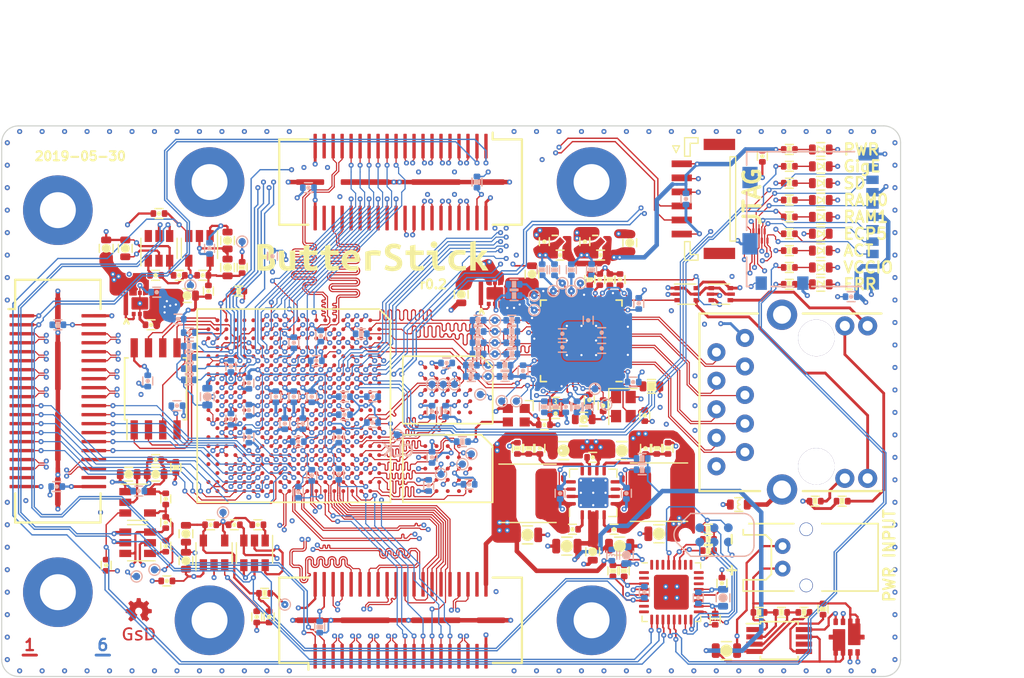
<source format=kicad_pcb>
(kicad_pcb (version 20171130) (host pcbnew 5.1.0-060a0da~80~ubuntu18.04.1)
  (title_block (title ButterStick) (date 2019-06-14) (rev r0.2) (company GsD) (comment 1 "Functional prototyping board for the Lattice ECP5."))
  (layers (0 F.Cu signal) (1 In1.Cu power) (2 In2.Cu signal) (3 In3.Cu power) (4 In4.Cu power) (31 B.Cu signal) (34 B.Paste user) (35 F.Paste user) (36 B.SilkS user) (37 F.SilkS user) (38 B.Mask user) (39 F.Mask user) (44 Edge.Cuts user))
  (net 0 "")
  (net 1 GND)
  (net 2 +3V3)
  (net 3 +1V8)
  (net 4 SPI_CONFIG_SS)
  (net 5 SPI_CONFIG_SCK)
  (net 6 SPI_CONFIG_MISO)
  (net 7 SPI_CONFIG_MOSI)
  (net 8 +2V5)
  (net 9 QSPI_D2)
  (net 10 QSPI_D3)
  (net 11 FPGA_RESET)
  (net 12 +1V1)
  (net 13 JTAG_TDI)
  (net 14 JTAG_TCK)
  (net 15 JTAG_TMS)
  (net 16 JTAG_TDO)
  (net 17 +1V2)
  (net 18 "Net-(C36-Pad2)")
  (net 19 "Net-(C37-Pad2)")
  (net 20 "Net-(R19-Pad1)")
  (net 21 ETH_RX_CLK)
  (net 22 ETH_CLK125)
  (net 23 ETH_INT)
  (net 24 ETH_MDIO)
  (net 25 ETH_MDC)
  (net 26 ETH_RXD0)
  (net 27 ETH_RXD1)
  (net 28 ETH_RXD2)
  (net 29 ETH_RXD3)
  (net 30 ETH_TX_CLK)
  (net 31 ETH_TXD3)
  (net 32 ETH_TXD2)
  (net 33 ETH_TXD1)
  (net 34 ETH_TXD0)
  (net 35 HB0_DQ4)
  (net 36 HB0_DQ3)
  (net 37 HB0_DQ2)
  (net 38 HB0_CK#)
  (net 39 HB0_DQ5)
  (net 40 HB0_RESET#)
  (net 41 HB0_DQ1)
  (net 42 HB0_DQ6)
  (net 43 HB0_CS#)
  (net 44 HB0_DQ7)
  (net 45 HB0_DQ0)
  (net 46 HB0_RWDS)
  (net 47 HB0_CK)
  (net 48 HB1_DQ0)
  (net 49 HB1_DQ1)
  (net 50 HB1_DQ6)
  (net 51 HB1_DQ4)
  (net 52 HB1_RESET#)
  (net 53 HB1_RWDS)
  (net 54 HB1_DQ2)
  (net 55 HB1_DQ5)
  (net 56 HB1_DQ3)
  (net 57 HB1_CS#)
  (net 58 HB1_DQ7)
  (net 59 HB1_CK#)
  (net 60 HB1_CK)
  (net 61 +5V)
  (net 62 "Net-(CON1-Pad1)")
  (net 63 "Net-(CON1-Pad14)")
  (net 64 "Net-(CON1-Pad12)")
  (net 65 /sheetEthernet/ETH_A_N)
  (net 66 /sheetEthernet/ETH_B_N)
  (net 67 /sheetEthernet/ETH_C_N)
  (net 68 /sheetEthernet/ETH_D_N)
  (net 69 /sheetEthernet/ETH_A_P)
  (net 70 /sheetEthernet/ETH_B_P)
  (net 71 /sheetEthernet/ETH_C_P)
  (net 72 /sheetEthernet/ETH_D_P)
  (net 73 "Net-(R15-Pad1)")
  (net 74 "Net-(R24-Pad1)")
  (net 75 "Net-(C41-Pad2)")
  (net 76 ETH_RST)
  (net 77 /sheetEthernet/LED2)
  (net 78 /sheetEthernet/LED1)
  (net 79 "Net-(U10-Pad1)")
  (net 80 ETH_RX_CTRL)
  (net 81 ETH_TX_CTRL)
  (net 82 "Net-(CON1-Pad11)")
  (net 83 "Net-(J1-Pad37)")
  (net 84 "Net-(J1-Pad38)")
  (net 85 SD_DAT2)
  (net 86 SD_DAT3)
  (net 87 SD_CMD)
  (net 88 SD_CK)
  (net 89 SD_DAT0)
  (net 90 SD_DAT1)
  (net 91 SD_CD)
  (net 92 "Net-(U3-PadR1)")
  (net 93 "Net-(U3-PadT1)")
  (net 94 "Net-(U3-PadT2)")
  (net 95 "Net-(U3-PadU2)")
  (net 96 "Net-(U3-PadA3)")
  (net 97 "Net-(U3-PadB3)")
  (net 98 "Net-(U3-PadC3)")
  (net 99 "Net-(U3-PadD3)")
  (net 100 "Net-(U3-PadE3)")
  (net 101 PCLKT7_0)
  (net 102 "Net-(U3-PadR3)")
  (net 103 "Net-(U3-PadT3)")
  (net 104 "Net-(U3-PadV3)")
  (net 105 "Net-(U3-PadE4)")
  (net 106 "Net-(U3-PadF4)")
  (net 107 "Net-(U3-PadD5)")
  (net 108 "Net-(U3-PadE5)")
  (net 109 "Net-(U3-PadH5)")
  (net 110 "Net-(U3-PadA8)")
  (net 111 "Net-(U3-PadB8)")
  (net 112 "Net-(U3-PadA9)")
  (net 113 "Net-(U3-PadB9)")
  (net 114 "Net-(U3-PadD9)")
  (net 115 "Net-(U3-PadE9)")
  (net 116 "Net-(U3-PadA10)")
  (net 117 "Net-(U3-PadB10)")
  (net 118 "Net-(U3-PadC10)")
  (net 119 "Net-(U3-PadA11)")
  (net 120 "Net-(U3-PadB11)")
  (net 121 "Net-(U3-PadC11)")
  (net 122 "Net-(U3-PadD12)")
  (net 123 "Net-(U3-PadD15)")
  (net 124 "Net-(U4-PadB5)")
  (net 125 "Net-(U4-PadC5)")
  (net 126 "Net-(U5-PadB5)")
  (net 127 "Net-(U5-PadC5)")
  (net 128 "Net-(U11-Pad47)")
  (net 129 "Net-(U11-Pad43)")
  (net 130 "Net-(U11-Pad13)")
  (net 131 "Net-(U3-PadH3)")
  (net 132 "Net-(U3-PadA4)")
  (net 133 "Net-(U3-PadH4)")
  (net 134 "Net-(U3-PadC5)")
  (net 135 "Net-(U3-PadF5)")
  (net 136 "Net-(R1-Pad2)")
  (net 137 "Net-(R1-Pad1)")
  (net 138 /SyzygyPort0/S27)
  (net 139 /SyzygyPort0/S26)
  (net 140 /SyzygyPort0/S25)
  (net 141 /SyzygyPort0/S24)
  (net 142 /SyzygyPort0/S23)
  (net 143 /SyzygyPort0/S22)
  (net 144 /SyzygyPort0/S21)
  (net 145 /SyzygyPort0/S20)
  (net 146 /SyzygyPort0/S19)
  (net 147 /SyzygyPort0/S18)
  (net 148 /SyzygyPort0/S17)
  (net 149 /SyzygyPort0/S16)
  (net 150 /SyzygyPort0/SyzygyStandard/R_GA)
  (net 151 /SyzygyPort1/sheet5C8A3B42/R_GA)
  (net 152 /SyzygyPort1/S16)
  (net 153 /SyzygyPort1/S17)
  (net 154 /SyzygyPort1/S18)
  (net 155 /SyzygyPort1/S19)
  (net 156 /SyzygyPort1/S20)
  (net 157 /SyzygyPort1/S21)
  (net 158 /SyzygyPort1/S22)
  (net 159 /SyzygyPort1/S23)
  (net 160 /SyzygyPort1/S24)
  (net 161 /SyzygyPort1/S25)
  (net 162 /SyzygyPort1/S26)
  (net 163 /SyzygyPort1/S27)
  (net 164 "Net-(J3-Pad37)")
  (net 165 "Net-(J3-Pad38)")
  (net 166 /SyzygyPort2/sheet5C8EBAFC/R_GA)
  (net 167 /SyzygyPort2/S16)
  (net 168 /SyzygyPort2/S17)
  (net 169 /SyzygyPort2/S18)
  (net 170 /SyzygyPort2/S19)
  (net 171 /SyzygyPort2/S20)
  (net 172 /SyzygyPort2/S21)
  (net 173 /SyzygyPort2/S22)
  (net 174 /SyzygyPort2/S23)
  (net 175 /SyzygyPort2/S24)
  (net 176 /SyzygyPort2/S25)
  (net 177 /SyzygyPort2/S26)
  (net 178 /SyzygyPort2/S27)
  (net 179 "Net-(J5-Pad37)")
  (net 180 "Net-(J5-Pad38)")
  (net 181 "Net-(R6-Pad2)")
  (net 182 "Net-(R16-Pad1)")
  (net 183 "Net-(R18-Pad1)")
  (net 184 "Net-(R18-Pad2)")
  (net 185 /SyzygyPort0/D0_N)
  (net 186 /SyzygyPort0/D0_P)
  (net 187 /SyzygyPort1/D0_P)
  (net 188 /SyzygyPort1/D1_P)
  (net 189 /SyzygyPort1/D0_N)
  (net 190 /SyzygyPort1/D1_N)
  (net 191 /SyzygyPort1/D2_P)
  (net 192 /SyzygyPort1/D3_P)
  (net 193 /SyzygyPort1/D2_N)
  (net 194 /SyzygyPort1/D3_N)
  (net 195 /SyzygyPort1/D4_P)
  (net 196 /SyzygyPort1/D5_P)
  (net 197 /SyzygyPort1/D4_N)
  (net 198 /SyzygyPort1/D5_N)
  (net 199 /SyzygyPort1/D6_P)
  (net 200 /SyzygyPort1/D7_P)
  (net 201 /SyzygyPort1/D6_N)
  (net 202 /SyzygyPort1/D7_N)
  (net 203 /SyzygyPort1/P2C_CLK_P)
  (net 204 /SyzygyPort1/C2P_CLK_P)
  (net 205 /SyzygyPort1/P2C_CLK_N)
  (net 206 /SyzygyPort1/C2P_CLK_N)
  (net 207 /SyzygyPort2/D0_P)
  (net 208 /SyzygyPort2/D1_P)
  (net 209 /SyzygyPort2/D0_N)
  (net 210 /SyzygyPort2/D1_N)
  (net 211 /SyzygyPort2/D2_P)
  (net 212 /SyzygyPort2/D3_P)
  (net 213 /SyzygyPort2/D2_N)
  (net 214 /SyzygyPort2/D3_N)
  (net 215 /SyzygyPort2/D4_P)
  (net 216 /SyzygyPort2/D5_P)
  (net 217 /SyzygyPort2/D4_N)
  (net 218 /SyzygyPort2/D5_N)
  (net 219 /SyzygyPort2/D6_P)
  (net 220 /SyzygyPort2/D7_P)
  (net 221 /SyzygyPort2/D6_N)
  (net 222 /SyzygyPort2/D7_N)
  (net 223 /SyzygyPort2/P2C_CLK_P)
  (net 224 /SyzygyPort2/C2P_CLK_P)
  (net 225 /SyzygyPort2/P2C_CLK_N)
  (net 226 /SyzygyPort2/C2P_CLK_N)
  (net 227 /SyzygyPort0/C2P_CLK_N)
  (net 228 /SyzygyPort0/P2C_CLK_N)
  (net 229 /SyzygyPort0/C2P_CLK_P)
  (net 230 /SyzygyPort0/P2C_CLK_P)
  (net 231 /SyzygyPort0/D7_N)
  (net 232 /SyzygyPort0/D6_N)
  (net 233 /SyzygyPort0/D7_P)
  (net 234 /SyzygyPort0/D6_P)
  (net 235 /SyzygyPort0/D5_N)
  (net 236 /SyzygyPort0/D4_N)
  (net 237 /SyzygyPort0/D5_P)
  (net 238 /SyzygyPort0/D4_P)
  (net 239 /SyzygyPort0/D3_N)
  (net 240 /SyzygyPort0/D2_N)
  (net 241 /SyzygyPort0/D3_P)
  (net 242 /SyzygyPort0/D2_P)
  (net 243 /SyzygyPort0/D1_N)
  (net 244 /SyzygyPort0/D1_P)
  (net 245 /sheetFPGA/PORT0_VCCIO)
  (net 246 /sheetFPGA/PORT1_VCCIO)
  (net 247 /sheetFPGA/PORT2_VCCIO)
  (net 248 "Net-(U19-Pad1)")
  (net 249 "Net-(U19-Pad2)")
  (net 250 "Net-(U19-Pad7)")
  (net 251 "Net-(U19-Pad8)")
  (net 252 "Net-(U19-Pad14)")
  (net 253 "Net-(U19-Pad19)")
  (net 254 "Net-(U19-Pad22)")
  (net 255 "Net-(U19-Pad26)")
  (net 256 "Net-(U19-Pad32)")
  (net 257 /SmartVIO/RXD0)
  (net 258 /SmartVIO/TXD0)
  (net 259 "Net-(U3-PadC12)")
  (net 260 /SmartVIO/VCC)
  (net 261 /SmartVIO/AVCC)
  (net 262 /SmartVIO/PMIC_SCL)
  (net 263 /SmartVIO/PMIC_SDA)
  (net 264 /SmartVIO/SYZYGY_SCL)
  (net 265 /SmartVIO/SYZYGY_SDA)
  (net 266 "Net-(C48-Pad1)")
  (net 267 "Net-(C48-Pad2)")
  (net 268 "Net-(C49-Pad2)")
  (net 269 "Net-(C49-Pad1)")
  (net 270 "Net-(C51-Pad1)")
  (net 271 LED_GigE)
  (net 272 LED_SD)
  (net 273 LED_RAM0)
  (net 274 LED_RAM1)
  (net 275 LED_ECP5)
  (net 276 LED_ACT)
  (net 277 LED_VCCIO)
  (net 278 LED_ERR)
  (net 279 "Net-(C57-Pad2)")
  (net 280 "Net-(C58-Pad1)")
  (net 281 "Net-(C59-Pad1)")
  (net 282 "Net-(C60-Pad2)")
  (net 283 "Net-(D1-PadA)")
  (net 284 "Net-(D2-PadA)")
  (net 285 "Net-(D3-PadA)")
  (net 286 "Net-(D4-PadA)")
  (net 287 "Net-(D5-PadA)")
  (net 288 "Net-(D7-PadA)")
  (net 289 "Net-(D8-PadA)")
  (net 290 "Net-(D9-PadA)")
  (net 291 PCLKT1_0)
  (net 292 PCLKC1_1)
  (net 293 PCLKT1_1)
  (net 294 "Net-(U3-PadU1)")
  (net 295 /SyzygyPort2/sheet5C8EBAFC/PMIC_ADR0)
  (net 296 "Net-(C67-Pad1)")
  (net 297 "Net-(J6-Pad1)")
  (net 298 "Net-(R56-Pad1)")
  (net 299 "Net-(R57-Pad1)")
  (net 300 "Net-(R59-Pad2)")
  (net 301 "Net-(U21-Pad6)")
  (net 302 "Net-(U21-Pad8)")
  (net 303 "Net-(U22-Pad2)")
  (net 304 "Net-(C71-Pad1)")
  (net 305 /SyzygyPort0/EN)
  (net 306 /sheetPower/EN1)
  (net 307 /sheetPower/EN2)
  (net 308 /SyzygyPort1/EN)
  (net 309 /SyzygyPort2/EN)
  (net 310 /SmartVIO/RESET)
  (net 311 /SmartVIO/MOSI)
  (net 312 /SmartVIO/MISO)
  (net 313 /SmartVIO/SCK)
  (net 314 "Net-(D6-PadC)")
  (net 315 "Net-(U9-Pad1)")
  (net 316 "Net-(U19-Pad23)")
  (net 317 "Net-(U19-Pad24)")
  (net 318 "Net-(U19-Pad25)")
  (net 319 "Net-(R47-Pad1)")
  (net 320 /SyzygyPort0/SyzygyStandard/VOUT)
  (net 321 /SyzygyPort1/sheet5C8A3B42/VOUT)
  (net 322 /SyzygyPort2/sheet5C8EBAFC/VOUT)
  (net 323 "Net-(R66-Pad2)")
  (module pkl_dipol:R_0402 (layer B.Cu) (at 124.2 100.8)
    (fp_text reference R76)
    (fp_text value 4k7)
    (pad 2 smd roundrect (at 0.5 0) (size 0.5 0.6) (layers B.Cu B.Paste B.Mask) (net 16 JTAG_TDO))
    (pad 1 smd roundrect (at -0.5 0) (size 0.5 0.6) (layers B.Cu B.Paste B.Mask) (net 2 +3V3))
  )
  (module pkl_dipol:R_0402 (layer B.Cu) (at 124.2 103.8)
    (fp_text reference R75)
    (fp_text value 4k7)
    (pad 2 smd roundrect (at 0.5 0) (size 0.5 0.6) (layers B.Cu B.Paste B.Mask) (net 13 JTAG_TDI))
    (pad 1 smd roundrect (at -0.5 0) (size 0.5 0.6) (layers B.Cu B.Paste B.Mask) (net 2 +3V3))
  )
  (module pkl_dipol:R_0402 (layer B.Cu) (at 124.2 102.8 180)
    (fp_text reference R74)
    (fp_text value 4k7)
    (pad 2 smd roundrect (at 0.5 0 180) (size 0.5 0.6) (layers B.Cu B.Paste B.Mask) (net 1 GND))
    (pad 1 smd roundrect (at -0.5 0 180) (size 0.5 0.6) (layers B.Cu B.Paste B.Mask) (net 14 JTAG_TCK))
  )
  (module pkl_dipol:R_0402 (layer B.Cu) (at 124.2 101.8)
    (fp_text reference R73)
    (fp_text value 4k7)
    (pad 2 smd roundrect (at 0.5 0) (size 0.5 0.6) (layers B.Cu B.Paste B.Mask) (net 15 JTAG_TMS))
    (pad 1 smd roundrect (at -0.5 0) (size 0.5 0.6) (layers B.Cu B.Paste B.Mask) (net 2 +3V3))
  )
  (module pkl_dipol:C_0402 (layer B.Cu) (at 124.2 99.6 180)
    (fp_text reference C100)
    (fp_text value 10nF)
    (pad 2 smd roundrect (at 0.5 0 180) (size 0.5 0.6) (layers B.Cu B.Paste B.Mask) (net 1 GND))
    (pad 1 smd roundrect (at -0.5 0 180) (size 0.5 0.6) (layers B.Cu B.Paste B.Mask) (net 11 FPGA_RESET))
  )
  (module pkl_dipol:R_0402 (layer B.Cu) (at 139.5 99.7 180)
    (fp_text reference R66)
    (fp_text value 20R)
    (pad 2 smd roundrect (at 0.5 0 180) (size 0.5 0.6) (layers B.Cu B.Paste B.Mask) (net 323 "Net-(R66-Pad2)"))
    (pad 1 smd roundrect (at -0.5 0 180) (size 0.5 0.6) (layers B.Cu B.Paste B.Mask) (net 30 ETH_TX_CLK))
  )
  (module pkl_dipol:R_0402 (layer B.Cu) (at 155.6 94 270)
    (fp_text reference R72)
    (fp_text value DNP)
    (pad 2 smd roundrect (at 0.5 0 270) (size 0.5 0.6) (layers B.Cu B.Paste B.Mask) (net 31 ETH_TXD3))
    (pad 1 smd roundrect (at -0.5 0 270) (size 0.5 0.6) (layers B.Cu B.Paste B.Mask) (net 1 GND))
  )
  (module pkl_dipol:R_0402 (layer B.Cu) (at 156.7 94 270)
    (fp_text reference R71)
    (fp_text value DNP)
    (pad 2 smd roundrect (at 0.5 0 270) (size 0.5 0.6) (layers B.Cu B.Paste B.Mask) (net 32 ETH_TXD2))
    (pad 1 smd roundrect (at -0.5 0 270) (size 0.5 0.6) (layers B.Cu B.Paste B.Mask) (net 1 GND))
  )
  (module pkl_dipol:R_0402 (layer B.Cu) (at 158.2 94 270)
    (fp_text reference R70)
    (fp_text value DNP)
    (pad 2 smd roundrect (at 0.5 0 270) (size 0.5 0.6) (layers B.Cu B.Paste B.Mask) (net 33 ETH_TXD1))
    (pad 1 smd roundrect (at -0.5 0 270) (size 0.5 0.6) (layers B.Cu B.Paste B.Mask) (net 1 GND))
  )
  (module pkl_dipol:R_0402 (layer B.Cu) (at 160 94 270)
    (fp_text reference R69)
    (fp_text value DNP)
    (pad 2 smd roundrect (at 0.5 0 270) (size 0.5 0.6) (layers B.Cu B.Paste B.Mask) (net 34 ETH_TXD0))
    (pad 1 smd roundrect (at -0.5 0 270) (size 0.5 0.6) (layers B.Cu B.Paste B.Mask) (net 1 GND))
  )
  (module pkl_dipol:R_0402 (layer B.Cu) (at 153.1 96.3)
    (fp_text reference R68)
    (fp_text value DNP)
    (pad 2 smd roundrect (at 0.5 0) (size 0.5 0.6) (layers B.Cu B.Paste B.Mask) (net 81 ETH_TX_CTRL))
    (pad 1 smd roundrect (at -0.5 0) (size 0.5 0.6) (layers B.Cu B.Paste B.Mask) (net 1 GND))
  )
  (module pkl_dipol:R_0402 (layer B.Cu) (at 153.1 95.3)
    (fp_text reference R67)
    (fp_text value DNP)
    (pad 2 smd roundrect (at 0.5 0) (size 0.5 0.6) (layers B.Cu B.Paste B.Mask) (net 30 ETH_TX_CLK))
    (pad 1 smd roundrect (at -0.5 0) (size 0.5 0.6) (layers B.Cu B.Paste B.Mask) (net 1 GND))
  )
  (module LOGO (layer F.Cu) (at 142.6 92.8)
    (fp_text reference G*** hide)
    (fp_text value LOGO hide)
  )
  (module pkl_dipol:R_0402 (layer B.Cu) (at 155.8 106.2 270)
    (fp_text reference R65)
    (fp_text value DNP)
    (pad 2 smd roundrect (at 0.5 0 270) (size 0.5 0.6) (layers B.Cu B.Paste B.Mask) (net 23 ETH_INT))
    (pad 1 smd roundrect (at -0.5 0 270) (size 0.5 0.6) (layers B.Cu B.Paste B.Mask) (net 1 GND))
  )
  (module pkl_dipol:R_0402 (layer B.Cu) (at 152.9 98.5 180)
    (fp_text reference R64)
    (fp_text value DNP)
    (pad 2 smd roundrect (at 0.5 0 180) (size 0.5 0.6) (layers B.Cu B.Paste B.Mask) (net 29 ETH_RXD3))
    (pad 1 smd roundrect (at -0.5 0 180) (size 0.5 0.6) (layers B.Cu B.Paste B.Mask) (net 1 GND))
  )
  (module pkl_dipol:R_0402 (layer B.Cu) (at 152.9 99.5 180)
    (fp_text reference R55)
    (fp_text value DNP)
    (pad 2 smd roundrect (at 0.5 0 180) (size 0.5 0.6) (layers B.Cu B.Paste B.Mask) (net 28 ETH_RXD2))
    (pad 1 smd roundrect (at -0.5 0 180) (size 0.5 0.6) (layers B.Cu B.Paste B.Mask) (net 1 GND))
  )
  (module pkl_dipol:R_0402 (layer B.Cu) (at 152.9 100.5 180)
    (fp_text reference R52)
    (fp_text value DNP)
    (pad 2 smd roundrect (at 0.5 0 180) (size 0.5 0.6) (layers B.Cu B.Paste B.Mask) (net 27 ETH_RXD1))
    (pad 1 smd roundrect (at -0.5 0 180) (size 0.5 0.6) (layers B.Cu B.Paste B.Mask) (net 1 GND))
  )
  (module pkl_dipol:R_0402 (layer B.Cu) (at 152.9 101.5 180)
    (fp_text reference R51)
    (fp_text value DNP)
    (pad 2 smd roundrect (at 0.5 0 180) (size 0.5 0.6) (layers B.Cu B.Paste B.Mask) (net 26 ETH_RXD0))
    (pad 1 smd roundrect (at -0.5 0 180) (size 0.5 0.6) (layers B.Cu B.Paste B.Mask) (net 1 GND))
  )
  (module pkl_dipol:R_0402 (layer B.Cu) (at 158.7 106.2 270)
    (fp_text reference R50)
    (fp_text value DNP)
    (pad 2 smd roundrect (at 0.5 0 270) (size 0.5 0.6) (layers B.Cu B.Paste B.Mask) (net 22 ETH_CLK125))
    (pad 1 smd roundrect (at -0.5 0 270) (size 0.5 0.6) (layers B.Cu B.Paste B.Mask) (net 3 +1V8))
  )
  (module pkl_dipol:R_0402 (layer B.Cu) (at 149.3 103.5)
    (fp_text reference R49)
    (fp_text value DNP)
    (pad 2 smd roundrect (at 0.5 0) (size 0.5 0.6) (layers B.Cu B.Paste B.Mask) (net 21 ETH_RX_CLK))
    (pad 1 smd roundrect (at -0.5 0) (size 0.5 0.6) (layers B.Cu B.Paste B.Mask) (net 3 +1V8))
  )
  (module pkl_dipol:R_0402 (layer B.Cu) (at 149.3 102.5)
    (fp_text reference R48)
    (fp_text value DNP)
    (pad 2 smd roundrect (at 0.5 0) (size 0.5 0.6) (layers B.Cu B.Paste B.Mask) (net 80 ETH_RX_CTRL))
    (pad 1 smd roundrect (at -0.5 0) (size 0.5 0.6) (layers B.Cu B.Paste B.Mask) (net 3 +1V8))
  )
  (module pkl_dipol:C_0402 (layer B.Cu) (at 120.5 103.9 270)
    (fp_text reference C99)
    (fp_text value 100nF)
    (pad 2 smd roundrect (at 0.5 0 270) (size 0.5 0.6) (layers B.Cu B.Paste B.Mask) (net 1 GND))
    (pad 1 smd roundrect (at -0.5 0 270) (size 0.5 0.6) (layers B.Cu B.Paste B.Mask) (net 2 +3V3))
  )
  (module pkl_dipol:C_0402 (layer B.Cu) (at 134.8 86.7 180)
    (fp_text reference C98)
    (fp_text value 100nF)
    (pad 2 smd roundrect (at 0.5 0 180) (size 0.5 0.6) (layers B.Cu B.Paste B.Mask) (net 1 GND))
    (pad 1 smd roundrect (at -0.5 0 180) (size 0.5 0.6) (layers B.Cu B.Paste B.Mask) (net 2 +3V3))
  )
  (module pkl_dipol:C_0402 (layer B.Cu) (at 112.4 113.3 180)
    (fp_text reference C97)
    (fp_text value 100nF)
    (pad 2 smd roundrect (at 0.5 0 180) (size 0.5 0.6) (layers B.Cu B.Paste B.Mask) (net 1 GND))
    (pad 1 smd roundrect (at -0.5 0 180) (size 0.5 0.6) (layers B.Cu B.Paste B.Mask) (net 2 +3V3))
  )
  (module pkl_dipol:C_0402 (layer B.Cu) (at 129.5 108.9 90)
    (fp_text reference C96)
    (fp_text value 10nF)
    (pad 2 smd roundrect (at 0.5 0 90) (size 0.5 0.6) (layers B.Cu B.Paste B.Mask) (net 1 GND))
    (pad 1 smd roundrect (at -0.5 0 90) (size 0.5 0.6) (layers B.Cu B.Paste B.Mask) (net 8 +2V5))
  )
  (module pkl_dipol:R_0402 (layer F.Cu) (at 130.9 122.8 180)
    (fp_text reference R31)
    (fp_text value 0R)
    (pad 2 smd roundrect (at 0.5 0 180) (size 0.5 0.6) (layers F.Cu F.Paste F.Mask) (net 320 /SyzygyPort0/SyzygyStandard/VOUT))
    (pad 1 smd roundrect (at -0.5 0 180) (size 0.5 0.6) (layers F.Cu F.Paste F.Mask) (net 245 /sheetFPGA/PORT0_VCCIO))
  )
  (module pkl_dipol:R_0402 (layer F.Cu) (at 123 111.6 90)
    (fp_text reference R30)
    (fp_text value 0R)
    (pad 2 smd roundrect (at 0.5 0 90) (size 0.5 0.6) (layers F.Cu F.Paste F.Mask) (net 321 /SyzygyPort1/sheet5C8A3B42/VOUT))
    (pad 1 smd roundrect (at -0.5 0 90) (size 0.5 0.6) (layers F.Cu F.Paste F.Mask) (net 246 /sheetFPGA/PORT1_VCCIO))
  )
  (module pkl_dipol:R_0402 (layer F.Cu) (at 128.9 93.8 270)
    (fp_text reference R29)
    (fp_text value 0R)
    (pad 2 smd roundrect (at 0.5 0 270) (size 0.5 0.6) (layers F.Cu F.Paste F.Mask) (net 322 /SyzygyPort2/sheet5C8EBAFC/VOUT))
    (pad 1 smd roundrect (at -0.5 0 270) (size 0.5 0.6) (layers F.Cu F.Paste F.Mask) (net 247 /sheetFPGA/PORT2_VCCIO))
  )
  (module pkl_dipol:C_0402 (layer F.Cu) (at 131.3 124.9 270)
    (fp_text reference C95)
    (fp_text value 100nF)
    (pad 2 smd roundrect (at 0.5 0 270) (size 0.5 0.6) (layers F.Cu F.Paste F.Mask) (net 1 GND))
    (pad 1 smd roundrect (at -0.5 0 270) (size 0.5 0.6) (layers F.Cu F.Paste F.Mask) (net 320 /SyzygyPort0/SyzygyStandard/VOUT))
  )
  (module pkl_dipol:C_0402 (layer F.Cu) (at 121.2 110.9 180)
    (fp_text reference C94)
    (fp_text value 100nF)
    (pad 2 smd roundrect (at 0.5 0 180) (size 0.5 0.6) (layers F.Cu F.Paste F.Mask) (net 1 GND))
    (pad 1 smd roundrect (at -0.5 0 180) (size 0.5 0.6) (layers F.Cu F.Paste F.Mask) (net 321 /SyzygyPort1/sheet5C8A3B42/VOUT))
  )
  (module pkl_dipol:C_0402 (layer F.Cu) (at 125.9 95.9 270)
    (fp_text reference C93)
    (fp_text value 100nF)
    (pad 2 smd roundrect (at 0.5 0 270) (size 0.5 0.6) (layers F.Cu F.Paste F.Mask) (net 1 GND))
    (pad 1 smd roundrect (at -0.5 0 270) (size 0.5 0.6) (layers F.Cu F.Paste F.Mask) (net 322 /SyzygyPort2/sheet5C8EBAFC/VOUT))
  )
  (module pkl_dipol:C_0402 (layer B.Cu) (at 123.1 106.1 180)
    (fp_text reference C80 hide)
    (fp_text value 100nF hide)
    (pad 2 smd roundrect (at 0.5 0 180) (size 0.5 0.6) (layers B.Cu B.Paste B.Mask) (net 1 GND))
    (pad 1 smd roundrect (at -0.5 0 180) (size 0.5 0.6) (layers B.Cu B.Paste B.Mask) (net 246 /sheetFPGA/PORT1_VCCIO))
  )
  (module pkl_dipol:C_0402 (layer F.Cu) (at 157.2 92.7 180)
    (fp_text reference C66)
    (fp_text value 100nF)
    (pad 2 smd roundrect (at 0.5 0 180) (size 0.5 0.6) (layers F.Cu F.Paste F.Mask) (net 1 GND))
    (pad 1 smd roundrect (at -0.5 0 180) (size 0.5 0.6) (layers F.Cu F.Paste F.Mask) (net 2 +3V3))
  )
  (module pkl_dipol:C_0402 (layer F.Cu) (at 160.8 92.7 180)
    (fp_text reference C64)
    (fp_text value 100nF)
    (pad 2 smd roundrect (at 0.5 0 180) (size 0.5 0.6) (layers F.Cu F.Paste F.Mask) (net 1 GND))
    (pad 1 smd roundrect (at -0.5 0 180) (size 0.5 0.6) (layers F.Cu F.Paste F.Mask) (net 2 +3V3))
  )
  (module pkl_dipol:C_0402 (layer F.Cu) (at 175.2 83.9 270)
    (fp_text reference C22)
    (fp_text value 100nF)
    (pad 2 smd roundrect (at 0.5 0 270) (size 0.5 0.6) (layers F.Cu F.Paste F.Mask) (net 1 GND))
    (pad 1 smd roundrect (at -0.5 0 270) (size 0.5 0.6) (layers F.Cu F.Paste F.Mask) (net 2 +3V3))
  )
  (module pkl_dipol:C_0402 (layer F.Cu) (at 155.8 91.5 270)
    (fp_text reference C4)
    (fp_text value 1uF)
    (pad 2 smd roundrect (at 0.5 0 270) (size 0.5 0.6) (layers F.Cu F.Paste F.Mask) (net 1 GND))
    (pad 1 smd roundrect (at -0.5 0 270) (size 0.5 0.6) (layers F.Cu F.Paste F.Mask) (net 3 +1V8))
  )
  (module pkl_dipol:C_0402 (layer F.Cu) (at 159.4 91.5 270)
    (fp_text reference C3)
    (fp_text value 1uF)
    (pad 2 smd roundrect (at 0.5 0 270) (size 0.5 0.6) (layers F.Cu F.Paste F.Mask) (net 1 GND))
    (pad 1 smd roundrect (at -0.5 0 270) (size 0.5 0.6) (layers F.Cu F.Paste F.Mask) (net 8 +2V5))
  )
  (module gkl_conn:TestPoint_Pad_D1.0mm (layer B.Cu) (at 161.3 106)
    (fp_text reference TP30 hide)
    (fp_text value SMD_TESTPONT hide)
    (pad 1 smd circle (at 0 0) (size 0.65 0.65) (layers B.Cu B.Mask) (net 22 ETH_CLK125))
  )
  (module gkl_conn:TestPoint_Pad_D1.0mm (layer B.Cu) (at 150.1 105.1)
    (fp_text reference TP29 hide)
    (fp_text value SMD_TESTPONT hide)
    (pad 1 smd circle (at 0 0) (size 0.65 0.65) (layers B.Cu B.Mask) (net 23 ETH_INT))
  )
  (module gkl_conn:TestPoint_Pad_D1.0mm (layer B.Cu) (at 150.8 103.5)
    (fp_text reference TP28 hide)
    (fp_text value SMD_TESTPONT hide)
    (pad 1 smd circle (at 0 0) (size 0.65 0.65) (layers B.Cu B.Mask) (net 21 ETH_RX_CLK))
  )
  (module gkl_conn:TestPoint_Pad_D1.0mm (layer B.Cu) (at 150.8 102.5)
    (fp_text reference TP27 hide)
    (fp_text value SMD_TESTPONT hide)
    (pad 1 smd circle (at 0 0) (size 0.65 0.65) (layers B.Cu B.Mask) (net 80 ETH_RX_CTRL))
  )
  (module gkl_conn:TestPoint_Pad_D1.0mm (layer B.Cu) (at 154.9 96.3)
    (fp_text reference TP26 hide)
    (fp_text value SMD_TESTPONT hide)
    (pad 1 smd circle (at 0 0) (size 0.65 0.65) (layers B.Cu B.Mask) (net 30 ETH_TX_CLK))
  )
  (module gkl_conn:TestPoint_Pad_D1.0mm (layer B.Cu) (at 154.9 97.6)
    (fp_text reference TP25 hide)
    (fp_text value SMD_TESTPONT hide)
    (pad 1 smd circle (at 0 0) (size 0.65 0.65) (layers B.Cu B.Mask) (net 81 ETH_TX_CTRL))
  )
  (module gkl_conn:TestPoint_Pad_D1.0mm (layer B.Cu) (at 151.4 98.5)
    (fp_text reference TP24 hide)
    (fp_text value SMD_TESTPONT hide)
    (pad 1 smd circle (at 0 0) (size 0.65 0.65) (layers B.Cu B.Mask) (net 29 ETH_RXD3))
  )
  (module gkl_conn:TestPoint_Pad_D1.0mm (layer B.Cu) (at 151.4 99.5)
    (fp_text reference TP23 hide)
    (fp_text value SMD_TESTPONT hide)
    (pad 1 smd circle (at 0 0) (size 0.65 0.65) (layers B.Cu B.Mask) (net 28 ETH_RXD2))
  )
  (module gkl_conn:TestPoint_Pad_D1.0mm (layer B.Cu) (at 151.4 100.5)
    (fp_text reference TP22 hide)
    (fp_text value SMD_TESTPONT hide)
    (pad 1 smd circle (at 0 0) (size 0.65 0.65) (layers B.Cu B.Mask) (net 27 ETH_RXD1))
  )
  (module gkl_conn:TestPoint_Pad_D1.0mm (layer B.Cu) (at 151.4 101.5)
    (fp_text reference TP21 hide)
    (fp_text value SMD_TESTPONT hide)
    (pad 1 smd circle (at 0 0) (size 0.65 0.65) (layers B.Cu B.Mask) (net 26 ETH_RXD0))
  )
  (module gkl_conn:TestPoint_Pad_D1.0mm (layer B.Cu) (at 153.3 105.7)
    (fp_text reference TP20 hide)
    (fp_text value SMD_TESTPONT hide)
    (pad 1 smd circle (at 0 0) (size 0.65 0.65) (layers B.Cu B.Mask) (net 24 ETH_MDIO))
  )
  (module gkl_conn:TestPoint_Pad_D1.0mm (layer B.Cu) (at 152 105.7)
    (fp_text reference TP19 hide)
    (fp_text value SMD_TESTPONT hide)
    (pad 1 smd circle (at 0 0) (size 0.65 0.65) (layers B.Cu B.Mask) (net 25 ETH_MDC))
  )
  (module gkl_conn:TestPoint_Pad_D1.0mm (layer B.Cu) (at 160.3 104.6)
    (fp_text reference TP18 hide)
    (fp_text value SMD_TESTPONT hide)
    (pad 1 smd circle (at 0 0) (size 0.65 0.65) (layers B.Cu B.Mask) (net 76 ETH_RST))
  )
  (module gkl_conn:TestPoint_Pad_D1.0mm (layer B.Cu) (at 156.6 95.9)
    (fp_text reference TP17 hide)
    (fp_text value SMD_TESTPONT hide)
    (pad 1 smd circle (at 0 0) (size 0.65 0.65) (layers B.Cu B.Mask) (net 31 ETH_TXD3))
  )
  (module gkl_conn:TestPoint_Pad_D1.0mm (layer B.Cu) (at 157.4 95.2)
    (fp_text reference TP16 hide)
    (fp_text value SMD_TESTPONT hide)
    (pad 1 smd circle (at 0 0) (size 0.65 0.65) (layers B.Cu B.Mask) (net 32 ETH_TXD2))
  )
  (module gkl_conn:TestPoint_Pad_D1.0mm (layer B.Cu) (at 158.2 95.9)
    (fp_text reference TP15 hide)
    (fp_text value SMD_TESTPONT hide)
    (pad 1 smd circle (at 0 0) (size 0.65 0.65) (layers B.Cu B.Mask) (net 33 ETH_TXD1))
  )
  (module gkl_conn:TestPoint_Pad_D1.0mm (layer B.Cu) (at 159 95.2)
    (fp_text reference TP14 hide)
    (fp_text value SMD_TESTPONT hide)
    (pad 1 smd circle (at 0 0) (size 0.65 0.65) (layers B.Cu B.Mask) (net 34 ETH_TXD0))
  )
  (module pkl_dipol:R_0402 (layer B.Cu) (at 148.5 109.3 180)
    (fp_text reference R47)
    (fp_text value 20R)
    (pad 2 smd roundrect (at 0.5 0 180) (size 0.5 0.6) (layers B.Cu B.Paste B.Mask) (net 291 PCLKT1_0))
    (pad 1 smd roundrect (at -0.5 0 180) (size 0.5 0.6) (layers B.Cu B.Paste B.Mask) (net 319 "Net-(R47-Pad1)"))
  )
  (module pkl_dipol:C_0402 (layer B.Cu) (at 149.1 113.1)
    (fp_text reference C92)
    (fp_text value 100nF)
    (pad 2 smd roundrect (at 0.5 0) (size 0.5 0.6) (layers B.Cu B.Paste B.Mask) (net 1 GND))
    (pad 1 smd roundrect (at -0.5 0) (size 0.5 0.6) (layers B.Cu B.Paste B.Mask) (net 3 +1V8))
  )
  (module pkl_dipol:C_0402 (layer B.Cu) (at 147 106.6 270)
    (fp_text reference C63)
    (fp_text value 10nF)
    (pad 2 smd roundrect (at 0.5 0 270) (size 0.5 0.6) (layers B.Cu B.Paste B.Mask) (net 1 GND))
    (pad 1 smd roundrect (at -0.5 0 270) (size 0.5 0.6) (layers B.Cu B.Paste B.Mask) (net 3 +1V8))
  )
  (module pkl_dipol:C_0402 (layer B.Cu) (at 145.5 113.2 270)
    (fp_text reference C62)
    (fp_text value 10nF)
    (pad 2 smd roundrect (at 0.5 0 270) (size 0.5 0.6) (layers B.Cu B.Paste B.Mask) (net 1 GND))
    (pad 1 smd roundrect (at -0.5 0 270) (size 0.5 0.6) (layers B.Cu B.Paste B.Mask) (net 3 +1V8))
  )
  (module pkl_dipol:C_0402 (layer B.Cu) (at 145.8 110.7 270)
    (fp_text reference C61)
    (fp_text value 10nF)
    (pad 2 smd roundrect (at 0.5 0 270) (size 0.5 0.6) (layers B.Cu B.Paste B.Mask) (net 1 GND))
    (pad 1 smd roundrect (at -0.5 0 270) (size 0.5 0.6) (layers B.Cu B.Paste B.Mask) (net 3 +1V8))
  )
  (module gkl_conn:TestPoint_Pad_D1.0mm (layer B.Cu) (at 132.7 123.8)
    (fp_text reference TP13 hide)
    (fp_text value TestPoint_Flag hide)
    (pad 1 smd circle (at 0 0) (size 0.65 0.65) (layers B.Cu B.Mask) (net 245 /sheetFPGA/PORT0_VCCIO))
  )
  (module gkl_conn:TestPoint_Pad_D1.0mm (layer B.Cu) (at 127.2 115.6)
    (fp_text reference TP12 hide)
    (fp_text value TestPoint_Flag hide)
    (pad 1 smd circle (at 0 0) (size 0.65 0.65) (layers B.Cu B.Mask) (net 137 "Net-(R1-Pad1)"))
  )
  (module gkl_conn:TestPoint_Pad_D1.0mm (layer B.Cu) (at 119.5 121.3)
    (fp_text reference TP11 hide)
    (fp_text value TestPoint_Flag hide)
    (pad 1 smd circle (at 0 0) (size 0.65 0.65) (layers B.Cu B.Mask) (net 246 /sheetFPGA/PORT1_VCCIO))
  )
  (module gkl_conn:TestPoint_Pad_D1.0mm (layer B.Cu) (at 121.1 120.7)
    (fp_text reference TP10 hide)
    (fp_text value TestPoint_Flag hide)
    (pad 1 smd circle (at 0 0) (size 0.65 0.65) (layers B.Cu B.Mask) (net 182 "Net-(R16-Pad1)"))
  )
  (module gkl_conn:TestPoint_Pad_D1.0mm (layer B.Cu) (at 128.9 91.5)
    (fp_text reference TP9 hide)
    (fp_text value TestPoint_Flag hide)
    (pad 1 smd circle (at 0 0) (size 0.65 0.65) (layers B.Cu B.Mask) (net 247 /sheetFPGA/PORT2_VCCIO))
  )
  (module gkl_conn:TestPoint_Pad_D1.0mm (layer B.Cu) (at 124.3 95.4)
    (fp_text reference TP8 hide)
    (fp_text value TestPoint_Flag hide)
    (pad 1 smd circle (at 0 0) (size 0.65 0.65) (layers B.Cu B.Mask) (net 183 "Net-(R18-Pad1)"))
  )
  (module pkl_dipol:C_0402 (layer F.Cu) (at 130.2 124.9 90)
    (fp_text reference R63)
    (fp_text value 10K)
    (pad 2 smd roundrect (at 0.5 0 90) (size 0.5 0.6) (layers F.Cu F.Paste F.Mask) (net 305 /SyzygyPort0/EN))
    (pad 1 smd roundrect (at -0.5 0 90) (size 0.5 0.6) (layers F.Cu F.Paste F.Mask) (net 1 GND))
  )
  (module pkl_dipol:C_0402 (layer F.Cu) (at 116.8 120.3 90)
    (fp_text reference R54)
    (fp_text value 10K)
    (pad 2 smd roundrect (at 0.5 0 90) (size 0.5 0.6) (layers F.Cu F.Paste F.Mask) (net 308 /SyzygyPort1/EN))
    (pad 1 smd roundrect (at -0.5 0 90) (size 0.5 0.6) (layers F.Cu F.Paste F.Mask) (net 1 GND))
  )
  (module pkl_dipol:C_0402 (layer F.Cu) (at 121.5 89)
    (fp_text reference R53)
    (fp_text value 10K)
    (pad 2 smd roundrect (at 0.5 0) (size 0.5 0.6) (layers F.Cu F.Paste F.Mask) (net 309 /SyzygyPort2/EN))
    (pad 1 smd roundrect (at -0.5 0) (size 0.5 0.6) (layers F.Cu F.Paste F.Mask) (net 1 GND))
  )
  (module gkl_conn:SYZYGY_standard_carrier (layer F.Cu) (at 143 86.2 180)
    (fp_text reference J5 hide)
    (fp_text value SYZYGY-STD hide)
    (pad "" thru_hole circle (at 17 0 180) (size 6.2 6.2) (drill 3.2) (layers *.Cu *.Mask))
    (pad "" thru_hole circle (at -17 0 180) (size 6.2 6.2) (drill 3.2) (layers *.Cu *.Mask))
    (pad "" np_thru_hole circle (at -10.07 -2.67 180) (size 0.95 0.95) (drill 0.95) (layers *.Cu *.Mask))
    (pad "" np_thru_hole circle (at 10.08 -2.66 180) (size 0.95 0.95) (drill 0.95) (layers *.Cu *.Mask))
    (pad 40 smd roundrect (at 7.6 -3.2 180) (size 0.3 2.2) (layers F.Cu F.Paste F.Mask) (roundrect_rratio 0.2) (net 2 +3V3))
    (pad 39 smd roundrect (at 7.6 3.2 180) (size 0.3 2.2) (layers F.Cu F.Paste F.Mask) (roundrect_rratio 0.2) (net 247 /sheetFPGA/PORT2_VCCIO))
    (pad 38 smd roundrect (at 6.8 -3.2 180) (size 0.3 2.2) (layers F.Cu F.Paste F.Mask) (roundrect_rratio 0.2) (net 180 "Net-(J5-Pad38)"))
    (pad 37 smd roundrect (at 6.8 3.2 180) (size 0.3 2.2) (layers F.Cu F.Paste F.Mask) (roundrect_rratio 0.2) (net 179 "Net-(J5-Pad37)"))
    (pad 36 smd roundrect (at 6 -3.2 180) (size 0.3 2.2) (layers F.Cu F.Paste F.Mask) (roundrect_rratio 0.2) (net 226 /SyzygyPort2/C2P_CLK_N))
    (pad 35 smd roundrect (at 6 3.2 180) (size 0.3 2.2) (layers F.Cu F.Paste F.Mask) (roundrect_rratio 0.2) (net 225 /SyzygyPort2/P2C_CLK_N))
    (pad 34 smd roundrect (at 5.2 -3.2 180) (size 0.3 2.2) (layers F.Cu F.Paste F.Mask) (roundrect_rratio 0.2) (net 224 /SyzygyPort2/C2P_CLK_P))
    (pad 33 smd roundrect (at 5.2 3.2 180) (size 0.3 2.2) (layers F.Cu F.Paste F.Mask) (roundrect_rratio 0.2) (net 223 /SyzygyPort2/P2C_CLK_P))
    (pad 32 smd roundrect (at 4.4 -3.2 180) (size 0.3 2.2) (layers F.Cu F.Paste F.Mask) (roundrect_rratio 0.2) (net 178 /SyzygyPort2/S27))
    (pad 31 smd roundrect (at 4.4 3.2 180) (size 0.3 2.2) (layers F.Cu F.Paste F.Mask) (roundrect_rratio 0.2) (net 177 /SyzygyPort2/S26))
    (pad 30 smd roundrect (at 3.6 -3.2 180) (size 0.3 2.2) (layers F.Cu F.Paste F.Mask) (roundrect_rratio 0.2) (net 176 /SyzygyPort2/S25))
    (pad 29 smd roundrect (at 3.6 3.2 180) (size 0.3 2.2) (layers F.Cu F.Paste F.Mask) (roundrect_rratio 0.2) (net 175 /SyzygyPort2/S24))
    (pad 28 smd roundrect (at 2.8 -3.2 180) (size 0.3 2.2) (layers F.Cu F.Paste F.Mask) (roundrect_rratio 0.2) (net 174 /SyzygyPort2/S23))
    (pad 27 smd roundrect (at 2.8 3.2 180) (size 0.3 2.2) (layers F.Cu F.Paste F.Mask) (roundrect_rratio 0.2) (net 173 /SyzygyPort2/S22))
    (pad 26 smd roundrect (at 2 -3.2 180) (size 0.3 2.2) (layers F.Cu F.Paste F.Mask) (roundrect_rratio 0.2) (net 172 /SyzygyPort2/S21))
    (pad 25 smd roundrect (at 2 3.2 180) (size 0.3 2.2) (layers F.Cu F.Paste F.Mask) (roundrect_rratio 0.2) (net 171 /SyzygyPort2/S20))
    (pad 24 smd roundrect (at 1.2 -3.2 180) (size 0.3 2.2) (layers F.Cu F.Paste F.Mask) (roundrect_rratio 0.2) (net 170 /SyzygyPort2/S19))
    (pad 23 smd roundrect (at 1.2 3.2 180) (size 0.3 2.2) (layers F.Cu F.Paste F.Mask) (roundrect_rratio 0.2) (net 169 /SyzygyPort2/S18))
    (pad 22 smd roundrect (at 0.4 -3.2 180) (size 0.3 2.2) (layers F.Cu F.Paste F.Mask) (roundrect_rratio 0.2) (net 168 /SyzygyPort2/S17))
    (pad 21 smd roundrect (at 0.4 3.2 180) (size 0.3 2.2) (layers F.Cu F.Paste F.Mask) (roundrect_rratio 0.2) (net 167 /SyzygyPort2/S16))
    (pad 20 smd roundrect (at -0.4 -3.2 180) (size 0.3 2.2) (layers F.Cu F.Paste F.Mask) (roundrect_rratio 0.2) (net 222 /SyzygyPort2/D7_N))
    (pad 19 smd roundrect (at -0.4 3.2 180) (size 0.3 2.2) (layers F.Cu F.Paste F.Mask) (roundrect_rratio 0.2) (net 221 /SyzygyPort2/D6_N))
    (pad 18 smd roundrect (at -1.2 -3.2 180) (size 0.3 2.2) (layers F.Cu F.Paste F.Mask) (roundrect_rratio 0.2) (net 220 /SyzygyPort2/D7_P))
    (pad 17 smd roundrect (at -1.2 3.2 180) (size 0.3 2.2) (layers F.Cu F.Paste F.Mask) (roundrect_rratio 0.2) (net 219 /SyzygyPort2/D6_P))
    (pad 16 smd roundrect (at -2 -3.2 180) (size 0.3 2.2) (layers F.Cu F.Paste F.Mask) (roundrect_rratio 0.2) (net 218 /SyzygyPort2/D5_N))
    (pad 15 smd roundrect (at -2 3.2 180) (size 0.3 2.2) (layers F.Cu F.Paste F.Mask) (roundrect_rratio 0.2) (net 217 /SyzygyPort2/D4_N))
    (pad 14 smd roundrect (at -2.8 -3.2 180) (size 0.3 2.2) (layers F.Cu F.Paste F.Mask) (roundrect_rratio 0.2) (net 216 /SyzygyPort2/D5_P))
    (pad 13 smd roundrect (at -2.8 3.2 180) (size 0.3 2.2) (layers F.Cu F.Paste F.Mask) (roundrect_rratio 0.2) (net 215 /SyzygyPort2/D4_P))
    (pad 12 smd roundrect (at -3.6 -3.2 180) (size 0.3 2.2) (layers F.Cu F.Paste F.Mask) (roundrect_rratio 0.2) (net 214 /SyzygyPort2/D3_N))
    (pad 11 smd roundrect (at -3.6 3.2 180) (size 0.3 2.2) (layers F.Cu F.Paste F.Mask) (roundrect_rratio 0.2) (net 213 /SyzygyPort2/D2_N))
    (pad 10 smd roundrect (at -4.4 -3.2 180) (size 0.3 2.2) (layers F.Cu F.Paste F.Mask) (roundrect_rratio 0.2) (net 212 /SyzygyPort2/D3_P))
    (pad 9 smd roundrect (at -4.4 3.2 180) (size 0.3 2.2) (layers F.Cu F.Paste F.Mask) (roundrect_rratio 0.2) (net 211 /SyzygyPort2/D2_P))
    (pad 8 smd roundrect (at -5.2 -3.2 180) (size 0.3 2.2) (layers F.Cu F.Paste F.Mask) (roundrect_rratio 0.2) (net 210 /SyzygyPort2/D1_N))
    (pad 7 smd roundrect (at -5.2 3.2 180) (size 0.3 2.2) (layers F.Cu F.Paste F.Mask) (roundrect_rratio 0.2) (net 209 /SyzygyPort2/D0_N))
    (pad 6 smd roundrect (at -6 -3.2 180) (size 0.3 2.2) (layers F.Cu F.Paste F.Mask) (roundrect_rratio 0.2) (net 208 /SyzygyPort2/D1_P))
    (pad 5 smd roundrect (at -6 3.2 180) (size 0.3 2.2) (layers F.Cu F.Paste F.Mask) (roundrect_rratio 0.2) (net 207 /SyzygyPort2/D0_P))
    (pad 4 smd roundrect (at -6.8 -3.2 180) (size 0.3 2.2) (layers F.Cu F.Paste F.Mask) (roundrect_rratio 0.2) (net 166 /SyzygyPort2/sheet5C8EBAFC/R_GA))
    (pad 3 smd roundrect (at -6.8 3.2 180) (size 0.3 2.2) (layers F.Cu F.Paste F.Mask) (roundrect_rratio 0.2) (net 265 /SmartVIO/SYZYGY_SDA))
    (pad 2 smd roundrect (at -7.6 -3.2 180) (size 0.3 2.2) (layers F.Cu F.Paste F.Mask) (roundrect_rratio 0.2) (net 61 +5V))
    (pad 1 smd roundrect (at -7.6 3.2 180) (size 0.3 2.2) (layers F.Cu F.Paste F.Mask) (roundrect_rratio 0.2) (net 264 /SmartVIO/SYZYGY_SCL))
    (pad 41 smd roundrect (at 8.05 0 90) (size 0.5 2.5) (layers F.Cu F.Paste F.Mask) (roundrect_rratio 0.2) (net 1 GND))
    (pad 41 smd roundrect (at 3.15 0 90) (size 0.5 4.35) (layers F.Cu F.Paste F.Mask) (roundrect_rratio 0.2) (net 1 GND))
    (pad 41 smd roundrect (at -3.15 0 90) (size 0.5 4.35) (layers F.Cu F.Paste F.Mask) (roundrect_rratio 0.2) (net 1 GND))
    (pad 41 smd roundrect (at -8.05 0 90) (size 0.5 2.4) (layers F.Cu F.Paste F.Mask) (roundrect_rratio 0.2) (net 1 GND))
  )
  (module gkl_conn:TestPoint_Pad_D1.0mm (layer B.Cu) (at 145.8 104.2)
    (fp_text reference TP2 hide)
    (fp_text value SMD_TESTPONT hide)
    (pad 1 smd circle (at 0 0) (size 0.65 0.65) (layers B.Cu B.Mask) (net 45 HB0_DQ0))
  )
  (module gkl_conn:TestPoint_Pad_D1.0mm (layer B.Cu) (at 148.5 111.3)
    (fp_text reference TP7 hide)
    (fp_text value SMD_TESTPONT hide)
    (pad 1 smd circle (at 0 0) (size 0.65 0.65) (layers B.Cu B.Mask) (net 53 HB1_RWDS))
  )
  (module gkl_conn:TestPoint_Pad_D1.0mm (layer B.Cu) (at 149.3 110.4)
    (fp_text reference TP6 hide)
    (fp_text value SMD_TESTPONT hide)
    (pad 1 smd circle (at 0 0) (size 0.65 0.65) (layers B.Cu B.Mask) (net 60 HB1_CK))
  )
  (module gkl_conn:TestPoint_Pad_D1.0mm (layer B.Cu) (at 146.6 112.2)
    (fp_text reference TP5 hide)
    (fp_text value SMD_TESTPONT hide)
    (pad 1 smd circle (at 0 0) (size 0.65 0.65) (layers B.Cu B.Mask) (net 48 HB1_DQ0))
  )
  (module gkl_conn:TestPoint_Pad_D1.0mm (layer B.Cu) (at 146.8 104.2)
    (fp_text reference TP4 hide)
    (fp_text value SMD_TESTPONT hide)
    (pad 1 smd circle (at 0 0) (size 0.65 0.65) (layers B.Cu B.Mask) (net 46 HB0_RWDS))
  )
  (module gkl_conn:TestPoint_Pad_D1.0mm (layer B.Cu) (at 147.8 104.2)
    (fp_text reference TP3 hide)
    (fp_text value SMD_TESTPONT hide)
    (pad 1 smd circle (at 0 0) (size 0.65 0.65) (layers B.Cu B.Mask) (net 47 HB0_CK))
  )
  (module gkl_conn:TestPoint_Pad_D1.0mm (layer B.Cu) (at 142.7 108.7)
    (fp_text reference TP1 hide)
    (fp_text value SMD_TESTPONT hide)
    (pad 1 smd circle (at 0 0) (size 0.65 0.65) (layers B.Cu B.Mask) (net 291 PCLKT1_0))
  )
  (module pkl_dipol:C_0402 (layer B.Cu) (at 138 105.3)
    (fp_text reference C91 hide)
    (fp_text value 10nF hide)
    (pad 2 smd roundrect (at 0.5 0) (size 0.5 0.6) (layers B.Cu B.Paste B.Mask) (net 1 GND))
    (pad 1 smd roundrect (at -0.5 0) (size 0.5 0.6) (layers B.Cu B.Paste B.Mask) (net 2 +3V3))
  )
  (module pkl_dipol:C_0402 (layer B.Cu) (at 135.5 102.1)
    (fp_text reference C90 hide)
    (fp_text value 10nF hide)
    (pad 2 smd roundrect (at 0.5 0) (size 0.5 0.6) (layers B.Cu B.Paste B.Mask) (net 1 GND))
    (pad 1 smd roundrect (at -0.5 0) (size 0.5 0.6) (layers B.Cu B.Paste B.Mask) (net 3 +1V8))
  )
  (module pkl_dipol:C_0402 (layer B.Cu) (at 140.5 105.3)
    (fp_text reference C89 hide)
    (fp_text value 100nF hide)
    (pad 2 smd roundrect (at 0.5 0) (size 0.5 0.6) (layers B.Cu B.Paste B.Mask) (net 1 GND))
    (pad 1 smd roundrect (at -0.5 0) (size 0.5 0.6) (layers B.Cu B.Paste B.Mask) (net 2 +3V3))
  )
  (module pkl_dipol:C_0402 (layer B.Cu) (at 135.9 99.9 90)
    (fp_text reference C88 hide)
    (fp_text value 100nF hide)
    (pad 2 smd roundrect (at 0.5 0 90) (size 0.5 0.6) (layers B.Cu B.Paste B.Mask) (net 1 GND))
    (pad 1 smd roundrect (at -0.5 0 90) (size 0.5 0.6) (layers B.Cu B.Paste B.Mask) (net 3 +1V8))
  )
  (module pkl_dipol:C_0402 (layer B.Cu) (at 138 106.9)
    (fp_text reference C87 hide)
    (fp_text value 10nF hide)
    (pad 2 smd roundrect (at 0.5 0) (size 0.5 0.6) (layers B.Cu B.Paste B.Mask) (net 1 GND))
    (pad 1 smd roundrect (at -0.5 0) (size 0.5 0.6) (layers B.Cu B.Paste B.Mask) (net 3 +1V8))
  )
  (module pkl_dipol:C_0402 (layer B.Cu) (at 133.5 100.5 90)
    (fp_text reference C86 hide)
    (fp_text value 10nF hide)
    (pad 2 smd roundrect (at 0.5 0 90) (size 0.5 0.6) (layers B.Cu B.Paste B.Mask) (net 1 GND))
    (pad 1 smd roundrect (at -0.5 0 90) (size 0.5 0.6) (layers B.Cu B.Paste B.Mask) (net 247 /sheetFPGA/PORT2_VCCIO))
  )
  (module pkl_dipol:C_0402 (layer B.Cu) (at 140.5 107.6)
    (fp_text reference C85 hide)
    (fp_text value 100nF hide)
    (pad 2 smd roundrect (at 0.5 0) (size 0.5 0.6) (layers B.Cu B.Paste B.Mask) (net 1 GND))
    (pad 1 smd roundrect (at -0.5 0) (size 0.5 0.6) (layers B.Cu B.Paste B.Mask) (net 3 +1V8))
  )
  (module pkl_dipol:C_0402 (layer B.Cu) (at 131.6 92.8 270)
    (fp_text reference C84 hide)
    (fp_text value 100nF hide)
    (pad 2 smd roundrect (at 0.5 0 270) (size 0.5 0.6) (layers B.Cu B.Paste B.Mask) (net 1 GND))
    (pad 1 smd roundrect (at -0.5 0 270) (size 0.5 0.6) (layers B.Cu B.Paste B.Mask) (net 247 /sheetFPGA/PORT2_VCCIO))
  )
  (module pkl_dipol:C_0402 (layer B.Cu) (at 135.1 112.3 270)
    (fp_text reference C83 hide)
    (fp_text value 10nF hide)
    (pad 2 smd roundrect (at 0.5 0 270) (size 0.5 0.6) (layers B.Cu B.Paste B.Mask) (net 1 GND))
    (pad 1 smd roundrect (at -0.5 0 270) (size 0.5 0.6) (layers B.Cu B.Paste B.Mask) (net 245 /sheetFPGA/PORT0_VCCIO))
  )
  (module pkl_dipol:C_0402 (layer B.Cu) (at 133.9 109.3)
    (fp_text reference C82 hide)
    (fp_text value 10nF hide)
    (pad 2 smd roundrect (at 0.5 0) (size 0.5 0.6) (layers B.Cu B.Paste B.Mask) (net 1 GND))
    (pad 1 smd roundrect (at -0.5 0) (size 0.5 0.6) (layers B.Cu B.Paste B.Mask) (net 246 /sheetFPGA/PORT1_VCCIO))
  )
  (module pkl_dipol:C_0402 (layer B.Cu) (at 133.9 113.8 270)
    (fp_text reference C81 hide)
    (fp_text value 100nF hide)
    (pad 2 smd roundrect (at 0.5 0 270) (size 0.5 0.6) (layers B.Cu B.Paste B.Mask) (net 1 GND))
    (pad 1 smd roundrect (at -0.5 0 270) (size 0.5 0.6) (layers B.Cu B.Paste B.Mask) (net 245 /sheetFPGA/PORT0_VCCIO))
  )
  (module gkl_conn:SYZYGY_standard_carrier (layer F.Cu) (at 112.5 105.7 270)
    (fp_text reference J3 hide)
    (fp_text value SYZYGY-STD hide)
    (pad "" thru_hole circle (at 17 0 270) (size 6.2 6.2) (drill 3.2) (layers *.Cu *.Mask))
    (pad "" thru_hole circle (at -17 0 270) (size 6.2 6.2) (drill 3.2) (layers *.Cu *.Mask))
    (pad "" np_thru_hole circle (at -10.07 -2.67 270) (size 0.95 0.95) (drill 0.95) (layers *.Cu *.Mask))
    (pad "" np_thru_hole circle (at 10.08 -2.66 270) (size 0.95 0.95) (drill 0.95) (layers *.Cu *.Mask))
    (pad 40 smd roundrect (at 7.6 -3.2 270) (size 0.3 2.2) (layers F.Cu F.Paste F.Mask) (roundrect_rratio 0.2) (net 2 +3V3))
    (pad 39 smd roundrect (at 7.6 3.2 270) (size 0.3 2.2) (layers F.Cu F.Paste F.Mask) (roundrect_rratio 0.2) (net 246 /sheetFPGA/PORT1_VCCIO))
    (pad 38 smd roundrect (at 6.8 -3.2 270) (size 0.3 2.2) (layers F.Cu F.Paste F.Mask) (roundrect_rratio 0.2) (net 165 "Net-(J3-Pad38)"))
    (pad 37 smd roundrect (at 6.8 3.2 270) (size 0.3 2.2) (layers F.Cu F.Paste F.Mask) (roundrect_rratio 0.2) (net 164 "Net-(J3-Pad37)"))
    (pad 36 smd roundrect (at 6 -3.2 270) (size 0.3 2.2) (layers F.Cu F.Paste F.Mask) (roundrect_rratio 0.2) (net 206 /SyzygyPort1/C2P_CLK_N))
    (pad 35 smd roundrect (at 6 3.2 270) (size 0.3 2.2) (layers F.Cu F.Paste F.Mask) (roundrect_rratio 0.2) (net 205 /SyzygyPort1/P2C_CLK_N))
    (pad 34 smd roundrect (at 5.2 -3.2 270) (size 0.3 2.2) (layers F.Cu F.Paste F.Mask) (roundrect_rratio 0.2) (net 204 /SyzygyPort1/C2P_CLK_P))
    (pad 33 smd roundrect (at 5.2 3.2 270) (size 0.3 2.2) (layers F.Cu F.Paste F.Mask) (roundrect_rratio 0.2) (net 203 /SyzygyPort1/P2C_CLK_P))
    (pad 32 smd roundrect (at 4.4 -3.2 270) (size 0.3 2.2) (layers F.Cu F.Paste F.Mask) (roundrect_rratio 0.2) (net 163 /SyzygyPort1/S27))
    (pad 31 smd roundrect (at 4.4 3.2 270) (size 0.3 2.2) (layers F.Cu F.Paste F.Mask) (roundrect_rratio 0.2) (net 162 /SyzygyPort1/S26))
    (pad 30 smd roundrect (at 3.6 -3.2 270) (size 0.3 2.2) (layers F.Cu F.Paste F.Mask) (roundrect_rratio 0.2) (net 161 /SyzygyPort1/S25))
    (pad 29 smd roundrect (at 3.6 3.2 270) (size 0.3 2.2) (layers F.Cu F.Paste F.Mask) (roundrect_rratio 0.2) (net 160 /SyzygyPort1/S24))
    (pad 28 smd roundrect (at 2.8 -3.2 270) (size 0.3 2.2) (layers F.Cu F.Paste F.Mask) (roundrect_rratio 0.2) (net 159 /SyzygyPort1/S23))
    (pad 27 smd roundrect (at 2.8 3.2 270) (size 0.3 2.2) (layers F.Cu F.Paste F.Mask) (roundrect_rratio 0.2) (net 158 /SyzygyPort1/S22))
    (pad 26 smd roundrect (at 2 -3.2 270) (size 0.3 2.2) (layers F.Cu F.Paste F.Mask) (roundrect_rratio 0.2) (net 157 /SyzygyPort1/S21))
    (pad 25 smd roundrect (at 2 3.2 270) (size 0.3 2.2) (layers F.Cu F.Paste F.Mask) (roundrect_rratio 0.2) (net 156 /SyzygyPort1/S20))
    (pad 24 smd roundrect (at 1.2 -3.2 270) (size 0.3 2.2) (layers F.Cu F.Paste F.Mask) (roundrect_rratio 0.2) (net 155 /SyzygyPort1/S19))
    (pad 23 smd roundrect (at 1.2 3.2 270) (size 0.3 2.2) (layers F.Cu F.Paste F.Mask) (roundrect_rratio 0.2) (net 154 /SyzygyPort1/S18))
    (pad 22 smd roundrect (at 0.4 -3.2 270) (size 0.3 2.2) (layers F.Cu F.Paste F.Mask) (roundrect_rratio 0.2) (net 153 /SyzygyPort1/S17))
    (pad 21 smd roundrect (at 0.4 3.2 270) (size 0.3 2.2) (layers F.Cu F.Paste F.Mask) (roundrect_rratio 0.2) (net 152 /SyzygyPort1/S16))
    (pad 20 smd roundrect (at -0.4 -3.2 270) (size 0.3 2.2) (layers F.Cu F.Paste F.Mask) (roundrect_rratio 0.2) (net 202 /SyzygyPort1/D7_N))
    (pad 19 smd roundrect (at -0.4 3.2 270) (size 0.3 2.2) (layers F.Cu F.Paste F.Mask) (roundrect_rratio 0.2) (net 201 /SyzygyPort1/D6_N))
    (pad 18 smd roundrect (at -1.2 -3.2 270) (size 0.3 2.2) (layers F.Cu F.Paste F.Mask) (roundrect_rratio 0.2) (net 200 /SyzygyPort1/D7_P))
    (pad 17 smd roundrect (at -1.2 3.2 270) (size 0.3 2.2) (layers F.Cu F.Paste F.Mask) (roundrect_rratio 0.2) (net 199 /SyzygyPort1/D6_P))
    (pad 16 smd roundrect (at -2 -3.2 270) (size 0.3 2.2) (layers F.Cu F.Paste F.Mask) (roundrect_rratio 0.2) (net 198 /SyzygyPort1/D5_N))
    (pad 15 smd roundrect (at -2 3.2 270) (size 0.3 2.2) (layers F.Cu F.Paste F.Mask) (roundrect_rratio 0.2) (net 197 /SyzygyPort1/D4_N))
    (pad 14 smd roundrect (at -2.8 -3.2 270) (size 0.3 2.2) (layers F.Cu F.Paste F.Mask) (roundrect_rratio 0.2) (net 196 /SyzygyPort1/D5_P))
    (pad 13 smd roundrect (at -2.8 3.2 270) (size 0.3 2.2) (layers F.Cu F.Paste F.Mask) (roundrect_rratio 0.2) (net 195 /SyzygyPort1/D4_P))
    (pad 12 smd roundrect (at -3.6 -3.2 270) (size 0.3 2.2) (layers F.Cu F.Paste F.Mask) (roundrect_rratio 0.2) (net 194 /SyzygyPort1/D3_N))
    (pad 11 smd roundrect (at -3.6 3.2 270) (size 0.3 2.2) (layers F.Cu F.Paste F.Mask) (roundrect_rratio 0.2) (net 193 /SyzygyPort1/D2_N))
    (pad 10 smd roundrect (at -4.4 -3.2 270) (size 0.3 2.2) (layers F.Cu F.Paste F.Mask) (roundrect_rratio 0.2) (net 192 /SyzygyPort1/D3_P))
    (pad 9 smd roundrect (at -4.4 3.2 270) (size 0.3 2.2) (layers F.Cu F.Paste F.Mask) (roundrect_rratio 0.2) (net 191 /SyzygyPort1/D2_P))
    (pad 8 smd roundrect (at -5.2 -3.2 270) (size 0.3 2.2) (layers F.Cu F.Paste F.Mask) (roundrect_rratio 0.2) (net 190 /SyzygyPort1/D1_N))
    (pad 7 smd roundrect (at -5.2 3.2 270) (size 0.3 2.2) (layers F.Cu F.Paste F.Mask) (roundrect_rratio 0.2) (net 189 /SyzygyPort1/D0_N))
    (pad 6 smd roundrect (at -6 -3.2 270) (size 0.3 2.2) (layers F.Cu F.Paste F.Mask) (roundrect_rratio 0.2) (net 188 /SyzygyPort1/D1_P))
    (pad 5 smd roundrect (at -6 3.2 270) (size 0.3 2.2) (layers F.Cu F.Paste F.Mask) (roundrect_rratio 0.2) (net 187 /SyzygyPort1/D0_P))
    (pad 4 smd roundrect (at -6.8 -3.2 270) (size 0.3 2.2) (layers F.Cu F.Paste F.Mask) (roundrect_rratio 0.2) (net 151 /SyzygyPort1/sheet5C8A3B42/R_GA))
    (pad 3 smd roundrect (at -6.8 3.2 270) (size 0.3 2.2) (layers F.Cu F.Paste F.Mask) (roundrect_rratio 0.2) (net 265 /SmartVIO/SYZYGY_SDA))
    (pad 2 smd roundrect (at -7.6 -3.2 270) (size 0.3 2.2) (layers F.Cu F.Paste F.Mask) (roundrect_rratio 0.2) (net 61 +5V))
    (pad 1 smd roundrect (at -7.6 3.2 270) (size 0.3 2.2) (layers F.Cu F.Paste F.Mask) (roundrect_rratio 0.2) (net 264 /SmartVIO/SYZYGY_SCL))
    (pad 41 smd roundrect (at 8.05 0 180) (size 0.5 2.5) (layers F.Cu F.Paste F.Mask) (roundrect_rratio 0.2) (net 1 GND))
    (pad 41 smd roundrect (at 3.15 0 180) (size 0.5 4.35) (layers F.Cu F.Paste F.Mask) (roundrect_rratio 0.2) (net 1 GND))
    (pad 41 smd roundrect (at -3.15 0 180) (size 0.5 4.35) (layers F.Cu F.Paste F.Mask) (roundrect_rratio 0.2) (net 1 GND))
    (pad 41 smd roundrect (at -8.05 0 180) (size 0.5 2.4) (layers F.Cu F.Paste F.Mask) (roundrect_rratio 0.2) (net 1 GND))
  )
  (module gkl_housings_bga:caBGA_381_17x17 (layer F.Cu) (at 133.5 106.1 270)
    (fp_text reference U3 hide)
    (fp_text value ECP5U25 hide)
    (pad B1 smd circle (at -7.6 -6.8) (size 0.35 0.35) (layers F.Cu F.Paste F.Mask) (net 29 ETH_RXD3))
    (pad C1 smd circle (at -7.6 -6) (size 0.35 0.35) (layers F.Cu F.Paste F.Mask) (net 34 ETH_TXD0))
    (pad D1 smd circle (at -7.6 -5.2) (size 0.35 0.35) (layers F.Cu F.Paste F.Mask) (net 33 ETH_TXD1))
    (pad E1 smd circle (at -7.6 -4.4) (size 0.35 0.35) (layers F.Cu F.Paste F.Mask) (net 31 ETH_TXD3))
    (pad F1 smd circle (at -7.6 -3.6) (size 0.35 0.35) (layers F.Cu F.Paste F.Mask) (net 226 /SyzygyPort2/C2P_CLK_N))
    (pad G1 smd circle (at -7.6 -2.8) (size 0.35 0.35) (layers F.Cu F.Paste F.Mask) (net 225 /SyzygyPort2/P2C_CLK_N))
    (pad H1 smd circle (at -7.6 -2) (size 0.35 0.35) (layers F.Cu F.Paste F.Mask) (net 167 /SyzygyPort2/S16))
    (pad J1 smd circle (at -7.6 -1.2) (size 0.35 0.35) (layers F.Cu F.Paste F.Mask) (net 214 /SyzygyPort2/D3_N))
    (pad K1 smd circle (at -7.6 -0.4) (size 0.35 0.35) (layers F.Cu F.Paste F.Mask) (net 178 /SyzygyPort2/S27))
    (pad L1 smd circle (at -7.6 0.4) (size 0.35 0.35) (layers F.Cu F.Paste F.Mask) (net 172 /SyzygyPort2/S21))
    (pad M1 smd circle (at -7.6 1.2) (size 0.35 0.35) (layers F.Cu F.Paste F.Mask) (net 218 /SyzygyPort2/D5_N))
    (pad N1 smd circle (at -7.6 2) (size 0.35 0.35) (layers F.Cu F.Paste F.Mask) (net 175 /SyzygyPort2/S24))
    (pad P1 smd circle (at -7.6 2.8) (size 0.35 0.35) (layers F.Cu F.Paste F.Mask) (net 220 /SyzygyPort2/D7_P))
    (pad R1 smd circle (at -7.6 3.6) (size 0.35 0.35) (layers F.Cu F.Paste F.Mask) (net 92 "Net-(U3-PadR1)"))
    (pad T1 smd circle (at -7.6 4.4) (size 0.35 0.35) (layers F.Cu F.Paste F.Mask) (net 93 "Net-(U3-PadT1)"))
    (pad U1 smd circle (at -7.6 5.2) (size 0.35 0.35) (layers F.Cu F.Paste F.Mask) (net 294 "Net-(U3-PadU1)"))
    (pad V1 smd circle (at -7.6 6) (size 0.35 0.35) (layers F.Cu F.Paste F.Mask) (net 11 FPGA_RESET))
    (pad W1 smd circle (at -7.6 6.8) (size 0.35 0.35) (layers F.Cu F.Paste F.Mask) (net 10 QSPI_D3))
    (pad A2 smd circle (at -6.8 -7.6) (size 0.35 0.35) (layers F.Cu F.Paste F.Mask) (net 27 ETH_RXD1))
    (pad B2 smd circle (at -6.8 -6.8) (size 0.35 0.35) (layers F.Cu F.Paste F.Mask) (net 28 ETH_RXD2))
    (pad C2 smd circle (at -6.8 -6) (size 0.35 0.35) (layers F.Cu F.Paste F.Mask) (net 26 ETH_RXD0))
    (pad D2 smd circle (at -6.8 -5.2) (size 0.35 0.35) (layers F.Cu F.Paste F.Mask) (net 32 ETH_TXD2))
    (pad E2 smd circle (at -6.8 -4.4) (size 0.35 0.35) (layers F.Cu F.Paste F.Mask) (net 323 "Net-(R66-Pad2)"))
    (pad F2 smd circle (at -6.8 -3.6) (size 0.35 0.35) (layers F.Cu F.Paste F.Mask) (net 101 PCLKT7_0))
    (pad G2 smd circle (at -6.8 -2.8) (size 0.35 0.35) (layers F.Cu F.Paste F.Mask) (net 224 /SyzygyPort2/C2P_CLK_P))
    (pad H2 smd circle (at -6.8 -2) (size 0.35 0.35) (layers F.Cu F.Paste F.Mask) (net 223 /SyzygyPort2/P2C_CLK_P))
    (pad J2 smd circle (at -6.8 -1.2) (size 0.35 0.35) (layers F.Cu F.Paste F.Mask) (net 1 GND))
    (pad K2 smd circle (at -6.8 -0.4) (size 0.35 0.35) (layers F.Cu F.Paste F.Mask) (net 212 /SyzygyPort2/D3_P))
    (pad L2 smd circle (at -6.8 0.4) (size 0.35 0.35) (layers F.Cu F.Paste F.Mask) (net 170 /SyzygyPort2/S19))
    (pad M2 smd circle (at -6.8 1.2) (size 0.35 0.35) (layers F.Cu F.Paste F.Mask) (net 1 GND))
    (pad N2 smd circle (at -6.8 2) (size 0.35 0.35) (layers F.Cu F.Paste F.Mask) (net 216 /SyzygyPort2/D5_P))
    (pad P2 smd circle (at -6.8 2.8) (size 0.35 0.35) (layers F.Cu F.Paste F.Mask) (net 222 /SyzygyPort2/D7_N))
    (pad R2 smd circle (at -6.8 3.6) (size 0.35 0.35) (layers F.Cu F.Paste F.Mask) (net 4 SPI_CONFIG_SS))
    (pad T2 smd circle (at -6.8 4.4) (size 0.35 0.35) (layers F.Cu F.Paste F.Mask) (net 94 "Net-(U3-PadT2)"))
    (pad U2 smd circle (at -6.8 5.2) (size 0.35 0.35) (layers F.Cu F.Paste F.Mask) (net 95 "Net-(U3-PadU2)"))
    (pad V2 smd circle (at -6.8 6) (size 0.35 0.35) (layers F.Cu F.Paste F.Mask) (net 6 SPI_CONFIG_MISO))
    (pad W2 smd circle (at -6.8 6.8) (size 0.35 0.35) (layers F.Cu F.Paste F.Mask) (net 7 SPI_CONFIG_MOSI))
    (pad Y2 smd circle (at -6.8 7.6) (size 0.35 0.35) (layers F.Cu F.Paste F.Mask) (net 9 QSPI_D2))
    (pad A3 smd circle (at -6 -7.6) (size 0.35 0.35) (layers F.Cu F.Paste F.Mask) (net 96 "Net-(U3-PadA3)"))
    (pad B3 smd circle (at -6 -6.8) (size 0.35 0.35) (layers F.Cu F.Paste F.Mask) (net 97 "Net-(U3-PadB3)"))
    (pad C3 smd circle (at -6 -6) (size 0.35 0.35) (layers F.Cu F.Paste F.Mask) (net 98 "Net-(U3-PadC3)"))
    (pad D3 smd circle (at -6 -5.2) (size 0.35 0.35) (layers F.Cu F.Paste F.Mask) (net 99 "Net-(U3-PadD3)"))
    (pad E3 smd circle (at -6 -4.4) (size 0.35 0.35) (layers F.Cu F.Paste F.Mask) (net 100 "Net-(U3-PadE3)"))
    (pad F3 smd circle (at -6 -3.6) (size 0.35 0.35) (layers F.Cu F.Paste F.Mask) (net 81 ETH_TX_CTRL))
    (pad G3 smd circle (at -6 -2.8) (size 0.35 0.35) (layers F.Cu F.Paste F.Mask) (net 21 ETH_RX_CLK))
    (pad H3 smd circle (at -6 -2) (size 0.35 0.35) (layers F.Cu F.Paste F.Mask) (net 131 "Net-(U3-PadH3)"))
    (pad J3 smd circle (at -6 -1.2) (size 0.35 0.35) (layers F.Cu F.Paste F.Mask) (net 208 /SyzygyPort2/D1_P))
    (pad K3 smd circle (at -6 -0.4) (size 0.35 0.35) (layers F.Cu F.Paste F.Mask) (net 210 /SyzygyPort2/D1_N))
    (pad L3 smd circle (at -6 0.4) (size 0.35 0.35) (layers F.Cu F.Paste F.Mask) (net 171 /SyzygyPort2/S20))
    (pad M3 smd circle (at -6 1.2) (size 0.35 0.35) (layers F.Cu F.Paste F.Mask) (net 217 /SyzygyPort2/D4_N))
    (pad N3 smd circle (at -6 2) (size 0.35 0.35) (layers F.Cu F.Paste F.Mask) (net 215 /SyzygyPort2/D4_P))
    (pad P3 smd circle (at -6 2.8) (size 0.35 0.35) (layers F.Cu F.Paste F.Mask) (net 173 /SyzygyPort2/S22))
    (pad R3 smd circle (at -6 3.6) (size 0.35 0.35) (layers F.Cu F.Paste F.Mask) (net 102 "Net-(U3-PadR3)"))
    (pad T3 smd circle (at -6 4.4) (size 0.35 0.35) (layers F.Cu F.Paste F.Mask) (net 103 "Net-(U3-PadT3)"))
    (pad U3 smd circle (at -6 5.2) (size 0.35 0.35) (layers F.Cu F.Paste F.Mask) (net 5 SPI_CONFIG_SCK))
    (pad V3 smd circle (at -6 6) (size 0.35 0.35) (layers F.Cu F.Paste F.Mask) (net 104 "Net-(U3-PadV3)"))
    (pad W3 smd circle (at -6 6.8) (size 0.35 0.35) (layers F.Cu F.Paste F.Mask) (net 11 FPGA_RESET))
    (pad Y3 smd circle (at -6 7.6) (size 0.35 0.35) (layers F.Cu F.Paste F.Mask) (net 275 LED_ECP5))
    (pad A4 smd circle (at -5.2 -7.6) (size 0.35 0.35) (layers F.Cu F.Paste F.Mask) (net 132 "Net-(U3-PadA4)"))
    (pad B4 smd circle (at -5.2 -6.8) (size 0.35 0.35) (layers F.Cu F.Paste F.Mask) (net 25 ETH_MDC))
    (pad C4 smd circle (at -5.2 -6) (size 0.35 0.35) (layers F.Cu F.Paste F.Mask) (net 24 ETH_MDIO))
    (pad D4 smd circle (at -5.2 -5.2) (size 0.35 0.35) (layers F.Cu F.Paste F.Mask) (net 1 GND))
    (pad E4 smd circle (at -5.2 -4.4) (size 0.35 0.35) (layers F.Cu F.Paste F.Mask) (net 105 "Net-(U3-PadE4)"))
    (pad F4 smd circle (at -5.2 -3.6) (size 0.35 0.35) (layers F.Cu F.Paste F.Mask) (net 106 "Net-(U3-PadF4)"))
    (pad G4 smd circle (at -5.2 -2.8) (size 0.35 0.35) (layers F.Cu F.Paste F.Mask) (net 1 GND))
    (pad H4 smd circle (at -5.2 -2) (size 0.35 0.35) (layers F.Cu F.Paste F.Mask) (net 133 "Net-(U3-PadH4)"))
    (pad J4 smd circle (at -5.2 -1.2) (size 0.35 0.35) (layers F.Cu F.Paste F.Mask) (net 207 /SyzygyPort2/D0_P))
    (pad K4 smd circle (at -5.2 -0.4) (size 0.35 0.35) (layers F.Cu F.Paste F.Mask) (net 211 /SyzygyPort2/D2_P))
    (pad L4 smd circle (at -5.2 0.4) (size 0.35 0.35) (layers F.Cu F.Paste F.Mask) (net 169 /SyzygyPort2/S18))
    (pad M4 smd circle (at -5.2 1.2) (size 0.35 0.35) (layers F.Cu F.Paste F.Mask) (net 219 /SyzygyPort2/D6_P))
    (pad N4 smd circle (at -5.2 2) (size 0.35 0.35) (layers F.Cu F.Paste F.Mask) (net 174 /SyzygyPort2/S23))
    (pad P4 smd circle (at -5.2 2.8) (size 0.35 0.35) (layers F.Cu F.Paste F.Mask) (net 177 /SyzygyPort2/S26))
    (pad R4 smd circle (at -5.2 3.6) (size 0.35 0.35) (layers F.Cu F.Paste F.Mask) (net 1 GND))
    (pad T4 smd circle (at -5.2 4.4) (size 0.35 0.35) (layers F.Cu F.Paste F.Mask) (net 2 +3V3))
    (pad U4 smd circle (at -5.2 5.2) (size 0.35 0.35) (layers F.Cu F.Paste F.Mask) (net 1 GND))
    (pad V4 smd circle (at -5.2 6) (size 0.35 0.35) (layers F.Cu F.Paste F.Mask) (net 16 JTAG_TDO))
    (pad W4 smd circle (at -5.2 6.8) (size 0.35 0.35) (layers F.Cu F.Paste F.Mask))
    (pad A5 smd circle (at -4.4 -7.6) (size 0.35 0.35) (layers F.Cu F.Paste F.Mask) (net 76 ETH_RST))
    (pad B5 smd circle (at -4.4 -6.8) (size 0.35 0.35) (layers F.Cu F.Paste F.Mask) (net 23 ETH_INT))
    (pad C5 smd circle (at -4.4 -6) (size 0.35 0.35) (layers F.Cu F.Paste F.Mask) (net 134 "Net-(U3-PadC5)"))
    (pad D5 smd circle (at -4.4 -5.2) (size 0.35 0.35) (layers F.Cu F.Paste F.Mask) (net 107 "Net-(U3-PadD5)"))
    (pad E5 smd circle (at -4.4 -4.4) (size 0.35 0.35) (layers F.Cu F.Paste F.Mask) (net 108 "Net-(U3-PadE5)"))
    (pad F5 smd circle (at -4.4 -3.6) (size 0.35 0.35) (layers F.Cu F.Paste F.Mask) (net 135 "Net-(U3-PadF5)"))
    (pad G5 smd circle (at -4.4 -2.8) (size 0.35 0.35) (layers F.Cu F.Paste F.Mask) (net 80 ETH_RX_CTRL))
    (pad H5 smd circle (at -4.4 -2) (size 0.35 0.35) (layers F.Cu F.Paste F.Mask) (net 109 "Net-(U3-PadH5)"))
    (pad J5 smd circle (at -4.4 -1.2) (size 0.35 0.35) (layers F.Cu F.Paste F.Mask) (net 209 /SyzygyPort2/D0_N))
    (pad K5 smd circle (at -4.4 -0.4) (size 0.35 0.35) (layers F.Cu F.Paste F.Mask) (net 213 /SyzygyPort2/D2_N))
    (pad L5 smd circle (at -4.4 0.4) (size 0.35 0.35) (layers F.Cu F.Paste F.Mask) (net 168 /SyzygyPort2/S17))
    (pad M5 smd circle (at -4.4 1.2) (size 0.35 0.35) (layers F.Cu F.Paste F.Mask))
    (pad N5 smd circle (at -4.4 2) (size 0.35 0.35) (layers F.Cu F.Paste F.Mask) (net 221 /SyzygyPort2/D6_N))
    (pad P5 smd circle (at -4.4 2.8) (size 0.35 0.35) (layers F.Cu F.Paste F.Mask) (net 176 /SyzygyPort2/S25))
    (pad R5 smd circle (at -4.4 3.6) (size 0.35 0.35) (layers F.Cu F.Paste F.Mask) (net 13 JTAG_TDI))
    (pad T5 smd circle (at -4.4 4.4) (size 0.35 0.35) (layers F.Cu F.Paste F.Mask) (net 14 JTAG_TCK))
    (pad U5 smd circle (at -4.4 5.2) (size 0.35 0.35) (layers F.Cu F.Paste F.Mask) (net 15 JTAG_TMS))
    (pad V5 smd circle (at -4.4 6) (size 0.35 0.35) (layers F.Cu F.Paste F.Mask) (net 1 GND))
    (pad W5 smd circle (at -4.4 6.8) (size 0.35 0.35) (layers F.Cu F.Paste F.Mask))
    (pad Y5 smd circle (at -4.4 7.6) (size 0.35 0.35) (layers F.Cu F.Paste F.Mask) (net 1 GND))
    (pad A6 smd circle (at -3.6 -7.6) (size 0.35 0.35) (layers F.Cu F.Paste F.Mask) (net 88 SD_CK))
    (pad B6 smd circle (at -3.6 -6.8) (size 0.35 0.35) (layers F.Cu F.Paste F.Mask) (net 89 SD_DAT0))
    (pad C6 smd circle (at -3.6 -6) (size 0.35 0.35) (layers F.Cu F.Paste F.Mask) (net 91 SD_CD))
    (pad D6 smd circle (at -3.6 -5.2) (size 0.35 0.35) (layers F.Cu F.Paste F.Mask) (net 90 SD_DAT1))
    (pad E6 smd circle (at -3.6 -4.4) (size 0.35 0.35) (layers F.Cu F.Paste F.Mask) (net 87 SD_CMD))
    (pad F6 smd circle (at -3.6 -3.6) (size 0.35 0.35) (layers F.Cu F.Paste F.Mask) (net 8 +2V5))
    (pad G6 smd circle (at -3.6 -2.8) (size 0.35 0.35) (layers F.Cu F.Paste F.Mask) (net 1 GND))
    (pad H6 smd circle (at -3.6 -2) (size 0.35 0.35) (layers F.Cu F.Paste F.Mask) (net 3 +1V8))
    (pad J6 smd circle (at -3.6 -1.2) (size 0.35 0.35) (layers F.Cu F.Paste F.Mask) (net 3 +1V8))
    (pad K6 smd circle (at -3.6 -0.4) (size 0.35 0.35) (layers F.Cu F.Paste F.Mask) (net 1 GND))
    (pad L6 smd circle (at -3.6 0.4) (size 0.35 0.35) (layers F.Cu F.Paste F.Mask) (net 247 /sheetFPGA/PORT2_VCCIO))
    (pad M6 smd circle (at -3.6 1.2) (size 0.35 0.35) (layers F.Cu F.Paste F.Mask) (net 247 /sheetFPGA/PORT2_VCCIO))
    (pad N6 smd circle (at -3.6 2) (size 0.35 0.35) (layers F.Cu F.Paste F.Mask) (net 1 GND))
    (pad P6 smd circle (at -3.6 2.8) (size 0.35 0.35) (layers F.Cu F.Paste F.Mask) (net 8 +2V5))
    (pad T6 smd circle (at -3.6 4.4) (size 0.35 0.35) (layers F.Cu F.Paste F.Mask) (net 1 GND))
    (pad U6 smd circle (at -3.6 5.2) (size 0.35 0.35) (layers F.Cu F.Paste F.Mask) (net 1 GND))
    (pad V6 smd circle (at -3.6 6) (size 0.35 0.35) (layers F.Cu F.Paste F.Mask) (net 1 GND))
    (pad W6 smd circle (at -3.6 6.8) (size 0.35 0.35) (layers F.Cu F.Paste F.Mask) (net 1 GND))
    (pad Y6 smd circle (at -3.6 7.6) (size 0.35 0.35) (layers F.Cu F.Paste F.Mask) (net 1 GND))
    (pad A7 smd circle (at -2.8 -7.6) (size 0.35 0.35) (layers F.Cu F.Paste F.Mask) (net 276 LED_ACT))
    (pad B7 smd circle (at -2.8 -6.8) (size 0.35 0.35) (layers F.Cu F.Paste F.Mask) (net 1 GND))
    (pad C7 smd circle (at -2.8 -6) (size 0.35 0.35) (layers F.Cu F.Paste F.Mask) (net 271 LED_GigE))
    (pad D7 smd circle (at -2.8 -5.2) (size 0.35 0.35) (layers F.Cu F.Paste F.Mask) (net 85 SD_DAT2))
    (pad E7 smd circle (at -2.8 -4.4) (size 0.35 0.35) (layers F.Cu F.Paste F.Mask) (net 86 SD_DAT3))
    (pad F7 smd circle (at -2.8 -3.6) (size 0.35 0.35) (layers F.Cu F.Paste F.Mask) (net 1 GND))
    (pad G7 smd circle (at -2.8 -2.8) (size 0.35 0.35) (layers F.Cu F.Paste F.Mask) (net 1 GND))
    (pad H7 smd circle (at -2.8 -2) (size 0.35 0.35) (layers F.Cu F.Paste F.Mask) (net 3 +1V8))
    (pad J7 smd circle (at -2.8 -1.2) (size 0.35 0.35) (layers F.Cu F.Paste F.Mask) (net 1 GND))
    (pad K7 smd circle (at -2.8 -0.4) (size 0.35 0.35) (layers F.Cu F.Paste F.Mask) (net 1 GND))
    (pad L7 smd circle (at -2.8 0.4) (size 0.35 0.35) (layers F.Cu F.Paste F.Mask) (net 247 /sheetFPGA/PORT2_VCCIO))
    (pad M7 smd circle (at -2.8 1.2) (size 0.35 0.35) (layers F.Cu F.Paste F.Mask) (net 1 GND))
    (pad N7 smd circle (at -2.8 2) (size 0.35 0.35) (layers F.Cu F.Paste F.Mask) (net 1 GND))
    (pad P7 smd circle (at -2.8 2.8) (size 0.35 0.35) (layers F.Cu F.Paste F.Mask) (net 1 GND))
    (pad T7 smd circle (at -2.8 4.4) (size 0.35 0.35) (layers F.Cu F.Paste F.Mask) (net 1 GND))
    (pad U7 smd circle (at -2.8 5.2) (size 0.35 0.35) (layers F.Cu F.Paste F.Mask) (net 1 GND))
    (pad V7 smd circle (at -2.8 6) (size 0.35 0.35) (layers F.Cu F.Paste F.Mask) (net 1 GND))
    (pad W7 smd circle (at -2.8 6.8) (size 0.35 0.35) (layers F.Cu F.Paste F.Mask) (net 1 GND))
    (pad Y7 smd circle (at -2.8 7.6) (size 0.35 0.35) (layers F.Cu F.Paste F.Mask) (net 1 GND))
    (pad A8 smd circle (at -2 -7.6) (size 0.35 0.35) (layers F.Cu F.Paste F.Mask) (net 110 "Net-(U3-PadA8)"))
    (pad B8 smd circle (at -2 -6.8) (size 0.35 0.35) (layers F.Cu F.Paste F.Mask) (net 111 "Net-(U3-PadB8)"))
    (pad C8 smd circle (at -2 -6) (size 0.35 0.35) (layers F.Cu F.Paste F.Mask) (net 274 LED_RAM1))
    (pad D8 smd circle (at -2 -5.2) (size 0.35 0.35) (layers F.Cu F.Paste F.Mask) (net 273 LED_RAM0))
    (pad E8 smd circle (at -2 -4.4) (size 0.35 0.35) (layers F.Cu F.Paste F.Mask) (net 272 LED_SD))
    (pad F8 smd circle (at -2 -3.6) (size 0.35 0.35) (layers F.Cu F.Paste F.Mask) (net 1 GND))
    (pad G8 smd circle (at -2 -2.8) (size 0.35 0.35) (layers F.Cu F.Paste F.Mask) (net 1 GND))
    (pad H8 smd circle (at -2 -2) (size 0.35 0.35) (layers F.Cu F.Paste F.Mask) (net 12 +1V1))
    (pad J8 smd circle (at -2 -1.2) (size 0.35 0.35) (layers F.Cu F.Paste F.Mask) (net 12 +1V1))
    (pad K8 smd circle (at -2 -0.4) (size 0.35 0.35) (layers F.Cu F.Paste F.Mask) (net 12 +1V1))
    (pad L8 smd circle (at -2 0.4) (size 0.35 0.35) (layers F.Cu F.Paste F.Mask) (net 12 +1V1))
    (pad M8 smd circle (at -2 1.2) (size 0.35 0.35) (layers F.Cu F.Paste F.Mask) (net 12 +1V1))
    (pad N8 smd circle (at -2 2) (size 0.35 0.35) (layers F.Cu F.Paste F.Mask) (net 12 +1V1))
    (pad P8 smd circle (at -2 2.8) (size 0.35 0.35) (layers F.Cu F.Paste F.Mask) (net 1 GND))
    (pad T8 smd circle (at -2 4.4) (size 0.35 0.35) (layers F.Cu F.Paste F.Mask) (net 1 GND))
    (pad U8 smd circle (at -2 5.2) (size 0.35 0.35) (layers F.Cu F.Paste F.Mask) (net 1 GND))
    (pad V8 smd circle (at -2 6) (size 0.35 0.35) (layers F.Cu F.Paste F.Mask) (net 1 GND))
    (pad W8 smd circle (at -2 6.8) (size 0.35 0.35) (layers F.Cu F.Paste F.Mask))
    (pad Y8 smd circle (at -2 7.6) (size 0.35 0.35) (layers F.Cu F.Paste F.Mask) (net 1 GND))
    (pad A9 smd circle (at -1.2 -7.6) (size 0.35 0.35) (layers F.Cu F.Paste F.Mask) (net 112 "Net-(U3-PadA9)"))
    (pad B9 smd circle (at -1.2 -6.8) (size 0.35 0.35) (layers F.Cu F.Paste F.Mask) (net 113 "Net-(U3-PadB9)"))
    (pad C9 smd circle (at -1.2 -6) (size 0.35 0.35) (layers F.Cu F.Paste F.Mask))
    (pad D9 smd circle (at -1.2 -5.2) (size 0.35 0.35) (layers F.Cu F.Paste F.Mask) (net 114 "Net-(U3-PadD9)"))
    (pad E9 smd circle (at -1.2 -4.4) (size 0.35 0.35) (layers F.Cu F.Paste F.Mask) (net 115 "Net-(U3-PadE9)"))
    (pad F9 smd circle (at -1.2 -3.6) (size 0.35 0.35) (layers F.Cu F.Paste F.Mask) (net 2 +3V3))
    (pad G9 smd circle (at -1.2 -2.8) (size 0.35 0.35) (layers F.Cu F.Paste F.Mask) (net 1 GND))
    (pad H9 smd circle (at -1.2 -2) (size 0.35 0.35) (layers F.Cu F.Paste F.Mask) (net 12 +1V1))
    (pad J9 smd circle (at -1.2 -1.2) (size 0.35 0.35) (layers F.Cu F.Paste F.Mask) (net 1 GND))
    (pad K9 smd circle (at -1.2 -0.4) (size 0.35 0.35) (layers F.Cu F.Paste F.Mask) (net 1 GND))
    (pad L9 smd circle (at -1.2 0.4) (size 0.35 0.35) (layers F.Cu F.Paste F.Mask) (net 1 GND))
    (pad M9 smd circle (at -1.2 1.2) (size 0.35 0.35) (layers F.Cu F.Paste F.Mask) (net 1 GND))
    (pad N9 smd circle (at -1.2 2) (size 0.35 0.35) (layers F.Cu F.Paste F.Mask) (net 12 +1V1))
    (pad P9 smd circle (at -1.2 2.8) (size 0.35 0.35) (layers F.Cu F.Paste F.Mask) (net 2 +3V3))
    (pad T9 smd circle (at -1.2 4.4) (size 0.35 0.35) (layers F.Cu F.Paste F.Mask) (net 1 GND))
    (pad U9 smd circle (at -1.2 5.2) (size 0.35 0.35) (layers F.Cu F.Paste F.Mask) (net 1 GND))
    (pad V9 smd circle (at -1.2 6) (size 0.35 0.35) (layers F.Cu F.Paste F.Mask) (net 1 GND))
    (pad W9 smd circle (at -1.2 6.8) (size 0.35 0.35) (layers F.Cu F.Paste F.Mask))
    (pad A10 smd circle (at -0.4 -7.6) (size 0.35 0.35) (layers F.Cu F.Paste F.Mask) (net 116 "Net-(U3-PadA10)"))
    (pad B10 smd circle (at -0.4 -6.8) (size 0.35 0.35) (layers F.Cu F.Paste F.Mask) (net 117 "Net-(U3-PadB10)"))
    (pad C10 smd circle (at -0.4 -6) (size 0.35 0.35) (layers F.Cu F.Paste F.Mask) (net 118 "Net-(U3-PadC10)"))
    (pad D10 smd circle (at -0.4 -5.2) (size 0.35 0.35) (layers F.Cu F.Paste F.Mask))
    (pad E10 smd circle (at -0.4 -4.4) (size 0.35 0.35) (layers F.Cu F.Paste F.Mask))
    (pad F10 smd circle (at -0.4 -3.6) (size 0.35 0.35) (layers F.Cu F.Paste F.Mask) (net 2 +3V3))
    (pad G10 smd circle (at -0.4 -2.8) (size 0.35 0.35) (layers F.Cu F.Paste F.Mask) (net 1 GND))
    (pad H10 smd circle (at -0.4 -2) (size 0.35 0.35) (layers F.Cu F.Paste F.Mask) (net 12 +1V1))
    (pad J10 smd circle (at -0.4 -1.2) (size 0.35 0.35) (layers F.Cu F.Paste F.Mask) (net 1 GND))
    (pad K10 smd circle (at -0.4 -0.4) (size 0.35 0.35) (layers F.Cu F.Paste F.Mask) (net 1 GND))
    (pad L10 smd circle (at -0.4 0.4) (size 0.35 0.35) (layers F.Cu F.Paste F.Mask) (net 1 GND))
    (pad M10 smd circle (at -0.4 1.2) (size 0.35 0.35) (layers F.Cu F.Paste F.Mask) (net 1 GND))
    (pad N10 smd circle (at -0.4 2) (size 0.35 0.35) (layers F.Cu F.Paste F.Mask) (net 12 +1V1))
    (pad P10 smd circle (at -0.4 2.8) (size 0.35 0.35) (layers F.Cu F.Paste F.Mask) (net 2 +3V3))
    (pad T10 smd circle (at -0.4 4.4) (size 0.35 0.35) (layers F.Cu F.Paste F.Mask) (net 1 GND))
    (pad U10 smd circle (at -0.4 5.2) (size 0.35 0.35) (layers F.Cu F.Paste F.Mask) (net 1 GND))
    (pad V10 smd circle (at -0.4 6) (size 0.35 0.35) (layers F.Cu F.Paste F.Mask) (net 1 GND))
    (pad W10 smd circle (at -0.4 6.8) (size 0.35 0.35) (layers F.Cu F.Paste F.Mask))
    (pad A11 smd circle (at 0.4 -7.6) (size 0.35 0.35) (layers F.Cu F.Paste F.Mask) (net 119 "Net-(U3-PadA11)"))
    (pad B11 smd circle (at 0.4 -6.8) (size 0.35 0.35) (layers F.Cu F.Paste F.Mask) (net 120 "Net-(U3-PadB11)"))
    (pad C11 smd circle (at 0.4 -6) (size 0.35 0.35) (layers F.Cu F.Paste F.Mask) (net 121 "Net-(U3-PadC11)"))
    (pad D11 smd circle (at 0.4 -5.2) (size 0.35 0.35) (layers F.Cu F.Paste F.Mask) (net 293 PCLKT1_1))
    (pad E11 smd circle (at 0.4 -4.4) (size 0.35 0.35) (layers F.Cu F.Paste F.Mask) (net 292 PCLKC1_1))
    (pad F11 smd circle (at 0.4 -3.6) (size 0.35 0.35) (layers F.Cu F.Paste F.Mask) (net 3 +1V8))
    (pad G11 smd circle (at 0.4 -2.8) (size 0.35 0.35) (layers F.Cu F.Paste F.Mask) (net 1 GND))
    (pad H11 smd circle (at 0.4 -2) (size 0.35 0.35) (layers F.Cu F.Paste F.Mask) (net 12 +1V1))
    (pad J11 smd circle (at 0.4 -1.2) (size 0.35 0.35) (layers F.Cu F.Paste F.Mask) (net 1 GND))
    (pad K11 smd circle (at 0.4 -0.4) (size 0.35 0.35) (layers F.Cu F.Paste F.Mask) (net 1 GND))
    (pad L11 smd circle (at 0.4 0.4) (size 0.35 0.35) (layers F.Cu F.Paste F.Mask) (net 1 GND))
    (pad M11 smd circle (at 0.4 1.2) (size 0.35 0.35) (layers F.Cu F.Paste F.Mask) (net 1 GND))
    (pad N11 smd circle (at 0.4 2) (size 0.35 0.35) (layers F.Cu F.Paste F.Mask) (net 12 +1V1))
    (pad P11 smd circle (at 0.4 2.8) (size 0.35 0.35) (layers F.Cu F.Paste F.Mask) (net 1 GND))
    (pad T11 smd circle (at 0.4 4.4) (size 0.35 0.35) (layers F.Cu F.Paste F.Mask))
    (pad U11 smd circle (at 0.4 5.2) (size 0.35 0.35) (layers F.Cu F.Paste F.Mask) (net 1 GND))
    (pad V11 smd circle (at 0.4 6) (size 0.35 0.35) (layers F.Cu F.Paste F.Mask) (net 1 GND))
    (pad W11 smd circle (at 0.4 6.8) (size 0.35 0.35) (layers F.Cu F.Paste F.Mask))
    (pad Y11 smd circle (at 0.4 7.6) (size 0.35 0.35) (layers F.Cu F.Paste F.Mask) (net 1 GND))
    (pad A12 smd circle (at 1.2 -7.6) (size 0.35 0.35) (layers F.Cu F.Paste F.Mask) (net 38 HB0_CK#))
    (pad B12 smd circle (at 1.2 -6.8) (size 0.35 0.35) (layers F.Cu F.Paste F.Mask) (net 291 PCLKT1_0))
    (pad C12 smd circle (at 1.2 -6) (size 0.35 0.35) (layers F.Cu F.Paste F.Mask) (net 259 "Net-(U3-PadC12)"))
    (pad D12 smd circle (at 1.2 -5.2) (size 0.35 0.35) (layers F.Cu F.Paste F.Mask) (net 122 "Net-(U3-PadD12)"))
    (pad E12 smd circle (at 1.2 -4.4) (size 0.35 0.35) (layers F.Cu F.Paste F.Mask) (net 44 HB0_DQ7))
    (pad F12 smd circle (at 1.2 -3.6) (size 0.35 0.35) (layers F.Cu F.Paste F.Mask) (net 3 +1V8))
    (pad G12 smd circle (at 1.2 -2.8) (size 0.35 0.35) (layers F.Cu F.Paste F.Mask) (net 1 GND))
    (pad H12 smd circle (at 1.2 -2) (size 0.35 0.35) (layers F.Cu F.Paste F.Mask) (net 12 +1V1))
    (pad J12 smd circle (at 1.2 -1.2) (size 0.35 0.35) (layers F.Cu F.Paste F.Mask) (net 1 GND))
    (pad K12 smd circle (at 1.2 -0.4) (size 0.35 0.35) (layers F.Cu F.Paste F.Mask) (net 1 GND))
    (pad L12 smd circle (at 1.2 0.4) (size 0.35 0.35) (layers F.Cu F.Paste F.Mask) (net 1 GND))
    (pad M12 smd circle (at 1.2 1.2) (size 0.35 0.35) (layers F.Cu F.Paste F.Mask) (net 1 GND))
    (pad N12 smd circle (at 1.2 2) (size 0.35 0.35) (layers F.Cu F.Paste F.Mask) (net 12 +1V1))
    (pad P12 smd circle (at 1.2 2.8) (size 0.35 0.35) (layers F.Cu F.Paste F.Mask) (net 1 GND))
    (pad T12 smd circle (at 1.2 4.4) (size 0.35 0.35) (layers F.Cu F.Paste F.Mask))
    (pad U12 smd circle (at 1.2 5.2) (size 0.35 0.35) (layers F.Cu F.Paste F.Mask) (net 1 GND))
    (pad V12 smd circle (at 1.2 6) (size 0.35 0.35) (layers F.Cu F.Paste F.Mask) (net 1 GND))
    (pad W12 smd circle (at 1.2 6.8) (size 0.35 0.35) (layers F.Cu F.Paste F.Mask) (net 1 GND))
    (pad Y12 smd circle (at 1.2 7.6) (size 0.35 0.35) (layers F.Cu F.Paste F.Mask) (net 1 GND))
    (pad A13 smd circle (at 2 -7.6) (size 0.35 0.35) (layers F.Cu F.Paste F.Mask) (net 45 HB0_DQ0))
    (pad B13 smd circle (at 2 -6.8) (size 0.35 0.35) (layers F.Cu F.Paste F.Mask) (net 39 HB0_DQ5))
    (pad C13 smd circle (at 2 -6) (size 0.35 0.35) (layers F.Cu F.Paste F.Mask) (net 47 HB0_CK))
    (pad D13 smd circle (at 2 -5.2) (size 0.35 0.35) (layers F.Cu F.Paste F.Mask) (net 42 HB0_DQ6))
    (pad E13 smd circle (at 2 -4.4) (size 0.35 0.35) (layers F.Cu F.Paste F.Mask) (net 43 HB0_CS#))
    (pad F13 smd circle (at 2 -3.6) (size 0.35 0.35) (layers F.Cu F.Paste F.Mask) (net 1 GND))
    (pad G13 smd circle (at 2 -2.8) (size 0.35 0.35) (layers F.Cu F.Paste F.Mask) (net 1 GND))
    (pad H13 smd circle (at 2 -2) (size 0.35 0.35) (layers F.Cu F.Paste F.Mask) (net 12 +1V1))
    (pad J13 smd circle (at 2 -1.2) (size 0.35 0.35) (layers F.Cu F.Paste F.Mask) (net 12 +1V1))
    (pad K13 smd circle (at 2 -0.4) (size 0.35 0.35) (layers F.Cu F.Paste F.Mask) (net 12 +1V1))
    (pad L13 smd circle (at 2 0.4) (size 0.35 0.35) (layers F.Cu F.Paste F.Mask) (net 12 +1V1))
    (pad M13 smd circle (at 2 1.2) (size 0.35 0.35) (layers F.Cu F.Paste F.Mask) (net 12 +1V1))
    (pad N13 smd circle (at 2 2) (size 0.35 0.35) (layers F.Cu F.Paste F.Mask) (net 12 +1V1))
    (pad P13 smd circle (at 2 2.8) (size 0.35 0.35) (layers F.Cu F.Paste F.Mask) (net 1 GND))
    (pad T13 smd circle (at 2 4.4) (size 0.35 0.35) (layers F.Cu F.Paste F.Mask))
    (pad U13 smd circle (at 2 5.2) (size 0.35 0.35) (layers F.Cu F.Paste F.Mask) (net 1 GND))
    (pad V13 smd circle (at 2 6) (size 0.35 0.35) (layers F.Cu F.Paste F.Mask) (net 1 GND))
    (pad W13 smd circle (at 2 6.8) (size 0.35 0.35) (layers F.Cu F.Paste F.Mask))
    (pad A14 smd circle (at 2.8 -7.6) (size 0.35 0.35) (layers F.Cu F.Paste F.Mask) (net 36 HB0_DQ3))
    (pad B14 smd circle (at 2.8 -6.8) (size 0.35 0.35) (layers F.Cu F.Paste F.Mask) (net 1 GND))
    (pad C14 smd circle (at 2.8 -6) (size 0.35 0.35) (layers F.Cu F.Paste F.Mask) (net 46 HB0_RWDS))
    (pad D14 smd circle (at 2.8 -5.2) (size 0.35 0.35) (layers F.Cu F.Paste F.Mask) (net 41 HB0_DQ1))
    (pad E14 smd circle (at 2.8 -4.4) (size 0.35 0.35) (layers F.Cu F.Paste F.Mask) (net 40 HB0_RESET#))
    (pad F14 smd circle (at 2.8 -3.6) (size 0.35 0.35) (layers F.Cu F.Paste F.Mask) (net 1 GND))
    (pad G14 smd circle (at 2.8 -2.8) (size 0.35 0.35) (layers F.Cu F.Paste F.Mask) (net 1 GND))
    (pad H14 smd circle (at 2.8 -2) (size 0.35 0.35) (layers F.Cu F.Paste F.Mask) (net 245 /sheetFPGA/PORT0_VCCIO))
    (pad J14 smd circle (at 2.8 -1.2) (size 0.35 0.35) (layers F.Cu F.Paste F.Mask) (net 1 GND))
    (pad K14 smd circle (at 2.8 -0.4) (size 0.35 0.35) (layers F.Cu F.Paste F.Mask) (net 1 GND))
    (pad L14 smd circle (at 2.8 0.4) (size 0.35 0.35) (layers F.Cu F.Paste F.Mask) (net 246 /sheetFPGA/PORT1_VCCIO))
    (pad M14 smd circle (at 2.8 1.2) (size 0.35 0.35) (layers F.Cu F.Paste F.Mask) (net 1 GND))
    (pad N14 smd circle (at 2.8 2) (size 0.35 0.35) (layers F.Cu F.Paste F.Mask) (net 1 GND))
    (pad P14 smd circle (at 2.8 2.8) (size 0.35 0.35) (layers F.Cu F.Paste F.Mask) (net 1 GND))
    (pad T14 smd circle (at 2.8 4.4) (size 0.35 0.35) (layers F.Cu F.Paste F.Mask))
    (pad U14 smd circle (at 2.8 5.2) (size 0.35 0.35) (layers F.Cu F.Paste F.Mask) (net 1 GND))
    (pad V14 smd circle (at 2.8 6) (size 0.35 0.35) (layers F.Cu F.Paste F.Mask) (net 1 GND))
    (pad W14 smd circle (at 2.8 6.8) (size 0.35 0.35) (layers F.Cu F.Paste F.Mask))
    (pad Y14 smd circle (at 2.8 7.6) (size 0.35 0.35) (layers F.Cu F.Paste F.Mask))
    (pad A15 smd circle (at 3.6 -7.6) (size 0.35 0.35) (layers F.Cu F.Paste F.Mask))
    (pad B15 smd circle (at 3.6 -6.8) (size 0.35 0.35) (layers F.Cu F.Paste F.Mask) (net 37 HB0_DQ2))
    (pad C15 smd circle (at 3.6 -6) (size 0.35 0.35) (layers F.Cu F.Paste F.Mask) (net 35 HB0_DQ4))
    (pad D15 smd circle (at 3.6 -5.2) (size 0.35 0.35) (layers F.Cu F.Paste F.Mask) (net 123 "Net-(U3-PadD15)"))
    (pad E15 smd circle (at 3.6 -4.4) (size 0.35 0.35) (layers F.Cu F.Paste F.Mask) (net 57 HB1_CS#))
    (pad F15 smd circle (at 3.6 -3.6) (size 0.35 0.35) (layers F.Cu F.Paste F.Mask) (net 8 +2V5))
    (pad G15 smd circle (at 3.6 -2.8) (size 0.35 0.35) (layers F.Cu F.Paste F.Mask) (net 1 GND))
    (pad H15 smd circle (at 3.6 -2) (size 0.35 0.35) (layers F.Cu F.Paste F.Mask) (net 245 /sheetFPGA/PORT0_VCCIO))
    (pad J15 smd circle (at 3.6 -1.2) (size 0.35 0.35) (layers F.Cu F.Paste F.Mask) (net 245 /sheetFPGA/PORT0_VCCIO))
    (pad K15 smd circle (at 3.6 -0.4) (size 0.35 0.35) (layers F.Cu F.Paste F.Mask) (net 1 GND))
    (pad L15 smd circle (at 3.6 0.4) (size 0.35 0.35) (layers F.Cu F.Paste F.Mask) (net 246 /sheetFPGA/PORT1_VCCIO))
    (pad M15 smd circle (at 3.6 1.2) (size 0.35 0.35) (layers F.Cu F.Paste F.Mask) (net 246 /sheetFPGA/PORT1_VCCIO))
    (pad N15 smd circle (at 3.6 2) (size 0.35 0.35) (layers F.Cu F.Paste F.Mask) (net 1 GND))
    (pad P15 smd circle (at 3.6 2.8) (size 0.35 0.35) (layers F.Cu F.Paste F.Mask) (net 8 +2V5))
    (pad T15 smd circle (at 3.6 4.4) (size 0.35 0.35) (layers F.Cu F.Paste F.Mask))
    (pad U15 smd circle (at 3.6 5.2) (size 0.35 0.35) (layers F.Cu F.Paste F.Mask))
    (pad V15 smd circle (at 3.6 6) (size 0.35 0.35) (layers F.Cu F.Paste F.Mask) (net 1 GND))
    (pad W15 smd circle (at 3.6 6.8) (size 0.35 0.35) (layers F.Cu F.Paste F.Mask) (net 1 GND))
    (pad Y15 smd circle (at 3.6 7.6) (size 0.35 0.35) (layers F.Cu F.Paste F.Mask))
    (pad A16 smd circle (at 4.4 -7.6) (size 0.35 0.35) (layers F.Cu F.Paste F.Mask) (net 59 HB1_CK#))
    (pad B16 smd circle (at 4.4 -6.8) (size 0.35 0.35) (layers F.Cu F.Paste F.Mask) (net 60 HB1_CK))
    (pad C16 smd circle (at 4.4 -6) (size 0.35 0.35) (layers F.Cu F.Paste F.Mask) (net 58 HB1_DQ7))
    (pad D16 smd circle (at 4.4 -5.2) (size 0.35 0.35) (layers F.Cu F.Paste F.Mask) (net 50 HB1_DQ6))
    (pad E16 smd circle (at 4.4 -4.4) (size 0.35 0.35) (layers F.Cu F.Paste F.Mask) (net 233 /SyzygyPort0/D7_P))
    (pad F16 smd circle (at 4.4 -3.6) (size 0.35 0.35) (layers F.Cu F.Paste F.Mask) (net 231 /SyzygyPort0/D7_N))
    (pad G16 smd circle (at 4.4 -2.8) (size 0.35 0.35) (layers F.Cu F.Paste F.Mask) (net 241 /SyzygyPort0/D3_P))
    (pad H16 smd circle (at 4.4 -2) (size 0.35 0.35) (layers F.Cu F.Paste F.Mask) (net 239 /SyzygyPort0/D3_N))
    (pad J16 smd circle (at 4.4 -1.2) (size 0.35 0.35) (layers F.Cu F.Paste F.Mask) (net 243 /SyzygyPort0/D1_N))
    (pad K16 smd circle (at 4.4 -0.4) (size 0.35 0.35) (layers F.Cu F.Paste F.Mask))
    (pad L16 smd circle (at 4.4 0.4) (size 0.35 0.35) (layers F.Cu F.Paste F.Mask) (net 153 /SyzygyPort1/S17))
    (pad M16 smd circle (at 4.4 1.2) (size 0.35 0.35) (layers F.Cu F.Paste F.Mask) (net 1 GND))
    (pad N16 smd circle (at 4.4 2) (size 0.35 0.35) (layers F.Cu F.Paste F.Mask) (net 187 /SyzygyPort1/D0_P))
    (pad P16 smd circle (at 4.4 2.8) (size 0.35 0.35) (layers F.Cu F.Paste F.Mask) (net 193 /SyzygyPort1/D2_N))
    (pad R16 smd circle (at 4.4 3.6) (size 0.35 0.35) (layers F.Cu F.Paste F.Mask) (net 155 /SyzygyPort1/S19))
    (pad T16 smd circle (at 4.4 4.4) (size 0.35 0.35) (layers F.Cu F.Paste F.Mask))
    (pad U16 smd circle (at 4.4 5.2) (size 0.35 0.35) (layers F.Cu F.Paste F.Mask) (net 188 /SyzygyPort1/D1_P))
    (pad V16 smd circle (at 4.4 6) (size 0.35 0.35) (layers F.Cu F.Paste F.Mask) (net 1 GND))
    (pad W16 smd circle (at 4.4 6.8) (size 0.35 0.35) (layers F.Cu F.Paste F.Mask) (net 1 GND))
    (pad Y16 smd circle (at 4.4 7.6) (size 0.35 0.35) (layers F.Cu F.Paste F.Mask))
    (pad A17 smd circle (at 5.2 -7.6) (size 0.35 0.35) (layers F.Cu F.Paste F.Mask) (net 49 HB1_DQ1))
    (pad B17 smd circle (at 5.2 -6.8) (size 0.35 0.35) (layers F.Cu F.Paste F.Mask) (net 55 HB1_DQ5))
    (pad C17 smd circle (at 5.2 -6) (size 0.35 0.35) (layers F.Cu F.Paste F.Mask) (net 48 HB1_DQ0))
    (pad D17 smd circle (at 5.2 -5.2) (size 0.35 0.35) (layers F.Cu F.Paste F.Mask) (net 232 /SyzygyPort0/D6_N))
    (pad E17 smd circle (at 5.2 -4.4) (size 0.35 0.35) (layers F.Cu F.Paste F.Mask) (net 236 /SyzygyPort0/D4_N))
    (pad F17 smd circle (at 5.2 -3.6) (size 0.35 0.35) (layers F.Cu F.Paste F.Mask) (net 242 /SyzygyPort0/D2_P))
    (pad G17 smd circle (at 5.2 -2.8) (size 0.35 0.35) (layers F.Cu F.Paste F.Mask) (net 1 GND))
    (pad H17 smd circle (at 5.2 -2) (size 0.35 0.35) (layers F.Cu F.Paste F.Mask) (net 185 /SyzygyPort0/D0_N))
    (pad J17 smd circle (at 5.2 -1.2) (size 0.35 0.35) (layers F.Cu F.Paste F.Mask) (net 244 /SyzygyPort0/D1_P))
    (pad K17 smd circle (at 5.2 -0.4) (size 0.35 0.35) (layers F.Cu F.Paste F.Mask))
    (pad L17 smd circle (at 5.2 0.4) (size 0.35 0.35) (layers F.Cu F.Paste F.Mask) (net 157 /SyzygyPort1/S21))
    (pad M17 smd circle (at 5.2 1.2) (size 0.35 0.35) (layers F.Cu F.Paste F.Mask) (net 189 /SyzygyPort1/D0_N))
    (pad N17 smd circle (at 5.2 2) (size 0.35 0.35) (layers F.Cu F.Paste F.Mask) (net 191 /SyzygyPort1/D2_P))
    (pad P17 smd circle (at 5.2 2.8) (size 0.35 0.35) (layers F.Cu F.Paste F.Mask) (net 163 /SyzygyPort1/S27))
    (pad R17 smd circle (at 5.2 3.6) (size 0.35 0.35) (layers F.Cu F.Paste F.Mask) (net 161 /SyzygyPort1/S25))
    (pad T17 smd circle (at 5.2 4.4) (size 0.35 0.35) (layers F.Cu F.Paste F.Mask) (net 190 /SyzygyPort1/D1_N))
    (pad U17 smd circle (at 5.2 5.2) (size 0.35 0.35) (layers F.Cu F.Paste F.Mask) (net 194 /SyzygyPort1/D3_N))
    (pad V17 smd circle (at 5.2 6) (size 0.35 0.35) (layers F.Cu F.Paste F.Mask))
    (pad W17 smd circle (at 5.2 6.8) (size 0.35 0.35) (layers F.Cu F.Paste F.Mask))
    (pad Y17 smd circle (at 5.2 7.6) (size 0.35 0.35) (layers F.Cu F.Paste F.Mask))
    (pad A18 smd circle (at 6 -7.6) (size 0.35 0.35) (layers F.Cu F.Paste F.Mask) (net 53 HB1_RWDS))
    (pad B18 smd circle (at 6 -6.8) (size 0.35 0.35) (layers F.Cu F.Paste F.Mask) (net 54 HB1_DQ2))
    (pad C18 smd circle (at 6 -6) (size 0.35 0.35) (layers F.Cu F.Paste F.Mask) (net 234 /SyzygyPort0/D6_P))
    (pad D18 smd circle (at 6 -5.2) (size 0.35 0.35) (layers F.Cu F.Paste F.Mask) (net 238 /SyzygyPort0/D4_P))
    (pad E18 smd circle (at 6 -4.4) (size 0.35 0.35) (layers F.Cu F.Paste F.Mask) (net 140 /SyzygyPort0/S25))
    (pad F18 smd circle (at 6 -3.6) (size 0.35 0.35) (layers F.Cu F.Paste F.Mask) (net 148 /SyzygyPort0/S17))
    (pad G18 smd circle (at 6 -2.8) (size 0.35 0.35) (layers F.Cu F.Paste F.Mask) (net 240 /SyzygyPort0/D2_N))
    (pad H18 smd circle (at 6 -2) (size 0.35 0.35) (layers F.Cu F.Paste F.Mask) (net 186 /SyzygyPort0/D0_P))
    (pad J18 smd circle (at 6 -1.2) (size 0.35 0.35) (layers F.Cu F.Paste F.Mask) (net 237 /SyzygyPort0/D5_P))
    (pad K18 smd circle (at 6 -0.4) (size 0.35 0.35) (layers F.Cu F.Paste F.Mask) (net 235 /SyzygyPort0/D5_N))
    (pad L18 smd circle (at 6 0.4) (size 0.35 0.35) (layers F.Cu F.Paste F.Mask) (net 156 /SyzygyPort1/S20))
    (pad M18 smd circle (at 6 1.2) (size 0.35 0.35) (layers F.Cu F.Paste F.Mask) (net 159 /SyzygyPort1/S23))
    (pad N18 smd circle (at 6 2) (size 0.35 0.35) (layers F.Cu F.Paste F.Mask) (net 162 /SyzygyPort1/S26))
    (pad P18 smd circle (at 6 2.8) (size 0.35 0.35) (layers F.Cu F.Paste F.Mask) (net 152 /SyzygyPort1/S16))
    (pad R18 smd circle (at 6 3.6) (size 0.35 0.35) (layers F.Cu F.Paste F.Mask) (net 202 /SyzygyPort1/D7_N))
    (pad T18 smd circle (at 6 4.4) (size 0.35 0.35) (layers F.Cu F.Paste F.Mask) (net 198 /SyzygyPort1/D5_N))
    (pad U18 smd circle (at 6 5.2) (size 0.35 0.35) (layers F.Cu F.Paste F.Mask) (net 192 /SyzygyPort1/D3_P))
    (pad V18 smd circle (at 6 6) (size 0.35 0.35) (layers F.Cu F.Paste F.Mask))
    (pad W18 smd circle (at 6 6.8) (size 0.35 0.35) (layers F.Cu F.Paste F.Mask))
    (pad A19 smd circle (at 6.8 -7.6) (size 0.35 0.35) (layers F.Cu F.Paste F.Mask) (net 51 HB1_DQ4))
    (pad B19 smd circle (at 6.8 -6.8) (size 0.35 0.35) (layers F.Cu F.Paste F.Mask) (net 56 HB1_DQ3))
    (pad C19 smd circle (at 6.8 -6) (size 0.35 0.35) (layers F.Cu F.Paste F.Mask) (net 1 GND))
    (pad D19 smd circle (at 6.8 -5.2) (size 0.35 0.35) (layers F.Cu F.Paste F.Mask) (net 141 /SyzygyPort0/S24))
    (pad E19 smd circle (at 6.8 -4.4) (size 0.35 0.35) (layers F.Cu F.Paste F.Mask) (net 138 /SyzygyPort0/S27))
    (pad F19 smd circle (at 6.8 -3.6) (size 0.35 0.35) (layers F.Cu F.Paste F.Mask) (net 146 /SyzygyPort0/S19))
    (pad G19 smd circle (at 6.8 -2.8) (size 0.35 0.35) (layers F.Cu F.Paste F.Mask) (net 144 /SyzygyPort0/S21))
    (pad H19 smd circle (at 6.8 -2) (size 0.35 0.35) (layers F.Cu F.Paste F.Mask) (net 1 GND))
    (pad J19 smd circle (at 6.8 -1.2) (size 0.35 0.35) (layers F.Cu F.Paste F.Mask) (net 229 /SyzygyPort0/C2P_CLK_P))
    (pad K19 smd circle (at 6.8 -0.4) (size 0.35 0.35) (layers F.Cu F.Paste F.Mask) (net 227 /SyzygyPort0/C2P_CLK_N))
    (pad L19 smd circle (at 6.8 0.4) (size 0.35 0.35) (layers F.Cu F.Paste F.Mask) (net 203 /SyzygyPort1/P2C_CLK_P))
    (pad M19 smd circle (at 6.8 1.2) (size 0.35 0.35) (layers F.Cu F.Paste F.Mask) (net 205 /SyzygyPort1/P2C_CLK_N))
    (pad N19 smd circle (at 6.8 2) (size 0.35 0.35) (layers F.Cu F.Paste F.Mask) (net 199 /SyzygyPort1/D6_P))
    (pad P19 smd circle (at 6.8 2.8) (size 0.35 0.35) (layers F.Cu F.Paste F.Mask) (net 154 /SyzygyPort1/S18))
    (pad R19 smd circle (at 6.8 3.6) (size 0.35 0.35) (layers F.Cu F.Paste F.Mask) (net 1 GND))
    (pad T19 smd circle (at 6.8 4.4) (size 0.35 0.35) (layers F.Cu F.Paste F.Mask) (net 200 /SyzygyPort1/D7_P))
    (pad U19 smd circle (at 6.8 5.2) (size 0.35 0.35) (layers F.Cu F.Paste F.Mask) (net 196 /SyzygyPort1/D5_P))
    (pad V19 smd circle (at 6.8 6) (size 0.35 0.35) (layers F.Cu F.Paste F.Mask) (net 1 GND))
    (pad W19 smd circle (at 6.8 6.8) (size 0.35 0.35) (layers F.Cu F.Paste F.Mask) (net 1 GND))
    (pad Y19 smd circle (at 6.8 7.6) (size 0.35 0.35) (layers F.Cu F.Paste F.Mask))
    (pad B20 smd circle (at 7.6 -6.8) (size 0.35 0.35) (layers F.Cu F.Paste F.Mask) (net 52 HB1_RESET#))
    (pad C20 smd circle (at 7.6 -6) (size 0.35 0.35) (layers F.Cu F.Paste F.Mask) (net 145 /SyzygyPort0/S20))
    (pad D20 smd circle (at 7.6 -5.2) (size 0.35 0.35) (layers F.Cu F.Paste F.Mask) (net 139 /SyzygyPort0/S26))
    (pad E20 smd circle (at 7.6 -4.4) (size 0.35 0.35) (layers F.Cu F.Paste F.Mask) (net 143 /SyzygyPort0/S22))
    (pad F20 smd circle (at 7.6 -3.6) (size 0.35 0.35) (layers F.Cu F.Paste F.Mask) (net 142 /SyzygyPort0/S23))
    (pad G20 smd circle (at 7.6 -2.8) (size 0.35 0.35) (layers F.Cu F.Paste F.Mask) (net 147 /SyzygyPort0/S18))
    (pad H20 smd circle (at 7.6 -2) (size 0.35 0.35) (layers F.Cu F.Paste F.Mask) (net 149 /SyzygyPort0/S16))
    (pad J20 smd circle (at 7.6 -1.2) (size 0.35 0.35) (layers F.Cu F.Paste F.Mask) (net 230 /SyzygyPort0/P2C_CLK_P))
    (pad K20 smd circle (at 7.6 -0.4) (size 0.35 0.35) (layers F.Cu F.Paste F.Mask) (net 228 /SyzygyPort0/P2C_CLK_N))
    (pad L20 smd circle (at 7.6 0.4) (size 0.35 0.35) (layers F.Cu F.Paste F.Mask) (net 204 /SyzygyPort1/C2P_CLK_P))
    (pad M20 smd circle (at 7.6 1.2) (size 0.35 0.35) (layers F.Cu F.Paste F.Mask) (net 206 /SyzygyPort1/C2P_CLK_N))
    (pad N20 smd circle (at 7.6 2) (size 0.35 0.35) (layers F.Cu F.Paste F.Mask) (net 201 /SyzygyPort1/D6_N))
    (pad P20 smd circle (at 7.6 2.8) (size 0.35 0.35) (layers F.Cu F.Paste F.Mask) (net 195 /SyzygyPort1/D4_P))
    (pad R20 smd circle (at 7.6 3.6) (size 0.35 0.35) (layers F.Cu F.Paste F.Mask) (net 197 /SyzygyPort1/D4_N))
    (pad T20 smd circle (at 7.6 4.4) (size 0.35 0.35) (layers F.Cu F.Paste F.Mask) (net 160 /SyzygyPort1/S24))
    (pad U20 smd circle (at 7.6 5.2) (size 0.35 0.35) (layers F.Cu F.Paste F.Mask) (net 158 /SyzygyPort1/S22))
    (pad V20 smd circle (at 7.6 6) (size 0.35 0.35) (layers F.Cu F.Paste F.Mask) (net 1 GND))
    (pad W20 smd circle (at 7.6 6.8) (size 0.35 0.35) (layers F.Cu F.Paste F.Mask))
  )
  (module gkl_housings_dfn:CL-2025 (layer F.Cu) (at 119.8 97)
    (fp_text reference U9 hide)
    (fp_text value " XCL206B123CR-G " hide)
    (pad 7 smd roundrect (at -1.25 0) (size 0.4 2.1) (layers F.Cu F.Paste F.Mask) (roundrect_rratio 0.1) (net 315 "Net-(U9-Pad1)"))
    (pad 8 smd roundrect (at 1.25 0) (size 0.4 2.1) (layers F.Cu F.Paste F.Mask) (roundrect_rratio 0.1) (net 12 +1V1))
    (pad 9 smd roundrect (at 0 0) (size 1.5 1.1) (layers F.Cu F.Paste F.Mask) (roundrect_rratio 0.1) (net 1 GND))
    (pad 6 smd roundrect (at -0.55 -0.9375) (size 0.35 0.375) (layers F.Cu F.Paste F.Mask) (roundrect_rratio 0.1) (net 61 +5V))
    (pad 5 smd roundrect (at 0 -0.9375) (size 0.35 0.375) (layers F.Cu F.Paste F.Mask) (roundrect_rratio 0.1) (net 1 GND))
    (pad 4 smd roundrect (at 0.55 -0.9375) (size 0.35 0.375) (layers F.Cu F.Paste F.Mask) (roundrect_rratio 0.1) (net 61 +5V))
    (pad 1 smd roundrect (at -0.55 0.9375) (size 0.35 0.375) (layers F.Cu F.Paste F.Mask) (roundrect_rratio 0.1) (net 315 "Net-(U9-Pad1)"))
    (pad 2 smd roundrect (at 0 0.9375) (size 0.35 0.375) (layers F.Cu F.Paste F.Mask) (roundrect_rratio 0.1) (net 1 GND))
    (pad 3 smd roundrect (at 0.55 0.9375) (size 0.35 0.375) (layers F.Cu F.Paste F.Mask) (roundrect_rratio 0.1) (net 12 +1V1))
  )
  (module pkl_dipol:C_0402 (layer B.Cu) (at 127.9 107.3 90)
    (fp_text reference C79 hide)
    (fp_text value 10nF hide)
    (pad 2 smd roundrect (at 0.5 0 90) (size 0.5 0.6) (layers B.Cu B.Paste B.Mask) (net 1 GND))
    (pad 1 smd roundrect (at -0.5 0 90) (size 0.5 0.6) (layers B.Cu B.Paste B.Mask) (net 12 +1V1))
  )
  (module pkl_dipol:C_0402 (layer F.Cu) (at 120.8 98.9 180)
    (fp_text reference C78 hide)
    (fp_text value 10nF hide)
    (pad 2 smd roundrect (at 0.5 0 180) (size 0.5 0.6) (layers F.Cu F.Paste F.Mask) (net 1 GND))
    (pad 1 smd roundrect (at -0.5 0 180) (size 0.5 0.6) (layers F.Cu F.Paste F.Mask) (net 12 +1V1))
  )
  (module pkl_dipol:C_0402 (layer B.Cu) (at 134.3 107.7 90)
    (fp_text reference C77 hide)
    (fp_text value 10nF hide)
    (pad 2 smd roundrect (at 0.5 0 90) (size 0.5 0.6) (layers B.Cu B.Paste B.Mask) (net 1 GND))
    (pad 1 smd roundrect (at -0.5 0 90) (size 0.5 0.6) (layers B.Cu B.Paste B.Mask) (net 12 +1V1))
  )
  (module pkl_dipol:C_0402 (layer B.Cu) (at 127.9 102.6 90)
    (fp_text reference C76 hide)
    (fp_text value 10nF hide)
    (pad 2 smd roundrect (at 0.5 0 90) (size 0.5 0.6) (layers B.Cu B.Paste B.Mask) (net 1 GND))
    (pad 1 smd roundrect (at -0.5 0 90) (size 0.5 0.6) (layers B.Cu B.Paste B.Mask) (net 12 +1V1))
  )
  (module pkl_dipol:C_0402 (layer B.Cu) (at 131.9 105.3 270)
    (fp_text reference C75 hide)
    (fp_text value 10nF hide)
    (pad 2 smd roundrect (at 0.5 0 270) (size 0.5 0.6) (layers B.Cu B.Paste B.Mask) (net 1 GND))
    (pad 1 smd roundrect (at -0.5 0 270) (size 0.5 0.6) (layers B.Cu B.Paste B.Mask) (net 12 +1V1))
  )
  (module pkl_dipol:C_0603 (layer F.Cu) (at 124 96.3)
    (fp_text reference C74 hide)
    (fp_text value 10uF hide)
    (pad 2 smd roundrect (at 0.75 0) (size 0.6 0.9) (layers F.Cu F.Paste F.Mask) (net 1 GND))
    (pad 1 smd roundrect (at -0.75 0) (size 0.6 0.9) (layers F.Cu F.Paste F.Mask) (net 12 +1V1))
  )
  (module pkl_dipol:C_0603 (layer F.Cu) (at 116.8 92.1 90)
    (fp_text reference C73 hide)
    (fp_text value 4.7uF hide)
    (pad 2 smd roundrect (at 0.75 0 90) (size 0.6 0.9) (layers F.Cu F.Paste F.Mask) (net 1 GND))
    (pad 1 smd roundrect (at -0.75 0 90) (size 0.6 0.9) (layers F.Cu F.Paste F.Mask) (net 61 +5V))
  )
  (module pkl_dipol:C_0402 (layer F.Cu) (at 156.8 106.8)
    (fp_text reference C72 hide)
    (fp_text value 100nF hide)
    (pad 2 smd roundrect (at 0.5 0) (size 0.5 0.6) (layers F.Cu F.Paste F.Mask) (net 75 "Net-(C41-Pad2)"))
    (pad 1 smd roundrect (at -0.5 0) (size 0.5 0.6) (layers F.Cu F.Paste F.Mask) (net 1 GND))
  )
  (module pkl_dipol:C_0402 (layer F.Cu) (at 159.8 105.6 90)
    (fp_text reference C5 hide)
    (fp_text value 1nF hide)
    (pad 2 smd roundrect (at 0.5 0 90) (size 0.5 0.6) (layers F.Cu F.Paste F.Mask) (net 75 "Net-(C41-Pad2)"))
    (pad 1 smd roundrect (at -0.5 0 90) (size 0.5 0.6) (layers F.Cu F.Paste F.Mask) (net 1 GND))
  )
  (module OSHW_basic (layer F.Cu) (at 119.7 124.3)
    (fp_text reference G*** hide)
    (fp_text value LOGO hide)
    (fp_poly (pts (xy 0.034434 -1.070644) (xy 0.067967 -1.070441) (xy 0.094854 -1.070081) (xy 0.115679 -1.069545) (xy 0.131028 -1.068815) (xy 0.141484 -1.067873) (xy 0.147631 -1.0667) (xy 0.14957 -1.065823) (xy 0.151728 -1.062359) (xy 0.154421 -1.054534) (xy 0.157762 -1.041831) (xy 0.161865 -1.023736) (xy 0.166844 -0.999734) (xy 0.172812 -0.969309) (xy 0.179883 -0.931946) (xy 0.18387 -0.910492) (xy 0.191899 -0.867626) (xy 0.198777 -0.832133) (xy 0.204579 -0.803667) (xy 0.20938 -0.781882) (xy 0.213256 -0.766433) (xy 0.216284 -0.756974) (xy 0.218192 -0.753437) (xy 0.223255 -0.750437) (xy 0.23444 -0.745046) (xy 0.250596 -0.737743) (xy 0.270577 -0.729006) (xy 0.293232 -0.719311) (xy 0.317413 -0.709137) (xy 0.34197 -0.698962) (xy 0.365756 -0.689262) (xy 0.387621 -0.680517) (xy 0.406415 -0.673202) (xy 0.420991 -0.667796) (xy 0.430199 -0.664778) (xy 0.432574 -0.664308) (xy 0.436931 -0.666453) (xy 0.446994 -0.672572) (xy 0.46204 -0.682192) (xy 0.48135 -0.69484) (xy 0.504202 -0.710041) (xy 0.529876 -0.727323) (xy 0.557649 -0.746211) (xy 0.566444 -0.752231) (xy 0.594625 -0.771491) (xy 0.620833 -0.789294) (xy 0.644361 -0.805167) (xy 0.664502 -0.81864) (xy 0.68055 -0.82924) (xy 0.691799 -0.836496) (xy 0.697543 -0.839936) (xy 0.698099 -0.840154) (xy 0.702045 -0.837466) (xy 0.710615 -0.829883) (xy 0.723103 -0.818125) (xy 0.738801 -0.802913) (xy 0.757001 -0.784968) (xy 0.776995 -0.765011) (xy 0.798076 -0.743762) (xy 0.819537 -0.721943) (xy 0.840668 -0.700273) (xy 0.860764 -0.679473) (xy 0.879116 -0.660265) (xy 0.895016 -0.643369) (xy 0.907757 -0.629505) (xy 0.916632 -0.619395) (xy 0.920932 -0.613759) (xy 0.921212 -0.612916) (xy 0.918584 -0.608605) (xy 0.912018 -0.598596) (xy 0.902013 -0.583627) (xy 0.889064 -0.564435) (xy 0.873671 -0.541758) (xy 0.856331 -0.516332) (xy 0.837541 -0.488894) (xy 0.834677 -0.484721) (xy 0.815763 -0.456987) (xy 0.798327 -0.431061) (xy 0.782855 -0.407691) (xy 0.769833 -0.387628) (xy 0.759747 -0.371622) (xy 0.753081 -0.360422) (xy 0.750324 -0.35478) (xy 0.750277 -0.354467) (xy 0.751805 -0.348645) (xy 0.756066 -0.336833) (xy 0.762575 -0.320162) (xy 0.770846 -0.299763) (xy 0.780396 -0.276769) (xy 0.790739 -0.25231) (xy 0.801391 -0.22752) (xy 0.811866 -0.203529) (xy 0.821679 -0.181469) (xy 0.830347 -0.162471) (xy 0.837383 -0.147669) (xy 0.842304 -0.138192) (xy 0.844118 -0.135445) (xy 0.847693 -0.13317) (xy 0.854829 -0.13053) (xy 0.866139 -0.127386) (xy 0.882232 -0.123601) (xy 0.903722 -0.119039) (xy 0.931219 -0.113561) (xy 0.965334 -0.10703) (xy 0.996918 -0.10112) (xy 1.037379 -0.09352) (xy 1.070645 -0.087079) (xy 1.097233 -0.081681) (xy 1.117657 -0.077211) (xy 1.132435 -0.073556) (xy 1.142081 -0.070599) (xy 1.147113 -0.068226) (xy 1.147885 -0.067505) (xy 1.149215 -0.0638) (xy 1.150302 -0.05616) (xy 1.151165 -0.044) (xy 1.151823 -0.026735) (xy 1.152293 -0.003782) (xy 1.152594 0.025445) (xy 1.152744 0.061528) (xy 1.152769 0.088391) (xy 1.152737 0.127046) (xy 1.152622 0.158623) (xy 1.152394 0.183862) (xy 1.152024 0.2035) (xy 1.151483 0.218275) (xy 1.150742 0.228927) (xy 1.149772 0.236191) (xy 1.148544 0.240808) (xy 1.147028 0.243515) (xy 1.146629 0.243952) (xy 1.140833 0.248843) (xy 1.138213 0.250093) (xy 1.133978 0.250781) (xy 1.122934 0.25274) (xy 1.105954 0.25581) (xy 1.08391 0.259832) (xy 1.057677 0.264646) (xy 1.028128 0.270094) (xy 0.996838 0.275885) (xy 0.955612 0.283642) (xy 0.921763 0.290266) (xy 0.894946 0.295832) (xy 0.874815 0.300417) (xy 0.861026 0.304097) (xy 0.853234 0.30695) (xy 0.851445 0.308124) (xy 0.848436 0.313325) (xy 0.843095 0.324719) (xy 0.835867 0.341193) (xy 0.827199 0.361634) (xy 0.817539 0.38493) (xy 0.807332 0.409969) (xy 0.797024 0.435639) (xy 0.787064 0.460827) (xy 0.777896 0.48442) (xy 0.769968 0.505307) (xy 0.763726 0.522375) (xy 0.759617 0.534513) (xy 0.758086 0.540606) (xy 0.758085 0.540687) (xy 0.760235 0.545487) (xy 0.76635 0.555935) (xy 0.775934 0.571262) (xy 0.78849 0.590698) (xy 0.803521 0.613476) (xy 0.82053 0.638825) (xy 0.838801 0.665655) (xy 0.857314 0.69275) (xy 0.874414 0.717967) (xy 0.889593 0.740547) (xy 0.902348 0.759729) (xy 0.912171 0.774754) (xy 0.918559 0.784861) (xy 0.921002 0.789276) (xy 0.918645 0.793571) (xy 0.910956 0.802932) (xy 0.898247 0.817025) (xy 0.880834 0.835513) (xy 0.859031 0.858062) (xy 0.833152 0.884336) (xy 0.813356 0.904189) (xy 0.785293 0.932138) (xy 0.762177 0.954975) (xy 0.743486 0.973171) (xy 0.728699 0.987199) (xy 0.717295 0.997529) (xy 0.708752 1.004633) (xy 0.702549 1.008984) (xy 0.698165 1.011053) (xy 0.695078 1.011313) (xy 0.695008 1.011299) (xy 0.689679 1.008695) (xy 0.678758 1.002154) (xy 0.663066 0.99221) (xy 0.643424 0.979394) (xy 0.62065 0.964241) (xy 0.595565 0.947284) (xy 0.576538 0.93426) (xy 0.550366 0.916286) (xy 0.526022 0.899625) (xy 0.504309 0.884826) (xy 0.486032 0.872434) (xy 0.471995 0.862994) (xy 0.463004 0.857053) (xy 0.460102 0.855246) (xy 0.457078 0.854255) (xy 0.452913 0.85445) (xy 0.446778 0.856201) (xy 0.437842 0.859876) (xy 0.425276 0.865845) (xy 0.40825 0.874477) (xy 0.385936 0.886143) (xy 0.360636 0.899546) (xy 0.347626 0.906182) (xy 0.339529 0.909288) (xy 0.33452 0.909294) (xy 0.330772 0.90663) (xy 0.330728 0.906585) (xy 0.328208 0.901935) (xy 0.32306 0.890769) (xy 0.315582 0.873809) (xy 0.306072 0.851778) (xy 0.294829 0.825397) (xy 0.282152 0.795391) (xy 0.268338 0.762481) (xy 0.253687 0.727389) (xy 0.238496 0.690838) (xy 0.223064 0.653551) (xy 0.20769 0.616249) (xy 0.192671 0.579657) (xy 0.178307 0.544495) (xy 0.164895 0.511487) (xy 0.152734 0.481354) (xy 0.142123 0.45482) (xy 0.133359 0.432607) (xy 0.126742 0.415438) (xy 0.122569 0.404034) (xy 0.121139 0.399138) (xy 0.124539 0.392081) (xy 0.134948 0.383227) (xy 0.143608 0.377584) (xy 0.188619 0.346069) (xy 0.227109 0.310716) (xy 0.258915 0.271782) (xy 0.283869 0.229527) (xy 0.301808 0.184209) (xy 0.312567 0.136086) (xy 0.315359 0.108587) (xy 0.314642 0.058353) (xy 0.306583 0.010097) (xy 0.291531 -0.035584) (xy 0.269836 -0.078095) (xy 0.241847 -0.11684) (xy 0.207914 -0.151221) (xy 0.168387 -0.180642) (xy 0.134816 -0.19932) (xy 0.09804 -0.215073) (xy 0.063083 -0.225281) (xy 0.027012 -0.2306) (xy -0.009769 -0.23174) (xy -0.059615 -0.227366) (xy -0.107125 -0.215762) (xy -0.151692 -0.19732) (xy -0.19271 -0.172431) (xy -0.229573 -0.141486) (xy -0.261673 -0.104878) (xy -0.288405 -0.062998) (xy -0.296711 -0.046464) (xy -0.308777 -0.018535) (xy -0.317161 0.006857) (xy -0.322405 0.032291) (xy -0.325047 0.060349) (xy -0.325639 0.091831) (xy -0.325267 0.115171) (xy -0.324232 0.133197) (xy -0.322223 0.148402) (xy -0.31893 0.163281) (xy -0.315036 0.177048) (xy -0.299291 0.220105) (xy -0.278927 0.258768) (xy -0.253213 0.293987) (xy -0.221415 0.326713) (xy -0.182801 0.357897) (xy -0.167177 0.368869) (xy -0.15294 0.378857) (xy -0.141274 0.387637) (xy -0.133636 0.394076) (xy -0.131448 0.396632) (xy -0.132459 0.401252) (xy -0.136161 0.4122) (xy -0.142219 0.428599) (xy -0.150296 0.449572) (xy -0.160055 0.474241) (xy -0.171161 0.50173) (xy -0.179518 0.522086) (xy -0.193998 0.557143) (xy -0.210561 0.597269) (xy -0.228319 0.640305) (xy -0.246379 0.684094) (xy -0.263853 0.726476) (xy -0.279849 0.765293) (xy -0.283708 0.774661) (xy -0.30004 0.813926) (xy -0.313973 0.846607) (xy -0.325441 0.872561) (xy -0.334378 0.89164) (xy -0.340718 0.903701) (xy -0.344396 0.908596) (xy -0.344568 0.908672) (xy -0.350459 0.907652) (xy -0.362082 0.903112) (xy -0.378438 0.895496) (xy -0.398524 0.885252) (xy -0.405826 0.881357) (xy -0.424649 0.871324) (xy -0.441113 0.862757) (xy -0.453973 0.856287) (xy -0.46198 0.852547) (xy -0.463947 0.851877) (xy -0.467846 0.854015) (xy -0.477435 0.860098) (xy -0.491969 0.869632) (xy -0.510708 0.882121) (xy -0.532909 0.897072) (xy -0.557828 0.913989) (xy -0.584152 0.931985) (xy -0.611219 0.950401) (xy -0.636511 0.967326) (xy -0.659249 0.982258) (xy -0.678656 0.994701) (xy -0.693953 1.004152) (xy -0.704362 1.010115) (xy -0.709029 1.012093) (xy -0.714317 1.009227) (xy -0.724895 1.00064) (xy -0.740744 0.986349) (xy -0.761845 0.96637) (xy -0.788182 0.940721) (xy -0.819737 0.909417) (xy -0.823573 0.905582) (xy -0.854778 0.874147) (xy -0.880703 0.847573) (xy -0.901264 0.825951) (xy -0.916376 0.809369) (xy -0.925955 0.797919) (xy -0.929919 0.79169) (xy -0.930031 0.791085) (xy -0.92788 0.786115) (xy -0.921763 0.775509) (xy -0.912177 0.760045) (xy -0.899622 0.740501) (xy -0.884598 0.717654) (xy -0.867603 0.692282) (xy -0.849923 0.666309) (xy -0.829505 0.636295) (xy -0.811454 0.609266) (xy -0.796155 0.585826) (xy -0.783993 0.566582) (xy -0.775352 0.552136) (xy -0.770619 0.543095) (xy -0.769815 0.540513) (xy -0.771264 0.534264) (xy -0.77531 0.521968) (xy -0.781505 0.504746) (xy -0.789401 0.483717) (xy -0.79855 0.460001) (xy -0.808503 0.434718) (xy -0.818812 0.408988) (xy -0.829028 0.38393) (xy -0.838704 0.360665) (xy -0.847389 0.340312) (xy -0.854637 0.323991) (xy -0.859999 0.312821) (xy -0.862902 0.308036) (xy -0.867671 0.305602) (xy -0.87803 0.302427) (xy -0.894356 0.298426) (xy -0.917028 0.293518) (xy -0.946424 0.287618) (xy -0.982922 0.280644) (xy -1.010138 0.275586) (xy -1.047747 0.268606) (xy -1.078379 0.262788) (xy -1.102761 0.257964) (xy -1.121618 0.253968) (xy -1.135675 0.250632) (xy -1.145658 0.24779) (xy -1.152293 0.245274) (xy -1.156305 0.242918) (xy -1.157654 0.241632) (xy -1.15942 0.239026) (xy -1.160856 0.235261) (xy -1.161994 0.229569) (xy -1.162869 0.221179) (xy -1.163515 0.209321) (xy -1.163965 0.193226) (xy -1.164254 0.172124) (xy -1.164415 0.145246) (xy -1.164483 0.111821) (xy -1.164492 0.086283) (xy -1.164428 0.045824) (xy -1.164221 0.01259) (xy -1.163855 -0.014004) (xy -1.163309 -0.034547) (xy -1.162566 -0.049626) (xy -1.161607 -0.05983) (xy -1.160413 -0.065746) (xy -1.159607 -0.06744) (xy -1.155945 -0.069673) (xy -1.147653 -0.072467) (xy -1.134227 -0.075935) (xy -1.115162 -0.080188) (xy -1.089954 -0.085337) (xy -1.058098 -0.091496) (xy -1.019091 -0.098774) (xy -1.014046 -0.099703) (xy -0.981474 -0.105744) (xy -0.950996 -0.111504) (xy -0.92355 -0.116796) (xy -0.900074 -0.121436) (xy -0.881505 -0.125239) (xy -0.86878 -0.128019) (xy -0.862911 -0.129562) (xy -0.859518 -0.13152) (xy -0.855885 -0.135299) (xy -0.851618 -0.141672) (xy -0.846325 -0.151412) (xy -0.839613 -0.165293) (xy -0.831087 -0.184087) (xy -0.820354 -0.208567) (xy -0.807226 -0.239032) (xy -0.795686 -0.266257) (xy -0.785233 -0.291524) (xy -0.776256 -0.313841) (xy -0.769147 -0.332215) (xy -0.764295 -0.345655) (xy -0.762091 -0.353168) (xy -0.762 -0.353986) (xy -0.764265 -0.359917) (xy -0.770911 -0.371817) (xy -0.781717 -0.389337) (xy -0.796461 -0.412131) (xy -0.814922 -0.43985) (xy -0.836876 -0.472148) (xy -0.844752 -0.483608) (xy -0.863574 -0.511131) (xy -0.880974 -0.536957) (xy -0.896447 -0.560306) (xy -0.909488 -0.580402) (xy -0.919593 -0.596466) (xy -0.926256 -0.607719) (xy -0.928974 -0.613383) (xy -0.928997 -0.613507) (xy -0.928723 -0.616663) (xy -0.926741 -0.620996) (xy -0.922573 -0.627032) (xy -0.915741 -0.635298) (xy -0.905766 -0.646322) (xy -0.892169 -0.66063) (xy -0.874471 -0.678749) (xy -0.852194 -0.701206) (xy -0.824859 -0.728528) (xy -0.821132 -0.732243) (xy -0.789304 -0.763769) (xy -0.762732 -0.789677) (xy -0.74133 -0.810047) (xy -0.725007 -0.824962) (xy -0.713675 -0.834505) (xy -0.707246 -0.838758) (xy -0.705927 -0.838966) (xy -0.701497 -0.836315) (xy -0.69137 -0.829716) (xy -0.676277 -0.819663) (xy -0.656953 -0.806651) (xy -0.634129 -0.791172) (xy -0.608539 -0.773722) (xy -0.580914 -0.754793) (xy -0.574689 -0.750515) (xy -0.546742 -0.731402) (xy -0.520662 -0.713761) (xy -0.497181 -0.69807) (xy -0.477028 -0.68481) (xy -0.460937 -0.674462) (xy -0.449637 -0.667505) (xy -0.44386 -0.664419) (xy -0.443397 -0.664307) (xy -0.438246 -0.665738) (xy -0.426954 -0.669755) (xy -0.410596 -0.675946) (xy -0.390249 -0.683898) (xy -0.366989 -0.6932) (xy -0.350632 -0.69985) (xy -0.317571 -0.713385) (xy -0.291012 -0.724298) (xy -0.270221 -0.732923) (xy -0.254468 -0.739595) (xy -0.24302 -0.744651) (xy -0.235143 -0.748424) (xy -0.230107 -0.751249) (xy -0.227177 -0.753463) (xy -0.225623 -0.7554) (xy -0.224711 -0.757395) (xy -0.224679 -0.757476) (xy -0.223541 -0.762317) (xy -0.221174 -0.773804) (xy -0.217774 -0.790899) (xy -0.213539 -0.812567) (xy -0.208664 -0.837768) (xy -0.203347 -0.865466) (xy -0.197785 -0.894622) (xy -0.192175 -0.9242) (xy -0.186713 -0.953161) (xy -0.181597 -0.980468) (xy -0.177024 -1.005084) (xy -0.17319 -1.025971) (xy -0.170292 -1.042092) (xy -0.168528 -1.052408) (xy -0.168065 -1.055775) (xy -0.165582 -1.060348) (xy -0.16189 -1.064567) (xy -0.159523 -1.066154) (xy -0.155419 -1.067447) (xy -0.14884 -1.068475) (xy -0.139047 -1.069267) (xy -0.125302 -1.069852) (xy -0.106868 -1.070259) (xy -0.083005 -1.070518) (xy -0.052976 -1.070657) (xy -0.016043 -1.070706) (xy -0.006329 -1.070708) (xy 0.034434 -1.070644)) (layer F.Cu) (width 0.01))
  )
  (module Gsd_logo (layer F.Cu) (at 119.7 126.5)
    (fp_text reference G*** hide)
    (fp_text value LOGO hide)
    (fp_poly (pts (xy 0.809625 -0.656049) (xy 0.948894 -0.652824) (xy 1.055352 -0.641742) (xy 1.138164 -0.620435) (xy 1.206496 -0.586535) (xy 1.269512 -0.537672) (xy 1.270237 -0.537018) (xy 1.340037 -0.45732) (xy 1.386054 -0.362298) (xy 1.410458 -0.244688) (xy 1.415419 -0.097228) (xy 1.413931 -0.056017) (xy 1.39408 0.106816) (xy 1.349894 0.237949) (xy 1.279148 0.339287) (xy 1.179619 0.412731) (xy 1.049083 0.460187) (xy 0.885316 0.483556) (xy 0.779803 0.486833) (xy 0.592667 0.486833) (xy 0.592667 0.338667) (xy 0.762 0.338667) (xy 0.884039 0.338667) (xy 0.998972 0.327347) (xy 1.079303 0.299395) (xy 1.160578 0.233792) (xy 1.215228 0.137724) (xy 1.243868 0.009786) (xy 1.248834 -0.087568) (xy 1.23982 -0.236059) (xy 1.21085 -0.349515) (xy 1.159033 -0.431642) (xy 1.081476 -0.486148) (xy 0.975288 -0.516738) (xy 0.908005 -0.524408) (xy 0.762 -0.534855) (xy 0.762 0.338667) (xy 0.592667 0.338667) (xy 0.592667 -0.656167) (xy 0.809625 -0.656049)) (layer F.Cu) (width 0.01))
    (fp_poly (pts (xy 0.162577 -0.408638) (xy 0.231651 -0.397665) (xy 0.269226 -0.38476) (xy 0.285863 -0.363181) (xy 0.292122 -0.326181) (xy 0.292151 -0.325883) (xy 0.298552 -0.260216) (xy 0.140244 -0.270375) (xy 0.023554 -0.274289) (xy -0.058453 -0.267638) (xy -0.112413 -0.249068) (xy -0.144962 -0.217221) (xy -0.1483 -0.211417) (xy -0.159408 -0.158528) (xy -0.131713 -0.111118) (xy -0.063856 -0.06759) (xy -0.005378 -0.043426) (xy 0.120986 0.004376) (xy 0.212326 0.044812) (xy 0.274186 0.082617) (xy 0.312111 0.122522) (xy 0.331646 0.16926) (xy 0.338334 0.227561) (xy 0.338667 0.250217) (xy 0.332061 0.319458) (xy 0.306108 0.369754) (xy 0.275785 0.401589) (xy 0.193201 0.454029) (xy 0.081845 0.489442) (xy -0.047579 0.506087) (xy -0.184364 0.50222) (xy -0.264583 0.489528) (xy -0.310364 0.472303) (xy -0.330277 0.436937) (xy -0.334784 0.40645) (xy -0.341485 0.336834) (xy -0.228951 0.353625) (xy -0.077646 0.369325) (xy 0.038464 0.366191) (xy 0.11832 0.344321) (xy 0.151534 0.318598) (xy 0.179753 0.277874) (xy 0.1905 0.251655) (xy 0.170586 0.212403) (xy 0.114686 0.169922) (xy 0.028559 0.127998) (xy -0.031142 0.106035) (xy -0.115912 0.072019) (xy -0.195079 0.030549) (xy -0.245396 -0.004577) (xy -0.292577 -0.05312) (xy -0.313312 -0.100997) (xy -0.3175 -0.159315) (xy -0.298442 -0.24985) (xy -0.244324 -0.323152) (xy -0.159727 -0.376842) (xy -0.04923 -0.40854) (xy 0.082583 -0.415868) (xy 0.162577 -0.408638)) (layer F.Cu) (width 0.01))
    (fp_poly (pts (xy -0.729586 -0.662399) (xy -0.677333 -0.647505) (xy -0.626418 -0.62313) (xy -0.603622 -0.588205) (xy -0.59668 -0.543282) (xy -0.593267 -0.492195) (xy -0.600915 -0.471095) (xy -0.629252 -0.474961) (xy -0.684652 -0.497417) (xy -0.793084 -0.52487) (xy -0.911313 -0.52619) (xy -1.021487 -0.502134) (xy -1.067329 -0.481194) (xy -1.152001 -0.414193) (xy -1.209167 -0.323118) (xy -1.240724 -0.203739) (xy -1.248833 -0.077437) (xy -1.235812 0.076285) (xy -1.196686 0.196724) (xy -1.131367 0.283993) (xy -1.039764 0.338206) (xy -0.921786 0.359477) (xy -0.902158 0.359833) (xy -0.827591 0.358133) (xy -0.78048 0.347764) (xy -0.754524 0.320825) (xy -0.743421 0.269416) (xy -0.740872 0.185636) (xy -0.740833 0.157542) (xy -0.740833 -0.019054) (xy -0.862541 -0.025402) (xy -0.931356 -0.030401) (xy -0.968596 -0.039801) (xy -0.985008 -0.059004) (xy -0.990947 -0.089958) (xy -0.997645 -0.148167) (xy -0.592666 -0.148167) (xy -0.592666 0.440359) (xy -0.661458 0.46483) (xy -0.746414 0.485276) (xy -0.850823 0.496713) (xy -0.957542 0.498477) (xy -1.049423 0.489902) (xy -1.085247 0.481267) (xy -1.208581 0.422253) (xy -1.302342 0.335079) (xy -1.367447 0.218338) (xy -1.404808 0.070623) (xy -1.413852 -0.024121) (xy -1.40885 -0.20249) (xy -1.373738 -0.351868) (xy -1.307754 -0.47377) (xy -1.210142 -0.569709) (xy -1.111404 -0.627564) (xy -0.992941 -0.664104) (xy -0.859141 -0.676016) (xy -0.729586 -0.662399)) (layer F.Cu) (width 0.01))
  )
  (module pkl_dipol:L_0402 (layer F.Cu) (at 156.8 105.8 180)
    (fp_text reference L1 hide)
    (fp_text value 600R hide)
    (pad 1 smd roundrect (at -0.5 0 180) (size 0.5 0.6) (layers F.Cu F.Paste F.Mask) (net 75 "Net-(C41-Pad2)"))
    (pad 2 smd roundrect (at 0.5 0 180) (size 0.5 0.6) (layers F.Cu F.Paste F.Mask) (net 17 +1V2))
  )
  (module pkl_dipol:L_0603 (layer F.Cu) (at 173.1 114.9)
    (fp_text reference L3 hide)
    (fp_text value 600R hide)
    (pad 1 smd roundrect (at -0.75 0) (size 0.6 0.9) (layers F.Cu F.Paste F.Mask) (net 1 GND))
    (pad 2 smd roundrect (at 0.75 0) (size 0.6 0.9) (layers F.Cu F.Paste F.Mask) (net 62 "Net-(CON1-Pad1)"))
  )
  (module pkl_dipol:C_0603 (layer F.Cu) (at 154.7 94.4 90)
    (fp_text reference C55 hide)
    (fp_text value 10uF hide)
    (pad 2 smd roundrect (at 0.75 0 90) (size 0.6 0.9) (layers F.Cu F.Paste F.Mask) (net 1 GND))
    (pad 1 smd roundrect (at -0.75 0 90) (size 0.6 0.9) (layers F.Cu F.Paste F.Mask) (net 17 +1V2))
  )
  (module pkl_dipol:C_0603 (layer F.Cu) (at 118.5 92.1 90)
    (fp_text reference C14 hide)
    (fp_text value 10uF hide)
    (pad 2 smd roundrect (at 0.75 0 90) (size 0.6 0.9) (layers F.Cu F.Paste F.Mask) (net 1 GND))
    (pad 1 smd roundrect (at -0.75 0 90) (size 0.6 0.9) (layers F.Cu F.Paste F.Mask) (net 2 +3V3))
  )
  (module pkl_dipol:C_0603 (layer F.Cu) (at 148.4 96.2 270)
    (fp_text reference C40 hide)
    (fp_text value 4.7uF hide)
    (pad 2 smd roundrect (at 0.75 0 270) (size 0.6 0.9) (layers F.Cu F.Paste F.Mask) (net 1 GND))
    (pad 1 smd roundrect (at -0.75 0 270) (size 0.6 0.9) (layers F.Cu F.Paste F.Mask) (net 61 +5V))
  )
  (module pkl_dipol:C_0603 (layer F.Cu) (at 159.3 107.3 180)
    (fp_text reference C41 hide)
    (fp_text value 4.7uF hide)
    (pad 2 smd roundrect (at 0.75 0 180) (size 0.6 0.9) (layers F.Cu F.Paste F.Mask) (net 75 "Net-(C41-Pad2)"))
    (pad 1 smd roundrect (at -0.75 0 180) (size 0.6 0.9) (layers F.Cu F.Paste F.Mask) (net 1 GND))
  )
  (module pkl_dipol:C_0603 (layer B.Cu) (at 125.8 105.3 90)
    (fp_text reference C13 hide)
    (fp_text value 10uF hide)
    (pad 2 smd roundrect (at 0.75 0 90) (size 0.6 0.9) (layers B.Cu B.Paste B.Mask) (net 1 GND))
    (pad 1 smd roundrect (at -0.75 0 90) (size 0.6 0.9) (layers B.Cu B.Paste B.Mask) (net 2 +3V3))
  )
  (module pkl_dipol:C_0603 (layer F.Cu) (at 123.9 119.9 90)
    (fp_text reference C1 hide)
    (fp_text value 4.7uF hide)
    (pad 2 smd roundrect (at 0.75 0 90) (size 0.6 0.9) (layers F.Cu F.Paste F.Mask) (net 1 GND))
    (pad 1 smd roundrect (at -0.75 0 90) (size 0.6 0.9) (layers F.Cu F.Paste F.Mask) (net 61 +5V))
  )
  (module pkl_dipol:C_0603 (layer F.Cu) (at 123.9 117.5 270)
    (fp_text reference C24 hide)
    (fp_text value 4.7uF hide)
    (pad 2 smd roundrect (at 0.75 0 270) (size 0.6 0.9) (layers F.Cu F.Paste F.Mask) (net 1 GND))
    (pad 1 smd roundrect (at -0.75 0 270) (size 0.6 0.9) (layers F.Cu F.Paste F.Mask) (net 320 /SyzygyPort0/SyzygyStandard/VOUT))
  )
  (module pkl_dipol:C_0603 (layer F.Cu) (at 118.8 112.2)
    (fp_text reference C38 hide)
    (fp_text value 4.7uF hide)
    (pad 2 smd roundrect (at 0.75 0) (size 0.6 0.9) (layers F.Cu F.Paste F.Mask) (net 1 GND))
    (pad 1 smd roundrect (at -0.75 0) (size 0.6 0.9) (layers F.Cu F.Paste F.Mask) (net 61 +5V))
  )
  (module pkl_dipol:C_0603 (layer F.Cu) (at 121.2 112.2 180)
    (fp_text reference C42 hide)
    (fp_text value 4.7uF hide)
    (pad 2 smd roundrect (at 0.75 0 180) (size 0.6 0.9) (layers F.Cu F.Paste F.Mask) (net 1 GND))
    (pad 1 smd roundrect (at -0.75 0 180) (size 0.6 0.9) (layers F.Cu F.Paste F.Mask) (net 321 /SyzygyPort1/sheet5C8A3B42/VOUT))
  )
  (module pkl_dipol:C_0603 (layer F.Cu) (at 127.6 91.4 270)
    (fp_text reference C43 hide)
    (fp_text value 4.7uF hide)
    (pad 2 smd roundrect (at 0.75 0 270) (size 0.6 0.9) (layers F.Cu F.Paste F.Mask) (net 1 GND))
    (pad 1 smd roundrect (at -0.75 0 270) (size 0.6 0.9) (layers F.Cu F.Paste F.Mask) (net 61 +5V))
  )
  (module pkl_dipol:C_0603 (layer F.Cu) (at 127.6 93.8 90)
    (fp_text reference C45 hide)
    (fp_text value 4.7uF hide)
    (pad 2 smd roundrect (at 0.75 0 90) (size 0.6 0.9) (layers F.Cu F.Paste F.Mask) (net 1 GND))
    (pad 1 smd roundrect (at -0.75 0 90) (size 0.6 0.9) (layers F.Cu F.Paste F.Mask) (net 322 /SyzygyPort2/sheet5C8EBAFC/VOUT))
  )
  (module pkl_dipol:C_0603 (layer B.Cu) (at 163.1 119.4 270)
    (fp_text reference C12 hide)
    (fp_text value 4.7uF hide)
    (pad 2 smd roundrect (at 0.75 0 270) (size 0.6 0.9) (layers B.Cu B.Paste B.Mask) (net 1 GND))
    (pad 1 smd roundrect (at -0.75 0 270) (size 0.6 0.9) (layers B.Cu B.Paste B.Mask) (net 260 /SmartVIO/VCC))
  )
  (module pkl_dipol:C_0603 (layer B.Cu) (at 171.7 123.2 90)
    (fp_text reference C47 hide)
    (fp_text value 4.7uF hide)
    (pad 2 smd roundrect (at 0.75 0 90) (size 0.6 0.9) (layers B.Cu B.Paste B.Mask) (net 1 GND))
    (pad 1 smd roundrect (at -0.75 0 90) (size 0.6 0.9) (layers B.Cu B.Paste B.Mask) (net 261 /SmartVIO/AVCC))
  )
  (module pkl_dipol:R_0603 (layer F.Cu) (at 165.33 104.38)
    (fp_text reference R19 hide)
    (fp_text value 12.1K hide)
    (pad 2 smd roundrect (at 0.75 0) (size 0.6 0.9) (layers F.Cu F.Paste F.Mask) (net 1 GND))
    (pad 1 smd roundrect (at -0.75 0) (size 0.6 0.9) (layers F.Cu F.Paste F.Mask) (net 20 "Net-(R19-Pad1)"))
  )
  (module pkl_dipol:R_0402 (layer B.Cu) (at 149.9 101.5)
    (fp_text reference R9 hide)
    (fp_text value 1k5 hide)
    (pad 2 smd roundrect (at 0.5 0) (size 0.5 0.6) (layers B.Cu B.Paste B.Mask) (net 26 ETH_RXD0))
    (pad 1 smd roundrect (at -0.5 0) (size 0.5 0.6) (layers B.Cu B.Paste B.Mask) (net 3 +1V8))
  )
  (module pkl_dipol:R_0402 (layer F.Cu) (at 128.6 95.9 180)
    (fp_text reference R4 hide)
    (fp_text value 4k7 hide)
    (pad 2 smd roundrect (at 0.5 0 180) (size 0.5 0.6) (layers F.Cu F.Paste F.Mask) (net 11 FPGA_RESET))
    (pad 1 smd roundrect (at -0.5 0 180) (size 0.5 0.6) (layers F.Cu F.Paste F.Mask) (net 2 +3V3))
  )
  (module pkl_dipol:R_0402 (layer B.Cu) (at 156.8 106.2 270)
    (fp_text reference R7 hide)
    (fp_text value 1k5 hide)
    (pad 2 smd roundrect (at 0.5 0 270) (size 0.5 0.6) (layers B.Cu B.Paste B.Mask) (net 23 ETH_INT))
    (pad 1 smd roundrect (at -0.5 0 270) (size 0.5 0.6) (layers B.Cu B.Paste B.Mask) (net 3 +1V8))
  )
  (module pkl_dipol:R_0402 (layer B.Cu) (at 159.7 106.2 270)
    (fp_text reference R8 hide)
    (fp_text value 1k5 hide)
    (pad 2 smd roundrect (at 0.5 0 270) (size 0.5 0.6) (layers B.Cu B.Paste B.Mask) (net 1 GND))
    (pad 1 smd roundrect (at -0.5 0 270) (size 0.5 0.6) (layers B.Cu B.Paste B.Mask) (net 22 ETH_CLK125))
  )
  (module pkl_dipol:R_0402 (layer B.Cu) (at 152.3 103.5)
    (fp_text reference R10 hide)
    (fp_text value 1k5 hide)
    (pad 2 smd roundrect (at 0.5 0) (size 0.5 0.6) (layers B.Cu B.Paste B.Mask) (net 1 GND))
    (pad 1 smd roundrect (at -0.5 0) (size 0.5 0.6) (layers B.Cu B.Paste B.Mask) (net 21 ETH_RX_CLK))
  )
  (module pkl_dipol:R_0402 (layer B.Cu) (at 149.9 100.5)
    (fp_text reference R11 hide)
    (fp_text value 1k5 hide)
    (pad 1 smd roundrect (at -0.5 0) (size 0.5 0.6) (layers B.Cu B.Paste B.Mask) (net 3 +1V8))
    (pad 2 smd roundrect (at 0.5 0) (size 0.5 0.6) (layers B.Cu B.Paste B.Mask) (net 27 ETH_RXD1))
  )
  (module pkl_dipol:R_0402 (layer B.Cu) (at 152.3 102.5)
    (fp_text reference R12 hide)
    (fp_text value 1k5 hide)
    (pad 2 smd roundrect (at 0.5 0) (size 0.5 0.6) (layers B.Cu B.Paste B.Mask) (net 1 GND))
    (pad 1 smd roundrect (at -0.5 0) (size 0.5 0.6) (layers B.Cu B.Paste B.Mask) (net 80 ETH_RX_CTRL))
  )
  (module pkl_dipol:R_0402 (layer B.Cu) (at 149.9 99.5)
    (fp_text reference R13 hide)
    (fp_text value 1k5 hide)
    (pad 2 smd roundrect (at 0.5 0) (size 0.5 0.6) (layers B.Cu B.Paste B.Mask) (net 28 ETH_RXD2))
    (pad 1 smd roundrect (at -0.5 0) (size 0.5 0.6) (layers B.Cu B.Paste B.Mask) (net 3 +1V8))
  )
  (module pkl_dipol:R_0402 (layer B.Cu) (at 149.9 98.5)
    (fp_text reference R14 hide)
    (fp_text value 1k5 hide)
    (pad 2 smd roundrect (at 0.5 0) (size 0.5 0.6) (layers B.Cu B.Paste B.Mask) (net 29 ETH_RXD3))
    (pad 1 smd roundrect (at -0.5 0) (size 0.5 0.6) (layers B.Cu B.Paste B.Mask) (net 3 +1V8))
  )
  (module pkl_dipol:R_0402 (layer F.Cu) (at 159.83 94.88 90)
    (fp_text reference R15 hide)
    (fp_text value 1k5 hide)
    (pad 2 smd roundrect (at 0.5 0 90) (size 0.5 0.6) (layers F.Cu F.Paste F.Mask) (net 1 GND))
    (pad 1 smd roundrect (at -0.5 0 90) (size 0.5 0.6) (layers F.Cu F.Paste F.Mask) (net 73 "Net-(R15-Pad1)"))
  )
  (module pkl_dipol:R_0402 (layer F.Cu) (at 161.63 94.88 90)
    (fp_text reference R24 hide)
    (fp_text value 1k5 hide)
    (pad 2 smd roundrect (at 0.5 0 90) (size 0.5 0.6) (layers F.Cu F.Paste F.Mask) (net 1 GND))
    (pad 1 smd roundrect (at -0.5 0 90) (size 0.5 0.6) (layers F.Cu F.Paste F.Mask) (net 74 "Net-(R24-Pad1)"))
  )
  (module pkl_dipol:R_0402 (layer F.Cu) (at 182.3 114.6)
    (fp_text reference R20 hide)
    (fp_text value 220R hide)
    (pad 2 smd roundrect (at 0.5 0) (size 0.5 0.6) (layers F.Cu F.Paste F.Mask) (net 64 "Net-(CON1-Pad12)"))
    (pad 1 smd roundrect (at -0.5 0) (size 0.5 0.6) (layers F.Cu F.Paste F.Mask) (net 2 +3V3))
  )
  (module pkl_dipol:R_0402 (layer F.Cu) (at 179.9 114.6 180)
    (fp_text reference R21 hide)
    (fp_text value 220R hide)
    (pad 2 smd roundrect (at 0.5 0 180) (size 0.5 0.6) (layers F.Cu F.Paste F.Mask) (net 2 +3V3))
    (pad 1 smd roundrect (at -0.5 0 180) (size 0.5 0.6) (layers F.Cu F.Paste F.Mask) (net 63 "Net-(CON1-Pad14)"))
  )
  (module pkl_dipol:C_0402 (layer F.Cu) (at 155.8 107.8)
    (fp_text reference C16 hide)
    (fp_text value 100nF hide)
    (pad 2 smd roundrect (at 0.5 0) (size 0.5 0.6) (layers F.Cu F.Paste F.Mask) (net 1 GND))
    (pad 1 smd roundrect (at -0.5 0) (size 0.5 0.6) (layers F.Cu F.Paste F.Mask) (net 3 +1V8))
  )
  (module pkl_dipol:C_0402 (layer B.Cu) (at 168.4 87.7 270)
    (fp_text reference C23 hide)
    (fp_text value 100nF hide)
    (pad 2 smd roundrect (at 0.5 0 270) (size 0.5 0.6) (layers B.Cu B.Paste B.Mask) (net 1 GND))
    (pad 1 smd roundrect (at -0.5 0 270) (size 0.5 0.6) (layers B.Cu B.Paste B.Mask) (net 2 +3V3))
  )
  (module pkl_dipol:C_0402 (layer B.Cu) (at 163.7 104)
    (fp_text reference C25 hide)
    (fp_text value 100nF hide)
    (pad 2 smd roundrect (at 0.5 0) (size 0.5 0.6) (layers B.Cu B.Paste B.Mask) (net 1 GND))
    (pad 1 smd roundrect (at -0.5 0) (size 0.5 0.6) (layers B.Cu B.Paste B.Mask) (net 2 +3V3))
  )
  (module pkl_dipol:C_0402 (layer B.Cu) (at 157.4 100.9)
    (fp_text reference C26 hide)
    (fp_text value 100nF hide)
    (pad 2 smd roundrect (at 0.5 0) (size 0.5 0.6) (layers B.Cu B.Paste B.Mask) (net 1 GND))
    (pad 1 smd roundrect (at -0.5 0) (size 0.5 0.6) (layers B.Cu B.Paste B.Mask) (net 17 +1V2))
  )
  (module pkl_dipol:C_0402 (layer B.Cu) (at 157.4 99.7)
    (fp_text reference C27 hide)
    (fp_text value 100nF hide)
    (pad 2 smd roundrect (at 0.5 0) (size 0.5 0.6) (layers B.Cu B.Paste B.Mask) (net 1 GND))
    (pad 1 smd roundrect (at -0.5 0) (size 0.5 0.6) (layers B.Cu B.Paste B.Mask) (net 17 +1V2))
  )
  (module pkl_dipol:C_0402 (layer B.Cu) (at 164.2 97 90)
    (fp_text reference C28 hide)
    (fp_text value 100nF hide)
    (pad 2 smd roundrect (at 0.5 0 90) (size 0.5 0.6) (layers B.Cu B.Paste B.Mask) (net 1 GND))
    (pad 1 smd roundrect (at -0.5 0 90) (size 0.5 0.6) (layers B.Cu B.Paste B.Mask) (net 2 +3V3))
  )
  (module pkl_dipol:C_0402 (layer B.Cu) (at 160.9 101 180)
    (fp_text reference C29 hide)
    (fp_text value 100nF hide)
    (pad 2 smd roundrect (at 0.5 0 180) (size 0.5 0.6) (layers B.Cu B.Paste B.Mask) (net 1 GND))
    (pad 1 smd roundrect (at -0.5 0 180) (size 0.5 0.6) (layers B.Cu B.Paste B.Mask) (net 17 +1V2))
  )
  (module pkl_dipol:C_0402 (layer B.Cu) (at 157.7 106.2 270)
    (fp_text reference C30 hide)
    (fp_text value 100nF hide)
    (pad 2 smd roundrect (at 0.5 0 270) (size 0.5 0.6) (layers B.Cu B.Paste B.Mask) (net 1 GND))
    (pad 1 smd roundrect (at -0.5 0 270) (size 0.5 0.6) (layers B.Cu B.Paste B.Mask) (net 3 +1V8))
  )
  (module pkl_dipol:C_0402 (layer B.Cu) (at 159.7 98.5 270)
    (fp_text reference C31 hide)
    (fp_text value 100nF hide)
    (pad 2 smd roundrect (at 0.5 0 270) (size 0.5 0.6) (layers B.Cu B.Paste B.Mask) (net 1 GND))
    (pad 1 smd roundrect (at -0.5 0 270) (size 0.5 0.6) (layers B.Cu B.Paste B.Mask) (net 17 +1V2))
  )
  (module pkl_dipol:C_0402 (layer B.Cu) (at 153.9 103 270)
    (fp_text reference C32 hide)
    (fp_text value 100nF hide)
    (pad 2 smd roundrect (at 0.5 0 270) (size 0.5 0.6) (layers B.Cu B.Paste B.Mask) (net 1 GND))
    (pad 1 smd roundrect (at -0.5 0 270) (size 0.5 0.6) (layers B.Cu B.Paste B.Mask) (net 3 +1V8))
  )
  (module pkl_dipol:C_0402 (layer B.Cu) (at 160.9 99.6 180)
    (fp_text reference C33 hide)
    (fp_text value 100nF hide)
    (pad 2 smd roundrect (at 0.5 0 180) (size 0.5 0.6) (layers B.Cu B.Paste B.Mask) (net 1 GND))
    (pad 1 smd roundrect (at -0.5 0 180) (size 0.5 0.6) (layers B.Cu B.Paste B.Mask) (net 17 +1V2))
  )
  (module pkl_dipol:C_0402 (layer F.Cu) (at 160.73 94.88 90)
    (fp_text reference C34 hide)
    (fp_text value 100nF hide)
    (pad 2 smd roundrect (at 0.5 0 90) (size 0.5 0.6) (layers F.Cu F.Paste F.Mask) (net 1 GND))
    (pad 1 smd roundrect (at -0.5 0 90) (size 0.5 0.6) (layers F.Cu F.Paste F.Mask) (net 3 +1V8))
  )
  (module pkl_dipol:C_0402 (layer F.Cu) (at 162.53 94.88 90)
    (fp_text reference C35 hide)
    (fp_text value 100nF hide)
    (pad 2 smd roundrect (at 0.5 0 90) (size 0.5 0.6) (layers F.Cu F.Paste F.Mask) (net 1 GND))
    (pad 1 smd roundrect (at -0.5 0 90) (size 0.5 0.6) (layers F.Cu F.Paste F.Mask) (net 17 +1V2))
  )
  (module pkl_dipol:C_0402 (layer F.Cu) (at 161.03 106.1 90)
    (fp_text reference C36 hide)
    (fp_text value 22pF hide)
    (pad 2 smd roundrect (at 0.5 0 90) (size 0.5 0.6) (layers F.Cu F.Paste F.Mask) (net 18 "Net-(C36-Pad2)"))
    (pad 1 smd roundrect (at -0.5 0 90) (size 0.5 0.6) (layers F.Cu F.Paste F.Mask) (net 1 GND))
  )
  (module pkl_dipol:C_0402 (layer F.Cu) (at 164.73 106.98 90)
    (fp_text reference C37 hide)
    (fp_text value 22pF hide)
    (pad 2 smd roundrect (at 0.5 0 90) (size 0.5 0.6) (layers F.Cu F.Paste F.Mask) (net 19 "Net-(C37-Pad2)"))
    (pad 1 smd roundrect (at -0.5 0 90) (size 0.5 0.6) (layers F.Cu F.Paste F.Mask) (net 1 GND))
  )
  (module pkl_dipol:C_0402 (layer B.Cu) (at 132.7 107.7 90)
    (fp_text reference C6 hide)
    (fp_text value 100nF hide)
    (pad 2 smd roundrect (at 0.5 0 90) (size 0.5 0.6) (layers B.Cu B.Paste B.Mask) (net 1 GND))
    (pad 1 smd roundrect (at -0.5 0 90) (size 0.5 0.6) (layers B.Cu B.Paste B.Mask) (net 12 +1V1))
  )
  (module pkl_dipol:C_0402 (layer B.Cu) (at 121.3 96 180)
    (fp_text reference C7 hide)
    (fp_text value 100nF hide)
    (pad 2 smd roundrect (at 0.5 0 180) (size 0.5 0.6) (layers B.Cu B.Paste B.Mask) (net 1 GND))
    (pad 1 smd roundrect (at -0.5 0 180) (size 0.5 0.6) (layers B.Cu B.Paste B.Mask) (net 12 +1V1))
  )
  (module pkl_dipol:C_0402 (layer B.Cu) (at 135.1 105.3 270)
    (fp_text reference C8 hide)
    (fp_text value 100nF hide)
    (pad 2 smd roundrect (at 0.5 0 270) (size 0.5 0.6) (layers B.Cu B.Paste B.Mask) (net 1 GND))
    (pad 1 smd roundrect (at -0.5 0 270) (size 0.5 0.6) (layers B.Cu B.Paste B.Mask) (net 12 +1V1))
  )
  (module pkl_dipol:C_0402 (layer B.Cu) (at 123.2 98.4)
    (fp_text reference C9 hide)
    (fp_text value 100nF hide)
    (pad 2 smd roundrect (at 0.5 0) (size 0.5 0.6) (layers B.Cu B.Paste B.Mask) (net 1 GND))
    (pad 1 smd roundrect (at -0.5 0) (size 0.5 0.6) (layers B.Cu B.Paste B.Mask) (net 12 +1V1))
  )
  (module pkl_dipol:C_0402 (layer B.Cu) (at 133.5 105.3 270)
    (fp_text reference C10 hide)
    (fp_text value 100nF hide)
    (pad 2 smd roundrect (at 0.5 0 270) (size 0.5 0.6) (layers B.Cu B.Paste B.Mask) (net 1 GND))
    (pad 1 smd roundrect (at -0.5 0 270) (size 0.5 0.6) (layers B.Cu B.Paste B.Mask) (net 12 +1V1))
  )
  (module pkl_dipol:C_0402 (layer B.Cu) (at 147.1 102.3)
    (fp_text reference C15 hide)
    (fp_text value 100nF hide)
    (pad 2 smd roundrect (at 0.5 0) (size 0.5 0.6) (layers B.Cu B.Paste B.Mask) (net 1 GND))
    (pad 1 smd roundrect (at -0.5 0) (size 0.5 0.6) (layers B.Cu B.Paste B.Mask) (net 3 +1V8))
  )
  (module pkl_dipol:C_0402 (layer B.Cu) (at 145.8 106.6 270)
    (fp_text reference C17 hide)
    (fp_text value 100nF hide)
    (pad 2 smd roundrect (at 0.5 0 270) (size 0.5 0.6) (layers B.Cu B.Paste B.Mask) (net 1 GND))
    (pad 1 smd roundrect (at -0.5 0 270) (size 0.5 0.6) (layers B.Cu B.Paste B.Mask) (net 3 +1V8))
  )
  (module pkl_dipol:C_0402 (layer B.Cu) (at 129.5 104.1 270)
    (fp_text reference C18 hide)
    (fp_text value 100nF hide)
    (pad 2 smd roundrect (at 0.5 0 270) (size 0.5 0.6) (layers B.Cu B.Paste B.Mask) (net 1 GND))
    (pad 1 smd roundrect (at -0.5 0 270) (size 0.5 0.6) (layers B.Cu B.Paste B.Mask) (net 8 +2V5))
  )
  (module pkl_dipol:C_0402 (layer B.Cu) (at 137.5 108.9 90)
    (fp_text reference C19 hide)
    (fp_text value 100nF hide)
    (pad 2 smd roundrect (at 0.5 0 90) (size 0.5 0.6) (layers B.Cu B.Paste B.Mask) (net 1 GND))
    (pad 1 smd roundrect (at -0.5 0 90) (size 0.5 0.6) (layers B.Cu B.Paste B.Mask) (net 8 +2V5))
  )
  (module pkl_dipol:C_0402 (layer B.Cu) (at 137.5 112.2 270)
    (fp_text reference C20 hide)
    (fp_text value 100nF hide)
    (pad 2 smd roundrect (at 0.5 0 270) (size 0.5 0.6) (layers B.Cu B.Paste B.Mask) (net 1 GND))
    (pad 1 smd roundrect (at -0.5 0 270) (size 0.5 0.6) (layers B.Cu B.Paste B.Mask) (net 8 +2V5))
  )
  (module pkl_dipol:C_0402 (layer B.Cu) (at 129.5 106.5 270)
    (fp_text reference C21 hide)
    (fp_text value 100nF hide)
    (pad 2 smd roundrect (at 0.5 0 270) (size 0.5 0.6) (layers B.Cu B.Paste B.Mask) (net 1 GND))
    (pad 1 smd roundrect (at -0.5 0 270) (size 0.5 0.6) (layers B.Cu B.Paste B.Mask) (net 2 +3V3))
  )
  (module pkl_dipol:C_0402 (layer F.Cu) (at 122.2 121.7 180)
    (fp_text reference C2 hide)
    (fp_text value 100nF hide)
    (pad 2 smd roundrect (at 0.5 0 180) (size 0.5 0.6) (layers F.Cu F.Paste F.Mask) (net 1 GND))
    (pad 1 smd roundrect (at -0.5 0 180) (size 0.5 0.6) (layers F.Cu F.Paste F.Mask) (net 61 +5V))
  )
  (module pkl_dipol:C_0402 (layer F.Cu) (at 130.3 116.7)
    (fp_text reference R1 hide)
    (fp_text value 42k2 hide)
    (pad 2 smd roundrect (at 0.5 0) (size 0.5 0.6) (layers F.Cu F.Paste F.Mask) (net 136 "Net-(R1-Pad2)"))
    (pad 1 smd roundrect (at -0.5 0) (size 0.5 0.6) (layers F.Cu F.Paste F.Mask) (net 137 "Net-(R1-Pad1)"))
  )
  (module pkl_dipol:C_0402 (layer F.Cu) (at 126.1 116.7 180)
    (fp_text reference R2 hide)
    (fp_text value 33K hide)
    (pad 2 smd roundrect (at 0.5 0 180) (size 0.5 0.6) (layers F.Cu F.Paste F.Mask) (net 320 /SyzygyPort0/SyzygyStandard/VOUT))
    (pad 1 smd roundrect (at -0.5 0 180) (size 0.5 0.6) (layers F.Cu F.Paste F.Mask) (net 137 "Net-(R1-Pad1)"))
  )
  (module pkl_dipol:C_0402 (layer F.Cu) (at 128.2 116.7 180)
    (fp_text reference R5 hide)
    (fp_text value 24k9 hide)
    (pad 2 smd roundrect (at 0.5 0 180) (size 0.5 0.6) (layers F.Cu F.Paste F.Mask) (net 137 "Net-(R1-Pad1)"))
    (pad 1 smd roundrect (at -0.5 0 180) (size 0.5 0.6) (layers F.Cu F.Paste F.Mask) (net 1 GND))
  )
  (module pkl_dipol:C_0402 (layer B.Cu) (at 119.7 113.7)
    (fp_text reference C39 hide)
    (fp_text value 100nF hide)
    (pad 2 smd roundrect (at 0.5 0) (size 0.5 0.6) (layers B.Cu B.Paste B.Mask) (net 1 GND))
    (pad 1 smd roundrect (at -0.5 0) (size 0.5 0.6) (layers B.Cu B.Paste B.Mask) (net 61 +5V))
  )
  (module pkl_dipol:C_0402 (layer B.Cu) (at 126 92.1 270)
    (fp_text reference C44 hide)
    (fp_text value 100nF hide)
    (pad 2 smd roundrect (at 0.5 0 270) (size 0.5 0.6) (layers B.Cu B.Paste B.Mask) (net 1 GND))
    (pad 1 smd roundrect (at -0.5 0 270) (size 0.5 0.6) (layers B.Cu B.Paste B.Mask) (net 61 +5V))
  )
  (module pkl_dipol:C_0402 (layer F.Cu) (at 122.1 118.6 270)
    (fp_text reference R6 hide)
    (fp_text value 42k2 hide)
    (pad 2 smd roundrect (at 0.5 0 270) (size 0.5 0.6) (layers F.Cu F.Paste F.Mask) (net 181 "Net-(R6-Pad2)"))
    (pad 1 smd roundrect (at -0.5 0 270) (size 0.5 0.6) (layers F.Cu F.Paste F.Mask) (net 182 "Net-(R16-Pad1)"))
  )
  (module pkl_dipol:C_0402 (layer F.Cu) (at 122.1 114.4 90)
    (fp_text reference R16 hide)
    (fp_text value 33K hide)
    (pad 2 smd roundrect (at 0.5 0 90) (size 0.5 0.6) (layers F.Cu F.Paste F.Mask) (net 321 /SyzygyPort1/sheet5C8A3B42/VOUT))
    (pad 1 smd roundrect (at -0.5 0 90) (size 0.5 0.6) (layers F.Cu F.Paste F.Mask) (net 182 "Net-(R16-Pad1)"))
  )
  (module pkl_dipol:C_0402 (layer F.Cu) (at 122.1 116.5 90)
    (fp_text reference R17 hide)
    (fp_text value 24k9 hide)
    (pad 2 smd roundrect (at 0.5 0 90) (size 0.5 0.6) (layers F.Cu F.Paste F.Mask) (net 182 "Net-(R16-Pad1)"))
    (pad 1 smd roundrect (at -0.5 0 90) (size 0.5 0.6) (layers F.Cu F.Paste F.Mask) (net 1 GND))
  )
  (module pkl_dipol:C_0402 (layer F.Cu) (at 121.2 94.5 180)
    (fp_text reference R18 hide)
    (fp_text value 42k2 hide)
    (pad 2 smd roundrect (at 0.5 0 180) (size 0.5 0.6) (layers F.Cu F.Paste F.Mask) (net 184 "Net-(R18-Pad2)"))
    (pad 1 smd roundrect (at -0.5 0 180) (size 0.5 0.6) (layers F.Cu F.Paste F.Mask) (net 183 "Net-(R18-Pad1)"))
  )
  (module pkl_dipol:C_0402 (layer F.Cu) (at 125.4 94.5)
    (fp_text reference R22 hide)
    (fp_text value 33K hide)
    (pad 2 smd roundrect (at 0.5 0) (size 0.5 0.6) (layers F.Cu F.Paste F.Mask) (net 322 /SyzygyPort2/sheet5C8EBAFC/VOUT))
    (pad 1 smd roundrect (at -0.5 0) (size 0.5 0.6) (layers F.Cu F.Paste F.Mask) (net 183 "Net-(R18-Pad1)"))
  )
  (module pkl_dipol:C_0402 (layer F.Cu) (at 123.3 94.5)
    (fp_text reference R23 hide)
    (fp_text value 24k9 hide)
    (pad 2 smd roundrect (at 0.5 0) (size 0.5 0.6) (layers F.Cu F.Paste F.Mask) (net 183 "Net-(R18-Pad1)"))
    (pad 1 smd roundrect (at -0.5 0) (size 0.5 0.6) (layers F.Cu F.Paste F.Mask) (net 1 GND))
  )
  (module pkl_dipol:C_0402 (layer B.Cu) (at 164.7 122.7 270)
    (fp_text reference C46 hide)
    (fp_text value 100nF hide)
    (pad 2 smd roundrect (at 0.5 0 270) (size 0.5 0.6) (layers B.Cu B.Paste B.Mask) (net 1 GND))
    (pad 1 smd roundrect (at -0.5 0 270) (size 0.5 0.6) (layers B.Cu B.Paste B.Mask) (net 260 /SmartVIO/VCC))
  )
  (module pkl_dipol:C_0402 (layer B.Cu) (at 169.5 123.2 90)
    (fp_text reference C50 hide)
    (fp_text value 100nF hide)
    (pad 2 smd roundrect (at 0.5 0 90) (size 0.5 0.6) (layers B.Cu B.Paste B.Mask) (net 1 GND))
    (pad 1 smd roundrect (at -0.5 0 90) (size 0.5 0.6) (layers B.Cu B.Paste B.Mask) (net 261 /SmartVIO/AVCC))
  )
  (module Package_SO:SOIJ-8_5.3x5.3mm_P1.27mm (layer F.Cu) (at 121.2 104.6 90)
    (fp_text reference U6 hide)
    (fp_text value S25FL127S hide)
    (pad 1 smd rect (at -3.65 -1.905 90) (size 1.7 0.65) (layers F.Cu F.Paste F.Mask) (net 4 SPI_CONFIG_SS))
    (pad 2 smd rect (at -3.65 -0.635 90) (size 1.7 0.65) (layers F.Cu F.Paste F.Mask) (net 6 SPI_CONFIG_MISO))
    (pad 3 smd rect (at -3.65 0.635 90) (size 1.7 0.65) (layers F.Cu F.Paste F.Mask) (net 9 QSPI_D2))
    (pad 4 smd rect (at -3.65 1.905 90) (size 1.7 0.65) (layers F.Cu F.Paste F.Mask) (net 1 GND))
    (pad 5 smd rect (at 3.65 1.905 90) (size 1.7 0.65) (layers F.Cu F.Paste F.Mask) (net 7 SPI_CONFIG_MOSI))
    (pad 6 smd rect (at 3.65 0.635 90) (size 1.7 0.65) (layers F.Cu F.Paste F.Mask) (net 5 SPI_CONFIG_SCK))
    (pad 7 smd rect (at 3.65 -0.635 90) (size 1.7 0.65) (layers F.Cu F.Paste F.Mask) (net 10 QSPI_D3))
    (pad 8 smd rect (at 3.65 -1.905 90) (size 1.7 0.65) (layers F.Cu F.Paste F.Mask) (net 2 +3V3))
  )
  (module gkl_conn:SYZYGY_standard_carrier (layer F.Cu) (at 143 125.2)
    (fp_text reference J1 hide)
    (fp_text value SYZYGY-STD hide)
    (pad "" thru_hole circle (at 17 0) (size 6.2 6.2) (drill 3.2) (layers *.Cu *.Mask))
    (pad "" thru_hole circle (at -17 0) (size 6.2 6.2) (drill 3.2) (layers *.Cu *.Mask))
    (pad "" np_thru_hole circle (at -10.07 -2.67) (size 0.95 0.95) (drill 0.95) (layers *.Cu *.Mask))
    (pad "" np_thru_hole circle (at 10.08 -2.66) (size 0.95 0.95) (drill 0.95) (layers *.Cu *.Mask))
    (pad 40 smd roundrect (at 7.6 -3.2) (size 0.3 2.2) (layers F.Cu F.Paste F.Mask) (roundrect_rratio 0.2) (net 2 +3V3))
    (pad 39 smd roundrect (at 7.6 3.2) (size 0.3 2.2) (layers F.Cu F.Paste F.Mask) (roundrect_rratio 0.2) (net 245 /sheetFPGA/PORT0_VCCIO))
    (pad 38 smd roundrect (at 6.8 -3.2) (size 0.3 2.2) (layers F.Cu F.Paste F.Mask) (roundrect_rratio 0.2) (net 84 "Net-(J1-Pad38)"))
    (pad 37 smd roundrect (at 6.8 3.2) (size 0.3 2.2) (layers F.Cu F.Paste F.Mask) (roundrect_rratio 0.2) (net 83 "Net-(J1-Pad37)"))
    (pad 36 smd roundrect (at 6 -3.2) (size 0.3 2.2) (layers F.Cu F.Paste F.Mask) (roundrect_rratio 0.2) (net 227 /SyzygyPort0/C2P_CLK_N))
    (pad 35 smd roundrect (at 6 3.2) (size 0.3 2.2) (layers F.Cu F.Paste F.Mask) (roundrect_rratio 0.2) (net 228 /SyzygyPort0/P2C_CLK_N))
    (pad 34 smd roundrect (at 5.2 -3.2) (size 0.3 2.2) (layers F.Cu F.Paste F.Mask) (roundrect_rratio 0.2) (net 229 /SyzygyPort0/C2P_CLK_P))
    (pad 33 smd roundrect (at 5.2 3.2) (size 0.3 2.2) (layers F.Cu F.Paste F.Mask) (roundrect_rratio 0.2) (net 230 /SyzygyPort0/P2C_CLK_P))
    (pad 32 smd roundrect (at 4.4 -3.2) (size 0.3 2.2) (layers F.Cu F.Paste F.Mask) (roundrect_rratio 0.2) (net 138 /SyzygyPort0/S27))
    (pad 31 smd roundrect (at 4.4 3.2) (size 0.3 2.2) (layers F.Cu F.Paste F.Mask) (roundrect_rratio 0.2) (net 139 /SyzygyPort0/S26))
    (pad 30 smd roundrect (at 3.6 -3.2) (size 0.3 2.2) (layers F.Cu F.Paste F.Mask) (roundrect_rratio 0.2) (net 140 /SyzygyPort0/S25))
    (pad 29 smd roundrect (at 3.6 3.2) (size 0.3 2.2) (layers F.Cu F.Paste F.Mask) (roundrect_rratio 0.2) (net 141 /SyzygyPort0/S24))
    (pad 28 smd roundrect (at 2.8 -3.2) (size 0.3 2.2) (layers F.Cu F.Paste F.Mask) (roundrect_rratio 0.2) (net 142 /SyzygyPort0/S23))
    (pad 27 smd roundrect (at 2.8 3.2) (size 0.3 2.2) (layers F.Cu F.Paste F.Mask) (roundrect_rratio 0.2) (net 143 /SyzygyPort0/S22))
    (pad 26 smd roundrect (at 2 -3.2) (size 0.3 2.2) (layers F.Cu F.Paste F.Mask) (roundrect_rratio 0.2) (net 144 /SyzygyPort0/S21))
    (pad 25 smd roundrect (at 2 3.2) (size 0.3 2.2) (layers F.Cu F.Paste F.Mask) (roundrect_rratio 0.2) (net 145 /SyzygyPort0/S20))
    (pad 24 smd roundrect (at 1.2 -3.2) (size 0.3 2.2) (layers F.Cu F.Paste F.Mask) (roundrect_rratio 0.2) (net 146 /SyzygyPort0/S19))
    (pad 23 smd roundrect (at 1.2 3.2) (size 0.3 2.2) (layers F.Cu F.Paste F.Mask) (roundrect_rratio 0.2) (net 147 /SyzygyPort0/S18))
    (pad 22 smd roundrect (at 0.4 -3.2) (size 0.3 2.2) (layers F.Cu F.Paste F.Mask) (roundrect_rratio 0.2) (net 148 /SyzygyPort0/S17))
    (pad 21 smd roundrect (at 0.4 3.2) (size 0.3 2.2) (layers F.Cu F.Paste F.Mask) (roundrect_rratio 0.2) (net 149 /SyzygyPort0/S16))
    (pad 20 smd roundrect (at -0.4 -3.2) (size 0.3 2.2) (layers F.Cu F.Paste F.Mask) (roundrect_rratio 0.2) (net 231 /SyzygyPort0/D7_N))
    (pad 19 smd roundrect (at -0.4 3.2) (size 0.3 2.2) (layers F.Cu F.Paste F.Mask) (roundrect_rratio 0.2) (net 232 /SyzygyPort0/D6_N))
    (pad 18 smd roundrect (at -1.2 -3.2) (size 0.3 2.2) (layers F.Cu F.Paste F.Mask) (roundrect_rratio 0.2) (net 233 /SyzygyPort0/D7_P))
    (pad 17 smd roundrect (at -1.2 3.2) (size 0.3 2.2) (layers F.Cu F.Paste F.Mask) (roundrect_rratio 0.2) (net 234 /SyzygyPort0/D6_P))
    (pad 16 smd roundrect (at -2 -3.2) (size 0.3 2.2) (layers F.Cu F.Paste F.Mask) (roundrect_rratio 0.2) (net 235 /SyzygyPort0/D5_N))
    (pad 15 smd roundrect (at -2 3.2) (size 0.3 2.2) (layers F.Cu F.Paste F.Mask) (roundrect_rratio 0.2) (net 236 /SyzygyPort0/D4_N))
    (pad 14 smd roundrect (at -2.8 -3.2) (size 0.3 2.2) (layers F.Cu F.Paste F.Mask) (roundrect_rratio 0.2) (net 237 /SyzygyPort0/D5_P))
    (pad 13 smd roundrect (at -2.8 3.2) (size 0.3 2.2) (layers F.Cu F.Paste F.Mask) (roundrect_rratio 0.2) (net 238 /SyzygyPort0/D4_P))
    (pad 12 smd roundrect (at -3.6 -3.2) (size 0.3 2.2) (layers F.Cu F.Paste F.Mask) (roundrect_rratio 0.2) (net 239 /SyzygyPort0/D3_N))
    (pad 11 smd roundrect (at -3.6 3.2) (size 0.3 2.2) (layers F.Cu F.Paste F.Mask) (roundrect_rratio 0.2) (net 240 /SyzygyPort0/D2_N))
    (pad 10 smd roundrect (at -4.4 -3.2) (size 0.3 2.2) (layers F.Cu F.Paste F.Mask) (roundrect_rratio 0.2) (net 241 /SyzygyPort0/D3_P))
    (pad 9 smd roundrect (at -4.4 3.2) (size 0.3 2.2) (layers F.Cu F.Paste F.Mask) (roundrect_rratio 0.2) (net 242 /SyzygyPort0/D2_P))
    (pad 8 smd roundrect (at -5.2 -3.2) (size 0.3 2.2) (layers F.Cu F.Paste F.Mask) (roundrect_rratio 0.2) (net 243 /SyzygyPort0/D1_N))
    (pad 7 smd roundrect (at -5.2 3.2) (size 0.3 2.2) (layers F.Cu F.Paste F.Mask) (roundrect_rratio 0.2) (net 185 /SyzygyPort0/D0_N))
    (pad 6 smd roundrect (at -6 -3.2) (size 0.3 2.2) (layers F.Cu F.Paste F.Mask) (roundrect_rratio 0.2) (net 244 /SyzygyPort0/D1_P))
    (pad 5 smd roundrect (at -6 3.2) (size 0.3 2.2) (layers F.Cu F.Paste F.Mask) (roundrect_rratio 0.2) (net 186 /SyzygyPort0/D0_P))
    (pad 4 smd roundrect (at -6.8 -3.2) (size 0.3 2.2) (layers F.Cu F.Paste F.Mask) (roundrect_rratio 0.2) (net 150 /SyzygyPort0/SyzygyStandard/R_GA))
    (pad 3 smd roundrect (at -6.8 3.2) (size 0.3 2.2) (layers F.Cu F.Paste F.Mask) (roundrect_rratio 0.2) (net 265 /SmartVIO/SYZYGY_SDA))
    (pad 2 smd roundrect (at -7.6 -3.2) (size 0.3 2.2) (layers F.Cu F.Paste F.Mask) (roundrect_rratio 0.2) (net 61 +5V))
    (pad 1 smd roundrect (at -7.6 3.2) (size 0.3 2.2) (layers F.Cu F.Paste F.Mask) (roundrect_rratio 0.2) (net 264 /SmartVIO/SYZYGY_SCL))
    (pad 41 smd roundrect (at 8.05 0 270) (size 0.5 2.5) (layers F.Cu F.Paste F.Mask) (roundrect_rratio 0.2) (net 1 GND))
    (pad 41 smd roundrect (at 3.15 0 270) (size 0.5 4.35) (layers F.Cu F.Paste F.Mask) (roundrect_rratio 0.2) (net 1 GND))
    (pad 41 smd roundrect (at -3.15 0 270) (size 0.5 4.35) (layers F.Cu F.Paste F.Mask) (roundrect_rratio 0.2) (net 1 GND))
    (pad 41 smd roundrect (at -8.05 0 270) (size 0.5 2.4) (layers F.Cu F.Paste F.Mask) (roundrect_rratio 0.2) (net 1 GND))
  )
  (module gkl_conn:MAGJACK (layer F.Cu) (at 180 111.5 90)
    (fp_text reference CON1 hide)
    (fp_text value JD1_0001NL hide)
    (pad 2 thru_hole circle (at 11.43 -6.35 90) (size 1.6 1.6) (drill 0.8) (layers *.Cu *.Mask) (net 1 GND))
    (pad 4 thru_hole circle (at 8.89 -6.35 90) (size 1.6 1.6) (drill 0.8) (layers *.Cu *.Mask) (net 72 /sheetEthernet/ETH_D_P))
    (pad 6 thru_hole circle (at 6.35 -6.35 90) (size 1.6 1.6) (drill 0.8) (layers *.Cu *.Mask) (net 71 /sheetEthernet/ETH_C_P))
    (pad 8 thru_hole circle (at 3.81 -6.35 90) (size 1.6 1.6) (drill 0.8) (layers *.Cu *.Mask) (net 70 /sheetEthernet/ETH_B_P))
    (pad 10 thru_hole circle (at 1.27 -6.35 90) (size 1.6 1.6) (drill 0.8) (layers *.Cu *.Mask) (net 69 /sheetEthernet/ETH_A_P))
    (pad 3 thru_hole circle (at 10.16 -8.89 90) (size 1.6 1.6) (drill 0.8) (layers *.Cu *.Mask) (net 68 /sheetEthernet/ETH_D_N))
    (pad 5 thru_hole circle (at 7.62 -8.89 90) (size 1.6 1.6) (drill 0.8) (layers *.Cu *.Mask) (net 67 /sheetEthernet/ETH_C_N))
    (pad 7 thru_hole circle (at 5.08 -8.89 90) (size 1.6 1.6) (drill 0.8) (layers *.Cu *.Mask) (net 66 /sheetEthernet/ETH_B_N))
    (pad 9 thru_hole circle (at 2.54 -8.89 90) (size 1.6 1.6) (drill 0.8) (layers *.Cu *.Mask) (net 65 /sheetEthernet/ETH_A_N))
    (pad 11 thru_hole circle (at 0 -8.89 90) (size 1.6 1.6) (drill 0.8) (layers *.Cu *.Mask) (net 82 "Net-(CON1-Pad11)"))
    (pad 13 thru_hole circle (at 12.5 4.57 90) (size 1.7 1.7) (drill 0.9) (layers *.Cu *.Mask) (net 78 /sheetEthernet/LED1))
    (pad 12 thru_hole circle (at 12.5 2.54 90) (size 1.7 1.7) (drill 0.9) (layers *.Cu *.Mask) (net 64 "Net-(CON1-Pad12)"))
    (pad 15 thru_hole circle (at -1.07 4.57 90) (size 1.7 1.7) (drill 0.9) (layers *.Cu *.Mask) (net 77 /sheetEthernet/LED2))
    (pad 14 thru_hole circle (at -1.07 2.54 90) (size 1.7 1.7) (drill 0.9) (layers *.Cu *.Mask) (net 63 "Net-(CON1-Pad14)"))
    (pad 1 thru_hole circle (at 13.49 -3.05 90) (size 2.7 2.7) (drill 1.6) (layers *.Cu *.Mask) (net 62 "Net-(CON1-Pad1)"))
    (pad "" thru_hole circle (at 11.43 0 90) (size 3.25 3.25) (drill 3.25) (layers *.Cu *.Mask))
    (pad "" thru_hole circle (at 0 0 90) (size 3.25 3.25) (drill 3.25) (layers *.Cu *.Mask))
    (pad 1 thru_hole circle (at -2.06 -3.05 90) (size 2.7 2.7) (drill 1.6) (layers *.Cu *.Mask) (net 62 "Net-(CON1-Pad1)"))
  )
  (module bosonFrameGrabber:BGA_24 (layer F.Cu) (at 147.2 111.7 270)
    (fp_text reference U5 hide)
    (fp_text value IS66WVH16M8ALL hide)
    (pad B1 smd circle (at -2 -1 270) (size 0.35 0.35) (layers F.Cu F.Paste F.Mask) (net 59 HB1_CK#))
    (pad C1 smd circle (at -2 0 270) (size 0.35 0.35) (layers F.Cu F.Paste F.Mask) (net 1 GND))
    (pad D1 smd circle (at -2 1 270) (size 0.35 0.35) (layers F.Cu F.Paste F.Mask) (net 3 +1V8))
    (pad E1 smd circle (at -2 2 270) (size 0.35 0.35) (layers F.Cu F.Paste F.Mask) (net 58 HB1_DQ7))
    (pad A2 smd circle (at -1 -2 270) (size 0.35 0.35) (layers F.Cu F.Paste F.Mask))
    (pad B2 smd circle (at -1 -1 270) (size 0.35 0.35) (layers F.Cu F.Paste F.Mask) (net 60 HB1_CK))
    (pad C2 smd circle (at -1 0 270) (size 0.35 0.35) (layers F.Cu F.Paste F.Mask))
    (pad D2 smd circle (at -1 1 270) (size 0.35 0.35) (layers F.Cu F.Paste F.Mask) (net 49 HB1_DQ1))
    (pad E2 smd circle (at -1 2 270) (size 0.35 0.35) (layers F.Cu F.Paste F.Mask) (net 50 HB1_DQ6))
    (pad A3 smd circle (at 0 -2 270) (size 0.35 0.35) (layers F.Cu F.Paste F.Mask) (net 57 HB1_CS#))
    (pad B3 smd circle (at 0 -1 270) (size 0.35 0.35) (layers F.Cu F.Paste F.Mask) (net 1 GND))
    (pad C3 smd circle (at 0 0 270) (size 0.35 0.35) (layers F.Cu F.Paste F.Mask) (net 53 HB1_RWDS))
    (pad D3 smd circle (at 0 1 270) (size 0.35 0.35) (layers F.Cu F.Paste F.Mask) (net 48 HB1_DQ0))
    (pad E3 smd circle (at 0 2 270) (size 0.35 0.35) (layers F.Cu F.Paste F.Mask) (net 55 HB1_DQ5))
    (pad A4 smd circle (at 1 -2 270) (size 0.35 0.35) (layers F.Cu F.Paste F.Mask) (net 52 HB1_RESET#))
    (pad B4 smd circle (at 1 -1 270) (size 0.35 0.35) (layers F.Cu F.Paste F.Mask) (net 3 +1V8))
    (pad C4 smd circle (at 1 0 270) (size 0.35 0.35) (layers F.Cu F.Paste F.Mask) (net 54 HB1_DQ2))
    (pad D4 smd circle (at 1 1 270) (size 0.35 0.35) (layers F.Cu F.Paste F.Mask) (net 56 HB1_DQ3))
    (pad E4 smd circle (at 1 2 270) (size 0.35 0.35) (layers F.Cu F.Paste F.Mask) (net 3 +1V8))
    (pad A5 smd circle (at 2 -2 270) (size 0.35 0.35) (layers F.Cu F.Paste F.Mask))
    (pad B5 smd circle (at 2 -1 270) (size 0.35 0.35) (layers F.Cu F.Paste F.Mask) (net 126 "Net-(U5-PadB5)"))
    (pad C5 smd circle (at 2 0 270) (size 0.35 0.35) (layers F.Cu F.Paste F.Mask) (net 127 "Net-(U5-PadC5)"))
    (pad D5 smd circle (at 2 1 270) (size 0.35 0.35) (layers F.Cu F.Paste F.Mask) (net 51 HB1_DQ4))
    (pad E5 smd circle (at 2 2 270) (size 0.35 0.35) (layers F.Cu F.Paste F.Mask) (net 1 GND))
  )
  (module Oscillators:Oscillator_SMD_SeikoEpson_SG210-4pin_2.5x2.0mm (layer F.Cu) (at 162.83 106.18 270)
    (fp_text reference Y1 hide)
    (fp_text value 25Mhz hide)
    (pad 4 smd rect (at -0.85 -0.65 270) (size 1.1 0.9) (layers F.Cu F.Paste F.Mask) (net 1 GND))
    (pad 3 smd rect (at 0.85 -0.65 270) (size 1.1 0.9) (layers F.Cu F.Paste F.Mask) (net 19 "Net-(C37-Pad2)"))
    (pad 2 smd rect (at 0.85 0.65 270) (size 1.1 0.9) (layers F.Cu F.Paste F.Mask) (net 1 GND))
    (pad 1 smd rect (at -0.85 0.65 270) (size 1.1 0.9) (layers F.Cu F.Paste F.Mask) (net 18 "Net-(C36-Pad2)"))
  )
  (module Oscillators:Oscillator_SMD_SeikoEpson_SG210-4pin_2.5x2.0mm (layer F.Cu) (at 153.3 106.95 180)
    (fp_text reference X1 hide)
    (fp_text value ASDMB hide)
    (pad 1 smd rect (at -0.75 0.6 180) (size 0.9 0.8) (layers F.Cu F.Paste F.Mask) (net 3 +1V8))
    (pad 2 smd rect (at 0.75 0.6 180) (size 0.9 0.8) (layers F.Cu F.Paste F.Mask) (net 1 GND))
    (pad 3 smd rect (at 0.75 -0.6 180) (size 0.9 0.8) (layers F.Cu F.Paste F.Mask) (net 319 "Net-(R47-Pad1)"))
    (pad 4 smd rect (at -0.75 -0.6 180) (size 0.9 0.8) (layers F.Cu F.Paste F.Mask) (net 3 +1V8))
  )
  (module bosonFrameGrabber:BGA_24 (layer F.Cu) (at 147.2 104.7 270)
    (fp_text reference U4 hide)
    (fp_text value IS66WVH16M8ALL hide)
    (pad B1 smd circle (at -2 -1 270) (size 0.35 0.35) (layers F.Cu F.Paste F.Mask) (net 38 HB0_CK#))
    (pad C1 smd circle (at -2 0 270) (size 0.35 0.35) (layers F.Cu F.Paste F.Mask) (net 1 GND))
    (pad D1 smd circle (at -2 1 270) (size 0.35 0.35) (layers F.Cu F.Paste F.Mask) (net 3 +1V8))
    (pad E1 smd circle (at -2 2 270) (size 0.35 0.35) (layers F.Cu F.Paste F.Mask) (net 44 HB0_DQ7))
    (pad A2 smd circle (at -1 -2 270) (size 0.35 0.35) (layers F.Cu F.Paste F.Mask))
    (pad B2 smd circle (at -1 -1 270) (size 0.35 0.35) (layers F.Cu F.Paste F.Mask) (net 47 HB0_CK))
    (pad C2 smd circle (at -1 0 270) (size 0.35 0.35) (layers F.Cu F.Paste F.Mask))
    (pad D2 smd circle (at -1 1 270) (size 0.35 0.35) (layers F.Cu F.Paste F.Mask) (net 41 HB0_DQ1))
    (pad E2 smd circle (at -1 2 270) (size 0.35 0.35) (layers F.Cu F.Paste F.Mask) (net 42 HB0_DQ6))
    (pad A3 smd circle (at 0 -2 270) (size 0.35 0.35) (layers F.Cu F.Paste F.Mask) (net 43 HB0_CS#))
    (pad B3 smd circle (at 0 -1 270) (size 0.35 0.35) (layers F.Cu F.Paste F.Mask) (net 1 GND))
    (pad C3 smd circle (at 0 0 270) (size 0.35 0.35) (layers F.Cu F.Paste F.Mask) (net 46 HB0_RWDS))
    (pad D3 smd circle (at 0 1 270) (size 0.35 0.35) (layers F.Cu F.Paste F.Mask) (net 45 HB0_DQ0))
    (pad E3 smd circle (at 0 2 270) (size 0.35 0.35) (layers F.Cu F.Paste F.Mask) (net 39 HB0_DQ5))
    (pad A4 smd circle (at 1 -2 270) (size 0.35 0.35) (layers F.Cu F.Paste F.Mask) (net 40 HB0_RESET#))
    (pad B4 smd circle (at 1 -1 270) (size 0.35 0.35) (layers F.Cu F.Paste F.Mask) (net 3 +1V8))
    (pad C4 smd circle (at 1 0 270) (size 0.35 0.35) (layers F.Cu F.Paste F.Mask) (net 37 HB0_DQ2))
    (pad D4 smd circle (at 1 1 270) (size 0.35 0.35) (layers F.Cu F.Paste F.Mask) (net 36 HB0_DQ3))
    (pad E4 smd circle (at 1 2 270) (size 0.35 0.35) (layers F.Cu F.Paste F.Mask) (net 3 +1V8))
    (pad A5 smd circle (at 2 -2 270) (size 0.35 0.35) (layers F.Cu F.Paste F.Mask))
    (pad B5 smd circle (at 2 -1 270) (size 0.35 0.35) (layers F.Cu F.Paste F.Mask) (net 124 "Net-(U4-PadB5)"))
    (pad C5 smd circle (at 2 0 270) (size 0.35 0.35) (layers F.Cu F.Paste F.Mask) (net 125 "Net-(U4-PadC5)"))
    (pad D5 smd circle (at 2 1 270) (size 0.35 0.35) (layers F.Cu F.Paste F.Mask) (net 35 HB0_DQ4))
    (pad E5 smd circle (at 2 2 270) (size 0.35 0.35) (layers F.Cu F.Paste F.Mask) (net 1 GND))
  )
  (module bosonFrameGrabber:X2SON (layer F.Cu) (at 160.8 91.5)
    (fp_text reference U1 hide)
    (fp_text value TLV725P hide)
    (pad 2 smd rect (at 0 0 45) (size 0.58 0.58) (layers F.Cu F.Paste F.Mask) (net 1 GND))
    (pad 1 smd custom (at -0.52 -0.325) (size 0.18 0.2) (layers F.Cu F.Paste F.Mask) (net 8 +2V5) (options (clearance outline) (anchor rect)) (primitives (gr_poly (pts (xy 0.09 -0.1) (xy 0.27 -0.1) (xy 0.27 -0.075) (xy 0.09 0.1)) (width 0))))
    (pad 3 smd custom (at 0.52 0.325 180) (size 0.18 0.2) (layers F.Cu F.Paste F.Mask) (net 2 +3V3) (options (clearance outline) (anchor rect)) (primitives (gr_poly (pts (xy 0.09 -0.1) (xy 0.27 -0.1) (xy 0.27 -0.075) (xy 0.09 0.1)) (width 0))))
    (pad 4 smd custom (at 0.5 -0.325 180) (size 0.18 0.2) (layers F.Cu F.Paste F.Mask) (net 2 +3V3) (options (clearance outline) (anchor rect)) (primitives (gr_poly (pts (xy 0.09 -0.1) (xy 0.27 0.075) (xy 0.27 0.1) (xy 0.09 0.1)) (width 0))))
    (pad 2 smd custom (at -0.5 0.325) (size 0.18 0.2) (layers F.Cu F.Paste F.Mask) (net 1 GND) (options (clearance outline) (anchor rect)) (primitives (gr_poly (pts (xy 0.09 -0.1) (xy 0.27 0.075) (xy 0.27 0.1) (xy 0.09 0.1)) (width 0))))
  )
  (module bosonFrameGrabber:X2SON (layer F.Cu) (at 157.2 91.5)
    (fp_text reference U8 hide)
    (fp_text value TLV718P hide)
    (pad 2 smd custom (at -0.5 0.325) (size 0.18 0.2) (layers F.Cu F.Paste F.Mask) (net 1 GND) (options (clearance outline) (anchor rect)) (primitives (gr_poly (pts (xy 0.09 -0.1) (xy 0.27 0.075) (xy 0.27 0.1) (xy 0.09 0.1)) (width 0))))
    (pad 4 smd custom (at 0.5 -0.325 180) (size 0.18 0.2) (layers F.Cu F.Paste F.Mask) (net 2 +3V3) (options (clearance outline) (anchor rect)) (primitives (gr_poly (pts (xy 0.09 -0.1) (xy 0.27 0.075) (xy 0.27 0.1) (xy 0.09 0.1)) (width 0))))
    (pad 3 smd custom (at 0.52 0.325 180) (size 0.18 0.2) (layers F.Cu F.Paste F.Mask) (net 2 +3V3) (options (clearance outline) (anchor rect)) (primitives (gr_poly (pts (xy 0.09 -0.1) (xy 0.27 -0.1) (xy 0.27 -0.075) (xy 0.09 0.1)) (width 0))))
    (pad 1 smd custom (at -0.52 -0.325) (size 0.18 0.2) (layers F.Cu F.Paste F.Mask) (net 3 +1V8) (options (clearance outline) (anchor rect)) (primitives (gr_poly (pts (xy 0.09 -0.1) (xy 0.27 -0.1) (xy 0.27 -0.075) (xy 0.09 0.1)) (width 0))))
    (pad 2 smd rect (at 0 0 45) (size 0.58 0.58) (layers F.Cu F.Paste F.Mask) (net 1 GND))
  )
  (module Connectors_JST:JST_GH_BM06B-GHS-TBT_06x1.25mm_Straight (layer F.Cu) (at 169.7 87.7 270)
    (fp_text reference J2 hide)
    (fp_text value "JST GH Series" hide)
    (pad 1 smd rect (at -3.125 1.675 270) (size 0.6 1.8) (layers F.Cu F.Paste F.Mask) (net 2 +3V3))
    (pad 2 smd rect (at -1.875 1.675 270) (size 0.6 1.8) (layers F.Cu F.Paste F.Mask) (net 15 JTAG_TMS))
    (pad 3 smd rect (at -0.625 1.675 270) (size 0.6 1.8) (layers F.Cu F.Paste F.Mask) (net 14 JTAG_TCK))
    (pad 4 smd rect (at 0.625 1.675 270) (size 0.6 1.8) (layers F.Cu F.Paste F.Mask) (net 13 JTAG_TDI))
    (pad 5 smd rect (at 1.875 1.675 270) (size 0.6 1.8) (layers F.Cu F.Paste F.Mask) (net 16 JTAG_TDO))
    (pad 6 smd rect (at 3.125 1.675 270) (size 0.6 1.8) (layers F.Cu F.Paste F.Mask) (net 1 GND))
    (pad "" smd rect (at 4.85 -1.675 270) (size 1 2.8) (layers F.Cu F.Paste F.Mask))
    (pad "" smd rect (at -4.85 -1.675 270) (size 1 2.8) (layers F.Cu F.Paste F.Mask))
  )
  (module Housings_DFN_QFN:QFN-48-1EP_7x7mm_Pitch0.5mm (layer F.Cu) (at 159.08 100.330001 180)
    (fp_text reference U11 hide)
    (fp_text value KSZ9031 hide)
    (pad 49 smd rect (at -1.93125 -1.93125 180) (size 1.2875 1.2875) (layers F.Cu F.Paste F.Mask) (net 1 GND))
    (pad 49 smd rect (at -1.93125 -0.64375 180) (size 1.2875 1.2875) (layers F.Cu F.Paste F.Mask) (net 1 GND))
    (pad 49 smd rect (at -1.93125 0.64375 180) (size 1.2875 1.2875) (layers F.Cu F.Paste F.Mask) (net 1 GND))
    (pad 49 smd rect (at -1.93125 1.93125 180) (size 1.2875 1.2875) (layers F.Cu F.Paste F.Mask) (net 1 GND))
    (pad 49 smd rect (at -0.64375 -1.93125 180) (size 1.2875 1.2875) (layers F.Cu F.Paste F.Mask) (net 1 GND))
    (pad 49 smd rect (at -0.64375 -0.64375 180) (size 1.2875 1.2875) (layers F.Cu F.Paste F.Mask) (net 1 GND))
    (pad 49 smd rect (at -0.64375 0.64375 180) (size 1.2875 1.2875) (layers F.Cu F.Paste F.Mask) (net 1 GND))
    (pad 49 smd rect (at -0.64375 1.93125 180) (size 1.2875 1.2875) (layers F.Cu F.Paste F.Mask) (net 1 GND))
    (pad 49 smd rect (at 0.64375 -1.93125 180) (size 1.2875 1.2875) (layers F.Cu F.Paste F.Mask) (net 1 GND))
    (pad 49 smd rect (at 0.64375 -0.64375 180) (size 1.2875 1.2875) (layers F.Cu F.Paste F.Mask) (net 1 GND))
    (pad 49 smd rect (at 0.64375 0.64375 180) (size 1.2875 1.2875) (layers F.Cu F.Paste F.Mask) (net 1 GND))
    (pad 49 smd rect (at 0.64375 1.93125 180) (size 1.2875 1.2875) (layers F.Cu F.Paste F.Mask) (net 1 GND))
    (pad 49 smd rect (at 1.93125 -1.93125 180) (size 1.2875 1.2875) (layers F.Cu F.Paste F.Mask) (net 1 GND))
    (pad 49 smd rect (at 1.93125 -0.64375 180) (size 1.2875 1.2875) (layers F.Cu F.Paste F.Mask) (net 1 GND))
    (pad 49 smd rect (at 1.93125 0.64375 180) (size 1.2875 1.2875) (layers F.Cu F.Paste F.Mask) (net 1 GND))
    (pad 49 smd rect (at 1.93125 1.93125 180) (size 1.2875 1.2875) (layers F.Cu F.Paste F.Mask) (net 1 GND))
    (pad 48 smd rect (at -2.75 -3.4 270) (size 0.7 0.25) (layers F.Cu F.Paste F.Mask) (net 20 "Net-(R19-Pad1)"))
    (pad 47 smd rect (at -2.25 -3.4 270) (size 0.7 0.25) (layers F.Cu F.Paste F.Mask) (net 128 "Net-(U11-Pad47)"))
    (pad 46 smd rect (at -1.75 -3.4 270) (size 0.7 0.25) (layers F.Cu F.Paste F.Mask) (net 19 "Net-(C37-Pad2)"))
    (pad 45 smd rect (at -1.25 -3.4 270) (size 0.7 0.25) (layers F.Cu F.Paste F.Mask) (net 18 "Net-(C36-Pad2)"))
    (pad 44 smd rect (at -0.75 -3.4 270) (size 0.7 0.25) (layers F.Cu F.Paste F.Mask) (net 75 "Net-(C41-Pad2)"))
    (pad 43 smd rect (at -0.25 -3.4 270) (size 0.7 0.25) (layers F.Cu F.Paste F.Mask) (net 129 "Net-(U11-Pad43)"))
    (pad 42 smd rect (at 0.25 -3.4 270) (size 0.7 0.25) (layers F.Cu F.Paste F.Mask) (net 76 ETH_RST))
    (pad 41 smd rect (at 0.75 -3.4 270) (size 0.7 0.25) (layers F.Cu F.Paste F.Mask) (net 22 ETH_CLK125))
    (pad 40 smd rect (at 1.25 -3.4 270) (size 0.7 0.25) (layers F.Cu F.Paste F.Mask) (net 3 +1V8))
    (pad 39 smd rect (at 1.75 -3.4 270) (size 0.7 0.25) (layers F.Cu F.Paste F.Mask) (net 17 +1V2))
    (pad 38 smd rect (at 2.25 -3.4 270) (size 0.7 0.25) (layers F.Cu F.Paste F.Mask) (net 23 ETH_INT))
    (pad 37 smd rect (at 2.75 -3.4 270) (size 0.7 0.25) (layers F.Cu F.Paste F.Mask) (net 24 ETH_MDIO))
    (pad 36 smd rect (at 3.4 -2.75 180) (size 0.7 0.25) (layers F.Cu F.Paste F.Mask) (net 25 ETH_MDC))
    (pad 35 smd rect (at 3.4 -2.25 180) (size 0.7 0.25) (layers F.Cu F.Paste F.Mask) (net 21 ETH_RX_CLK))
    (pad 34 smd rect (at 3.4 -1.75 180) (size 0.7 0.25) (layers F.Cu F.Paste F.Mask) (net 3 +1V8))
    (pad 33 smd rect (at 3.4 -1.25 180) (size 0.7 0.25) (layers F.Cu F.Paste F.Mask) (net 80 ETH_RX_CTRL))
    (pad 32 smd rect (at 3.4 -0.75 180) (size 0.7 0.25) (layers F.Cu F.Paste F.Mask) (net 26 ETH_RXD0))
    (pad 31 smd rect (at 3.4 -0.25 180) (size 0.7 0.25) (layers F.Cu F.Paste F.Mask) (net 27 ETH_RXD1))
    (pad 30 smd rect (at 3.4 0.25 180) (size 0.7 0.25) (layers F.Cu F.Paste F.Mask) (net 17 +1V2))
    (pad 29 smd rect (at 3.4 0.75 180) (size 0.7 0.25) (layers F.Cu F.Paste F.Mask) (net 1 GND))
    (pad 28 smd rect (at 3.4 1.25 180) (size 0.7 0.25) (layers F.Cu F.Paste F.Mask) (net 28 ETH_RXD2))
    (pad 27 smd rect (at 3.4 1.75 180) (size 0.7 0.25) (layers F.Cu F.Paste F.Mask) (net 29 ETH_RXD3))
    (pad 26 smd rect (at 3.4 2.25 180) (size 0.7 0.25) (layers F.Cu F.Paste F.Mask) (net 17 +1V2))
    (pad 25 smd rect (at 3.4 2.75 180) (size 0.7 0.25) (layers F.Cu F.Paste F.Mask) (net 81 ETH_TX_CTRL))
    (pad 24 smd rect (at 2.75 3.4 270) (size 0.7 0.25) (layers F.Cu F.Paste F.Mask) (net 30 ETH_TX_CLK))
    (pad 23 smd rect (at 2.25 3.4 270) (size 0.7 0.25) (layers F.Cu F.Paste F.Mask) (net 17 +1V2))
    (pad 22 smd rect (at 1.75 3.4 270) (size 0.7 0.25) (layers F.Cu F.Paste F.Mask) (net 31 ETH_TXD3))
    (pad 21 smd rect (at 1.25 3.4 270) (size 0.7 0.25) (layers F.Cu F.Paste F.Mask) (net 32 ETH_TXD2))
    (pad 20 smd rect (at 0.75 3.4 270) (size 0.7 0.25) (layers F.Cu F.Paste F.Mask) (net 33 ETH_TXD1))
    (pad 19 smd rect (at 0.25 3.4 270) (size 0.7 0.25) (layers F.Cu F.Paste F.Mask) (net 34 ETH_TXD0))
    (pad 18 smd rect (at -0.25 3.4 270) (size 0.7 0.25) (layers F.Cu F.Paste F.Mask) (net 17 +1V2))
    (pad 17 smd rect (at -0.75 3.4 270) (size 0.7 0.25) (layers F.Cu F.Paste F.Mask) (net 73 "Net-(R15-Pad1)"))
    (pad 16 smd rect (at -1.25 3.4 270) (size 0.7 0.25) (layers F.Cu F.Paste F.Mask) (net 3 +1V8))
    (pad 15 smd rect (at -1.75 3.4 270) (size 0.7 0.25) (layers F.Cu F.Paste F.Mask) (net 74 "Net-(R24-Pad1)"))
    (pad 14 smd rect (at -2.25 3.4 270) (size 0.7 0.25) (layers F.Cu F.Paste F.Mask) (net 17 +1V2))
    (pad 13 smd rect (at -2.75 3.4 270) (size 0.7 0.25) (layers F.Cu F.Paste F.Mask) (net 130 "Net-(U11-Pad13)"))
    (pad 12 smd rect (at -3.4 2.75 180) (size 0.7 0.25) (layers F.Cu F.Paste F.Mask) (net 2 +3V3))
    (pad 11 smd rect (at -3.4 2.25 180) (size 0.7 0.25) (layers F.Cu F.Paste F.Mask) (net 68 /sheetEthernet/ETH_D_N))
    (pad 10 smd rect (at -3.4 1.75 180) (size 0.7 0.25) (layers F.Cu F.Paste F.Mask) (net 72 /sheetEthernet/ETH_D_P))
    (pad 9 smd rect (at -3.4 1.25 180) (size 0.7 0.25) (layers F.Cu F.Paste F.Mask) (net 17 +1V2))
    (pad 8 smd rect (at -3.4 0.75 180) (size 0.7 0.25) (layers F.Cu F.Paste F.Mask) (net 67 /sheetEthernet/ETH_C_N))
    (pad 7 smd rect (at -3.4 0.25 180) (size 0.7 0.25) (layers F.Cu F.Paste F.Mask) (net 71 /sheetEthernet/ETH_C_P))
    (pad 6 smd rect (at -3.4 -0.25 180) (size 0.7 0.25) (layers F.Cu F.Paste F.Mask) (net 66 /sheetEthernet/ETH_B_N))
    (pad 5 smd rect (at -3.4 -0.75 180) (size 0.7 0.25) (layers F.Cu F.Paste F.Mask) (net 70 /sheetEthernet/ETH_B_P))
    (pad 4 smd rect (at -3.4 -1.25 180) (size 0.7 0.25) (layers F.Cu F.Paste F.Mask) (net 17 +1V2))
    (pad 3 smd rect (at -3.4 -1.75 180) (size 0.7 0.25) (layers F.Cu F.Paste F.Mask) (net 65 /sheetEthernet/ETH_A_N))
    (pad 2 smd rect (at -3.4 -2.25 180) (size 0.7 0.25) (layers F.Cu F.Paste F.Mask) (net 69 /sheetEthernet/ETH_A_P))
    (pad 1 smd rect (at -3.4 -2.75 180) (size 0.7 0.25) (layers F.Cu F.Paste F.Mask) (net 2 +3V3))
  )
  (module TO_SOT_Packages_SMD:SOT-666 (layer F.Cu) (at 171.5 96.175001)
    (fp_text reference U13 hide)
    (fp_text value SN74LVC1T45 hide)
    (pad 6 smd rect (at 0.85 -0.5375) (size 0.5 0.375) (layers F.Cu F.Paste F.Mask) (net 2 +3V3))
    (pad 4 smd rect (at 0.85 0.5375) (size 0.5 0.375) (layers F.Cu F.Paste F.Mask) (net 78 /sheetEthernet/LED1))
    (pad 2 smd rect (at -0.925 0) (size 0.65 0.3) (layers F.Cu F.Paste F.Mask) (net 1 GND))
    (pad 5 smd rect (at 0.925 0) (size 0.65 0.3) (layers F.Cu F.Paste F.Mask) (net 3 +1V8))
    (pad 3 smd rect (at -0.85 0.5375) (size 0.5 0.375) (layers F.Cu F.Paste F.Mask) (net 73 "Net-(R15-Pad1)"))
    (pad 1 smd rect (at -0.85 -0.5375) (size 0.5 0.375) (layers F.Cu F.Paste F.Mask) (net 3 +1V8))
  )
  (module TO_SOT_Packages_SMD:SOT-666 (layer F.Cu) (at 168.475001 96.175002)
    (fp_text reference U14 hide)
    (fp_text value SN74LVC1T45 hide)
    (pad 1 smd rect (at -0.85 -0.5375) (size 0.5 0.375) (layers F.Cu F.Paste F.Mask) (net 3 +1V8))
    (pad 3 smd rect (at -0.85 0.5375) (size 0.5 0.375) (layers F.Cu F.Paste F.Mask) (net 74 "Net-(R24-Pad1)"))
    (pad 5 smd rect (at 0.925 0) (size 0.65 0.3) (layers F.Cu F.Paste F.Mask) (net 3 +1V8))
    (pad 2 smd rect (at -0.925 0) (size 0.65 0.3) (layers F.Cu F.Paste F.Mask) (net 1 GND))
    (pad 4 smd rect (at 0.85 0.5375) (size 0.5 0.375) (layers F.Cu F.Paste F.Mask) (net 77 /sheetEthernet/LED2))
    (pad 6 smd rect (at 0.85 -0.5375) (size 0.5 0.375) (layers F.Cu F.Paste F.Mask) (net 2 +3V3))
  )
  (module bosonFrameGrabber:CL-2025 (layer F.Cu) (at 151.4 96.1)
    (fp_text reference U10 hide)
    (fp_text value " XCL206B123CR-G " hide)
    (pad 3 smd roundrect (at 0.55 0.9375) (size 0.35 0.375) (layers F.Cu F.Paste F.Mask) (roundrect_rratio 0.1) (net 17 +1V2))
    (pad 2 smd roundrect (at 0 0.9375) (size 0.35 0.375) (layers F.Cu F.Paste F.Mask) (roundrect_rratio 0.1) (net 1 GND))
    (pad 1 smd roundrect (at -0.55 0.9375) (size 0.35 0.375) (layers F.Cu F.Paste F.Mask) (roundrect_rratio 0.1) (net 79 "Net-(U10-Pad1)"))
    (pad 4 smd roundrect (at 0.55 -0.9375) (size 0.35 0.375) (layers F.Cu F.Paste F.Mask) (roundrect_rratio 0.1) (net 61 +5V))
    (pad 5 smd roundrect (at 0 -0.9375) (size 0.35 0.375) (layers F.Cu F.Paste F.Mask) (roundrect_rratio 0.1) (net 1 GND))
    (pad 6 smd roundrect (at -0.55 -0.9375) (size 0.35 0.375) (layers F.Cu F.Paste F.Mask) (roundrect_rratio 0.1) (net 61 +5V))
    (pad 9 smd roundrect (at 0 0) (size 1.5 1.1) (layers F.Cu F.Paste F.Mask) (roundrect_rratio 0.1) (net 1 GND))
    (pad 8 smd roundrect (at 1.25 0) (size 0.4 2.1) (layers F.Cu F.Paste F.Mask) (roundrect_rratio 0.1) (net 17 +1V2))
    (pad 7 smd roundrect (at -1.25 0) (size 0.4 2.1) (layers F.Cu F.Paste F.Mask) (roundrect_rratio 0.1) (net 79 "Net-(U10-Pad1)"))
  )
  (module Package_TO_SOT_SMD:SOT-23-6 (layer F.Cu) (at 130 119.2 270)
    (fp_text reference U2 hide)
    (fp_text value DAC081C081CIMK hide)
    (pad 1 smd rect (at -1.1 -0.95 270) (size 1.06 0.65) (layers F.Cu F.Paste F.Mask) (net 136 "Net-(R1-Pad2)"))
    (pad 2 smd rect (at -1.1 0 270) (size 1.06 0.65) (layers F.Cu F.Paste F.Mask) (net 2 +3V3))
    (pad 3 smd rect (at -1.1 0.95 270) (size 1.06 0.65) (layers F.Cu F.Paste F.Mask) (net 1 GND))
    (pad 4 smd rect (at 1.1 0.95 270) (size 1.06 0.65) (layers F.Cu F.Paste F.Mask) (net 263 /SmartVIO/PMIC_SDA))
    (pad 6 smd rect (at 1.1 -0.95 270) (size 1.06 0.65) (layers F.Cu F.Paste F.Mask) (net 2 +3V3))
    (pad 5 smd rect (at 1.1 0 270) (size 1.06 0.65) (layers F.Cu F.Paste F.Mask) (net 262 /SmartVIO/PMIC_SCL))
  )
  (module Package_TO_SOT_SMD:SOT-23-5 (layer F.Cu) (at 126.4 119.2 90)
    (fp_text reference U7 hide)
    (fp_text value TPS73101DBV hide)
    (pad 1 smd rect (at -1.1 -0.95 90) (size 1.06 0.65) (layers F.Cu F.Paste F.Mask) (net 61 +5V))
    (pad 2 smd rect (at -1.1 0 90) (size 1.06 0.65) (layers F.Cu F.Paste F.Mask) (net 1 GND))
    (pad 3 smd rect (at -1.1 0.95 90) (size 1.06 0.65) (layers F.Cu F.Paste F.Mask) (net 305 /SyzygyPort0/EN))
    (pad 4 smd rect (at 1.1 0.95 90) (size 1.06 0.65) (layers F.Cu F.Paste F.Mask) (net 137 "Net-(R1-Pad1)"))
    (pad 5 smd rect (at 1.1 -0.95 90) (size 1.06 0.65) (layers F.Cu F.Paste F.Mask) (net 320 /SyzygyPort0/SyzygyStandard/VOUT))
  )
  (module Package_TO_SOT_SMD:SOT-23-6 (layer F.Cu) (at 119.6 118.3 180)
    (fp_text reference U12 hide)
    (fp_text value DAC081C081CIMK hide)
    (pad 5 smd rect (at 1.1 0 180) (size 1.06 0.65) (layers F.Cu F.Paste F.Mask) (net 262 /SmartVIO/PMIC_SCL))
    (pad 6 smd rect (at 1.1 -0.95 180) (size 1.06 0.65) (layers F.Cu F.Paste F.Mask) (net 1 GND))
    (pad 4 smd rect (at 1.1 0.95 180) (size 1.06 0.65) (layers F.Cu F.Paste F.Mask) (net 263 /SmartVIO/PMIC_SDA))
    (pad 3 smd rect (at -1.1 0.95 180) (size 1.06 0.65) (layers F.Cu F.Paste F.Mask) (net 1 GND))
    (pad 2 smd rect (at -1.1 0 180) (size 1.06 0.65) (layers F.Cu F.Paste F.Mask) (net 2 +3V3))
    (pad 1 smd rect (at -1.1 -0.95 180) (size 1.06 0.65) (layers F.Cu F.Paste F.Mask) (net 181 "Net-(R6-Pad2)"))
  )
  (module Package_TO_SOT_SMD:SOT-23-5 (layer F.Cu) (at 119.6 114.7)
    (fp_text reference U16 hide)
    (fp_text value TPS73101DBV hide)
    (pad 1 smd rect (at -1.1 -0.95) (size 1.06 0.65) (layers F.Cu F.Paste F.Mask) (net 61 +5V))
    (pad 2 smd rect (at -1.1 0) (size 1.06 0.65) (layers F.Cu F.Paste F.Mask) (net 1 GND))
    (pad 3 smd rect (at -1.1 0.95) (size 1.06 0.65) (layers F.Cu F.Paste F.Mask) (net 308 /SyzygyPort1/EN))
    (pad 4 smd rect (at 1.1 0.95) (size 1.06 0.65) (layers F.Cu F.Paste F.Mask) (net 182 "Net-(R16-Pad1)"))
    (pad 5 smd rect (at 1.1 -0.95) (size 1.06 0.65) (layers F.Cu F.Paste F.Mask) (net 321 /SyzygyPort1/sheet5C8A3B42/VOUT))
  )
  (module Package_TO_SOT_SMD:SOT-23-6 (layer F.Cu) (at 121.5 92.1 90)
    (fp_text reference U17 hide)
    (fp_text value DAC081C081CIMK hide)
    (pad 1 smd rect (at -1.1 -0.95 90) (size 1.06 0.65) (layers F.Cu F.Paste F.Mask) (net 184 "Net-(R18-Pad2)"))
    (pad 2 smd rect (at -1.1 0 90) (size 1.06 0.65) (layers F.Cu F.Paste F.Mask) (net 2 +3V3))
    (pad 3 smd rect (at -1.1 0.95 90) (size 1.06 0.65) (layers F.Cu F.Paste F.Mask) (net 1 GND))
    (pad 4 smd rect (at 1.1 0.95 90) (size 1.06 0.65) (layers F.Cu F.Paste F.Mask) (net 263 /SmartVIO/PMIC_SDA))
    (pad 6 smd rect (at 1.1 -0.95 90) (size 1.06 0.65) (layers F.Cu F.Paste F.Mask) (net 295 /SyzygyPort2/sheet5C8EBAFC/PMIC_ADR0))
    (pad 5 smd rect (at 1.1 0 90) (size 1.06 0.65) (layers F.Cu F.Paste F.Mask) (net 262 /SmartVIO/PMIC_SCL))
  )
  (module Package_TO_SOT_SMD:SOT-23-5 (layer F.Cu) (at 125.1 92.1 270)
    (fp_text reference U18 hide)
    (fp_text value TPS73101DBV hide)
    (pad 5 smd rect (at 1.1 -0.95 270) (size 1.06 0.65) (layers F.Cu F.Paste F.Mask) (net 322 /SyzygyPort2/sheet5C8EBAFC/VOUT))
    (pad 4 smd rect (at 1.1 0.95 270) (size 1.06 0.65) (layers F.Cu F.Paste F.Mask) (net 183 "Net-(R18-Pad1)"))
    (pad 3 smd rect (at -1.1 0.95 270) (size 1.06 0.65) (layers F.Cu F.Paste F.Mask) (net 309 /SyzygyPort2/EN))
    (pad 2 smd rect (at -1.1 0 270) (size 1.06 0.65) (layers F.Cu F.Paste F.Mask) (net 1 GND))
    (pad 1 smd rect (at -1.1 -0.95 270) (size 1.06 0.65) (layers F.Cu F.Paste F.Mask) (net 61 +5V))
  )
  (module Package_DFN_QFN:QFN-32-1EP_5x5mm_P0.5mm_EP3.1x3.1mm (layer F.Cu) (at 167.1 122.7)
    (fp_text reference U19 hide)
    (fp_text value ATmega328PB-MU hide)
    (pad 33 smd roundrect (at 0 0) (size 3.1 3.1) (layers F.Cu F.Mask) (roundrect_rratio 0.08064499999999999) (net 1 GND))
    (pad 1 smd roundrect (at -2.4375 -1.75) (size 0.875 0.25) (layers F.Cu F.Paste F.Mask) (net 248 "Net-(U19-Pad1)"))
    (pad 2 smd roundrect (at -2.4375 -1.25) (size 0.875 0.25) (layers F.Cu F.Paste F.Mask) (net 249 "Net-(U19-Pad2)"))
    (pad 3 smd roundrect (at -2.4375 -0.75) (size 0.875 0.25) (layers F.Cu F.Paste F.Mask) (net 263 /SmartVIO/PMIC_SDA))
    (pad 4 smd roundrect (at -2.4375 -0.25) (size 0.875 0.25) (layers F.Cu F.Paste F.Mask) (net 260 /SmartVIO/VCC))
    (pad 5 smd roundrect (at -2.4375 0.25) (size 0.875 0.25) (layers F.Cu F.Paste F.Mask) (net 1 GND))
    (pad 6 smd roundrect (at -2.4375 0.75) (size 0.875 0.25) (layers F.Cu F.Paste F.Mask) (net 262 /SmartVIO/PMIC_SCL))
    (pad 7 smd roundrect (at -2.4375 1.25) (size 0.875 0.25) (layers F.Cu F.Paste F.Mask) (net 250 "Net-(U19-Pad7)"))
    (pad 8 smd roundrect (at -2.4375 1.75) (size 0.875 0.25) (layers F.Cu F.Paste F.Mask) (net 251 "Net-(U19-Pad8)"))
    (pad 9 smd roundrect (at -1.75 2.4375) (size 0.25 0.875) (layers F.Cu F.Paste F.Mask) (net 305 /SyzygyPort0/EN))
    (pad 10 smd roundrect (at -1.25 2.4375) (size 0.25 0.875) (layers F.Cu F.Paste F.Mask) (net 308 /SyzygyPort1/EN))
    (pad 11 smd roundrect (at -0.75 2.4375) (size 0.25 0.875) (layers F.Cu F.Paste F.Mask) (net 309 /SyzygyPort2/EN))
    (pad 12 smd roundrect (at -0.25 2.4375) (size 0.25 0.875) (layers F.Cu F.Paste F.Mask) (net 277 LED_VCCIO))
    (pad 13 smd roundrect (at 0.25 2.4375) (size 0.25 0.875) (layers F.Cu F.Paste F.Mask) (net 278 LED_ERR))
    (pad 14 smd roundrect (at 0.75 2.4375) (size 0.25 0.875) (layers F.Cu F.Paste F.Mask) (net 252 "Net-(U19-Pad14)"))
    (pad 15 smd roundrect (at 1.25 2.4375) (size 0.25 0.875) (layers F.Cu F.Paste F.Mask) (net 311 /SmartVIO/MOSI))
    (pad 16 smd roundrect (at 1.75 2.4375) (size 0.25 0.875) (layers F.Cu F.Paste F.Mask) (net 312 /SmartVIO/MISO))
    (pad 17 smd roundrect (at 2.4375 1.75) (size 0.875 0.25) (layers F.Cu F.Paste F.Mask) (net 313 /SmartVIO/SCK))
    (pad 18 smd roundrect (at 2.4375 1.25) (size 0.875 0.25) (layers F.Cu F.Paste F.Mask) (net 261 /SmartVIO/AVCC))
    (pad 19 smd roundrect (at 2.4375 0.75) (size 0.875 0.25) (layers F.Cu F.Paste F.Mask) (net 253 "Net-(U19-Pad19)"))
    (pad 20 smd roundrect (at 2.4375 0.25) (size 0.875 0.25) (layers F.Cu F.Paste F.Mask) (net 304 "Net-(C71-Pad1)"))
    (pad 21 smd roundrect (at 2.4375 -0.25) (size 0.875 0.25) (layers F.Cu F.Paste F.Mask) (net 1 GND))
    (pad 22 smd roundrect (at 2.4375 -0.75) (size 0.875 0.25) (layers F.Cu F.Paste F.Mask) (net 254 "Net-(U19-Pad22)"))
    (pad 23 smd roundrect (at 2.4375 -1.25) (size 0.875 0.25) (layers F.Cu F.Paste F.Mask) (net 316 "Net-(U19-Pad23)"))
    (pad 24 smd roundrect (at 2.4375 -1.75) (size 0.875 0.25) (layers F.Cu F.Paste F.Mask) (net 317 "Net-(U19-Pad24)"))
    (pad 25 smd roundrect (at 1.75 -2.4375) (size 0.25 0.875) (layers F.Cu F.Paste F.Mask) (net 318 "Net-(U19-Pad25)"))
    (pad 26 smd roundrect (at 1.25 -2.4375) (size 0.25 0.875) (layers F.Cu F.Paste F.Mask) (net 255 "Net-(U19-Pad26)"))
    (pad 27 smd roundrect (at 0.75 -2.4375) (size 0.25 0.875) (layers F.Cu F.Paste F.Mask) (net 265 /SmartVIO/SYZYGY_SDA))
    (pad 28 smd roundrect (at 0.25 -2.4375) (size 0.25 0.875) (layers F.Cu F.Paste F.Mask) (net 264 /SmartVIO/SYZYGY_SCL))
    (pad 29 smd roundrect (at -0.25 -2.4375) (size 0.25 0.875) (layers F.Cu F.Paste F.Mask) (net 310 /SmartVIO/RESET))
    (pad 30 smd roundrect (at -0.75 -2.4375) (size 0.25 0.875) (layers F.Cu F.Paste F.Mask) (net 257 /SmartVIO/RXD0))
    (pad 31 smd roundrect (at -1.25 -2.4375) (size 0.25 0.875) (layers F.Cu F.Paste F.Mask) (net 258 /SmartVIO/TXD0))
    (pad 32 smd roundrect (at -1.75 -2.4375) (size 0.25 0.875) (layers F.Cu F.Paste F.Mask) (net 256 "Net-(U19-Pad32)"))
  )
  (module pkl_dipol:L_0402 (layer B.Cu) (at 161.8 119.4 270)
    (fp_text reference FB1 hide)
    (fp_text value 600R hide)
    (pad 2 smd roundrect (at 0.5 0 270) (size 0.5 0.6) (layers B.Cu B.Paste B.Mask) (net 2 +3V3))
    (pad 1 smd roundrect (at -0.5 0 270) (size 0.5 0.6) (layers B.Cu B.Paste B.Mask) (net 260 /SmartVIO/VCC))
  )
  (module pkl_dipol:L_0402 (layer F.Cu) (at 171 125.1 270)
    (fp_text reference FB2 hide)
    (fp_text value 600R hide)
    (pad 1 smd roundrect (at -0.5 0 270) (size 0.5 0.6) (layers F.Cu F.Paste F.Mask) (net 261 /SmartVIO/AVCC))
    (pad 2 smd roundrect (at 0.5 0 270) (size 0.5 0.6) (layers F.Cu F.Paste F.Mask) (net 260 /SmartVIO/VCC))
  )
  (module pkl_dipol:R_0402 (layer B.Cu) (at 135.8 125.8 270)
    (fp_text reference R25 hide)
    (fp_text value 210k hide)
    (pad 1 smd roundrect (at -0.5 0 270) (size 0.5 0.6) (layers B.Cu B.Paste B.Mask) (net 150 /SyzygyPort0/SyzygyStandard/R_GA))
    (pad 2 smd roundrect (at 0.5 0 270) (size 0.5 0.6) (layers B.Cu B.Paste B.Mask) (net 1 GND))
  )
  (module pkl_dipol:R_0402 (layer B.Cu) (at 112.5 98.9 180)
    (fp_text reference R26 hide)
    (fp_text value 84k5 hide)
    (pad 2 smd roundrect (at 0.5 0 180) (size 0.5 0.6) (layers B.Cu B.Paste B.Mask) (net 1 GND))
    (pad 1 smd roundrect (at -0.5 0 180) (size 0.5 0.6) (layers B.Cu B.Paste B.Mask) (net 151 /SyzygyPort1/sheet5C8A3B42/R_GA))
  )
  (module pkl_dipol:R_0402 (layer B.Cu) (at 149.8 86.2 90)
    (fp_text reference R28 hide)
    (fp_text value 49k9 hide)
    (pad 2 smd roundrect (at 0.5 0 90) (size 0.5 0.6) (layers B.Cu B.Paste B.Mask) (net 1 GND))
    (pad 1 smd roundrect (at -0.5 0 90) (size 0.5 0.6) (layers B.Cu B.Paste B.Mask) (net 166 /SyzygyPort2/sheet5C8EBAFC/R_GA))
  )
  (module pkl_dipol:R_0402 (layer F.Cu) (at 161.9 120.8 270)
    (fp_text reference R27 hide)
    (fp_text value 2k2 hide)
    (pad 1 smd roundrect (at -0.5 0 270) (size 0.5 0.6) (layers F.Cu F.Paste F.Mask) (net 260 /SmartVIO/VCC))
    (pad 2 smd roundrect (at 0.5 0 270) (size 0.5 0.6) (layers F.Cu F.Paste F.Mask) (net 262 /SmartVIO/PMIC_SCL))
  )
  (module pkl_dipol:R_0402 (layer F.Cu) (at 162.9 120.8 270)
    (fp_text reference R32 hide)
    (fp_text value 2k2 hide)
    (pad 2 smd roundrect (at 0.5 0 270) (size 0.5 0.6) (layers F.Cu F.Paste F.Mask) (net 263 /SmartVIO/PMIC_SDA))
    (pad 1 smd roundrect (at -0.5 0 270) (size 0.5 0.6) (layers F.Cu F.Paste F.Mask) (net 260 /SmartVIO/VCC))
  )
  (module pkl_dipol:R_0402 (layer F.Cu) (at 170.4 118 180)
    (fp_text reference R33 hide)
    (fp_text value 2k2 hide)
    (pad 2 smd roundrect (at 0.5 0 180) (size 0.5 0.6) (layers F.Cu F.Paste F.Mask) (net 264 /SmartVIO/SYZYGY_SCL))
    (pad 1 smd roundrect (at -0.5 0 180) (size 0.5 0.6) (layers F.Cu F.Paste F.Mask) (net 260 /SmartVIO/VCC))
  )
  (module pkl_dipol:R_0402 (layer F.Cu) (at 170.4 119 180)
    (fp_text reference R34 hide)
    (fp_text value 2k2 hide)
    (pad 1 smd roundrect (at -0.5 0 180) (size 0.5 0.6) (layers F.Cu F.Paste F.Mask) (net 260 /SmartVIO/VCC))
    (pad 2 smd roundrect (at 0.5 0 180) (size 0.5 0.6) (layers F.Cu F.Paste F.Mask) (net 265 /SmartVIO/SYZYGY_SDA))
  )
  (module pkl_dipol:C_0603 (layer F.Cu) (at 163.4 91.6 90)
    (fp_text reference C11 hide)
    (fp_text value 10uF hide)
    (pad 1 smd roundrect (at -0.75 0 90) (size 0.6 0.9) (layers F.Cu F.Paste F.Mask) (net 2 +3V3))
    (pad 2 smd roundrect (at 0.75 0 90) (size 0.6 0.9) (layers F.Cu F.Paste F.Mask) (net 1 GND))
  )
  (module pkl_dipol:C_0402 (layer F.Cu) (at 162 117.1)
    (fp_text reference C48 hide)
    (fp_text value 100nF hide)
    (pad 1 smd roundrect (at -0.5 0) (size 0.5 0.6) (layers F.Cu F.Paste F.Mask) (net 266 "Net-(C48-Pad1)"))
    (pad 2 smd roundrect (at 0.5 0) (size 0.5 0.6) (layers F.Cu F.Paste F.Mask) (net 267 "Net-(C48-Pad2)"))
  )
  (module pkl_dipol:C_0402 (layer F.Cu) (at 158.3 117.1 180)
    (fp_text reference C49 hide)
    (fp_text value 100nF hide)
    (pad 2 smd roundrect (at 0.5 0 180) (size 0.5 0.6) (layers F.Cu F.Paste F.Mask) (net 268 "Net-(C49-Pad2)"))
    (pad 1 smd roundrect (at -0.5 0 180) (size 0.5 0.6) (layers F.Cu F.Paste F.Mask) (net 269 "Net-(C49-Pad1)"))
  )
  (module pkl_dipol:C_0402 (layer F.Cu) (at 160.1 110.7)
    (fp_text reference C51 hide)
    (fp_text value 1uF hide)
    (pad 1 smd roundrect (at -0.5 0) (size 0.5 0.6) (layers F.Cu F.Paste F.Mask) (net 270 "Net-(C51-Pad1)"))
    (pad 2 smd roundrect (at 0.5 0) (size 0.5 0.6) (layers F.Cu F.Paste F.Mask) (net 1 GND))
  )
  (module Package_DFN_QFN:QFN-16-1EP_4x4mm_P0.65mm_EP2.7x2.7mm_ThermalVias (layer F.Cu) (at 160.145001 113.854999 90)
    (fp_text reference U15 hide)
    (fp_text value TPS542951 hide)
    (pad 17 smd roundrect (at 0 0 90) (size 2.7 2.7) (layers F.Cu F.Mask) (roundrect_rratio 0.09259299999999999) (net 1 GND))
    (pad 17 thru_hole circle (at -1.1 -1.1 90) (size 0.5 0.5) (drill 0.2) (layers *.Cu) (net 1 GND))
    (pad 17 thru_hole circle (at 0 -1.1 90) (size 0.5 0.5) (drill 0.2) (layers *.Cu) (net 1 GND))
    (pad 17 thru_hole circle (at 1.1 -1.1 90) (size 0.5 0.5) (drill 0.2) (layers *.Cu) (net 1 GND))
    (pad 17 thru_hole circle (at -1.1 0 90) (size 0.5 0.5) (drill 0.2) (layers *.Cu) (net 1 GND))
    (pad 17 thru_hole circle (at 0 0 90) (size 0.5 0.5) (drill 0.2) (layers *.Cu) (net 1 GND))
    (pad 17 thru_hole circle (at 1.1 0 90) (size 0.5 0.5) (drill 0.2) (layers *.Cu) (net 1 GND))
    (pad 17 thru_hole circle (at -1.1 1.1 90) (size 0.5 0.5) (drill 0.2) (layers *.Cu) (net 1 GND))
    (pad 17 thru_hole circle (at 0 1.1 90) (size 0.5 0.5) (drill 0.2) (layers *.Cu) (net 1 GND))
    (pad 17 thru_hole circle (at 1.1 1.1 90) (size 0.5 0.5) (drill 0.2) (layers *.Cu) (net 1 GND))
    (pad 17 smd roundrect (at 0 0 90) (size 2.7 2.7) (layers B.Cu) (roundrect_rratio 0.09259299999999999) (net 1 GND))
    (pad 1 smd roundrect (at -1.9625 -0.975 90) (size 0.825 0.3) (layers F.Cu F.Paste F.Mask) (net 269 "Net-(C49-Pad1)"))
    (pad 2 smd roundrect (at -1.9625 -0.325 90) (size 0.825 0.3) (layers F.Cu F.Paste F.Mask) (net 296 "Net-(C67-Pad1)"))
    (pad 3 smd roundrect (at -1.9625 0.325 90) (size 0.825 0.3) (layers F.Cu F.Paste F.Mask) (net 296 "Net-(C67-Pad1)"))
    (pad 4 smd roundrect (at -1.9625 0.975 90) (size 0.825 0.3) (layers F.Cu F.Paste F.Mask) (net 266 "Net-(C48-Pad1)"))
    (pad 5 smd roundrect (at -0.975 1.9625 90) (size 0.3 0.825) (layers F.Cu F.Paste F.Mask) (net 267 "Net-(C48-Pad2)"))
    (pad 6 smd roundrect (at -0.325 1.9625 90) (size 0.3 0.825) (layers F.Cu F.Paste F.Mask) (net 1 GND))
    (pad 7 smd roundrect (at 0.325 1.9625 90) (size 0.3 0.825) (layers F.Cu F.Paste F.Mask) (net 306 /sheetPower/EN1))
    (pad 8 smd roundrect (at 0.975 1.9625 90) (size 0.3 0.825) (layers F.Cu F.Paste F.Mask) (net 280 "Net-(C58-Pad1)"))
    (pad 9 smd roundrect (at 1.9625 0.975 90) (size 0.825 0.3) (layers F.Cu F.Paste F.Mask) (net 279 "Net-(C57-Pad2)"))
    (pad 10 smd roundrect (at 1.9625 0.325 90) (size 0.825 0.3) (layers F.Cu F.Paste F.Mask) (net 1 GND))
    (pad 11 smd roundrect (at 1.9625 -0.325 90) (size 0.825 0.3) (layers F.Cu F.Paste F.Mask) (net 270 "Net-(C51-Pad1)"))
    (pad 12 smd roundrect (at 1.9625 -0.975 90) (size 0.825 0.3) (layers F.Cu F.Paste F.Mask) (net 282 "Net-(C60-Pad2)"))
    (pad 13 smd roundrect (at 0.975 -1.9625 90) (size 0.3 0.825) (layers F.Cu F.Paste F.Mask) (net 281 "Net-(C59-Pad1)"))
    (pad 14 smd roundrect (at 0.325 -1.9625 90) (size 0.3 0.825) (layers F.Cu F.Paste F.Mask) (net 307 /sheetPower/EN2))
    (pad 15 smd roundrect (at -0.325 -1.9625 90) (size 0.3 0.825) (layers F.Cu F.Paste F.Mask) (net 1 GND))
    (pad 16 smd roundrect (at -0.975 -1.9625 90) (size 0.3 0.825) (layers F.Cu F.Paste F.Mask) (net 268 "Net-(C49-Pad2)"))
  )
  (module pkl_dipol:C_0805 (layer F.Cu) (at 162.7 110.1 180)
    (fp_text reference C52 hide)
    (fp_text value 22uF hide)
    (pad 2 smd roundrect (at 0.95 0 180) (size 0.7 1.3) (layers F.Cu F.Paste F.Mask) (net 1 GND))
    (pad 1 smd roundrect (at -0.95 0 180) (size 0.7 1.3) (layers F.Cu F.Paste F.Mask) (net 61 +5V))
  )
  (module pkl_dipol:C_0805 (layer F.Cu) (at 166 117.5 180)
    (fp_text reference C53 hide)
    (fp_text value 22uF hide)
    (pad 1 smd roundrect (at -0.95 0 180) (size 0.7 1.3) (layers F.Cu F.Paste F.Mask) (net 61 +5V))
    (pad 2 smd roundrect (at 0.95 0 180) (size 0.7 1.3) (layers F.Cu F.Paste F.Mask) (net 1 GND))
  )
  (module pkl_dipol:C_0805 (layer F.Cu) (at 157.5 110.1)
    (fp_text reference C54 hide)
    (fp_text value 22uF hide)
    (pad 1 smd roundrect (at -0.95 0) (size 0.7 1.3) (layers F.Cu F.Paste F.Mask) (net 2 +3V3))
    (pad 2 smd roundrect (at 0.95 0) (size 0.7 1.3) (layers F.Cu F.Paste F.Mask) (net 1 GND))
  )
  (module pkl_dipol:C_0805 (layer F.Cu) (at 154.3 117.6)
    (fp_text reference C56 hide)
    (fp_text value 22uF hide)
    (pad 2 smd roundrect (at 0.95 0) (size 0.7 1.3) (layers F.Cu F.Paste F.Mask) (net 1 GND))
    (pad 1 smd roundrect (at -0.95 0) (size 0.7 1.3) (layers F.Cu F.Paste F.Mask) (net 2 +3V3))
  )
  (module Inductor_SMD:L_Taiyo-Yuden_MD-5050 (layer F.Cu) (at 166 113.8 180)
    (fp_text reference L2 hide)
    (fp_text value 2.2uH hide)
    (pad 1 smd rect (at -1.8 0 180) (size 1.5 4.2) (layers F.Cu F.Paste F.Mask) (net 61 +5V))
    (pad 2 smd rect (at 1.8 0 180) (size 1.5 4.2) (layers F.Cu F.Paste F.Mask) (net 267 "Net-(C48-Pad2)"))
  )
  (module Inductor_SMD:L_Taiyo-Yuden_MD-5050 (layer F.Cu) (at 154.3 113.9 180)
    (fp_text reference L4 hide)
    (fp_text value 2.2uH hide)
    (pad 2 smd rect (at 1.8 0 180) (size 1.5 4.2) (layers F.Cu F.Paste F.Mask) (net 2 +3V3))
    (pad 1 smd rect (at -1.8 0 180) (size 1.5 4.2) (layers F.Cu F.Paste F.Mask) (net 268 "Net-(C49-Pad2)"))
  )
  (module pkl_dipol:D_0603 (layer F.Cu) (at 180.4 84.8 180)
    (fp_text reference D2 hide)
    (fp_text value pkl_LED hide)
    (pad A smd roundrect (at 0.75 0) (size 0.6 0.9) (layers F.Cu F.Paste F.Mask) (net 284 "Net-(D2-PadA)"))
    (pad C smd roundrect (at -0.75 0) (size 0.6 0.9) (layers F.Cu F.Paste F.Mask) (net 1 GND))
  )
  (module pkl_dipol:D_0603 (layer F.Cu) (at 180.4 86.3 180)
    (fp_text reference D3 hide)
    (fp_text value pkl_LED hide)
    (pad A smd roundrect (at 0.75 0) (size 0.6 0.9) (layers F.Cu F.Paste F.Mask) (net 285 "Net-(D3-PadA)"))
    (pad C smd roundrect (at -0.75 0) (size 0.6 0.9) (layers F.Cu F.Paste F.Mask) (net 1 GND))
  )
  (module pkl_dipol:D_0603 (layer F.Cu) (at 180.4 87.8 180)
    (fp_text reference D4 hide)
    (fp_text value pkl_LED hide)
    (pad C smd roundrect (at -0.75 0) (size 0.6 0.9) (layers F.Cu F.Paste F.Mask) (net 1 GND))
    (pad A smd roundrect (at 0.75 0) (size 0.6 0.9) (layers F.Cu F.Paste F.Mask) (net 286 "Net-(D4-PadA)"))
  )
  (module pkl_dipol:D_0603 (layer F.Cu) (at 180.4 89.3 180)
    (fp_text reference D5 hide)
    (fp_text value pkl_LED hide)
    (pad A smd roundrect (at 0.75 0) (size 0.6 0.9) (layers F.Cu F.Paste F.Mask) (net 287 "Net-(D5-PadA)"))
    (pad C smd roundrect (at -0.75 0) (size 0.6 0.9) (layers F.Cu F.Paste F.Mask) (net 1 GND))
  )
  (module pkl_dipol:D_0603 (layer F.Cu) (at 180.4 90.8 180)
    (fp_text reference D6 hide)
    (fp_text value pkl_LED hide)
    (pad A smd roundrect (at 0.75 0) (size 0.6 0.9) (layers F.Cu F.Paste F.Mask) (net 2 +3V3))
    (pad C smd roundrect (at -0.75 0) (size 0.6 0.9) (layers F.Cu F.Paste F.Mask) (net 314 "Net-(D6-PadC)"))
  )
  (module pkl_dipol:D_0603 (layer F.Cu) (at 180.4 92.3 180)
    (fp_text reference D7 hide)
    (fp_text value pkl_LED hide)
    (pad C smd roundrect (at -0.75 0) (size 0.6 0.9) (layers F.Cu F.Paste F.Mask) (net 1 GND))
    (pad A smd roundrect (at 0.75 0) (size 0.6 0.9) (layers F.Cu F.Paste F.Mask) (net 288 "Net-(D7-PadA)"))
  )
  (module pkl_dipol:D_0603 (layer F.Cu) (at 180.4 93.8 180)
    (fp_text reference D8 hide)
    (fp_text value pkl_LED hide)
    (pad C smd roundrect (at -0.75 0) (size 0.6 0.9) (layers F.Cu F.Paste F.Mask) (net 1 GND))
    (pad A smd roundrect (at 0.75 0) (size 0.6 0.9) (layers F.Cu F.Paste F.Mask) (net 289 "Net-(D8-PadA)"))
  )
  (module pkl_dipol:D_0603 (layer F.Cu) (at 180.4 95.3 180)
    (fp_text reference D9 hide)
    (fp_text value pkl_LED hide)
    (pad C smd roundrect (at -0.75 0) (size 0.6 0.9) (layers F.Cu F.Paste F.Mask) (net 1 GND))
    (pad A smd roundrect (at 0.75 0) (size 0.6 0.9) (layers F.Cu F.Paste F.Mask) (net 290 "Net-(D9-PadA)"))
  )
  (module pkl_dipol:R_0402 (layer F.Cu) (at 177.6 84.8)
    (fp_text reference R35 hide)
    (fp_text value 1k hide)
    (pad 1 smd roundrect (at -0.5 0) (size 0.5 0.6) (layers F.Cu F.Paste F.Mask) (net 271 LED_GigE))
    (pad 2 smd roundrect (at 0.5 0) (size 0.5 0.6) (layers F.Cu F.Paste F.Mask) (net 284 "Net-(D2-PadA)"))
  )
  (module pkl_dipol:R_0402 (layer F.Cu) (at 177.6 86.3)
    (fp_text reference R36 hide)
    (fp_text value 1k hide)
    (pad 1 smd roundrect (at -0.5 0) (size 0.5 0.6) (layers F.Cu F.Paste F.Mask) (net 272 LED_SD))
    (pad 2 smd roundrect (at 0.5 0) (size 0.5 0.6) (layers F.Cu F.Paste F.Mask) (net 285 "Net-(D3-PadA)"))
  )
  (module pkl_dipol:R_0402 (layer F.Cu) (at 177.6 87.8)
    (fp_text reference R37 hide)
    (fp_text value 1k hide)
    (pad 2 smd roundrect (at 0.5 0) (size 0.5 0.6) (layers F.Cu F.Paste F.Mask) (net 286 "Net-(D4-PadA)"))
    (pad 1 smd roundrect (at -0.5 0) (size 0.5 0.6) (layers F.Cu F.Paste F.Mask) (net 273 LED_RAM0))
  )
  (module pkl_dipol:R_0402 (layer F.Cu) (at 177.6 89.3)
    (fp_text reference R38 hide)
    (fp_text value 1k hide)
    (pad 2 smd roundrect (at 0.5 0) (size 0.5 0.6) (layers F.Cu F.Paste F.Mask) (net 287 "Net-(D5-PadA)"))
    (pad 1 smd roundrect (at -0.5 0) (size 0.5 0.6) (layers F.Cu F.Paste F.Mask) (net 274 LED_RAM1))
  )
  (module pkl_dipol:R_0402 (layer F.Cu) (at 177.6 90.8)
    (fp_text reference R39 hide)
    (fp_text value 1k hide)
    (pad 2 smd roundrect (at 0.5 0) (size 0.5 0.6) (layers F.Cu F.Paste F.Mask) (net 314 "Net-(D6-PadC)"))
    (pad 1 smd roundrect (at -0.5 0) (size 0.5 0.6) (layers F.Cu F.Paste F.Mask) (net 275 LED_ECP5))
  )
  (module pkl_dipol:R_0402 (layer F.Cu) (at 177.6 92.3)
    (fp_text reference R40 hide)
    (fp_text value 1k hide)
    (pad 1 smd roundrect (at -0.5 0) (size 0.5 0.6) (layers F.Cu F.Paste F.Mask) (net 276 LED_ACT))
    (pad 2 smd roundrect (at 0.5 0) (size 0.5 0.6) (layers F.Cu F.Paste F.Mask) (net 288 "Net-(D7-PadA)"))
  )
  (module pkl_dipol:R_0402 (layer F.Cu) (at 177.6 93.8)
    (fp_text reference R41 hide)
    (fp_text value 1k hide)
    (pad 2 smd roundrect (at 0.5 0) (size 0.5 0.6) (layers F.Cu F.Paste F.Mask) (net 289 "Net-(D8-PadA)"))
    (pad 1 smd roundrect (at -0.5 0) (size 0.5 0.6) (layers F.Cu F.Paste F.Mask) (net 277 LED_VCCIO))
  )
  (module pkl_dipol:R_0402 (layer F.Cu) (at 177.6 95.3)
    (fp_text reference R42 hide)
    (fp_text value 1k hide)
    (pad 1 smd roundrect (at -0.5 0) (size 0.5 0.6) (layers F.Cu F.Paste F.Mask) (net 278 LED_ERR))
    (pad 2 smd roundrect (at 0.5 0) (size 0.5 0.6) (layers F.Cu F.Paste F.Mask) (net 290 "Net-(D9-PadA)"))
  )
  (module pkl_dipol:R_0402 (layer F.Cu) (at 177.6 83.3)
    (fp_text reference R3 hide)
    (fp_text value 1k hide)
    (pad 1 smd roundrect (at -0.5 0) (size 0.5 0.6) (layers F.Cu F.Paste F.Mask) (net 2 +3V3))
    (pad 2 smd roundrect (at 0.5 0) (size 0.5 0.6) (layers F.Cu F.Paste F.Mask) (net 283 "Net-(D1-PadA)"))
  )
  (module pkl_dipol:D_0603 (layer F.Cu) (at 180.4 83.3 180)
    (fp_text reference D1 hide)
    (fp_text value pkl_LED hide)
    (pad A smd roundrect (at 0.75 0) (size 0.6 0.9) (layers F.Cu F.Paste F.Mask) (net 283 "Net-(D1-PadA)"))
    (pad C smd roundrect (at -0.75 0) (size 0.6 0.9) (layers F.Cu F.Paste F.Mask) (net 1 GND))
  )
  (module pkl_dipol:C_0402 (layer F.Cu) (at 164.8 109.9 270)
    (fp_text reference C57 hide)
    (fp_text value 10pF hide)
    (pad 1 smd roundrect (at -0.5 0 270) (size 0.5 0.6) (layers F.Cu F.Paste F.Mask) (net 61 +5V))
    (pad 2 smd roundrect (at 0.5 0 270) (size 0.5 0.6) (layers F.Cu F.Paste F.Mask) (net 279 "Net-(C57-Pad2)"))
  )
  (module pkl_dipol:C_0402 (layer B.Cu) (at 163.1 113.9 270)
    (fp_text reference C58 hide)
    (fp_text value 10nF hide)
    (pad 2 smd roundrect (at 0.5 0 270) (size 0.5 0.6) (layers B.Cu B.Paste B.Mask) (net 1 GND))
    (pad 1 smd roundrect (at -0.5 0 270) (size 0.5 0.6) (layers B.Cu B.Paste B.Mask) (net 280 "Net-(C58-Pad1)"))
  )
  (module pkl_dipol:C_0402 (layer B.Cu) (at 157.2 113.9 270)
    (fp_text reference C59 hide)
    (fp_text value 10nF hide)
    (pad 1 smd roundrect (at -0.5 0 270) (size 0.5 0.6) (layers B.Cu B.Paste B.Mask) (net 281 "Net-(C59-Pad1)"))
    (pad 2 smd roundrect (at 0.5 0 270) (size 0.5 0.6) (layers B.Cu B.Paste B.Mask) (net 1 GND))
  )
  (module pkl_dipol:C_0402 (layer F.Cu) (at 155.4 109.9 270)
    (fp_text reference C60 hide)
    (fp_text value 10pF hide)
    (pad 2 smd roundrect (at 0.5 0 270) (size 0.5 0.6) (layers F.Cu F.Paste F.Mask) (net 282 "Net-(C60-Pad2)"))
    (pad 1 smd roundrect (at -0.5 0 270) (size 0.5 0.6) (layers F.Cu F.Paste F.Mask) (net 2 +3V3))
  )
  (module pkl_dipol:R_0402 (layer F.Cu) (at 165.8 109.9 270)
    (fp_text reference R43 hide)
    (fp_text value 124k hide)
    (pad 1 smd roundrect (at -0.5 0 270) (size 0.5 0.6) (layers F.Cu F.Paste F.Mask) (net 61 +5V))
    (pad 2 smd roundrect (at 0.5 0 270) (size 0.5 0.6) (layers F.Cu F.Paste F.Mask) (net 279 "Net-(C57-Pad2)"))
  )
  (module pkl_dipol:R_0402 (layer F.Cu) (at 166.8 109.9 90)
    (fp_text reference R44 hide)
    (fp_text value 22.1k hide)
    (pad 2 smd roundrect (at 0.5 0 90) (size 0.5 0.6) (layers F.Cu F.Paste F.Mask) (net 1 GND))
    (pad 1 smd roundrect (at -0.5 0 90) (size 0.5 0.6) (layers F.Cu F.Paste F.Mask) (net 279 "Net-(C57-Pad2)"))
  )
  (module pkl_dipol:R_0402 (layer F.Cu) (at 154.4 109.9 270)
    (fp_text reference R45 hide)
    (fp_text value 73.2k hide)
    (pad 1 smd roundrect (at -0.5 0 270) (size 0.5 0.6) (layers F.Cu F.Paste F.Mask) (net 2 +3V3))
    (pad 2 smd roundrect (at 0.5 0 270) (size 0.5 0.6) (layers F.Cu F.Paste F.Mask) (net 282 "Net-(C60-Pad2)"))
  )
  (module pkl_dipol:R_0402 (layer F.Cu) (at 153.4 109.9 90)
    (fp_text reference R46 hide)
    (fp_text value 22.1k hide)
    (pad 2 smd roundrect (at 0.5 0 90) (size 0.5 0.6) (layers F.Cu F.Paste F.Mask) (net 1 GND))
    (pad 1 smd roundrect (at -0.5 0 90) (size 0.5 0.6) (layers F.Cu F.Paste F.Mask) (net 282 "Net-(C60-Pad2)"))
  )
  (module gkl_housings_son:XSON7 (layer F.Cu) (at 174.9 91 90)
    (fp_text reference U20 hide)
    (fp_text value PUSB3FR6 hide)
    (pad 7 smd roundrect (at -0.415 0.75 90) (size 0.53 0.2) (layers F.Cu F.Paste F.Mask) (roundrect_rratio 0.15) (net 85 SD_DAT2))
    (pad 6 smd roundrect (at 0.415 0.5 90) (size 0.53 0.2) (layers F.Cu F.Paste F.Mask) (roundrect_rratio 0.15) (net 86 SD_DAT3))
    (pad 5 smd roundrect (at -0.415 0.25 90) (size 0.53 0.2) (layers F.Cu F.Paste F.Mask) (roundrect_rratio 0.15) (net 87 SD_CMD))
    (pad 4 smd roundrect (at 0.415 0 90) (size 0.53 0.2) (layers F.Cu F.Paste F.Mask) (roundrect_rratio 0.15) (net 88 SD_CK))
    (pad 3 smd roundrect (at -0.415 -0.25 90) (size 0.53 0.2) (layers F.Cu F.Paste F.Mask) (roundrect_rratio 0.15) (net 89 SD_DAT0))
    (pad 2 smd roundrect (at 0.415 -0.5 90) (size 0.53 0.2) (layers F.Cu F.Paste F.Mask) (roundrect_rratio 0.15) (net 1 GND))
    (pad 1 smd roundrect (at -0.415 -0.75 90) (size 0.53 0.2) (layers F.Cu F.Paste F.Mask) (roundrect_rratio 0.15) (net 90 SD_DAT1))
  )
  (module pkl_dipol:C_0402 (layer B.Cu) (at 183.1 96.4 180)
    (fp_text reference C65 hide)
    (fp_text value 100nF hide)
    (pad 2 smd roundrect (at 0.5 0 180) (size 0.5 0.6) (layers B.Cu B.Paste B.Mask) (net 1 GND))
    (pad 1 smd roundrect (at -0.5 0 180) (size 0.5 0.6) (layers B.Cu B.Paste B.Mask) (net 2 +3V3))
  )
  (module gkl_conn:molex_microsd_1040310811 (layer B.Cu) (at 185 89.495 270)
    (fp_text reference J4 hide)
    (fp_text value MicroSD hide)
    (pad 1 smd rect (at 3.105 0 270) (size 0.75 1.1) (layers B.Cu B.Paste B.Mask) (net 85 SD_DAT2))
    (pad 2 smd rect (at 2.005 0 270) (size 0.75 1.1) (layers B.Cu B.Paste B.Mask) (net 86 SD_DAT3))
    (pad 3 smd rect (at 0.905 0 270) (size 0.75 1.1) (layers B.Cu B.Paste B.Mask) (net 87 SD_CMD))
    (pad 4 smd rect (at -0.195 0 270) (size 0.75 1.1) (layers B.Cu B.Paste B.Mask) (net 2 +3V3))
    (pad 5 smd rect (at -1.295 0 270) (size 0.75 1.1) (layers B.Cu B.Paste B.Mask) (net 88 SD_CK))
    (pad 6 smd rect (at -2.395 0 270) (size 0.75 1.1) (layers B.Cu B.Paste B.Mask) (net 1 GND))
    (pad 7 smd rect (at -3.495 0 270) (size 0.75 1.1) (layers B.Cu B.Paste B.Mask) (net 89 SD_DAT0))
    (pad 8 smd rect (at -4.595 0 270) (size 0.75 1.1) (layers B.Cu B.Paste B.Mask) (net 90 SD_DAT1))
    (pad 9 smd rect (at -5.8 0.35 270) (size 1.17 1.8) (layers B.Cu B.Paste B.Mask) (net 1 GND))
    (pad 9 smd rect (at 5.5 0.1 270) (size 1.55 1.35) (layers B.Cu B.Paste B.Mask) (net 1 GND))
    (pad 10 smd rect (at 5.7 6.2 270) (size 1.2 1) (layers B.Cu B.Paste B.Mask) (net 1 GND))
    (pad 11 smd rect (at 5.7 9.9 270) (size 1.2 1) (layers B.Cu B.Paste B.Mask) (net 91 SD_CD))
    (pad 9 smd rect (at 2.2 10.9 270) (size 1.9 1.35) (layers B.Cu B.Paste B.Mask) (net 1 GND))
    (pad 9 smd rect (at -3.7 10.9 270) (size 1.9 1.35) (layers B.Cu B.Paste B.Mask) (net 1 GND))
  )
  (module gkl_conn:SB02B-PASK-2 (layer F.Cu) (at 177 119.6 90)
    (fp_text reference J6 hide)
    (fp_text value JST_PA hide)
    (pad 1 thru_hole circle (at -1 0 90) (size 1.4 1.4) (drill 0.7) (layers *.Cu *.Mask) (net 297 "Net-(J6-Pad1)"))
    (pad 2 thru_hole circle (at 1 0 90) (size 1.4 1.4) (drill 0.7) (layers *.Cu *.Mask) (net 1 GND))
    (pad "" np_thru_hole circle (at 2.5 2.1 90) (size 1.2 1.2) (drill 1.1) (layers *.Cu *.Mask))
    (pad "" np_thru_hole circle (at -2.5 2.1 90) (size 1.2 1.2) (drill 1.1) (layers *.Cu *.Mask))
  )
  (module pkl_dipol:C_0805 (layer F.Cu) (at 172 127.9)
    (fp_text reference C67 hide)
    (fp_text value 10uF hide)
    (pad 1 smd roundrect (at -0.95 0) (size 0.7 1.3) (layers F.Cu F.Paste F.Mask) (net 296 "Net-(C67-Pad1)"))
    (pad 2 smd roundrect (at 0.95 0) (size 0.7 1.3) (layers F.Cu F.Paste F.Mask) (net 1 GND))
  )
  (module pkl_dipol:C_0603 (layer F.Cu) (at 160.1 119.1 270)
    (fp_text reference C68 hide)
    (fp_text value 100nF hide)
    (pad 1 smd roundrect (at -0.75 0 270) (size 0.6 0.9) (layers F.Cu F.Paste F.Mask) (net 296 "Net-(C67-Pad1)"))
    (pad 2 smd roundrect (at 0.75 0 270) (size 0.6 0.9) (layers F.Cu F.Paste F.Mask) (net 1 GND))
  )
  (module pkl_dipol:R_0402 (layer F.Cu) (at 174.9 124.5 180)
    (fp_text reference R56 hide)
    (fp_text value 150k hide)
    (pad 2 smd roundrect (at 0.5 0 180) (size 0.5 0.6) (layers F.Cu F.Paste F.Mask) (net 297 "Net-(J6-Pad1)"))
    (pad 1 smd roundrect (at -0.5 0 180) (size 0.5 0.6) (layers F.Cu F.Paste F.Mask) (net 298 "Net-(R56-Pad1)"))
  )
  (module pkl_dipol:R_0402 (layer F.Cu) (at 176.9 124.5 180)
    (fp_text reference R57 hide)
    (fp_text value 150k hide)
    (pad 1 smd roundrect (at -0.5 0 180) (size 0.5 0.6) (layers F.Cu F.Paste F.Mask) (net 299 "Net-(R57-Pad1)"))
    (pad 2 smd roundrect (at 0.5 0 180) (size 0.5 0.6) (layers F.Cu F.Paste F.Mask) (net 298 "Net-(R56-Pad1)"))
  )
  (module pkl_dipol:R_0402 (layer F.Cu) (at 178.9 124.5 180)
    (fp_text reference R58 hide)
    (fp_text value 5.1M hide)
    (pad 2 smd roundrect (at 0.5 0 180) (size 0.5 0.6) (layers F.Cu F.Paste F.Mask) (net 299 "Net-(R57-Pad1)"))
    (pad 1 smd roundrect (at -0.5 0 180) (size 0.5 0.6) (layers F.Cu F.Paste F.Mask) (net 1 GND))
  )
  (module pkl_dipol:R_0402 (layer F.Cu) (at 180.6 124.2 270)
    (fp_text reference R59 hide)
    (fp_text value 510k hide)
    (pad 1 smd roundrect (at -0.5 0 270) (size 0.5 0.6) (layers F.Cu F.Paste F.Mask) (net 297 "Net-(J6-Pad1)"))
    (pad 2 smd roundrect (at 0.5 0 270) (size 0.5 0.6) (layers F.Cu F.Paste F.Mask) (net 300 "Net-(R59-Pad2)"))
  )
  (module Package_SO:MSOP-8_3x3mm_P0.65mm (layer F.Cu) (at 176.7 127)
    (fp_text reference U21 hide)
    (fp_text value LTC4367 hide)
    (pad 1 smd rect (at -2.2 -0.975) (size 1.45 0.45) (layers F.Cu F.Paste F.Mask) (net 297 "Net-(J6-Pad1)"))
    (pad 2 smd rect (at -2.2 -0.325) (size 1.45 0.45) (layers F.Cu F.Paste F.Mask) (net 298 "Net-(R56-Pad1)"))
    (pad 3 smd rect (at -2.2 0.325) (size 1.45 0.45) (layers F.Cu F.Paste F.Mask) (net 299 "Net-(R57-Pad1)"))
    (pad 4 smd rect (at -2.2 0.975) (size 1.45 0.45) (layers F.Cu F.Paste F.Mask) (net 1 GND))
    (pad 5 smd rect (at 2.2 0.975) (size 1.45 0.45) (layers F.Cu F.Paste F.Mask) (net 300 "Net-(R59-Pad2)"))
    (pad 6 smd rect (at 2.2 0.325) (size 1.45 0.45) (layers F.Cu F.Paste F.Mask) (net 301 "Net-(U21-Pad6)"))
    (pad 7 smd rect (at 2.2 -0.325) (size 1.45 0.45) (layers F.Cu F.Paste F.Mask) (net 296 "Net-(C67-Pad1)"))
    (pad 8 smd rect (at 2.2 -0.975) (size 1.45 0.45) (layers F.Cu F.Paste F.Mask) (net 302 "Net-(U21-Pad8)"))
  )
  (module gkl_housings_dfn:DFN3X3_8L_EP2_P (layer F.Cu) (at 182.7 126.7 180)
    (fp_text reference U22 hide)
    (fp_text value AON7804 hide)
    (pad 1 smd roundrect (at 1.23 0 180) (size 0.74 0.43) (layers F.Cu F.Paste F.Mask) (roundrect_rratio 0.15) (net 296 "Net-(C67-Pad1)"))
    (pad 1 smd roundrect (at 0.6775 -0.25 180) (size 1.105 1.925) (layers F.Cu F.Paste F.Mask) (roundrect_rratio 0.05) (net 296 "Net-(C67-Pad1)"))
    (pad 4 smd roundrect (at -0.6775 0.25 180) (size 1.105 1.925) (layers F.Cu F.Paste F.Mask) (roundrect_rratio 0.05) (net 297 "Net-(J6-Pad1)"))
    (pad 4 smd roundrect (at -1.23 0 180) (size 0.74 0.43) (layers F.Cu F.Paste F.Mask) (roundrect_rratio 0.15) (net 297 "Net-(J6-Pad1)"))
    (pad 4 smd roundrect (at -0.325 1.36) (size 0.4 0.58) (layers F.Cu F.Paste F.Mask) (roundrect_rratio 0.15) (net 297 "Net-(J6-Pad1)"))
    (pad 4 smd roundrect (at -0.975 1.36) (size 0.4 0.58) (layers F.Cu F.Paste F.Mask) (roundrect_rratio 0.15) (net 297 "Net-(J6-Pad1)"))
    (pad 1 smd roundrect (at 0.975 -1.36) (size 0.4 0.58) (layers F.Cu F.Paste F.Mask) (roundrect_rratio 0.15) (net 296 "Net-(C67-Pad1)"))
    (pad 1 smd roundrect (at 0.325 -1.36) (size 0.4 0.58) (layers F.Cu F.Paste F.Mask) (roundrect_rratio 0.15) (net 296 "Net-(C67-Pad1)"))
    (pad 6 smd roundrect (at 0.975 1.36) (size 0.4 0.58) (layers F.Cu F.Paste F.Mask) (roundrect_rratio 0.15) (net 302 "Net-(U21-Pad8)"))
    (pad 5 smd roundrect (at 0.325 1.36) (size 0.4 0.58) (layers F.Cu F.Paste F.Mask) (roundrect_rratio 0.15) (net 303 "Net-(U22-Pad2)"))
    (pad 2 smd roundrect (at -0.325 -1.36) (size 0.4 0.58) (layers F.Cu F.Paste F.Mask) (roundrect_rratio 0.15) (net 303 "Net-(U22-Pad2)"))
    (pad 3 smd roundrect (at -0.975 -1.36) (size 0.4 0.58) (layers F.Cu F.Paste F.Mask) (roundrect_rratio 0.15) (net 302 "Net-(U21-Pad8)"))
  )
  (module pkl_dipol:C_0805 (layer F.Cu) (at 157.8 118.6 180)
    (fp_text reference C69 hide)
    (fp_text value 10uF hide)
    (pad 1 smd roundrect (at -0.95 0 180) (size 0.7 1.3) (layers F.Cu F.Paste F.Mask) (net 296 "Net-(C67-Pad1)"))
    (pad 2 smd roundrect (at 0.95 0 180) (size 0.7 1.3) (layers F.Cu F.Paste F.Mask) (net 1 GND))
  )
  (module pkl_dipol:C_0805 (layer F.Cu) (at 162.5 118.6)
    (fp_text reference C70 hide)
    (fp_text value 10uF hide)
    (pad 2 smd roundrect (at 0.95 0) (size 0.7 1.3) (layers F.Cu F.Paste F.Mask) (net 1 GND))
    (pad 1 smd roundrect (at -0.95 0) (size 0.7 1.3) (layers F.Cu F.Paste F.Mask) (net 296 "Net-(C67-Pad1)"))
  )
  (module pkl_dipol:C_0402 (layer F.Cu) (at 171.6 121.9 90)
    (fp_text reference C71 hide)
    (fp_text value 100nF hide)
    (pad 1 smd roundrect (at -0.5 0 90) (size 0.5 0.6) (layers F.Cu F.Paste F.Mask) (net 304 "Net-(C71-Pad1)"))
    (pad 2 smd roundrect (at 0.5 0 90) (size 0.5 0.6) (layers F.Cu F.Paste F.Mask) (net 1 GND))
  )
  (module pkl_dipol:R_0402 (layer F.Cu) (at 170.4 117.1 180)
    (fp_text reference R60 hide)
    (fp_text value 2k2 hide)
    (pad 1 smd roundrect (at -0.5 0 180) (size 0.5 0.6) (layers F.Cu F.Paste F.Mask) (net 260 /SmartVIO/VCC))
    (pad 2 smd roundrect (at 0.5 0 180) (size 0.5 0.6) (layers F.Cu F.Paste F.Mask) (net 310 /SmartVIO/RESET))
  )
  (module pkl_tag_connect:TC2030-NL_SMALL (layer B.Cu) (at 170.9 117.6)
    (fp_text reference J7 hide)
    (fp_text value TagConnect hide)
    (pad 1 connect circle (at -1.27 -0.635) (size 0.78486 0.78486) (layers B.Cu B.Mask) (net 312 /SmartVIO/MISO))
    (pad 2 connect circle (at -1.27 0.635) (size 0.78486 0.78486) (layers B.Cu B.Mask) (net 260 /SmartVIO/VCC))
    (pad 3 connect circle (at 0 -0.635) (size 0.78486 0.78486) (layers B.Cu B.Mask) (net 313 /SmartVIO/SCK))
    (pad 4 connect circle (at 0 0.635) (size 0.78486 0.78486) (layers B.Cu B.Mask) (net 311 /SmartVIO/MOSI))
    (pad 5 connect circle (at 1.27 -0.635) (size 0.78486 0.78486) (layers B.Cu B.Mask) (net 310 /SmartVIO/RESET))
    (pad 6 connect circle (at 1.27 0.635) (size 0.78486 0.78486) (layers B.Cu B.Mask) (net 1 GND))
    (pad "" np_thru_hole circle (at -2.54 0) (size 0.98806 0.98806) (drill 0.98806) (layers *.Cu))
    (pad "" np_thru_hole circle (at 2.54 1.016) (size 0.98552 0.98552) (drill 0.98552) (layers *.Cu))
    (pad "" np_thru_hole circle (at 2.54 -1.016) (size 0.98552 0.98552) (drill 0.98552) (layers *.Cu))
  )
  (module pkl_dipol:R_0402 (layer B.Cu) (at 164.5 111.8)
    (fp_text reference R61 hide)
    (fp_text value 10k hide)
    (pad 2 smd roundrect (at 0.5 0) (size 0.5 0.6) (layers B.Cu B.Paste B.Mask) (net 296 "Net-(C67-Pad1)"))
    (pad 1 smd roundrect (at -0.5 0) (size 0.5 0.6) (layers B.Cu B.Paste B.Mask) (net 306 /sheetPower/EN1))
  )
  (module pkl_dipol:R_0402 (layer B.Cu) (at 164.5 110.8)
    (fp_text reference R62 hide)
    (fp_text value 10k hide)
    (pad 1 smd roundrect (at -0.5 0) (size 0.5 0.6) (layers B.Cu B.Paste B.Mask) (net 307 /sheetPower/EN2))
    (pad 2 smd roundrect (at 0.5 0) (size 0.5 0.6) (layers B.Cu B.Paste B.Mask) (net 296 "Net-(C67-Pad1)"))
  )
  (gr_text r0.2 (at 145.9 95.3) (layer F.SilkS) (effects (font (size 0.8 0.8) (thickness 0.18))))
  (gr_text 6 (at 116.5 127.4) (layer B.Cu) (effects (font (size 1 1) (thickness 0.2))))
  (gr_text 1 (at 110 127.4) (layer F.Cu) (effects (font (size 1 1) (thickness 0.2))))
  (gr_text CLK (at 142.8 110.1) (layer B.SilkS) (effects (font (size 1 1) (thickness 0.2)) (justify mirror)))
  (gr_text "+  -" (at 172.4 121.5 90) (layer F.SilkS) (effects (font (size 1 1) (thickness 0.2)) (justify left)))
  (gr_text "PWR INPUT" (at 186.5 123.7 90) (layer F.SilkS) (effects (font (size 1 1) (thickness 0.2)) (justify left)))
  (gr_text "ERR\n" (at 182.3 95.3) (layer F.SilkS) (effects (font (size 1 1) (thickness 0.2)) (justify left)))
  (gr_text RAM1 (at 182.3 89.3) (layer F.SilkS) (effects (font (size 1 1) (thickness 0.2)) (justify left)))
  (gr_text RAM0 (at 182.3 87.8) (layer F.SilkS) (effects (font (size 1 1) (thickness 0.2)) (justify left)))
  (gr_arc (start 186 82.7) (end 187.5 82.7) (angle -90) (layer Edge.Cuts) (width 0.1))
  (gr_arc (start 186 128.7) (end 186 130.2) (angle -90) (layer Edge.Cuts) (width 0.1))
  (gr_text SD (at 182.3 86.3) (layer F.SilkS) (effects (font (size 1 1) (thickness 0.2)) (justify left)))
  (gr_text VCCIO (at 182.3 93.8) (layer F.SilkS) (effects (font (size 1 1) (thickness 0.2)) (justify left)))
  (gr_text ACT (at 182.3 92.3) (layer F.SilkS) (effects (font (size 1 1) (thickness 0.2)) (justify left)))
  (gr_text ECP5 (at 182.3 90.8) (layer F.SilkS) (effects (font (size 1 1) (thickness 0.2)) (justify left)))
  (gr_text GigE (at 182.3 84.8) (layer F.SilkS) (effects (font (size 1 1) (thickness 0.2)) (justify left)))
  (gr_text PWR (at 182.3 83.3) (layer F.SilkS) (effects (font (size 1 1) (thickness 0.2)) (justify left)))
  (gr_text JTAG (at 174.3 87.5 90) (layer F.SilkS) (effects (font (size 1.5 1.5) (thickness 0.3))))
  (gr_text 2019-05-30 (at 114.5 83.9) (layer F.SilkS) (effects (font (size 0.8 0.8) (thickness 0.18))))
  (gr_arc (start 109 82.7) (end 109 81.2) (angle -90) (layer Edge.Cuts) (width 0.1))
  (gr_arc (start 109 128.7) (end 107.5 128.7) (angle -90) (layer Edge.Cuts) (width 0.1))
  (gr_line (start 187.5 82.7) (end 187.5 128.7) (layer Edge.Cuts) (width 0.1))
  (gr_line (start 186 130.2) (end 109 130.2) (layer Edge.Cuts) (width 0.1))
  (gr_line (start 109 81.2) (end 186 81.2) (layer Edge.Cuts) (width 0.1))
  (gr_line (start 107.5 128.7) (end 107.5 82.7) (layer Edge.Cuts) (width 0.1))
  (segment (start 109.4 128.3) (end 110.6 128.3) (width 0.25) (layer F.Cu) (net 0))
  (segment (start 115.9 128.3) (end 117.1 128.3) (width 0.25) (layer B.Cu) (net 0))
  (via (at 109.1 81.7) (size 0.45) (drill 0.2) (layers F.Cu B.Cu) (net 1))
  (via (at 108 82.7) (size 0.45) (drill 0.2) (layers F.Cu B.Cu) (net 1))
  (via (at 166.6 123.2) (size 0.45) (drill 0.2) (layers F.Cu B.Cu) (net 1))
  (via (at 167.6 123.2) (size 0.45) (drill 0.2) (layers F.Cu B.Cu) (net 1))
  (via (at 167.6 122.2) (size 0.45) (drill 0.2) (layers F.Cu B.Cu) (net 1))
  (via (at 166.6 122.2) (size 0.45) (drill 0.2) (layers F.Cu B.Cu) (net 1))
  (via (at 157.8 101.6) (size 0.45) (drill 0.2) (layers F.Cu B.Cu) (net 1))
  (via (at 157.8 99) (size 0.45) (drill 0.2) (layers F.Cu B.Cu) (net 1))
  (via (at 160.4 99) (size 0.45) (drill 0.2) (layers F.Cu B.Cu) (net 1))
  (via (at 160.4 101.6) (size 0.45) (drill 0.2) (layers F.Cu B.Cu) (net 1))
  (segment (start 130.7 108.1) (end 130.3 108.5) (width 0.1) (layer F.Cu) (net 1))
  (segment (start 130.7 107.3) (end 130.3 107.7) (width 0.1) (layer F.Cu) (net 1))
  (segment (start 130.7 106.5) (end 130.3 106.9) (width 0.1) (layer F.Cu) (net 1))
  (segment (start 130.7 104.1) (end 130.3 104.5) (width 0.1) (layer F.Cu) (net 1))
  (segment (start 130.7 103.300001) (end 130.300001 103.7) (width 0.1) (layer F.Cu) (net 1))
  (segment (start 131.5 108.9) (end 131.1 109.3) (width 0.1) (layer F.Cu) (net 1))
  (segment (start 131.5 103.3) (end 131.1 103.7) (width 0.1) (layer F.Cu) (net 1))
  (segment (start 131.5 102.500001) (end 131.1 102.900001) (width 0.1) (layer F.Cu) (net 1))
  (segment (start 132.3 108.9) (end 131.899999 109.3) (width 0.1) (layer F.Cu) (net 1))
  (segment (start 132.3 107.3) (end 131.900001 107.7) (width 0.1) (layer F.Cu) (net 1))
  (segment (start 132.3 106.5) (end 131.9 106.9) (width 0.1) (layer F.Cu) (net 1))
  (segment (start 132.3 103.3) (end 131.899999 103.7) (width 0.1) (layer F.Cu) (net 1))
  (segment (start 133.1 105.7) (end 132.7 106.1) (width 0.1) (layer F.Cu) (net 1))
  (segment (start 133.1 104.9) (end 132.7 105.3) (width 0.1) (layer F.Cu) (net 1))
  (segment (start 133.9 107.299999) (end 133.5 107.699999) (width 0.1) (layer F.Cu) (net 1))
  (segment (start 133.9 106.5) (end 133.5 106.9) (width 0.1) (layer F.Cu) (net 1))
  (segment (start 133.9 103.3) (end 133.5 103.7) (width 0.1) (layer F.Cu) (net 1))
  (segment (start 133.9 102.5) (end 133.5 102.9) (width 0.1) (layer F.Cu) (net 1))
  (segment (start 134.7 105.7) (end 134.3 106.1) (width 0.1) (layer F.Cu) (net 1))
  (segment (start 134.700001 104.9) (end 134.3 105.300001) (width 0.1) (layer F.Cu) (net 1))
  (segment (start 134.700001 103.3) (end 134.3 103.7) (width 0.1) (layer F.Cu) (net 1))
  (segment (start 136.3 109.7) (end 135.9 110.1) (width 0.1) (layer F.Cu) (net 1))
  (segment (start 136.299999 108.9) (end 135.900001 109.3) (width 0.1) (layer F.Cu) (net 1))
  (segment (start 136.3 108.1) (end 135.9 108.5) (width 0.1) (layer F.Cu) (net 1))
  (segment (start 136.3 107.3) (end 135.9 107.7) (width 0.1) (layer F.Cu) (net 1))
  (segment (start 136.3 106.5) (end 135.9 106.9) (width 0.1) (layer F.Cu) (net 1))
  (segment (start 136.3 105.7) (end 135.9 106.1) (width 0.1) (layer F.Cu) (net 1))
  (segment (start 136.3 104.1) (end 135.9 104.5) (width 0.1) (layer F.Cu) (net 1))
  (segment (start 136.3 102.5) (end 135.9 102.9) (width 0.1) (layer F.Cu) (net 1))
  (segment (start 137.099999 108.1) (end 136.7 108.500001) (width 0.1) (layer F.Cu) (net 1))
  (segment (start 137.1 103.3) (end 136.7 103.7) (width 0.1) (layer F.Cu) (net 1))
  (via (at 130.3 108.5) (size 0.45) (drill 0.2) (layers F.Cu B.Cu) (net 1))
  (via (at 130.3 107.7) (size 0.45) (drill 0.2) (layers F.Cu B.Cu) (net 1))
  (via (at 130.3 106.9) (size 0.45) (drill 0.2) (layers F.Cu B.Cu) (net 1))
  (via (at 130.3 104.5) (size 0.45) (drill 0.2) (layers F.Cu B.Cu) (net 1))
  (via (at 130.300001 103.7) (size 0.45) (drill 0.2) (layers F.Cu B.Cu) (net 1))
  (via (at 131.1 109.3) (size 0.45) (drill 0.2) (layers F.Cu B.Cu) (net 1))
  (via (at 131.1 103.7) (size 0.45) (drill 0.2) (layers F.Cu B.Cu) (net 1))
  (via (at 131.1 102.900001) (size 0.45) (drill 0.2) (layers F.Cu B.Cu) (net 1))
  (via (at 131.899999 109.3) (size 0.45) (drill 0.2) (layers F.Cu B.Cu) (net 1))
  (via (at 131.9 106.9) (size 0.45) (drill 0.2) (layers F.Cu B.Cu) (net 1))
  (via (at 131.899999 103.7) (size 0.45) (drill 0.2) (layers F.Cu B.Cu) (net 1))
  (via (at 133.5 110.1) (size 0.45) (drill 0.2) (layers F.Cu B.Cu) (net 1))
  (via (at 132.7 106.1) (size 0.45) (drill 0.2) (layers F.Cu B.Cu) (net 1))
  (via (at 133.5 103.7) (size 0.45) (drill 0.2) (layers F.Cu B.Cu) (net 1))
  (via (at 133.5 102.9) (size 0.45) (drill 0.2) (layers F.Cu B.Cu) (net 1))
  (via (at 134.3 103.7) (size 0.45) (drill 0.2) (layers F.Cu B.Cu) (net 1))
  (via (at 135.9 110.1) (size 0.45) (drill 0.2) (layers F.Cu B.Cu) (net 1))
  (via (at 135.900001 109.3) (size 0.45) (drill 0.2) (layers F.Cu B.Cu) (net 1))
  (via (at 135.9 108.5) (size 0.45) (drill 0.2) (layers F.Cu B.Cu) (net 1))
  (via (at 135.9 107.7) (size 0.45) (drill 0.2) (layers F.Cu B.Cu) (net 1))
  (via (at 135.9 106.9) (size 0.45) (drill 0.2) (layers F.Cu B.Cu) (net 1))
  (via (at 135.9 106.1) (size 0.45) (drill 0.2) (layers F.Cu B.Cu) (net 1))
  (via (at 135.9 104.5) (size 0.45) (drill 0.2) (layers F.Cu B.Cu) (net 1))
  (via (at 135.9 102.9) (size 0.45) (drill 0.2) (layers F.Cu B.Cu) (net 1))
  (via (at 136.7 108.500001) (size 0.45) (drill 0.2) (layers F.Cu B.Cu) (net 1))
  (via (at 136.7 103.7) (size 0.45) (drill 0.2) (layers F.Cu B.Cu) (net 1))
  (segment (start 126.7 109.7) (end 126.3 110.1) (width 0.1) (layer F.Cu) (net 1))
  (segment (start 126.7 107.3) (end 126.3 107.7) (width 0.1) (layer F.Cu) (net 1))
  (segment (start 126.699999 103.3) (end 126.3 103.700001) (width 0.1) (layer F.Cu) (net 1))
  (segment (start 127.5 108.099999) (end 127.099999 108.5) (width 0.1) (layer F.Cu) (net 1))
  (segment (start 127.5 107.3) (end 127.1 107.7) (width 0.1) (layer F.Cu) (net 1))
  (segment (start 127.500001 106.5) (end 127.100001 106.9) (width 0.1) (layer F.Cu) (net 1))
  (segment (start 127.5 105.7) (end 127.1 106.1) (width 0.1) (layer F.Cu) (net 1))
  (segment (start 127.5 104.9) (end 127.099999 105.300001) (width 0.1) (layer F.Cu) (net 1))
  (segment (start 127.5 104.1) (end 127.099999 104.5) (width 0.1) (layer F.Cu) (net 1))
  (segment (start 127.5 103.3) (end 127.1 103.7) (width 0.1) (layer F.Cu) (net 1))
  (segment (start 127.5 101.7) (end 127.1 102.1) (width 0.1) (layer F.Cu) (net 1))
  (segment (start 128.3 108.1) (end 127.9 108.5) (width 0.1) (layer F.Cu) (net 1))
  (segment (start 128.3 105.700001) (end 127.9 106.100001) (width 0.1) (layer F.Cu) (net 1))
  (segment (start 128.3 104.9) (end 127.9 105.3) (width 0.1) (layer F.Cu) (net 1))
  (segment (start 128.3 104.1) (end 127.9 104.5) (width 0.1) (layer F.Cu) (net 1))
  (via (at 126.3 110.1) (size 0.45) (drill 0.2) (layers F.Cu B.Cu) (net 1))
  (via (at 126.3 107.7) (size 0.45) (drill 0.2) (layers F.Cu B.Cu) (net 1))
  (via (at 126.3 103.700001) (size 0.45) (drill 0.2) (layers F.Cu B.Cu) (net 1))
  (via (at 127.099999 110.1) (size 0.45) (drill 0.2) (layers F.Cu B.Cu) (net 1))
  (via (at 127.099999 108.5) (size 0.45) (drill 0.2) (layers F.Cu B.Cu) (net 1))
  (via (at 127.1 107.7) (size 0.45) (drill 0.2) (layers F.Cu B.Cu) (net 1))
  (via (at 127.100001 106.9) (size 0.45) (drill 0.2) (layers F.Cu B.Cu) (net 1))
  (via (at 127.1 106.1) (size 0.45) (drill 0.2) (layers F.Cu B.Cu) (net 1))
  (via (at 127.099999 105.300001) (size 0.45) (drill 0.2) (layers F.Cu B.Cu) (net 1))
  (via (at 127.099999 104.5) (size 0.45) (drill 0.2) (layers F.Cu B.Cu) (net 1))
  (via (at 127.1 103.7) (size 0.45) (drill 0.2) (layers F.Cu B.Cu) (net 1))
  (via (at 127.1 102.1) (size 0.45) (drill 0.2) (layers F.Cu B.Cu) (net 1))
  (via (at 127.9 108.5) (size 0.45) (drill 0.2) (layers F.Cu B.Cu) (net 1))
  (via (at 127.9 106.100001) (size 0.45) (drill 0.2) (layers F.Cu B.Cu) (net 1))
  (via (at 127.9 105.3) (size 0.45) (drill 0.2) (layers F.Cu B.Cu) (net 1))
  (via (at 127.9 104.5) (size 0.45) (drill 0.2) (layers F.Cu B.Cu) (net 1))
  (segment (start 129.1 105.7) (end 128.7 106.1) (width 0.1) (layer F.Cu) (net 1))
  (via (at 128.7 106.1) (size 0.45) (drill 0.2) (layers F.Cu B.Cu) (net 1))
  (segment (start 129.100001 104.9) (end 128.7 105.300001) (width 0.1) (layer F.Cu) (net 1))
  (via (at 128.7 105.300001) (size 0.45) (drill 0.2) (layers F.Cu B.Cu) (net 1))
  (segment (start 129.1 104.1) (end 128.7 104.5) (width 0.1) (layer F.Cu) (net 1))
  (via (at 128.7 104.5) (size 0.45) (drill 0.2) (layers F.Cu B.Cu) (net 1))
  (segment (start 129.100001 103.3) (end 128.7 103.7) (width 0.1) (layer F.Cu) (net 1))
  (via (at 128.7 103.7) (size 0.45) (drill 0.2) (layers F.Cu B.Cu) (net 1))
  (via (at 136.7 110.9) (size 0.45) (drill 0.2) (layers F.Cu B.Cu) (net 1))
  (segment (start 136.3 111.300001) (end 136.3 111.3) (width 0.0889) (layer F.Cu) (net 1))
  (segment (start 136.3 111.3) (end 136.7 110.9) (width 0.0889) (layer F.Cu) (net 1))
  (via (at 132.7 110.9) (size 0.45) (drill 0.2) (layers F.Cu B.Cu) (net 1))
  (segment (start 132.3 110.500001) (end 132.300001 110.500001) (width 0.0889) (layer F.Cu) (net 1))
  (segment (start 132.300001 110.500001) (end 132.7 110.9) (width 0.0889) (layer F.Cu) (net 1))
  (segment (start 137.1 108.9) (end 136.7 109.3) (width 0.1) (layer F.Cu) (net 1))
  (via (at 136.7 109.3) (size 0.45) (drill 0.2) (layers F.Cu B.Cu) (net 1))
  (via (at 135.9 101.3) (size 0.45) (drill 0.2) (layers F.Cu B.Cu) (net 1))
  (segment (start 136.3 100.900001) (end 136.299999 100.900001) (width 0.1) (layer F.Cu) (net 1))
  (segment (start 136.299999 100.900001) (end 135.9 101.3) (width 0.1) (layer F.Cu) (net 1))
  (segment (start 140.3 103.300001) (end 140.300001 103.300001) (width 0.0889) (layer F.Cu) (net 1))
  (via (at 138.3 100.47605) (size 0.45) (drill 0.2) (layers F.Cu B.Cu) (net 1))
  (segment (start 138.7 100.900001) (end 138.7 100.87605) (width 0.0889) (layer F.Cu) (net 1))
  (segment (start 138.7 100.87605) (end 138.3 100.47605) (width 0.0889) (layer F.Cu) (net 1))
  (segment (start 129.05 117.05) (end 128.7 116.7) (width 0.2) (layer F.Cu) (net 1))
  (segment (start 129.05 118.1) (end 129.05 117.05) (width 0.2) (layer F.Cu) (net 1))
  (segment (start 129.2 119.4) (end 131.7 119.4) (width 0.2) (layer F.Cu) (net 1))
  (segment (start 129.05 118.1) (end 129.05 119.25) (width 0.2) (layer F.Cu) (net 1))
  (segment (start 129.05 119.25) (end 129.2 119.4) (width 0.2) (layer F.Cu) (net 1))
  (via (at 132 119.7) (size 0.45) (drill 0.2) (layers F.Cu B.Cu) (net 1))
  (segment (start 131.7 119.4) (end 132 119.7) (width 0.2) (layer F.Cu) (net 1))
  (segment (start 121.75 117.35) (end 122.1 117) (width 0.2) (layer F.Cu) (net 1))
  (segment (start 120.7 117.35) (end 121.75 117.35) (width 0.2) (layer F.Cu) (net 1))
  (segment (start 120.7 117.35) (end 119.55 117.35) (width 0.2) (layer F.Cu) (net 1))
  (segment (start 119.4 119.1) (end 119.25 119.25) (width 0.2) (layer F.Cu) (net 1))
  (segment (start 119.4 117.5) (end 119.4 119.1) (width 0.2) (layer F.Cu) (net 1))
  (segment (start 119.55 117.35) (end 119.4 117.5) (width 0.2) (layer F.Cu) (net 1))
  (segment (start 119.4 119.1) (end 119.4 120) (width 0.2) (layer F.Cu) (net 1))
  (segment (start 119.25 119.25) (end 118.5 119.25) (width 0.2) (layer F.Cu) (net 1))
  (segment (start 119.4 120) (end 119.1 120.3) (width 0.2) (layer F.Cu) (net 1))
  (via (at 119.1 120.3) (size 0.45) (drill 0.2) (layers F.Cu B.Cu) (net 1))
  (segment (start 122.45 93.2) (end 122.45 92.05) (width 0.2) (layer F.Cu) (net 1))
  (segment (start 122.3 91.9) (end 119.8 91.9) (width 0.2) (layer F.Cu) (net 1))
  (via (at 119.5 91.6) (size 0.45) (drill 0.2) (layers F.Cu B.Cu) (net 1))
  (segment (start 119.8 91.9) (end 119.5 91.6) (width 0.2) (layer F.Cu) (net 1))
  (segment (start 122.45 92.05) (end 122.3 91.9) (width 0.2) (layer F.Cu) (net 1))
  (segment (start 122.45 93.2) (end 122.45 94.25) (width 0.2) (layer F.Cu) (net 1))
  (segment (start 122.45 94.25) (end 122.8 94.6) (width 0.2) (layer F.Cu) (net 1))
  (via (at 125.9 113.7) (size 0.45) (drill 0.2) (layers F.Cu B.Cu) (net 1))
  (segment (start 129.9 112.900001) (end 129.724999 113.075001) (width 0.0889) (layer F.Cu) (net 1))
  (via (at 129.5 113.3) (size 0.45) (drill 0.2) (layers F.Cu B.Cu) (net 1))
  (segment (start 129.724999 113.075001) (end 129.5 113.3) (width 0.0889) (layer F.Cu) (net 1))
  (via (at 164.4 105.5) (size 0.45) (drill 0.2) (layers F.Cu B.Cu) (net 1))
  (segment (start 163.48 105.33) (end 164.23 105.33) (width 0.12) (layer F.Cu) (net 1))
  (segment (start 164.23 105.33) (end 164.4 105.5) (width 0.12) (layer F.Cu) (net 1))
  (segment (start 164.73 107.48) (end 165.38 107.48) (width 0.12) (layer F.Cu) (net 1))
  (via (at 165.4 107.5) (size 0.45) (drill 0.2) (layers F.Cu B.Cu) (net 1))
  (segment (start 165.38 107.48) (end 165.4 107.5) (width 0.12) (layer F.Cu) (net 1))
  (via (at 166.1 105.2) (size 0.45) (drill 0.2) (layers F.Cu B.Cu) (net 1))
  (segment (start 166.08 104.38) (end 166.08 105.18) (width 0.12) (layer F.Cu) (net 1))
  (segment (start 166.08 105.18) (end 166.1 105.2) (width 0.12) (layer F.Cu) (net 1))
  (segment (start 127.5 113.700001) (end 127.099999 113.3) (width 0.12) (layer F.Cu) (net 1))
  (segment (start 126.3 113.3) (end 125.9 113.7) (width 0.12) (layer F.Cu) (net 1))
  (segment (start 127.099999 113.3) (end 126.3 113.3) (width 0.12) (layer F.Cu) (net 1))
  (segment (start 127.324999 113.075) (end 127.099999 113.3) (width 0.12) (layer F.Cu) (net 1))
  (segment (start 127.5 112.900001) (end 127.324999 113.075) (width 0.12) (layer F.Cu) (net 1))
  (segment (start 126.525 113.075) (end 126.3 113.3) (width 0.12) (layer F.Cu) (net 1))
  (segment (start 126.7 112.900001) (end 126.525 113.075) (width 0.12) (layer F.Cu) (net 1))
  (segment (start 126.7 110.499999) (end 127.099999 110.1) (width 0.0889) (layer F.Cu) (net 1))
  (segment (start 126.7 110.500001) (end 126.7 110.499999) (width 0.0889) (layer F.Cu) (net 1))
  (segment (start 127.5 110.500001) (end 127.099999 110.1) (width 0.0889) (layer F.Cu) (net 1))
  (segment (start 126.699999 109.700001) (end 126.3 110.1) (width 0.0889) (layer F.Cu) (net 1))
  (segment (start 126.7 109.700001) (end 126.699999 109.700001) (width 0.0889) (layer F.Cu) (net 1))
  (segment (start 127.499998 109.700001) (end 127.099999 110.1) (width 0.0889) (layer F.Cu) (net 1))
  (segment (start 127.5 109.700001) (end 127.499998 109.700001) (width 0.0889) (layer F.Cu) (net 1))
  (segment (start 127.5 108.900001) (end 127.099999 108.5) (width 0.0889) (layer F.Cu) (net 1))
  (segment (start 128.3 108.9) (end 127.9 108.5) (width 0.0889) (layer F.Cu) (net 1))
  (segment (start 128.3 108.900001) (end 128.3 108.9) (width 0.0889) (layer F.Cu) (net 1))
  (segment (start 125.900001 107.300001) (end 126.3 107.7) (width 0.0889) (layer F.Cu) (net 1))
  (segment (start 125.9 107.300001) (end 125.900001 107.300001) (width 0.0889) (layer F.Cu) (net 1))
  (segment (start 126.3 106.9) (end 126.3 107.7) (width 0.0889) (layer F.Cu) (net 1))
  (segment (start 125.9 106.500001) (end 126.3 106.9) (width 0.0889) (layer F.Cu) (net 1))
  (segment (start 125.9 104.100001) (end 126.3 103.700001) (width 0.0889) (layer F.Cu) (net 1))
  (segment (start 125.9 103.300001) (end 126.3 103.700001) (width 0.0889) (layer F.Cu) (net 1))
  (segment (start 126.299999 102.1) (end 127.1 102.1) (width 0.0889) (layer F.Cu) (net 1))
  (segment (start 125.9 101.700001) (end 126.299999 102.1) (width 0.0889) (layer F.Cu) (net 1))
  (segment (start 126.074999 102.325) (end 126.299999 102.1) (width 0.0889) (layer F.Cu) (net 1))
  (segment (start 125.9 102.500001) (end 126.074999 102.325) (width 0.0889) (layer F.Cu) (net 1))
  (segment (start 126.7 102.5) (end 127.1 102.1) (width 0.0889) (layer F.Cu) (net 1))
  (segment (start 126.7 102.500001) (end 126.7 102.5) (width 0.0889) (layer F.Cu) (net 1))
  (segment (start 127.5 102.5) (end 127.1 102.1) (width 0.0889) (layer F.Cu) (net 1))
  (segment (start 127.5 102.500001) (end 127.5 102.5) (width 0.0889) (layer F.Cu) (net 1))
  (segment (start 127.899999 102.1) (end 128.3 102.500001) (width 0.0889) (layer F.Cu) (net 1))
  (segment (start 127.1 102.1) (end 127.899999 102.1) (width 0.0889) (layer F.Cu) (net 1))
  (segment (start 128.7 102.900001) (end 129.1 102.500001) (width 0.0889) (layer F.Cu) (net 1))
  (segment (start 128.7 103.7) (end 128.7 102.900001) (width 0.0889) (layer F.Cu) (net 1))
  (segment (start 130.700001 108.900001) (end 131.1 109.3) (width 0.0889) (layer F.Cu) (net 1))
  (segment (start 130.7 108.900001) (end 130.700001 108.900001) (width 0.0889) (layer F.Cu) (net 1))
  (segment (start 131.5 109.699999) (end 131.899999 109.3) (width 0.0889) (layer F.Cu) (net 1))
  (segment (start 131.5 109.700001) (end 131.5 109.699999) (width 0.0889) (layer F.Cu) (net 1))
  (via (at 157 107.8) (size 0.45) (drill 0.2) (layers F.Cu B.Cu) (net 1))
  (segment (start 156.3 107.8) (end 157 107.8) (width 0.25) (layer F.Cu) (net 1))
  (via (at 151.485577 106.614423) (size 0.45) (drill 0.2) (layers F.Cu B.Cu) (net 1))
  (segment (start 152.55 106.35) (end 151.75 106.35) (width 0.25) (layer F.Cu) (net 1))
  (segment (start 151.75 106.35) (end 151.485577 106.614423) (width 0.25) (layer F.Cu) (net 1))
  (via (at 133.5 106.9) (size 0.45) (drill 0.2) (layers F.Cu B.Cu) (net 1))
  (via (at 134.3 106.1) (size 0.45) (drill 0.2) (layers F.Cu B.Cu) (net 1))
  (via (at 134.3 105.300001) (size 0.45) (drill 0.2) (layers F.Cu B.Cu) (net 1))
  (segment (start 132.7 105.3) (end 132.699999 105.300001) (width 0.1) (layer F.Cu) (net 1))
  (via (at 132.7 105.3) (size 0.45) (drill 0.2) (layers F.Cu B.Cu) (net 1))
  (via (at 131.900001 107.7) (size 0.45) (drill 0.2) (layers F.Cu B.Cu) (net 1))
  (via (at 133.5 107.699999) (size 0.45) (drill 0.2) (layers F.Cu B.Cu) (net 1))
  (segment (start 132.7 107.2) (end 132.7 106.1) (width 0.25) (layer B.Cu) (net 1))
  (segment (start 133.5 106.9) (end 133.5 105.8) (width 0.25) (layer B.Cu) (net 1))
  (segment (start 134.3 107.2) (end 134.3 106.1) (width 0.25) (layer B.Cu) (net 1))
  (segment (start 135.6 105.8) (end 135.9 106.1) (width 0.25) (layer B.Cu) (net 1))
  (segment (start 135.1 105.8) (end 135.6 105.8) (width 0.25) (layer B.Cu) (net 1))
  (segment (start 136.800001 108.4) (end 136.7 108.500001) (width 0.25) (layer B.Cu) (net 1))
  (segment (start 137.5 108.4) (end 136.800001 108.4) (width 0.25) (layer B.Cu) (net 1))
  (segment (start 129.9 107) (end 130 106.9) (width 0.25) (layer B.Cu) (net 1))
  (segment (start 129.5 107) (end 129.9 107) (width 0.25) (layer B.Cu) (net 1))
  (segment (start 130.3 106.9) (end 130 106.9) (width 0.25) (layer B.Cu) (net 1))
  (segment (start 126.100001 103.700001) (end 126.3 103.700001) (width 0.25) (layer B.Cu) (net 1))
  (segment (start 125.8 104.55) (end 125.8 104) (width 0.25) (layer B.Cu) (net 1))
  (segment (start 125.8 104) (end 126.100001 103.700001) (width 0.25) (layer B.Cu) (net 1))
  (segment (start 128.9 104.5) (end 129 104.6) (width 0.25) (layer B.Cu) (net 1))
  (segment (start 128.7 104.5) (end 128.9 104.5) (width 0.25) (layer B.Cu) (net 1))
  (segment (start 129.5 104.6) (end 129 104.6) (width 0.25) (layer B.Cu) (net 1))
  (segment (start 131.9 105.8) (end 131.9 106.9) (width 0.25) (layer B.Cu) (net 1))
  (segment (start 134.3 106.100001) (end 134.3 106.1) (width 0.1) (layer F.Cu) (net 1))
  (segment (start 134.699999 106.5) (end 134.3 106.100001) (width 0.1) (layer F.Cu) (net 1))
  (segment (start 133.9 105.700001) (end 134.3 105.300001) (width 0.1) (layer F.Cu) (net 1))
  (segment (start 134.3 105.3) (end 134.3 105.300001) (width 0.1) (layer F.Cu) (net 1))
  (segment (start 133.9 104.9) (end 134.3 105.3) (width 0.1) (layer F.Cu) (net 1))
  (segment (start 132.3 104.9) (end 132.7 105.3) (width 0.1) (layer F.Cu) (net 1))
  (segment (start 132.3 105.7) (end 132.7 105.3) (width 0.1) (layer F.Cu) (net 1))
  (segment (start 132.700001 106.1) (end 132.7 106.1) (width 0.1) (layer F.Cu) (net 1))
  (segment (start 133.100001 106.5) (end 132.700001 106.1) (width 0.1) (layer F.Cu) (net 1))
  (segment (start 133.1 107.3) (end 133.5 106.9) (width 0.1) (layer F.Cu) (net 1))
  (segment (start 134.7 107.3) (end 134.3 107.7) (width 0.1) (layer F.Cu) (net 1))
  (segment (start 133.818198 107.699999) (end 133.5 107.699999) (width 0.0889) (layer F.Cu) (net 1))
  (segment (start 134.3 107.7) (end 133.818198 107.699999) (width 0.0889) (layer F.Cu) (net 1))
  (via (at 163.2 122.9) (size 0.45) (drill 0.2) (layers F.Cu B.Cu) (net 1))
  (segment (start 119.25 91.35) (end 119.5 91.6) (width 0.12) (layer F.Cu) (net 1))
  (segment (start 118.5 91.35) (end 119.25 91.35) (width 0.12) (layer F.Cu) (net 1))
  (via (at 129.5 100.5) (size 0.45) (drill 0.2) (layers F.Cu B.Cu) (net 1))
  (segment (start 129.724999 100.724999) (end 129.5 100.5) (width 0.12) (layer F.Cu) (net 1))
  (segment (start 129.9 100.900001) (end 129.724999 100.724999) (width 0.12) (layer F.Cu) (net 1))
  (segment (start 128.9 100.5) (end 129.5 100.5) (width 0.12) (layer F.Cu) (net 1))
  (segment (start 128.3 100.900001) (end 128.499999 100.900001) (width 0.12) (layer F.Cu) (net 1))
  (segment (start 128.499999 100.900001) (end 128.9 100.5) (width 0.12) (layer F.Cu) (net 1))
  (segment (start 119.55 112.2) (end 120.45 112.2) (width 0.2) (layer F.Cu) (net 1))
  (segment (start 119.55 114.38) (end 119.55 112.2) (width 0.2) (layer F.Cu) (net 1))
  (segment (start 118.5 114.7) (end 119.23 114.7) (width 0.2) (layer F.Cu) (net 1))
  (segment (start 119.23 114.7) (end 119.55 114.38) (width 0.2) (layer F.Cu) (net 1))
  (via (at 120.6 113) (size 0.45) (drill 0.2) (layers F.Cu B.Cu) (net 1))
  (segment (start 120.45 112.2) (end 120.45 112.85) (width 0.2) (layer F.Cu) (net 1))
  (segment (start 120.45 112.85) (end 120.6 113) (width 0.2) (layer F.Cu) (net 1))
  (segment (start 120.2 113.4) (end 120.6 113) (width 0.2) (layer B.Cu) (net 1))
  (segment (start 120.2 113.7) (end 120.2 113.4) (width 0.2) (layer B.Cu) (net 1))
  (via (at 171.7 114.9) (size 0.45) (drill 0.2) (layers F.Cu B.Cu) (net 1))
  (segment (start 172.35 114.9) (end 171.7 114.9) (width 0.25) (layer F.Cu) (net 1))
  (via (at 166.8 96.2) (size 0.45) (drill 0.2) (layers F.Cu B.Cu) (net 1))
  (segment (start 167.550001 96.175002) (end 166.824998 96.175002) (width 0.25) (layer F.Cu) (net 1))
  (segment (start 166.824998 96.175002) (end 166.8 96.2) (width 0.25) (layer F.Cu) (net 1))
  (via (at 171.4 96.3) (size 0.45) (drill 0.2) (layers F.Cu B.Cu) (net 1))
  (segment (start 170.575 96.175001) (end 171.275001 96.175001) (width 0.25) (layer F.Cu) (net 1))
  (segment (start 171.275001 96.175001) (end 171.4 96.3) (width 0.25) (layer F.Cu) (net 1))
  (via (at 169.6 90.8) (size 0.45) (drill 0.2) (layers F.Cu B.Cu) (net 1))
  (segment (start 168.025 90.825) (end 169.575 90.825) (width 0.12) (layer F.Cu) (net 1))
  (segment (start 169.575 90.825) (end 169.6 90.8) (width 0.12) (layer F.Cu) (net 1))
  (segment (start 123.9 119.15) (end 123.9 118.25) (width 0.2) (layer F.Cu) (net 1))
  (segment (start 127.6 92.6) (end 127.6 92.15) (width 0.2) (layer F.Cu) (net 1))
  (segment (start 127.6 93.05) (end 127.6 92.6) (width 0.2) (layer F.Cu) (net 1))
  (via (at 125.099996 92.1) (size 0.45) (drill 0.2) (layers F.Cu B.Cu) (net 1))
  (segment (start 127.1 92.1) (end 125.099996 92.1) (width 0.2) (layer F.Cu) (net 1))
  (segment (start 125.1 92.099996) (end 125.099996 92.1) (width 0.2) (layer F.Cu) (net 1))
  (segment (start 125.1 91) (end 125.1 92.099996) (width 0.2) (layer F.Cu) (net 1))
  (segment (start 127.6 92.6) (end 127.1 92.1) (width 0.2) (layer F.Cu) (net 1))
  (segment (start 126 92.6) (end 125.2 92.6) (width 0.2) (layer B.Cu) (net 1))
  (segment (start 125.099996 92.499996) (end 125.099996 92.1) (width 0.2) (layer B.Cu) (net 1))
  (segment (start 125.2 92.6) (end 125.099996 92.499996) (width 0.2) (layer B.Cu) (net 1))
  (segment (start 168.4 89.6) (end 169.6 90.8) (width 0.25) (layer B.Cu) (net 1))
  (segment (start 168.4 88.2) (end 168.4 89.6) (width 0.25) (layer B.Cu) (net 1))
  (segment (start 160.470001 114.179999) (end 160.145001 113.854999) (width 0.25) (layer F.Cu) (net 1))
  (segment (start 162.107501 114.179999) (end 160.470001 114.179999) (width 0.25) (layer F.Cu) (net 1))
  (via (at 162.9 115.3) (size 0.45) (drill 0.2) (layers F.Cu B.Cu) (net 1))
  (segment (start 163.1 114.4) (end 163.1 115.1) (width 0.25) (layer B.Cu) (net 1))
  (segment (start 163.1 115.1) (end 162.9 115.3) (width 0.25) (layer B.Cu) (net 1))
  (segment (start 159.820001 114.179999) (end 160.145001 113.854999) (width 0.25) (layer F.Cu) (net 1))
  (segment (start 158.182501 114.179999) (end 159.820001 114.179999) (width 0.25) (layer F.Cu) (net 1))
  (via (at 157.4 115.3) (size 0.45) (drill 0.2) (layers F.Cu B.Cu) (net 1))
  (segment (start 157.2 114.4) (end 157.2 115.1) (width 0.25) (layer B.Cu) (net 1))
  (segment (start 157.2 115.1) (end 157.4 115.3) (width 0.25) (layer B.Cu) (net 1))
  (segment (start 160.470001 111.4) (end 160.470001 111.892499) (width 0.25) (layer F.Cu) (net 1))
  (segment (start 160.6 111.270001) (end 160.470001 111.4) (width 0.25) (layer F.Cu) (net 1))
  (segment (start 160.6 110.7) (end 160.6 111.270001) (width 0.25) (layer F.Cu) (net 1))
  (via (at 181.9 83.3) (size 0.45) (drill 0.2) (layers F.Cu B.Cu) (net 1))
  (segment (start 181.15 83.3) (end 181.9 83.3) (width 0.12) (layer F.Cu) (net 1))
  (segment (start 181.15 84.8) (end 181.9 84.8) (width 0.12) (layer F.Cu) (net 1))
  (via (at 181.9 84.8) (size 0.45) (drill 0.2) (layers F.Cu B.Cu) (net 1))
  (segment (start 181.15 86.3) (end 181.9 86.3) (width 0.12) (layer F.Cu) (net 1))
  (via (at 181.9 86.3) (size 0.45) (drill 0.2) (layers F.Cu B.Cu) (net 1))
  (segment (start 181.15 89.3) (end 181.9 89.3) (width 0.12) (layer F.Cu) (net 1))
  (via (at 181.9 89.3) (size 0.45) (drill 0.2) (layers F.Cu B.Cu) (net 1))
  (segment (start 181.15 87.8) (end 181.9 87.8) (width 0.12) (layer F.Cu) (net 1))
  (via (at 181.9 87.8) (size 0.45) (drill 0.2) (layers F.Cu B.Cu) (net 1))
  (via (at 181.9 95.3) (size 0.45) (drill 0.2) (layers F.Cu B.Cu) (net 1))
  (segment (start 181.15 92.3) (end 181.9 92.3) (width 0.12) (layer F.Cu) (net 1))
  (segment (start 181.15 95.3) (end 181.9 95.3) (width 0.12) (layer F.Cu) (net 1))
  (via (at 181.9 92.3) (size 0.45) (drill 0.2) (layers F.Cu B.Cu) (net 1))
  (via (at 181.9 93.8) (size 0.45) (drill 0.2) (layers F.Cu B.Cu) (net 1))
  (segment (start 181.15 93.8) (end 181.9 93.8) (width 0.12) (layer F.Cu) (net 1))
  (via (at 184.9 96.2) (size 0.45) (drill 0.2) (layers F.Cu B.Cu) (net 1))
  (segment (start 184.9 95) (end 184.9 96.2) (width 0.25) (layer B.Cu) (net 1))
  (via (at 179.2 96.3) (size 0.45) (drill 0.2) (layers F.Cu B.Cu) (net 1))
  (segment (start 178.8 95.2) (end 178.8 95.9) (width 0.25) (layer B.Cu) (net 1))
  (segment (start 178.8 95.9) (end 179.2 96.3) (width 0.25) (layer B.Cu) (net 1))
  (via (at 173 91.4) (size 0.45) (drill 0.2) (layers F.Cu B.Cu) (net 1))
  (segment (start 174.1 91.7) (end 173.3 91.7) (width 0.25) (layer B.Cu) (net 1))
  (segment (start 173.3 91.7) (end 173 91.4) (width 0.25) (layer B.Cu) (net 1))
  (via (at 175.2 85.8) (size 0.45) (drill 0.2) (layers F.Cu B.Cu) (net 1))
  (segment (start 174.1 85.8) (end 175.2 85.8) (width 0.25) (layer B.Cu) (net 1))
  (via (at 186.1 83.7) (size 0.45) (drill 0.2) (layers F.Cu B.Cu) (net 1))
  (segment (start 184.65 83.7) (end 186.1 83.7) (width 0.25) (layer B.Cu) (net 1))
  (via (at 186.2 86.6) (size 0.45) (drill 0.2) (layers F.Cu B.Cu) (net 1))
  (segment (start 185 87.105) (end 185.695 87.105) (width 0.25) (layer B.Cu) (net 1))
  (segment (start 185.695 87.105) (end 186.2 86.6) (width 0.25) (layer B.Cu) (net 1))
  (via (at 170.7 122.5) (size 0.45) (drill 0.2) (layers F.Cu B.Cu) (net 1))
  (segment (start 169.5 122.7) (end 170.5 122.7) (width 0.12) (layer B.Cu) (net 1))
  (segment (start 170.5 122.7) (end 170.7 122.5) (width 0.12) (layer B.Cu) (net 1))
  (segment (start 170.65 122.45) (end 170.7 122.5) (width 0.12) (layer F.Cu) (net 1))
  (segment (start 169.5375 122.45) (end 170.65 122.45) (width 0.12) (layer F.Cu) (net 1))
  (segment (start 163.753448 122.9) (end 163.2 122.9) (width 0.12) (layer B.Cu) (net 1))
  (segment (start 164.053448 123.2) (end 163.753448 122.9) (width 0.12) (layer B.Cu) (net 1))
  (segment (start 164.7 123.2) (end 164.053448 123.2) (width 0.12) (layer B.Cu) (net 1))
  (segment (start 158.9 110.1) (end 159.2 109.8) (width 0.25) (layer F.Cu) (net 1))
  (segment (start 158.45 110.1) (end 158.9 110.1) (width 0.25) (layer F.Cu) (net 1))
  (via (at 159.2 109.8) (size 0.45) (drill 0.2) (layers F.Cu B.Cu) (net 1))
  (via (at 160.799994 109.8) (size 0.45) (drill 0.2) (layers F.Cu B.Cu) (net 1))
  (segment (start 161.75 110.1) (end 161.099994 110.1) (width 0.25) (layer F.Cu) (net 1))
  (segment (start 161.099994 110.1) (end 160.799994 109.8) (width 0.25) (layer F.Cu) (net 1))
  (segment (start 160.6 110.7) (end 160.6 109.999994) (width 0.25) (layer F.Cu) (net 1))
  (segment (start 160.6 109.999994) (end 160.799994 109.8) (width 0.25) (layer F.Cu) (net 1))
  (via (at 164 120.2) (size 0.45) (drill 0.2) (layers F.Cu B.Cu) (net 1))
  (segment (start 163.1 120.15) (end 163.95 120.15) (width 0.2) (layer B.Cu) (net 1))
  (segment (start 163.95 120.15) (end 164 120.2) (width 0.2) (layer B.Cu) (net 1))
  (segment (start 170.75 122.45) (end 170.7 122.5) (width 0.2) (layer B.Cu) (net 1))
  (segment (start 171.7 122.45) (end 170.75 122.45) (width 0.2) (layer B.Cu) (net 1))
  (via (at 181.9 96.4) (size 0.45) (drill 0.2) (layers F.Cu B.Cu) (net 1))
  (segment (start 182.6 96.4) (end 181.9 96.4) (width 0.12) (layer B.Cu) (net 1))
  (via (at 139.9 103.7) (size 0.45) (drill 0.2) (layers F.Cu B.Cu) (net 1))
  (segment (start 140.3 103.300001) (end 140.299999 103.300001) (width 0.1) (layer F.Cu) (net 1))
  (segment (start 140.299999 103.300001) (end 139.9 103.7) (width 0.1) (layer F.Cu) (net 1))
  (segment (start 173.525 127.9) (end 173.6 127.975) (width 0.2) (layer F.Cu) (net 1))
  (segment (start 172.95 127.9) (end 173.525 127.9) (width 0.2) (layer F.Cu) (net 1))
  (segment (start 174.5 127.975) (end 173.6 127.975) (width 0.2) (layer F.Cu) (net 1))
  (segment (start 179.4 124.5) (end 178.8 125.1) (width 0.2) (layer F.Cu) (net 1))
  (segment (start 178.8 125.1) (end 178 125.1) (width 0.2) (layer F.Cu) (net 1))
  (segment (start 175.125 127.975) (end 174.5 127.975) (width 0.2) (layer F.Cu) (net 1))
  (segment (start 178 125.1) (end 175.125 127.975) (width 0.2) (layer F.Cu) (net 1))
  (via (at 172.95 126.6) (size 0.45) (drill 0.2) (layers F.Cu B.Cu) (net 1))
  (segment (start 172.95 126.6) (end 172.95 127.9) (width 0.2) (layer F.Cu) (net 1))
  (segment (start 173.8 124.3) (end 172.95 125.15) (width 0.2) (layer F.Cu) (net 1))
  (segment (start 173.8 120.1) (end 173.8 124.3) (width 0.2) (layer F.Cu) (net 1))
  (segment (start 177 118.6) (end 175.3 118.6) (width 0.2) (layer F.Cu) (net 1))
  (segment (start 172.95 125.15) (end 172.95 126.6) (width 0.2) (layer F.Cu) (net 1))
  (segment (start 175.3 118.6) (end 173.8 120.1) (width 0.2) (layer F.Cu) (net 1))
  (via (at 133.4 125.2) (size 0.45) (drill 0.2) (layers F.Cu B.Cu) (net 1))
  (segment (start 134.95 125.2) (end 133.4 125.2) (width 0.4) (layer F.Cu) (net 1))
  (via (at 152.8 125.2) (size 0.45) (drill 0.2) (layers F.Cu B.Cu) (net 1))
  (segment (start 151.05 125.2) (end 152.8 125.2) (width 0.4) (layer F.Cu) (net 1))
  (segment (start 151.05 125.2) (end 146.15 125.2) (width 0.4) (layer F.Cu) (net 1))
  (segment (start 134.95 125.2) (end 136.799976 125.2) (width 0.4) (layer F.Cu) (net 1))
  (segment (start 136.799976 125.2) (end 136.799988 125.199988) (width 0.4) (layer F.Cu) (net 1))
  (via (at 136.799988 125.199988) (size 0.45) (drill 0.2) (layers F.Cu B.Cu) (net 1))
  (segment (start 136.8 125.2) (end 136.799988 125.199988) (width 0.4) (layer F.Cu) (net 1))
  (segment (start 139.85 125.2) (end 136.8 125.2) (width 0.4) (layer F.Cu) (net 1))
  (segment (start 112.5 111.7) (end 112.5 108.85) (width 0.4) (layer F.Cu) (net 1))
  (segment (start 112.5 113.75) (end 112.5 111.7) (width 0.4) (layer F.Cu) (net 1))
  (via (at 112.5 115.3) (size 0.45) (drill 0.2) (layers F.Cu B.Cu) (net 1))
  (segment (start 112.5 113.75) (end 112.5 115.3) (width 0.4) (layer F.Cu) (net 1))
  (segment (start 112.5 108.85) (end 112.5 102.55) (width 0.4) (layer F.Cu) (net 1))
  (via (at 112.500002 99.600002) (size 0.45) (drill 0.2) (layers F.Cu B.Cu) (net 1))
  (segment (start 112 98.9) (end 112.500002 99.400002) (width 0.12) (layer B.Cu) (net 1))
  (segment (start 112.500002 99.400002) (end 112.500002 99.600002) (width 0.12) (layer B.Cu) (net 1))
  (segment (start 112.5 102.55) (end 112.5 99.600004) (width 0.4) (layer F.Cu) (net 1))
  (segment (start 112.5 99.600004) (end 112.500002 99.600002) (width 0.4) (layer F.Cu) (net 1))
  (segment (start 112.5 99.6) (end 112.500002 99.600002) (width 0.4) (layer F.Cu) (net 1))
  (segment (start 112.5 97.65) (end 112.5 99.6) (width 0.4) (layer F.Cu) (net 1))
  (via (at 112.5 95.9) (size 0.45) (drill 0.2) (layers F.Cu B.Cu) (net 1))
  (segment (start 112.5 97.65) (end 112.5 95.9) (width 0.4) (layer F.Cu) (net 1))
  (via (at 142.9 86.2) (size 0.45) (drill 0.2) (layers F.Cu B.Cu) (net 1))
  (segment (start 146.15 86.2) (end 151.05 86.2) (width 0.4) (layer F.Cu) (net 1))
  (via (at 152.7 86.2) (size 0.45) (drill 0.2) (layers F.Cu B.Cu) (net 1))
  (segment (start 151.05 86.2) (end 152.7 86.2) (width 0.4) (layer F.Cu) (net 1))
  (via (at 156.1 117.599992) (size 0.45) (drill 0.2) (layers F.Cu B.Cu) (net 1))
  (segment (start 155.25 117.6) (end 156.099992 117.6) (width 0.2) (layer F.Cu) (net 1))
  (segment (start 156.099992 117.6) (end 156.1 117.599992) (width 0.2) (layer F.Cu) (net 1))
  (via (at 156.1 118.6) (size 0.45) (drill 0.2) (layers F.Cu B.Cu) (net 1))
  (segment (start 156.85 118.6) (end 156.1 118.6) (width 0.3) (layer F.Cu) (net 1))
  (segment (start 165.05 117.5) (end 164.3 117.5) (width 0.2) (layer F.Cu) (net 1))
  (via (at 164.3 117.5) (size 0.45) (drill 0.2) (layers F.Cu B.Cu) (net 1))
  (via (at 164.3 118.6) (size 0.45) (drill 0.2) (layers F.Cu B.Cu) (net 1))
  (segment (start 163.45 118.6) (end 164.3 118.6) (width 0.3) (layer F.Cu) (net 1))
  (via (at 171.6 120.7) (size 0.45) (drill 0.2) (layers F.Cu B.Cu) (net 1))
  (segment (start 171.6 121.4) (end 171.6 120.7) (width 0.15) (layer F.Cu) (net 1))
  (segment (start 163.25 122.95) (end 163.2 122.9) (width 0.15) (layer F.Cu) (net 1))
  (segment (start 164.6625 122.95) (end 163.25 122.95) (width 0.15) (layer F.Cu) (net 1))
  (via (at 172.5 119.4) (size 0.45) (drill 0.2) (layers F.Cu B.Cu) (net 1))
  (segment (start 172.17 118.235) (end 172.17 119.07) (width 0.12) (layer B.Cu) (net 1))
  (segment (start 172.17 119.07) (end 172.5 119.4) (width 0.12) (layer B.Cu) (net 1))
  (via (at 159.3 120.2) (size 0.45) (drill 0.2) (layers F.Cu B.Cu) (net 1))
  (segment (start 159.72929 120.22071) (end 159.32071 120.22071) (width 0.3) (layer F.Cu) (net 1))
  (segment (start 159.32071 120.22071) (end 159.3 120.2) (width 0.3) (layer F.Cu) (net 1))
  (segment (start 160.1 119.85) (end 159.72929 120.22071) (width 0.3) (layer F.Cu) (net 1))
  (via (at 167.5 109.7) (size 0.45) (drill 0.2) (layers F.Cu B.Cu) (net 1))
  (segment (start 167.2 109.4) (end 167.5 109.7) (width 0.25) (layer F.Cu) (net 1))
  (segment (start 166.8 109.4) (end 167.2 109.4) (width 0.25) (layer F.Cu) (net 1))
  (via (at 152.70001 109.7) (size 0.45) (drill 0.2) (layers F.Cu B.Cu) (net 1))
  (segment (start 153 109.4) (end 152.70001 109.69999) (width 0.25) (layer F.Cu) (net 1))
  (segment (start 152.70001 109.69999) (end 152.70001 109.7) (width 0.25) (layer F.Cu) (net 1))
  (segment (start 153.4 109.4) (end 153 109.4) (width 0.25) (layer F.Cu) (net 1))
  (via (at 160 109.8) (size 0.45) (drill 0.2) (layers F.Cu B.Cu) (net 1))
  (via (at 159.6 109.3) (size 0.45) (drill 0.2) (layers F.Cu B.Cu) (net 1))
  (via (at 160.4 109.3) (size 0.45) (drill 0.2) (layers F.Cu B.Cu) (net 1))
  (via (at 133.8 87.6) (size 0.45) (drill 0.2) (layers F.Cu B.Cu) (net 1))
  (via (at 137.6 87.5) (size 0.45) (drill 0.2) (layers F.Cu B.Cu) (net 1))
  (via (at 124.1 97.6) (size 0.45) (drill 0.2) (layers F.Cu B.Cu) (net 1))
  (via (at 118.85 94.4) (size 0.45) (drill 0.2) (layers F.Cu B.Cu) (net 1))
  (via (at 118.7 90) (size 0.45) (drill 0.2) (layers F.Cu B.Cu) (net 1))
  (via (at 111.8 114.05) (size 0.45) (drill 0.2) (layers F.Cu B.Cu) (net 1))
  (via (at 116.3 115.6) (size 0.45) (drill 0.2) (layers F.Cu B.Cu) (net 1))
  (via (at 109.65 114.55) (size 0.45) (drill 0.2) (layers F.Cu B.Cu) (net 1))
  (via (at 151.5 122.65) (size 0.45) (drill 0.2) (layers F.Cu B.Cu) (net 1))
  (via (at 166.1 106.25) (size 0.45) (drill 0.2) (layers F.Cu B.Cu) (net 1))
  (via (at 164.7 95.8) (size 0.45) (drill 0.2) (layers F.Cu B.Cu) (net 1))
  (via (at 172.5 94.6) (size 0.45) (drill 0.2) (layers F.Cu B.Cu) (net 1))
  (via (at 170.05 98.85) (size 0.45) (drill 0.2) (layers F.Cu B.Cu) (net 1))
  (via (at 169.2 103.45) (size 0.45) (drill 0.2) (layers F.Cu B.Cu) (net 1))
  (via (at 169.2 106.1) (size 0.45) (drill 0.2) (layers F.Cu B.Cu) (net 1))
  (via (at 169.2 108.3) (size 0.45) (drill 0.2) (layers F.Cu B.Cu) (net 1))
  (via (at 166.65 107.75) (size 0.45) (drill 0.2) (layers F.Cu B.Cu) (net 1))
  (via (at 129.5 114.25) (size 0.45) (drill 0.2) (layers F.Cu B.Cu) (net 1))
  (via (at 147.8 112.1) (size 0.45) (drill 0.2) (layers F.Cu B.Cu) (net 1))
  (segment (start 148.2 111.7) (end 147.8 112.1) (width 0.0889) (layer F.Cu) (net 1))
  (via (at 144.6 113.7) (size 0.45) (drill 0.2) (layers F.Cu B.Cu) (net 1))
  (segment (start 145.2 113.7) (end 144.6 113.7) (width 0.0889) (layer F.Cu) (net 1))
  (via (at 144.8 107.1) (size 0.45) (drill 0.2) (layers F.Cu B.Cu) (net 1))
  (segment (start 145.2 106.7) (end 144.8 107.1) (width 0.1) (layer F.Cu) (net 1))
  (segment (start 139.85 86.2) (end 146.15 86.2) (width 0.4) (layer F.Cu) (net 1))
  (via (at 135.1 98.9) (size 0.45) (drill 0.2) (layers F.Cu B.Cu) (net 1))
  (segment (start 134.875001 99.124999) (end 135.1 98.9) (width 0.1) (layer F.Cu) (net 1))
  (segment (start 134.7 99.300001) (end 134.875001 99.124999) (width 0.1) (layer F.Cu) (net 1))
  (segment (start 134.7 99.3) (end 135.1 98.9) (width 0.1) (layer F.Cu) (net 1))
  (via (at 142.4 86.2) (size 0.45) (drill 0.2) (layers F.Cu B.Cu) (net 1))
  (segment (start 132.3 99.3) (end 132.3 99.315) (width 0.1) (layer F.Cu) (net 1))
  (via (at 132.685 99.7) (size 0.45) (drill 0.2) (layers F.Cu B.Cu) (net 1))
  (segment (start 132.3 99.315) (end 132.685 99.7) (width 0.1) (layer F.Cu) (net 1))
  (via (at 139.9 113.3) (size 0.45) (drill 0.2) (layers F.Cu B.Cu) (net 1))
  (segment (start 139.5 112.900001) (end 139.675001 113.075001) (width 0.0889) (layer F.Cu) (net 1))
  (segment (start 139.675001 113.075001) (end 139.9 113.3) (width 0.0889) (layer F.Cu) (net 1))
  (segment (start 135.5 112.900001) (end 135.9 113.300001) (width 0.0889) (layer F.Cu) (net 1))
  (via (at 135.9 114.2) (size 0.45) (drill 0.2) (layers F.Cu B.Cu) (net 1))
  (segment (start 135.9 113.300001) (end 135.9 114.2) (width 0.0889) (layer F.Cu) (net 1))
  (segment (start 139.85 125.2) (end 143.7 125.2) (width 0.4) (layer F.Cu) (net 1))
  (via (at 143.7 125.2) (size 0.45) (drill 0.2) (layers F.Cu B.Cu) (net 1))
  (segment (start 146.15 125.2) (end 143.7 125.2) (width 0.4) (layer F.Cu) (net 1))
  (via (at 139.1 109.3) (size 0.45) (drill 0.2) (layers F.Cu B.Cu) (net 1))
  (segment (start 139.564648 109.3) (end 139.1 109.3) (width 0.1) (layer F.Cu) (net 1))
  (segment (start 140.3 108.9) (end 139.964648 108.9) (width 0.1) (layer F.Cu) (net 1))
  (segment (start 139.964648 108.9) (end 139.564648 109.3) (width 0.1) (layer F.Cu) (net 1))
  (via (at 146.8 103.1) (size 0.45) (drill 0.2) (layers F.Cu B.Cu) (net 1))
  (segment (start 147.2 102.7) (end 146.8 103.1) (width 0.1) (layer F.Cu) (net 1))
  (via (at 147.8 105.1) (size 0.45) (drill 0.2) (layers F.Cu B.Cu) (net 1))
  (segment (start 148.2 104.7) (end 147.8 105.1) (width 0.1) (layer F.Cu) (net 1))
  (via (at 147.5 110.3) (size 0.45) (drill 0.2) (layers F.Cu B.Cu) (net 1))
  (segment (start 147.5 110) (end 147.5 110.3) (width 0.1) (layer F.Cu) (net 1))
  (segment (start 147.2 109.7) (end 147.5 110) (width 0.1) (layer F.Cu) (net 1))
  (via (at 161.05 107.2) (size 0.45) (drill 0.2) (layers F.Cu B.Cu) (net 1))
  (segment (start 161.03 106.6) (end 161.03 107.18) (width 0.1) (layer F.Cu) (net 1))
  (segment (start 161.03 107.18) (end 161.05 107.2) (width 0.1) (layer F.Cu) (net 1))
  (segment (start 161.538198 107.03) (end 161.68 107.03) (width 0.1) (layer F.Cu) (net 1))
  (segment (start 161.05 107.2) (end 161.368198 107.2) (width 0.1) (layer F.Cu) (net 1))
  (segment (start 161.368198 107.2) (end 161.538198 107.03) (width 0.1) (layer F.Cu) (net 1))
  (segment (start 162.18 107.03) (end 161.68 107.03) (width 0.1) (layer F.Cu) (net 1))
  (segment (start 112.5 111.7) (end 112.5 112.25) (width 0.4) (layer F.Cu) (net 1))
  (via (at 112.5 112.25) (size 0.45) (drill 0.2) (layers F.Cu B.Cu) (net 1))
  (via (at 133.35 116.35) (size 0.45) (drill 0.2) (layers F.Cu B.Cu) (net 1))
  (via (at 167.1 97.65) (size 0.45) (drill 0.2) (layers F.Cu B.Cu) (net 1))
  (via (at 159.1 99) (size 0.45) (drill 0.2) (layers F.Cu B.Cu) (net 1))
  (via (at 157.8 100.3) (size 0.45) (drill 0.2) (layers F.Cu B.Cu) (net 1))
  (via (at 160.4 100.3) (size 0.45) (drill 0.2) (layers F.Cu B.Cu) (net 1))
  (via (at 159.1 101.6) (size 0.45) (drill 0.2) (layers F.Cu B.Cu) (net 1))
  (via (at 126.4 121.4) (size 0.45) (drill 0.2) (layers F.Cu B.Cu) (net 1))
  (segment (start 126.4 120.3) (end 126.4 121.4) (width 0.15) (layer F.Cu) (net 1))
  (via (at 124.7 119.2) (size 0.45) (drill 0.2) (layers F.Cu B.Cu) (net 1))
  (segment (start 123.9 119.15) (end 124.65 119.15) (width 0.15) (layer F.Cu) (net 1))
  (segment (start 124.65 119.15) (end 124.7 119.2) (width 0.15) (layer F.Cu) (net 1))
  (segment (start 136.574989 125.424987) (end 136.574989 126.125011) (width 0.15) (layer B.Cu) (net 1))
  (segment (start 136.799988 125.199988) (end 136.574989 125.424987) (width 0.15) (layer B.Cu) (net 1))
  (segment (start 136.4 126.3) (end 135.8 126.3) (width 0.15) (layer B.Cu) (net 1))
  (segment (start 136.574989 126.125011) (end 136.4 126.3) (width 0.15) (layer B.Cu) (net 1))
  (segment (start 136.3 103.3) (end 136.7 103.7) (width 0.1) (layer F.Cu) (net 1))
  (segment (start 136.3 104.9) (end 135.9 104.5) (width 0.1) (layer F.Cu) (net 1))
  (segment (start 133.5 109.3) (end 133.5 110.1) (width 0.1) (layer F.Cu) (net 1))
  (segment (start 133.9 108.9) (end 133.5 109.3) (width 0.1) (layer F.Cu) (net 1))
  (segment (start 133.9 109.7) (end 133.5 110.1) (width 0.1) (layer F.Cu) (net 1))
  (segment (start 134.7 108.9) (end 134.3 108.5) (width 0.1) (layer F.Cu) (net 1))
  (segment (start 134.3 108.5) (end 134.3 107.7) (width 0.1) (layer F.Cu) (net 1))
  (segment (start 135.675001 108.724999) (end 135.9 108.5) (width 0.12) (layer B.Cu) (net 1))
  (segment (start 135.473951 108.926049) (end 135.675001 108.724999) (width 0.12) (layer B.Cu) (net 1))
  (segment (start 134.773951 108.926049) (end 135.473951 108.926049) (width 0.12) (layer B.Cu) (net 1))
  (segment (start 134.4 109.3) (end 134.773951 108.926049) (width 0.12) (layer B.Cu) (net 1))
  (via (at 139.9 106.1) (size 0.45) (drill 0.2) (layers F.Cu B.Cu) (net 1))
  (segment (start 141 107.6) (end 141 107.2) (width 0.15) (layer B.Cu) (net 1))
  (segment (start 140.2 106.1) (end 139.9 106.1) (width 0.15) (layer B.Cu) (net 1))
  (segment (start 141 107.2) (end 140.7 106.9) (width 0.15) (layer B.Cu) (net 1))
  (segment (start 138.85 106.9) (end 139.331802 106.418198) (width 0.15) (layer B.Cu) (net 1))
  (segment (start 138.5 106.9) (end 138.85 106.9) (width 0.15) (layer B.Cu) (net 1))
  (segment (start 139.3 106.1) (end 139.9 106.1) (width 0.15) (layer B.Cu) (net 1))
  (segment (start 138.5 105.3) (end 139.3 106.1) (width 0.15) (layer B.Cu) (net 1))
  (via (at 136.7 104.499999) (size 0.45) (drill 0.2) (layers F.Cu B.Cu) (net 1))
  (segment (start 137.099999 104.1) (end 136.7 104.499999) (width 0.1) (layer F.Cu) (net 1))
  (segment (start 139.331802 106.131802) (end 139.3 106.1) (width 0.15) (layer B.Cu) (net 1))
  (segment (start 139.331802 106.418198) (end 139.331802 106.131802) (width 0.15) (layer B.Cu) (net 1))
  (segment (start 140.7 106.3) (end 140.35 105.95) (width 0.15) (layer B.Cu) (net 1))
  (segment (start 140.7 106.9) (end 140.7 106.3) (width 0.15) (layer B.Cu) (net 1))
  (segment (start 141 105.3) (end 140.35 105.95) (width 0.15) (layer B.Cu) (net 1))
  (segment (start 140.35 105.95) (end 140.2 106.1) (width 0.15) (layer B.Cu) (net 1))
  (segment (start 136 101.4) (end 135.9 101.3) (width 0.15) (layer B.Cu) (net 1))
  (segment (start 136 102.1) (end 136 101.4) (width 0.15) (layer B.Cu) (net 1))
  (segment (start 135.6 99.4) (end 135.1 98.9) (width 0.15) (layer B.Cu) (net 1))
  (segment (start 135.9 99.4) (end 135.6 99.4) (width 0.15) (layer B.Cu) (net 1))
  (segment (start 132.985 100) (end 132.685 99.7) (width 0.15) (layer B.Cu) (net 1))
  (segment (start 133.5 100) (end 132.985 100) (width 0.15) (layer B.Cu) (net 1))
  (via (at 131.6 94.2) (size 0.45) (drill 0.2) (layers F.Cu B.Cu) (net 1))
  (segment (start 131.6 93.3) (end 131.6 94.2) (width 0.15) (layer B.Cu) (net 1))
  (segment (start 137.5 113.2) (end 137.5 112.7) (width 0.1) (layer B.Cu) (net 1))
  (segment (start 139.9 113.3) (end 137.6 113.3) (width 0.1) (layer B.Cu) (net 1))
  (segment (start 137.6 113.3) (end 137.5 113.2) (width 0.1) (layer B.Cu) (net 1))
  (segment (start 135.1 112.8) (end 135.1 114.1) (width 0.1) (layer B.Cu) (net 1))
  (segment (start 135.2 114.2) (end 135.9 114.2) (width 0.1) (layer B.Cu) (net 1))
  (segment (start 135.1 114.1) (end 135.2 114.2) (width 0.1) (layer B.Cu) (net 1))
  (segment (start 134.9 114.3) (end 135.1 114.1) (width 0.1) (layer B.Cu) (net 1))
  (segment (start 133.9 114.3) (end 134.9 114.3) (width 0.1) (layer B.Cu) (net 1))
  (via (at 152.4 90.3) (size 0.45) (drill 0.2) (layers F.Cu B.Cu) (net 1))
  (via (at 153 93.5) (size 0.45) (drill 0.2) (layers F.Cu B.Cu) (net 1))
  (via (at 151.4 90.3) (size 0.45) (drill 0.2) (layers F.Cu B.Cu) (net 1))
  (via (at 174.2 89.7) (size 0.45) (drill 0.2) (layers F.Cu B.Cu) (net 1))
  (segment (start 174.4 90.585) (end 174.4 89.9) (width 0.12) (layer F.Cu) (net 1))
  (segment (start 174.4 89.9) (end 174.2 89.7) (width 0.12) (layer F.Cu) (net 1))
  (via (at 153.3 92.7) (size 0.45) (drill 0.2) (layers F.Cu B.Cu) (net 1))
  (segment (start 154.419999 99.580001) (end 154.4 99.6) (width 0.15) (layer F.Cu) (net 1))
  (segment (start 155.68 99.580001) (end 154.419999 99.580001) (width 0.15) (layer F.Cu) (net 1))
  (via (at 154.4 99.6) (size 0.45) (drill 0.2) (layers F.Cu B.Cu) (net 1))
  (via (at 164.5 103.1) (size 0.45) (drill 0.2) (layers F.Cu B.Cu) (net 1))
  (segment (start 164.2 104) (end 164.2 103.4) (width 0.15) (layer B.Cu) (net 1))
  (segment (start 164.2 103.4) (end 164.5 103.1) (width 0.15) (layer B.Cu) (net 1))
  (via (at 154.8 103.8) (size 0.45) (drill 0.2) (layers F.Cu B.Cu) (net 1))
  (segment (start 153.9 103.5) (end 154.5 103.5) (width 0.15) (layer B.Cu) (net 1))
  (segment (start 154.5 103.5) (end 154.8 103.8) (width 0.15) (layer B.Cu) (net 1))
  (segment (start 164.7 96) (end 164.2 96.5) (width 0.15) (layer B.Cu) (net 1))
  (segment (start 164.7 95.8) (end 164.7 96) (width 0.15) (layer B.Cu) (net 1))
  (segment (start 153.15 93.65) (end 153 93.5) (width 0.15) (layer F.Cu) (net 1))
  (segment (start 154.7 93.65) (end 153.15 93.65) (width 0.15) (layer F.Cu) (net 1))
  (via (at 120.9 121.7) (size 0.45) (drill 0.2) (layers F.Cu B.Cu) (net 1))
  (segment (start 121.7 121.7) (end 120.9 121.7) (width 0.15) (layer F.Cu) (net 1))
  (segment (start 172.38 98.8) (end 171.818198 98.8) (width 0.25) (layer B.Cu) (net 1))
  (segment (start 173.65 100.07) (end 172.38 98.8) (width 0.25) (layer B.Cu) (net 1))
  (via (at 171.5 98.8) (size 0.45) (drill 0.2) (layers F.Cu B.Cu) (net 1))
  (segment (start 171.818198 98.8) (end 171.5 98.8) (width 0.25) (layer B.Cu) (net 1))
  (segment (start 152.8 103.5) (end 152.8 102.5) (width 0.25) (layer B.Cu) (net 1))
  (segment (start 153.9 103.5) (end 152.8 103.5) (width 0.25) (layer B.Cu) (net 1))
  (via (at 119.7 104.1) (size 0.45) (drill 0.2) (layers F.Cu B.Cu) (net 1))
  (via (at 119.9 105.1) (size 0.45) (drill 0.2) (layers F.Cu B.Cu) (net 1))
  (segment (start 134.95 86.2) (end 133 86.2) (width 0.4) (layer F.Cu) (net 1))
  (via (at 133 86.2) (size 0.45) (drill 0.2) (layers F.Cu B.Cu) (net 1))
  (via (at 136.5 84.9) (size 0.45) (drill 0.2) (layers F.Cu B.Cu) (net 1))
  (via (at 134.4 84.9) (size 0.45) (drill 0.2) (layers F.Cu B.Cu) (net 1))
  (via (at 147.8 85.3) (size 0.45) (drill 0.2) (layers F.Cu B.Cu) (net 1))
  (via (at 147.8 87.3) (size 0.45) (drill 0.2) (layers F.Cu B.Cu) (net 1))
  (via (at 145.4 87.3) (size 0.45) (drill 0.2) (layers F.Cu B.Cu) (net 1))
  (via (at 144.6 85.3) (size 0.45) (drill 0.2) (layers F.Cu B.Cu) (net 1))
  (via (at 150.8 85.3) (size 0.45) (drill 0.2) (layers F.Cu B.Cu) (net 1))
  (segment (start 149.8 85.7) (end 150.4 85.7) (width 0.12) (layer B.Cu) (net 1))
  (segment (start 150.4 85.7) (end 150.8 85.3) (width 0.12) (layer B.Cu) (net 1))
  (via (at 111.1 81.7) (size 0.45) (drill 0.2) (layers F.Cu B.Cu) (net 1))
  (via (at 113.1 81.7) (size 0.45) (drill 0.2) (layers F.Cu B.Cu) (net 1))
  (via (at 115.1 81.7) (size 0.45) (drill 0.2) (layers F.Cu B.Cu) (net 1))
  (via (at 117.1 81.7) (size 0.45) (drill 0.2) (layers F.Cu B.Cu) (net 1))
  (via (at 119.1 81.7) (size 0.45) (drill 0.2) (layers F.Cu B.Cu) (net 1))
  (via (at 121.1 81.7) (size 0.45) (drill 0.2) (layers F.Cu B.Cu) (net 1))
  (via (at 123.1 81.7) (size 0.45) (drill 0.2) (layers F.Cu B.Cu) (net 1))
  (via (at 125.1 81.7) (size 0.45) (drill 0.2) (layers F.Cu B.Cu) (net 1))
  (via (at 127.1 81.7) (size 0.45) (drill 0.2) (layers F.Cu B.Cu) (net 1))
  (via (at 129.1 81.7) (size 0.45) (drill 0.2) (layers F.Cu B.Cu) (net 1))
  (via (at 131.1 81.7) (size 0.45) (drill 0.2) (layers F.Cu B.Cu) (net 1))
  (via (at 133.1 81.7) (size 0.45) (drill 0.2) (layers F.Cu B.Cu) (net 1))
  (via (at 153.1 81.7) (size 0.45) (drill 0.2) (layers F.Cu B.Cu) (net 1))
  (via (at 155.1 81.7) (size 0.45) (drill 0.2) (layers F.Cu B.Cu) (net 1))
  (via (at 157.1 81.7) (size 0.45) (drill 0.2) (layers F.Cu B.Cu) (net 1))
  (via (at 159.1 81.7) (size 0.45) (drill 0.2) (layers F.Cu B.Cu) (net 1))
  (via (at 161.1 81.7) (size 0.45) (drill 0.2) (layers F.Cu B.Cu) (net 1))
  (via (at 163.1 81.7) (size 0.45) (drill 0.2) (layers F.Cu B.Cu) (net 1))
  (via (at 165.1 81.7) (size 0.45) (drill 0.2) (layers F.Cu B.Cu) (net 1))
  (via (at 167.1 81.7) (size 0.45) (drill 0.2) (layers F.Cu B.Cu) (net 1))
  (via (at 169.1 81.7) (size 0.45) (drill 0.2) (layers F.Cu B.Cu) (net 1))
  (via (at 171.1 81.7) (size 0.45) (drill 0.2) (layers F.Cu B.Cu) (net 1))
  (via (at 173.1 81.7) (size 0.45) (drill 0.2) (layers F.Cu B.Cu) (net 1))
  (via (at 175.1 81.7) (size 0.45) (drill 0.2) (layers F.Cu B.Cu) (net 1))
  (via (at 177.1 81.7) (size 0.45) (drill 0.2) (layers F.Cu B.Cu) (net 1))
  (via (at 179.1 81.7) (size 0.45) (drill 0.2) (layers F.Cu B.Cu) (net 1))
  (via (at 181.1 81.7) (size 0.45) (drill 0.2) (layers F.Cu B.Cu) (net 1))
  (via (at 183.1 81.7) (size 0.45) (drill 0.2) (layers F.Cu B.Cu) (net 1))
  (via (at 185.1 81.7) (size 0.45) (drill 0.2) (layers F.Cu B.Cu) (net 1))
  (via (at 109.1 129.7) (size 0.45) (drill 0.2) (layers F.Cu B.Cu) (net 1))
  (via (at 187 82.7) (size 0.45) (drill 0.2) (layers F.Cu B.Cu) (net 1))
  (via (at 111.1 129.7) (size 0.45) (drill 0.2) (layers F.Cu B.Cu) (net 1))
  (via (at 113.1 129.7) (size 0.45) (drill 0.2) (layers F.Cu B.Cu) (net 1))
  (via (at 115.1 129.7) (size 0.45) (drill 0.2) (layers F.Cu B.Cu) (net 1))
  (via (at 117.1 129.7) (size 0.45) (drill 0.2) (layers F.Cu B.Cu) (net 1))
  (via (at 119.1 129.7) (size 0.45) (drill 0.2) (layers F.Cu B.Cu) (net 1))
  (via (at 121.1 129.7) (size 0.45) (drill 0.2) (layers F.Cu B.Cu) (net 1))
  (via (at 123.1 129.7) (size 0.45) (drill 0.2) (layers F.Cu B.Cu) (net 1))
  (via (at 125.1 129.7) (size 0.45) (drill 0.2) (layers F.Cu B.Cu) (net 1))
  (via (at 127.1 129.7) (size 0.45) (drill 0.2) (layers F.Cu B.Cu) (net 1))
  (via (at 129.1 129.7) (size 0.45) (drill 0.2) (layers F.Cu B.Cu) (net 1))
  (via (at 131.1 129.7) (size 0.45) (drill 0.2) (layers F.Cu B.Cu) (net 1))
  (via (at 133.1 129.7) (size 0.45) (drill 0.2) (layers F.Cu B.Cu) (net 1))
  (via (at 153.1 129.7) (size 0.45) (drill 0.2) (layers F.Cu B.Cu) (net 1))
  (via (at 155.1 129.7) (size 0.45) (drill 0.2) (layers F.Cu B.Cu) (net 1))
  (via (at 157.1 129.7) (size 0.45) (drill 0.2) (layers F.Cu B.Cu) (net 1))
  (via (at 159.1 129.7) (size 0.45) (drill 0.2) (layers F.Cu B.Cu) (net 1))
  (via (at 161.1 129.7) (size 0.45) (drill 0.2) (layers F.Cu B.Cu) (net 1))
  (via (at 163.1 129.7) (size 0.45) (drill 0.2) (layers F.Cu B.Cu) (net 1))
  (via (at 165.1 129.7) (size 0.45) (drill 0.2) (layers F.Cu B.Cu) (net 1))
  (via (at 167.1 129.7) (size 0.45) (drill 0.2) (layers F.Cu B.Cu) (net 1))
  (via (at 169.1 129.7) (size 0.45) (drill 0.2) (layers F.Cu B.Cu) (net 1))
  (via (at 171.1 129.7) (size 0.45) (drill 0.2) (layers F.Cu B.Cu) (net 1))
  (via (at 173.1 129.7) (size 0.45) (drill 0.2) (layers F.Cu B.Cu) (net 1))
  (via (at 175.1 129.7) (size 0.45) (drill 0.2) (layers F.Cu B.Cu) (net 1))
  (via (at 177.1 129.7) (size 0.45) (drill 0.2) (layers F.Cu B.Cu) (net 1))
  (via (at 179.1 129.7) (size 0.45) (drill 0.2) (layers F.Cu B.Cu) (net 1))
  (via (at 181.1 129.7) (size 0.45) (drill 0.2) (layers F.Cu B.Cu) (net 1))
  (via (at 183.1 129.7) (size 0.45) (drill 0.2) (layers F.Cu B.Cu) (net 1))
  (via (at 185.1 129.7) (size 0.45) (drill 0.2) (layers F.Cu B.Cu) (net 1))
  (via (at 108 84.7) (size 0.45) (drill 0.2) (layers F.Cu B.Cu) (net 1))
  (via (at 108 86.7) (size 0.45) (drill 0.2) (layers F.Cu B.Cu) (net 1))
  (via (at 108 88.7) (size 0.45) (drill 0.2) (layers F.Cu B.Cu) (net 1))
  (via (at 108 90.7) (size 0.45) (drill 0.2) (layers F.Cu B.Cu) (net 1))
  (via (at 108 92.7) (size 0.45) (drill 0.2) (layers F.Cu B.Cu) (net 1))
  (via (at 108 94.7) (size 0.45) (drill 0.2) (layers F.Cu B.Cu) (net 1))
  (via (at 108 96.7) (size 0.45) (drill 0.2) (layers F.Cu B.Cu) (net 1))
  (via (at 108 114.7) (size 0.45) (drill 0.2) (layers F.Cu B.Cu) (net 1))
  (via (at 108 116.7) (size 0.45) (drill 0.2) (layers F.Cu B.Cu) (net 1))
  (via (at 108 118.7) (size 0.45) (drill 0.2) (layers F.Cu B.Cu) (net 1))
  (via (at 108 120.7) (size 0.45) (drill 0.2) (layers F.Cu B.Cu) (net 1))
  (via (at 108 122.7) (size 0.45) (drill 0.2) (layers F.Cu B.Cu) (net 1))
  (via (at 108 124.7) (size 0.45) (drill 0.2) (layers F.Cu B.Cu) (net 1))
  (via (at 108 126.7) (size 0.45) (drill 0.2) (layers F.Cu B.Cu) (net 1))
  (via (at 108 128.7) (size 0.45) (drill 0.2) (layers F.Cu B.Cu) (net 1))
  (via (at 187 84.7) (size 0.45) (drill 0.2) (layers F.Cu B.Cu) (net 1))
  (via (at 187 86.7) (size 0.45) (drill 0.2) (layers F.Cu B.Cu) (net 1))
  (via (at 187 88.7) (size 0.45) (drill 0.2) (layers F.Cu B.Cu) (net 1))
  (via (at 187 90.7) (size 0.45) (drill 0.2) (layers F.Cu B.Cu) (net 1))
  (via (at 187 92.7) (size 0.45) (drill 0.2) (layers F.Cu B.Cu) (net 1))
  (via (at 187 94.7) (size 0.45) (drill 0.2) (layers F.Cu B.Cu) (net 1))
  (via (at 187 96.7) (size 0.45) (drill 0.2) (layers F.Cu B.Cu) (net 1))
  (via (at 187 98.7) (size 0.45) (drill 0.2) (layers F.Cu B.Cu) (net 1))
  (via (at 187 100.7) (size 0.45) (drill 0.2) (layers F.Cu B.Cu) (net 1))
  (via (at 187 102.7) (size 0.45) (drill 0.2) (layers F.Cu B.Cu) (net 1))
  (via (at 187 104.7) (size 0.45) (drill 0.2) (layers F.Cu B.Cu) (net 1))
  (via (at 187 106.7) (size 0.45) (drill 0.2) (layers F.Cu B.Cu) (net 1))
  (via (at 187 108.7) (size 0.45) (drill 0.2) (layers F.Cu B.Cu) (net 1))
  (via (at 187 110.7) (size 0.45) (drill 0.2) (layers F.Cu B.Cu) (net 1))
  (via (at 187 112.7) (size 0.45) (drill 0.2) (layers F.Cu B.Cu) (net 1))
  (via (at 187 114.7) (size 0.45) (drill 0.2) (layers F.Cu B.Cu) (net 1))
  (via (at 187 116.7) (size 0.45) (drill 0.2) (layers F.Cu B.Cu) (net 1))
  (via (at 187 118.7) (size 0.45) (drill 0.2) (layers F.Cu B.Cu) (net 1))
  (via (at 187 120.7) (size 0.45) (drill 0.2) (layers F.Cu B.Cu) (net 1))
  (via (at 187 122.7) (size 0.45) (drill 0.2) (layers F.Cu B.Cu) (net 1))
  (via (at 187 124.7) (size 0.45) (drill 0.2) (layers F.Cu B.Cu) (net 1))
  (via (at 187 126.7) (size 0.45) (drill 0.2) (layers F.Cu B.Cu) (net 1))
  (via (at 187 128.7) (size 0.45) (drill 0.2) (layers F.Cu B.Cu) (net 1))
  (segment (start 119.8 97.9375) (end 119.8 97) (width 0.12) (layer F.Cu) (net 1))
  (segment (start 119.8 97) (end 119.8 97) (width 0.12) (layer F.Cu) (net 1))
  (via (at 119.8 95.4) (size 0.45) (drill 0.2) (layers F.Cu B.Cu) (net 1))
  (segment (start 119.8 96.0625) (end 119.8 95.4) (width 0.12) (layer F.Cu) (net 1))
  (via (at 117.8 120.8) (size 0.45) (drill 0.2) (layers F.Cu B.Cu) (net 1))
  (segment (start 116.8 120.8) (end 117.8 120.8) (width 0.12) (layer F.Cu) (net 1))
  (via (at 130.2 126.1) (size 0.45) (drill 0.2) (layers F.Cu B.Cu) (net 1))
  (segment (start 130.2 125.4) (end 130.2 126.1) (width 0.2) (layer F.Cu) (net 1))
  (via (at 148.2 107.5) (size 0.45) (drill 0.2) (layers F.Cu B.Cu) (net 1))
  (segment (start 147 107.1) (end 147.8 107.1) (width 0.2) (layer B.Cu) (net 1))
  (segment (start 147.8 107.1) (end 148.2 107.5) (width 0.2) (layer B.Cu) (net 1))
  (segment (start 145.8 107.1) (end 144.8 107.1) (width 0.2) (layer B.Cu) (net 1))
  (segment (start 147.6 102.3) (end 146.8 103.1) (width 0.2) (layer B.Cu) (net 1))
  (segment (start 149.6 112.7) (end 149.6 113.1) (width 0.2) (layer B.Cu) (net 1))
  (segment (start 147.8 112.1) (end 148.213951 112.513951) (width 0.2) (layer B.Cu) (net 1))
  (segment (start 149.413951 112.513951) (end 149.6 112.7) (width 0.2) (layer B.Cu) (net 1))
  (segment (start 148.213951 112.513951) (end 149.413951 112.513951) (width 0.2) (layer B.Cu) (net 1))
  (segment (start 145.5 113.7) (end 144.6 113.7) (width 0.2) (layer B.Cu) (net 1))
  (segment (start 146.7 110.3) (end 147.5 110.3) (width 0.2) (layer B.Cu) (net 1))
  (segment (start 145.8 111.2) (end 146.7 110.3) (width 0.2) (layer B.Cu) (net 1))
  (segment (start 124.75 96.3) (end 124.75 97.45) (width 0.25) (layer F.Cu) (net 1))
  (segment (start 124.6 97.6) (end 124.1 97.6) (width 0.25) (layer F.Cu) (net 1))
  (segment (start 124.75 97.45) (end 124.6 97.6) (width 0.25) (layer F.Cu) (net 1))
  (segment (start 119.8 97) (end 119.8 96.0625) (width 0.12) (layer F.Cu) (net 1))
  (via (at 119.8 97) (size 0.45) (drill 0.2) (layers F.Cu B.Cu) (net 1))
  (segment (start 119.8 98.4) (end 119.8 97.9375) (width 0.25) (layer F.Cu) (net 1))
  (segment (start 120.3 98.9) (end 119.8 98.4) (width 0.25) (layer F.Cu) (net 1))
  (segment (start 128.3 107.3) (end 127.9 107.7) (width 0.1) (layer F.Cu) (net 1))
  (segment (start 127.9 107.7) (end 127.1 107.7) (width 0.1) (layer F.Cu) (net 1))
  (segment (start 128.299999 106.5) (end 127.9 106.100001) (width 0.1) (layer F.Cu) (net 1))
  (segment (start 128.3 106.5) (end 128.299999 106.5) (width 0.1) (layer F.Cu) (net 1))
  (segment (start 127.9 106.8) (end 127.9 106.100001) (width 0.2) (layer B.Cu) (net 1))
  (segment (start 127.9 102.1) (end 127.1 102.1) (width 0.2) (layer B.Cu) (net 1))
  (segment (start 123.7 98) (end 124.1 97.6) (width 0.2) (layer B.Cu) (net 1))
  (segment (start 123.7 98.4) (end 123.7 98) (width 0.2) (layer B.Cu) (net 1))
  (segment (start 120.4 96) (end 119.8 95.4) (width 0.2) (layer B.Cu) (net 1))
  (segment (start 120.8 96) (end 120.4 96) (width 0.2) (layer B.Cu) (net 1))
  (segment (start 156.3 106.8) (end 156.3 107.8) (width 0.2) (layer F.Cu) (net 1))
  (segment (start 160.95 107.3) (end 161.05 107.2) (width 0.2) (layer F.Cu) (net 1))
  (segment (start 160.05 107.3) (end 160.95 107.3) (width 0.2) (layer F.Cu) (net 1))
  (segment (start 160.05 106.7) (end 160.05 107.3) (width 0.2) (layer F.Cu) (net 1))
  (segment (start 159.8 106.1) (end 159.8 106.45) (width 0.2) (layer F.Cu) (net 1))
  (segment (start 159.8 106.45) (end 160.05 106.7) (width 0.2) (layer F.Cu) (net 1))
  (via (at 161.2 93.83) (size 0.45) (drill 0.2) (layers F.Cu B.Cu) (net 1))
  (segment (start 160.73 94.38) (end 160.73 94.3) (width 0.25) (layer F.Cu) (net 1))
  (segment (start 160.73 94.3) (end 161.2 93.83) (width 0.25) (layer F.Cu) (net 1))
  (segment (start 161.63 94.26) (end 161.2 93.83) (width 0.25) (layer F.Cu) (net 1))
  (segment (start 161.63 94.38) (end 161.63 94.26) (width 0.25) (layer F.Cu) (net 1))
  (segment (start 162.53 94.38) (end 161.63 94.38) (width 0.25) (layer F.Cu) (net 1))
  (segment (start 160.73 94.38) (end 159.83 94.38) (width 0.25) (layer F.Cu) (net 1))
  (via (at 159.6 92.7) (size 0.45) (drill 0.2) (layers F.Cu B.Cu) (net 1))
  (via (at 159.1 92.7) (size 0.45) (drill 0.2) (layers F.Cu B.Cu) (net 1))
  (via (at 155.9 92.7) (size 0.45) (drill 0.2) (layers F.Cu B.Cu) (net 1))
  (via (at 155.4 92.7) (size 0.45) (drill 0.2) (layers F.Cu B.Cu) (net 1))
  (segment (start 175.2 84.4) (end 175.2 85.8) (width 0.2) (layer F.Cu) (net 1))
  (segment (start 151.4 95.1625) (end 151.4 96.1) (width 0.2) (layer F.Cu) (net 1))
  (segment (start 151.4 97.0375) (end 151.4 96.1) (width 0.2) (layer F.Cu) (net 1))
  (via (at 151.5 97.6) (size 0.45) (drill 0.2) (layers F.Cu B.Cu) (net 1))
  (segment (start 151.4 97.0375) (end 151.4 97.5) (width 0.2) (layer F.Cu) (net 1))
  (segment (start 151.4 97.5) (end 151.5 97.6) (width 0.2) (layer F.Cu) (net 1))
  (segment (start 119.7 89) (end 118.7 90) (width 0.2) (layer F.Cu) (net 1))
  (segment (start 121 89) (end 119.7 89) (width 0.2) (layer F.Cu) (net 1))
  (segment (start 118.5 91.35) (end 116.8 91.35) (width 0.2) (layer F.Cu) (net 1))
  (via (at 116.8 90.6) (size 0.45) (drill 0.2) (layers F.Cu B.Cu) (net 1))
  (segment (start 116.8 91.35) (end 116.8 90.6) (width 0.2) (layer F.Cu) (net 1))
  (via (at 162.4 90.8) (size 0.45) (drill 0.2) (layers F.Cu B.Cu) (net 1))
  (segment (start 163.4 90.85) (end 162.45 90.85) (width 0.2) (layer F.Cu) (net 1))
  (segment (start 162.45 90.85) (end 162.4 90.8) (width 0.2) (layer F.Cu) (net 1))
  (segment (start 124.85 96.4) (end 124.75 96.3) (width 0.2) (layer F.Cu) (net 1))
  (segment (start 125.9 96.4) (end 124.85 96.4) (width 0.2) (layer F.Cu) (net 1))
  (segment (start 120.45 111.15) (end 120.7 110.9) (width 0.2) (layer F.Cu) (net 1))
  (segment (start 120.45 112.2) (end 120.45 111.15) (width 0.2) (layer F.Cu) (net 1))
  (segment (start 123.105 106.904998) (end 123 106.799998) (width 0.12) (layer F.Cu) (net 1))
  (via (at 123 106.799998) (size 0.45) (drill 0.2) (layers F.Cu B.Cu) (net 1))
  (segment (start 123.105 108.25) (end 123.105 106.904998) (width 0.12) (layer F.Cu) (net 1))
  (segment (start 122.6 106.399998) (end 123 106.799998) (width 0.2) (layer B.Cu) (net 1))
  (segment (start 122.6 106.1) (end 122.6 106.399998) (width 0.2) (layer B.Cu) (net 1))
  (segment (start 128.3 103.3) (end 128.7 103.7) (width 0.1) (layer F.Cu) (net 1))
  (segment (start 130.2 125.4) (end 131.3 125.4) (width 0.2) (layer F.Cu) (net 1))
  (segment (start 130.2 108.4) (end 130.3 108.5) (width 0.2) (layer B.Cu) (net 1))
  (segment (start 129.5 108.4) (end 130.2 108.4) (width 0.2) (layer B.Cu) (net 1))
  (segment (start 134.3 87.1) (end 133.8 87.6) (width 0.2) (layer B.Cu) (net 1))
  (segment (start 134.3 86.7) (end 134.3 87.1) (width 0.2) (layer B.Cu) (net 1))
  (segment (start 111.8 113.4) (end 111.9 113.3) (width 0.2) (layer B.Cu) (net 1))
  (segment (start 111.8 114.05) (end 111.8 113.4) (width 0.2) (layer B.Cu) (net 1))
  (segment (start 120 104.4) (end 119.7 104.1) (width 0.2) (layer B.Cu) (net 1))
  (segment (start 120.5 104.4) (end 120 104.4) (width 0.2) (layer B.Cu) (net 1))
  (segment (start 155.8 105.7) (end 154.8 105.7) (width 0.15) (layer B.Cu) (net 1))
  (segment (start 154.8 105.7) (end 154.6 105.5) (width 0.15) (layer B.Cu) (net 1))
  (segment (start 154.6 105.5) (end 154.6 104.7) (width 0.15) (layer B.Cu) (net 1))
  (segment (start 154.8 104.5) (end 154.8 103.8) (width 0.15) (layer B.Cu) (net 1))
  (segment (start 154.6 104.7) (end 154.8 104.5) (width 0.15) (layer B.Cu) (net 1))
  (segment (start 157.7 106.7) (end 157.7 107.05) (width 0.2) (layer B.Cu) (net 1))
  (segment (start 157.8 107.6) (end 157.8 107.3) (width 0.2) (layer B.Cu) (net 1))
  (segment (start 157.8 107.15) (end 157.8 107.3) (width 0.2) (layer B.Cu) (net 1))
  (segment (start 157.7 107.05) (end 157.8 107.15) (width 0.2) (layer B.Cu) (net 1))
  (via (at 157.8 107.6) (size 0.45) (drill 0.2) (layers F.Cu B.Cu) (net 1))
  (via (at 159.4 107.4) (size 0.45) (drill 0.2) (layers F.Cu B.Cu) (net 1))
  (segment (start 159.7 106.7) (end 159.7 107.1) (width 0.15) (layer B.Cu) (net 1))
  (segment (start 159.7 107.1) (end 159.4 107.4) (width 0.15) (layer B.Cu) (net 1))
  (segment (start 159.95 107.4) (end 160.05 107.3) (width 0.15) (layer F.Cu) (net 1))
  (segment (start 159.4 107.4) (end 159.95 107.4) (width 0.15) (layer F.Cu) (net 1))
  (segment (start 153.4 101.5) (end 153.4 100.5) (width 0.15) (layer B.Cu) (net 1))
  (segment (start 153.4 100.5) (end 153.4 99.5) (width 0.15) (layer B.Cu) (net 1))
  (segment (start 153.4 99.5) (end 153.4 98.5) (width 0.15) (layer B.Cu) (net 1))
  (segment (start 153.4 101.9) (end 152.8 102.5) (width 0.15) (layer B.Cu) (net 1))
  (segment (start 153.4 101.5) (end 153.4 101.9) (width 0.15) (layer B.Cu) (net 1))
  (segment (start 174.27776 92.07776) (end 174.27776 93.32224) (width 0.12) (layer F.Cu) (net 1))
  (segment (start 174.1 94.3) (end 174.1 93.5) (width 0.12) (layer F.Cu) (net 1))
  (segment (start 174.27776 92.07776) (end 174.4 91.955519) (width 0.12) (layer F.Cu) (net 1))
  (segment (start 174.4 91.955519) (end 174.4 90.585) (width 0.12) (layer F.Cu) (net 1))
  (via (at 174.1 94.3) (size 0.45) (drill 0.2) (layers F.Cu B.Cu) (net 1))
  (segment (start 174.27776 93.32224) (end 174.1 93.5) (width 0.12) (layer F.Cu) (net 1))
  (via (at 147.5 97.6) (size 0.45) (drill 0.2) (layers F.Cu B.Cu) (net 1))
  (segment (start 148.15 96.95) (end 147.5 97.6) (width 0.4) (layer F.Cu) (net 1))
  (segment (start 148.4 96.95) (end 148.15 96.95) (width 0.4) (layer F.Cu) (net 1))
  (segment (start 152.6 95.3) (end 152.6 96.3) (width 0.2) (layer B.Cu) (net 1))
  (segment (start 152.6 96.3) (end 152.1 96.3) (width 0.2) (layer B.Cu) (net 1))
  (segment (start 151.5 97.6) (end 151.5 96.8) (width 0.2) (layer B.Cu) (net 1))
  (segment (start 152 96.3) (end 152.1 96.3) (width 0.2) (layer B.Cu) (net 1))
  (segment (start 151.5 96.8) (end 152 96.3) (width 0.2) (layer B.Cu) (net 1))
  (segment (start 160 93.1) (end 159.6 92.7) (width 0.2) (layer B.Cu) (net 1))
  (segment (start 160 93.5) (end 160 93.1) (width 0.2) (layer B.Cu) (net 1))
  (segment (start 158.3 93.5) (end 159.1 92.7) (width 0.2) (layer B.Cu) (net 1))
  (segment (start 158.2 93.5) (end 158.3 93.5) (width 0.2) (layer B.Cu) (net 1))
  (segment (start 159.1 92.7) (end 159.6 92.7) (width 0.2) (layer B.Cu) (net 1))
  (segment (start 156.7 93.5) (end 155.9 92.7) (width 0.2) (layer B.Cu) (net 1))
  (segment (start 155.6 92.9) (end 155.4 92.7) (width 0.2) (layer B.Cu) (net 1))
  (segment (start 155.6 93.5) (end 155.6 92.9) (width 0.2) (layer B.Cu) (net 1))
  (segment (start 155.9 92.7) (end 155.4 92.7) (width 0.2) (layer B.Cu) (net 1))
  (segment (start 124.2 100.1) (end 123.7 99.6) (width 0.12) (layer B.Cu) (net 1))
  (segment (start 124.2 102.3) (end 124.2 100.1) (width 0.12) (layer B.Cu) (net 1))
  (segment (start 123.7 102.8) (end 124.2 102.3) (width 0.12) (layer B.Cu) (net 1))
  (segment (start 123.7 99.6) (end 123.7 98.4) (width 0.12) (layer B.Cu) (net 1))
  (via (at 163.23 97.58) (size 0.45) (drill 0.2) (layers F.Cu B.Cu) (net 2))
  (segment (start 162.48 97.580001) (end 163.229999 97.580001) (width 0.15) (layer F.Cu) (net 2))
  (segment (start 163.229999 97.580001) (end 163.23 97.58) (width 0.15) (layer F.Cu) (net 2))
  (segment (start 130.7 105.7) (end 130.3 106.1) (width 0.1) (layer F.Cu) (net 2))
  (segment (start 130.7 104.899999) (end 130.3 105.299999) (width 0.1) (layer F.Cu) (net 2))
  (via (at 130.3 106.1) (size 0.45) (drill 0.2) (layers F.Cu B.Cu) (net 2))
  (via (at 130.3 105.299999) (size 0.45) (drill 0.2) (layers F.Cu B.Cu) (net 2))
  (segment (start 130 118.83) (end 130.17 119) (width 0.2) (layer F.Cu) (net 2))
  (segment (start 130 118.1) (end 130 118.83) (width 0.2) (layer F.Cu) (net 2))
  (via (at 132 118.7) (size 0.45) (drill 0.2) (layers F.Cu B.Cu) (net 2))
  (segment (start 130.17 119) (end 131.7 119) (width 0.2) (layer F.Cu) (net 2))
  (segment (start 131.7 119) (end 132 118.7) (width 0.2) (layer F.Cu) (net 2))
  (segment (start 119.8 120) (end 120.1 120.3) (width 0.2) (layer F.Cu) (net 2))
  (segment (start 120.7 118.3) (end 119.97 118.3) (width 0.2) (layer F.Cu) (net 2))
  (segment (start 119.8 118.47) (end 119.8 120) (width 0.2) (layer F.Cu) (net 2))
  (via (at 120.1 120.3) (size 0.45) (drill 0.2) (layers F.Cu B.Cu) (net 2))
  (segment (start 119.97 118.3) (end 119.8 118.47) (width 0.2) (layer F.Cu) (net 2))
  (segment (start 121.5 92.47) (end 121.33 92.3) (width 0.2) (layer F.Cu) (net 2))
  (via (at 119.5 92.6) (size 0.45) (drill 0.2) (layers F.Cu B.Cu) (net 2))
  (segment (start 121.5 93.2) (end 121.5 92.47) (width 0.2) (layer F.Cu) (net 2))
  (segment (start 119.8 92.3) (end 119.5 92.6) (width 0.2) (layer F.Cu) (net 2))
  (segment (start 121.33 92.3) (end 119.8 92.3) (width 0.2) (layer F.Cu) (net 2))
  (via (at 135.4 87.8) (size 0.45) (drill 0.2) (layers F.Cu B.Cu) (net 2))
  (segment (start 135.4 89.4) (end 135.4 87.8) (width 0.25) (layer F.Cu) (net 2))
  (via (at 113.7 113.3) (size 0.45) (drill 0.2) (layers F.Cu B.Cu) (net 2))
  (segment (start 115.7 113.3) (end 113.7 113.3) (width 0.25) (layer F.Cu) (net 2))
  (segment (start 129.5 106) (end 129.9 106) (width 0.25) (layer B.Cu) (net 2))
  (segment (start 129.9 106) (end 130 106.1) (width 0.25) (layer B.Cu) (net 2))
  (segment (start 130.3 106.1) (end 130 106.1) (width 0.25) (layer B.Cu) (net 2))
  (via (at 126.3 105.3) (size 0.45) (drill 0.2) (layers F.Cu B.Cu) (net 2))
  (segment (start 125.981802 105.3) (end 126.3 105.3) (width 0.25) (layer B.Cu) (net 2))
  (segment (start 125.8 105.481802) (end 125.981802 105.3) (width 0.25) (layer B.Cu) (net 2))
  (segment (start 125.8 106.05) (end 125.8 105.481802) (width 0.25) (layer B.Cu) (net 2))
  (segment (start 119.25 92.85) (end 119.5 92.6) (width 0.12) (layer F.Cu) (net 2))
  (segment (start 118.5 92.85) (end 119.25 92.85) (width 0.12) (layer F.Cu) (net 2))
  (via (at 178.8 114.6) (size 0.45) (drill 0.2) (layers F.Cu B.Cu) (net 2))
  (segment (start 169.387501 95.637502) (end 169.925003 95.1) (width 0.25) (layer F.Cu) (net 2))
  (segment (start 169.325001 95.637502) (end 169.387501 95.637502) (width 0.25) (layer F.Cu) (net 2))
  (segment (start 172.2875 95.637501) (end 172.35 95.637501) (width 0.25) (layer F.Cu) (net 2))
  (segment (start 171.749999 95.1) (end 172.2875 95.637501) (width 0.25) (layer F.Cu) (net 2))
  (segment (start 169.925003 95.1) (end 171.749999 95.1) (width 0.25) (layer F.Cu) (net 2))
  (via (at 173.2 95.6) (size 0.45) (drill 0.2) (layers F.Cu B.Cu) (net 2))
  (segment (start 172.35 95.637501) (end 173.162499 95.637501) (width 0.25) (layer F.Cu) (net 2))
  (segment (start 173.162499 95.637501) (end 173.2 95.6) (width 0.25) (layer F.Cu) (net 2))
  (via (at 169.4 84.6) (size 0.45) (drill 0.2) (layers F.Cu B.Cu) (net 2))
  (segment (start 168.025 84.575) (end 169.375 84.575) (width 0.12) (layer F.Cu) (net 2))
  (segment (start 169.375 84.575) (end 169.4 84.6) (width 0.12) (layer F.Cu) (net 2))
  (segment (start 168.4 85.6) (end 169.4 84.6) (width 0.25) (layer B.Cu) (net 2))
  (segment (start 155.4 109.4) (end 154.4 109.4) (width 0.25) (layer F.Cu) (net 2))
  (via (at 176.4 83.3) (size 0.45) (drill 0.2) (layers F.Cu B.Cu) (net 2))
  (segment (start 177.1 83.3) (end 176.4 83.3) (width 0.12) (layer F.Cu) (net 2))
  (via (at 157.3 110.1) (size 0.45) (drill 0.2) (layers F.Cu B.Cu) (net 2))
  (segment (start 156.55 110.1) (end 157.3 110.1) (width 0.2) (layer F.Cu) (net 2))
  (segment (start 152.5 113.9) (end 152.5 116.5) (width 0.2) (layer F.Cu) (net 2))
  (segment (start 152.9 117.6) (end 153.35 117.6) (width 0.2) (layer F.Cu) (net 2))
  (segment (start 152.5 117.2) (end 152.9 117.6) (width 0.2) (layer F.Cu) (net 2))
  (via (at 152.5 117.2) (size 0.45) (drill 0.2) (layers F.Cu B.Cu) (net 2))
  (via (at 161.1 119.9) (size 0.45) (drill 0.2) (layers F.Cu B.Cu) (net 2))
  (segment (start 161.8 119.9) (end 161.1 119.9) (width 0.15) (layer B.Cu) (net 2))
  (via (at 151.6 109.5) (size 0.45) (drill 0.2) (layers F.Cu B.Cu) (net 2))
  (via (at 151.6 110.1) (size 0.45) (drill 0.2) (layers F.Cu B.Cu) (net 2))
  (via (at 151.8 117.2) (size 0.45) (drill 0.2) (layers F.Cu B.Cu) (net 2))
  (segment (start 152.5 116.5) (end 152.5 117.2) (width 0.2) (layer F.Cu) (net 2))
  (via (at 152.5 116.5) (size 0.45) (drill 0.2) (layers F.Cu B.Cu) (net 2))
  (via (at 151.8 116.5) (size 0.45) (drill 0.2) (layers F.Cu B.Cu) (net 2))
  (via (at 163.219999 103.080001) (size 0.45) (drill 0.2) (layers F.Cu B.Cu) (net 2))
  (segment (start 162.48 103.080001) (end 163.219999 103.080001) (width 0.12) (layer F.Cu) (net 2))
  (segment (start 164.12 97.58) (end 164.2 97.5) (width 0.15) (layer B.Cu) (net 2))
  (segment (start 163.23 97.58) (end 164.12 97.58) (width 0.15) (layer B.Cu) (net 2))
  (via (at 128.9 96.8) (size 0.45) (drill 0.2) (layers F.Cu B.Cu) (net 2))
  (segment (start 129.1 96.6) (end 128.9 96.8) (width 0.15) (layer F.Cu) (net 2))
  (segment (start 129.1 95.9) (end 129.1 96.6) (width 0.15) (layer F.Cu) (net 2))
  (via (at 129.5 101.3) (size 0.45) (drill 0.2) (layers F.Cu B.Cu) (net 2))
  (segment (start 129.275001 101.075001) (end 129.5 101.3) (width 0.12) (layer F.Cu) (net 2))
  (segment (start 129.1 100.900001) (end 129.275001 101.075001) (width 0.12) (layer F.Cu) (net 2))
  (via (at 120.2 102.6) (size 0.45) (drill 0.2) (layers F.Cu B.Cu) (net 2))
  (segment (start 119.295 102.095) (end 119.8 102.6) (width 0.2) (layer F.Cu) (net 2))
  (segment (start 119.295 100.95) (end 119.295 102.095) (width 0.2) (layer F.Cu) (net 2))
  (segment (start 120.2 102.6) (end 119.8 102.6) (width 0.2) (layer F.Cu) (net 2))
  (via (at 178.9 90.8) (size 0.45) (drill 0.2) (layers F.Cu B.Cu) (net 2))
  (segment (start 179.65 90.8) (end 178.9 90.8) (width 0.12) (layer F.Cu) (net 2))
  (segment (start 175.3 83.3) (end 175.2 83.4) (width 0.2) (layer F.Cu) (net 2))
  (segment (start 176.4 83.3) (end 175.3 83.3) (width 0.2) (layer F.Cu) (net 2))
  (segment (start 163.2 103.1) (end 163.219999 103.080001) (width 0.2) (layer B.Cu) (net 2))
  (segment (start 163.2 104) (end 163.2 103.1) (width 0.2) (layer B.Cu) (net 2))
  (segment (start 150.6 118.4) (end 151.8 117.2) (width 0.4) (layer F.Cu) (net 2))
  (segment (start 150.6 122) (end 150.6 118.4) (width 0.4) (layer F.Cu) (net 2))
  (segment (start 161.1 120.218198) (end 161.1 119.9) (width 0.4) (layer F.Cu) (net 2))
  (segment (start 160.518198 120.8) (end 161.1 120.218198) (width 0.4) (layer F.Cu) (net 2))
  (segment (start 155.1 120.8) (end 160.518198 120.8) (width 0.4) (layer F.Cu) (net 2))
  (segment (start 153.35 119.05) (end 155.1 120.8) (width 0.4) (layer F.Cu) (net 2))
  (segment (start 153.35 117.6) (end 153.35 119.05) (width 0.4) (layer F.Cu) (net 2))
  (segment (start 132.5 119.2) (end 132 118.7) (width 0.2) (layer F.Cu) (net 2))
  (segment (start 132.5 120.8) (end 132.5 119.2) (width 0.2) (layer F.Cu) (net 2))
  (segment (start 132.2 121.1) (end 132.5 120.8) (width 0.2) (layer F.Cu) (net 2))
  (segment (start 130.95 120.3) (end 130.95 120.95) (width 0.2) (layer F.Cu) (net 2))
  (segment (start 131.1 121.1) (end 132.2 121.1) (width 0.2) (layer F.Cu) (net 2))
  (segment (start 130.95 120.95) (end 131.1 121.1) (width 0.2) (layer F.Cu) (net 2))
  (segment (start 137.1 105.7) (end 136.7 106.1) (width 0.1) (layer F.Cu) (net 2))
  (segment (start 137.1 104.9) (end 136.7 105.3) (width 0.1) (layer F.Cu) (net 2))
  (via (at 136.7 106.1) (size 0.45) (drill 0.2) (layers F.Cu B.Cu) (net 2))
  (via (at 136.7 105.3) (size 0.45) (drill 0.2) (layers F.Cu B.Cu) (net 2))
  (segment (start 137.5 105.3) (end 136.7 105.3) (width 0.25) (layer B.Cu) (net 2))
  (segment (start 139.1 105.3) (end 140 105.3) (width 0.15) (layer B.Cu) (net 2))
  (via (at 139.1 105.3) (size 0.45) (drill 0.2) (layers F.Cu B.Cu) (net 2))
  (via (at 162 92.9) (size 0.45) (drill 0.2) (layers F.Cu B.Cu) (net 2))
  (via (at 162.5 92.9) (size 0.45) (drill 0.2) (layers F.Cu B.Cu) (net 2))
  (segment (start 163.05 92.35) (end 162.5 92.9) (width 0.4) (layer F.Cu) (net 2))
  (segment (start 163.4 92.35) (end 163.05 92.35) (width 0.4) (layer F.Cu) (net 2))
  (segment (start 161.5 92.9) (end 161.3 92.7) (width 0.4) (layer F.Cu) (net 2))
  (segment (start 162 92.9) (end 161.5 92.9) (width 0.4) (layer F.Cu) (net 2))
  (segment (start 176.4 83.3) (end 173.7 83.3) (width 0.4) (layer B.Cu) (net 2))
  (segment (start 172.4 84.6) (end 169.4 84.6) (width 0.4) (layer B.Cu) (net 2))
  (segment (start 173.7 83.3) (end 172.4 84.6) (width 0.4) (layer B.Cu) (net 2))
  (segment (start 186.4 93) (end 185.7 93.7) (width 0.4) (layer B.Cu) (net 2))
  (segment (start 184.1 93.7) (end 183.6 94.2) (width 0.4) (layer B.Cu) (net 2))
  (segment (start 185.7 93.7) (end 184.1 93.7) (width 0.4) (layer B.Cu) (net 2))
  (segment (start 183.6 94.3) (end 183.6 96.4) (width 0.4) (layer B.Cu) (net 2))
  (segment (start 183.6 94.3) (end 183.6 94.2) (width 0.12) (layer B.Cu) (net 2))
  (segment (start 186.4 89.75) (end 186.4 90.6) (width 0.4) (layer B.Cu) (net 2))
  (segment (start 185.95 89.3) (end 186.4 89.75) (width 0.4) (layer B.Cu) (net 2))
  (segment (start 185 89.3) (end 185.95 89.3) (width 0.4) (layer B.Cu) (net 2))
  (segment (start 186.4 90.6) (end 186.4 93) (width 0.4) (layer B.Cu) (net 2))
  (via (at 184.4 96.9) (size 0.45) (drill 0.2) (layers F.Cu B.Cu) (net 2))
  (segment (start 183.6 96.4) (end 183.9 96.4) (width 0.4) (layer B.Cu) (net 2))
  (segment (start 183.9 96.4) (end 184.4 96.9) (width 0.4) (layer B.Cu) (net 2))
  (segment (start 162 92.9) (end 162.5 92.9) (width 0.4) (layer B.Cu) (net 2))
  (segment (start 162.5 92.9) (end 164.7 92.9) (width 0.4) (layer B.Cu) (net 2))
  (segment (start 164.7 92.9) (end 165.8 91.8) (width 0.4) (layer B.Cu) (net 2))
  (segment (start 165.8 91.8) (end 165.8 87.8) (width 0.4) (layer B.Cu) (net 2))
  (segment (start 165.8 87.8) (end 167.2 86.4) (width 0.4) (layer B.Cu) (net 2))
  (segment (start 168.4 87.2) (end 168.4 86.4) (width 0.25) (layer B.Cu) (net 2))
  (segment (start 168.4 86.4) (end 168.4 85.6) (width 0.25) (layer B.Cu) (net 2))
  (segment (start 167.2 86.4) (end 167.6 86.4) (width 0.25) (layer B.Cu) (net 2))
  (segment (start 167.6 86.4) (end 168.4 86.4) (width 0.25) (layer B.Cu) (net 2))
  (segment (start 135.4 86.8) (end 135.3 86.7) (width 0.25) (layer B.Cu) (net 2))
  (segment (start 135.4 87.8) (end 135.4 86.8) (width 0.25) (layer B.Cu) (net 2))
  (segment (start 112.9 113.3) (end 113.7 113.3) (width 0.2) (layer B.Cu) (net 2))
  (segment (start 120.5 102.9) (end 120.2 102.6) (width 0.2) (layer B.Cu) (net 2))
  (segment (start 120.5 103.4) (end 120.5 102.9) (width 0.2) (layer B.Cu) (net 2))
  (segment (start 179.45 114.6) (end 178.8 114.6) (width 0.25) (layer F.Cu) (net 2))
  (segment (start 179.45 114.85) (end 179.45 114.6) (width 0.25) (layer F.Cu) (net 2))
  (segment (start 181.295984 115.254016) (end 179.854016 115.254016) (width 0.25) (layer F.Cu) (net 2))
  (segment (start 181.85 114.6) (end 181.85 114.7) (width 0.25) (layer F.Cu) (net 2))
  (segment (start 179.854016 115.254016) (end 179.45 114.85) (width 0.25) (layer F.Cu) (net 2))
  (segment (start 181.85 114.7) (end 181.295984 115.254016) (width 0.25) (layer F.Cu) (net 2))
  (segment (start 123.35 103.8) (end 123.7 103.8) (width 0.12) (layer B.Cu) (net 2))
  (segment (start 123.1 103.55) (end 123.35 103.8) (width 0.12) (layer B.Cu) (net 2))
  (segment (start 123.1 102.4) (end 123.1 103.55) (width 0.12) (layer B.Cu) (net 2))
  (segment (start 123.7 101.8) (end 123.1 102.4) (width 0.12) (layer B.Cu) (net 2))
  (segment (start 123.7 101.8) (end 123.7 100.8) (width 0.12) (layer B.Cu) (net 2))
  (segment (start 125.8 106.05) (end 124.75 106.05) (width 0.12) (layer B.Cu) (net 2))
  (segment (start 124.75 106.05) (end 124.5 105.8) (width 0.12) (layer B.Cu) (net 2))
  (segment (start 124.5 105.2) (end 123.7 104.4) (width 0.12) (layer B.Cu) (net 2))
  (segment (start 124.5 105.8) (end 124.5 105.2) (width 0.12) (layer B.Cu) (net 2))
  (segment (start 123.7 103.8) (end 123.7 104.4) (width 0.12) (layer B.Cu) (net 2))
  (segment (start 160.33 95.78) (end 160.73 95.38) (width 0.2) (layer F.Cu) (net 3))
  (via (at 160.33 96.1) (size 0.45) (drill 0.2) (layers F.Cu B.Cu) (net 3))
  (segment (start 160.33 96.1) (end 160.33 95.78) (width 0.2) (layer F.Cu) (net 3))
  (segment (start 160.33 96.930001) (end 160.33 96.1) (width 0.2) (layer F.Cu) (net 3))
  (segment (start 154.8 107.8) (end 155.3 107.8) (width 0.25) (layer F.Cu) (net 3))
  (segment (start 154.05 107.55) (end 154.55 107.55) (width 0.25) (layer F.Cu) (net 3))
  (segment (start 154.55 107.55) (end 154.8 107.8) (width 0.25) (layer F.Cu) (net 3))
  (segment (start 171.387149 95.637501) (end 170.65 95.637501) (width 0.25) (layer F.Cu) (net 3))
  (segment (start 171.924649 96.175001) (end 171.387149 95.637501) (width 0.25) (layer F.Cu) (net 3))
  (segment (start 172.425 96.175001) (end 171.924649 96.175001) (width 0.25) (layer F.Cu) (net 3))
  (segment (start 170.147614 95.637501) (end 170.65 95.637501) (width 0.25) (layer F.Cu) (net 3))
  (segment (start 169.610113 96.175002) (end 170.147614 95.637501) (width 0.25) (layer F.Cu) (net 3))
  (segment (start 169.400001 96.175002) (end 169.610113 96.175002) (width 0.25) (layer F.Cu) (net 3))
  (segment (start 168.287501 95.637502) (end 167.625001 95.637502) (width 0.25) (layer F.Cu) (net 3))
  (segment (start 168.825001 96.175002) (end 168.287501 95.637502) (width 0.25) (layer F.Cu) (net 3))
  (segment (start 169.400001 96.175002) (end 168.825001 96.175002) (width 0.25) (layer F.Cu) (net 3))
  (via (at 147.8 113.1) (size 0.45) (drill 0.2) (layers F.Cu B.Cu) (net 3))
  (segment (start 148.2 112.7) (end 147.8 113.1) (width 0.0889) (layer F.Cu) (net 3))
  (via (at 144.6 112.7) (size 0.45) (drill 0.2) (layers F.Cu B.Cu) (net 3))
  (segment (start 145.2 112.7) (end 144.6 112.7) (width 0.0889) (layer F.Cu) (net 3))
  (via (at 144.8 106.1) (size 0.45) (drill 0.2) (layers F.Cu B.Cu) (net 3))
  (segment (start 145.2 105.7) (end 144.8 106.1) (width 0.1) (layer F.Cu) (net 3))
  (via (at 145.8 102.3) (size 0.45) (drill 0.2) (layers F.Cu B.Cu) (net 3))
  (segment (start 146.2 102.7) (end 145.8 102.3) (width 0.1) (layer F.Cu) (net 3))
  (segment (start 148.2 105.7) (end 147.8 106.1) (width 0.1) (layer F.Cu) (net 3))
  (via (at 147.8 106.1) (size 0.45) (drill 0.2) (layers F.Cu B.Cu) (net 3))
  (segment (start 146.2 109.7) (end 145.8 109.3) (width 0.1) (layer F.Cu) (net 3))
  (via (at 145.799996 109.3) (size 0.45) (drill 0.2) (layers F.Cu B.Cu) (net 3))
  (segment (start 145.8 109.3) (end 145.799996 109.3) (width 0.1) (layer F.Cu) (net 3))
  (segment (start 166.837502 95.637502) (end 166.8 95.6) (width 0.25) (layer F.Cu) (net 3))
  (segment (start 167.625001 95.637502) (end 166.837502 95.637502) (width 0.25) (layer F.Cu) (net 3))
  (via (at 166.8 95.6) (size 0.45) (drill 0.2) (layers F.Cu B.Cu) (net 3))
  (via (at 154.9 102.1) (size 0.45) (drill 0.2) (layers F.Cu B.Cu) (net 3))
  (segment (start 155.68 102.080001) (end 154.919999 102.080001) (width 0.15) (layer F.Cu) (net 3))
  (segment (start 154.919999 102.080001) (end 154.9 102.1) (width 0.15) (layer F.Cu) (net 3))
  (segment (start 154.5 102.5) (end 154.9 102.1) (width 0.15) (layer B.Cu) (net 3))
  (segment (start 153.9 102.5) (end 154.5 102.5) (width 0.15) (layer B.Cu) (net 3))
  (segment (start 149.4 101.5) (end 149.4 100.5) (width 0.15) (layer B.Cu) (net 3))
  (segment (start 149.4 100.5) (end 149.4 99.5) (width 0.15) (layer B.Cu) (net 3))
  (segment (start 149.4 99.5) (end 149.4 98.5) (width 0.15) (layer B.Cu) (net 3))
  (segment (start 149.9 98) (end 149.9 97.9) (width 0.15) (layer B.Cu) (net 3))
  (segment (start 149.4 98.5) (end 149.9 98) (width 0.15) (layer B.Cu) (net 3))
  (via (at 149.9 97.9) (size 0.45) (drill 0.2) (layers F.Cu B.Cu) (net 3))
  (segment (start 134.7 102.499999) (end 134.3 102.9) (width 0.1) (layer F.Cu) (net 3))
  (segment (start 135.5 103.3) (end 135.1 103.7) (width 0.1) (layer F.Cu) (net 3))
  (segment (start 135.499999 102.500001) (end 135.1 102.9) (width 0.1) (layer F.Cu) (net 3))
  (via (at 134.3 102.9) (size 0.45) (drill 0.2) (layers F.Cu B.Cu) (net 3))
  (via (at 135.1 103.7) (size 0.45) (drill 0.2) (layers F.Cu B.Cu) (net 3))
  (via (at 135.1 102.9) (size 0.45) (drill 0.2) (layers F.Cu B.Cu) (net 3))
  (segment (start 134.3 102.9) (end 134.3 102.8) (width 0.12) (layer B.Cu) (net 3))
  (segment (start 135 102.8) (end 135.1 102.9) (width 0.15) (layer B.Cu) (net 3))
  (segment (start 135 102.1) (end 135 102.8) (width 0.15) (layer B.Cu) (net 3))
  (segment (start 135.305457 101.794543) (end 135 102.1) (width 0.15) (layer B.Cu) (net 3))
  (segment (start 135.500001 101.599999) (end 135.305457 101.794543) (width 0.15) (layer B.Cu) (net 3))
  (segment (start 135.500001 100.799999) (end 135.500001 101.599999) (width 0.15) (layer B.Cu) (net 3))
  (segment (start 135.9 100.4) (end 135.500001 100.799999) (width 0.15) (layer B.Cu) (net 3))
  (segment (start 137.1 106.5) (end 136.7 106.9) (width 0.1) (layer F.Cu) (net 3))
  (via (at 136.7 106.9) (size 0.45) (drill 0.2) (layers F.Cu B.Cu) (net 3))
  (via (at 136.7 107.7) (size 0.45) (drill 0.2) (layers F.Cu B.Cu) (net 3))
  (segment (start 137.1 107.3) (end 136.7 107.7) (width 0.1) (layer F.Cu) (net 3))
  (segment (start 137.5 106.9) (end 136.7 106.9) (width 0.25) (layer B.Cu) (net 3))
  (segment (start 139.488951 108.111049) (end 138.111049 108.111049) (width 0.15) (layer B.Cu) (net 3))
  (segment (start 140 107.6) (end 139.488951 108.111049) (width 0.15) (layer B.Cu) (net 3))
  (segment (start 137.7 107.7) (end 136.7 107.7) (width 0.15) (layer B.Cu) (net 3))
  (segment (start 138.111049 108.111049) (end 137.7 107.7) (width 0.15) (layer B.Cu) (net 3))
  (segment (start 147 106.1) (end 147.8 106.1) (width 0.2) (layer B.Cu) (net 3))
  (segment (start 145.8 106.1) (end 144.8 106.1) (width 0.2) (layer B.Cu) (net 3))
  (segment (start 146.6 102.3) (end 145.8 102.3) (width 0.2) (layer B.Cu) (net 3))
  (segment (start 147.8 113.1) (end 148.6 113.1) (width 0.2) (layer B.Cu) (net 3))
  (segment (start 145.5 112.7) (end 144.6 112.7) (width 0.2) (layer B.Cu) (net 3))
  (segment (start 145.8 109.300004) (end 145.799996 109.3) (width 0.2) (layer B.Cu) (net 3))
  (segment (start 145.8 110.2) (end 145.8 109.300004) (width 0.2) (layer B.Cu) (net 3))
  (via (at 155.1 90.9) (size 0.45) (drill 0.2) (layers F.Cu B.Cu) (net 3))
  (via (at 155.4 90.5) (size 0.45) (drill 0.2) (layers F.Cu B.Cu) (net 3))
  (segment (start 156.8 105.7) (end 157.7 105.7) (width 0.2) (layer B.Cu) (net 3))
  (segment (start 155.3 107.8) (end 155.3 107.3) (width 0.25) (layer F.Cu) (net 3))
  (segment (start 154.1 106.35) (end 154.75 107) (width 0.15) (layer F.Cu) (net 3))
  (segment (start 154.75 107) (end 155 107) (width 0.15) (layer F.Cu) (net 3))
  (segment (start 154.05 106.35) (end 154.1 106.35) (width 0.15) (layer F.Cu) (net 3))
  (segment (start 155.224999 107.224999) (end 155 107) (width 0.25) (layer F.Cu) (net 3))
  (via (at 155 107) (size 0.45) (drill 0.2) (layers F.Cu B.Cu) (net 3))
  (segment (start 155.3 107.3) (end 155.224999 107.224999) (width 0.25) (layer F.Cu) (net 3))
  (segment (start 158.1 105.3) (end 158.1 105.1) (width 0.2) (layer B.Cu) (net 3))
  (segment (start 157.83 103.730001) (end 157.83 104.83) (width 0.15) (layer F.Cu) (net 3))
  (segment (start 157.7 105.7) (end 158.1 105.3) (width 0.2) (layer B.Cu) (net 3))
  (segment (start 157.875001 104.875001) (end 158.1 105.1) (width 0.15) (layer F.Cu) (net 3))
  (segment (start 157.83 104.83) (end 157.875001 104.875001) (width 0.15) (layer F.Cu) (net 3))
  (via (at 158.1 105.1) (size 0.45) (drill 0.2) (layers F.Cu B.Cu) (net 3))
  (segment (start 158.7 105.7) (end 158.1 105.1) (width 0.15) (layer B.Cu) (net 3))
  (segment (start 148.8 103.5) (end 148.8 102.5) (width 0.15) (layer B.Cu) (net 3))
  (segment (start 148.8 102.1) (end 149.4 101.5) (width 0.15) (layer B.Cu) (net 3))
  (segment (start 148.8 102.5) (end 148.8 102.1) (width 0.15) (layer B.Cu) (net 3))
  (segment (start 119.8 109.9) (end 119.295 109.395) (width 0.12) (layer F.Cu) (net 4))
  (segment (start 124.4 101.5) (end 124.4 109.3) (width 0.12) (layer F.Cu) (net 4))
  (segment (start 127.1 101.1) (end 126.9 101.3) (width 0.12) (layer F.Cu) (net 4))
  (segment (start 126.9 101.3) (end 124.6 101.3) (width 0.12) (layer F.Cu) (net 4))
  (segment (start 127.1 100.7) (end 127.1 101.1) (width 0.12) (layer F.Cu) (net 4))
  (segment (start 127.3 100.5) (end 127.1 100.7) (width 0.12) (layer F.Cu) (net 4))
  (segment (start 129.500001 99.7) (end 128.9 99.7) (width 0.12) (layer F.Cu) (net 4))
  (segment (start 119.295 109.395) (end 119.295 108.25) (width 0.12) (layer F.Cu) (net 4))
  (segment (start 123.8 109.9) (end 119.8 109.9) (width 0.12) (layer F.Cu) (net 4))
  (segment (start 129.9 99.300001) (end 129.500001 99.7) (width 0.12) (layer F.Cu) (net 4))
  (segment (start 128.662611 99.937389) (end 128.662611 100.337389) (width 0.12) (layer F.Cu) (net 4))
  (segment (start 124.4 109.3) (end 123.8 109.9) (width 0.12) (layer F.Cu) (net 4))
  (segment (start 128.9 99.7) (end 128.662611 99.937389) (width 0.12) (layer F.Cu) (net 4))
  (segment (start 128.662611 100.337389) (end 128.5 100.5) (width 0.12) (layer F.Cu) (net 4))
  (segment (start 124.6 101.3) (end 124.4 101.5) (width 0.12) (layer F.Cu) (net 4))
  (segment (start 128.5 100.5) (end 127.3 100.5) (width 0.12) (layer F.Cu) (net 4))
  (segment (start 123.2 98.6) (end 121.835 99.965) (width 0.12) (layer F.Cu) (net 5))
  (segment (start 126.1 98.6) (end 123.2 98.6) (width 0.12) (layer F.Cu) (net 5))
  (segment (start 128.3 100.1) (end 127.9 99.7) (width 0.12) (layer F.Cu) (net 5))
  (segment (start 121.835 99.965) (end 121.835 100.95) (width 0.12) (layer F.Cu) (net 5))
  (segment (start 128.3 100.100001) (end 128.3 100.1) (width 0.12) (layer F.Cu) (net 5))
  (segment (start 127.9 99.7) (end 127.9 99.1) (width 0.12) (layer F.Cu) (net 5))
  (segment (start 127.9 99.1) (end 127.7 98.9) (width 0.12) (layer F.Cu) (net 5))
  (segment (start 127.7 98.9) (end 126.4 98.9) (width 0.12) (layer F.Cu) (net 5))
  (segment (start 126.4 98.9) (end 126.1 98.6) (width 0.12) (layer F.Cu) (net 5))
  (segment (start 120.565 109.265) (end 120.565 108.25) (width 0.12) (layer F.Cu) (net 6))
  (segment (start 120.9 109.6) (end 120.565 109.265) (width 0.12) (layer F.Cu) (net 6))
  (segment (start 127.100001 99.7) (end 124.4 99.7) (width 0.12) (layer F.Cu) (net 6))
  (segment (start 127.5 99.300001) (end 127.100001 99.7) (width 0.12) (layer F.Cu) (net 6))
  (segment (start 124.4 99.7) (end 124.1 100) (width 0.12) (layer F.Cu) (net 6))
  (segment (start 124.1 100) (end 124.1 109.2) (width 0.12) (layer F.Cu) (net 6))
  (segment (start 124.1 109.2) (end 123.7 109.6) (width 0.12) (layer F.Cu) (net 6))
  (segment (start 123.7 109.6) (end 120.9 109.6) (width 0.12) (layer F.Cu) (net 6))
  (segment (start 123.105 99.095) (end 123.105 100.95) (width 0.12) (layer F.Cu) (net 7))
  (segment (start 126.052512 98.9) (end 123.3 98.9) (width 0.12) (layer F.Cu) (net 7))
  (segment (start 123.3 98.9) (end 123.105 99.095) (width 0.12) (layer F.Cu) (net 7))
  (segment (start 126.7 99.300001) (end 126.452513 99.300001) (width 0.12) (layer F.Cu) (net 7))
  (segment (start 126.452513 99.300001) (end 126.052512 98.9) (width 0.12) (layer F.Cu) (net 7))
  (via (at 130.3 110.1) (size 0.45) (drill 0.2) (layers F.Cu B.Cu) (net 8))
  (segment (start 130.7 109.7) (end 130.3 110.1) (width 0.1) (layer F.Cu) (net 8))
  (segment (start 130.7 102.5) (end 130.3 102.9) (width 0.1) (layer F.Cu) (net 8))
  (segment (start 137.099999 109.7) (end 136.7 110.099999) (width 0.1) (layer F.Cu) (net 8))
  (segment (start 137.1 102.500001) (end 136.7 102.900001) (width 0.1) (layer F.Cu) (net 8))
  (via (at 136.7 102.900001) (size 0.45) (drill 0.2) (layers F.Cu B.Cu) (net 8))
  (via (at 130.3 102.9) (size 0.45) (drill 0.2) (layers F.Cu B.Cu) (net 8))
  (via (at 136.7 110.099999) (size 0.45) (drill 0.2) (layers F.Cu B.Cu) (net 8))
  (segment (start 137.399999 109.4) (end 136.7 110.099999) (width 0.25) (layer B.Cu) (net 8))
  (segment (start 137.5 109.4) (end 137.399999 109.4) (width 0.25) (layer B.Cu) (net 8))
  (segment (start 130.3 102.9) (end 129.7 102.9) (width 0.25) (layer B.Cu) (net 8))
  (segment (start 129.5 103.1) (end 129.5 103.6) (width 0.25) (layer B.Cu) (net 8))
  (segment (start 129.7 102.9) (end 129.5 103.1) (width 0.25) (layer B.Cu) (net 8))
  (segment (start 136.7 102.900001) (end 136.288952 103.311049) (width 0.15) (layer B.Cu) (net 8))
  (segment (start 136.288952 109.688951) (end 136.288952 103.311049) (width 0.1) (layer B.Cu) (net 8))
  (segment (start 136.7 110.099999) (end 136.288952 109.688951) (width 0.1) (layer B.Cu) (net 8))
  (via (at 128.7 108.5) (size 0.45) (drill 0.2) (layers F.Cu B.Cu) (net 8))
  (segment (start 136.924999 110.324998) (end 136.7 110.099999) (width 0.1) (layer B.Cu) (net 8))
  (segment (start 137.063951 110.46395) (end 136.924999 110.324998) (width 0.1) (layer B.Cu) (net 8))
  (segment (start 137.063951 111.263951) (end 137.063951 110.46395) (width 0.1) (layer B.Cu) (net 8))
  (segment (start 137.5 111.7) (end 137.063951 111.263951) (width 0.1) (layer B.Cu) (net 8))
  (via (at 158.7 90.7) (size 0.45) (drill 0.2) (layers F.Cu B.Cu) (net 8))
  (via (at 158.7 91.2) (size 0.45) (drill 0.2) (layers F.Cu B.Cu) (net 8))
  (segment (start 130.711049 103.311049) (end 130.3 102.9) (width 0.15) (layer B.Cu) (net 8))
  (segment (start 136.288952 103.311049) (end 130.711049 103.311049) (width 0.15) (layer B.Cu) (net 8))
  (segment (start 130.3 109.781802) (end 129.918198 109.4) (width 0.2) (layer B.Cu) (net 8))
  (segment (start 130.3 110.1) (end 130.3 109.781802) (width 0.2) (layer B.Cu) (net 8))
  (segment (start 129.918198 109.4) (end 129.5 109.4) (width 0.2) (layer B.Cu) (net 8))
  (segment (start 130.7 107.9) (end 130.7 103.3) (width 0.1) (layer B.Cu) (net 8))
  (segment (start 130.5 108.1) (end 130.7 107.9) (width 0.1) (layer B.Cu) (net 8))
  (segment (start 128.924999 108.275001) (end 128.924999 108.075001) (width 0.1) (layer B.Cu) (net 8))
  (segment (start 129.8 107.8) (end 130.1 108.1) (width 0.1) (layer B.Cu) (net 8))
  (segment (start 128.7 108.5) (end 128.924999 108.275001) (width 0.1) (layer B.Cu) (net 8))
  (segment (start 128.924999 108.075001) (end 129.2 107.8) (width 0.1) (layer B.Cu) (net 8))
  (segment (start 129.2 107.8) (end 129.8 107.8) (width 0.1) (layer B.Cu) (net 8))
  (segment (start 130.1 108.1) (end 130.5 108.1) (width 0.1) (layer B.Cu) (net 8))
  (segment (start 124.299999 99.300001) (end 125.9 99.300001) (width 0.12) (layer F.Cu) (net 9))
  (segment (start 123.8 102.3) (end 123.8 99.8) (width 0.12) (layer F.Cu) (net 9))
  (segment (start 121.835 104.265) (end 123.8 102.3) (width 0.12) (layer F.Cu) (net 9))
  (segment (start 123.8 99.8) (end 124.299999 99.300001) (width 0.12) (layer F.Cu) (net 9))
  (segment (start 121.835 108.25) (end 121.835 104.265) (width 0.12) (layer F.Cu) (net 9))
  (segment (start 126.7 98.500001) (end 126.499999 98.3) (width 0.12) (layer F.Cu) (net 10))
  (segment (start 120.565 99.98) (end 120.945 99.6) (width 0.12) (layer F.Cu) (net 10))
  (segment (start 120.565 100.95) (end 120.565 99.98) (width 0.12) (layer F.Cu) (net 10))
  (segment (start 121.8 99.6) (end 123.1 98.3) (width 0.12) (layer F.Cu) (net 10))
  (segment (start 120.945 99.6) (end 121.8 99.6) (width 0.12) (layer F.Cu) (net 10))
  (segment (start 126.499999 98.3) (end 123.1 98.3) (width 0.12) (layer F.Cu) (net 10))
  (via (at 126.3 100.5) (size 0.45) (drill 0.2) (layers F.Cu B.Cu) (net 11))
  (segment (start 126.7 100.100001) (end 126.524999 100.275001) (width 0.12) (layer F.Cu) (net 11))
  (segment (start 126.524999 100.275001) (end 126.3 100.5) (width 0.12) (layer F.Cu) (net 11))
  (segment (start 127.5 98.500001) (end 127.5 97.9) (width 0.12) (layer F.Cu) (net 11))
  (via (at 127 97.000012) (size 0.45) (drill 0.2) (layers F.Cu B.Cu) (net 11))
  (segment (start 127 97.4) (end 127 97.31821) (width 0.15) (layer F.Cu) (net 11))
  (segment (start 127 99.8) (end 127 97.31821) (width 0.12) (layer B.Cu) (net 11))
  (segment (start 128.1 95.9) (end 127 97) (width 0.15) (layer F.Cu) (net 11))
  (segment (start 127 97) (end 127 97.000012) (width 0.15) (layer F.Cu) (net 11))
  (segment (start 127 97.31821) (end 127 97.000012) (width 0.15) (layer F.Cu) (net 11))
  (segment (start 127.5 97.9) (end 127 97.4) (width 0.15) (layer F.Cu) (net 11))
  (segment (start 127 97.31821) (end 127 97.000012) (width 0.12) (layer B.Cu) (net 11))
  (segment (start 126.3 100.5) (end 127 99.8) (width 0.12) (layer B.Cu) (net 11))
  (segment (start 126.2 99.6) (end 126.7 100.1) (width 0.12) (layer B.Cu) (net 11))
  (segment (start 124.7 99.6) (end 126.2 99.6) (width 0.12) (layer B.Cu) (net 11))
  (segment (start 131.5 108.100001) (end 131.1 108.500001) (width 0.1) (layer F.Cu) (net 12))
  (segment (start 131.5 107.3) (end 131.1 107.7) (width 0.1) (layer F.Cu) (net 12))
  (segment (start 131.5 106.5) (end 131.1 106.9) (width 0.1) (layer F.Cu) (net 12))
  (segment (start 131.5 105.7) (end 131.1 106.1) (width 0.1) (layer F.Cu) (net 12))
  (segment (start 131.5 104.9) (end 131.1 105.3) (width 0.1) (layer F.Cu) (net 12))
  (segment (start 131.499999 104.1) (end 131.1 104.499999) (width 0.1) (layer F.Cu) (net 12))
  (segment (start 132.3 108.1) (end 131.9 108.5) (width 0.1) (layer F.Cu) (net 12))
  (segment (start 133.1 104.1) (end 132.699999 104.5) (width 0.1) (layer F.Cu) (net 12))
  (segment (start 133.9 108.1) (end 133.5 108.5) (width 0.1) (layer F.Cu) (net 12))
  (segment (start 134.7 104.1) (end 134.3 104.5) (width 0.1) (layer F.Cu) (net 12))
  (segment (start 135.499999 108.100001) (end 135.1 108.5) (width 0.1) (layer F.Cu) (net 12))
  (segment (start 135.499999 107.3) (end 135.1 107.7) (width 0.1) (layer F.Cu) (net 12))
  (segment (start 135.5 106.5) (end 135.1 106.9) (width 0.1) (layer F.Cu) (net 12))
  (via (at 131.1 107.7) (size 0.45) (drill 0.2) (layers F.Cu B.Cu) (net 12))
  (via (at 131.1 106.1) (size 0.45) (drill 0.2) (layers F.Cu B.Cu) (net 12))
  (via (at 131.1 104.499999) (size 0.45) (drill 0.2) (layers F.Cu B.Cu) (net 12))
  (via (at 131.9 108.5) (size 0.45) (drill 0.2) (layers F.Cu B.Cu) (net 12))
  (via (at 132.699999 104.5) (size 0.45) (drill 0.2) (layers F.Cu B.Cu) (net 12))
  (via (at 133.5 108.5) (size 0.45) (drill 0.2) (layers F.Cu B.Cu) (net 12))
  (via (at 134.3 104.5) (size 0.45) (drill 0.2) (layers F.Cu B.Cu) (net 12))
  (via (at 135.1 108.5) (size 0.45) (drill 0.2) (layers F.Cu B.Cu) (net 12))
  (via (at 135.1 106.9) (size 0.45) (drill 0.2) (layers F.Cu B.Cu) (net 12))
  (via (at 131.1 105.3) (size 0.45) (drill 0.2) (layers F.Cu B.Cu) (net 12))
  (via (at 131.1 106.9) (size 0.45) (drill 0.2) (layers F.Cu B.Cu) (net 12))
  (via (at 131.1 108.500001) (size 0.45) (drill 0.2) (layers F.Cu B.Cu) (net 12))
  (via (at 135.1 107.7) (size 0.45) (drill 0.2) (layers F.Cu B.Cu) (net 12))
  (segment (start 134.6 104.8) (end 134.3 104.5) (width 0.25) (layer B.Cu) (net 12))
  (segment (start 135.1 104.8) (end 134.6 104.8) (width 0.25) (layer B.Cu) (net 12))
  (segment (start 132.999999 104.8) (end 132.699999 104.5) (width 0.25) (layer B.Cu) (net 12))
  (segment (start 133.5 104.8) (end 132.999999 104.8) (width 0.25) (layer B.Cu) (net 12))
  (segment (start 131.400001 104.8) (end 131.1 104.499999) (width 0.25) (layer B.Cu) (net 12))
  (segment (start 131.9 104.8) (end 131.400001 104.8) (width 0.25) (layer B.Cu) (net 12))
  (segment (start 132.2 108.2) (end 131.9 108.5) (width 0.25) (layer B.Cu) (net 12))
  (segment (start 132.7 108.2) (end 132.2 108.2) (width 0.25) (layer B.Cu) (net 12))
  (segment (start 133.8 108.2) (end 133.5 108.5) (width 0.25) (layer B.Cu) (net 12))
  (segment (start 134.3 108.2) (end 133.8 108.2) (width 0.25) (layer B.Cu) (net 12))
  (segment (start 132.699999 104.499999) (end 132.699999 104.5) (width 0.1) (layer F.Cu) (net 12))
  (segment (start 132.3 104.1) (end 132.699999 104.499999) (width 0.1) (layer F.Cu) (net 12))
  (segment (start 133.9 104.1) (end 134.3 104.5) (width 0.1) (layer F.Cu) (net 12))
  (segment (start 133.5 108.499999) (end 133.5 108.5) (width 0.1) (layer F.Cu) (net 12))
  (segment (start 133.1 108.099999) (end 133.5 108.499999) (width 0.1) (layer F.Cu) (net 12))
  (segment (start 135.1 108.499999) (end 135.1 108.5) (width 0.1) (layer F.Cu) (net 12))
  (segment (start 134.7 108.099999) (end 135.1 108.499999) (width 0.1) (layer F.Cu) (net 12))
  (via (at 135.9 105.3) (size 0.45) (drill 0.2) (layers F.Cu B.Cu) (net 12))
  (segment (start 135.5 104.9) (end 135.9 105.3) (width 0.1) (layer F.Cu) (net 12))
  (segment (start 135.4 104.8) (end 135.9 105.3) (width 0.2) (layer B.Cu) (net 12))
  (segment (start 135.1 104.8) (end 135.4 104.8) (width 0.2) (layer B.Cu) (net 12))
  (segment (start 135.5 105.7) (end 135.9 105.3) (width 0.1) (layer F.Cu) (net 12))
  (via (at 135.9 103.7) (size 0.45) (drill 0.2) (layers F.Cu B.Cu) (net 12))
  (segment (start 135.5 104.1) (end 135.9 103.7) (width 0.1) (layer F.Cu) (net 12))
  (segment (start 135.1 104.5) (end 135.1 104.8) (width 0.2) (layer B.Cu) (net 12))
  (segment (start 135.9 103.7) (end 135.1 104.5) (width 0.2) (layer B.Cu) (net 12))
  (via (at 122 97.8) (size 0.45) (drill 0.2) (layers F.Cu B.Cu) (net 12))
  (via (at 122 97.3) (size 0.45) (drill 0.2) (layers F.Cu B.Cu) (net 12))
  (via (at 122.5 97.2) (size 0.45) (drill 0.2) (layers F.Cu B.Cu) (net 12))
  (via (at 123 97.1) (size 0.45) (drill 0.2) (layers F.Cu B.Cu) (net 12))
  (via (at 122.2 96.8) (size 0.45) (drill 0.2) (layers F.Cu B.Cu) (net 12))
  (segment (start 123.25 96.85) (end 123 97.1) (width 0.25) (layer F.Cu) (net 12))
  (segment (start 123.25 96.3) (end 123.25 96.85) (width 0.25) (layer F.Cu) (net 12))
  (segment (start 121.3 98.5) (end 122 97.8) (width 0.25) (layer F.Cu) (net 12))
  (segment (start 121.3 98.9) (end 121.3 98.5) (width 0.25) (layer F.Cu) (net 12))
  (via (at 128.7 107.7) (size 0.45) (drill 0.2) (layers F.Cu B.Cu) (net 12))
  (segment (start 127.9 107.8) (end 128.6 107.8) (width 0.25) (layer B.Cu) (net 12))
  (segment (start 128.6 107.8) (end 128.7 107.7) (width 0.25) (layer B.Cu) (net 12))
  (via (at 127.9 103.7) (size 0.45) (drill 0.2) (layers F.Cu B.Cu) (net 12))
  (segment (start 127.9 103.1) (end 127.9 103.7) (width 0.2) (layer B.Cu) (net 12))
  (segment (start 122.6 98.4) (end 122 97.8) (width 0.2) (layer B.Cu) (net 12))
  (segment (start 122.7 98.4) (end 122.6 98.4) (width 0.2) (layer B.Cu) (net 12))
  (segment (start 121.8 96.4) (end 122.2 96.8) (width 0.2) (layer B.Cu) (net 12))
  (segment (start 121.8 96) (end 121.8 96.4) (width 0.2) (layer B.Cu) (net 12))
  (segment (start 129.900001 101.700001) (end 130.3 102.1) (width 0.12) (layer F.Cu) (net 13))
  (via (at 130.3 102.1) (size 0.45) (drill 0.2) (layers F.Cu B.Cu) (net 13))
  (segment (start 129.9 101.700001) (end 129.900001 101.700001) (width 0.12) (layer F.Cu) (net 13))
  (segment (start 129.873951 101.673951) (end 129.320503 101.673951) (width 0.12) (layer B.Cu) (net 13))
  (segment (start 129.320503 101.673951) (end 129.1 101.453448) (width 0.12) (layer B.Cu) (net 13))
  (segment (start 129.1 101.453448) (end 129.1 100) (width 0.12) (layer B.Cu) (net 13))
  (segment (start 129.1 100) (end 129.1 97.5) (width 0.12) (layer B.Cu) (net 13))
  (segment (start 129.1 97.5) (end 130.9 95.7) (width 0.12) (layer B.Cu) (net 13))
  (segment (start 130.9 95.7) (end 130.9 89) (width 0.12) (layer B.Cu) (net 13))
  (via (at 131.7 86.2) (size 0.45) (drill 0.2) (layers F.Cu B.Cu) (net 13))
  (segment (start 130.9 89) (end 131.7 88.2) (width 0.12) (layer B.Cu) (net 13))
  (segment (start 131.7 88.2) (end 131.7 86.2) (width 0.12) (layer B.Cu) (net 13))
  (via (at 157.1 83.1) (size 0.45) (drill 0.2) (layers F.Cu B.Cu) (net 13))
  (segment (start 162.3 82.3) (end 157.9 82.3) (width 0.12) (layer F.Cu) (net 13))
  (segment (start 157.9 82.3) (end 157.1 83.1) (width 0.12) (layer F.Cu) (net 13))
  (segment (start 165.9 85.9) (end 162.3 82.3) (width 0.12) (layer F.Cu) (net 13))
  (segment (start 165.9 88.1) (end 165.9 85.9) (width 0.12) (layer F.Cu) (net 13))
  (segment (start 166.125 88.325) (end 165.9 88.1) (width 0.12) (layer F.Cu) (net 13))
  (segment (start 168.025 88.325) (end 166.125 88.325) (width 0.12) (layer F.Cu) (net 13))
  (segment (start 130.3 102.1) (end 129.873951 101.673951) (width 0.12) (layer B.Cu) (net 13))
  (segment (start 129.526049 102.473951) (end 129.926049 102.473951) (width 0.12) (layer B.Cu) (net 13))
  (segment (start 129.2 102.8) (end 129.526049 102.473951) (width 0.12) (layer B.Cu) (net 13))
  (segment (start 129.2 103) (end 129.2 102.8) (width 0.12) (layer B.Cu) (net 13))
  (segment (start 129.926049 102.473951) (end 130.3 102.1) (width 0.12) (layer B.Cu) (net 13))
  (segment (start 129 103.2) (end 129.2 103) (width 0.12) (layer B.Cu) (net 13))
  (segment (start 128.3 103.5) (end 128.6 103.2) (width 0.12) (layer B.Cu) (net 13))
  (segment (start 127.720503 104.126049) (end 128.073951 104.126049) (width 0.12) (layer B.Cu) (net 13))
  (segment (start 128.073951 104.126049) (end 128.3 103.9) (width 0.12) (layer B.Cu) (net 13))
  (segment (start 125.2 103.8) (end 125.7 103.3) (width 0.12) (layer B.Cu) (net 13))
  (segment (start 124.7 103.8) (end 125.2 103.8) (width 0.12) (layer B.Cu) (net 13))
  (segment (start 125.7 103.3) (end 127.253448 103.3) (width 0.12) (layer B.Cu) (net 13))
  (segment (start 127.253448 103.3) (end 127.473951 103.520503) (width 0.12) (layer B.Cu) (net 13))
  (segment (start 128.6 103.2) (end 129 103.2) (width 0.12) (layer B.Cu) (net 13))
  (segment (start 127.473951 103.520503) (end 127.473951 103.879497) (width 0.12) (layer B.Cu) (net 13))
  (segment (start 128.3 103.9) (end 128.3 103.5) (width 0.12) (layer B.Cu) (net 13))
  (segment (start 127.473951 103.879497) (end 127.720503 104.126049) (width 0.12) (layer B.Cu) (net 13))
  (segment (start 129.1 101.700001) (end 129.100001 101.700001) (width 0.12) (layer F.Cu) (net 14))
  (via (at 129.5 102.1) (size 0.45) (drill 0.2) (layers F.Cu B.Cu) (net 14))
  (segment (start 129.100001 101.700001) (end 129.5 102.1) (width 0.12) (layer F.Cu) (net 14))
  (via (at 169.5 87.1) (size 0.45) (drill 0.2) (layers F.Cu B.Cu) (net 14))
  (segment (start 168.05 87.1) (end 168.025 87.075) (width 0.12) (layer F.Cu) (net 14))
  (segment (start 169.5 87.1) (end 168.05 87.1) (width 0.12) (layer F.Cu) (net 14))
  (segment (start 128.8 101.586288) (end 128.8 100) (width 0.12) (layer B.Cu) (net 14))
  (segment (start 129.113712 101.9) (end 128.8 101.586288) (width 0.12) (layer B.Cu) (net 14))
  (segment (start 129.3 101.9) (end 129.113712 101.9) (width 0.12) (layer B.Cu) (net 14))
  (segment (start 129.5 102.1) (end 129.3 101.9) (width 0.12) (layer B.Cu) (net 14))
  (segment (start 128.8 100) (end 128.8 97.6) (width 0.12) (layer B.Cu) (net 14))
  (segment (start 128.8 97.6) (end 128.4 97.2) (width 0.12) (layer B.Cu) (net 14))
  (segment (start 128.4 97.2) (end 128.4 96.5) (width 0.12) (layer B.Cu) (net 14))
  (segment (start 128.4 96.5) (end 130.6 94.3) (width 0.12) (layer B.Cu) (net 14))
  (segment (start 130.6 94.3) (end 130.6 88.8) (width 0.12) (layer B.Cu) (net 14))
  (via (at 131.3 86.7) (size 0.45) (drill 0.2) (layers F.Cu B.Cu) (net 14))
  (segment (start 130.6 88.8) (end 131.3 88.1) (width 0.12) (layer B.Cu) (net 14))
  (segment (start 131.3 88.1) (end 131.3 86.7) (width 0.12) (layer B.Cu) (net 14))
  (segment (start 129.5 102.1) (end 129 102.6) (width 0.12) (layer B.Cu) (net 14))
  (segment (start 129 102.6) (end 125.8 102.6) (width 0.12) (layer B.Cu) (net 14))
  (segment (start 125.6 102.8) (end 124.7 102.8) (width 0.12) (layer B.Cu) (net 14))
  (segment (start 125.8 102.6) (end 125.6 102.8) (width 0.12) (layer B.Cu) (net 14))
  (via (at 128.7 102.1) (size 0.45) (drill 0.2) (layers F.Cu B.Cu) (net 15))
  (segment (start 128.3 101.700001) (end 128.300001 101.700001) (width 0.12) (layer F.Cu) (net 15))
  (segment (start 128.300001 101.700001) (end 128.7 102.1) (width 0.12) (layer F.Cu) (net 15))
  (via (at 169.5 85.9) (size 0.45) (drill 0.2) (layers F.Cu B.Cu) (net 15))
  (segment (start 168.1 85.9) (end 168.025 85.825) (width 0.12) (layer F.Cu) (net 15))
  (segment (start 169.5 85.9) (end 168.1 85.9) (width 0.12) (layer F.Cu) (net 15))
  (via (at 130.8 86.2) (size 0.45) (drill 0.2) (layers F.Cu B.Cu) (net 15))
  (segment (start 130.8 88.1) (end 130.8 86.2) (width 0.12) (layer B.Cu) (net 15))
  (segment (start 130.3 88.6) (end 130.8 88.1) (width 0.12) (layer B.Cu) (net 15))
  (segment (start 128.7 101.9) (end 128.5 101.7) (width 0.12) (layer B.Cu) (net 15))
  (segment (start 128.7 102.1) (end 128.7 101.9) (width 0.12) (layer B.Cu) (net 15))
  (segment (start 130.3 94.2) (end 130.3 88.6) (width 0.12) (layer B.Cu) (net 15))
  (segment (start 128.5 97.7) (end 128.1 97.3) (width 0.12) (layer B.Cu) (net 15))
  (segment (start 128.1 97.3) (end 128.1 96.4) (width 0.12) (layer B.Cu) (net 15))
  (segment (start 128.1 96.4) (end 130.3 94.2) (width 0.12) (layer B.Cu) (net 15))
  (segment (start 128.5 101.4) (end 128.5 97.7) (width 0.12) (layer B.Cu) (net 15))
  (segment (start 128.5 101.7) (end 128.5 101.4) (width 0.12) (layer B.Cu) (net 15))
  (segment (start 128.353448 101.4) (end 128.5 101.4) (width 0.12) (layer B.Cu) (net 15))
  (segment (start 128.079497 101.673951) (end 128.353448 101.4) (width 0.12) (layer B.Cu) (net 15))
  (segment (start 126.826049 101.673951) (end 128.079497 101.673951) (width 0.12) (layer B.Cu) (net 15))
  (segment (start 124.7 101.8) (end 126.7 101.8) (width 0.12) (layer B.Cu) (net 15))
  (segment (start 126.7 101.8) (end 126.826049 101.673951) (width 0.12) (layer B.Cu) (net 15))
  (segment (start 127.5 100.900001) (end 127.500001 100.900001) (width 0.12) (layer F.Cu) (net 16))
  (via (at 127.9 101.3) (size 0.45) (drill 0.2) (layers F.Cu B.Cu) (net 16))
  (segment (start 127.500001 100.900001) (end 127.9 101.3) (width 0.12) (layer F.Cu) (net 16))
  (segment (start 127.9 101.3) (end 128.2 101) (width 0.12) (layer B.Cu) (net 16))
  (segment (start 128.2 101) (end 128.2 100) (width 0.12) (layer B.Cu) (net 16))
  (segment (start 128.2 100) (end 128.2 97.8) (width 0.12) (layer B.Cu) (net 16))
  (segment (start 128.2 97.8) (end 127.8 97.4) (width 0.12) (layer B.Cu) (net 16))
  (segment (start 127.8 97.4) (end 127.8 96.3) (width 0.12) (layer B.Cu) (net 16))
  (segment (start 127.8 96.3) (end 130 94.1) (width 0.12) (layer B.Cu) (net 16))
  (segment (start 130 94.1) (end 130 88.5) (width 0.12) (layer B.Cu) (net 16))
  (via (at 130.3 86.7) (size 0.45) (drill 0.2) (layers F.Cu B.Cu) (net 16))
  (segment (start 130 88.5) (end 130.3 88.2) (width 0.12) (layer B.Cu) (net 16))
  (segment (start 130.3 88.2) (end 130.3 86.7) (width 0.12) (layer B.Cu) (net 16))
  (via (at 156.8 83.6) (size 0.45) (drill 0.2) (layers F.Cu B.Cu) (net 16))
  (segment (start 156.8 83.6) (end 157.3 83.6) (width 0.12) (layer F.Cu) (net 16))
  (segment (start 157.3 83.6) (end 158.3 82.6) (width 0.12) (layer F.Cu) (net 16))
  (segment (start 158.3 82.6) (end 162.1 82.6) (width 0.12) (layer F.Cu) (net 16))
  (segment (start 162.1 82.6) (end 165.6 86.1) (width 0.12) (layer F.Cu) (net 16))
  (segment (start 165.6 86.1) (end 165.6 88.7) (width 0.12) (layer F.Cu) (net 16))
  (segment (start 166.475 89.575) (end 168.025 89.575) (width 0.12) (layer F.Cu) (net 16))
  (segment (start 165.6 88.7) (end 166.475 89.575) (width 0.12) (layer F.Cu) (net 16))
  (segment (start 125.55 101.3) (end 127.581802 101.3) (width 0.12) (layer B.Cu) (net 16))
  (segment (start 127.581802 101.3) (end 127.9 101.3) (width 0.12) (layer B.Cu) (net 16))
  (segment (start 125.05 100.8) (end 125.55 101.3) (width 0.12) (layer B.Cu) (net 16))
  (segment (start 124.7 100.8) (end 125.05 100.8) (width 0.12) (layer B.Cu) (net 16))
  (via (at 163.23 99.08) (size 0.45) (drill 0.2) (layers F.Cu B.Cu) (net 17))
  (segment (start 162.48 99.080001) (end 163.229999 99.080001) (width 0.15) (layer F.Cu) (net 17))
  (segment (start 163.229999 99.080001) (end 163.23 99.08) (width 0.15) (layer F.Cu) (net 17))
  (segment (start 162.53 95.38) (end 162.53 95.83) (width 0.2) (layer F.Cu) (net 17))
  (segment (start 161.33 96.930001) (end 161.33 96.28) (width 0.2) (layer F.Cu) (net 17))
  (segment (start 161.33 96.28) (end 161.53 96.08) (width 0.2) (layer F.Cu) (net 17))
  (segment (start 162.28 96.08) (end 162.53 95.83) (width 0.2) (layer F.Cu) (net 17))
  (via (at 161.9 96.08) (size 0.45) (drill 0.2) (layers F.Cu B.Cu) (net 17))
  (segment (start 161.9 96.08) (end 162.28 96.08) (width 0.2) (layer F.Cu) (net 17))
  (segment (start 161.53 96.08) (end 161.9 96.08) (width 0.2) (layer F.Cu) (net 17))
  (via (at 163.230001 101.580001) (size 0.45) (drill 0.2) (layers F.Cu B.Cu) (net 17))
  (segment (start 162.48 101.580001) (end 163.230001 101.580001) (width 0.15) (layer F.Cu) (net 17))
  (via (at 157.33 104.37) (size 0.45) (drill 0.2) (layers F.Cu B.Cu) (net 17))
  (segment (start 157.33 103.730001) (end 157.33 104.37) (width 0.15) (layer F.Cu) (net 17))
  (via (at 153.1 97.4) (size 0.45) (drill 0.2) (layers F.Cu B.Cu) (net 17))
  (via (at 153.6 97.1) (size 0.45) (drill 0.2) (layers F.Cu B.Cu) (net 17))
  (via (at 152.5 97.4) (size 0.45) (drill 0.2) (layers F.Cu B.Cu) (net 17))
  (via (at 154.9 100.138953) (size 0.45) (drill 0.2) (layers F.Cu B.Cu) (net 17))
  (segment (start 155.68 100.080001) (end 154.958952 100.080001) (width 0.15) (layer F.Cu) (net 17))
  (segment (start 154.958952 100.080001) (end 154.9 100.138953) (width 0.15) (layer F.Cu) (net 17))
  (segment (start 156.3 105.4) (end 156.3 105.8) (width 0.2) (layer F.Cu) (net 17))
  (segment (start 157.33 104.37) (end 156.3 105.4) (width 0.2) (layer F.Cu) (net 17))
  (via (at 159.33 96.229998) (size 0.45) (drill 0.2) (layers F.Cu B.Cu) (net 17))
  (segment (start 159.33 96.930001) (end 159.33 96.229998) (width 0.15) (layer F.Cu) (net 17))
  (via (at 155.7 95.9) (size 0.45) (drill 0.2) (layers F.Cu B.Cu) (net 17))
  (segment (start 156.018198 95.9) (end 155.7 95.9) (width 0.15) (layer F.Cu) (net 17))
  (segment (start 156.024999 95.9) (end 156.018198 95.9) (width 0.15) (layer F.Cu) (net 17))
  (segment (start 155.68 98.080001) (end 154.920007 98.080001) (width 0.15) (layer F.Cu) (net 17))
  (segment (start 154.920007 98.080001) (end 154.700008 98.3) (width 0.15) (layer F.Cu) (net 17))
  (via (at 154.700008 98.3) (size 0.45) (drill 0.2) (layers F.Cu B.Cu) (net 17))
  (segment (start 156.737499 96.3375) (end 156.4625 96.3375) (width 0.15) (layer F.Cu) (net 17))
  (segment (start 156.83 96.430001) (end 156.737499 96.3375) (width 0.15) (layer F.Cu) (net 17))
  (segment (start 156.83 96.930001) (end 156.83 96.430001) (width 0.15) (layer F.Cu) (net 17))
  (segment (start 156.4625 96.3375) (end 156.024999 95.9) (width 0.15) (layer F.Cu) (net 17))
  (segment (start 160.35 104.25) (end 160.35 103.750001) (width 0.1) (layer F.Cu) (net 18))
  (segment (start 161.03 105.6) (end 161.03 104.93) (width 0.1) (layer F.Cu) (net 18))
  (segment (start 160.35 103.750001) (end 160.33 103.730001) (width 0.1) (layer F.Cu) (net 18))
  (segment (start 161.03 104.93) (end 160.35 104.25) (width 0.1) (layer F.Cu) (net 18))
  (segment (start 161.08 105.55) (end 161.03 105.6) (width 0.1) (layer F.Cu) (net 18))
  (segment (start 161.55 105.55) (end 161.08 105.55) (width 0.1) (layer F.Cu) (net 18))
  (segment (start 162.18 105.33) (end 161.77 105.33) (width 0.1) (layer F.Cu) (net 18))
  (segment (start 161.77 105.33) (end 161.55 105.55) (width 0.1) (layer F.Cu) (net 18))
  (segment (start 163.48 106.93) (end 163.48 107.03) (width 0.12) (layer F.Cu) (net 19))
  (segment (start 160.83 103.730001) (end 160.83 104.200001) (width 0.12) (layer F.Cu) (net 19))
  (segment (start 162.618112 104.5) (end 162.8 104.681888) (width 0.12) (layer F.Cu) (net 19))
  (segment (start 160.83 104.200001) (end 161.129999 104.5) (width 0.12) (layer F.Cu) (net 19))
  (segment (start 161.129999 104.5) (end 162.618112 104.5) (width 0.12) (layer F.Cu) (net 19))
  (segment (start 162.8 104.681888) (end 162.8 106.25) (width 0.12) (layer F.Cu) (net 19))
  (segment (start 162.8 106.25) (end 163.48 106.93) (width 0.12) (layer F.Cu) (net 19))
  (segment (start 164.05 107.03) (end 163.48 107.03) (width 0.12) (layer F.Cu) (net 19))
  (segment (start 164.2 106.88) (end 164.05 107.03) (width 0.12) (layer F.Cu) (net 19))
  (segment (start 164.2 106.59) (end 164.2 106.88) (width 0.12) (layer F.Cu) (net 19))
  (segment (start 164.31 106.48) (end 164.2 106.59) (width 0.12) (layer F.Cu) (net 19))
  (segment (start 164.73 106.48) (end 164.31 106.48) (width 0.12) (layer F.Cu) (net 19))
  (segment (start 161.83 103.730001) (end 161.83 104.13) (width 0.12) (layer F.Cu) (net 20))
  (segment (start 161.83 104.13) (end 161.9 104.2) (width 0.12) (layer F.Cu) (net 20))
  (segment (start 161.9 104.2) (end 163.3 104.2) (width 0.12) (layer F.Cu) (net 20))
  (segment (start 163.48 104.38) (end 164.58 104.38) (width 0.12) (layer F.Cu) (net 20))
  (segment (start 163.3 104.2) (end 163.48 104.38) (width 0.12) (layer F.Cu) (net 20))
  (via (at 136.7 100.5) (size 0.45) (drill 0.2) (layers F.Cu B.Cu) (net 21))
  (segment (start 136.300001 100.100001) (end 136.7 100.5) (width 0.1016) (layer F.Cu) (net 21))
  (via (at 150.8 103.5) (size 0.45) (drill 0.2) (layers F.Cu B.Cu) (net 21))
  (segment (start 151.8 103.5) (end 150.8 103.5) (width 0.1016) (layer B.Cu) (net 21))
  (segment (start 153.519999 102.580001) (end 152.6 103.5) (width 0.1016) (layer F.Cu) (net 21))
  (segment (start 152.6 103.5) (end 150.8 103.5) (width 0.1016) (layer F.Cu) (net 21))
  (segment (start 155.68 102.580001) (end 153.519999 102.580001) (width 0.1016) (layer F.Cu) (net 21))
  (segment (start 149.8 103.5) (end 150.8 103.5) (width 0.15) (layer B.Cu) (net 21))
  (via (at 158.565203 104.587116) (size 0.45) (drill 0.2) (layers F.Cu B.Cu) (net 22))
  (segment (start 158.6 104.621913) (end 158.565203 104.587116) (width 0.12) (layer B.Cu) (net 22))
  (segment (start 158.33 104.351913) (end 158.565203 104.587116) (width 0.15) (layer F.Cu) (net 22))
  (segment (start 158.33 103.730001) (end 158.33 104.351913) (width 0.15) (layer F.Cu) (net 22))
  (segment (start 158.565203 104.905314) (end 158.759889 105.1) (width 0.12) (layer B.Cu) (net 22))
  (segment (start 158.565203 104.587116) (end 158.565203 104.905314) (width 0.12) (layer B.Cu) (net 22))
  (segment (start 158.759889 105.1) (end 159.6 105.1) (width 0.12) (layer B.Cu) (net 22))
  (segment (start 159.7 105.2) (end 159.7 105.7) (width 0.12) (layer B.Cu) (net 22))
  (segment (start 159.6 105.1) (end 159.7 105.2) (width 0.12) (layer B.Cu) (net 22))
  (segment (start 158.7 106.7) (end 159.7 105.7) (width 0.15) (layer B.Cu) (net 22))
  (segment (start 161 105.7) (end 161.3 106) (width 0.12) (layer B.Cu) (net 22))
  (segment (start 159.7 105.7) (end 161 105.7) (width 0.12) (layer B.Cu) (net 22))
  (via (at 155.1 105.2) (size 0.45) (drill 0.2) (layers F.Cu B.Cu) (net 23))
  (segment (start 156.83 104.27) (end 156.83 103.730001) (width 0.1016) (layer F.Cu) (net 23))
  (segment (start 155.9 105.2) (end 156.83 104.27) (width 0.1016) (layer F.Cu) (net 23))
  (segment (start 155.1 105.2) (end 155.9 105.2) (width 0.1016) (layer F.Cu) (net 23))
  (via (at 140.7 102.1) (size 0.45) (drill 0.2) (layers F.Cu B.Cu) (net 23))
  (segment (start 140.3 101.7) (end 140.7 102.1) (width 0.1016) (layer F.Cu) (net 23))
  (via (at 151 105.4) (size 0.45) (drill 0.2) (layers F.Cu B.Cu) (net 23))
  (segment (start 150.1 105.1) (end 150.7 105.1) (width 0.1016) (layer B.Cu) (net 23))
  (segment (start 150.7 105.1) (end 151 105.4) (width 0.1016) (layer B.Cu) (net 23))
  (segment (start 156.3 106.7) (end 156.3 105.3) (width 0.1016) (layer B.Cu) (net 23))
  (segment (start 156.3 106.7) (end 155.8 106.7) (width 0.1016) (layer B.Cu) (net 23))
  (segment (start 156.8 106.7) (end 156.3 106.7) (width 0.1016) (layer B.Cu) (net 23))
  (segment (start 156.3 105.3) (end 156.2 105.2) (width 0.1016) (layer B.Cu) (net 23))
  (segment (start 156.2 105.2) (end 155.1 105.2) (width 0.1016) (layer B.Cu) (net 23))
  (via (at 154.3 104.3) (size 0.45) (drill 0.2) (layers F.Cu B.Cu) (net 24))
  (segment (start 153.3 105.7) (end 154.3 104.7) (width 0.1016) (layer B.Cu) (net 24))
  (segment (start 154.3 104.7) (end 154.3 104.3) (width 0.1016) (layer B.Cu) (net 24))
  (segment (start 156.030001 104.5) (end 156.33 104.200001) (width 0.1016) (layer F.Cu) (net 24))
  (segment (start 156.33 104.200001) (end 156.33 103.730001) (width 0.1016) (layer F.Cu) (net 24))
  (segment (start 154.3 104.3) (end 155.8 104.3) (width 0.1016) (layer F.Cu) (net 24))
  (segment (start 156 104.5) (end 156.030001 104.5) (width 0.1016) (layer F.Cu) (net 24))
  (segment (start 155.8 104.3) (end 156 104.5) (width 0.1016) (layer F.Cu) (net 24))
  (segment (start 139.747487 100.900001) (end 139.5 100.900001) (width 0.1016) (layer F.Cu) (net 24))
  (segment (start 153.981802 104.3) (end 153.781802 104.5) (width 0.1016) (layer F.Cu) (net 24))
  (segment (start 150.6 104.5) (end 147.4 101.3) (width 0.1016) (layer F.Cu) (net 24))
  (segment (start 154.3 104.3) (end 153.981802 104.3) (width 0.1016) (layer F.Cu) (net 24))
  (segment (start 147.4 101.3) (end 140.147486 101.3) (width 0.1016) (layer F.Cu) (net 24))
  (segment (start 140.147486 101.3) (end 139.747487 100.900001) (width 0.1016) (layer F.Cu) (net 24))
  (segment (start 153.781802 104.5) (end 150.6 104.5) (width 0.1016) (layer F.Cu) (net 24))
  (via (at 153.4 104.1) (size 0.45) (drill 0.2) (layers F.Cu B.Cu) (net 25))
  (segment (start 152 105.7) (end 153.4 104.3) (width 0.1016) (layer B.Cu) (net 25))
  (segment (start 153.4 104.3) (end 153.4 104.1) (width 0.1016) (layer B.Cu) (net 25))
  (segment (start 154.419999 103.080001) (end 155.68 103.080001) (width 0.1016) (layer F.Cu) (net 25))
  (segment (start 153.4 104.1) (end 154.419999 103.080001) (width 0.1016) (layer F.Cu) (net 25))
  (segment (start 153 104.1) (end 153.4 104.1) (width 0.1016) (layer F.Cu) (net 25))
  (segment (start 152.9 104.2) (end 153 104.1) (width 0.1016) (layer F.Cu) (net 25))
  (segment (start 140.3 100.900001) (end 140.700001 100.5) (width 0.1016) (layer F.Cu) (net 25))
  (segment (start 147.6 101) (end 150.8 104.2) (width 0.1016) (layer F.Cu) (net 25))
  (segment (start 141.8 100.5) (end 142.3 101) (width 0.1016) (layer F.Cu) (net 25))
  (segment (start 142.3 101) (end 147.6 101) (width 0.1016) (layer F.Cu) (net 25))
  (segment (start 140.700001 100.5) (end 141.8 100.5) (width 0.1016) (layer F.Cu) (net 25))
  (segment (start 150.8 104.2) (end 152.9 104.2) (width 0.1016) (layer F.Cu) (net 25))
  (via (at 151.4 101.5) (size 0.45) (drill 0.2) (layers F.Cu B.Cu) (net 26))
  (segment (start 150.4 101.5) (end 151.4 101.5) (width 0.1016) (layer B.Cu) (net 26))
  (segment (start 139.9 99.7) (end 139.5 99.3) (width 0.1016) (layer F.Cu) (net 26))
  (segment (start 142.5 100.2) (end 142 99.7) (width 0.1016) (layer F.Cu) (net 26))
  (segment (start 147.7 100.2) (end 142.5 100.2) (width 0.1016) (layer F.Cu) (net 26))
  (segment (start 150.190889 102.411821) (end 150.163179 102.384111) (width 0.1016) (layer F.Cu) (net 26))
  (segment (start 150.338941 102.445613) (end 150.3 102.45) (width 0.1016) (layer F.Cu) (net 26))
  (segment (start 150.375929 102.43267) (end 150.338941 102.445613) (width 0.1016) (layer F.Cu) (net 26))
  (segment (start 150.475 102.275) (end 150.470612 102.313942) (width 0.1016) (layer F.Cu) (net 26))
  (segment (start 150.961058 101.495612) (end 150.92407 101.482669) (width 0.1016) (layer F.Cu) (net 26))
  (segment (start 150.49233 100.79907) (end 150.479387 100.836058) (width 0.1016) (layer F.Cu) (net 26))
  (segment (start 149.561058 102.495613) (end 149.52407 102.48267) (width 0.1016) (layer F.Cu) (net 26))
  (segment (start 150.475 100.875) (end 150.475 102.275) (width 0.1016) (layer F.Cu) (net 26))
  (segment (start 150.611058 100.704387) (end 150.57407 100.71733) (width 0.1016) (layer F.Cu) (net 26))
  (segment (start 150.40911 102.411821) (end 150.375929 102.43267) (width 0.1016) (layer F.Cu) (net 26))
  (segment (start 149.911058 100.604387) (end 149.87407 100.61733) (width 0.1016) (layer F.Cu) (net 26))
  (segment (start 142 99.7) (end 139.9 99.7) (width 0.1016) (layer F.Cu) (net 26))
  (segment (start 149.79233 100.69907) (end 149.779387 100.736058) (width 0.1016) (layer F.Cu) (net 26))
  (segment (start 150.65 100.7) (end 150.611058 100.704387) (width 0.1016) (layer F.Cu) (net 26))
  (segment (start 150.825 101.325) (end 150.825 100.875) (width 0.1016) (layer F.Cu) (net 26))
  (segment (start 150.78682 100.765889) (end 150.75911 100.738179) (width 0.1016) (layer F.Cu) (net 26))
  (segment (start 150.540889 100.738179) (end 150.513179 100.765889) (width 0.1016) (layer F.Cu) (net 26))
  (segment (start 150.92407 101.482669) (end 150.890889 101.46182) (width 0.1016) (layer F.Cu) (net 26))
  (segment (start 150.107669 100.69907) (end 150.08682 100.665889) (width 0.1016) (layer F.Cu) (net 26))
  (segment (start 151.4 101.5) (end 151 101.5) (width 0.1016) (layer F.Cu) (net 26))
  (segment (start 150.829387 101.363941) (end 150.825 101.325) (width 0.1016) (layer F.Cu) (net 26))
  (segment (start 150.807669 100.79907) (end 150.78682 100.765889) (width 0.1016) (layer F.Cu) (net 26))
  (segment (start 151 101.5) (end 150.961058 101.495612) (width 0.1016) (layer F.Cu) (net 26))
  (segment (start 150.3 102.45) (end 150.261058 102.445613) (width 0.1016) (layer F.Cu) (net 26))
  (segment (start 150.57407 100.71733) (end 150.540889 100.738179) (width 0.1016) (layer F.Cu) (net 26))
  (segment (start 149.95 100.6) (end 149.911058 100.604387) (width 0.1016) (layer F.Cu) (net 26))
  (segment (start 150.820612 100.836058) (end 150.807669 100.79907) (width 0.1016) (layer F.Cu) (net 26))
  (segment (start 150.825 100.875) (end 150.820612 100.836058) (width 0.1016) (layer F.Cu) (net 26))
  (segment (start 150.261058 102.445613) (end 150.22407 102.43267) (width 0.1016) (layer F.Cu) (net 26))
  (segment (start 150.890889 101.46182) (end 150.863179 101.43411) (width 0.1016) (layer F.Cu) (net 26))
  (segment (start 150.43682 102.384111) (end 150.40911 102.411821) (width 0.1016) (layer F.Cu) (net 26))
  (segment (start 150.688941 100.704387) (end 150.65 100.7) (width 0.1016) (layer F.Cu) (net 26))
  (segment (start 149.35911 101.53818) (end 149.325929 101.517331) (width 0.1016) (layer F.Cu) (net 26))
  (segment (start 150.470612 102.313942) (end 150.457669 102.35093) (width 0.1016) (layer F.Cu) (net 26))
  (segment (start 150.163179 102.384111) (end 150.14233 102.35093) (width 0.1016) (layer F.Cu) (net 26))
  (segment (start 150.863179 101.43411) (end 150.84233 101.400929) (width 0.1016) (layer F.Cu) (net 26))
  (segment (start 150.129387 102.313942) (end 150.125 102.275) (width 0.1016) (layer F.Cu) (net 26))
  (segment (start 149.70911 102.461821) (end 149.675929 102.48267) (width 0.1016) (layer F.Cu) (net 26))
  (segment (start 150.75911 100.738179) (end 150.725929 100.71733) (width 0.1016) (layer F.Cu) (net 26))
  (segment (start 150.457669 102.35093) (end 150.43682 102.384111) (width 0.1016) (layer F.Cu) (net 26))
  (segment (start 150.725929 100.71733) (end 150.688941 100.704387) (width 0.1016) (layer F.Cu) (net 26))
  (segment (start 150.14233 102.35093) (end 150.129387 102.313942) (width 0.1016) (layer F.Cu) (net 26))
  (segment (start 150.125 102.275) (end 150.125 100.775) (width 0.1016) (layer F.Cu) (net 26))
  (segment (start 150.125 100.775) (end 150.120612 100.736058) (width 0.1016) (layer F.Cu) (net 26))
  (segment (start 150.120612 100.736058) (end 150.107669 100.69907) (width 0.1016) (layer F.Cu) (net 26))
  (segment (start 150.08682 100.665889) (end 150.05911 100.638179) (width 0.1016) (layer F.Cu) (net 26))
  (segment (start 149.490889 102.461821) (end 149.463179 102.434111) (width 0.1016) (layer F.Cu) (net 26))
  (segment (start 150.05911 100.638179) (end 150.025929 100.61733) (width 0.1016) (layer F.Cu) (net 26))
  (segment (start 149.988941 100.604387) (end 149.95 100.6) (width 0.1016) (layer F.Cu) (net 26))
  (segment (start 149.87407 100.61733) (end 149.840889 100.638179) (width 0.1016) (layer F.Cu) (net 26))
  (segment (start 149.675929 102.48267) (end 149.638941 102.495613) (width 0.1016) (layer F.Cu) (net 26))
  (segment (start 149.813179 100.665889) (end 149.79233 100.69907) (width 0.1016) (layer F.Cu) (net 26))
  (segment (start 149.779387 100.736058) (end 149.775 100.775) (width 0.1016) (layer F.Cu) (net 26))
  (segment (start 149.775 102.325) (end 149.770612 102.363942) (width 0.1016) (layer F.Cu) (net 26))
  (segment (start 150.479387 100.836058) (end 150.475 100.875) (width 0.1016) (layer F.Cu) (net 26))
  (segment (start 149.770612 102.363942) (end 149.757669 102.40093) (width 0.1016) (layer F.Cu) (net 26))
  (segment (start 149.38682 101.56589) (end 149.35911 101.53818) (width 0.1016) (layer F.Cu) (net 26))
  (segment (start 150.22407 102.43267) (end 150.190889 102.411821) (width 0.1016) (layer F.Cu) (net 26))
  (segment (start 149.757669 102.40093) (end 149.73682 102.434111) (width 0.1016) (layer F.Cu) (net 26))
  (segment (start 149.288941 101.504388) (end 149.25 101.5) (width 0.1016) (layer F.Cu) (net 26))
  (segment (start 149.73682 102.434111) (end 149.70911 102.461821) (width 0.1016) (layer F.Cu) (net 26))
  (segment (start 149.52407 102.48267) (end 149.490889 102.461821) (width 0.1016) (layer F.Cu) (net 26))
  (segment (start 149.425 101.675) (end 149.420612 101.636059) (width 0.1016) (layer F.Cu) (net 26))
  (segment (start 149.425 102.325) (end 149.425 101.675) (width 0.1016) (layer F.Cu) (net 26))
  (segment (start 149.638941 102.495613) (end 149.6 102.5) (width 0.1016) (layer F.Cu) (net 26))
  (segment (start 149.463179 102.434111) (end 149.44233 102.40093) (width 0.1016) (layer F.Cu) (net 26))
  (segment (start 149.6 102.5) (end 149.561058 102.495613) (width 0.1016) (layer F.Cu) (net 26))
  (segment (start 149.775 100.775) (end 149.775 102.325) (width 0.1016) (layer F.Cu) (net 26))
  (segment (start 149.44233 102.40093) (end 149.429387 102.363942) (width 0.1016) (layer F.Cu) (net 26))
  (segment (start 149.429387 102.363942) (end 149.425 102.325) (width 0.1016) (layer F.Cu) (net 26))
  (segment (start 150.513179 100.765889) (end 150.49233 100.79907) (width 0.1016) (layer F.Cu) (net 26))
  (segment (start 150.025929 100.61733) (end 149.988941 100.604387) (width 0.1016) (layer F.Cu) (net 26))
  (segment (start 149.420612 101.636059) (end 149.407669 101.599071) (width 0.1016) (layer F.Cu) (net 26))
  (segment (start 150.84233 101.400929) (end 150.829387 101.363941) (width 0.1016) (layer F.Cu) (net 26))
  (segment (start 149.407669 101.599071) (end 149.38682 101.56589) (width 0.1016) (layer F.Cu) (net 26))
  (segment (start 149.325929 101.517331) (end 149.288941 101.504388) (width 0.1016) (layer F.Cu) (net 26))
  (segment (start 149.840889 100.638179) (end 149.813179 100.665889) (width 0.1016) (layer F.Cu) (net 26))
  (segment (start 149.25 101.5) (end 149 101.5) (width 0.1016) (layer F.Cu) (net 26))
  (segment (start 149 101.5) (end 147.7 100.2) (width 0.1016) (layer F.Cu) (net 26))
  (segment (start 152 101.5) (end 151.4 101.5) (width 0.1016) (layer F.Cu) (net 26))
  (segment (start 152.419999 101.080001) (end 152 101.5) (width 0.1016) (layer F.Cu) (net 26))
  (segment (start 152.935081 101.065146) (end 152.903377 101.07624) (width 0.1016) (layer F.Cu) (net 26))
  (segment (start 152.963522 101.047275) (end 152.935081 101.065146) (width 0.1016) (layer F.Cu) (net 26))
  (segment (start 152.987273 101.023524) (end 152.963522 101.047275) (width 0.1016) (layer F.Cu) (net 26))
  (segment (start 153.016238 100.963379) (end 153.005144 100.995083) (width 0.1016) (layer F.Cu) (net 26))
  (segment (start 153.034853 100.864918) (end 153.023759 100.896622) (width 0.1016) (layer F.Cu) (net 26))
  (segment (start 153.052724 100.836477) (end 153.034853 100.864918) (width 0.1016) (layer F.Cu) (net 26))
  (segment (start 153.076475 100.812726) (end 153.052724 100.836477) (width 0.1016) (layer F.Cu) (net 26))
  (segment (start 153.13662 100.783761) (end 153.104916 100.794855) (width 0.1016) (layer F.Cu) (net 26))
  (segment (start 153.169999 100.780001) (end 153.13662 100.783761) (width 0.1016) (layer F.Cu) (net 26))
  (segment (start 152.903377 101.07624) (end 152.869999 101.080001) (width 0.1016) (layer F.Cu) (net 26))
  (segment (start 154.154916 101.365147) (end 154.126475 101.347276) (width 0.1016) (layer F.Cu) (net 26))
  (segment (start 154.269999 101.380001) (end 154.219999 101.380001) (width 0.1016) (layer F.Cu) (net 26))
  (segment (start 154.303377 101.376241) (end 154.269999 101.380001) (width 0.1016) (layer F.Cu) (net 26))
  (segment (start 153.337273 100.836477) (end 153.313522 100.812726) (width 0.1016) (layer F.Cu) (net 26))
  (segment (start 154.363522 101.347276) (end 154.335081 101.365147) (width 0.1016) (layer F.Cu) (net 26))
  (segment (start 154.18662 101.376241) (end 154.154916 101.365147) (width 0.1016) (layer F.Cu) (net 26))
  (segment (start 153.005144 100.995083) (end 152.987273 101.023524) (width 0.1016) (layer F.Cu) (net 26))
  (segment (start 154.854916 101.065146) (end 154.826475 101.047275) (width 0.1016) (layer F.Cu) (net 26))
  (segment (start 154.416238 101.26338) (end 154.405144 101.295084) (width 0.1016) (layer F.Cu) (net 26))
  (segment (start 154.419999 100.930001) (end 154.419999 101.230001) (width 0.1016) (layer F.Cu) (net 26))
  (segment (start 154.504916 100.794855) (end 154.476475 100.812726) (width 0.1016) (layer F.Cu) (net 26))
  (segment (start 154.037273 100.836477) (end 154.013522 100.812726) (width 0.1016) (layer F.Cu) (net 26))
  (segment (start 154.653377 100.783761) (end 154.619999 100.780001) (width 0.1016) (layer F.Cu) (net 26))
  (segment (start 154.419999 101.230001) (end 154.416238 101.26338) (width 0.1016) (layer F.Cu) (net 26))
  (segment (start 153.719999 100.930001) (end 153.719999 101.230001) (width 0.1016) (layer F.Cu) (net 26))
  (segment (start 154.53662 100.783761) (end 154.504916 100.794855) (width 0.1016) (layer F.Cu) (net 26))
  (segment (start 153.104916 100.794855) (end 153.076475 100.812726) (width 0.1016) (layer F.Cu) (net 26))
  (segment (start 153.454916 101.365147) (end 153.426475 101.347276) (width 0.1016) (layer F.Cu) (net 26))
  (segment (start 155.68 101.080001) (end 154.919999 101.080001) (width 0.1016) (layer F.Cu) (net 26))
  (segment (start 154.685081 100.794855) (end 154.653377 100.783761) (width 0.1016) (layer F.Cu) (net 26))
  (segment (start 153.569999 101.380001) (end 153.519999 101.380001) (width 0.1016) (layer F.Cu) (net 26))
  (segment (start 154.126475 101.347276) (end 154.102724 101.323525) (width 0.1016) (layer F.Cu) (net 26))
  (segment (start 154.826475 101.047275) (end 154.802724 101.023524) (width 0.1016) (layer F.Cu) (net 26))
  (segment (start 153.663522 101.347276) (end 153.635081 101.365147) (width 0.1016) (layer F.Cu) (net 26))
  (segment (start 154.405144 101.295084) (end 154.387273 101.323525) (width 0.1016) (layer F.Cu) (net 26))
  (segment (start 153.603377 101.376241) (end 153.569999 101.380001) (width 0.1016) (layer F.Cu) (net 26))
  (segment (start 153.023759 100.896622) (end 153.016238 100.963379) (width 0.1016) (layer F.Cu) (net 26))
  (segment (start 154.755144 100.864918) (end 154.737273 100.836477) (width 0.1016) (layer F.Cu) (net 26))
  (segment (start 154.452724 100.836477) (end 154.434853 100.864918) (width 0.1016) (layer F.Cu) (net 26))
  (segment (start 153.719999 101.230001) (end 153.716238 101.26338) (width 0.1016) (layer F.Cu) (net 26))
  (segment (start 154.102724 101.323525) (end 154.084853 101.295084) (width 0.1016) (layer F.Cu) (net 26))
  (segment (start 154.784853 100.995083) (end 154.773759 100.963379) (width 0.1016) (layer F.Cu) (net 26))
  (segment (start 154.569999 100.780001) (end 154.53662 100.783761) (width 0.1016) (layer F.Cu) (net 26))
  (segment (start 153.219999 100.780001) (end 153.169999 100.780001) (width 0.1016) (layer F.Cu) (net 26))
  (segment (start 154.766238 100.896622) (end 154.755144 100.864918) (width 0.1016) (layer F.Cu) (net 26))
  (segment (start 153.426475 101.347276) (end 153.402724 101.323525) (width 0.1016) (layer F.Cu) (net 26))
  (segment (start 154.737273 100.836477) (end 154.713522 100.812726) (width 0.1016) (layer F.Cu) (net 26))
  (segment (start 153.369999 100.930001) (end 153.366238 100.896622) (width 0.1016) (layer F.Cu) (net 26))
  (segment (start 153.285081 100.794855) (end 153.253377 100.783761) (width 0.1016) (layer F.Cu) (net 26))
  (segment (start 153.687273 101.323525) (end 153.663522 101.347276) (width 0.1016) (layer F.Cu) (net 26))
  (segment (start 154.476475 100.812726) (end 154.452724 100.836477) (width 0.1016) (layer F.Cu) (net 26))
  (segment (start 154.619999 100.780001) (end 154.569999 100.780001) (width 0.1016) (layer F.Cu) (net 26))
  (segment (start 154.055144 100.864918) (end 154.037273 100.836477) (width 0.1016) (layer F.Cu) (net 26))
  (segment (start 154.802724 101.023524) (end 154.784853 100.995083) (width 0.1016) (layer F.Cu) (net 26))
  (segment (start 154.713522 100.812726) (end 154.685081 100.794855) (width 0.1016) (layer F.Cu) (net 26))
  (segment (start 154.069999 100.930001) (end 154.066238 100.896622) (width 0.1016) (layer F.Cu) (net 26))
  (segment (start 153.985081 100.794855) (end 153.953377 100.783761) (width 0.1016) (layer F.Cu) (net 26))
  (segment (start 153.752724 100.836477) (end 153.734853 100.864918) (width 0.1016) (layer F.Cu) (net 26))
  (segment (start 154.434853 100.864918) (end 154.423759 100.896622) (width 0.1016) (layer F.Cu) (net 26))
  (segment (start 154.084853 101.295084) (end 154.073759 101.26338) (width 0.1016) (layer F.Cu) (net 26))
  (segment (start 153.366238 100.896622) (end 153.355144 100.864918) (width 0.1016) (layer F.Cu) (net 26))
  (segment (start 154.073759 101.26338) (end 154.069999 101.230001) (width 0.1016) (layer F.Cu) (net 26))
  (segment (start 154.069999 101.230001) (end 154.069999 100.930001) (width 0.1016) (layer F.Cu) (net 26))
  (segment (start 154.066238 100.896622) (end 154.055144 100.864918) (width 0.1016) (layer F.Cu) (net 26))
  (segment (start 153.953377 100.783761) (end 153.919999 100.780001) (width 0.1016) (layer F.Cu) (net 26))
  (segment (start 154.013522 100.812726) (end 153.985081 100.794855) (width 0.1016) (layer F.Cu) (net 26))
  (segment (start 153.919999 100.780001) (end 153.869999 100.780001) (width 0.1016) (layer F.Cu) (net 26))
  (segment (start 153.723759 100.896622) (end 153.719999 100.930001) (width 0.1016) (layer F.Cu) (net 26))
  (segment (start 153.869999 100.780001) (end 153.83662 100.783761) (width 0.1016) (layer F.Cu) (net 26))
  (segment (start 154.335081 101.365147) (end 154.303377 101.376241) (width 0.1016) (layer F.Cu) (net 26))
  (segment (start 153.83662 100.783761) (end 153.804916 100.794855) (width 0.1016) (layer F.Cu) (net 26))
  (segment (start 153.804916 100.794855) (end 153.776475 100.812726) (width 0.1016) (layer F.Cu) (net 26))
  (segment (start 154.88662 101.07624) (end 154.854916 101.065146) (width 0.1016) (layer F.Cu) (net 26))
  (segment (start 153.776475 100.812726) (end 153.752724 100.836477) (width 0.1016) (layer F.Cu) (net 26))
  (segment (start 153.734853 100.864918) (end 153.723759 100.896622) (width 0.1016) (layer F.Cu) (net 26))
  (segment (start 154.219999 101.380001) (end 154.18662 101.376241) (width 0.1016) (layer F.Cu) (net 26))
  (segment (start 153.373759 101.26338) (end 153.369999 101.230001) (width 0.1016) (layer F.Cu) (net 26))
  (segment (start 152.869999 101.080001) (end 152.419999 101.080001) (width 0.1016) (layer F.Cu) (net 26))
  (segment (start 154.773759 100.963379) (end 154.766238 100.896622) (width 0.1016) (layer F.Cu) (net 26))
  (segment (start 153.716238 101.26338) (end 153.705144 101.295084) (width 0.1016) (layer F.Cu) (net 26))
  (segment (start 153.635081 101.365147) (end 153.603377 101.376241) (width 0.1016) (layer F.Cu) (net 26))
  (segment (start 154.423759 100.896622) (end 154.419999 100.930001) (width 0.1016) (layer F.Cu) (net 26))
  (segment (start 153.519999 101.380001) (end 153.48662 101.376241) (width 0.1016) (layer F.Cu) (net 26))
  (segment (start 154.919999 101.080001) (end 154.88662 101.07624) (width 0.1016) (layer F.Cu) (net 26))
  (segment (start 153.48662 101.376241) (end 153.454916 101.365147) (width 0.1016) (layer F.Cu) (net 26))
  (segment (start 154.387273 101.323525) (end 154.363522 101.347276) (width 0.1016) (layer F.Cu) (net 26))
  (segment (start 153.313522 100.812726) (end 153.285081 100.794855) (width 0.1016) (layer F.Cu) (net 26))
  (segment (start 153.705144 101.295084) (end 153.687273 101.323525) (width 0.1016) (layer F.Cu) (net 26))
  (segment (start 153.369999 101.230001) (end 153.369999 100.930001) (width 0.1016) (layer F.Cu) (net 26))
  (segment (start 153.402724 101.323525) (end 153.384853 101.295084) (width 0.1016) (layer F.Cu) (net 26))
  (segment (start 153.384853 101.295084) (end 153.373759 101.26338) (width 0.1016) (layer F.Cu) (net 26))
  (segment (start 153.355144 100.864918) (end 153.337273 100.836477) (width 0.1016) (layer F.Cu) (net 26))
  (segment (start 153.253377 100.783761) (end 153.219999 100.780001) (width 0.1016) (layer F.Cu) (net 26))
  (segment (start 152.4 101.5) (end 151.4 101.5) (width 0.15) (layer B.Cu) (net 26))
  (via (at 151.4 100.5) (size 0.45) (drill 0.2) (layers F.Cu B.Cu) (net 27))
  (segment (start 150.4 100.5) (end 151.4 100.5) (width 0.1016) (layer B.Cu) (net 27))
  (segment (start 151.8 100.5) (end 151.4 100.5) (width 0.1016) (layer F.Cu) (net 27))
  (segment (start 155.68 100.580001) (end 151.880001 100.580001) (width 0.1016) (layer F.Cu) (net 27))
  (segment (start 151.880001 100.580001) (end 151.8 100.5) (width 0.1016) (layer F.Cu) (net 27))
  (segment (start 143.1 99.3) (end 141.1 99.3) (width 0.1016) (layer F.Cu) (net 27))
  (segment (start 143.875 99.7) (end 143.5 99.7) (width 0.1016) (layer F.Cu) (net 27))
  (segment (start 143.913941 99.695612) (end 143.875 99.7) (width 0.1016) (layer F.Cu) (net 27))
  (segment (start 144.01182 99.63411) (end 143.98411 99.66182) (width 0.1016) (layer F.Cu) (net 27))
  (segment (start 144.032669 99.600929) (end 144.01182 99.63411) (width 0.1016) (layer F.Cu) (net 27))
  (segment (start 144.05 99.525) (end 144.045612 99.563941) (width 0.1016) (layer F.Cu) (net 27))
  (segment (start 144.05 99.175) (end 144.05 99.525) (width 0.1016) (layer F.Cu) (net 27))
  (segment (start 144.36182 99.065889) (end 144.33411 99.038179) (width 0.1016) (layer F.Cu) (net 27))
  (segment (start 144.6 100) (end 144.55 100) (width 0.1016) (layer F.Cu) (net 27))
  (segment (start 144.633378 99.99624) (end 144.6 100) (width 0.1016) (layer F.Cu) (net 27))
  (segment (start 144.665082 99.985146) (end 144.633378 99.99624) (width 0.1016) (layer F.Cu) (net 27))
  (segment (start 144.693523 99.967275) (end 144.665082 99.985146) (width 0.1016) (layer F.Cu) (net 27))
  (segment (start 144.717274 99.943524) (end 144.693523 99.967275) (width 0.1016) (layer F.Cu) (net 27))
  (segment (start 144.735145 99.915083) (end 144.717274 99.943524) (width 0.1016) (layer F.Cu) (net 27))
  (segment (start 144.746239 99.883379) (end 144.735145 99.915083) (width 0.1016) (layer F.Cu) (net 27))
  (segment (start 144.75 99.85) (end 144.746239 99.883379) (width 0.1016) (layer F.Cu) (net 27))
  (segment (start 144.75 99.175) (end 144.75 99.85) (width 0.1016) (layer F.Cu) (net 27))
  (segment (start 144.754387 99.136058) (end 144.75 99.175) (width 0.1016) (layer F.Cu) (net 27))
  (segment (start 144.76733 99.09907) (end 144.754387 99.136058) (width 0.1016) (layer F.Cu) (net 27))
  (segment (start 145.03411 99.038179) (end 145.000929 99.01733) (width 0.1016) (layer F.Cu) (net 27))
  (segment (start 145.06182 99.065889) (end 145.03411 99.038179) (width 0.1016) (layer F.Cu) (net 27))
  (segment (start 145.082669 99.09907) (end 145.06182 99.065889) (width 0.1016) (layer F.Cu) (net 27))
  (segment (start 145.1 99.175) (end 145.095612 99.136058) (width 0.1016) (layer F.Cu) (net 27))
  (segment (start 145.1 99.85) (end 145.1 99.175) (width 0.1016) (layer F.Cu) (net 27))
  (segment (start 145.10376 99.883379) (end 145.1 99.85) (width 0.1016) (layer F.Cu) (net 27))
  (segment (start 145.132725 99.943524) (end 145.114854 99.915083) (width 0.1016) (layer F.Cu) (net 27))
  (segment (start 145.156476 99.967275) (end 145.132725 99.943524) (width 0.1016) (layer F.Cu) (net 27))
  (segment (start 145.184917 99.985146) (end 145.156476 99.967275) (width 0.1016) (layer F.Cu) (net 27))
  (segment (start 145.216621 99.99624) (end 145.184917 99.985146) (width 0.1016) (layer F.Cu) (net 27))
  (segment (start 145.25 100) (end 145.216621 99.99624) (width 0.1016) (layer F.Cu) (net 27))
  (segment (start 145.3 100) (end 145.25 100) (width 0.1016) (layer F.Cu) (net 27))
  (segment (start 145.365082 99.985146) (end 145.333378 99.99624) (width 0.1016) (layer F.Cu) (net 27))
  (segment (start 145.417274 99.943524) (end 145.393523 99.967275) (width 0.1016) (layer F.Cu) (net 27))
  (segment (start 145.435145 99.915083) (end 145.417274 99.943524) (width 0.1016) (layer F.Cu) (net 27))
  (segment (start 145.446239 99.883379) (end 145.435145 99.915083) (width 0.1016) (layer F.Cu) (net 27))
  (segment (start 145.45 99.85) (end 145.446239 99.883379) (width 0.1016) (layer F.Cu) (net 27))
  (segment (start 145.45 99.175) (end 145.45 99.85) (width 0.1016) (layer F.Cu) (net 27))
  (segment (start 145.454387 99.136058) (end 145.45 99.175) (width 0.1016) (layer F.Cu) (net 27))
  (segment (start 145.46733 99.09907) (end 145.454387 99.136058) (width 0.1016) (layer F.Cu) (net 27))
  (segment (start 145.515889 99.038179) (end 145.488179 99.065889) (width 0.1016) (layer F.Cu) (net 27))
  (segment (start 145.54907 99.01733) (end 145.515889 99.038179) (width 0.1016) (layer F.Cu) (net 27))
  (segment (start 145.586058 99.004387) (end 145.54907 99.01733) (width 0.1016) (layer F.Cu) (net 27))
  (segment (start 145.625 99) (end 145.586058 99.004387) (width 0.1016) (layer F.Cu) (net 27))
  (segment (start 145.663941 99.004387) (end 145.625 99) (width 0.1016) (layer F.Cu) (net 27))
  (segment (start 145.73411 99.038179) (end 145.700929 99.01733) (width 0.1016) (layer F.Cu) (net 27))
  (segment (start 145.76182 99.065889) (end 145.73411 99.038179) (width 0.1016) (layer F.Cu) (net 27))
  (segment (start 145.782669 99.09907) (end 145.76182 99.065889) (width 0.1016) (layer F.Cu) (net 27))
  (segment (start 145.795612 99.136058) (end 145.782669 99.09907) (width 0.1016) (layer F.Cu) (net 27))
  (segment (start 145.8 99.175) (end 145.795612 99.136058) (width 0.1016) (layer F.Cu) (net 27))
  (segment (start 145.8 99.85) (end 145.8 99.175) (width 0.1016) (layer F.Cu) (net 27))
  (segment (start 145.80376 99.883379) (end 145.8 99.85) (width 0.1016) (layer F.Cu) (net 27))
  (segment (start 145.814854 99.915083) (end 145.80376 99.883379) (width 0.1016) (layer F.Cu) (net 27))
  (segment (start 145.832725 99.943524) (end 145.814854 99.915083) (width 0.1016) (layer F.Cu) (net 27))
  (segment (start 145.856476 99.967275) (end 145.832725 99.943524) (width 0.1016) (layer F.Cu) (net 27))
  (segment (start 145.884917 99.985146) (end 145.856476 99.967275) (width 0.1016) (layer F.Cu) (net 27))
  (segment (start 144.06733 99.09907) (end 144.054387 99.136058) (width 0.1016) (layer F.Cu) (net 27))
  (segment (start 145.916621 99.99624) (end 145.884917 99.985146) (width 0.1016) (layer F.Cu) (net 27))
  (segment (start 145.95 100) (end 145.916621 99.99624) (width 0.1016) (layer F.Cu) (net 27))
  (segment (start 148.125929 100.18267) (end 148.088941 100.195613) (width 0.1016) (layer F.Cu) (net 27))
  (segment (start 148.225 100.025) (end 148.220612 100.063942) (width 0.1016) (layer F.Cu) (net 27))
  (segment (start 144.815889 99.038179) (end 144.788179 99.065889) (width 0.1016) (layer F.Cu) (net 27))
  (segment (start 147.875 100.025) (end 147.875 99.875) (width 0.1016) (layer F.Cu) (net 27))
  (segment (start 148.263179 99.76589) (end 148.24233 99.799071) (width 0.1016) (layer F.Cu) (net 27))
  (segment (start 148.290889 99.73818) (end 148.263179 99.76589) (width 0.1016) (layer F.Cu) (net 27))
  (segment (start 145.000929 99.01733) (end 144.963941 99.004387) (width 0.1016) (layer F.Cu) (net 27))
  (segment (start 147.97407 100.18267) (end 147.940889 100.161821) (width 0.1016) (layer F.Cu) (net 27))
  (segment (start 149.72407 99.717331) (end 149.690889 99.73818) (width 0.1016) (layer F.Cu) (net 27))
  (segment (start 148.575 100.525) (end 148.575 99.875) (width 0.1016) (layer F.Cu) (net 27))
  (segment (start 148.920612 100.563942) (end 148.907669 100.60093) (width 0.1016) (layer F.Cu) (net 27))
  (segment (start 148.613179 100.634111) (end 148.59233 100.60093) (width 0.1016) (layer F.Cu) (net 27))
  (segment (start 148.579387 100.563942) (end 148.575 100.525) (width 0.1016) (layer F.Cu) (net 27))
  (segment (start 144.55 100) (end 144.516621 99.99624) (width 0.1016) (layer F.Cu) (net 27))
  (segment (start 148.640889 100.661821) (end 148.613179 100.634111) (width 0.1016) (layer F.Cu) (net 27))
  (segment (start 146.966621 99.703761) (end 146.934917 99.714855) (width 0.1016) (layer F.Cu) (net 27))
  (segment (start 148.67407 100.68267) (end 148.640889 100.661821) (width 0.1016) (layer F.Cu) (net 27))
  (segment (start 146.117274 99.943524) (end 146.093523 99.967275) (width 0.1016) (layer F.Cu) (net 27))
  (segment (start 148.438941 99.704388) (end 148.4 99.7) (width 0.1016) (layer F.Cu) (net 27))
  (segment (start 148.711058 100.695613) (end 148.67407 100.68267) (width 0.1016) (layer F.Cu) (net 27))
  (segment (start 148.75 100.7) (end 148.711058 100.695613) (width 0.1016) (layer F.Cu) (net 27))
  (segment (start 147.4 100) (end 147.35 100) (width 0.1016) (layer F.Cu) (net 27))
  (segment (start 148.24233 99.799071) (end 148.229387 99.836059) (width 0.1016) (layer F.Cu) (net 27))
  (segment (start 149.55911 100.661821) (end 149.525929 100.68267) (width 0.1016) (layer F.Cu) (net 27))
  (segment (start 144.925 99) (end 144.886058 99.004387) (width 0.1016) (layer F.Cu) (net 27))
  (segment (start 148.18682 100.134111) (end 148.15911 100.161821) (width 0.1016) (layer F.Cu) (net 27))
  (segment (start 147.913179 100.134111) (end 147.89233 100.10093) (width 0.1016) (layer F.Cu) (net 27))
  (segment (start 144.054387 99.136058) (end 144.05 99.175) (width 0.1016) (layer F.Cu) (net 27))
  (segment (start 148.825929 100.68267) (end 148.788941 100.695613) (width 0.1016) (layer F.Cu) (net 27))
  (segment (start 144.886058 99.004387) (end 144.84907 99.01733) (width 0.1016) (layer F.Cu) (net 27))
  (segment (start 147.89233 100.10093) (end 147.879387 100.063942) (width 0.1016) (layer F.Cu) (net 27))
  (segment (start 148.225 99.875) (end 148.225 100.025) (width 0.1016) (layer F.Cu) (net 27))
  (segment (start 144.84907 99.01733) (end 144.815889 99.038179) (width 0.1016) (layer F.Cu) (net 27))
  (segment (start 147.879387 100.063942) (end 147.875 100.025) (width 0.1016) (layer F.Cu) (net 27))
  (segment (start 148.85911 100.661821) (end 148.825929 100.68267) (width 0.1016) (layer F.Cu) (net 27))
  (segment (start 146.793523 99.967275) (end 146.765082 99.985146) (width 0.1016) (layer F.Cu) (net 27))
  (segment (start 148.575 99.875) (end 148.570612 99.836059) (width 0.1016) (layer F.Cu) (net 27))
  (segment (start 148.907669 100.60093) (end 148.88682 100.634111) (width 0.1016) (layer F.Cu) (net 27))
  (segment (start 148.925 100.525) (end 148.920612 100.563942) (width 0.1016) (layer F.Cu) (net 27))
  (segment (start 146.882725 99.756477) (end 146.864854 99.784918) (width 0.1016) (layer F.Cu) (net 27))
  (segment (start 145.700929 99.01733) (end 145.663941 99.004387) (width 0.1016) (layer F.Cu) (net 27))
  (segment (start 148.925 99.875) (end 148.925 100.525) (width 0.1016) (layer F.Cu) (net 27))
  (segment (start 148.929387 99.836059) (end 148.925 99.875) (width 0.1016) (layer F.Cu) (net 27))
  (segment (start 145.114854 99.915083) (end 145.10376 99.883379) (width 0.1016) (layer F.Cu) (net 27))
  (segment (start 148.990889 99.73818) (end 148.963179 99.76589) (width 0.1016) (layer F.Cu) (net 27))
  (segment (start 148.59233 100.60093) (end 148.579387 100.563942) (width 0.1016) (layer F.Cu) (net 27))
  (segment (start 149.279387 100.563942) (end 149.275 100.525) (width 0.1016) (layer F.Cu) (net 27))
  (segment (start 148.088941 100.195613) (end 148.05 100.2) (width 0.1016) (layer F.Cu) (net 27))
  (segment (start 148.475929 99.717331) (end 148.438941 99.704388) (width 0.1016) (layer F.Cu) (net 27))
  (segment (start 148.229387 99.836059) (end 148.225 99.875) (width 0.1016) (layer F.Cu) (net 27))
  (segment (start 149.625 100.525) (end 149.620612 100.563942) (width 0.1016) (layer F.Cu) (net 27))
  (segment (start 149.629387 99.836059) (end 149.625 99.875) (width 0.1016) (layer F.Cu) (net 27))
  (segment (start 149.313179 100.634111) (end 149.29233 100.60093) (width 0.1016) (layer F.Cu) (net 27))
  (segment (start 147.115082 99.714855) (end 147.083378 99.703761) (width 0.1016) (layer F.Cu) (net 27))
  (segment (start 149.625 99.875) (end 149.625 100.525) (width 0.1016) (layer F.Cu) (net 27))
  (segment (start 146.846239 99.883379) (end 146.835145 99.915083) (width 0.1016) (layer F.Cu) (net 27))
  (segment (start 148.207669 100.10093) (end 148.18682 100.134111) (width 0.1016) (layer F.Cu) (net 27))
  (segment (start 147.870612 99.836059) (end 147.857669 99.799071) (width 0.1016) (layer F.Cu) (net 27))
  (segment (start 148.15911 100.161821) (end 148.125929 100.18267) (width 0.1016) (layer F.Cu) (net 27))
  (segment (start 149.690889 99.73818) (end 149.663179 99.76589) (width 0.1016) (layer F.Cu) (net 27))
  (segment (start 149.620612 100.563942) (end 149.607669 100.60093) (width 0.1016) (layer F.Cu) (net 27))
  (segment (start 147.493523 99.967275) (end 147.465082 99.985146) (width 0.1016) (layer F.Cu) (net 27))
  (segment (start 144.115889 99.038179) (end 144.088179 99.065889) (width 0.1016) (layer F.Cu) (net 27))
  (segment (start 146.363941 99.004387) (end 146.325 99) (width 0.1016) (layer F.Cu) (net 27))
  (segment (start 149.64233 99.799071) (end 149.629387 99.836059) (width 0.1016) (layer F.Cu) (net 27))
  (segment (start 147.634917 99.714855) (end 147.606476 99.732726) (width 0.1016) (layer F.Cu) (net 27))
  (segment (start 149.663179 99.76589) (end 149.64233 99.799071) (width 0.1016) (layer F.Cu) (net 27))
  (segment (start 148.05 100.2) (end 148.011058 100.195613) (width 0.1016) (layer F.Cu) (net 27))
  (segment (start 149.175929 99.717331) (end 149.138941 99.704388) (width 0.1016) (layer F.Cu) (net 27))
  (segment (start 146.934917 99.714855) (end 146.906476 99.732726) (width 0.1016) (layer F.Cu) (net 27))
  (segment (start 144.963941 99.004387) (end 144.925 99) (width 0.1016) (layer F.Cu) (net 27))
  (segment (start 147.940889 100.161821) (end 147.913179 100.134111) (width 0.1016) (layer F.Cu) (net 27))
  (segment (start 148.788941 100.695613) (end 148.75 100.7) (width 0.1016) (layer F.Cu) (net 27))
  (segment (start 150.7 100.5) (end 149.9 99.7) (width 0.1016) (layer F.Cu) (net 27))
  (segment (start 148.220612 100.063942) (end 148.207669 100.10093) (width 0.1016) (layer F.Cu) (net 27))
  (segment (start 144.788179 99.065889) (end 144.76733 99.09907) (width 0.1016) (layer F.Cu) (net 27))
  (segment (start 147.875 99.875) (end 147.870612 99.836059) (width 0.1016) (layer F.Cu) (net 27))
  (segment (start 149.275 100.525) (end 149.275 99.875) (width 0.1016) (layer F.Cu) (net 27))
  (segment (start 149.257669 99.799071) (end 149.23682 99.76589) (width 0.1016) (layer F.Cu) (net 27))
  (segment (start 149.45 100.7) (end 149.411058 100.695613) (width 0.1016) (layer F.Cu) (net 27))
  (segment (start 148.570612 99.836059) (end 148.557669 99.799071) (width 0.1016) (layer F.Cu) (net 27))
  (segment (start 145.095612 99.136058) (end 145.082669 99.09907) (width 0.1016) (layer F.Cu) (net 27))
  (segment (start 149.270612 99.836059) (end 149.257669 99.799071) (width 0.1016) (layer F.Cu) (net 27))
  (segment (start 148.557669 99.799071) (end 148.53682 99.76589) (width 0.1016) (layer F.Cu) (net 27))
  (segment (start 149.37407 100.68267) (end 149.340889 100.661821) (width 0.1016) (layer F.Cu) (net 27))
  (segment (start 148.94233 99.799071) (end 148.929387 99.836059) (width 0.1016) (layer F.Cu) (net 27))
  (segment (start 144.40376 99.883379) (end 144.4 99.85) (width 0.1016) (layer F.Cu) (net 27))
  (segment (start 149.8 99.7) (end 149.761058 99.704388) (width 0.1016) (layer F.Cu) (net 27))
  (segment (start 147.465082 99.985146) (end 147.433378 99.99624) (width 0.1016) (layer F.Cu) (net 27))
  (segment (start 144.088179 99.065889) (end 144.06733 99.09907) (width 0.1016) (layer F.Cu) (net 27))
  (segment (start 146.325 99) (end 146.286058 99.004387) (width 0.1016) (layer F.Cu) (net 27))
  (segment (start 149.9 99.7) (end 149.8 99.7) (width 0.1016) (layer F.Cu) (net 27))
  (segment (start 145.488179 99.065889) (end 145.46733 99.09907) (width 0.1016) (layer F.Cu) (net 27))
  (segment (start 149.138941 99.704388) (end 149.1 99.7) (width 0.1016) (layer F.Cu) (net 27))
  (segment (start 148.50911 99.73818) (end 148.475929 99.717331) (width 0.1016) (layer F.Cu) (net 27))
  (segment (start 149.1 99.7) (end 149.061058 99.704388) (width 0.1016) (layer F.Cu) (net 27))
  (segment (start 145.333378 99.99624) (end 145.3 100) (width 0.1016) (layer F.Cu) (net 27))
  (segment (start 149.525929 100.68267) (end 149.488941 100.695613) (width 0.1016) (layer F.Cu) (net 27))
  (segment (start 144.045612 99.563941) (end 144.032669 99.600929) (width 0.1016) (layer F.Cu) (net 27))
  (segment (start 149.411058 100.695613) (end 149.37407 100.68267) (width 0.1016) (layer F.Cu) (net 27))
  (segment (start 147.35 100) (end 147.316621 99.99624) (width 0.1016) (layer F.Cu) (net 27))
  (segment (start 146.215889 99.038179) (end 146.188179 99.065889) (width 0.1016) (layer F.Cu) (net 27))
  (segment (start 149.02407 99.717331) (end 148.990889 99.73818) (width 0.1016) (layer F.Cu) (net 27))
  (segment (start 147.857669 99.799071) (end 147.83682 99.76589) (width 0.1016) (layer F.Cu) (net 27))
  (segment (start 144.456476 99.967275) (end 144.432725 99.943524) (width 0.1016) (layer F.Cu) (net 27))
  (segment (start 149.58682 100.634111) (end 149.55911 100.661821) (width 0.1016) (layer F.Cu) (net 27))
  (segment (start 146.7 100) (end 146.65 100) (width 0.1016) (layer F.Cu) (net 27))
  (segment (start 149.340889 100.661821) (end 149.313179 100.634111) (width 0.1016) (layer F.Cu) (net 27))
  (segment (start 144.186058 99.004387) (end 144.14907 99.01733) (width 0.1016) (layer F.Cu) (net 27))
  (segment (start 149.275 99.875) (end 149.270612 99.836059) (width 0.1016) (layer F.Cu) (net 27))
  (segment (start 149.761058 99.704388) (end 149.72407 99.717331) (width 0.1016) (layer F.Cu) (net 27))
  (segment (start 148.32407 99.717331) (end 148.290889 99.73818) (width 0.1016) (layer F.Cu) (net 27))
  (segment (start 148.53682 99.76589) (end 148.50911 99.73818) (width 0.1016) (layer F.Cu) (net 27))
  (segment (start 144.382669 99.09907) (end 144.36182 99.065889) (width 0.1016) (layer F.Cu) (net 27))
  (segment (start 146.50376 99.883379) (end 146.5 99.85) (width 0.1016) (layer F.Cu) (net 27))
  (segment (start 149.061058 99.704388) (end 149.02407 99.717331) (width 0.1016) (layer F.Cu) (net 27))
  (segment (start 149.488941 100.695613) (end 149.45 100.7) (width 0.1016) (layer F.Cu) (net 27))
  (segment (start 148.011058 100.195613) (end 147.97407 100.18267) (width 0.1016) (layer F.Cu) (net 27))
  (segment (start 147.83682 99.76589) (end 147.80911 99.73818) (width 0.1016) (layer F.Cu) (net 27))
  (segment (start 144.432725 99.943524) (end 144.414854 99.915083) (width 0.1016) (layer F.Cu) (net 27))
  (segment (start 146.65 100) (end 146.616621 99.99624) (width 0.1016) (layer F.Cu) (net 27))
  (segment (start 147.80911 99.73818) (end 147.775929 99.717331) (width 0.1016) (layer F.Cu) (net 27))
  (segment (start 144.414854 99.915083) (end 144.40376 99.883379) (width 0.1016) (layer F.Cu) (net 27))
  (segment (start 146.616621 99.99624) (end 146.584917 99.985146) (width 0.1016) (layer F.Cu) (net 27))
  (segment (start 149.20911 99.73818) (end 149.175929 99.717331) (width 0.1016) (layer F.Cu) (net 27))
  (segment (start 147.775929 99.717331) (end 147.738941 99.704388) (width 0.1016) (layer F.Cu) (net 27))
  (segment (start 146.584917 99.985146) (end 146.556476 99.967275) (width 0.1016) (layer F.Cu) (net 27))
  (segment (start 143.5 99.7) (end 143.1 99.3) (width 0.1016) (layer F.Cu) (net 27))
  (segment (start 147.738941 99.704388) (end 147.7 99.7) (width 0.1016) (layer F.Cu) (net 27))
  (segment (start 147.7 99.7) (end 147.666621 99.703761) (width 0.1016) (layer F.Cu) (net 27))
  (segment (start 144.4 99.175) (end 144.395612 99.136058) (width 0.1016) (layer F.Cu) (net 27))
  (segment (start 146.532725 99.943524) (end 146.514854 99.915083) (width 0.1016) (layer F.Cu) (net 27))
  (segment (start 147.666621 99.703761) (end 147.634917 99.714855) (width 0.1016) (layer F.Cu) (net 27))
  (segment (start 144.395612 99.136058) (end 144.382669 99.09907) (width 0.1016) (layer F.Cu) (net 27))
  (segment (start 146.514854 99.915083) (end 146.50376 99.883379) (width 0.1016) (layer F.Cu) (net 27))
  (segment (start 146.835145 99.915083) (end 146.817274 99.943524) (width 0.1016) (layer F.Cu) (net 27))
  (segment (start 147.606476 99.732726) (end 147.582725 99.756477) (width 0.1016) (layer F.Cu) (net 27))
  (segment (start 146.5 99.85) (end 146.5 99.175) (width 0.1016) (layer F.Cu) (net 27))
  (segment (start 149.607669 100.60093) (end 149.58682 100.634111) (width 0.1016) (layer F.Cu) (net 27))
  (segment (start 147.582725 99.756477) (end 147.564854 99.784918) (width 0.1016) (layer F.Cu) (net 27))
  (segment (start 144.33411 99.038179) (end 144.300929 99.01733) (width 0.1016) (layer F.Cu) (net 27))
  (segment (start 151.4 100.5) (end 150.7 100.5) (width 0.1016) (layer F.Cu) (net 27))
  (segment (start 146.5 99.175) (end 146.495612 99.136058) (width 0.1016) (layer F.Cu) (net 27))
  (segment (start 147.564854 99.784918) (end 147.55376 99.816622) (width 0.1016) (layer F.Cu) (net 27))
  (segment (start 144.300929 99.01733) (end 144.263941 99.004387) (width 0.1016) (layer F.Cu) (net 27))
  (segment (start 146.495612 99.136058) (end 146.482669 99.09907) (width 0.1016) (layer F.Cu) (net 27))
  (segment (start 144.516621 99.99624) (end 144.484917 99.985146) (width 0.1016) (layer F.Cu) (net 27))
  (segment (start 147.55376 99.816622) (end 147.546239 99.883379) (width 0.1016) (layer F.Cu) (net 27))
  (segment (start 144.263941 99.004387) (end 144.225 99) (width 0.1016) (layer F.Cu) (net 27))
  (segment (start 146.482669 99.09907) (end 146.46182 99.065889) (width 0.1016) (layer F.Cu) (net 27))
  (segment (start 144.484917 99.985146) (end 144.456476 99.967275) (width 0.1016) (layer F.Cu) (net 27))
  (segment (start 147.546239 99.883379) (end 147.535145 99.915083) (width 0.1016) (layer F.Cu) (net 27))
  (segment (start 144.225 99) (end 144.186058 99.004387) (width 0.1016) (layer F.Cu) (net 27))
  (segment (start 146.46182 99.065889) (end 146.43411 99.038179) (width 0.1016) (layer F.Cu) (net 27))
  (segment (start 147.535145 99.915083) (end 147.517274 99.943524) (width 0.1016) (layer F.Cu) (net 27))
  (segment (start 147.517274 99.943524) (end 147.493523 99.967275) (width 0.1016) (layer F.Cu) (net 27))
  (segment (start 144.14907 99.01733) (end 144.115889 99.038179) (width 0.1016) (layer F.Cu) (net 27))
  (segment (start 146.400929 99.01733) (end 146.363941 99.004387) (width 0.1016) (layer F.Cu) (net 27))
  (segment (start 144.4 99.85) (end 144.4 99.175) (width 0.1016) (layer F.Cu) (net 27))
  (segment (start 146.556476 99.967275) (end 146.532725 99.943524) (width 0.1016) (layer F.Cu) (net 27))
  (segment (start 147.433378 99.99624) (end 147.4 100) (width 0.1016) (layer F.Cu) (net 27))
  (segment (start 146.286058 99.004387) (end 146.24907 99.01733) (width 0.1016) (layer F.Cu) (net 27))
  (segment (start 147.316621 99.99624) (end 147.284917 99.985146) (width 0.1016) (layer F.Cu) (net 27))
  (segment (start 146.188179 99.065889) (end 146.16733 99.09907) (width 0.1016) (layer F.Cu) (net 27))
  (segment (start 147.284917 99.985146) (end 147.256476 99.967275) (width 0.1016) (layer F.Cu) (net 27))
  (segment (start 146.16733 99.09907) (end 146.154387 99.136058) (width 0.1016) (layer F.Cu) (net 27))
  (segment (start 147.256476 99.967275) (end 147.232725 99.943524) (width 0.1016) (layer F.Cu) (net 27))
  (segment (start 147.232725 99.943524) (end 147.214854 99.915083) (width 0.1016) (layer F.Cu) (net 27))
  (segment (start 146.15 99.175) (end 146.15 99.85) (width 0.1016) (layer F.Cu) (net 27))
  (segment (start 147.214854 99.915083) (end 147.20376 99.883379) (width 0.1016) (layer F.Cu) (net 27))
  (segment (start 143.98411 99.66182) (end 143.950929 99.682669) (width 0.1016) (layer F.Cu) (net 27))
  (segment (start 146.15 99.85) (end 146.146239 99.883379) (width 0.1016) (layer F.Cu) (net 27))
  (segment (start 147.20376 99.883379) (end 147.196239 99.816622) (width 0.1016) (layer F.Cu) (net 27))
  (segment (start 143.950929 99.682669) (end 143.913941 99.695612) (width 0.1016) (layer F.Cu) (net 27))
  (segment (start 146.146239 99.883379) (end 146.135145 99.915083) (width 0.1016) (layer F.Cu) (net 27))
  (segment (start 147.196239 99.816622) (end 147.185145 99.784918) (width 0.1016) (layer F.Cu) (net 27))
  (segment (start 146.135145 99.915083) (end 146.117274 99.943524) (width 0.1016) (layer F.Cu) (net 27))
  (segment (start 148.88682 100.634111) (end 148.85911 100.661821) (width 0.1016) (layer F.Cu) (net 27))
  (segment (start 147.185145 99.784918) (end 147.167274 99.756477) (width 0.1016) (layer F.Cu) (net 27))
  (segment (start 147.167274 99.756477) (end 147.143523 99.732726) (width 0.1016) (layer F.Cu) (net 27))
  (segment (start 149.23682 99.76589) (end 149.20911 99.73818) (width 0.1016) (layer F.Cu) (net 27))
  (segment (start 146.093523 99.967275) (end 146.065082 99.985146) (width 0.1016) (layer F.Cu) (net 27))
  (segment (start 147.143523 99.732726) (end 147.115082 99.714855) (width 0.1016) (layer F.Cu) (net 27))
  (segment (start 146.24907 99.01733) (end 146.215889 99.038179) (width 0.1016) (layer F.Cu) (net 27))
  (segment (start 147.083378 99.703761) (end 147.05 99.7) (width 0.1016) (layer F.Cu) (net 27))
  (segment (start 147.05 99.7) (end 147 99.7) (width 0.1016) (layer F.Cu) (net 27))
  (segment (start 147 99.7) (end 146.966621 99.703761) (width 0.1016) (layer F.Cu) (net 27))
  (segment (start 146.906476 99.732726) (end 146.882725 99.756477) (width 0.1016) (layer F.Cu) (net 27))
  (segment (start 146.864854 99.784918) (end 146.85376 99.816622) (width 0.1016) (layer F.Cu) (net 27))
  (segment (start 146.85376 99.816622) (end 146.846239 99.883379) (width 0.1016) (layer F.Cu) (net 27))
  (segment (start 146.817274 99.943524) (end 146.793523 99.967275) (width 0.1016) (layer F.Cu) (net 27))
  (segment (start 149.29233 100.60093) (end 149.279387 100.563942) (width 0.1016) (layer F.Cu) (net 27))
  (segment (start 146.765082 99.985146) (end 146.733378 99.99624) (width 0.1016) (layer F.Cu) (net 27))
  (segment (start 146.733378 99.99624) (end 146.7 100) (width 0.1016) (layer F.Cu) (net 27))
  (segment (start 146.43411 99.038179) (end 146.400929 99.01733) (width 0.1016) (layer F.Cu) (net 27))
  (segment (start 148.963179 99.76589) (end 148.94233 99.799071) (width 0.1016) (layer F.Cu) (net 27))
  (segment (start 146.154387 99.136058) (end 146.15 99.175) (width 0.1016) (layer F.Cu) (net 27))
  (segment (start 145.393523 99.967275) (end 145.365082 99.985146) (width 0.1016) (layer F.Cu) (net 27))
  (segment (start 146.065082 99.985146) (end 146.033378 99.99624) (width 0.1016) (layer F.Cu) (net 27))
  (segment (start 148.4 99.7) (end 148.361058 99.704388) (width 0.1016) (layer F.Cu) (net 27))
  (segment (start 146.033378 99.99624) (end 146 100) (width 0.1016) (layer F.Cu) (net 27))
  (segment (start 148.361058 99.704388) (end 148.32407 99.717331) (width 0.1016) (layer F.Cu) (net 27))
  (segment (start 146 100) (end 145.95 100) (width 0.1016) (layer F.Cu) (net 27))
  (segment (start 152.4 100.5) (end 151.4 100.5) (width 0.15) (layer B.Cu) (net 27))
  (via (at 151.4 99.499994) (size 0.45) (drill 0.2) (layers F.Cu B.Cu) (net 28))
  (segment (start 150.4 99.5) (end 151.399994 99.5) (width 0.1016) (layer B.Cu) (net 28))
  (segment (start 151.399994 99.5) (end 151.4 99.499994) (width 0.1016) (layer B.Cu) (net 28))
  (segment (start 146.53396 98.76604) (end 140.83396 98.76604) (width 0.1016) (layer F.Cu) (net 28))
  (segment (start 146.67078 98.83193) (end 146.64307 98.80422) (width 0.1016) (layer F.Cu) (net 28))
  (segment (start 146.72629 99.36697) (end 146.713347 99.329982) (width 0.1016) (layer F.Cu) (net 28))
  (segment (start 146.747139 99.400151) (end 146.72629 99.36697) (width 0.1016) (layer F.Cu) (net 28))
  (segment (start 146.774849 99.427861) (end 146.747139 99.400151) (width 0.1016) (layer F.Cu) (net 28))
  (segment (start 146.80803 99.44871) (end 146.774849 99.427861) (width 0.1016) (layer F.Cu) (net 28))
  (segment (start 146.845018 99.461653) (end 146.80803 99.44871) (width 0.1016) (layer F.Cu) (net 28))
  (segment (start 147.02078 99.400151) (end 146.99307 99.427861) (width 0.1016) (layer F.Cu) (net 28))
  (segment (start 147.097139 98.83193) (end 147.07629 98.865111) (width 0.1016) (layer F.Cu) (net 28))
  (segment (start 147.124849 98.80422) (end 147.097139 98.83193) (width 0.1016) (layer F.Cu) (net 28))
  (segment (start 147.15803 98.783371) (end 147.124849 98.80422) (width 0.1016) (layer F.Cu) (net 28))
  (segment (start 147.195018 98.770428) (end 147.15803 98.783371) (width 0.1016) (layer F.Cu) (net 28))
  (segment (start 147.23396 98.76604) (end 147.195018 98.770428) (width 0.1016) (layer F.Cu) (net 28))
  (segment (start 147.272901 98.770428) (end 147.23396 98.76604) (width 0.1016) (layer F.Cu) (net 28))
  (segment (start 147.309889 98.783371) (end 147.272901 98.770428) (width 0.1016) (layer F.Cu) (net 28))
  (segment (start 147.34307 98.80422) (end 147.309889 98.783371) (width 0.1016) (layer F.Cu) (net 28))
  (segment (start 147.37078 98.83193) (end 147.34307 98.80422) (width 0.1016) (layer F.Cu) (net 28))
  (segment (start 147.391629 98.865111) (end 147.37078 98.83193) (width 0.1016) (layer F.Cu) (net 28))
  (segment (start 147.40896 98.94104) (end 147.404572 98.902099) (width 0.1016) (layer F.Cu) (net 28))
  (segment (start 147.40896 99.29104) (end 147.40896 98.94104) (width 0.1016) (layer F.Cu) (net 28))
  (segment (start 147.413347 99.329982) (end 147.40896 99.29104) (width 0.1016) (layer F.Cu) (net 28))
  (segment (start 147.42629 99.36697) (end 147.413347 99.329982) (width 0.1016) (layer F.Cu) (net 28))
  (segment (start 146.572901 98.770428) (end 146.53396 98.76604) (width 0.1016) (layer F.Cu) (net 28))
  (segment (start 147.447139 99.400151) (end 147.42629 99.36697) (width 0.1016) (layer F.Cu) (net 28))
  (segment (start 146.609889 98.783371) (end 146.572901 98.770428) (width 0.1016) (layer F.Cu) (net 28))
  (segment (start 147.474849 99.427861) (end 147.447139 99.400151) (width 0.1016) (layer F.Cu) (net 28))
  (segment (start 147.545018 99.461653) (end 147.50803 99.44871) (width 0.1016) (layer F.Cu) (net 28))
  (segment (start 146.691629 98.865111) (end 146.67078 98.83193) (width 0.1016) (layer F.Cu) (net 28))
  (segment (start 147.58396 99.46604) (end 147.545018 99.461653) (width 0.1016) (layer F.Cu) (net 28))
  (segment (start 146.704572 98.902099) (end 146.691629 98.865111) (width 0.1016) (layer F.Cu) (net 28))
  (segment (start 147.622901 99.461653) (end 147.58396 99.46604) (width 0.1016) (layer F.Cu) (net 28))
  (segment (start 146.70896 98.94104) (end 146.704572 98.902099) (width 0.1016) (layer F.Cu) (net 28))
  (segment (start 147.659889 99.44871) (end 147.622901 99.461653) (width 0.1016) (layer F.Cu) (net 28))
  (segment (start 146.70896 99.29104) (end 146.70896 98.94104) (width 0.1016) (layer F.Cu) (net 28))
  (segment (start 147.69307 99.427861) (end 147.659889 99.44871) (width 0.1016) (layer F.Cu) (net 28))
  (segment (start 146.713347 99.329982) (end 146.70896 99.29104) (width 0.1016) (layer F.Cu) (net 28))
  (segment (start 147.72078 99.400151) (end 147.69307 99.427861) (width 0.1016) (layer F.Cu) (net 28))
  (segment (start 147.754572 99.329982) (end 147.741629 99.36697) (width 0.1016) (layer F.Cu) (net 28))
  (segment (start 147.75896 99.29104) (end 147.754572 99.329982) (width 0.1016) (layer F.Cu) (net 28))
  (segment (start 147.75896 98.94104) (end 147.75896 99.29104) (width 0.1016) (layer F.Cu) (net 28))
  (segment (start 146.922901 99.461653) (end 146.88396 99.46604) (width 0.1016) (layer F.Cu) (net 28))
  (segment (start 147.797139 98.83193) (end 147.77629 98.865111) (width 0.1016) (layer F.Cu) (net 28))
  (segment (start 146.959889 99.44871) (end 146.922901 99.461653) (width 0.1016) (layer F.Cu) (net 28))
  (segment (start 147.824849 98.80422) (end 147.797139 98.83193) (width 0.1016) (layer F.Cu) (net 28))
  (segment (start 147.054572 99.329982) (end 147.041629 99.36697) (width 0.1016) (layer F.Cu) (net 28))
  (segment (start 147.972901 98.770428) (end 147.93396 98.76604) (width 0.1016) (layer F.Cu) (net 28))
  (segment (start 147.05896 98.94104) (end 147.05896 99.29104) (width 0.1016) (layer F.Cu) (net 28))
  (segment (start 148.04307 98.80422) (end 148.009889 98.783371) (width 0.1016) (layer F.Cu) (net 28))
  (segment (start 148.10896 98.94104) (end 148.104572 98.902099) (width 0.1016) (layer F.Cu) (net 28))
  (segment (start 148.10896 99.29104) (end 148.10896 98.94104) (width 0.1016) (layer F.Cu) (net 28))
  (segment (start 148.12629 99.36697) (end 148.113347 99.329982) (width 0.1016) (layer F.Cu) (net 28))
  (segment (start 148.147139 99.400151) (end 148.12629 99.36697) (width 0.1016) (layer F.Cu) (net 28))
  (segment (start 148.174849 99.427861) (end 148.147139 99.400151) (width 0.1016) (layer F.Cu) (net 28))
  (segment (start 148.20803 99.44871) (end 148.174849 99.427861) (width 0.1016) (layer F.Cu) (net 28))
  (segment (start 148.245018 99.461653) (end 148.20803 99.44871) (width 0.1016) (layer F.Cu) (net 28))
  (segment (start 148.322901 99.461653) (end 148.28396 99.46604) (width 0.1016) (layer F.Cu) (net 28))
  (segment (start 149.409889 98.783371) (end 149.372901 98.770428) (width 0.1016) (layer F.Cu) (net 28))
  (segment (start 146.64307 98.80422) (end 146.609889 98.783371) (width 0.1016) (layer F.Cu) (net 28))
  (segment (start 147.50803 99.44871) (end 147.474849 99.427861) (width 0.1016) (layer F.Cu) (net 28))
  (segment (start 149.504572 98.902099) (end 149.491629 98.865111) (width 0.1016) (layer F.Cu) (net 28))
  (segment (start 149.87629 98.865111) (end 149.863347 98.902099) (width 0.1016) (layer F.Cu) (net 28))
  (segment (start 140.83396 98.76604) (end 140.3 99.3) (width 0.1016) (layer F.Cu) (net 28))
  (segment (start 149.841629 99.36697) (end 149.82078 99.400151) (width 0.1016) (layer F.Cu) (net 28))
  (segment (start 149.295018 98.770428) (end 149.25803 98.783371) (width 0.1016) (layer F.Cu) (net 28))
  (segment (start 147.05896 99.29104) (end 147.054572 99.329982) (width 0.1016) (layer F.Cu) (net 28))
  (segment (start 148.009889 98.783371) (end 147.972901 98.770428) (width 0.1016) (layer F.Cu) (net 28))
  (segment (start 149.722901 99.461653) (end 149.68396 99.46604) (width 0.1016) (layer F.Cu) (net 28))
  (segment (start 147.741629 99.36697) (end 147.72078 99.400151) (width 0.1016) (layer F.Cu) (net 28))
  (segment (start 149.50896 98.94104) (end 149.504572 98.902099) (width 0.1016) (layer F.Cu) (net 28))
  (segment (start 147.063347 98.902099) (end 147.05896 98.94104) (width 0.1016) (layer F.Cu) (net 28))
  (segment (start 148.07078 98.83193) (end 148.04307 98.80422) (width 0.1016) (layer F.Cu) (net 28))
  (segment (start 149.50896 99.29104) (end 149.50896 98.94104) (width 0.1016) (layer F.Cu) (net 28))
  (segment (start 149.33396 98.76604) (end 149.295018 98.770428) (width 0.1016) (layer F.Cu) (net 28))
  (segment (start 148.28396 99.46604) (end 148.245018 99.461653) (width 0.1016) (layer F.Cu) (net 28))
  (segment (start 148.98396 99.46604) (end 148.945018 99.461653) (width 0.1016) (layer F.Cu) (net 28))
  (segment (start 148.90803 99.44871) (end 148.874849 99.427861) (width 0.1016) (layer F.Cu) (net 28))
  (segment (start 147.404572 98.902099) (end 147.391629 98.865111) (width 0.1016) (layer F.Cu) (net 28))
  (segment (start 149.60803 99.44871) (end 149.574849 99.427861) (width 0.1016) (layer F.Cu) (net 28))
  (segment (start 149.79307 99.427861) (end 149.759889 99.44871) (width 0.1016) (layer F.Cu) (net 28))
  (segment (start 147.041629 99.36697) (end 147.02078 99.400151) (width 0.1016) (layer F.Cu) (net 28))
  (segment (start 147.93396 98.76604) (end 147.895018 98.770428) (width 0.1016) (layer F.Cu) (net 28))
  (segment (start 148.74307 98.80422) (end 148.709889 98.783371) (width 0.1016) (layer F.Cu) (net 28))
  (segment (start 149.491629 98.865111) (end 149.47078 98.83193) (width 0.1016) (layer F.Cu) (net 28))
  (segment (start 148.441629 99.36697) (end 148.42078 99.400151) (width 0.1016) (layer F.Cu) (net 28))
  (segment (start 146.99307 99.427861) (end 146.959889 99.44871) (width 0.1016) (layer F.Cu) (net 28))
  (segment (start 147.85803 98.783371) (end 147.824849 98.80422) (width 0.1016) (layer F.Cu) (net 28))
  (segment (start 149.995018 98.770428) (end 149.95803 98.783371) (width 0.1016) (layer F.Cu) (net 28))
  (segment (start 149.224849 98.80422) (end 149.197139 98.83193) (width 0.1016) (layer F.Cu) (net 28))
  (segment (start 149.47078 98.83193) (end 149.44307 98.80422) (width 0.1016) (layer F.Cu) (net 28))
  (segment (start 149.372901 98.770428) (end 149.33396 98.76604) (width 0.1016) (layer F.Cu) (net 28))
  (segment (start 148.113347 99.329982) (end 148.10896 99.29104) (width 0.1016) (layer F.Cu) (net 28))
  (segment (start 151.4 99.499994) (end 151.399994 99.5) (width 0.1016) (layer F.Cu) (net 28))
  (segment (start 149.44307 98.80422) (end 149.409889 98.783371) (width 0.1016) (layer F.Cu) (net 28))
  (segment (start 151.399994 99.5) (end 151.1 99.5) (width 0.1016) (layer F.Cu) (net 28))
  (segment (start 149.17629 98.865111) (end 149.163347 98.902099) (width 0.1016) (layer F.Cu) (net 28))
  (segment (start 149.645018 99.461653) (end 149.60803 99.44871) (width 0.1016) (layer F.Cu) (net 28))
  (segment (start 148.672901 98.770428) (end 148.63396 98.76604) (width 0.1016) (layer F.Cu) (net 28))
  (segment (start 149.759889 99.44871) (end 149.722901 99.461653) (width 0.1016) (layer F.Cu) (net 28))
  (segment (start 146.88396 99.46604) (end 146.845018 99.461653) (width 0.1016) (layer F.Cu) (net 28))
  (segment (start 147.77629 98.865111) (end 147.763347 98.902099) (width 0.1016) (layer F.Cu) (net 28))
  (segment (start 148.55803 98.783371) (end 148.524849 98.80422) (width 0.1016) (layer F.Cu) (net 28))
  (segment (start 148.104572 98.902099) (end 148.091629 98.865111) (width 0.1016) (layer F.Cu) (net 28))
  (segment (start 149.897139 98.83193) (end 149.87629 98.865111) (width 0.1016) (layer F.Cu) (net 28))
  (segment (start 149.141629 99.36697) (end 149.12078 99.400151) (width 0.1016) (layer F.Cu) (net 28))
  (segment (start 148.463347 98.902099) (end 148.45896 98.94104) (width 0.1016) (layer F.Cu) (net 28))
  (segment (start 149.924849 98.80422) (end 149.897139 98.83193) (width 0.1016) (layer F.Cu) (net 28))
  (segment (start 149.547139 99.400151) (end 149.52629 99.36697) (width 0.1016) (layer F.Cu) (net 28))
  (segment (start 149.85896 98.94104) (end 149.85896 99.29104) (width 0.1016) (layer F.Cu) (net 28))
  (segment (start 148.791629 98.865111) (end 148.77078 98.83193) (width 0.1016) (layer F.Cu) (net 28))
  (segment (start 149.52629 99.36697) (end 149.513347 99.329982) (width 0.1016) (layer F.Cu) (net 28))
  (segment (start 149.154572 99.329982) (end 149.141629 99.36697) (width 0.1016) (layer F.Cu) (net 28))
  (segment (start 150.03396 98.76604) (end 149.995018 98.770428) (width 0.1016) (layer F.Cu) (net 28))
  (segment (start 149.15896 98.94104) (end 149.15896 99.29104) (width 0.1016) (layer F.Cu) (net 28))
  (segment (start 149.574849 99.427861) (end 149.547139 99.400151) (width 0.1016) (layer F.Cu) (net 28))
  (segment (start 149.95803 98.783371) (end 149.924849 98.80422) (width 0.1016) (layer F.Cu) (net 28))
  (segment (start 147.07629 98.865111) (end 147.063347 98.902099) (width 0.1016) (layer F.Cu) (net 28))
  (segment (start 149.513347 99.329982) (end 149.50896 99.29104) (width 0.1016) (layer F.Cu) (net 28))
  (segment (start 148.945018 99.461653) (end 148.90803 99.44871) (width 0.1016) (layer F.Cu) (net 28))
  (segment (start 149.85896 99.29104) (end 149.854572 99.329982) (width 0.1016) (layer F.Cu) (net 28))
  (segment (start 149.15896 99.29104) (end 149.154572 99.329982) (width 0.1016) (layer F.Cu) (net 28))
  (segment (start 148.091629 98.865111) (end 148.07078 98.83193) (width 0.1016) (layer F.Cu) (net 28))
  (segment (start 149.854572 99.329982) (end 149.841629 99.36697) (width 0.1016) (layer F.Cu) (net 28))
  (segment (start 148.454572 99.329982) (end 148.441629 99.36697) (width 0.1016) (layer F.Cu) (net 28))
  (segment (start 151.1 99.5) (end 150.36604 98.76604) (width 0.1016) (layer F.Cu) (net 28))
  (segment (start 149.25803 98.783371) (end 149.224849 98.80422) (width 0.1016) (layer F.Cu) (net 28))
  (segment (start 149.197139 98.83193) (end 149.17629 98.865111) (width 0.1016) (layer F.Cu) (net 28))
  (segment (start 149.163347 98.902099) (end 149.15896 98.94104) (width 0.1016) (layer F.Cu) (net 28))
  (segment (start 149.12078 99.400151) (end 149.09307 99.427861) (width 0.1016) (layer F.Cu) (net 28))
  (segment (start 149.09307 99.427861) (end 149.059889 99.44871) (width 0.1016) (layer F.Cu) (net 28))
  (segment (start 149.059889 99.44871) (end 149.022901 99.461653) (width 0.1016) (layer F.Cu) (net 28))
  (segment (start 149.022901 99.461653) (end 148.98396 99.46604) (width 0.1016) (layer F.Cu) (net 28))
  (segment (start 148.874849 99.427861) (end 148.847139 99.400151) (width 0.1016) (layer F.Cu) (net 28))
  (segment (start 148.82629 99.36697) (end 148.813347 99.329982) (width 0.1016) (layer F.Cu) (net 28))
  (segment (start 148.847139 99.400151) (end 148.82629 99.36697) (width 0.1016) (layer F.Cu) (net 28))
  (segment (start 148.42078 99.400151) (end 148.39307 99.427861) (width 0.1016) (layer F.Cu) (net 28))
  (segment (start 148.813347 99.329982) (end 148.80896 99.29104) (width 0.1016) (layer F.Cu) (net 28))
  (segment (start 148.39307 99.427861) (end 148.359889 99.44871) (width 0.1016) (layer F.Cu) (net 28))
  (segment (start 148.80896 99.29104) (end 148.80896 98.94104) (width 0.1016) (layer F.Cu) (net 28))
  (segment (start 149.863347 98.902099) (end 149.85896 98.94104) (width 0.1016) (layer F.Cu) (net 28))
  (segment (start 148.359889 99.44871) (end 148.322901 99.461653) (width 0.1016) (layer F.Cu) (net 28))
  (segment (start 148.80896 98.94104) (end 148.804572 98.902099) (width 0.1016) (layer F.Cu) (net 28))
  (segment (start 148.804572 98.902099) (end 148.791629 98.865111) (width 0.1016) (layer F.Cu) (net 28))
  (segment (start 148.77078 98.83193) (end 148.74307 98.80422) (width 0.1016) (layer F.Cu) (net 28))
  (segment (start 147.895018 98.770428) (end 147.85803 98.783371) (width 0.1016) (layer F.Cu) (net 28))
  (segment (start 148.709889 98.783371) (end 148.672901 98.770428) (width 0.1016) (layer F.Cu) (net 28))
  (segment (start 148.63396 98.76604) (end 148.595018 98.770428) (width 0.1016) (layer F.Cu) (net 28))
  (segment (start 149.68396 99.46604) (end 149.645018 99.461653) (width 0.1016) (layer F.Cu) (net 28))
  (segment (start 149.82078 99.400151) (end 149.79307 99.427861) (width 0.1016) (layer F.Cu) (net 28))
  (segment (start 148.595018 98.770428) (end 148.55803 98.783371) (width 0.1016) (layer F.Cu) (net 28))
  (segment (start 147.763347 98.902099) (end 147.75896 98.94104) (width 0.1016) (layer F.Cu) (net 28))
  (segment (start 150.36604 98.76604) (end 150.03396 98.76604) (width 0.1016) (layer F.Cu) (net 28))
  (segment (start 148.524849 98.80422) (end 148.497139 98.83193) (width 0.1016) (layer F.Cu) (net 28))
  (segment (start 148.497139 98.83193) (end 148.47629 98.865111) (width 0.1016) (layer F.Cu) (net 28))
  (segment (start 148.47629 98.865111) (end 148.463347 98.902099) (width 0.1016) (layer F.Cu) (net 28))
  (segment (start 148.45896 98.94104) (end 148.45896 99.29104) (width 0.1016) (layer F.Cu) (net 28))
  (segment (start 148.45896 99.29104) (end 148.454572 99.329982) (width 0.1016) (layer F.Cu) (net 28))
  (segment (start 153.399994 99.499994) (end 153.800006 99.499994) (width 0.1016) (layer F.Cu) (net 28))
  (segment (start 153.361052 99.504381) (end 153.399994 99.499994) (width 0.1016) (layer F.Cu) (net 28))
  (segment (start 153.290883 99.538173) (end 153.324064 99.517324) (width 0.1016) (layer F.Cu) (net 28))
  (segment (start 153.229381 99.636052) (end 153.242324 99.599064) (width 0.1016) (layer F.Cu) (net 28))
  (segment (start 153.220606 100.213935) (end 153.224994 100.174994) (width 0.1016) (layer F.Cu) (net 28))
  (segment (start 153.186814 100.284104) (end 153.207663 100.250923) (width 0.1016) (layer F.Cu) (net 28))
  (segment (start 153.088935 100.345606) (end 153.125923 100.332663) (width 0.1016) (layer F.Cu) (net 28))
  (segment (start 153.242324 99.599064) (end 153.263173 99.565883) (width 0.1016) (layer F.Cu) (net 28))
  (segment (start 153.049994 100.349994) (end 153.088935 100.345606) (width 0.1016) (layer F.Cu) (net 28))
  (segment (start 152.940883 100.311814) (end 152.974064 100.332663) (width 0.1016) (layer F.Cu) (net 28))
  (segment (start 152.913173 100.284104) (end 152.940883 100.311814) (width 0.1016) (layer F.Cu) (net 28))
  (segment (start 153.324064 99.517324) (end 153.361052 99.504381) (width 0.1016) (layer F.Cu) (net 28))
  (segment (start 152.892324 100.250923) (end 152.913173 100.284104) (width 0.1016) (layer F.Cu) (net 28))
  (segment (start 152.879381 100.213935) (end 152.892324 100.250923) (width 0.1016) (layer F.Cu) (net 28))
  (segment (start 153.207663 100.250923) (end 153.220606 100.213935) (width 0.1016) (layer F.Cu) (net 28))
  (segment (start 152.857663 98.899065) (end 152.870606 98.936053) (width 0.1016) (layer F.Cu) (net 28))
  (segment (start 152.874994 98.974994) (end 152.874994 100.174994) (width 0.1016) (layer F.Cu) (net 28))
  (segment (start 152.563173 98.865884) (end 152.590883 98.838174) (width 0.1016) (layer F.Cu) (net 28))
  (segment (start 152.213173 100.284104) (end 152.240883 100.311814) (width 0.1016) (layer F.Cu) (net 28))
  (segment (start 152.274064 100.332663) (end 152.311052 100.345606) (width 0.1016) (layer F.Cu) (net 28))
  (segment (start 152.192324 100.250923) (end 152.213173 100.284104) (width 0.1016) (layer F.Cu) (net 28))
  (segment (start 153.263173 99.565883) (end 153.290883 99.538173) (width 0.1016) (layer F.Cu) (net 28))
  (segment (start 152.174994 99.674994) (end 152.174994 100.174994) (width 0.1016) (layer F.Cu) (net 28))
  (segment (start 153.800006 99.499994) (end 154.219999 99.080001) (width 0.1016) (layer F.Cu) (net 28))
  (segment (start 153.159104 100.311814) (end 153.186814 100.284104) (width 0.1016) (layer F.Cu) (net 28))
  (segment (start 152.170606 99.636052) (end 152.174994 99.674994) (width 0.1016) (layer F.Cu) (net 28))
  (segment (start 152.388935 100.345606) (end 152.425923 100.332663) (width 0.1016) (layer F.Cu) (net 28))
  (segment (start 152.349994 100.349994) (end 152.388935 100.345606) (width 0.1016) (layer F.Cu) (net 28))
  (segment (start 152.038935 99.504381) (end 152.075923 99.517324) (width 0.1016) (layer F.Cu) (net 28))
  (segment (start 151.999994 99.499994) (end 152.038935 99.504381) (width 0.1016) (layer F.Cu) (net 28))
  (segment (start 152.459104 100.311814) (end 152.486814 100.284104) (width 0.1016) (layer F.Cu) (net 28))
  (segment (start 152.524994 98.974994) (end 152.529381 98.936053) (width 0.1016) (layer F.Cu) (net 28))
  (segment (start 152.870606 98.936053) (end 152.874994 98.974994) (width 0.1016) (layer F.Cu) (net 28))
  (segment (start 152.157663 99.599064) (end 152.170606 99.636052) (width 0.1016) (layer F.Cu) (net 28))
  (segment (start 152.524994 100.174994) (end 152.524994 98.974994) (width 0.1016) (layer F.Cu) (net 28))
  (segment (start 153.125923 100.332663) (end 153.159104 100.311814) (width 0.1016) (layer F.Cu) (net 28))
  (segment (start 153.011052 100.345606) (end 153.049994 100.349994) (width 0.1016) (layer F.Cu) (net 28))
  (segment (start 152.174994 100.174994) (end 152.179381 100.213935) (width 0.1016) (layer F.Cu) (net 28))
  (segment (start 152.738935 98.804382) (end 152.775923 98.817325) (width 0.1016) (layer F.Cu) (net 28))
  (segment (start 152.775923 98.817325) (end 152.809104 98.838174) (width 0.1016) (layer F.Cu) (net 28))
  (segment (start 151.4 99.499994) (end 151.999994 99.499994) (width 0.1016) (layer F.Cu) (net 28))
  (segment (start 152.520606 100.213935) (end 152.524994 100.174994) (width 0.1016) (layer F.Cu) (net 28))
  (segment (start 152.136814 99.565883) (end 152.157663 99.599064) (width 0.1016) (layer F.Cu) (net 28))
  (segment (start 152.109104 99.538173) (end 152.136814 99.565883) (width 0.1016) (layer F.Cu) (net 28))
  (segment (start 152.836814 98.865884) (end 152.857663 98.899065) (width 0.1016) (layer F.Cu) (net 28))
  (segment (start 153.224994 100.174994) (end 153.224994 99.674994) (width 0.1016) (layer F.Cu) (net 28))
  (segment (start 152.179381 100.213935) (end 152.192324 100.250923) (width 0.1016) (layer F.Cu) (net 28))
  (segment (start 152.425923 100.332663) (end 152.459104 100.311814) (width 0.1016) (layer F.Cu) (net 28))
  (segment (start 152.486814 100.284104) (end 152.507663 100.250923) (width 0.1016) (layer F.Cu) (net 28))
  (segment (start 154.219999 99.080001) (end 155.68 99.080001) (width 0.1016) (layer F.Cu) (net 28))
  (segment (start 152.507663 100.250923) (end 152.520606 100.213935) (width 0.1016) (layer F.Cu) (net 28))
  (segment (start 152.874994 100.174994) (end 152.879381 100.213935) (width 0.1016) (layer F.Cu) (net 28))
  (segment (start 152.529381 98.936053) (end 152.542324 98.899065) (width 0.1016) (layer F.Cu) (net 28))
  (segment (start 152.240883 100.311814) (end 152.274064 100.332663) (width 0.1016) (layer F.Cu) (net 28))
  (segment (start 152.075923 99.517324) (end 152.109104 99.538173) (width 0.1016) (layer F.Cu) (net 28))
  (segment (start 152.542324 98.899065) (end 152.563173 98.865884) (width 0.1016) (layer F.Cu) (net 28))
  (segment (start 152.974064 100.332663) (end 153.011052 100.345606) (width 0.1016) (layer F.Cu) (net 28))
  (segment (start 152.590883 98.838174) (end 152.624064 98.817325) (width 0.1016) (layer F.Cu) (net 28))
  (segment (start 152.624064 98.817325) (end 152.661052 98.804382) (width 0.1016) (layer F.Cu) (net 28))
  (segment (start 153.224994 99.674994) (end 153.229381 99.636052) (width 0.1016) (layer F.Cu) (net 28))
  (segment (start 152.661052 98.804382) (end 152.699994 98.799994) (width 0.1016) (layer F.Cu) (net 28))
  (segment (start 152.311052 100.345606) (end 152.349994 100.349994) (width 0.1016) (layer F.Cu) (net 28))
  (segment (start 152.699994 98.799994) (end 152.738935 98.804382) (width 0.1016) (layer F.Cu) (net 28))
  (segment (start 152.809104 98.838174) (end 152.836814 98.865884) (width 0.1016) (layer F.Cu) (net 28))
  (segment (start 151.400006 99.5) (end 151.4 99.499994) (width 0.15) (layer B.Cu) (net 28))
  (segment (start 152.4 99.5) (end 151.400006 99.5) (width 0.15) (layer B.Cu) (net 28))
  (via (at 151.400024 98.5) (size 0.45) (drill 0.2) (layers F.Cu B.Cu) (net 29))
  (segment (start 150.4 98.5) (end 151.400024 98.5) (width 0.1016) (layer B.Cu) (net 29))
  (segment (start 148.469124 98.5) (end 151.400024 98.5) (width 0.1016) (layer F.Cu) (net 29))
  (segment (start 145.861058 98.495613) (end 145.9 98.5) (width 0.1016) (layer F.Cu) (net 29))
  (segment (start 145.790889 98.461821) (end 145.82407 98.48267) (width 0.1016) (layer F.Cu) (net 29))
  (segment (start 145.763179 98.434111) (end 145.790889 98.461821) (width 0.1016) (layer F.Cu) (net 29))
  (segment (start 145.74233 98.40093) (end 145.763179 98.434111) (width 0.1016) (layer F.Cu) (net 29))
  (segment (start 145.729387 98.363942) (end 145.74233 98.40093) (width 0.1016) (layer F.Cu) (net 29))
  (segment (start 145.725 98.325) (end 145.729387 98.363942) (width 0.1016) (layer F.Cu) (net 29))
  (segment (start 145.725 97.74505) (end 145.725 98.325) (width 0.1016) (layer F.Cu) (net 29))
  (segment (start 145.720612 97.706109) (end 145.725 97.74505) (width 0.1016) (layer F.Cu) (net 29))
  (segment (start 145.707669 97.669121) (end 145.720612 97.706109) (width 0.1016) (layer F.Cu) (net 29))
  (segment (start 145.55 97.57005) (end 145.588941 97.574438) (width 0.1016) (layer F.Cu) (net 29))
  (segment (start 145.275929 98.48267) (end 145.30911 98.461821) (width 0.1016) (layer F.Cu) (net 29))
  (segment (start 145.029387 98.363942) (end 145.04233 98.40093) (width 0.1016) (layer F.Cu) (net 29))
  (segment (start 145.025 98.325) (end 145.029387 98.363942) (width 0.1016) (layer F.Cu) (net 29))
  (segment (start 145.025 97.74505) (end 145.025 98.325) (width 0.1016) (layer F.Cu) (net 29))
  (segment (start 145.020612 97.706109) (end 145.025 97.74505) (width 0.1016) (layer F.Cu) (net 29))
  (segment (start 145.68682 97.63594) (end 145.707669 97.669121) (width 0.1016) (layer F.Cu) (net 29))
  (segment (start 144.98682 97.63594) (end 145.007669 97.669121) (width 0.1016) (layer F.Cu) (net 29))
  (segment (start 145.65911 97.60823) (end 145.68682 97.63594) (width 0.1016) (layer F.Cu) (net 29))
  (segment (start 144.95911 97.60823) (end 144.98682 97.63594) (width 0.1016) (layer F.Cu) (net 29))
  (segment (start 145.625929 97.587381) (end 145.65911 97.60823) (width 0.1016) (layer F.Cu) (net 29))
  (segment (start 144.925929 97.587381) (end 144.95911 97.60823) (width 0.1016) (layer F.Cu) (net 29))
  (segment (start 145.588941 97.574438) (end 145.625929 97.587381) (width 0.1016) (layer F.Cu) (net 29))
  (segment (start 144.888941 97.574438) (end 144.925929 97.587381) (width 0.1016) (layer F.Cu) (net 29))
  (segment (start 142.67407 97.587381) (end 142.711058 97.574438) (width 0.1016) (layer F.Cu) (net 29))
  (segment (start 142.220612 97.706109) (end 142.225 97.74505) (width 0.1016) (layer F.Cu) (net 29))
  (segment (start 143.58682 97.63594) (end 143.607669 97.669121) (width 0.1016) (layer F.Cu) (net 29))
  (segment (start 145.375 98.325) (end 145.375 97.74505) (width 0.1016) (layer F.Cu) (net 29))
  (segment (start 142.575 98.325) (end 142.575 97.74505) (width 0.1016) (layer F.Cu) (net 29))
  (segment (start 142.53682 98.434111) (end 142.557669 98.40093) (width 0.1016) (layer F.Cu) (net 29))
  (segment (start 142.15911 97.60823) (end 142.18682 97.63594) (width 0.1016) (layer F.Cu) (net 29))
  (segment (start 143.29233 97.669121) (end 143.313179 97.63594) (width 0.1016) (layer F.Cu) (net 29))
  (segment (start 142.4 98.5) (end 142.438941 98.495613) (width 0.1016) (layer F.Cu) (net 29))
  (segment (start 142.361058 98.495613) (end 142.4 98.5) (width 0.1016) (layer F.Cu) (net 29))
  (segment (start 142.05 97.57005) (end 142.088941 97.574438) (width 0.1016) (layer F.Cu) (net 29))
  (segment (start 142.32407 98.48267) (end 142.361058 98.495613) (width 0.1016) (layer F.Cu) (net 29))
  (segment (start 145.063179 98.434111) (end 145.090889 98.461821) (width 0.1016) (layer F.Cu) (net 29))
  (segment (start 142.290889 98.461821) (end 142.32407 98.48267) (width 0.1016) (layer F.Cu) (net 29))
  (segment (start 142.557669 98.40093) (end 142.570612 98.363942) (width 0.1016) (layer F.Cu) (net 29))
  (segment (start 144.60911 98.461821) (end 144.63682 98.434111) (width 0.1016) (layer F.Cu) (net 29))
  (segment (start 142.570612 98.363942) (end 142.575 98.325) (width 0.1016) (layer F.Cu) (net 29))
  (segment (start 142.263179 98.434111) (end 142.290889 98.461821) (width 0.1016) (layer F.Cu) (net 29))
  (segment (start 143.663179 98.434111) (end 143.690889 98.461821) (width 0.1016) (layer F.Cu) (net 29))
  (segment (start 144.740889 97.60823) (end 144.77407 97.587381) (width 0.1016) (layer F.Cu) (net 29))
  (segment (start 144.5 98.5) (end 144.538941 98.495613) (width 0.1016) (layer F.Cu) (net 29))
  (segment (start 142.24233 98.40093) (end 142.263179 98.434111) (width 0.1016) (layer F.Cu) (net 29))
  (segment (start 141.075929 98.48267) (end 141.10911 98.461821) (width 0.1016) (layer F.Cu) (net 29))
  (segment (start 145.440889 97.60823) (end 145.47407 97.587381) (width 0.1016) (layer F.Cu) (net 29))
  (segment (start 142.207669 97.669121) (end 142.220612 97.706109) (width 0.1016) (layer F.Cu) (net 29))
  (segment (start 145.82407 98.48267) (end 145.861058 98.495613) (width 0.1016) (layer F.Cu) (net 29))
  (segment (start 142.125929 97.587381) (end 142.15911 97.60823) (width 0.1016) (layer F.Cu) (net 29))
  (segment (start 142.088941 97.574438) (end 142.125929 97.587381) (width 0.1016) (layer F.Cu) (net 29))
  (segment (start 143.270612 98.363942) (end 143.275 98.325) (width 0.1016) (layer F.Cu) (net 29))
  (segment (start 144.325 97.74505) (end 144.325 98.325) (width 0.1016) (layer F.Cu) (net 29))
  (segment (start 141.89233 97.669121) (end 141.913179 97.63594) (width 0.1016) (layer F.Cu) (net 29))
  (segment (start 143.55911 97.60823) (end 143.58682 97.63594) (width 0.1016) (layer F.Cu) (net 29))
  (segment (start 142.75 97.57005) (end 142.788941 97.574438) (width 0.1016) (layer F.Cu) (net 29))
  (segment (start 141.157669 98.40093) (end 141.170612 98.363942) (width 0.1016) (layer F.Cu) (net 29))
  (segment (start 144.390889 98.461821) (end 144.42407 98.48267) (width 0.1016) (layer F.Cu) (net 29))
  (segment (start 141.875 98.325) (end 141.875 97.74505) (width 0.1016) (layer F.Cu) (net 29))
  (segment (start 141.038941 98.495613) (end 141.075929 98.48267) (width 0.1016) (layer F.Cu) (net 29))
  (segment (start 141.179387 97.706109) (end 141.19233 97.669121) (width 0.1016) (layer F.Cu) (net 29))
  (segment (start 142.925 98.325) (end 142.929387 98.363942) (width 0.1016) (layer F.Cu) (net 29))
  (segment (start 144.07407 97.587381) (end 144.111058 97.574438) (width 0.1016) (layer F.Cu) (net 29))
  (segment (start 141.857669 98.40093) (end 141.870612 98.363942) (width 0.1016) (layer F.Cu) (net 29))
  (segment (start 141.170612 98.363942) (end 141.175 98.325) (width 0.1016) (layer F.Cu) (net 29))
  (segment (start 141.311058 97.574438) (end 141.35 97.57005) (width 0.1016) (layer F.Cu) (net 29))
  (segment (start 142.18682 97.63594) (end 142.207669 97.669121) (width 0.1016) (layer F.Cu) (net 29))
  (segment (start 144.325 98.325) (end 144.329387 98.363942) (width 0.1016) (layer F.Cu) (net 29))
  (segment (start 145.04233 98.40093) (end 145.063179 98.434111) (width 0.1016) (layer F.Cu) (net 29))
  (segment (start 141.10911 98.461821) (end 141.13682 98.434111) (width 0.1016) (layer F.Cu) (net 29))
  (segment (start 141.83682 98.434111) (end 141.857669 98.40093) (width 0.1016) (layer F.Cu) (net 29))
  (segment (start 142.438941 98.495613) (end 142.475929 98.48267) (width 0.1016) (layer F.Cu) (net 29))
  (segment (start 143.340889 97.60823) (end 143.37407 97.587381) (width 0.1016) (layer F.Cu) (net 29))
  (segment (start 141.940889 97.60823) (end 141.97407 97.587381) (width 0.1016) (layer F.Cu) (net 29))
  (segment (start 141.525 97.74505) (end 141.525 98.325) (width 0.1016) (layer F.Cu) (net 29))
  (segment (start 145.47407 97.587381) (end 145.511058 97.574438) (width 0.1016) (layer F.Cu) (net 29))
  (segment (start 143.975 98.325) (end 143.975 97.74505) (width 0.1016) (layer F.Cu) (net 29))
  (segment (start 142.59233 97.669121) (end 142.613179 97.63594) (width 0.1016) (layer F.Cu) (net 29))
  (segment (start 141.213179 97.63594) (end 141.240889 97.60823) (width 0.1016) (layer F.Cu) (net 29))
  (segment (start 143.313179 97.63594) (end 143.340889 97.60823) (width 0.1016) (layer F.Cu) (net 29))
  (segment (start 141.875 97.74505) (end 141.879387 97.706109) (width 0.1016) (layer F.Cu) (net 29))
  (segment (start 143.975 97.74505) (end 143.979387 97.706109) (width 0.1016) (layer F.Cu) (net 29))
  (segment (start 145.375 97.74505) (end 145.379387 97.706109) (width 0.1016) (layer F.Cu) (net 29))
  (segment (start 143.875929 98.48267) (end 143.90911 98.461821) (width 0.1016) (layer F.Cu) (net 29))
  (segment (start 141 98.5) (end 141.038941 98.495613) (width 0.1016) (layer F.Cu) (net 29))
  (segment (start 144.85 97.57005) (end 144.888941 97.574438) (width 0.1016) (layer F.Cu) (net 29))
  (segment (start 141.738941 98.495613) (end 141.775929 98.48267) (width 0.1016) (layer F.Cu) (net 29))
  (segment (start 145.007669 97.669121) (end 145.020612 97.706109) (width 0.1016) (layer F.Cu) (net 29))
  (segment (start 141.529387 98.363942) (end 141.54233 98.40093) (width 0.1016) (layer F.Cu) (net 29))
  (segment (start 141.775929 98.48267) (end 141.80911 98.461821) (width 0.1016) (layer F.Cu) (net 29))
  (segment (start 141.879387 97.706109) (end 141.89233 97.669121) (width 0.1016) (layer F.Cu) (net 29))
  (segment (start 141.54233 98.40093) (end 141.563179 98.434111) (width 0.1016) (layer F.Cu) (net 29))
  (segment (start 141.175 97.74505) (end 141.179387 97.706109) (width 0.1016) (layer F.Cu) (net 29))
  (segment (start 144.040889 97.60823) (end 144.07407 97.587381) (width 0.1016) (layer F.Cu) (net 29))
  (segment (start 142.711058 97.574438) (end 142.75 97.57005) (width 0.1016) (layer F.Cu) (net 29))
  (segment (start 144.329387 98.363942) (end 144.34233 98.40093) (width 0.1016) (layer F.Cu) (net 29))
  (segment (start 141.590889 98.461821) (end 141.62407 98.48267) (width 0.1016) (layer F.Cu) (net 29))
  (segment (start 143.138941 98.495613) (end 143.175929 98.48267) (width 0.1016) (layer F.Cu) (net 29))
  (segment (start 142.575 97.74505) (end 142.579387 97.706109) (width 0.1016) (layer F.Cu) (net 29))
  (segment (start 144.225929 97.587381) (end 144.25911 97.60823) (width 0.1016) (layer F.Cu) (net 29))
  (segment (start 141.35 97.57005) (end 141.388941 97.574438) (width 0.1016) (layer F.Cu) (net 29))
  (segment (start 141.507669 97.669121) (end 141.520612 97.706109) (width 0.1016) (layer F.Cu) (net 29))
  (segment (start 143.99233 97.669121) (end 144.013179 97.63594) (width 0.1016) (layer F.Cu) (net 29))
  (segment (start 141.19233 97.669121) (end 141.213179 97.63594) (width 0.1016) (layer F.Cu) (net 29))
  (segment (start 142.88682 97.63594) (end 142.907669 97.669121) (width 0.1016) (layer F.Cu) (net 29))
  (segment (start 145.413179 97.63594) (end 145.440889 97.60823) (width 0.1016) (layer F.Cu) (net 29))
  (segment (start 141.661058 98.495613) (end 141.7 98.5) (width 0.1016) (layer F.Cu) (net 29))
  (segment (start 141.388941 97.574438) (end 141.425929 97.587381) (width 0.1016) (layer F.Cu) (net 29))
  (segment (start 144.461058 98.495613) (end 144.5 98.5) (width 0.1016) (layer F.Cu) (net 29))
  (segment (start 141.425929 97.587381) (end 141.45911 97.60823) (width 0.1016) (layer F.Cu) (net 29))
  (segment (start 143.23682 98.434111) (end 143.257669 98.40093) (width 0.1016) (layer F.Cu) (net 29))
  (segment (start 144.307669 97.669121) (end 144.320612 97.706109) (width 0.1016) (layer F.Cu) (net 29))
  (segment (start 145.9 98.5) (end 148.469124 98.5) (width 0.1016) (layer F.Cu) (net 29))
  (segment (start 141.520612 97.706109) (end 141.525 97.74505) (width 0.1016) (layer F.Cu) (net 29))
  (segment (start 142.011058 97.574438) (end 142.05 97.57005) (width 0.1016) (layer F.Cu) (net 29))
  (segment (start 145.511058 97.574438) (end 145.55 97.57005) (width 0.1016) (layer F.Cu) (net 29))
  (segment (start 141.525 98.325) (end 141.529387 98.363942) (width 0.1016) (layer F.Cu) (net 29))
  (segment (start 143.257669 98.40093) (end 143.270612 98.363942) (width 0.1016) (layer F.Cu) (net 29))
  (segment (start 142.475929 98.48267) (end 142.50911 98.461821) (width 0.1016) (layer F.Cu) (net 29))
  (segment (start 142.225 97.74505) (end 142.225 98.325) (width 0.1016) (layer F.Cu) (net 29))
  (segment (start 144.320612 97.706109) (end 144.325 97.74505) (width 0.1016) (layer F.Cu) (net 29))
  (segment (start 142.229387 98.363942) (end 142.24233 98.40093) (width 0.1016) (layer F.Cu) (net 29))
  (segment (start 141.80911 98.461821) (end 141.83682 98.434111) (width 0.1016) (layer F.Cu) (net 29))
  (segment (start 141.563179 98.434111) (end 141.590889 98.461821) (width 0.1016) (layer F.Cu) (net 29))
  (segment (start 143.45 97.57005) (end 143.488941 97.574438) (width 0.1016) (layer F.Cu) (net 29))
  (segment (start 142.640889 97.60823) (end 142.67407 97.587381) (width 0.1016) (layer F.Cu) (net 29))
  (segment (start 142.788941 97.574438) (end 142.825929 97.587381) (width 0.1016) (layer F.Cu) (net 29))
  (segment (start 143.02407 98.48267) (end 143.061058 98.495613) (width 0.1016) (layer F.Cu) (net 29))
  (segment (start 141.13682 98.434111) (end 141.157669 98.40093) (width 0.1016) (layer F.Cu) (net 29))
  (segment (start 140.3 98.5) (end 141 98.5) (width 0.1016) (layer F.Cu) (net 29))
  (segment (start 144.363179 98.434111) (end 144.390889 98.461821) (width 0.1016) (layer F.Cu) (net 29))
  (segment (start 141.62407 98.48267) (end 141.661058 98.495613) (width 0.1016) (layer F.Cu) (net 29))
  (segment (start 141.7 98.5) (end 141.738941 98.495613) (width 0.1016) (layer F.Cu) (net 29))
  (segment (start 142.50911 98.461821) (end 142.53682 98.434111) (width 0.1016) (layer F.Cu) (net 29))
  (segment (start 141.27407 97.587381) (end 141.311058 97.574438) (width 0.1016) (layer F.Cu) (net 29))
  (segment (start 143.970612 98.363942) (end 143.975 98.325) (width 0.1016) (layer F.Cu) (net 29))
  (segment (start 142.85911 97.60823) (end 142.88682 97.63594) (width 0.1016) (layer F.Cu) (net 29))
  (segment (start 141.913179 97.63594) (end 141.940889 97.60823) (width 0.1016) (layer F.Cu) (net 29))
  (segment (start 143.275 97.74505) (end 143.279387 97.706109) (width 0.1016) (layer F.Cu) (net 29))
  (segment (start 143.20911 98.461821) (end 143.23682 98.434111) (width 0.1016) (layer F.Cu) (net 29))
  (segment (start 142.920612 97.706109) (end 142.925 97.74505) (width 0.1016) (layer F.Cu) (net 29))
  (segment (start 141.97407 97.587381) (end 142.011058 97.574438) (width 0.1016) (layer F.Cu) (net 29))
  (segment (start 142.929387 98.363942) (end 142.94233 98.40093) (width 0.1016) (layer F.Cu) (net 29))
  (segment (start 144.111058 97.574438) (end 144.15 97.57005) (width 0.1016) (layer F.Cu) (net 29))
  (segment (start 141.175 98.325) (end 141.175 97.74505) (width 0.1016) (layer F.Cu) (net 29))
  (segment (start 142.94233 98.40093) (end 142.963179 98.434111) (width 0.1016) (layer F.Cu) (net 29))
  (segment (start 141.240889 97.60823) (end 141.27407 97.587381) (width 0.1016) (layer F.Cu) (net 29))
  (segment (start 142.613179 97.63594) (end 142.640889 97.60823) (width 0.1016) (layer F.Cu) (net 29))
  (segment (start 142.963179 98.434111) (end 142.990889 98.461821) (width 0.1016) (layer F.Cu) (net 29))
  (segment (start 143.061058 98.495613) (end 143.1 98.5) (width 0.1016) (layer F.Cu) (net 29))
  (segment (start 143.1 98.5) (end 143.138941 98.495613) (width 0.1016) (layer F.Cu) (net 29))
  (segment (start 142.579387 97.706109) (end 142.59233 97.669121) (width 0.1016) (layer F.Cu) (net 29))
  (segment (start 144.188941 97.574438) (end 144.225929 97.587381) (width 0.1016) (layer F.Cu) (net 29))
  (segment (start 143.175929 98.48267) (end 143.20911 98.461821) (width 0.1016) (layer F.Cu) (net 29))
  (segment (start 143.275 98.325) (end 143.275 97.74505) (width 0.1016) (layer F.Cu) (net 29))
  (segment (start 143.279387 97.706109) (end 143.29233 97.669121) (width 0.1016) (layer F.Cu) (net 29))
  (segment (start 143.37407 97.587381) (end 143.411058 97.574438) (width 0.1016) (layer F.Cu) (net 29))
  (segment (start 143.411058 97.574438) (end 143.45 97.57005) (width 0.1016) (layer F.Cu) (net 29))
  (segment (start 143.488941 97.574438) (end 143.525929 97.587381) (width 0.1016) (layer F.Cu) (net 29))
  (segment (start 143.525929 97.587381) (end 143.55911 97.60823) (width 0.1016) (layer F.Cu) (net 29))
  (segment (start 143.607669 97.669121) (end 143.620612 97.706109) (width 0.1016) (layer F.Cu) (net 29))
  (segment (start 142.825929 97.587381) (end 142.85911 97.60823) (width 0.1016) (layer F.Cu) (net 29))
  (segment (start 144.538941 98.495613) (end 144.575929 98.48267) (width 0.1016) (layer F.Cu) (net 29))
  (segment (start 145.090889 98.461821) (end 145.12407 98.48267) (width 0.1016) (layer F.Cu) (net 29))
  (segment (start 143.620612 97.706109) (end 143.625 97.74505) (width 0.1016) (layer F.Cu) (net 29))
  (segment (start 145.12407 98.48267) (end 145.161058 98.495613) (width 0.1016) (layer F.Cu) (net 29))
  (segment (start 142.925 97.74505) (end 142.925 98.325) (width 0.1016) (layer F.Cu) (net 29))
  (segment (start 143.625 97.74505) (end 143.625 98.325) (width 0.1016) (layer F.Cu) (net 29))
  (segment (start 145.161058 98.495613) (end 145.2 98.5) (width 0.1016) (layer F.Cu) (net 29))
  (segment (start 143.625 98.325) (end 143.629387 98.363942) (width 0.1016) (layer F.Cu) (net 29))
  (segment (start 145.2 98.5) (end 145.238941 98.495613) (width 0.1016) (layer F.Cu) (net 29))
  (segment (start 143.629387 98.363942) (end 143.64233 98.40093) (width 0.1016) (layer F.Cu) (net 29))
  (segment (start 145.238941 98.495613) (end 145.275929 98.48267) (width 0.1016) (layer F.Cu) (net 29))
  (segment (start 141.870612 98.363942) (end 141.875 98.325) (width 0.1016) (layer F.Cu) (net 29))
  (segment (start 143.64233 98.40093) (end 143.663179 98.434111) (width 0.1016) (layer F.Cu) (net 29))
  (segment (start 144.713179 97.63594) (end 144.740889 97.60823) (width 0.1016) (layer F.Cu) (net 29))
  (segment (start 145.30911 98.461821) (end 145.33682 98.434111) (width 0.1016) (layer F.Cu) (net 29))
  (segment (start 143.690889 98.461821) (end 143.72407 98.48267) (width 0.1016) (layer F.Cu) (net 29))
  (segment (start 145.33682 98.434111) (end 145.357669 98.40093) (width 0.1016) (layer F.Cu) (net 29))
  (segment (start 143.72407 98.48267) (end 143.761058 98.495613) (width 0.1016) (layer F.Cu) (net 29))
  (segment (start 145.357669 98.40093) (end 145.370612 98.363942) (width 0.1016) (layer F.Cu) (net 29))
  (segment (start 143.761058 98.495613) (end 143.8 98.5) (width 0.1016) (layer F.Cu) (net 29))
  (segment (start 145.370612 98.363942) (end 145.375 98.325) (width 0.1016) (layer F.Cu) (net 29))
  (segment (start 143.8 98.5) (end 143.838941 98.495613) (width 0.1016) (layer F.Cu) (net 29))
  (segment (start 143.838941 98.495613) (end 143.875929 98.48267) (width 0.1016) (layer F.Cu) (net 29))
  (segment (start 145.379387 97.706109) (end 145.39233 97.669121) (width 0.1016) (layer F.Cu) (net 29))
  (segment (start 143.90911 98.461821) (end 143.93682 98.434111) (width 0.1016) (layer F.Cu) (net 29))
  (segment (start 145.39233 97.669121) (end 145.413179 97.63594) (width 0.1016) (layer F.Cu) (net 29))
  (segment (start 143.93682 98.434111) (end 143.957669 98.40093) (width 0.1016) (layer F.Cu) (net 29))
  (segment (start 143.957669 98.40093) (end 143.970612 98.363942) (width 0.1016) (layer F.Cu) (net 29))
  (segment (start 143.979387 97.706109) (end 143.99233 97.669121) (width 0.1016) (layer F.Cu) (net 29))
  (segment (start 144.013179 97.63594) (end 144.040889 97.60823) (width 0.1016) (layer F.Cu) (net 29))
  (segment (start 144.15 97.57005) (end 144.188941 97.574438) (width 0.1016) (layer F.Cu) (net 29))
  (segment (start 142.225 98.325) (end 142.229387 98.363942) (width 0.1016) (layer F.Cu) (net 29))
  (segment (start 144.25911 97.60823) (end 144.28682 97.63594) (width 0.1016) (layer F.Cu) (net 29))
  (segment (start 144.28682 97.63594) (end 144.307669 97.669121) (width 0.1016) (layer F.Cu) (net 29))
  (segment (start 144.34233 98.40093) (end 144.363179 98.434111) (width 0.1016) (layer F.Cu) (net 29))
  (segment (start 144.42407 98.48267) (end 144.461058 98.495613) (width 0.1016) (layer F.Cu) (net 29))
  (segment (start 144.575929 98.48267) (end 144.60911 98.461821) (width 0.1016) (layer F.Cu) (net 29))
  (segment (start 144.63682 98.434111) (end 144.657669 98.40093) (width 0.1016) (layer F.Cu) (net 29))
  (segment (start 144.657669 98.40093) (end 144.670612 98.363942) (width 0.1016) (layer F.Cu) (net 29))
  (segment (start 141.45911 97.60823) (end 141.48682 97.63594) (width 0.1016) (layer F.Cu) (net 29))
  (segment (start 144.670612 98.363942) (end 144.675 98.325) (width 0.1016) (layer F.Cu) (net 29))
  (segment (start 141.48682 97.63594) (end 141.507669 97.669121) (width 0.1016) (layer F.Cu) (net 29))
  (segment (start 144.675 98.325) (end 144.675 97.74505) (width 0.1016) (layer F.Cu) (net 29))
  (segment (start 144.675 97.74505) (end 144.679387 97.706109) (width 0.1016) (layer F.Cu) (net 29))
  (segment (start 142.907669 97.669121) (end 142.920612 97.706109) (width 0.1016) (layer F.Cu) (net 29))
  (segment (start 144.679387 97.706109) (end 144.69233 97.669121) (width 0.1016) (layer F.Cu) (net 29))
  (segment (start 142.990889 98.461821) (end 143.02407 98.48267) (width 0.1016) (layer F.Cu) (net 29))
  (segment (start 144.69233 97.669121) (end 144.713179 97.63594) (width 0.1016) (layer F.Cu) (net 29))
  (segment (start 144.77407 97.587381) (end 144.811058 97.574438) (width 0.1016) (layer F.Cu) (net 29))
  (segment (start 144.811058 97.574438) (end 144.85 97.57005) (width 0.1016) (layer F.Cu) (net 29))
  (segment (start 152.4 98.5) (end 151.400024 98.5) (width 0.15) (layer B.Cu) (net 29))
  (segment (start 151.718222 98.5) (end 151.400024 98.5) (width 0.1016) (layer F.Cu) (net 29))
  (segment (start 154.060166 98.5) (end 151.718222 98.5) (width 0.1016) (layer F.Cu) (net 29))
  (segment (start 154.360166 98.8) (end 154.060166 98.5) (width 0.1016) (layer F.Cu) (net 29))
  (segment (start 154.8 98.8) (end 154.360166 98.8) (width 0.1016) (layer F.Cu) (net 29))
  (segment (start 155.68 98.580001) (end 155.019999 98.580001) (width 0.1016) (layer F.Cu) (net 29))
  (segment (start 155.019999 98.580001) (end 154.8 98.8) (width 0.1016) (layer F.Cu) (net 29))
  (via (at 139.9 100.5) (size 0.45) (drill 0.2) (layers F.Cu B.Cu) (net 30))
  (segment (start 140 99.7) (end 140 100.4) (width 0.1016) (layer B.Cu) (net 30))
  (segment (start 140 100.4) (end 139.9 100.5) (width 0.1016) (layer B.Cu) (net 30))
  (via (at 154.899988 96.3) (size 0.45) (drill 0.2) (layers F.Cu B.Cu) (net 30))
  (segment (start 156 96.3) (end 154.899988 96.3) (width 0.1016) (layer F.Cu) (net 30))
  (segment (start 156.33 96.63) (end 156 96.3) (width 0.1016) (layer F.Cu) (net 30))
  (segment (start 156.33 96.930001) (end 156.33 96.63) (width 0.1016) (layer F.Cu) (net 30))
  (segment (start 154.899988 95.999988) (end 154.899988 96.3) (width 0.2) (layer B.Cu) (net 30))
  (segment (start 153.6 95.3) (end 154.2 95.3) (width 0.2) (layer B.Cu) (net 30))
  (segment (start 154.2 95.3) (end 154.899988 95.999988) (width 0.2) (layer B.Cu) (net 30))
  (via (at 138.3 98.1) (size 0.45) (drill 0.2) (layers F.Cu B.Cu) (net 31))
  (segment (start 137.9 98.500001) (end 138.075001 98.324999) (width 0.1016) (layer F.Cu) (net 31))
  (segment (start 138.075001 98.324999) (end 138.3 98.1) (width 0.1016) (layer F.Cu) (net 31))
  (via (at 156.600004 95.9) (size 0.45) (drill 0.2) (layers F.Cu B.Cu) (net 31))
  (segment (start 157.33 96.930001) (end 157.33 96.43) (width 0.1016) (layer F.Cu) (net 31))
  (segment (start 156.6 95.5) (end 156.6 95.9) (width 0.2) (layer B.Cu) (net 31))
  (segment (start 155.6 94.5) (end 156.6 95.5) (width 0.2) (layer B.Cu) (net 31))
  (segment (start 156.600004 95.9) (end 157 95.9) (width 0.1016) (layer F.Cu) (net 31))
  (segment (start 157.15 96.05) (end 157.15 96.25) (width 0.1016) (layer F.Cu) (net 31))
  (segment (start 157 95.9) (end 157.15 96.05) (width 0.1016) (layer F.Cu) (net 31))
  (segment (start 157.33 96.43) (end 157.15 96.25) (width 0.1016) (layer F.Cu) (net 31))
  (segment (start 138.7 99.300001) (end 138.7 99.3) (width 0.1016) (layer F.Cu) (net 32))
  (segment (start 139.1 98.9) (end 139.127911 98.9) (width 0.1016) (layer F.Cu) (net 32))
  (segment (start 138.7 99.3) (end 139.1 98.9) (width 0.1016) (layer F.Cu) (net 32))
  (via (at 139.127911 98.9) (size 0.45) (drill 0.2) (layers F.Cu B.Cu) (net 32))
  (via (at 157.40001 95.2) (size 0.45) (drill 0.2) (layers F.Cu B.Cu) (net 32))
  (segment (start 157.4 95.2) (end 156.7 94.5) (width 0.25) (layer B.Cu) (net 32))
  (segment (start 157.83 96.33) (end 157.83 96.930001) (width 0.1016) (layer F.Cu) (net 32))
  (segment (start 157.625009 96.125009) (end 157.83 96.33) (width 0.1016) (layer F.Cu) (net 32))
  (segment (start 157.625009 95.424999) (end 157.625009 96.125009) (width 0.1016) (layer F.Cu) (net 32))
  (segment (start 157.40001 95.2) (end 157.625009 95.424999) (width 0.1016) (layer F.Cu) (net 32))
  (segment (start 138.7 98.5) (end 139.1 98.1) (width 0.1016) (layer F.Cu) (net 33))
  (segment (start 138.7 98.500001) (end 138.7 98.5) (width 0.1016) (layer F.Cu) (net 33))
  (via (at 139.1 98.1) (size 0.45) (drill 0.2) (layers F.Cu B.Cu) (net 33))
  (via (at 158.2 95.89999) (size 0.45) (drill 0.2) (layers F.Cu B.Cu) (net 33))
  (segment (start 158.33 96.478401) (end 158.2 96.348401) (width 0.1016) (layer F.Cu) (net 33))
  (segment (start 158.33 96.930001) (end 158.33 96.478401) (width 0.1016) (layer F.Cu) (net 33))
  (segment (start 158.2 96.348401) (end 158.2 95.89999) (width 0.1016) (layer F.Cu) (net 33))
  (segment (start 158.2 95.89999) (end 158.2 94.5) (width 0.2) (layer B.Cu) (net 33))
  (via (at 139.9 98.1) (size 0.45) (drill 0.2) (layers F.Cu B.Cu) (net 34))
  (segment (start 139.5 98.500001) (end 139.5 98.5) (width 0.1016) (layer F.Cu) (net 34))
  (segment (start 139.5 98.5) (end 139.9 98.1) (width 0.1016) (layer F.Cu) (net 34))
  (via (at 159 95.199994) (size 0.45) (drill 0.2) (layers F.Cu B.Cu) (net 34))
  (segment (start 158.83 96.930001) (end 158.83 96.07) (width 0.1016) (layer F.Cu) (net 34))
  (segment (start 159 95.9) (end 159 95.199994) (width 0.1016) (layer F.Cu) (net 34))
  (segment (start 158.83 96.07) (end 159 95.9) (width 0.1016) (layer F.Cu) (net 34))
  (segment (start 159.300006 95.199994) (end 160 94.5) (width 0.2) (layer B.Cu) (net 34))
  (segment (start 159 95.199994) (end 159.300006 95.199994) (width 0.2) (layer B.Cu) (net 34))
  (segment (start 139.5 109.7) (end 139.7 109.5) (width 0.1016) (layer F.Cu) (net 35))
  (segment (start 139.991599 109.208401) (end 141.391599 109.208401) (width 0.0889) (layer F.Cu) (net 35))
  (segment (start 139.7 109.5) (end 139.991599 109.208401) (width 0.1016) (layer F.Cu) (net 35))
  (segment (start 141.391599 109.208401) (end 141.4 109.2) (width 0.0889) (layer F.Cu) (net 35))
  (segment (start 141.4 109.2) (end 141.6 109.2) (width 0.1016) (layer F.Cu) (net 35))
  (segment (start 145.5 108.5) (end 146.2 107.8) (width 0.1016) (layer F.Cu) (net 35))
  (segment (start 144.6 108.5) (end 145.5 108.5) (width 0.1016) (layer F.Cu) (net 35))
  (segment (start 144.572184 108.503134) (end 144.6 108.5) (width 0.1016) (layer F.Cu) (net 35))
  (segment (start 144.545764 108.512378) (end 144.572184 108.503134) (width 0.1016) (layer F.Cu) (net 35))
  (segment (start 144.502271 108.547063) (end 144.522063 108.527271) (width 0.1016) (layer F.Cu) (net 35))
  (segment (start 144.487378 108.570764) (end 144.502271 108.547063) (width 0.1016) (layer F.Cu) (net 35))
  (segment (start 144.462621 108.717414) (end 144.471865 108.690994) (width 0.1016) (layer F.Cu) (net 35))
  (segment (start 144.447728 108.741115) (end 144.462621 108.717414) (width 0.1016) (layer F.Cu) (net 35))
  (segment (start 144.427936 108.760907) (end 144.447728 108.741115) (width 0.1016) (layer F.Cu) (net 35))
  (segment (start 144.404235 108.7758) (end 144.427936 108.760907) (width 0.1016) (layer F.Cu) (net 35))
  (segment (start 144.377815 108.785044) (end 144.404235 108.7758) (width 0.1016) (layer F.Cu) (net 35))
  (segment (start 143.627815 108.214956) (end 143.654235 108.2242) (width 0.1016) (layer F.Cu) (net 35))
  (segment (start 144.022063 108.239093) (end 144.045764 108.2242) (width 0.1016) (layer F.Cu) (net 35))
  (segment (start 143.572184 108.214956) (end 143.6 108.211821) (width 0.1016) (layer F.Cu) (net 35))
  (segment (start 144.177936 108.239093) (end 144.197728 108.258885) (width 0.1016) (layer F.Cu) (net 35))
  (segment (start 146.2 107.8) (end 146.2 106.7) (width 0.1016) (layer F.Cu) (net 35))
  (segment (start 143.225 108.663179) (end 143.228134 108.690994) (width 0.1016) (layer F.Cu) (net 35))
  (segment (start 143.487378 108.282586) (end 143.502271 108.258885) (width 0.1016) (layer F.Cu) (net 35))
  (segment (start 143.697728 108.258885) (end 143.712621 108.282586) (width 0.1016) (layer F.Cu) (net 35))
  (segment (start 144.475 108.625) (end 144.478134 108.597184) (width 0.1016) (layer F.Cu) (net 35))
  (segment (start 143.475 108.336821) (end 143.478134 108.309006) (width 0.1016) (layer F.Cu) (net 35))
  (segment (start 143.654235 108.2242) (end 143.677936 108.239093) (width 0.1016) (layer F.Cu) (net 35))
  (segment (start 143.471865 108.690994) (end 143.475 108.663179) (width 0.1016) (layer F.Cu) (net 35))
  (segment (start 143.404235 108.7758) (end 143.427936 108.760907) (width 0.1016) (layer F.Cu) (net 35))
  (segment (start 144.475 108.663179) (end 144.475 108.625) (width 0.1016) (layer F.Cu) (net 35))
  (segment (start 143.462621 108.717414) (end 143.471865 108.690994) (width 0.1016) (layer F.Cu) (net 35))
  (segment (start 143.377815 108.785044) (end 143.404235 108.7758) (width 0.1016) (layer F.Cu) (net 35))
  (segment (start 144.478134 108.597184) (end 144.487378 108.570764) (width 0.1016) (layer F.Cu) (net 35))
  (segment (start 143.721865 108.309006) (end 143.725 108.336821) (width 0.1016) (layer F.Cu) (net 35))
  (segment (start 143.1 108.5) (end 143.127815 108.503134) (width 0.1016) (layer F.Cu) (net 35))
  (segment (start 143.795764 108.7758) (end 143.822184 108.785044) (width 0.1016) (layer F.Cu) (net 35))
  (segment (start 143.737378 108.717414) (end 143.752271 108.741115) (width 0.1016) (layer F.Cu) (net 35))
  (segment (start 143.322184 108.785044) (end 143.35 108.788179) (width 0.1016) (layer F.Cu) (net 35))
  (segment (start 143.475 108.663179) (end 143.475 108.336821) (width 0.1016) (layer F.Cu) (net 35))
  (segment (start 143.975 108.663179) (end 143.975 108.336821) (width 0.1016) (layer F.Cu) (net 35))
  (segment (start 143.295764 108.7758) (end 143.322184 108.785044) (width 0.1016) (layer F.Cu) (net 35))
  (segment (start 143.478134 108.309006) (end 143.487378 108.282586) (width 0.1016) (layer F.Cu) (net 35))
  (segment (start 143.677936 108.239093) (end 143.697728 108.258885) (width 0.1016) (layer F.Cu) (net 35))
  (segment (start 144.228134 108.690994) (end 144.237378 108.717414) (width 0.1016) (layer F.Cu) (net 35))
  (segment (start 143.6 108.211821) (end 143.627815 108.214956) (width 0.1016) (layer F.Cu) (net 35))
  (segment (start 143.252271 108.741115) (end 143.272063 108.760907) (width 0.1016) (layer F.Cu) (net 35))
  (segment (start 143.427936 108.760907) (end 143.447728 108.741115) (width 0.1016) (layer F.Cu) (net 35))
  (segment (start 143.127815 108.503134) (end 143.154235 108.512378) (width 0.1016) (layer F.Cu) (net 35))
  (segment (start 144.522063 108.527271) (end 144.545764 108.512378) (width 0.1016) (layer F.Cu) (net 35))
  (segment (start 143.728134 108.690994) (end 143.737378 108.717414) (width 0.1016) (layer F.Cu) (net 35))
  (segment (start 143.772063 108.760907) (end 143.795764 108.7758) (width 0.1016) (layer F.Cu) (net 35))
  (segment (start 142.8 108.5) (end 143.1 108.5) (width 0.1016) (layer F.Cu) (net 35))
  (segment (start 143.545764 108.2242) (end 143.572184 108.214956) (width 0.1016) (layer F.Cu) (net 35))
  (segment (start 144.127815 108.214956) (end 144.154235 108.2242) (width 0.1016) (layer F.Cu) (net 35))
  (segment (start 143.225 108.625) (end 143.225 108.663179) (width 0.1016) (layer F.Cu) (net 35))
  (segment (start 143.221865 108.597184) (end 143.225 108.625) (width 0.1016) (layer F.Cu) (net 35))
  (segment (start 144.197728 108.258885) (end 144.212621 108.282586) (width 0.1016) (layer F.Cu) (net 35))
  (segment (start 143.502271 108.258885) (end 143.522063 108.239093) (width 0.1016) (layer F.Cu) (net 35))
  (segment (start 143.712621 108.282586) (end 143.721865 108.309006) (width 0.1016) (layer F.Cu) (net 35))
  (segment (start 143.35 108.788179) (end 143.377815 108.785044) (width 0.1016) (layer F.Cu) (net 35))
  (segment (start 143.725 108.336821) (end 143.725 108.663179) (width 0.1016) (layer F.Cu) (net 35))
  (segment (start 143.197728 108.547063) (end 143.212621 108.570764) (width 0.1016) (layer F.Cu) (net 35))
  (segment (start 144.045764 108.2242) (end 144.072184 108.214956) (width 0.1016) (layer F.Cu) (net 35))
  (segment (start 144.35 108.788179) (end 144.377815 108.785044) (width 0.1016) (layer F.Cu) (net 35))
  (segment (start 142.1 109.2) (end 142.8 108.5) (width 0.1016) (layer F.Cu) (net 35))
  (segment (start 143.237378 108.717414) (end 143.252271 108.741115) (width 0.1016) (layer F.Cu) (net 35))
  (segment (start 143.272063 108.760907) (end 143.295764 108.7758) (width 0.1016) (layer F.Cu) (net 35))
  (segment (start 143.177936 108.527271) (end 143.197728 108.547063) (width 0.1016) (layer F.Cu) (net 35))
  (segment (start 143.228134 108.690994) (end 143.237378 108.717414) (width 0.1016) (layer F.Cu) (net 35))
  (segment (start 143.752271 108.741115) (end 143.772063 108.760907) (width 0.1016) (layer F.Cu) (net 35))
  (segment (start 143.522063 108.239093) (end 143.545764 108.2242) (width 0.1016) (layer F.Cu) (net 35))
  (segment (start 143.822184 108.785044) (end 143.85 108.788179) (width 0.1016) (layer F.Cu) (net 35))
  (segment (start 143.85 108.788179) (end 143.877815 108.785044) (width 0.1016) (layer F.Cu) (net 35))
  (segment (start 144.295764 108.7758) (end 144.322184 108.785044) (width 0.1016) (layer F.Cu) (net 35))
  (segment (start 144.471865 108.690994) (end 144.475 108.663179) (width 0.1016) (layer F.Cu) (net 35))
  (segment (start 143.877815 108.785044) (end 143.904235 108.7758) (width 0.1016) (layer F.Cu) (net 35))
  (segment (start 143.904235 108.7758) (end 143.927936 108.760907) (width 0.1016) (layer F.Cu) (net 35))
  (segment (start 143.927936 108.760907) (end 143.947728 108.741115) (width 0.1016) (layer F.Cu) (net 35))
  (segment (start 144.212621 108.282586) (end 144.221865 108.309006) (width 0.1016) (layer F.Cu) (net 35))
  (segment (start 143.947728 108.741115) (end 143.962621 108.717414) (width 0.1016) (layer F.Cu) (net 35))
  (segment (start 144.225 108.336821) (end 144.225 108.663179) (width 0.1016) (layer F.Cu) (net 35))
  (segment (start 143.212621 108.570764) (end 143.221865 108.597184) (width 0.1016) (layer F.Cu) (net 35))
  (segment (start 143.971865 108.690994) (end 143.975 108.663179) (width 0.1016) (layer F.Cu) (net 35))
  (segment (start 143.975 108.336821) (end 143.978134 108.309006) (width 0.1016) (layer F.Cu) (net 35))
  (segment (start 144.272063 108.760907) (end 144.295764 108.7758) (width 0.1016) (layer F.Cu) (net 35))
  (segment (start 144.154235 108.2242) (end 144.177936 108.239093) (width 0.1016) (layer F.Cu) (net 35))
  (segment (start 143.978134 108.309006) (end 143.987378 108.282586) (width 0.1016) (layer F.Cu) (net 35))
  (segment (start 143.154235 108.512378) (end 143.177936 108.527271) (width 0.1016) (layer F.Cu) (net 35))
  (segment (start 143.987378 108.282586) (end 144.002271 108.258885) (width 0.1016) (layer F.Cu) (net 35))
  (segment (start 144.002271 108.258885) (end 144.022063 108.239093) (width 0.1016) (layer F.Cu) (net 35))
  (segment (start 144.072184 108.214956) (end 144.1 108.211821) (width 0.1016) (layer F.Cu) (net 35))
  (segment (start 144.1 108.211821) (end 144.127815 108.214956) (width 0.1016) (layer F.Cu) (net 35))
  (segment (start 143.962621 108.717414) (end 143.971865 108.690994) (width 0.1016) (layer F.Cu) (net 35))
  (segment (start 143.447728 108.741115) (end 143.462621 108.717414) (width 0.1016) (layer F.Cu) (net 35))
  (segment (start 144.221865 108.309006) (end 144.225 108.336821) (width 0.1016) (layer F.Cu) (net 35))
  (segment (start 143.725 108.663179) (end 143.728134 108.690994) (width 0.1016) (layer F.Cu) (net 35))
  (segment (start 144.225 108.663179) (end 144.228134 108.690994) (width 0.1016) (layer F.Cu) (net 35))
  (segment (start 144.237378 108.717414) (end 144.252271 108.741115) (width 0.1016) (layer F.Cu) (net 35))
  (segment (start 144.252271 108.741115) (end 144.272063 108.760907) (width 0.1016) (layer F.Cu) (net 35))
  (segment (start 141.6 109.2) (end 142.1 109.2) (width 0.1016) (layer F.Cu) (net 35))
  (segment (start 144.322184 108.785044) (end 144.35 108.788179) (width 0.1016) (layer F.Cu) (net 35))
  (segment (start 144.662809 107.593759) (end 144.690625 107.590625) (width 0.1016) (layer F.Cu) (net 36))
  (segment (start 144.636389 107.603003) (end 144.662809 107.593759) (width 0.1016) (layer F.Cu) (net 36))
  (segment (start 144.612688 107.617896) (end 144.636389 107.603003) (width 0.1016) (layer F.Cu) (net 36))
  (segment (start 144.578003 107.661389) (end 144.592896 107.637688) (width 0.1016) (layer F.Cu) (net 36))
  (segment (start 144.49486 108.000567) (end 144.518561 107.985674) (width 0.1016) (layer F.Cu) (net 36))
  (segment (start 144.440625 108.012946) (end 144.46844 108.009811) (width 0.1016) (layer F.Cu) (net 36))
  (segment (start 144.592896 107.637688) (end 144.612688 107.617896) (width 0.1016) (layer F.Cu) (net 36))
  (segment (start 144.412809 108.009811) (end 144.440625 108.012946) (width 0.1016) (layer F.Cu) (net 36))
  (segment (start 144.386389 108.000567) (end 144.412809 108.009811) (width 0.1016) (layer F.Cu) (net 36))
  (segment (start 143.690625 107.168304) (end 143.71844 107.171439) (width 0.1016) (layer F.Cu) (net 36))
  (segment (start 143.662809 107.171439) (end 143.690625 107.168304) (width 0.1016) (layer F.Cu) (net 36))
  (segment (start 143.612688 107.195576) (end 143.636389 107.180683) (width 0.1016) (layer F.Cu) (net 36))
  (segment (start 144.565625 107.715625) (end 144.568759 107.687809) (width 0.1016) (layer F.Cu) (net 36))
  (segment (start 143.862688 107.985674) (end 143.886389 108.000567) (width 0.1016) (layer F.Cu) (net 36))
  (segment (start 143.592896 107.215368) (end 143.612688 107.195576) (width 0.1016) (layer F.Cu) (net 36))
  (segment (start 143.440625 108.012946) (end 143.46844 108.009811) (width 0.1016) (layer F.Cu) (net 36))
  (segment (start 143.31249 107.687809) (end 143.315625 107.715625) (width 0.1016) (layer F.Cu) (net 36))
  (segment (start 143.912809 108.009811) (end 143.940625 108.012946) (width 0.1016) (layer F.Cu) (net 36))
  (segment (start 143.565625 107.293304) (end 143.568759 107.265489) (width 0.1016) (layer F.Cu) (net 36))
  (segment (start 142.4 108.2) (end 143.009375 107.590625) (width 0.1016) (layer F.Cu) (net 36))
  (segment (start 143.328003 107.942181) (end 143.342896 107.965882) (width 0.1016) (layer F.Cu) (net 36))
  (segment (start 143.288353 107.637688) (end 143.303246 107.661389) (width 0.1016) (layer F.Cu) (net 36))
  (segment (start 144.068759 107.265489) (end 144.078003 107.239069) (width 0.1016) (layer F.Cu) (net 36))
  (segment (start 144.46844 108.009811) (end 144.49486 108.000567) (width 0.1016) (layer F.Cu) (net 36))
  (segment (start 143.565625 107.887946) (end 143.565625 107.293304) (width 0.1016) (layer F.Cu) (net 36))
  (segment (start 143.553246 107.942181) (end 143.56249 107.915761) (width 0.1016) (layer F.Cu) (net 36))
  (segment (start 143.538353 107.965882) (end 143.553246 107.942181) (width 0.1016) (layer F.Cu) (net 36))
  (segment (start 143.518561 107.985674) (end 143.538353 107.965882) (width 0.1016) (layer F.Cu) (net 36))
  (segment (start 144.136389 107.180683) (end 144.162809 107.171439) (width 0.1016) (layer F.Cu) (net 36))
  (segment (start 143.96844 108.009811) (end 143.99486 108.000567) (width 0.1016) (layer F.Cu) (net 36))
  (segment (start 143.56249 107.915761) (end 143.565625 107.887946) (width 0.1016) (layer F.Cu) (net 36))
  (segment (start 143.412809 108.009811) (end 143.440625 108.012946) (width 0.1016) (layer F.Cu) (net 36))
  (segment (start 144.190625 107.168304) (end 144.21844 107.171439) (width 0.1016) (layer F.Cu) (net 36))
  (segment (start 144.328003 107.942181) (end 144.342896 107.965882) (width 0.1016) (layer F.Cu) (net 36))
  (segment (start 143.342896 107.965882) (end 143.362688 107.985674) (width 0.1016) (layer F.Cu) (net 36))
  (segment (start 143.636389 107.180683) (end 143.662809 107.171439) (width 0.1016) (layer F.Cu) (net 36))
  (segment (start 143.828003 107.942181) (end 143.842896 107.965882) (width 0.1016) (layer F.Cu) (net 36))
  (segment (start 142.4 108.5) (end 142.4 108.2) (width 0.1016) (layer F.Cu) (net 36))
  (segment (start 143.268561 107.617896) (end 143.288353 107.637688) (width 0.1016) (layer F.Cu) (net 36))
  (segment (start 144.038353 107.965882) (end 144.053246 107.942181) (width 0.1016) (layer F.Cu) (net 36))
  (segment (start 143.009375 107.590625) (end 143.190625 107.590625) (width 0.1016) (layer F.Cu) (net 36))
  (segment (start 144.690625 107.590625) (end 145.409375 107.590625) (width 0.1016) (layer F.Cu) (net 36))
  (segment (start 143.568759 107.265489) (end 143.578003 107.239069) (width 0.1016) (layer F.Cu) (net 36))
  (segment (start 142 108.9) (end 142.4 108.5) (width 0.1016) (layer F.Cu) (net 36))
  (segment (start 144.162809 107.171439) (end 144.190625 107.168304) (width 0.1016) (layer F.Cu) (net 36))
  (segment (start 143.21844 107.593759) (end 143.24486 107.603003) (width 0.1016) (layer F.Cu) (net 36))
  (segment (start 144.053246 107.942181) (end 144.06249 107.915761) (width 0.1016) (layer F.Cu) (net 36))
  (segment (start 141.1 108.9) (end 142 108.9) (width 0.1016) (layer F.Cu) (net 36))
  (segment (start 143.74486 107.180683) (end 143.768561 107.195576) (width 0.1016) (layer F.Cu) (net 36))
  (segment (start 145.7 107.3) (end 145.7 106.2) (width 0.1016) (layer F.Cu) (net 36))
  (segment (start 143.386389 108.000567) (end 143.412809 108.009811) (width 0.1016) (layer F.Cu) (net 36))
  (segment (start 144.318759 107.915761) (end 144.328003 107.942181) (width 0.1016) (layer F.Cu) (net 36))
  (segment (start 143.315625 107.715625) (end 143.315625 107.887946) (width 0.1016) (layer F.Cu) (net 36))
  (segment (start 143.303246 107.661389) (end 143.31249 107.687809) (width 0.1016) (layer F.Cu) (net 36))
  (segment (start 143.578003 107.239069) (end 143.592896 107.215368) (width 0.1016) (layer F.Cu) (net 36))
  (segment (start 143.315625 107.887946) (end 143.318759 107.915761) (width 0.1016) (layer F.Cu) (net 36))
  (segment (start 143.46844 108.009811) (end 143.49486 108.000567) (width 0.1016) (layer F.Cu) (net 36))
  (segment (start 143.71844 107.171439) (end 143.74486 107.180683) (width 0.1016) (layer F.Cu) (net 36))
  (segment (start 144.553246 107.942181) (end 144.56249 107.915761) (width 0.1016) (layer F.Cu) (net 36))
  (segment (start 143.788353 107.215368) (end 143.803246 107.239069) (width 0.1016) (layer F.Cu) (net 36))
  (segment (start 145.7 106.2) (end 146.2 105.7) (width 0.1016) (layer F.Cu) (net 36))
  (segment (start 143.768561 107.195576) (end 143.788353 107.215368) (width 0.1016) (layer F.Cu) (net 36))
  (segment (start 144.565625 107.887946) (end 144.565625 107.715625) (width 0.1016) (layer F.Cu) (net 36))
  (segment (start 144.315625 107.887946) (end 144.318759 107.915761) (width 0.1016) (layer F.Cu) (net 36))
  (segment (start 143.81249 107.265489) (end 143.815625 107.293304) (width 0.1016) (layer F.Cu) (net 36))
  (segment (start 143.842896 107.965882) (end 143.862688 107.985674) (width 0.1016) (layer F.Cu) (net 36))
  (segment (start 144.568759 107.687809) (end 144.578003 107.661389) (width 0.1016) (layer F.Cu) (net 36))
  (segment (start 143.886389 108.000567) (end 143.912809 108.009811) (width 0.1016) (layer F.Cu) (net 36))
  (segment (start 143.940625 108.012946) (end 143.96844 108.009811) (width 0.1016) (layer F.Cu) (net 36))
  (segment (start 143.99486 108.000567) (end 144.018561 107.985674) (width 0.1016) (layer F.Cu) (net 36))
  (segment (start 144.018561 107.985674) (end 144.038353 107.965882) (width 0.1016) (layer F.Cu) (net 36))
  (segment (start 143.318759 107.915761) (end 143.328003 107.942181) (width 0.1016) (layer F.Cu) (net 36))
  (segment (start 144.06249 107.915761) (end 144.065625 107.887946) (width 0.1016) (layer F.Cu) (net 36))
  (segment (start 144.065625 107.887946) (end 144.065625 107.293304) (width 0.1016) (layer F.Cu) (net 36))
  (segment (start 144.065625 107.293304) (end 144.068759 107.265489) (width 0.1016) (layer F.Cu) (net 36))
  (segment (start 144.078003 107.239069) (end 144.092896 107.215368) (width 0.1016) (layer F.Cu) (net 36))
  (segment (start 144.092896 107.215368) (end 144.112688 107.195576) (width 0.1016) (layer F.Cu) (net 36))
  (segment (start 143.362688 107.985674) (end 143.386389 108.000567) (width 0.1016) (layer F.Cu) (net 36))
  (segment (start 144.112688 107.195576) (end 144.136389 107.180683) (width 0.1016) (layer F.Cu) (net 36))
  (segment (start 144.21844 107.171439) (end 144.24486 107.180683) (width 0.1016) (layer F.Cu) (net 36))
  (segment (start 144.24486 107.180683) (end 144.268561 107.195576) (width 0.1016) (layer F.Cu) (net 36))
  (segment (start 144.362688 107.985674) (end 144.386389 108.000567) (width 0.1016) (layer F.Cu) (net 36))
  (segment (start 145.409375 107.590625) (end 145.7 107.3) (width 0.1016) (layer F.Cu) (net 36))
  (segment (start 143.190625 107.590625) (end 143.21844 107.593759) (width 0.1016) (layer F.Cu) (net 36))
  (segment (start 144.268561 107.195576) (end 144.288353 107.215368) (width 0.1016) (layer F.Cu) (net 36))
  (segment (start 144.518561 107.985674) (end 144.538353 107.965882) (width 0.1016) (layer F.Cu) (net 36))
  (segment (start 143.815625 107.293304) (end 143.815625 107.887946) (width 0.1016) (layer F.Cu) (net 36))
  (segment (start 144.288353 107.215368) (end 144.303246 107.239069) (width 0.1016) (layer F.Cu) (net 36))
  (segment (start 144.538353 107.965882) (end 144.553246 107.942181) (width 0.1016) (layer F.Cu) (net 36))
  (segment (start 143.815625 107.887946) (end 143.818759 107.915761) (width 0.1016) (layer F.Cu) (net 36))
  (segment (start 144.303246 107.239069) (end 144.31249 107.265489) (width 0.1016) (layer F.Cu) (net 36))
  (segment (start 143.24486 107.603003) (end 143.268561 107.617896) (width 0.1016) (layer F.Cu) (net 36))
  (segment (start 143.818759 107.915761) (end 143.828003 107.942181) (width 0.1016) (layer F.Cu) (net 36))
  (segment (start 144.31249 107.265489) (end 144.315625 107.293304) (width 0.1016) (layer F.Cu) (net 36))
  (segment (start 144.56249 107.915761) (end 144.565625 107.887946) (width 0.1016) (layer F.Cu) (net 36))
  (segment (start 143.803246 107.239069) (end 143.81249 107.265489) (width 0.1016) (layer F.Cu) (net 36))
  (segment (start 144.315625 107.293304) (end 144.315625 107.887946) (width 0.1016) (layer F.Cu) (net 36))
  (segment (start 143.49486 108.000567) (end 143.518561 107.985674) (width 0.1016) (layer F.Cu) (net 36))
  (segment (start 144.342896 107.965882) (end 144.362688 107.985674) (width 0.1016) (layer F.Cu) (net 36))
  (segment (start 140.3 109.7) (end 140.5 109.5) (width 0.1016) (layer F.Cu) (net 37))
  (segment (start 140.5 109.5) (end 140.613739 109.386261) (width 0.0889) (layer F.Cu) (net 37))
  (segment (start 140.613739 109.386261) (end 141.386261 109.386261) (width 0.0889) (layer F.Cu) (net 37))
  (segment (start 141.386261 109.386261) (end 141.4 109.4) (width 0.0889) (layer F.Cu) (net 37))
  (segment (start 141.4 109.4) (end 141.6 109.4) (width 0.1016) (layer F.Cu) (net 37))
  (segment (start 142.4 109.4) (end 141.6 109.4) (width 0.1016) (layer F.Cu) (net 37))
  (segment (start 144.821867 108.7) (end 144.521867 109) (width 0.1016) (layer F.Cu) (net 37))
  (segment (start 145.7 108.7) (end 144.821867 108.7) (width 0.1016) (layer F.Cu) (net 37))
  (segment (start 146.120848 108.283588) (end 146.098963 108.301038) (width 0.1016) (layer F.Cu) (net 37))
  (segment (start 147.023246 107.454235) (end 147.008353 107.477936) (width 0.1016) (layer F.Cu) (net 37))
  (segment (start 146.414376 107.15) (end 146.41751 107.177815) (width 0.1016) (layer F.Cu) (net 37))
  (segment (start 147.035624 107.4) (end 147.03249 107.427815) (width 0.1016) (layer F.Cu) (net 37))
  (segment (start 147.008353 107.322063) (end 147.023246 107.345764) (width 0.1016) (layer F.Cu) (net 37))
  (segment (start 146.988561 107.302271) (end 147.008353 107.322063) (width 0.1016) (layer F.Cu) (net 37))
  (segment (start 146.93844 107.278134) (end 146.96486 107.287378) (width 0.1016) (layer F.Cu) (net 37))
  (segment (start 146.539376 107.275) (end 146.910624 107.275) (width 0.1016) (layer F.Cu) (net 37))
  (segment (start 146.422919 107.994588) (end 146.41669 108.021878) (width 0.1016) (layer F.Cu) (net 37))
  (segment (start 147.03249 107.427815) (end 147.023246 107.454235) (width 0.1016) (layer F.Cu) (net 37))
  (segment (start 146.672728 106.977936) (end 146.652936 106.997728) (width 0.1016) (layer F.Cu) (net 37))
  (segment (start 146.539376 107.025) (end 146.51156 107.028134) (width 0.1016) (layer F.Cu) (net 37))
  (segment (start 146.703135 107.622184) (end 146.7 107.65) (width 0.1016) (layer F.Cu) (net 37))
  (segment (start 146.96486 107.287378) (end 146.988561 107.302271) (width 0.1016) (layer F.Cu) (net 37))
  (segment (start 146.687621 106.954235) (end 146.672728 106.977936) (width 0.1016) (layer F.Cu) (net 37))
  (segment (start 146.51156 107.271865) (end 146.539376 107.275) (width 0.1016) (layer F.Cu) (net 37))
  (segment (start 147.2 105.7) (end 146.7 106.2) (width 0.1016) (layer F.Cu) (net 37))
  (segment (start 146.7 106.2) (end 146.7 106.9) (width 0.1016) (layer F.Cu) (net 37))
  (segment (start 147.023246 107.345764) (end 147.03249 107.372184) (width 0.1016) (layer F.Cu) (net 37))
  (segment (start 146.51156 107.028134) (end 146.48514 107.037378) (width 0.1016) (layer F.Cu) (net 37))
  (segment (start 146.48514 107.262621) (end 146.51156 107.271865) (width 0.1016) (layer F.Cu) (net 37))
  (segment (start 146.652936 106.997728) (end 146.629235 107.012621) (width 0.1016) (layer F.Cu) (net 37))
  (segment (start 146.542659 108.31448) (end 146.530514 108.339699) (width 0.1016) (layer F.Cu) (net 37))
  (segment (start 146.228637 108.271443) (end 146.201347 108.265215) (width 0.1016) (layer F.Cu) (net 37))
  (segment (start 146.438669 108.397411) (end 146.410679 108.39741) (width 0.1016) (layer F.Cu) (net 37))
  (segment (start 146.7 106.9) (end 146.696865 106.927815) (width 0.1016) (layer F.Cu) (net 37))
  (segment (start 144.521867 109) (end 142.8 109) (width 0.1016) (layer F.Cu) (net 37))
  (segment (start 146.910624 107.275) (end 146.93844 107.278134) (width 0.1016) (layer F.Cu) (net 37))
  (segment (start 146.696865 106.927815) (end 146.687621 106.954235) (width 0.1016) (layer F.Cu) (net 37))
  (segment (start 146.602815 107.021865) (end 146.575 107.025) (width 0.1016) (layer F.Cu) (net 37))
  (segment (start 146.48514 107.037378) (end 146.461439 107.052271) (width 0.1016) (layer F.Cu) (net 37))
  (segment (start 147.03249 107.372184) (end 147.035624 107.4) (width 0.1016) (layer F.Cu) (net 37))
  (segment (start 146.441647 107.072063) (end 146.426754 107.095764) (width 0.1016) (layer F.Cu) (net 37))
  (segment (start 146.41751 107.122184) (end 146.414376 107.15) (width 0.1016) (layer F.Cu) (net 37))
  (segment (start 146.747064 107.552271) (end 146.727272 107.572063) (width 0.1016) (layer F.Cu) (net 37))
  (segment (start 146.575 107.025) (end 146.539376 107.025) (width 0.1016) (layer F.Cu) (net 37))
  (segment (start 146.461439 107.052271) (end 146.441647 107.072063) (width 0.1016) (layer F.Cu) (net 37))
  (segment (start 146.712379 107.595764) (end 146.703135 107.622184) (width 0.1016) (layer F.Cu) (net 37))
  (segment (start 146.435064 107.969369) (end 146.422919 107.994588) (width 0.1016) (layer F.Cu) (net 37))
  (segment (start 146.336285 108.361585) (end 146.27574 108.30104) (width 0.1016) (layer F.Cu) (net 37))
  (segment (start 146.530514 108.339699) (end 146.513061 108.361585) (width 0.1016) (layer F.Cu) (net 37))
  (segment (start 146.41751 107.177815) (end 146.426754 107.204235) (width 0.1016) (layer F.Cu) (net 37))
  (segment (start 146.35817 108.379037) (end 146.336285 108.361585) (width 0.1016) (layer F.Cu) (net 37))
  (segment (start 146.988561 107.497728) (end 146.96486 107.512621) (width 0.1016) (layer F.Cu) (net 37))
  (segment (start 146.96486 107.512621) (end 146.93844 107.521865) (width 0.1016) (layer F.Cu) (net 37))
  (segment (start 146.93844 107.521865) (end 146.910624 107.525) (width 0.1016) (layer F.Cu) (net 37))
  (segment (start 142.8 109) (end 142.4 109.4) (width 0.1016) (layer F.Cu) (net 37))
  (segment (start 146.910624 107.525) (end 146.825 107.525) (width 0.1016) (layer F.Cu) (net 37))
  (segment (start 146.098963 108.301038) (end 145.992898 108.407102) (width 0.1016) (layer F.Cu) (net 37))
  (segment (start 147.008353 107.477936) (end 146.988561 107.497728) (width 0.1016) (layer F.Cu) (net 37))
  (segment (start 146.825 107.525) (end 146.797185 107.528134) (width 0.1016) (layer F.Cu) (net 37))
  (segment (start 146.416691 108.049868) (end 146.422919 108.077158) (width 0.1016) (layer F.Cu) (net 37))
  (segment (start 145.992898 108.407102) (end 145.7 108.7) (width 0.1016) (layer F.Cu) (net 37))
  (segment (start 146.797185 107.528134) (end 146.770765 107.537378) (width 0.1016) (layer F.Cu) (net 37))
  (segment (start 146.426754 107.095764) (end 146.41751 107.122184) (width 0.1016) (layer F.Cu) (net 37))
  (segment (start 146.770765 107.537378) (end 146.747064 107.552271) (width 0.1016) (layer F.Cu) (net 37))
  (segment (start 146.727272 107.572063) (end 146.712379 107.595764) (width 0.1016) (layer F.Cu) (net 37))
  (segment (start 146.7 107.65) (end 146.7 107.7) (width 0.1016) (layer F.Cu) (net 37))
  (segment (start 146.7 107.7) (end 146.452515 107.947485) (width 0.1016) (layer F.Cu) (net 37))
  (segment (start 146.452515 107.947485) (end 146.435064 107.969369) (width 0.1016) (layer F.Cu) (net 37))
  (segment (start 146.41669 108.021878) (end 146.416691 108.049868) (width 0.1016) (layer F.Cu) (net 37))
  (segment (start 146.422919 108.077158) (end 146.435064 108.102377) (width 0.1016) (layer F.Cu) (net 37))
  (segment (start 146.435064 108.102377) (end 146.452516 108.124261) (width 0.1016) (layer F.Cu) (net 37))
  (segment (start 146.452516 108.124261) (end 146.513062 108.184807) (width 0.1016) (layer F.Cu) (net 37))
  (segment (start 146.513062 108.184807) (end 146.530514 108.206691) (width 0.1016) (layer F.Cu) (net 37))
  (segment (start 146.530514 108.206691) (end 146.542659 108.23191) (width 0.1016) (layer F.Cu) (net 37))
  (segment (start 146.542659 108.23191) (end 146.548887 108.2592) (width 0.1016) (layer F.Cu) (net 37))
  (segment (start 146.548887 108.2592) (end 146.548886 108.287192) (width 0.1016) (layer F.Cu) (net 37))
  (segment (start 146.27574 108.30104) (end 146.253856 108.283588) (width 0.1016) (layer F.Cu) (net 37))
  (segment (start 146.548886 108.287192) (end 146.542659 108.31448) (width 0.1016) (layer F.Cu) (net 37))
  (segment (start 146.253856 108.283588) (end 146.228637 108.271443) (width 0.1016) (layer F.Cu) (net 37))
  (segment (start 146.426754 107.204235) (end 146.441647 107.227936) (width 0.1016) (layer F.Cu) (net 37))
  (segment (start 146.513061 108.361585) (end 146.491178 108.379037) (width 0.1016) (layer F.Cu) (net 37))
  (segment (start 146.441647 107.227936) (end 146.461439 107.247728) (width 0.1016) (layer F.Cu) (net 37))
  (segment (start 146.491178 108.379037) (end 146.465959 108.391182) (width 0.1016) (layer F.Cu) (net 37))
  (segment (start 146.629235 107.012621) (end 146.602815 107.021865) (width 0.1016) (layer F.Cu) (net 37))
  (segment (start 146.146067 108.271443) (end 146.120848 108.283588) (width 0.1016) (layer F.Cu) (net 37))
  (segment (start 146.461439 107.247728) (end 146.48514 107.262621) (width 0.1016) (layer F.Cu) (net 37))
  (segment (start 146.465959 108.391182) (end 146.438669 108.397411) (width 0.1016) (layer F.Cu) (net 37))
  (segment (start 146.410679 108.39741) (end 146.383389 108.391182) (width 0.1016) (layer F.Cu) (net 37))
  (segment (start 146.383389 108.391182) (end 146.35817 108.379037) (width 0.1016) (layer F.Cu) (net 37))
  (segment (start 146.201347 108.265215) (end 146.173357 108.265214) (width 0.1016) (layer F.Cu) (net 37))
  (segment (start 146.173357 108.265214) (end 146.146067 108.271443) (width 0.1016) (layer F.Cu) (net 37))
  (segment (start 148.6 103.1) (end 148.2 102.7) (width 0.1016) (layer F.Cu) (net 38))
  (segment (start 148.6 103.9) (end 148.6 103.1) (width 0.1016) (layer F.Cu) (net 38))
  (segment (start 142.499169 107.022317) (end 142.524388 107.010172) (width 0.1016) (layer F.Cu) (net 38))
  (segment (start 142.453551 106.723222) (end 142.436099 106.701338) (width 0.1016) (layer F.Cu) (net 38))
  (segment (start 142.443888 107.028545) (end 142.471879 107.028545) (width 0.1016) (layer F.Cu) (net 38))
  (segment (start 142.369496 106.99272) (end 142.39138 107.010172) (width 0.1016) (layer F.Cu) (net 38))
  (segment (start 142.416599 107.022317) (end 142.443888 107.028545) (width 0.1016) (layer F.Cu) (net 38))
  (segment (start 141.1 107.3) (end 141.7 107.3) (width 0.1016) (layer F.Cu) (net 38))
  (segment (start 142.582097 106.918327) (end 142.582097 106.890336) (width 0.1016) (layer F.Cu) (net 38))
  (segment (start 142.582097 106.890336) (end 142.575869 106.863046) (width 0.1016) (layer F.Cu) (net 38))
  (segment (start 142.276776 106.9) (end 142.369496 106.99272) (width 0.1016) (layer F.Cu) (net 38))
  (segment (start 142.254892 106.882547) (end 142.276776 106.9) (width 0.1016) (layer F.Cu) (net 38))
  (segment (start 141.7 107.3) (end 142.1 106.9) (width 0.1016) (layer F.Cu) (net 38))
  (segment (start 142.229673 106.870402) (end 142.254892 106.882547) (width 0.1016) (layer F.Cu) (net 38))
  (segment (start 142.39138 107.010172) (end 142.416599 107.022317) (width 0.1016) (layer F.Cu) (net 38))
  (segment (start 142.559618 106.440382) (end 144.7 104.3) (width 0.1016) (layer F.Cu) (net 38))
  (segment (start 142.202383 106.864174) (end 142.229673 106.870402) (width 0.1016) (layer F.Cu) (net 38))
  (segment (start 142.1 106.9) (end 142.121884 106.882547) (width 0.1016) (layer F.Cu) (net 38))
  (segment (start 142.121884 106.882547) (end 142.147103 106.870402) (width 0.1016) (layer F.Cu) (net 38))
  (segment (start 142.147103 106.870402) (end 142.174392 106.864174) (width 0.1016) (layer F.Cu) (net 38))
  (segment (start 148.2 104.3) (end 148.6 103.9) (width 0.1016) (layer F.Cu) (net 38))
  (segment (start 142.174392 106.864174) (end 142.202383 106.864174) (width 0.1016) (layer F.Cu) (net 38))
  (segment (start 142.546272 106.99272) (end 142.563724 106.970835) (width 0.1016) (layer F.Cu) (net 38))
  (segment (start 142.575869 106.945616) (end 142.582097 106.918327) (width 0.1016) (layer F.Cu) (net 38))
  (segment (start 142.471879 107.028545) (end 142.499169 107.022317) (width 0.1016) (layer F.Cu) (net 38))
  (segment (start 142.417726 106.64883) (end 142.417726 106.620839) (width 0.1016) (layer F.Cu) (net 38))
  (segment (start 142.524388 107.010172) (end 142.546272 106.99272) (width 0.1016) (layer F.Cu) (net 38))
  (segment (start 142.575869 106.863046) (end 142.563724 106.837827) (width 0.1016) (layer F.Cu) (net 38))
  (segment (start 142.436099 106.56833) (end 142.453553 106.546446) (width 0.1016) (layer F.Cu) (net 38))
  (segment (start 142.546272 106.815943) (end 142.453551 106.723222) (width 0.1016) (layer F.Cu) (net 38))
  (segment (start 142.436099 106.701338) (end 142.423954 106.676119) (width 0.1016) (layer F.Cu) (net 38))
  (segment (start 142.423954 106.676119) (end 142.417726 106.64883) (width 0.1016) (layer F.Cu) (net 38))
  (segment (start 142.417726 106.620839) (end 142.423954 106.593549) (width 0.1016) (layer F.Cu) (net 38))
  (segment (start 142.423954 106.593549) (end 142.436099 106.56833) (width 0.1016) (layer F.Cu) (net 38))
  (segment (start 142.563724 106.970835) (end 142.575869 106.945616) (width 0.1016) (layer F.Cu) (net 38))
  (segment (start 142.453553 106.546446) (end 142.559618 106.440382) (width 0.1016) (layer F.Cu) (net 38))
  (segment (start 142.563724 106.837827) (end 142.546272 106.815943) (width 0.1016) (layer F.Cu) (net 38))
  (segment (start 144.7 104.3) (end 148.2 104.3) (width 0.1016) (layer F.Cu) (net 38))
  (via (at 140.7 108.5) (size 0.45) (drill 0.2) (layers F.Cu B.Cu) (net 39))
  (segment (start 140.3 108.1) (end 140.7 108.5) (width 0.1016) (layer F.Cu) (net 39))
  (via (at 144.8 105.1) (size 0.45) (drill 0.2) (layers F.Cu B.Cu) (net 39))
  (segment (start 145.2 104.7) (end 144.8 105.1) (width 0.1016) (layer F.Cu) (net 39))
  (segment (start 137.9 108.900001) (end 137.9 108.9) (width 0.1) (layer F.Cu) (net 40))
  (via (at 138.3 109.29998) (size 0.45) (drill 0.2) (layers F.Cu B.Cu) (net 40))
  (segment (start 137.9 108.9) (end 138.29998 109.29998) (width 0.1) (layer F.Cu) (net 40))
  (segment (start 138.29998 109.29998) (end 138.3 109.29998) (width 0.1) (layer F.Cu) (net 40))
  (segment (start 149.2 105.7) (end 148.8 106.1) (width 0.1) (layer F.Cu) (net 40))
  (via (at 148.8 106.1) (size 0.45) (drill 0.2) (layers F.Cu B.Cu) (net 40))
  (via (at 145.8 103.3) (size 0.45) (drill 0.2) (layers F.Cu B.Cu) (net 41))
  (segment (start 146.2 103.7) (end 145.8 103.3) (width 0.1016) (layer F.Cu) (net 41))
  (via (at 139.1 108.5) (size 0.45) (drill 0.2) (layers F.Cu B.Cu) (net 41))
  (segment (start 138.7 108.9) (end 139.1 108.5) (width 0.1016) (layer F.Cu) (net 41))
  (segment (start 138.7 108.100001) (end 138.699999 108.100001) (width 0.1016) (layer F.Cu) (net 42))
  (via (at 139.1 107.7) (size 0.45) (drill 0.2) (layers F.Cu B.Cu) (net 42))
  (segment (start 138.7 108.1) (end 139.1 107.7) (width 0.1016) (layer F.Cu) (net 42))
  (via (at 144.8 103.3) (size 0.45) (drill 0.2) (layers F.Cu B.Cu) (net 42))
  (segment (start 145.2 103.7) (end 144.8 103.3) (width 0.1016) (layer F.Cu) (net 42))
  (segment (start 137.9 108.100001) (end 137.9 108.1) (width 0.1) (layer F.Cu) (net 43))
  (segment (start 137.9 108.1) (end 138.3 108.5) (width 0.1) (layer F.Cu) (net 43))
  (via (at 138.3 108.5) (size 0.45) (drill 0.2) (layers F.Cu B.Cu) (net 43))
  (via (at 148.8 105.09999) (size 0.45) (drill 0.2) (layers F.Cu B.Cu) (net 43))
  (segment (start 149.2 104.7) (end 148.80001 105.09999) (width 0.1) (layer F.Cu) (net 43))
  (segment (start 148.80001 105.09999) (end 148.8 105.09999) (width 0.1) (layer F.Cu) (net 43))
  (via (at 138.3 107.7) (size 0.45) (drill 0.2) (layers F.Cu B.Cu) (net 44))
  (segment (start 137.9 107.300001) (end 138.075001 107.475001) (width 0.1016) (layer F.Cu) (net 44))
  (segment (start 138.075001 107.475001) (end 138.3 107.7) (width 0.1016) (layer F.Cu) (net 44))
  (segment (start 145.2 102.7) (end 144.8 102.3) (width 0.1016) (layer F.Cu) (net 44))
  (via (at 144.8 102.3) (size 0.45) (drill 0.2) (layers F.Cu B.Cu) (net 44))
  (via (at 141.5 108.5) (size 0.45) (drill 0.2) (layers F.Cu B.Cu) (net 45))
  (segment (start 141.1 108.1) (end 141.5 108.5) (width 0.1016) (layer F.Cu) (net 45))
  (via (at 145.8 105.1) (size 0.45) (drill 0.2) (layers F.Cu B.Cu) (net 45))
  (segment (start 146.2 104.7) (end 145.8 105.1) (width 0.1016) (layer F.Cu) (net 45))
  (segment (start 145.8 104.2) (end 145.8 105.1) (width 0.1016) (layer B.Cu) (net 45))
  (via (at 139.9 108.5) (size 0.45) (drill 0.2) (layers F.Cu B.Cu) (net 46))
  (segment (start 139.5 108.9) (end 139.9 108.5) (width 0.1016) (layer F.Cu) (net 46))
  (via (at 146.8 105.1) (size 0.45) (drill 0.2) (layers F.Cu B.Cu) (net 46))
  (segment (start 147.2 104.7) (end 146.8 105.1) (width 0.1016) (layer F.Cu) (net 46))
  (segment (start 146.8 104.2) (end 146.8 105.1) (width 0.1016) (layer B.Cu) (net 46))
  (segment (start 147.8 104.1) (end 148.2 103.7) (width 0.1016) (layer F.Cu) (net 47))
  (segment (start 139.825001 107.774999) (end 139.825001 107.274999) (width 0.1016) (layer F.Cu) (net 47))
  (segment (start 140.2 106.9) (end 141.7 106.9) (width 0.1016) (layer F.Cu) (net 47))
  (segment (start 141.7 106.9) (end 144.5 104.1) (width 0.1016) (layer F.Cu) (net 47))
  (segment (start 139.825001 107.274999) (end 140.2 106.9) (width 0.1016) (layer F.Cu) (net 47))
  (segment (start 139.5 108.1) (end 139.825001 107.774999) (width 0.1016) (layer F.Cu) (net 47))
  (segment (start 144.5 104.1) (end 147.8 104.1) (width 0.1016) (layer F.Cu) (net 47))
  (via (at 147.8 103.3) (size 0.45) (drill 0.2) (layers F.Cu B.Cu) (net 47))
  (segment (start 147.8 104.2) (end 147.8 103.3) (width 0.1016) (layer B.Cu) (net 47))
  (segment (start 147.8 103.3) (end 148.2 103.7) (width 0.1016) (layer F.Cu) (net 47))
  (via (at 146.6 111.3) (size 0.45) (drill 0.2) (layers F.Cu B.Cu) (net 48))
  (segment (start 146.2 111.7) (end 146.6 111.3) (width 0.1016) (layer F.Cu) (net 48))
  (segment (start 139.5 111.300001) (end 139.675001 111.124999) (width 0.1016) (layer F.Cu) (net 48))
  (via (at 139.9 110.9) (size 0.45) (drill 0.2) (layers F.Cu B.Cu) (net 48))
  (segment (start 139.675001 111.124999) (end 139.9 110.9) (width 0.1016) (layer F.Cu) (net 48))
  (segment (start 146.6 112.2) (end 146.6 111.3) (width 0.1016) (layer B.Cu) (net 48))
  (segment (start 144.5 111.1) (end 145.8 111.1) (width 0.1016) (layer F.Cu) (net 49))
  (segment (start 143.887377 111.370765) (end 143.90227 111.347064) (width 0.1016) (layer F.Cu) (net 49))
  (segment (start 143.878133 111.397185) (end 143.887377 111.370765) (width 0.1016) (layer F.Cu) (net 49))
  (segment (start 143.874999 111.425001) (end 143.878133 111.397185) (width 0.1016) (layer F.Cu) (net 49))
  (segment (start 143.874999 111.740293) (end 143.874999 111.425001) (width 0.1016) (layer F.Cu) (net 49))
  (segment (start 143.871864 111.768108) (end 143.874999 111.740293) (width 0.1016) (layer F.Cu) (net 49))
  (segment (start 143.847727 111.818229) (end 143.86262 111.794528) (width 0.1016) (layer F.Cu) (net 49))
  (segment (start 143.804234 111.852914) (end 143.827935 111.838021) (width 0.1016) (layer F.Cu) (net 49))
  (segment (start 143.777814 111.862158) (end 143.804234 111.852914) (width 0.1016) (layer F.Cu) (net 49))
  (segment (start 143.749999 111.865293) (end 143.777814 111.862158) (width 0.1016) (layer F.Cu) (net 49))
  (segment (start 143.722183 111.862158) (end 143.749999 111.865293) (width 0.1016) (layer F.Cu) (net 49))
  (segment (start 143.695763 111.852914) (end 143.722183 111.862158) (width 0.1016) (layer F.Cu) (net 49))
  (segment (start 143.672062 111.838021) (end 143.695763 111.852914) (width 0.1016) (layer F.Cu) (net 49))
  (segment (start 143.622926 111.198965) (end 143.624999 111.217355) (width 0.1016) (layer F.Cu) (net 49))
  (segment (start 143.616814 111.181497) (end 143.622926 111.198965) (width 0.1016) (layer F.Cu) (net 49))
  (segment (start 143.606968 111.165827) (end 143.616814 111.181497) (width 0.1016) (layer F.Cu) (net 49))
  (segment (start 143.593881 111.15274) (end 143.606968 111.165827) (width 0.1016) (layer F.Cu) (net 49))
  (segment (start 143.457645 111.134709) (end 143.542353 111.134709) (width 0.1016) (layer F.Cu) (net 49))
  (segment (start 143.393029 111.165827) (end 143.406116 111.15274) (width 0.1016) (layer F.Cu) (net 49))
  (segment (start 143.377071 111.198965) (end 143.383183 111.181497) (width 0.1016) (layer F.Cu) (net 49))
  (segment (start 143.374999 111.217355) (end 143.377071 111.198965) (width 0.1016) (layer F.Cu) (net 49))
  (segment (start 143.374999 111.740293) (end 143.374999 111.217355) (width 0.1016) (layer F.Cu) (net 49))
  (segment (start 143.371864 111.768108) (end 143.374999 111.740293) (width 0.1016) (layer F.Cu) (net 49))
  (segment (start 143.304234 111.852914) (end 143.327935 111.838021) (width 0.1016) (layer F.Cu) (net 49))
  (segment (start 143.277814 111.862158) (end 143.304234 111.852914) (width 0.1016) (layer F.Cu) (net 49))
  (segment (start 143.249999 111.865293) (end 143.277814 111.862158) (width 0.1016) (layer F.Cu) (net 49))
  (segment (start 143.222183 111.862158) (end 143.249999 111.865293) (width 0.1016) (layer F.Cu) (net 49))
  (segment (start 143.195763 111.852914) (end 143.222183 111.862158) (width 0.1016) (layer F.Cu) (net 49))
  (segment (start 143.172062 111.838021) (end 143.195763 111.852914) (width 0.1016) (layer F.Cu) (net 49))
  (segment (start 143.137377 111.794528) (end 143.15227 111.818229) (width 0.1016) (layer F.Cu) (net 49))
  (segment (start 143.124999 111.740293) (end 143.128133 111.768108) (width 0.1016) (layer F.Cu) (net 49))
  (segment (start 143.124999 111.425001) (end 143.124999 111.740293) (width 0.1016) (layer F.Cu) (net 49))
  (segment (start 143.11262 111.370765) (end 143.121864 111.397185) (width 0.1016) (layer F.Cu) (net 49))
  (segment (start 143.097727 111.347064) (end 143.11262 111.370765) (width 0.1016) (layer F.Cu) (net 49))
  (segment (start 143.077935 111.327272) (end 143.097727 111.347064) (width 0.1016) (layer F.Cu) (net 49))
  (segment (start 143.90227 111.347064) (end 143.922062 111.327272) (width 0.1016) (layer F.Cu) (net 49))
  (segment (start 143.054234 111.312379) (end 143.077935 111.327272) (width 0.1016) (layer F.Cu) (net 49))
  (segment (start 143.027814 111.303135) (end 143.054234 111.312379) (width 0.1016) (layer F.Cu) (net 49))
  (segment (start 143.578211 111.142894) (end 143.593881 111.15274) (width 0.1016) (layer F.Cu) (net 49))
  (segment (start 142.945763 111.312379) (end 142.972183 111.303135) (width 0.1016) (layer F.Cu) (net 49))
  (segment (start 143.628133 111.768108) (end 143.637377 111.794528) (width 0.1016) (layer F.Cu) (net 49))
  (segment (start 142.887377 111.370765) (end 142.90227 111.347064) (width 0.1016) (layer F.Cu) (net 49))
  (segment (start 143.624999 111.217355) (end 143.624999 111.740293) (width 0.1016) (layer F.Cu) (net 49))
  (segment (start 142.874999 111.425001) (end 142.878133 111.397185) (width 0.1016) (layer F.Cu) (net 49))
  (segment (start 142.874999 111.740293) (end 142.874999 111.425001) (width 0.1016) (layer F.Cu) (net 49))
  (segment (start 144.299999 111.300001) (end 144.5 111.1) (width 0.1016) (layer F.Cu) (net 49))
  (segment (start 142.871864 111.768108) (end 142.874999 111.740293) (width 0.1016) (layer F.Cu) (net 49))
  (segment (start 142.804234 111.852914) (end 142.827935 111.838021) (width 0.1016) (layer F.Cu) (net 49))
  (segment (start 143.65227 111.818229) (end 143.672062 111.838021) (width 0.1016) (layer F.Cu) (net 49))
  (segment (start 142.777814 111.862158) (end 142.804234 111.852914) (width 0.1016) (layer F.Cu) (net 49))
  (segment (start 142.749999 111.865293) (end 142.777814 111.862158) (width 0.1016) (layer F.Cu) (net 49))
  (segment (start 142.078211 111.142894) (end 142.093881 111.15274) (width 0.1016) (layer F.Cu) (net 49))
  (segment (start 142.060743 111.136782) (end 142.078211 111.142894) (width 0.1016) (layer F.Cu) (net 49))
  (segment (start 142.722183 111.862158) (end 142.749999 111.865293) (width 0.1016) (layer F.Cu) (net 49))
  (segment (start 141.957645 111.134709) (end 142.042353 111.134709) (width 0.1016) (layer F.Cu) (net 49))
  (segment (start 141.554234 111.312379) (end 141.577935 111.327272) (width 0.1016) (layer F.Cu) (net 49))
  (segment (start 142.124999 111.740293) (end 142.128133 111.768108) (width 0.1016) (layer F.Cu) (net 49))
  (segment (start 143.383183 111.181497) (end 143.393029 111.165827) (width 0.1016) (layer F.Cu) (net 49))
  (segment (start 143.128133 111.768108) (end 143.137377 111.794528) (width 0.1016) (layer F.Cu) (net 49))
  (segment (start 141.883183 111.181497) (end 141.893029 111.165827) (width 0.1016) (layer F.Cu) (net 49))
  (segment (start 141.577935 111.327272) (end 141.597727 111.347064) (width 0.1016) (layer F.Cu) (net 49))
  (segment (start 142.137377 111.794528) (end 142.15227 111.818229) (width 0.1016) (layer F.Cu) (net 49))
  (segment (start 141.877071 111.198965) (end 141.883183 111.181497) (width 0.1016) (layer F.Cu) (net 49))
  (segment (start 142.65227 111.818229) (end 142.672062 111.838021) (width 0.1016) (layer F.Cu) (net 49))
  (segment (start 143.327935 111.838021) (end 143.347727 111.818229) (width 0.1016) (layer F.Cu) (net 49))
  (segment (start 141.921786 111.142894) (end 141.939254 111.136782) (width 0.1016) (layer F.Cu) (net 49))
  (segment (start 141.874999 111.740293) (end 141.874999 111.217355) (width 0.1016) (layer F.Cu) (net 49))
  (segment (start 142.327935 111.838021) (end 142.347727 111.818229) (width 0.1016) (layer F.Cu) (net 49))
  (segment (start 142.116814 111.181497) (end 142.122926 111.198965) (width 0.1016) (layer F.Cu) (net 49))
  (segment (start 141.847727 111.818229) (end 141.86262 111.794528) (width 0.1016) (layer F.Cu) (net 49))
  (segment (start 141.893029 111.165827) (end 141.906116 111.15274) (width 0.1016) (layer F.Cu) (net 49))
  (segment (start 143.542353 111.134709) (end 143.560743 111.136782) (width 0.1016) (layer F.Cu) (net 49))
  (segment (start 142.403304 111.204953) (end 142.413872 111.201255) (width 0.1016) (layer F.Cu) (net 49))
  (segment (start 141.597727 111.347064) (end 141.61262 111.370765) (width 0.1016) (layer F.Cu) (net 49))
  (segment (start 142.304234 111.852914) (end 142.327935 111.838021) (width 0.1016) (layer F.Cu) (net 49))
  (segment (start 142.424999 111.200001) (end 142.574999 111.200001) (width 0.1016) (layer F.Cu) (net 49))
  (segment (start 141.499999 111.300001) (end 141.527814 111.303135) (width 0.1016) (layer F.Cu) (net 49))
  (segment (start 143.922062 111.327272) (end 143.945763 111.312379) (width 0.1016) (layer F.Cu) (net 49))
  (segment (start 141.624999 111.740293) (end 141.628133 111.768108) (width 0.1016) (layer F.Cu) (net 49))
  (segment (start 143.972183 111.303135) (end 143.999999 111.300001) (width 0.1016) (layer F.Cu) (net 49))
  (segment (start 143.421786 111.142894) (end 143.439254 111.136782) (width 0.1016) (layer F.Cu) (net 49))
  (segment (start 142.37995 111.228307) (end 142.385907 111.218827) (width 0.1016) (layer F.Cu) (net 49))
  (segment (start 141.86262 111.794528) (end 141.871864 111.768108) (width 0.1016) (layer F.Cu) (net 49))
  (segment (start 142.124999 111.217355) (end 142.124999 111.740293) (width 0.1016) (layer F.Cu) (net 49))
  (segment (start 141.61262 111.370765) (end 141.621864 111.397185) (width 0.1016) (layer F.Cu) (net 49))
  (segment (start 142.093881 111.15274) (end 142.106968 111.165827) (width 0.1016) (layer F.Cu) (net 49))
  (segment (start 142.847727 111.818229) (end 142.86262 111.794528) (width 0.1016) (layer F.Cu) (net 49))
  (segment (start 142.374999 111.740293) (end 142.374999 111.250001) (width 0.1016) (layer F.Cu) (net 49))
  (segment (start 142.86262 111.794528) (end 142.871864 111.768108) (width 0.1016) (layer F.Cu) (net 49))
  (segment (start 141.1 111.300001) (end 141.499999 111.300001) (width 0.1016) (layer F.Cu) (net 49))
  (segment (start 142.586125 111.201255) (end 142.596693 111.204953) (width 0.1016) (layer F.Cu) (net 49))
  (segment (start 142.249999 111.865293) (end 142.277814 111.862158) (width 0.1016) (layer F.Cu) (net 49))
  (segment (start 141.624999 111.425001) (end 141.624999 111.740293) (width 0.1016) (layer F.Cu) (net 49))
  (segment (start 142.922062 111.327272) (end 142.945763 111.312379) (width 0.1016) (layer F.Cu) (net 49))
  (segment (start 142.606173 111.21091) (end 142.61409 111.218827) (width 0.1016) (layer F.Cu) (net 49))
  (segment (start 141.906116 111.15274) (end 141.921786 111.142894) (width 0.1016) (layer F.Cu) (net 49))
  (segment (start 141.637377 111.794528) (end 141.65227 111.818229) (width 0.1016) (layer F.Cu) (net 49))
  (segment (start 143.86262 111.794528) (end 143.871864 111.768108) (width 0.1016) (layer F.Cu) (net 49))
  (segment (start 141.628133 111.768108) (end 141.637377 111.794528) (width 0.1016) (layer F.Cu) (net 49))
  (segment (start 142.637377 111.794528) (end 142.65227 111.818229) (width 0.1016) (layer F.Cu) (net 49))
  (segment (start 141.65227 111.818229) (end 141.672062 111.838021) (width 0.1016) (layer F.Cu) (net 49))
  (segment (start 143.439254 111.136782) (end 143.457645 111.134709) (width 0.1016) (layer F.Cu) (net 49))
  (segment (start 141.827935 111.838021) (end 141.847727 111.818229) (width 0.1016) (layer F.Cu) (net 49))
  (segment (start 142.195763 111.852914) (end 142.222183 111.862158) (width 0.1016) (layer F.Cu) (net 49))
  (segment (start 143.637377 111.794528) (end 143.65227 111.818229) (width 0.1016) (layer F.Cu) (net 49))
  (segment (start 141.695763 111.852914) (end 141.722183 111.862158) (width 0.1016) (layer F.Cu) (net 49))
  (segment (start 142.042353 111.134709) (end 142.060743 111.136782) (width 0.1016) (layer F.Cu) (net 49))
  (segment (start 142.620047 111.228307) (end 142.623745 111.238875) (width 0.1016) (layer F.Cu) (net 49))
  (segment (start 145.8 111.1) (end 146.2 110.7) (width 0.1016) (layer F.Cu) (net 49))
  (segment (start 141.804234 111.852914) (end 141.827935 111.838021) (width 0.1016) (layer F.Cu) (net 49))
  (segment (start 142.122926 111.198965) (end 142.124999 111.217355) (width 0.1016) (layer F.Cu) (net 49))
  (segment (start 142.827935 111.838021) (end 142.847727 111.818229) (width 0.1016) (layer F.Cu) (net 49))
  (segment (start 142.371864 111.768108) (end 142.374999 111.740293) (width 0.1016) (layer F.Cu) (net 49))
  (segment (start 143.999999 111.300001) (end 144.299999 111.300001) (width 0.1016) (layer F.Cu) (net 49))
  (segment (start 142.385907 111.218827) (end 142.393824 111.21091) (width 0.1016) (layer F.Cu) (net 49))
  (segment (start 143.624999 111.740293) (end 143.628133 111.768108) (width 0.1016) (layer F.Cu) (net 49))
  (segment (start 142.878133 111.397185) (end 142.887377 111.370765) (width 0.1016) (layer F.Cu) (net 49))
  (segment (start 142.106968 111.165827) (end 142.116814 111.181497) (width 0.1016) (layer F.Cu) (net 49))
  (segment (start 142.172062 111.838021) (end 142.195763 111.852914) (width 0.1016) (layer F.Cu) (net 49))
  (segment (start 142.15227 111.818229) (end 142.172062 111.838021) (width 0.1016) (layer F.Cu) (net 49))
  (segment (start 142.277814 111.862158) (end 142.304234 111.852914) (width 0.1016) (layer F.Cu) (net 49))
  (segment (start 142.999999 111.300001) (end 143.027814 111.303135) (width 0.1016) (layer F.Cu) (net 49))
  (segment (start 141.749999 111.865293) (end 141.777814 111.862158) (width 0.1016) (layer F.Cu) (net 49))
  (segment (start 142.347727 111.818229) (end 142.36262 111.794528) (width 0.1016) (layer F.Cu) (net 49))
  (segment (start 141.939254 111.136782) (end 141.957645 111.134709) (width 0.1016) (layer F.Cu) (net 49))
  (segment (start 141.874999 111.217355) (end 141.877071 111.198965) (width 0.1016) (layer F.Cu) (net 49))
  (segment (start 142.61409 111.218827) (end 142.620047 111.228307) (width 0.1016) (layer F.Cu) (net 49))
  (segment (start 142.672062 111.838021) (end 142.695763 111.852914) (width 0.1016) (layer F.Cu) (net 49))
  (segment (start 141.777814 111.862158) (end 141.804234 111.852914) (width 0.1016) (layer F.Cu) (net 49))
  (segment (start 142.222183 111.862158) (end 142.249999 111.865293) (width 0.1016) (layer F.Cu) (net 49))
  (segment (start 141.722183 111.862158) (end 141.749999 111.865293) (width 0.1016) (layer F.Cu) (net 49))
  (segment (start 141.621864 111.397185) (end 141.624999 111.425001) (width 0.1016) (layer F.Cu) (net 49))
  (segment (start 142.695763 111.852914) (end 142.722183 111.862158) (width 0.1016) (layer F.Cu) (net 49))
  (segment (start 142.36262 111.794528) (end 142.371864 111.768108) (width 0.1016) (layer F.Cu) (net 49))
  (segment (start 141.527814 111.303135) (end 141.554234 111.312379) (width 0.1016) (layer F.Cu) (net 49))
  (segment (start 141.672062 111.838021) (end 141.695763 111.852914) (width 0.1016) (layer F.Cu) (net 49))
  (segment (start 142.624999 111.740293) (end 142.628133 111.768108) (width 0.1016) (layer F.Cu) (net 49))
  (segment (start 143.945763 111.312379) (end 143.972183 111.303135) (width 0.1016) (layer F.Cu) (net 49))
  (segment (start 143.406116 111.15274) (end 143.421786 111.142894) (width 0.1016) (layer F.Cu) (net 49))
  (segment (start 142.972183 111.303135) (end 142.999999 111.300001) (width 0.1016) (layer F.Cu) (net 49))
  (segment (start 142.376252 111.238875) (end 142.37995 111.228307) (width 0.1016) (layer F.Cu) (net 49))
  (segment (start 142.374999 111.250001) (end 142.376252 111.238875) (width 0.1016) (layer F.Cu) (net 49))
  (segment (start 142.393824 111.21091) (end 142.403304 111.204953) (width 0.1016) (layer F.Cu) (net 49))
  (segment (start 143.560743 111.136782) (end 143.578211 111.142894) (width 0.1016) (layer F.Cu) (net 49))
  (segment (start 143.121864 111.397185) (end 143.124999 111.425001) (width 0.1016) (layer F.Cu) (net 49))
  (segment (start 142.413872 111.201255) (end 142.424999 111.200001) (width 0.1016) (layer F.Cu) (net 49))
  (segment (start 143.827935 111.838021) (end 143.847727 111.818229) (width 0.1016) (layer F.Cu) (net 49))
  (segment (start 142.574999 111.200001) (end 142.586125 111.201255) (width 0.1016) (layer F.Cu) (net 49))
  (segment (start 142.90227 111.347064) (end 142.922062 111.327272) (width 0.1016) (layer F.Cu) (net 49))
  (segment (start 142.128133 111.768108) (end 142.137377 111.794528) (width 0.1016) (layer F.Cu) (net 49))
  (segment (start 142.596693 111.204953) (end 142.606173 111.21091) (width 0.1016) (layer F.Cu) (net 49))
  (segment (start 143.347727 111.818229) (end 143.36262 111.794528) (width 0.1016) (layer F.Cu) (net 49))
  (segment (start 143.15227 111.818229) (end 143.172062 111.838021) (width 0.1016) (layer F.Cu) (net 49))
  (segment (start 142.623745 111.238875) (end 142.624999 111.250001) (width 0.1016) (layer F.Cu) (net 49))
  (segment (start 143.36262 111.794528) (end 143.371864 111.768108) (width 0.1016) (layer F.Cu) (net 49))
  (segment (start 142.624999 111.250001) (end 142.624999 111.740293) (width 0.1016) (layer F.Cu) (net 49))
  (segment (start 141.871864 111.768108) (end 141.874999 111.740293) (width 0.1016) (layer F.Cu) (net 49))
  (segment (start 142.628133 111.768108) (end 142.637377 111.794528) (width 0.1016) (layer F.Cu) (net 49))
  (via (at 144.6 110.7) (size 0.45) (drill 0.2) (layers F.Cu B.Cu) (net 50))
  (segment (start 145.2 110.7) (end 144.6 110.7) (width 0.1016) (layer F.Cu) (net 50))
  (segment (start 138.875001 110.675001) (end 139.1 110.9) (width 0.1016) (layer F.Cu) (net 50))
  (segment (start 138.7 110.500001) (end 138.875001 110.675001) (width 0.1016) (layer F.Cu) (net 50))
  (via (at 139.1 110.9) (size 0.45) (drill 0.2) (layers F.Cu B.Cu) (net 50))
  (segment (start 141.1 113.5) (end 141.1 112.9) (width 0.1016) (layer F.Cu) (net 51))
  (segment (start 141.4 113.8) (end 141.1 113.5) (width 0.1016) (layer F.Cu) (net 51))
  (segment (start 142 113.8) (end 141.4 113.8) (width 0.1016) (layer F.Cu) (net 51))
  (segment (start 142.4 114.2) (end 142 113.8) (width 0.1016) (layer F.Cu) (net 51))
  (segment (start 142.8 114.2) (end 142.4 114.2) (width 0.1016) (layer F.Cu) (net 51))
  (segment (start 142.827815 114.196865) (end 142.8 114.2) (width 0.1016) (layer F.Cu) (net 51))
  (segment (start 142.854235 114.187621) (end 142.827815 114.196865) (width 0.1016) (layer F.Cu) (net 51))
  (segment (start 142.877936 114.172728) (end 142.854235 114.187621) (width 0.1016) (layer F.Cu) (net 51))
  (segment (start 142.925 113.479711) (end 142.925 114.075) (width 0.1016) (layer F.Cu) (net 51))
  (segment (start 142.928134 113.451895) (end 142.925 113.479711) (width 0.1016) (layer F.Cu) (net 51))
  (segment (start 142.921865 114.102815) (end 142.912621 114.129235) (width 0.1016) (layer F.Cu) (net 51))
  (segment (start 143.722063 114.172728) (end 143.702271 114.152936) (width 0.1016) (layer F.Cu) (net 51))
  (segment (start 144.147728 113.351774) (end 144.127936 113.331982) (width 0.1016) (layer F.Cu) (net 51))
  (segment (start 142.925 114.075) (end 142.921865 114.102815) (width 0.1016) (layer F.Cu) (net 51))
  (segment (start 143.745764 114.187621) (end 143.722063 114.172728) (width 0.1016) (layer F.Cu) (net 51))
  (segment (start 144.178134 114.102815) (end 144.175 114.075) (width 0.1016) (layer F.Cu) (net 51))
  (segment (start 143.772184 114.196865) (end 143.745764 114.187621) (width 0.1016) (layer F.Cu) (net 51))
  (segment (start 143.178134 114.102815) (end 143.175 114.075) (width 0.1016) (layer F.Cu) (net 51))
  (segment (start 143.187378 114.129235) (end 143.178134 114.102815) (width 0.1016) (layer F.Cu) (net 51))
  (segment (start 142.952271 113.401774) (end 142.937378 113.425475) (width 0.1016) (layer F.Cu) (net 51))
  (segment (start 143.854235 114.187621) (end 143.827815 114.196865) (width 0.1016) (layer F.Cu) (net 51))
  (segment (start 142.972063 113.381982) (end 142.952271 113.401774) (width 0.1016) (layer F.Cu) (net 51))
  (segment (start 143.877936 114.172728) (end 143.854235 114.187621) (width 0.1016) (layer F.Cu) (net 51))
  (segment (start 142.995764 113.367089) (end 142.972063 113.381982) (width 0.1016) (layer F.Cu) (net 51))
  (segment (start 143.897728 114.152936) (end 143.877936 114.172728) (width 0.1016) (layer F.Cu) (net 51))
  (segment (start 143.925 113.429711) (end 143.925 114.075) (width 0.1016) (layer F.Cu) (net 51))
  (segment (start 143.272184 114.196865) (end 143.245764 114.187621) (width 0.1016) (layer F.Cu) (net 51))
  (segment (start 143.937378 113.375475) (end 143.928134 113.401895) (width 0.1016) (layer F.Cu) (net 51))
  (segment (start 143.972063 113.331982) (end 143.952271 113.351774) (width 0.1016) (layer F.Cu) (net 51))
  (segment (start 143.995764 113.317089) (end 143.972063 113.331982) (width 0.1016) (layer F.Cu) (net 51))
  (segment (start 144.175 113.429711) (end 144.171865 113.401895) (width 0.1016) (layer F.Cu) (net 51))
  (segment (start 143.8 114.2) (end 143.772184 114.196865) (width 0.1016) (layer F.Cu) (net 51))
  (segment (start 144.05 113.304711) (end 144.022184 113.307845) (width 0.1016) (layer F.Cu) (net 51))
  (segment (start 143.827815 114.196865) (end 143.8 114.2) (width 0.1016) (layer F.Cu) (net 51))
  (segment (start 144.3 114.2) (end 144.272184 114.196865) (width 0.1016) (layer F.Cu) (net 51))
  (segment (start 144.245764 114.187621) (end 144.222063 114.172728) (width 0.1016) (layer F.Cu) (net 51))
  (segment (start 143.921865 114.102815) (end 143.912621 114.129235) (width 0.1016) (layer F.Cu) (net 51))
  (segment (start 143.222063 114.172728) (end 143.202271 114.152936) (width 0.1016) (layer F.Cu) (net 51))
  (segment (start 144.104235 113.317089) (end 144.077815 113.307845) (width 0.1016) (layer F.Cu) (net 51))
  (segment (start 144.022184 113.307845) (end 143.995764 113.317089) (width 0.1016) (layer F.Cu) (net 51))
  (segment (start 143.952271 113.351774) (end 143.937378 113.375475) (width 0.1016) (layer F.Cu) (net 51))
  (segment (start 144.187378 114.129235) (end 144.178134 114.102815) (width 0.1016) (layer F.Cu) (net 51))
  (segment (start 143.428134 113.401895) (end 143.425 113.429711) (width 0.1016) (layer F.Cu) (net 51))
  (segment (start 146.2 113.7) (end 145.7 114.2) (width 0.1016) (layer F.Cu) (net 51))
  (segment (start 143.175 113.479711) (end 143.171865 113.451895) (width 0.1016) (layer F.Cu) (net 51))
  (segment (start 142.937378 113.425475) (end 142.928134 113.451895) (width 0.1016) (layer F.Cu) (net 51))
  (segment (start 144.077815 113.307845) (end 144.05 113.304711) (width 0.1016) (layer F.Cu) (net 51))
  (segment (start 144.162621 113.375475) (end 144.147728 113.351774) (width 0.1016) (layer F.Cu) (net 51))
  (segment (start 143.522184 113.307845) (end 143.495764 113.317089) (width 0.1016) (layer F.Cu) (net 51))
  (segment (start 143.327815 114.196865) (end 143.3 114.2) (width 0.1016) (layer F.Cu) (net 51))
  (segment (start 143.55 113.304711) (end 143.522184 113.307845) (width 0.1016) (layer F.Cu) (net 51))
  (segment (start 143.077815 113.357845) (end 143.05 113.354711) (width 0.1016) (layer F.Cu) (net 51))
  (segment (start 143.925 114.075) (end 143.921865 114.102815) (width 0.1016) (layer F.Cu) (net 51))
  (segment (start 144.175 114.075) (end 144.175 113.429711) (width 0.1016) (layer F.Cu) (net 51))
  (segment (start 144.202271 114.152936) (end 144.187378 114.129235) (width 0.1016) (layer F.Cu) (net 51))
  (segment (start 143.245764 114.187621) (end 143.222063 114.172728) (width 0.1016) (layer F.Cu) (net 51))
  (segment (start 143.912621 114.129235) (end 143.897728 114.152936) (width 0.1016) (layer F.Cu) (net 51))
  (segment (start 143.202271 114.152936) (end 143.187378 114.129235) (width 0.1016) (layer F.Cu) (net 51))
  (segment (start 143.928134 113.401895) (end 143.925 113.429711) (width 0.1016) (layer F.Cu) (net 51))
  (segment (start 144.171865 113.401895) (end 144.162621 113.375475) (width 0.1016) (layer F.Cu) (net 51))
  (segment (start 143.354235 114.187621) (end 143.327815 114.196865) (width 0.1016) (layer F.Cu) (net 51))
  (segment (start 144.127936 113.331982) (end 144.104235 113.317089) (width 0.1016) (layer F.Cu) (net 51))
  (segment (start 143.662621 113.375475) (end 143.647728 113.351774) (width 0.1016) (layer F.Cu) (net 51))
  (segment (start 142.912621 114.129235) (end 142.897728 114.152936) (width 0.1016) (layer F.Cu) (net 51))
  (segment (start 143.702271 114.152936) (end 143.687378 114.129235) (width 0.1016) (layer F.Cu) (net 51))
  (segment (start 142.897728 114.152936) (end 142.877936 114.172728) (width 0.1016) (layer F.Cu) (net 51))
  (segment (start 143.687378 114.129235) (end 143.678134 114.102815) (width 0.1016) (layer F.Cu) (net 51))
  (segment (start 143.675 114.075) (end 143.675 113.429711) (width 0.1016) (layer F.Cu) (net 51))
  (segment (start 143.675 113.429711) (end 143.671865 113.401895) (width 0.1016) (layer F.Cu) (net 51))
  (segment (start 143.671865 113.401895) (end 143.662621 113.375475) (width 0.1016) (layer F.Cu) (net 51))
  (segment (start 143.678134 114.102815) (end 143.675 114.075) (width 0.1016) (layer F.Cu) (net 51))
  (segment (start 143.647728 113.351774) (end 143.627936 113.331982) (width 0.1016) (layer F.Cu) (net 51))
  (segment (start 143.627936 113.331982) (end 143.604235 113.317089) (width 0.1016) (layer F.Cu) (net 51))
  (segment (start 145.7 114.2) (end 144.3 114.2) (width 0.1016) (layer F.Cu) (net 51))
  (segment (start 143.104235 113.367089) (end 143.077815 113.357845) (width 0.1016) (layer F.Cu) (net 51))
  (segment (start 143.577815 113.307845) (end 143.55 113.304711) (width 0.1016) (layer F.Cu) (net 51))
  (segment (start 143.022184 113.357845) (end 142.995764 113.367089) (width 0.1016) (layer F.Cu) (net 51))
  (segment (start 143.495764 113.317089) (end 143.472063 113.331982) (width 0.1016) (layer F.Cu) (net 51))
  (segment (start 143.472063 113.331982) (end 143.452271 113.351774) (width 0.1016) (layer F.Cu) (net 51))
  (segment (start 143.452271 113.351774) (end 143.437378 113.375475) (width 0.1016) (layer F.Cu) (net 51))
  (segment (start 143.437378 113.375475) (end 143.428134 113.401895) (width 0.1016) (layer F.Cu) (net 51))
  (segment (start 143.425 113.429711) (end 143.425 114.075) (width 0.1016) (layer F.Cu) (net 51))
  (segment (start 143.425 114.075) (end 143.421865 114.102815) (width 0.1016) (layer F.Cu) (net 51))
  (segment (start 144.272184 114.196865) (end 144.245764 114.187621) (width 0.1016) (layer F.Cu) (net 51))
  (segment (start 143.421865 114.102815) (end 143.412621 114.129235) (width 0.1016) (layer F.Cu) (net 51))
  (segment (start 143.412621 114.129235) (end 143.397728 114.152936) (width 0.1016) (layer F.Cu) (net 51))
  (segment (start 143.397728 114.152936) (end 143.377936 114.172728) (width 0.1016) (layer F.Cu) (net 51))
  (segment (start 143.377936 114.172728) (end 143.354235 114.187621) (width 0.1016) (layer F.Cu) (net 51))
  (segment (start 143.604235 113.317089) (end 143.577815 113.307845) (width 0.1016) (layer F.Cu) (net 51))
  (segment (start 143.127936 113.381982) (end 143.104235 113.367089) (width 0.1016) (layer F.Cu) (net 51))
  (segment (start 143.3 114.2) (end 143.272184 114.196865) (width 0.1016) (layer F.Cu) (net 51))
  (segment (start 143.05 113.354711) (end 143.022184 113.357845) (width 0.1016) (layer F.Cu) (net 51))
  (segment (start 143.175 114.075) (end 143.175 113.479711) (width 0.1016) (layer F.Cu) (net 51))
  (segment (start 144.222063 114.172728) (end 144.202271 114.152936) (width 0.1016) (layer F.Cu) (net 51))
  (segment (start 143.171865 113.451895) (end 143.162621 113.425475) (width 0.1016) (layer F.Cu) (net 51))
  (segment (start 143.162621 113.425475) (end 143.147728 113.401774) (width 0.1016) (layer F.Cu) (net 51))
  (segment (start 143.147728 113.401774) (end 143.127936 113.381982) (width 0.1016) (layer F.Cu) (net 51))
  (segment (start 148.8 113.9) (end 148.8 113.1) (width 0.1016) (layer F.Cu) (net 52))
  (segment (start 148.6 114.1) (end 148.8 113.9) (width 0.1016) (layer F.Cu) (net 52))
  (segment (start 148.8 113.1) (end 149.2 112.7) (width 0.1016) (layer F.Cu) (net 52))
  (segment (start 147.2 114.1) (end 148.6 114.1) (width 0.1016) (layer F.Cu) (net 52))
  (segment (start 140.900001 113.700001) (end 141.3 114.1) (width 0.1016) (layer F.Cu) (net 52))
  (segment (start 141.9 114.1) (end 142.236733 114.436733) (width 0.1016) (layer F.Cu) (net 52))
  (segment (start 142.236733 114.436733) (end 146.863267 114.436733) (width 0.1016) (layer F.Cu) (net 52))
  (segment (start 140.3 113.700001) (end 140.900001 113.700001) (width 0.1016) (layer F.Cu) (net 52))
  (segment (start 141.3 114.1) (end 141.9 114.1) (width 0.1016) (layer F.Cu) (net 52))
  (segment (start 146.863267 114.436733) (end 147.2 114.1) (width 0.1016) (layer F.Cu) (net 52))
  (segment (start 141.394098 112.100001) (end 141.1 112.100001) (width 0.1016) (layer F.Cu) (net 53))
  (segment (start 141.649999 112.100001) (end 141.394098 112.100001) (width 0.1016) (layer F.Cu) (net 53))
  (segment (start 142.595763 112.11238) (end 142.572062 112.127273) (width 0.1016) (layer F.Cu) (net 53))
  (segment (start 143.274999 112.225001) (end 143.271864 112.197186) (width 0.1016) (layer F.Cu) (net 53))
  (segment (start 143.274999 112.503648) (end 143.274999 112.225001) (width 0.1016) (layer F.Cu) (net 53))
  (segment (start 143.287377 112.557884) (end 143.278133 112.531464) (width 0.1016) (layer F.Cu) (net 53))
  (segment (start 143.345763 112.61627) (end 143.322062 112.601377) (width 0.1016) (layer F.Cu) (net 53))
  (segment (start 144.038542 111.960237) (end 144.035676 111.985678) (width 0.1016) (layer F.Cu) (net 53))
  (segment (start 142.76262 112.170766) (end 142.747727 112.147065) (width 0.1016) (layer F.Cu) (net 53))
  (segment (start 143.372183 112.625514) (end 143.345763 112.61627) (width 0.1016) (layer F.Cu) (net 53))
  (segment (start 142.771864 112.197186) (end 142.76262 112.170766) (width 0.1016) (layer F.Cu) (net 53))
  (segment (start 143.427814 112.625514) (end 143.399999 112.628648) (width 0.1016) (layer F.Cu) (net 53))
  (segment (start 143.477935 112.601377) (end 143.454234 112.61627) (width 0.1016) (layer F.Cu) (net 53))
  (segment (start 143.497727 112.581585) (end 143.477935 112.601377) (width 0.1016) (layer F.Cu) (net 53))
  (segment (start 142.80227 112.581585) (end 142.787377 112.557884) (width 0.1016) (layer F.Cu) (net 53))
  (segment (start 143.572062 112.127273) (end 143.55227 112.147065) (width 0.1016) (layer F.Cu) (net 53))
  (segment (start 143.622183 112.103136) (end 143.595763 112.11238) (width 0.1016) (layer F.Cu) (net 53))
  (segment (start 143.727935 112.127273) (end 143.704234 112.11238) (width 0.1016) (layer F.Cu) (net 53))
  (segment (start 143.747727 112.147065) (end 143.727935 112.127273) (width 0.1016) (layer F.Cu) (net 53))
  (segment (start 143.76262 112.170766) (end 143.747727 112.147065) (width 0.1016) (layer F.Cu) (net 53))
  (segment (start 143.778133 112.531464) (end 143.774999 112.503648) (width 0.1016) (layer F.Cu) (net 53))
  (segment (start 142.677814 112.103136) (end 142.649999 112.100001) (width 0.1016) (layer F.Cu) (net 53))
  (segment (start 141.704234 112.11238) (end 141.677814 112.103136) (width 0.1016) (layer F.Cu) (net 53))
  (segment (start 143.80227 112.581585) (end 143.787377 112.557884) (width 0.1016) (layer F.Cu) (net 53))
  (segment (start 143.595763 112.11238) (end 143.572062 112.127273) (width 0.1016) (layer F.Cu) (net 53))
  (segment (start 142.622183 112.103136) (end 142.595763 112.11238) (width 0.1016) (layer F.Cu) (net 53))
  (segment (start 144.350396 112.088679) (end 144.328719 112.075059) (width 0.1016) (layer F.Cu) (net 53))
  (segment (start 144.260734 111.914397) (end 144.242632 111.896295) (width 0.1016) (layer F.Cu) (net 53))
  (segment (start 143.677814 112.103136) (end 143.649999 112.100001) (width 0.1016) (layer F.Cu) (net 53))
  (segment (start 144.374559 112.097134) (end 144.350396 112.088679) (width 0.1016) (layer F.Cu) (net 53))
  (segment (start 141.774999 112.503648) (end 141.774999 112.225001) (width 0.1016) (layer F.Cu) (net 53))
  (segment (start 143.649999 112.100001) (end 143.622183 112.103136) (width 0.1016) (layer F.Cu) (net 53))
  (segment (start 142.572062 112.127273) (end 142.55227 112.147065) (width 0.1016) (layer F.Cu) (net 53))
  (segment (start 143.774999 112.503648) (end 143.774999 112.225001) (width 0.1016) (layer F.Cu) (net 53))
  (segment (start 147.2 111.7) (end 146.799999 112.100001) (width 0.1016) (layer F.Cu) (net 53))
  (segment (start 144.288542 112.011117) (end 144.282809 111.960237) (width 0.1016) (layer F.Cu) (net 53))
  (segment (start 143.278133 112.531464) (end 143.274999 112.503648) (width 0.1016) (layer F.Cu) (net 53))
  (segment (start 144.296997 112.03528) (end 144.288542 112.011117) (width 0.1016) (layer F.Cu) (net 53))
  (segment (start 141.774999 112.225001) (end 141.771864 112.197186) (width 0.1016) (layer F.Cu) (net 53))
  (segment (start 143.454234 112.61627) (end 143.427814 112.625514) (width 0.1016) (layer F.Cu) (net 53))
  (segment (start 143.977935 112.601377) (end 143.954234 112.61627) (width 0.1016) (layer F.Cu) (net 53))
  (segment (start 143.704234 112.11238) (end 143.677814 112.103136) (width 0.1016) (layer F.Cu) (net 53))
  (segment (start 144.078719 111.896295) (end 144.060617 111.914397) (width 0.1016) (layer F.Cu) (net 53))
  (segment (start 144.399999 112.100001) (end 144.374559 112.097134) (width 0.1016) (layer F.Cu) (net 53))
  (segment (start 143.322062 112.601377) (end 143.30227 112.581585) (width 0.1016) (layer F.Cu) (net 53))
  (segment (start 142.747727 112.147065) (end 142.727935 112.127273) (width 0.1016) (layer F.Cu) (net 53))
  (segment (start 142.177814 112.103136) (end 142.149999 112.100001) (width 0.1016) (layer F.Cu) (net 53))
  (segment (start 146.799999 112.100001) (end 144.399999 112.100001) (width 0.1016) (layer F.Cu) (net 53))
  (segment (start 143.30227 112.581585) (end 143.287377 112.557884) (width 0.1016) (layer F.Cu) (net 53))
  (segment (start 141.899999 112.628648) (end 141.872183 112.625514) (width 0.1016) (layer F.Cu) (net 53))
  (segment (start 144.310617 112.056957) (end 144.296997 112.03528) (width 0.1016) (layer F.Cu) (net 53))
  (segment (start 142.649999 112.100001) (end 142.622183 112.103136) (width 0.1016) (layer F.Cu) (net 53))
  (segment (start 141.677814 112.103136) (end 141.649999 112.100001) (width 0.1016) (layer F.Cu) (net 53))
  (segment (start 143.787377 112.557884) (end 143.778133 112.531464) (width 0.1016) (layer F.Cu) (net 53))
  (segment (start 144.171353 111.871354) (end 144.149999 111.871354) (width 0.1016) (layer F.Cu) (net 53))
  (segment (start 144.220955 111.882675) (end 144.196792 111.87422) (width 0.1016) (layer F.Cu) (net 53))
  (segment (start 144.242632 111.896295) (end 144.220955 111.882675) (width 0.1016) (layer F.Cu) (net 53))
  (segment (start 144.021864 112.531464) (end 144.01262 112.557884) (width 0.1016) (layer F.Cu) (net 53))
  (segment (start 144.035676 111.985678) (end 144.035676 112.100001) (width 0.1016) (layer F.Cu) (net 53))
  (segment (start 143.55227 112.147065) (end 143.537377 112.170766) (width 0.1016) (layer F.Cu) (net 53))
  (segment (start 144.024999 112.503648) (end 144.021864 112.531464) (width 0.1016) (layer F.Cu) (net 53))
  (segment (start 144.328719 112.075059) (end 144.310617 112.056957) (width 0.1016) (layer F.Cu) (net 53))
  (segment (start 143.521864 112.531464) (end 143.51262 112.557884) (width 0.1016) (layer F.Cu) (net 53))
  (segment (start 141.997727 112.581585) (end 141.977935 112.601377) (width 0.1016) (layer F.Cu) (net 53))
  (segment (start 143.399999 112.628648) (end 143.372183 112.625514) (width 0.1016) (layer F.Cu) (net 53))
  (segment (start 142.774999 112.225001) (end 142.771864 112.197186) (width 0.1016) (layer F.Cu) (net 53))
  (segment (start 144.100396 111.882675) (end 144.078719 111.896295) (width 0.1016) (layer F.Cu) (net 53))
  (segment (start 143.227935 112.127273) (end 143.204234 112.11238) (width 0.1016) (layer F.Cu) (net 53))
  (segment (start 144.124559 111.87422) (end 144.100396 111.882675) (width 0.1016) (layer F.Cu) (net 53))
  (segment (start 141.872183 112.625514) (end 141.845763 112.61627) (width 0.1016) (layer F.Cu) (net 53))
  (segment (start 143.271864 112.197186) (end 143.26262 112.170766) (width 0.1016) (layer F.Cu) (net 53))
  (segment (start 144.274354 111.936074) (end 144.260734 111.914397) (width 0.1016) (layer F.Cu) (net 53))
  (segment (start 144.060617 111.914397) (end 144.046997 111.936074) (width 0.1016) (layer F.Cu) (net 53))
  (segment (start 143.524999 112.503648) (end 143.521864 112.531464) (width 0.1016) (layer F.Cu) (net 53))
  (segment (start 144.024999 112.100001) (end 144.024999 112.503648) (width 0.1016) (layer F.Cu) (net 53))
  (segment (start 144.046997 111.936074) (end 144.038542 111.960237) (width 0.1016) (layer F.Cu) (net 53))
  (segment (start 142.497727 112.581585) (end 142.477935 112.601377) (width 0.1016) (layer F.Cu) (net 53))
  (segment (start 144.01262 112.557884) (end 143.997727 112.581585) (width 0.1016) (layer F.Cu) (net 53))
  (segment (start 143.177814 112.103136) (end 143.149999 112.100001) (width 0.1016) (layer F.Cu) (net 53))
  (segment (start 141.778133 112.531464) (end 141.774999 112.503648) (width 0.1016) (layer F.Cu) (net 53))
  (segment (start 143.51262 112.557884) (end 143.497727 112.581585) (width 0.1016) (layer F.Cu) (net 53))
  (segment (start 142.01262 112.557884) (end 141.997727 112.581585) (width 0.1016) (layer F.Cu) (net 53))
  (segment (start 142.822062 112.601377) (end 142.80227 112.581585) (width 0.1016) (layer F.Cu) (net 53))
  (segment (start 142.024999 112.225001) (end 142.024999 112.503648) (width 0.1016) (layer F.Cu) (net 53))
  (segment (start 143.927814 112.625514) (end 143.899999 112.628648) (width 0.1016) (layer F.Cu) (net 53))
  (segment (start 142.021864 112.531464) (end 142.01262 112.557884) (width 0.1016) (layer F.Cu) (net 53))
  (segment (start 142.845763 112.61627) (end 142.822062 112.601377) (width 0.1016) (layer F.Cu) (net 53))
  (segment (start 143.537377 112.170766) (end 143.528133 112.197186) (width 0.1016) (layer F.Cu) (net 53))
  (segment (start 142.247727 112.147065) (end 142.227935 112.127273) (width 0.1016) (layer F.Cu) (net 53))
  (segment (start 143.899999 112.628648) (end 143.872183 112.625514) (width 0.1016) (layer F.Cu) (net 53))
  (segment (start 143.774999 112.225001) (end 143.771864 112.197186) (width 0.1016) (layer F.Cu) (net 53))
  (segment (start 142.55227 112.147065) (end 142.537377 112.170766) (width 0.1016) (layer F.Cu) (net 53))
  (segment (start 143.528133 112.197186) (end 143.524999 112.225001) (width 0.1016) (layer F.Cu) (net 53))
  (segment (start 143.872183 112.625514) (end 143.845763 112.61627) (width 0.1016) (layer F.Cu) (net 53))
  (segment (start 143.771864 112.197186) (end 143.76262 112.170766) (width 0.1016) (layer F.Cu) (net 53))
  (segment (start 142.537377 112.170766) (end 142.528133 112.197186) (width 0.1016) (layer F.Cu) (net 53))
  (segment (start 143.524999 112.225001) (end 143.524999 112.503648) (width 0.1016) (layer F.Cu) (net 53))
  (segment (start 143.845763 112.61627) (end 143.822062 112.601377) (width 0.1016) (layer F.Cu) (net 53))
  (segment (start 142.528133 112.197186) (end 142.524999 112.225001) (width 0.1016) (layer F.Cu) (net 53))
  (segment (start 143.149999 112.100001) (end 143.122183 112.103136) (width 0.1016) (layer F.Cu) (net 53))
  (segment (start 143.954234 112.61627) (end 143.927814 112.625514) (width 0.1016) (layer F.Cu) (net 53))
  (segment (start 142.774999 112.503648) (end 142.774999 112.225001) (width 0.1016) (layer F.Cu) (net 53))
  (segment (start 144.196792 111.87422) (end 144.171353 111.871354) (width 0.1016) (layer F.Cu) (net 53))
  (segment (start 143.122183 112.103136) (end 143.095763 112.11238) (width 0.1016) (layer F.Cu) (net 53))
  (segment (start 143.028133 112.197186) (end 143.024999 112.225001) (width 0.1016) (layer F.Cu) (net 53))
  (segment (start 142.477935 112.601377) (end 142.454234 112.61627) (width 0.1016) (layer F.Cu) (net 53))
  (segment (start 143.024999 112.225001) (end 143.024999 112.503648) (width 0.1016) (layer F.Cu) (net 53))
  (segment (start 142.278133 112.531464) (end 142.274999 112.503648) (width 0.1016) (layer F.Cu) (net 53))
  (segment (start 142.427814 112.625514) (end 142.399999 112.628648) (width 0.1016) (layer F.Cu) (net 53))
  (segment (start 143.021864 112.531464) (end 143.01262 112.557884) (width 0.1016) (layer F.Cu) (net 53))
  (segment (start 142.274999 112.503648) (end 142.274999 112.225001) (width 0.1016) (layer F.Cu) (net 53))
  (segment (start 142.274999 112.225001) (end 142.271864 112.197186) (width 0.1016) (layer F.Cu) (net 53))
  (segment (start 142.095763 112.11238) (end 142.072062 112.127273) (width 0.1016) (layer F.Cu) (net 53))
  (segment (start 144.035676 112.100001) (end 144.024999 112.100001) (width 0.1016) (layer F.Cu) (net 53))
  (segment (start 142.227935 112.127273) (end 142.204234 112.11238) (width 0.1016) (layer F.Cu) (net 53))
  (segment (start 142.899999 112.628648) (end 142.872183 112.625514) (width 0.1016) (layer F.Cu) (net 53))
  (segment (start 142.204234 112.11238) (end 142.177814 112.103136) (width 0.1016) (layer F.Cu) (net 53))
  (segment (start 142.024999 112.503648) (end 142.021864 112.531464) (width 0.1016) (layer F.Cu) (net 53))
  (segment (start 142.872183 112.625514) (end 142.845763 112.61627) (width 0.1016) (layer F.Cu) (net 53))
  (segment (start 142.787377 112.557884) (end 142.778133 112.531464) (width 0.1016) (layer F.Cu) (net 53))
  (segment (start 142.778133 112.531464) (end 142.774999 112.503648) (width 0.1016) (layer F.Cu) (net 53))
  (segment (start 142.704234 112.11238) (end 142.677814 112.103136) (width 0.1016) (layer F.Cu) (net 53))
  (segment (start 143.26262 112.170766) (end 143.247727 112.147065) (width 0.1016) (layer F.Cu) (net 53))
  (segment (start 141.845763 112.61627) (end 141.822062 112.601377) (width 0.1016) (layer F.Cu) (net 53))
  (segment (start 143.095763 112.11238) (end 143.072062 112.127273) (width 0.1016) (layer F.Cu) (net 53))
  (segment (start 142.524999 112.225001) (end 142.524999 112.503648) (width 0.1016) (layer F.Cu) (net 53))
  (segment (start 143.072062 112.127273) (end 143.05227 112.147065) (width 0.1016) (layer F.Cu) (net 53))
  (segment (start 142.524999 112.503648) (end 142.521864 112.531464) (width 0.1016) (layer F.Cu) (net 53))
  (segment (start 143.05227 112.147065) (end 143.037377 112.170766) (width 0.1016) (layer F.Cu) (net 53))
  (segment (start 142.521864 112.531464) (end 142.51262 112.557884) (width 0.1016) (layer F.Cu) (net 53))
  (segment (start 143.037377 112.170766) (end 143.028133 112.197186) (width 0.1016) (layer F.Cu) (net 53))
  (segment (start 142.51262 112.557884) (end 142.497727 112.581585) (width 0.1016) (layer F.Cu) (net 53))
  (segment (start 143.024999 112.503648) (end 143.021864 112.531464) (width 0.1016) (layer F.Cu) (net 53))
  (segment (start 142.454234 112.61627) (end 142.427814 112.625514) (width 0.1016) (layer F.Cu) (net 53))
  (segment (start 143.01262 112.557884) (end 142.997727 112.581585) (width 0.1016) (layer F.Cu) (net 53))
  (segment (start 142.399999 112.628648) (end 142.372183 112.625514) (width 0.1016) (layer F.Cu) (net 53))
  (segment (start 142.997727 112.581585) (end 142.977935 112.601377) (width 0.1016) (layer F.Cu) (net 53))
  (segment (start 142.072062 112.127273) (end 142.05227 112.147065) (width 0.1016) (layer F.Cu) (net 53))
  (segment (start 142.372183 112.625514) (end 142.345763 112.61627) (width 0.1016) (layer F.Cu) (net 53))
  (segment (start 142.977935 112.601377) (end 142.954234 112.61627) (width 0.1016) (layer F.Cu) (net 53))
  (segment (start 142.05227 112.147065) (end 142.037377 112.170766) (width 0.1016) (layer F.Cu) (net 53))
  (segment (start 142.345763 112.61627) (end 142.322062 112.601377) (width 0.1016) (layer F.Cu) (net 53))
  (segment (start 142.037377 112.170766) (end 142.028133 112.197186) (width 0.1016) (layer F.Cu) (net 53))
  (segment (start 142.954234 112.61627) (end 142.927814 112.625514) (width 0.1016) (layer F.Cu) (net 53))
  (segment (start 142.322062 112.601377) (end 142.30227 112.581585) (width 0.1016) (layer F.Cu) (net 53))
  (segment (start 143.822062 112.601377) (end 143.80227 112.581585) (width 0.1016) (layer F.Cu) (net 53))
  (segment (start 141.727935 112.127273) (end 141.704234 112.11238) (width 0.1016) (layer F.Cu) (net 53))
  (segment (start 142.287377 112.557884) (end 142.278133 112.531464) (width 0.1016) (layer F.Cu) (net 53))
  (segment (start 142.271864 112.197186) (end 142.26262 112.170766) (width 0.1016) (layer F.Cu) (net 53))
  (segment (start 142.26262 112.170766) (end 142.247727 112.147065) (width 0.1016) (layer F.Cu) (net 53))
  (segment (start 144.149999 111.871354) (end 144.124559 111.87422) (width 0.1016) (layer F.Cu) (net 53))
  (segment (start 142.149999 112.100001) (end 142.122183 112.103136) (width 0.1016) (layer F.Cu) (net 53))
  (segment (start 144.282809 111.960237) (end 144.274354 111.936074) (width 0.1016) (layer F.Cu) (net 53))
  (segment (start 142.927814 112.625514) (end 142.899999 112.628648) (width 0.1016) (layer F.Cu) (net 53))
  (segment (start 142.30227 112.581585) (end 142.287377 112.557884) (width 0.1016) (layer F.Cu) (net 53))
  (segment (start 142.028133 112.197186) (end 142.024999 112.225001) (width 0.1016) (layer F.Cu) (net 53))
  (segment (start 142.122183 112.103136) (end 142.095763 112.11238) (width 0.1016) (layer F.Cu) (net 53))
  (segment (start 141.977935 112.601377) (end 141.954234 112.61627) (width 0.1016) (layer F.Cu) (net 53))
  (segment (start 141.954234 112.61627) (end 141.927814 112.625514) (width 0.1016) (layer F.Cu) (net 53))
  (segment (start 141.927814 112.625514) (end 141.899999 112.628648) (width 0.1016) (layer F.Cu) (net 53))
  (segment (start 143.247727 112.147065) (end 143.227935 112.127273) (width 0.1016) (layer F.Cu) (net 53))
  (segment (start 141.822062 112.601377) (end 141.80227 112.581585) (width 0.1016) (layer F.Cu) (net 53))
  (segment (start 142.727935 112.127273) (end 142.704234 112.11238) (width 0.1016) (layer F.Cu) (net 53))
  (segment (start 141.80227 112.581585) (end 141.787377 112.557884) (width 0.1016) (layer F.Cu) (net 53))
  (segment (start 143.204234 112.11238) (end 143.177814 112.103136) (width 0.1016) (layer F.Cu) (net 53))
  (segment (start 143.997727 112.581585) (end 143.977935 112.601377) (width 0.1016) (layer F.Cu) (net 53))
  (segment (start 141.787377 112.557884) (end 141.778133 112.531464) (width 0.1016) (layer F.Cu) (net 53))
  (segment (start 141.771864 112.197186) (end 141.76262 112.170766) (width 0.1016) (layer F.Cu) (net 53))
  (segment (start 141.76262 112.170766) (end 141.747727 112.147065) (width 0.1016) (layer F.Cu) (net 53))
  (segment (start 141.747727 112.147065) (end 141.727935 112.127273) (width 0.1016) (layer F.Cu) (net 53))
  (via (at 147.6 111.3) (size 0.45) (drill 0.2) (layers F.Cu B.Cu) (net 53))
  (segment (start 147.2 111.7) (end 147.6 111.3) (width 0.1016) (layer F.Cu) (net 53))
  (segment (start 147.6 111.3) (end 148.5 111.3) (width 0.1016) (layer B.Cu) (net 53))
  (via (at 140.7 111.7) (size 0.45) (drill 0.2) (layers F.Cu B.Cu) (net 54))
  (segment (start 140.3 112.100001) (end 140.3 112.1) (width 0.1016) (layer F.Cu) (net 54))
  (segment (start 140.3 112.1) (end 140.7 111.7) (width 0.1016) (layer F.Cu) (net 54))
  (via (at 146.8 113.1) (size 0.45) (drill 0.2) (layers F.Cu B.Cu) (net 54))
  (segment (start 147.2 112.7) (end 146.8 113.1) (width 0.1016) (layer F.Cu) (net 54))
  (via (at 144.6 111.7) (size 0.45) (drill 0.2) (layers F.Cu B.Cu) (net 55))
  (segment (start 145.2 111.7) (end 144.6 111.7) (width 0.1016) (layer F.Cu) (net 55))
  (via (at 139.9 111.7) (size 0.45) (drill 0.2) (layers F.Cu B.Cu) (net 55))
  (segment (start 140.3 111.300001) (end 140.299999 111.300001) (width 0.1016) (layer F.Cu) (net 55))
  (segment (start 140.299999 111.300001) (end 139.9 111.7) (width 0.1016) (layer F.Cu) (net 55))
  (segment (start 144.5 113.2) (end 145.7 113.2) (width 0.1016) (layer F.Cu) (net 56))
  (segment (start 144.2 112.9) (end 144.5 113.2) (width 0.1016) (layer F.Cu) (net 56))
  (segment (start 143.67483 112.9) (end 144.2 112.9) (width 0.1016) (layer F.Cu) (net 56))
  (segment (start 143.596779 112.937587) (end 143.612587 112.921779) (width 0.1016) (layer F.Cu) (net 56))
  (segment (start 143.577502 112.977615) (end 143.584886 112.956515) (width 0.1016) (layer F.Cu) (net 56))
  (segment (start 143.572497 113.022045) (end 143.577502 112.977615) (width 0.1016) (layer F.Cu) (net 56))
  (segment (start 143.518484 113.089774) (end 143.537412 113.077881) (width 0.1016) (layer F.Cu) (net 56))
  (segment (start 143.497384 113.097158) (end 143.518484 113.089774) (width 0.1016) (layer F.Cu) (net 56))
  (segment (start 143.346779 113.062073) (end 143.362587 113.077881) (width 0.1016) (layer F.Cu) (net 56))
  (segment (start 143.327502 113.022045) (end 143.334886 113.043145) (width 0.1016) (layer F.Cu) (net 56))
  (segment (start 143.325 112.999831) (end 143.327502 113.022045) (width 0.1016) (layer F.Cu) (net 56))
  (segment (start 143.325 112.85) (end 143.325 112.999831) (width 0.1016) (layer F.Cu) (net 56))
  (segment (start 143.296694 112.804952) (end 143.306174 112.810909) (width 0.1016) (layer F.Cu) (net 56))
  (segment (start 143.286126 112.801254) (end 143.296694 112.804952) (width 0.1016) (layer F.Cu) (net 56))
  (segment (start 143.275 112.8) (end 143.286126 112.801254) (width 0.1016) (layer F.Cu) (net 56))
  (segment (start 143.113873 112.801254) (end 143.125 112.8) (width 0.1016) (layer F.Cu) (net 56))
  (segment (start 143.103305 112.804952) (end 143.113873 112.801254) (width 0.1016) (layer F.Cu) (net 56))
  (segment (start 143.093825 112.810909) (end 143.103305 112.804952) (width 0.1016) (layer F.Cu) (net 56))
  (segment (start 143.079951 112.828306) (end 143.085908 112.818826) (width 0.1016) (layer F.Cu) (net 56))
  (segment (start 143.07187 113.052608) (end 143.075 113.024831) (width 0.1016) (layer F.Cu) (net 56))
  (segment (start 143.047766 113.102661) (end 143.062637 113.078992) (width 0.1016) (layer F.Cu) (net 56))
  (segment (start 143.028 113.122427) (end 143.047766 113.102661) (width 0.1016) (layer F.Cu) (net 56))
  (segment (start 143.004331 113.137298) (end 143.028 113.122427) (width 0.1016) (layer F.Cu) (net 56))
  (segment (start 142.977947 113.146531) (end 143.004331 113.137298) (width 0.1016) (layer F.Cu) (net 56))
  (segment (start 142.95017 113.149661) (end 142.977947 113.146531) (width 0.1016) (layer F.Cu) (net 56))
  (segment (start 143.075 113.024831) (end 143.075 112.85) (width 0.1016) (layer F.Cu) (net 56))
  (segment (start 142.895668 113.137298) (end 142.922052 113.146531) (width 0.1016) (layer F.Cu) (net 56))
  (segment (start 143.537412 113.077881) (end 143.55322 113.062073) (width 0.1016) (layer F.Cu) (net 56))
  (segment (start 142.286126 112.801254) (end 142.296694 112.804952) (width 0.1016) (layer F.Cu) (net 56))
  (segment (start 141.3 112.5) (end 141.7 112.9) (width 0.1016) (layer F.Cu) (net 56))
  (segment (start 143.42483 113.099661) (end 143.47517 113.099661) (width 0.1016) (layer F.Cu) (net 56))
  (segment (start 142.103305 112.804952) (end 142.113873 112.801254) (width 0.1016) (layer F.Cu) (net 56))
  (segment (start 143.085908 112.818826) (end 143.093825 112.810909) (width 0.1016) (layer F.Cu) (net 56))
  (segment (start 141.977815 113.596526) (end 142.004235 113.587282) (width 0.1016) (layer F.Cu) (net 56))
  (segment (start 143.362587 113.077881) (end 143.381515 113.089774) (width 0.1016) (layer F.Cu) (net 56))
  (segment (start 142.079951 112.828306) (end 142.085908 112.818826) (width 0.1016) (layer F.Cu) (net 56))
  (segment (start 142.504235 113.887282) (end 142.527936 113.872389) (width 0.1016) (layer F.Cu) (net 56))
  (segment (start 143.381515 113.089774) (end 143.402615 113.097158) (width 0.1016) (layer F.Cu) (net 56))
  (segment (start 142.085908 112.818826) (end 142.093825 112.810909) (width 0.1016) (layer F.Cu) (net 56))
  (segment (start 142.527936 113.872389) (end 142.547728 113.852597) (width 0.1016) (layer F.Cu) (net 56))
  (segment (start 141.922184 113.596526) (end 141.95 113.599661) (width 0.1016) (layer F.Cu) (net 56))
  (segment (start 142.071865 113.502476) (end 142.075 113.474661) (width 0.1016) (layer F.Cu) (net 56))
  (segment (start 141.828134 113.502476) (end 141.837378 113.528896) (width 0.1016) (layer F.Cu) (net 56))
  (segment (start 143.323746 112.838874) (end 143.325 112.85) (width 0.1016) (layer F.Cu) (net 56))
  (segment (start 142.575 113.774661) (end 142.575 112.85) (width 0.1016) (layer F.Cu) (net 56))
  (segment (start 142.062621 113.528896) (end 142.071865 113.502476) (width 0.1016) (layer F.Cu) (net 56))
  (segment (start 143.320048 112.828306) (end 143.323746 112.838874) (width 0.1016) (layer F.Cu) (net 56))
  (segment (start 142.275 112.8) (end 142.286126 112.801254) (width 0.1016) (layer F.Cu) (net 56))
  (segment (start 142.571865 113.802476) (end 142.575 113.774661) (width 0.1016) (layer F.Cu) (net 56))
  (segment (start 142.047728 113.552597) (end 142.062621 113.528896) (width 0.1016) (layer F.Cu) (net 56))
  (segment (start 142.004235 113.587282) (end 142.027936 113.572389) (width 0.1016) (layer F.Cu) (net 56))
  (segment (start 141.7 112.9) (end 141.727815 112.903134) (width 0.1016) (layer F.Cu) (net 56))
  (segment (start 142.94983 113.149661) (end 142.95017 113.149661) (width 0.1016) (layer F.Cu) (net 56))
  (segment (start 141.754235 112.912378) (end 141.777936 112.927271) (width 0.1016) (layer F.Cu) (net 56))
  (segment (start 141.95 113.599661) (end 141.977815 113.596526) (width 0.1016) (layer F.Cu) (net 56))
  (segment (start 141.727815 112.903134) (end 141.754235 112.912378) (width 0.1016) (layer F.Cu) (net 56))
  (segment (start 143.125 112.8) (end 143.275 112.8) (width 0.1016) (layer F.Cu) (net 56))
  (segment (start 142.45 113.899661) (end 142.477815 113.896526) (width 0.1016) (layer F.Cu) (net 56))
  (segment (start 143.402615 113.097158) (end 143.42483 113.099661) (width 0.1016) (layer F.Cu) (net 56))
  (segment (start 142.093825 112.810909) (end 142.103305 112.804952) (width 0.1016) (layer F.Cu) (net 56))
  (segment (start 142.547728 113.852597) (end 142.562621 113.828896) (width 0.1016) (layer F.Cu) (net 56))
  (segment (start 141.895764 113.587282) (end 141.922184 113.596526) (width 0.1016) (layer F.Cu) (net 56))
  (segment (start 142.372063 113.872389) (end 142.395764 113.887282) (width 0.1016) (layer F.Cu) (net 56))
  (segment (start 142.328134 113.802476) (end 142.337378 113.828896) (width 0.1016) (layer F.Cu) (net 56))
  (segment (start 143.076253 112.838874) (end 143.079951 112.828306) (width 0.1016) (layer F.Cu) (net 56))
  (segment (start 142.076253 112.838874) (end 142.079951 112.828306) (width 0.1016) (layer F.Cu) (net 56))
  (segment (start 142.477815 113.896526) (end 142.504235 113.887282) (width 0.1016) (layer F.Cu) (net 56))
  (segment (start 141.825 113.025) (end 141.825 113.474661) (width 0.1016) (layer F.Cu) (net 56))
  (segment (start 142.828129 113.052608) (end 142.837362 113.078992) (width 0.1016) (layer F.Cu) (net 56))
  (segment (start 140.700001 112.5) (end 141.3 112.5) (width 0.1016) (layer F.Cu) (net 56))
  (segment (start 142.075 113.474661) (end 142.075 112.85) (width 0.1016) (layer F.Cu) (net 56))
  (segment (start 142.603305 112.804952) (end 142.613873 112.801254) (width 0.1016) (layer F.Cu) (net 56))
  (segment (start 142.027936 113.572389) (end 142.047728 113.552597) (width 0.1016) (layer F.Cu) (net 56))
  (segment (start 145.7 113.2) (end 146.2 112.7) (width 0.1016) (layer F.Cu) (net 56))
  (segment (start 142.593825 112.810909) (end 142.603305 112.804952) (width 0.1016) (layer F.Cu) (net 56))
  (segment (start 141.872063 113.572389) (end 141.895764 113.587282) (width 0.1016) (layer F.Cu) (net 56))
  (segment (start 140.3 112.900001) (end 140.700001 112.5) (width 0.1016) (layer F.Cu) (net 56))
  (segment (start 141.777936 112.927271) (end 141.797728 112.947063) (width 0.1016) (layer F.Cu) (net 56))
  (segment (start 142.823746 112.838874) (end 142.825 112.85) (width 0.1016) (layer F.Cu) (net 56))
  (segment (start 143.062637 113.078992) (end 143.07187 113.052608) (width 0.1016) (layer F.Cu) (net 56))
  (segment (start 141.797728 112.947063) (end 141.812621 112.970764) (width 0.1016) (layer F.Cu) (net 56))
  (segment (start 143.075 112.85) (end 143.076253 112.838874) (width 0.1016) (layer F.Cu) (net 56))
  (segment (start 142.075 112.85) (end 142.076253 112.838874) (width 0.1016) (layer F.Cu) (net 56))
  (segment (start 143.334886 113.043145) (end 143.346779 113.062073) (width 0.1016) (layer F.Cu) (net 56))
  (segment (start 141.821865 112.997184) (end 141.825 113.025) (width 0.1016) (layer F.Cu) (net 56))
  (segment (start 142.786126 112.801254) (end 142.796694 112.804952) (width 0.1016) (layer F.Cu) (net 56))
  (segment (start 141.837378 113.528896) (end 141.852271 113.552597) (width 0.1016) (layer F.Cu) (net 56))
  (segment (start 141.812621 112.970764) (end 141.821865 112.997184) (width 0.1016) (layer F.Cu) (net 56))
  (segment (start 143.47517 113.099661) (end 143.497384 113.097158) (width 0.1016) (layer F.Cu) (net 56))
  (segment (start 143.306174 112.810909) (end 143.314091 112.818826) (width 0.1016) (layer F.Cu) (net 56))
  (segment (start 142.113873 112.801254) (end 142.125 112.8) (width 0.1016) (layer F.Cu) (net 56))
  (segment (start 141.852271 113.552597) (end 141.872063 113.572389) (width 0.1016) (layer F.Cu) (net 56))
  (segment (start 142.796694 112.804952) (end 142.806174 112.810909) (width 0.1016) (layer F.Cu) (net 56))
  (segment (start 143.55322 113.062073) (end 143.565113 113.043145) (width 0.1016) (layer F.Cu) (net 56))
  (segment (start 142.296694 112.804952) (end 142.306174 112.810909) (width 0.1016) (layer F.Cu) (net 56))
  (segment (start 143.631515 112.909886) (end 143.652615 112.902502) (width 0.1016) (layer F.Cu) (net 56))
  (segment (start 142.922052 113.146531) (end 142.94983 113.149661) (width 0.1016) (layer F.Cu) (net 56))
  (segment (start 142.579951 112.828306) (end 142.585908 112.818826) (width 0.1016) (layer F.Cu) (net 56))
  (segment (start 143.565113 113.043145) (end 143.572497 113.022045) (width 0.1016) (layer F.Cu) (net 56))
  (segment (start 142.306174 112.810909) (end 142.314091 112.818826) (width 0.1016) (layer F.Cu) (net 56))
  (segment (start 143.652615 112.902502) (end 143.67483 112.9) (width 0.1016) (layer F.Cu) (net 56))
  (segment (start 142.585908 112.818826) (end 142.593825 112.810909) (width 0.1016) (layer F.Cu) (net 56))
  (segment (start 142.314091 112.818826) (end 142.320048 112.828306) (width 0.1016) (layer F.Cu) (net 56))
  (segment (start 142.320048 112.828306) (end 142.323746 112.838874) (width 0.1016) (layer F.Cu) (net 56))
  (segment (start 142.323746 112.838874) (end 142.325 112.85) (width 0.1016) (layer F.Cu) (net 56))
  (segment (start 142.613873 112.801254) (end 142.625 112.8) (width 0.1016) (layer F.Cu) (net 56))
  (segment (start 141.825 113.474661) (end 141.828134 113.502476) (width 0.1016) (layer F.Cu) (net 56))
  (segment (start 142.325 112.85) (end 142.325 113.774661) (width 0.1016) (layer F.Cu) (net 56))
  (segment (start 142.625 112.8) (end 142.775 112.8) (width 0.1016) (layer F.Cu) (net 56))
  (segment (start 142.325 113.774661) (end 142.328134 113.802476) (width 0.1016) (layer F.Cu) (net 56))
  (segment (start 142.337378 113.828896) (end 142.352271 113.852597) (width 0.1016) (layer F.Cu) (net 56))
  (segment (start 142.395764 113.887282) (end 142.422184 113.896526) (width 0.1016) (layer F.Cu) (net 56))
  (segment (start 142.422184 113.896526) (end 142.45 113.899661) (width 0.1016) (layer F.Cu) (net 56))
  (segment (start 143.314091 112.818826) (end 143.320048 112.828306) (width 0.1016) (layer F.Cu) (net 56))
  (segment (start 142.125 112.8) (end 142.275 112.8) (width 0.1016) (layer F.Cu) (net 56))
  (segment (start 142.562621 113.828896) (end 142.571865 113.802476) (width 0.1016) (layer F.Cu) (net 56))
  (segment (start 142.575 112.85) (end 142.576253 112.838874) (width 0.1016) (layer F.Cu) (net 56))
  (segment (start 142.775 112.8) (end 142.786126 112.801254) (width 0.1016) (layer F.Cu) (net 56))
  (segment (start 142.806174 112.810909) (end 142.814091 112.818826) (width 0.1016) (layer F.Cu) (net 56))
  (segment (start 142.814091 112.818826) (end 142.820048 112.828306) (width 0.1016) (layer F.Cu) (net 56))
  (segment (start 142.820048 112.828306) (end 142.823746 112.838874) (width 0.1016) (layer F.Cu) (net 56))
  (segment (start 142.825 112.85) (end 142.825 113.024831) (width 0.1016) (layer F.Cu) (net 56))
  (segment (start 142.825 113.024831) (end 142.828129 113.052608) (width 0.1016) (layer F.Cu) (net 56))
  (segment (start 143.584886 112.956515) (end 143.596779 112.937587) (width 0.1016) (layer F.Cu) (net 56))
  (segment (start 142.837362 113.078992) (end 142.852233 113.102661) (width 0.1016) (layer F.Cu) (net 56))
  (segment (start 143.612587 112.921779) (end 143.631515 112.909886) (width 0.1016) (layer F.Cu) (net 56))
  (segment (start 142.576253 112.838874) (end 142.579951 112.828306) (width 0.1016) (layer F.Cu) (net 56))
  (segment (start 142.352271 113.852597) (end 142.372063 113.872389) (width 0.1016) (layer F.Cu) (net 56))
  (segment (start 142.852233 113.102661) (end 142.871999 113.122427) (width 0.1016) (layer F.Cu) (net 56))
  (segment (start 142.871999 113.122427) (end 142.895668 113.137298) (width 0.1016) (layer F.Cu) (net 56))
  (via (at 148.8 112.1) (size 0.45) (drill 0.2) (layers F.Cu B.Cu) (net 57))
  (segment (start 149.2 111.7) (end 148.8 112.1) (width 0.1) (layer F.Cu) (net 57))
  (segment (start 137.90058 109.700001) (end 138.300414 110.099835) (width 0.1) (layer F.Cu) (net 57))
  (via (at 138.300414 110.099835) (size 0.45) (drill 0.2) (layers F.Cu B.Cu) (net 57))
  (segment (start 137.9 109.700001) (end 137.90058 109.700001) (width 0.1) (layer F.Cu) (net 57))
  (segment (start 139.900001 110.1) (end 139.5 110.500001) (width 0.1016) (layer F.Cu) (net 58))
  (segment (start 142.927815 109.696865) (end 142.9 109.7) (width 0.1016) (layer F.Cu) (net 58))
  (segment (start 142.954235 109.687621) (end 142.927815 109.696865) (width 0.1016) (layer F.Cu) (net 58))
  (segment (start 142.997728 109.652936) (end 142.977936 109.672728) (width 0.1016) (layer F.Cu) (net 58))
  (segment (start 143.021865 109.602815) (end 143.012621 109.629235) (width 0.1016) (layer F.Cu) (net 58))
  (segment (start 143.028134 109.303581) (end 143.025 109.331397) (width 0.1016) (layer F.Cu) (net 58))
  (segment (start 143.052271 109.25346) (end 143.037378 109.277161) (width 0.1016) (layer F.Cu) (net 58))
  (segment (start 143.072063 109.233668) (end 143.052271 109.25346) (width 0.1016) (layer F.Cu) (net 58))
  (segment (start 142.9 109.7) (end 141.7 109.7) (width 0.1016) (layer F.Cu) (net 58))
  (segment (start 143.095764 109.218775) (end 143.072063 109.233668) (width 0.1016) (layer F.Cu) (net 58))
  (segment (start 143.15 109.206397) (end 143.122184 109.209531) (width 0.1016) (layer F.Cu) (net 58))
  (segment (start 143.177815 109.209531) (end 143.15 109.206397) (width 0.1016) (layer F.Cu) (net 58))
  (segment (start 143.204235 109.218775) (end 143.177815 109.209531) (width 0.1016) (layer F.Cu) (net 58))
  (segment (start 143.227936 109.233668) (end 143.204235 109.218775) (width 0.1016) (layer F.Cu) (net 58))
  (segment (start 143.262621 109.277161) (end 143.247728 109.25346) (width 0.1016) (layer F.Cu) (net 58))
  (segment (start 143.275 109.331397) (end 143.271865 109.303581) (width 0.1016) (layer F.Cu) (net 58))
  (segment (start 143.275 110.018603) (end 143.275 109.331397) (width 0.1016) (layer F.Cu) (net 58))
  (segment (start 143.278134 110.046419) (end 143.275 110.018603) (width 0.1016) (layer F.Cu) (net 58))
  (segment (start 143.322063 110.116332) (end 143.302271 110.09654) (width 0.1016) (layer F.Cu) (net 58))
  (segment (start 143.345764 110.131225) (end 143.322063 110.116332) (width 0.1016) (layer F.Cu) (net 58))
  (segment (start 143.372184 110.140469) (end 143.345764 110.131225) (width 0.1016) (layer F.Cu) (net 58))
  (segment (start 143.4 110.143603) (end 143.372184 110.140469) (width 0.1016) (layer F.Cu) (net 58))
  (segment (start 143.427815 110.140469) (end 143.4 110.143603) (width 0.1016) (layer F.Cu) (net 58))
  (segment (start 143.454235 110.131225) (end 143.427815 110.140469) (width 0.1016) (layer F.Cu) (net 58))
  (segment (start 143.497728 110.09654) (end 143.477936 110.116332) (width 0.1016) (layer F.Cu) (net 58))
  (segment (start 143.521865 110.046419) (end 143.512621 110.072839) (width 0.1016) (layer F.Cu) (net 58))
  (segment (start 143.525 110.018603) (end 143.521865 110.046419) (width 0.1016) (layer F.Cu) (net 58))
  (segment (start 143.525 109.331397) (end 143.525 110.018603) (width 0.1016) (layer F.Cu) (net 58))
  (segment (start 142.977936 109.672728) (end 142.954235 109.687621) (width 0.1016) (layer F.Cu) (net 58))
  (segment (start 143.595764 109.218775) (end 143.572063 109.233668) (width 0.1016) (layer F.Cu) (net 58))
  (segment (start 143.622184 109.209531) (end 143.595764 109.218775) (width 0.1016) (layer F.Cu) (net 58))
  (segment (start 143.037378 109.277161) (end 143.028134 109.303581) (width 0.1016) (layer F.Cu) (net 58))
  (segment (start 143.65 109.206397) (end 143.622184 109.209531) (width 0.1016) (layer F.Cu) (net 58))
  (segment (start 144.311446 109.872485) (end 144.296118 109.857157) (width 0.1016) (layer F.Cu) (net 58))
  (segment (start 144.771865 109.303581) (end 144.762621 109.277161) (width 0.1016) (layer F.Cu) (net 58))
  (segment (start 144.247728 109.25346) (end 144.227936 109.233668) (width 0.1016) (layer F.Cu) (net 58))
  (segment (start 143.677815 109.209531) (end 143.65 109.206397) (width 0.1016) (layer F.Cu) (net 58))
  (segment (start 144.872184 109.696865) (end 144.845764 109.687621) (width 0.1016) (layer F.Cu) (net 58))
  (segment (start 144.428199 109.893603) (end 144.371801 109.893603) (width 0.1016) (layer F.Cu) (net 58))
  (segment (start 143.784586 109.838803) (end 143.777427 109.818343) (width 0.1016) (layer F.Cu) (net 58))
  (segment (start 143.477936 110.116332) (end 143.454235 110.131225) (width 0.1016) (layer F.Cu) (net 58))
  (segment (start 144.528134 109.303581) (end 144.525 109.331397) (width 0.1016) (layer F.Cu) (net 58))
  (segment (start 144.9 109.7) (end 144.872184 109.696865) (width 0.1016) (layer F.Cu) (net 58))
  (segment (start 144.525 109.331397) (end 144.525 109.796802) (width 0.1016) (layer F.Cu) (net 58))
  (segment (start 144.537378 109.277161) (end 144.528134 109.303581) (width 0.1016) (layer F.Cu) (net 58))
  (segment (start 144.095764 109.218775) (end 144.072063 109.233668) (width 0.1016) (layer F.Cu) (net 58))
  (segment (start 144.025 109.331397) (end 144.025 109.796802) (width 0.1016) (layer F.Cu) (net 58))
  (segment (start 143.988553 109.872485) (end 143.970199 109.884017) (width 0.1016) (layer F.Cu) (net 58))
  (segment (start 143.552271 109.25346) (end 143.537378 109.277161) (width 0.1016) (layer F.Cu) (net 58))
  (segment (start 143.8298 109.884017) (end 143.811446 109.872485) (width 0.1016) (layer F.Cu) (net 58))
  (segment (start 144.595764 109.218775) (end 144.572063 109.233668) (width 0.1016) (layer F.Cu) (net 58))
  (segment (start 144.488553 109.872485) (end 144.470199 109.884017) (width 0.1016) (layer F.Cu) (net 58))
  (segment (start 144.525 109.796802) (end 144.522572 109.818343) (width 0.1016) (layer F.Cu) (net 58))
  (segment (start 144.622184 109.209531) (end 144.595764 109.218775) (width 0.1016) (layer F.Cu) (net 58))
  (segment (start 144.65 109.206397) (end 144.622184 109.209531) (width 0.1016) (layer F.Cu) (net 58))
  (segment (start 144.802271 109.652936) (end 144.787378 109.629235) (width 0.1016) (layer F.Cu) (net 58))
  (segment (start 143.727936 109.233668) (end 143.704235 109.218775) (width 0.1016) (layer F.Cu) (net 58))
  (segment (start 144.449739 109.891176) (end 144.428199 109.893603) (width 0.1016) (layer F.Cu) (net 58))
  (segment (start 144.470199 109.884017) (end 144.449739 109.891176) (width 0.1016) (layer F.Cu) (net 58))
  (segment (start 144.778134 109.602815) (end 144.775 109.575) (width 0.1016) (layer F.Cu) (net 58))
  (segment (start 143.122184 109.209531) (end 143.095764 109.218775) (width 0.1016) (layer F.Cu) (net 58))
  (segment (start 143.572063 109.233668) (end 143.552271 109.25346) (width 0.1016) (layer F.Cu) (net 58))
  (segment (start 143.85026 109.891176) (end 143.8298 109.884017) (width 0.1016) (layer F.Cu) (net 58))
  (segment (start 143.025 109.331397) (end 143.025 109.575) (width 0.1016) (layer F.Cu) (net 58))
  (segment (start 143.528134 109.303581) (end 143.525 109.331397) (width 0.1016) (layer F.Cu) (net 58))
  (segment (start 144.371801 109.893603) (end 144.35026 109.891176) (width 0.1016) (layer F.Cu) (net 58))
  (segment (start 143.287378 110.072839) (end 143.278134 110.046419) (width 0.1016) (layer F.Cu) (net 58))
  (segment (start 144.845764 109.687621) (end 144.822063 109.672728) (width 0.1016) (layer F.Cu) (net 58))
  (segment (start 144.503881 109.857157) (end 144.488553 109.872485) (width 0.1016) (layer F.Cu) (net 58))
  (segment (start 144.704235 109.218775) (end 144.677815 109.209531) (width 0.1016) (layer F.Cu) (net 58))
  (segment (start 144.775 109.331397) (end 144.771865 109.303581) (width 0.1016) (layer F.Cu) (net 58))
  (segment (start 144.275 109.331397) (end 144.271865 109.303581) (width 0.1016) (layer F.Cu) (net 58))
  (segment (start 145.2 109.7) (end 144.9 109.7) (width 0.1016) (layer F.Cu) (net 58))
  (segment (start 144.122184 109.209531) (end 144.095764 109.218775) (width 0.1016) (layer F.Cu) (net 58))
  (segment (start 143.025 109.575) (end 143.021865 109.602815) (width 0.1016) (layer F.Cu) (net 58))
  (segment (start 144.35026 109.891176) (end 144.3298 109.884017) (width 0.1016) (layer F.Cu) (net 58))
  (segment (start 144.028134 109.303581) (end 144.025 109.331397) (width 0.1016) (layer F.Cu) (net 58))
  (segment (start 144.271865 109.303581) (end 144.262621 109.277161) (width 0.1016) (layer F.Cu) (net 58))
  (segment (start 144.515413 109.838803) (end 144.503881 109.857157) (width 0.1016) (layer F.Cu) (net 58))
  (segment (start 143.762621 109.277161) (end 143.747728 109.25346) (width 0.1016) (layer F.Cu) (net 58))
  (segment (start 144.775 109.575) (end 144.775 109.331397) (width 0.1016) (layer F.Cu) (net 58))
  (segment (start 141.3 110.1) (end 139.900001 110.1) (width 0.1016) (layer F.Cu) (net 58))
  (segment (start 144.787378 109.629235) (end 144.778134 109.602815) (width 0.1016) (layer F.Cu) (net 58))
  (segment (start 144.204235 109.218775) (end 144.177815 109.209531) (width 0.1016) (layer F.Cu) (net 58))
  (segment (start 143.775 109.331397) (end 143.771865 109.303581) (width 0.1016) (layer F.Cu) (net 58))
  (segment (start 143.247728 109.25346) (end 143.227936 109.233668) (width 0.1016) (layer F.Cu) (net 58))
  (segment (start 143.747728 109.25346) (end 143.727936 109.233668) (width 0.1016) (layer F.Cu) (net 58))
  (segment (start 141.7 109.7) (end 141.3 110.1) (width 0.1016) (layer F.Cu) (net 58))
  (segment (start 144.822063 109.672728) (end 144.802271 109.652936) (width 0.1016) (layer F.Cu) (net 58))
  (segment (start 144.747728 109.25346) (end 144.727936 109.233668) (width 0.1016) (layer F.Cu) (net 58))
  (segment (start 144.762621 109.277161) (end 144.747728 109.25346) (width 0.1016) (layer F.Cu) (net 58))
  (segment (start 143.777427 109.818343) (end 143.775 109.796802) (width 0.1016) (layer F.Cu) (net 58))
  (segment (start 144.552271 109.25346) (end 144.537378 109.277161) (width 0.1016) (layer F.Cu) (net 58))
  (segment (start 143.271865 109.303581) (end 143.262621 109.277161) (width 0.1016) (layer F.Cu) (net 58))
  (segment (start 144.677815 109.209531) (end 144.65 109.206397) (width 0.1016) (layer F.Cu) (net 58))
  (segment (start 143.012621 109.629235) (end 142.997728 109.652936) (width 0.1016) (layer F.Cu) (net 58))
  (segment (start 144.284586 109.838803) (end 144.277427 109.818343) (width 0.1016) (layer F.Cu) (net 58))
  (segment (start 143.512621 110.072839) (end 143.497728 110.09654) (width 0.1016) (layer F.Cu) (net 58))
  (segment (start 143.970199 109.884017) (end 143.949739 109.891176) (width 0.1016) (layer F.Cu) (net 58))
  (segment (start 144.022572 109.818343) (end 144.015413 109.838803) (width 0.1016) (layer F.Cu) (net 58))
  (segment (start 143.302271 110.09654) (end 143.287378 110.072839) (width 0.1016) (layer F.Cu) (net 58))
  (segment (start 143.871801 109.893603) (end 143.85026 109.891176) (width 0.1016) (layer F.Cu) (net 58))
  (segment (start 144.727936 109.233668) (end 144.704235 109.218775) (width 0.1016) (layer F.Cu) (net 58))
  (segment (start 144.3298 109.884017) (end 144.311446 109.872485) (width 0.1016) (layer F.Cu) (net 58))
  (segment (start 144.296118 109.857157) (end 144.284586 109.838803) (width 0.1016) (layer F.Cu) (net 58))
  (segment (start 144.522572 109.818343) (end 144.515413 109.838803) (width 0.1016) (layer F.Cu) (net 58))
  (segment (start 144.572063 109.233668) (end 144.552271 109.25346) (width 0.1016) (layer F.Cu) (net 58))
  (segment (start 144.025 109.796802) (end 144.022572 109.818343) (width 0.1016) (layer F.Cu) (net 58))
  (segment (start 144.277427 109.818343) (end 144.275 109.796802) (width 0.1016) (layer F.Cu) (net 58))
  (segment (start 144.015413 109.838803) (end 144.003881 109.857157) (width 0.1016) (layer F.Cu) (net 58))
  (segment (start 144.275 109.796802) (end 144.275 109.331397) (width 0.1016) (layer F.Cu) (net 58))
  (segment (start 144.227936 109.233668) (end 144.204235 109.218775) (width 0.1016) (layer F.Cu) (net 58))
  (segment (start 144.177815 109.209531) (end 144.15 109.206397) (width 0.1016) (layer F.Cu) (net 58))
  (segment (start 144.052271 109.25346) (end 144.037378 109.277161) (width 0.1016) (layer F.Cu) (net 58))
  (segment (start 144.15 109.206397) (end 144.122184 109.209531) (width 0.1016) (layer F.Cu) (net 58))
  (segment (start 144.072063 109.233668) (end 144.052271 109.25346) (width 0.1016) (layer F.Cu) (net 58))
  (segment (start 143.537378 109.277161) (end 143.528134 109.303581) (width 0.1016) (layer F.Cu) (net 58))
  (segment (start 143.811446 109.872485) (end 143.796118 109.857157) (width 0.1016) (layer F.Cu) (net 58))
  (segment (start 144.037378 109.277161) (end 144.028134 109.303581) (width 0.1016) (layer F.Cu) (net 58))
  (segment (start 144.003881 109.857157) (end 143.988553 109.872485) (width 0.1016) (layer F.Cu) (net 58))
  (segment (start 143.949739 109.891176) (end 143.928199 109.893603) (width 0.1016) (layer F.Cu) (net 58))
  (segment (start 143.928199 109.893603) (end 143.871801 109.893603) (width 0.1016) (layer F.Cu) (net 58))
  (segment (start 143.796118 109.857157) (end 143.784586 109.838803) (width 0.1016) (layer F.Cu) (net 58))
  (segment (start 143.775 109.796802) (end 143.775 109.331397) (width 0.1016) (layer F.Cu) (net 58))
  (segment (start 143.771865 109.303581) (end 143.762621 109.277161) (width 0.1016) (layer F.Cu) (net 58))
  (segment (start 144.262621 109.277161) (end 144.247728 109.25346) (width 0.1016) (layer F.Cu) (net 58))
  (segment (start 143.704235 109.218775) (end 143.677815 109.209531) (width 0.1016) (layer F.Cu) (net 58))
  (segment (start 148.2 109.479483) (end 148.2 109.7) (width 0.1016) (layer F.Cu) (net 59))
  (segment (start 146.6 109.9) (end 146.6 109.3) (width 0.1016) (layer F.Cu) (net 59))
  (segment (start 143.8 110.1) (end 146.4 110.1) (width 0.1016) (layer F.Cu) (net 59))
  (segment (start 143.5 110.4) (end 143.8 110.1) (width 0.1016) (layer F.Cu) (net 59))
  (segment (start 142.95 110.4) (end 143.5 110.4) (width 0.1016) (layer F.Cu) (net 59))
  (segment (start 142.227815 109.944542) (end 142.254235 109.953786) (width 0.1016) (layer F.Cu) (net 59))
  (segment (start 142.2 109.941407) (end 142.227815 109.944542) (width 0.1016) (layer F.Cu) (net 59))
  (segment (start 142.102271 109.988471) (end 142.122063 109.968679) (width 0.1016) (layer F.Cu) (net 59))
  (segment (start 142.047728 110.611529) (end 142.062621 110.587828) (width 0.1016) (layer F.Cu) (net 59))
  (segment (start 141.754235 110.412378) (end 141.777936 110.427271) (width 0.1016) (layer F.Cu) (net 59))
  (segment (start 142.312621 110.012172) (end 142.321865 110.038592) (width 0.1016) (layer F.Cu) (net 59))
  (segment (start 142.297728 109.988471) (end 142.312621 110.012172) (width 0.1016) (layer F.Cu) (net 59))
  (segment (start 142.062621 110.587828) (end 142.071865 110.561408) (width 0.1016) (layer F.Cu) (net 59))
  (segment (start 142.277936 109.968679) (end 142.297728 109.988471) (width 0.1016) (layer F.Cu) (net 59))
  (segment (start 142.027936 110.631321) (end 142.047728 110.611529) (width 0.1016) (layer F.Cu) (net 59))
  (segment (start 146.9 109) (end 147.720517 109) (width 0.1016) (layer F.Cu) (net 59))
  (segment (start 142.004235 110.646214) (end 142.027936 110.631321) (width 0.1016) (layer F.Cu) (net 59))
  (segment (start 142.837378 110.329236) (end 142.852271 110.352937) (width 0.1016) (layer F.Cu) (net 59))
  (segment (start 141.977815 110.655458) (end 142.004235 110.646214) (width 0.1016) (layer F.Cu) (net 59))
  (segment (start 142.075 110.533593) (end 142.075 110.066407) (width 0.1016) (layer F.Cu) (net 59))
  (segment (start 142.602271 109.988471) (end 142.622063 109.968679) (width 0.1016) (layer F.Cu) (net 59))
  (segment (start 141.95 110.658593) (end 141.977815 110.655458) (width 0.1016) (layer F.Cu) (net 59))
  (segment (start 141.895764 110.646214) (end 141.922184 110.655458) (width 0.1016) (layer F.Cu) (net 59))
  (segment (start 142.7 109.941407) (end 142.727815 109.944542) (width 0.1016) (layer F.Cu) (net 59))
  (segment (start 142.172184 109.944542) (end 142.2 109.941407) (width 0.1016) (layer F.Cu) (net 59))
  (segment (start 141.922184 110.655458) (end 141.95 110.658593) (width 0.1016) (layer F.Cu) (net 59))
  (segment (start 141.821865 110.497184) (end 141.825 110.525) (width 0.1016) (layer F.Cu) (net 59))
  (segment (start 142.337378 110.587828) (end 142.352271 110.611529) (width 0.1016) (layer F.Cu) (net 59))
  (segment (start 142.122063 109.968679) (end 142.145764 109.953786) (width 0.1016) (layer F.Cu) (net 59))
  (segment (start 141.6 110.4) (end 141.7 110.4) (width 0.1016) (layer F.Cu) (net 59))
  (segment (start 142.321865 110.038592) (end 142.325 110.066407) (width 0.1016) (layer F.Cu) (net 59))
  (segment (start 142.578134 110.038592) (end 142.587378 110.012172) (width 0.1016) (layer F.Cu) (net 59))
  (segment (start 142.254235 109.953786) (end 142.277936 109.968679) (width 0.1016) (layer F.Cu) (net 59))
  (segment (start 141.777936 110.427271) (end 141.797728 110.447063) (width 0.1016) (layer F.Cu) (net 59))
  (segment (start 142.325 110.533593) (end 142.328134 110.561408) (width 0.1016) (layer F.Cu) (net 59))
  (segment (start 142.071865 110.561408) (end 142.075 110.533593) (width 0.1016) (layer F.Cu) (net 59))
  (segment (start 141.852271 110.611529) (end 141.872063 110.631321) (width 0.1016) (layer F.Cu) (net 59))
  (segment (start 142.895764 110.387622) (end 142.922184 110.396866) (width 0.1016) (layer F.Cu) (net 59))
  (segment (start 142.145764 109.953786) (end 142.172184 109.944542) (width 0.1016) (layer F.Cu) (net 59))
  (segment (start 142.777936 109.968679) (end 142.797728 109.988471) (width 0.1016) (layer F.Cu) (net 59))
  (segment (start 142.922184 110.396866) (end 142.95 110.4) (width 0.1016) (layer F.Cu) (net 59))
  (segment (start 141.825 110.533593) (end 141.828134 110.561408) (width 0.1016) (layer F.Cu) (net 59))
  (segment (start 142.828134 110.302816) (end 142.837378 110.329236) (width 0.1016) (layer F.Cu) (net 59))
  (segment (start 141.828134 110.561408) (end 141.837378 110.587828) (width 0.1016) (layer F.Cu) (net 59))
  (segment (start 147.720517 109) (end 148.2 109.479483) (width 0.1016) (layer F.Cu) (net 59))
  (segment (start 141.727815 110.403134) (end 141.754235 110.412378) (width 0.1016) (layer F.Cu) (net 59))
  (segment (start 142.395764 110.646214) (end 142.422184 110.655458) (width 0.1016) (layer F.Cu) (net 59))
  (segment (start 141.837378 110.587828) (end 141.852271 110.611529) (width 0.1016) (layer F.Cu) (net 59))
  (segment (start 141.499999 110.500001) (end 141.6 110.4) (width 0.1016) (layer F.Cu) (net 59))
  (segment (start 142.754235 109.953786) (end 142.777936 109.968679) (width 0.1016) (layer F.Cu) (net 59))
  (segment (start 141.872063 110.631321) (end 141.895764 110.646214) (width 0.1016) (layer F.Cu) (net 59))
  (segment (start 142.075 110.066407) (end 142.078134 110.038592) (width 0.1016) (layer F.Cu) (net 59))
  (segment (start 142.622063 109.968679) (end 142.645764 109.953786) (width 0.1016) (layer F.Cu) (net 59))
  (segment (start 142.325 110.066407) (end 142.325 110.533593) (width 0.1016) (layer F.Cu) (net 59))
  (segment (start 142.571865 110.561408) (end 142.575 110.533593) (width 0.1016) (layer F.Cu) (net 59))
  (segment (start 142.328134 110.561408) (end 142.337378 110.587828) (width 0.1016) (layer F.Cu) (net 59))
  (segment (start 142.352271 110.611529) (end 142.372063 110.631321) (width 0.1016) (layer F.Cu) (net 59))
  (segment (start 142.372063 110.631321) (end 142.395764 110.646214) (width 0.1016) (layer F.Cu) (net 59))
  (segment (start 141.825 110.525) (end 141.825 110.533593) (width 0.1016) (layer F.Cu) (net 59))
  (segment (start 142.422184 110.655458) (end 142.45 110.658593) (width 0.1016) (layer F.Cu) (net 59))
  (segment (start 146.4 110.1) (end 146.6 109.9) (width 0.1016) (layer F.Cu) (net 59))
  (segment (start 142.45 110.658593) (end 142.477815 110.655458) (width 0.1016) (layer F.Cu) (net 59))
  (segment (start 142.477815 110.655458) (end 142.504235 110.646214) (width 0.1016) (layer F.Cu) (net 59))
  (segment (start 141.812621 110.470764) (end 141.821865 110.497184) (width 0.1016) (layer F.Cu) (net 59))
  (segment (start 142.504235 110.646214) (end 142.527936 110.631321) (width 0.1016) (layer F.Cu) (net 59))
  (segment (start 141.1 110.500001) (end 141.499999 110.500001) (width 0.1016) (layer F.Cu) (net 59))
  (segment (start 142.527936 110.631321) (end 142.547728 110.611529) (width 0.1016) (layer F.Cu) (net 59))
  (segment (start 141.7 110.4) (end 141.727815 110.403134) (width 0.1016) (layer F.Cu) (net 59))
  (segment (start 142.547728 110.611529) (end 142.562621 110.587828) (width 0.1016) (layer F.Cu) (net 59))
  (segment (start 142.562621 110.587828) (end 142.571865 110.561408) (width 0.1016) (layer F.Cu) (net 59))
  (segment (start 142.812621 110.012172) (end 142.821865 110.038592) (width 0.1016) (layer F.Cu) (net 59))
  (segment (start 142.575 110.533593) (end 142.575 110.066407) (width 0.1016) (layer F.Cu) (net 59))
  (segment (start 142.575 110.066407) (end 142.578134 110.038592) (width 0.1016) (layer F.Cu) (net 59))
  (segment (start 142.587378 110.012172) (end 142.602271 109.988471) (width 0.1016) (layer F.Cu) (net 59))
  (segment (start 142.078134 110.038592) (end 142.087378 110.012172) (width 0.1016) (layer F.Cu) (net 59))
  (segment (start 142.645764 109.953786) (end 142.672184 109.944542) (width 0.1016) (layer F.Cu) (net 59))
  (segment (start 142.087378 110.012172) (end 142.102271 109.988471) (width 0.1016) (layer F.Cu) (net 59))
  (segment (start 142.672184 109.944542) (end 142.7 109.941407) (width 0.1016) (layer F.Cu) (net 59))
  (segment (start 142.727815 109.944542) (end 142.754235 109.953786) (width 0.1016) (layer F.Cu) (net 59))
  (segment (start 142.797728 109.988471) (end 142.812621 110.012172) (width 0.1016) (layer F.Cu) (net 59))
  (segment (start 142.825 110.066407) (end 142.825 110.275) (width 0.1016) (layer F.Cu) (net 59))
  (segment (start 142.821865 110.038592) (end 142.825 110.066407) (width 0.1016) (layer F.Cu) (net 59))
  (segment (start 142.825 110.275) (end 142.828134 110.302816) (width 0.1016) (layer F.Cu) (net 59))
  (segment (start 141.797728 110.447063) (end 141.812621 110.470764) (width 0.1016) (layer F.Cu) (net 59))
  (segment (start 142.852271 110.352937) (end 142.872063 110.372729) (width 0.1016) (layer F.Cu) (net 59))
  (segment (start 146.6 109.3) (end 146.9 109) (width 0.1016) (layer F.Cu) (net 59))
  (segment (start 142.872063 110.372729) (end 142.895764 110.387622) (width 0.1016) (layer F.Cu) (net 59))
  (segment (start 148.2 110.3) (end 148.2 110.7) (width 0.1016) (layer F.Cu) (net 60))
  (segment (start 147.8 109.9) (end 148.2 110.3) (width 0.1016) (layer F.Cu) (net 60))
  (segment (start 147.8 109.4) (end 147.8 109.9) (width 0.1016) (layer F.Cu) (net 60))
  (segment (start 146.8 109.4) (end 147 109.2) (width 0.1016) (layer F.Cu) (net 60))
  (segment (start 146.5 110.3) (end 146.8 110) (width 0.1016) (layer F.Cu) (net 60))
  (segment (start 144 110.3) (end 146.5 110.3) (width 0.1016) (layer F.Cu) (net 60))
  (segment (start 147.6 109.2) (end 147.8 109.4) (width 0.1016) (layer F.Cu) (net 60))
  (segment (start 143.4 110.9) (end 144 110.3) (width 0.1016) (layer F.Cu) (net 60))
  (segment (start 147 109.2) (end 147.6 109.2) (width 0.1016) (layer F.Cu) (net 60))
  (segment (start 143.325 110.9) (end 143.4 110.9) (width 0.1016) (layer F.Cu) (net 60))
  (segment (start 143.297184 110.896866) (end 143.325 110.9) (width 0.1016) (layer F.Cu) (net 60))
  (segment (start 143.247063 110.872729) (end 143.270764 110.887622) (width 0.1016) (layer F.Cu) (net 60))
  (segment (start 143.227271 110.852937) (end 143.247063 110.872729) (width 0.1016) (layer F.Cu) (net 60))
  (segment (start 143.212378 110.829236) (end 143.227271 110.852937) (width 0.1016) (layer F.Cu) (net 60))
  (segment (start 143.203134 110.802816) (end 143.212378 110.829236) (width 0.1016) (layer F.Cu) (net 60))
  (segment (start 143.2 110.775) (end 143.203134 110.802816) (width 0.1016) (layer F.Cu) (net 60))
  (segment (start 143.2 110.76447) (end 143.2 110.775) (width 0.1016) (layer F.Cu) (net 60))
  (segment (start 143.172728 110.686534) (end 143.187621 110.710235) (width 0.1016) (layer F.Cu) (net 60))
  (segment (start 143.152936 110.666742) (end 143.172728 110.686534) (width 0.1016) (layer F.Cu) (net 60))
  (segment (start 142.76053 111.06053) (end 142.85 111.06053) (width 0.1016) (layer F.Cu) (net 60))
  (segment (start 142.688213 111.01509) (end 142.697776 111.030309) (width 0.1016) (layer F.Cu) (net 60))
  (segment (start 142.930265 110.9) (end 142.95 110.9) (width 0.1016) (layer F.Cu) (net 60))
  (segment (start 143.270764 110.887622) (end 143.297184 110.896866) (width 0.1016) (layer F.Cu) (net 60))
  (segment (start 142.725704 111.052581) (end 142.742669 111.058517) (width 0.1016) (layer F.Cu) (net 60))
  (segment (start 142.682277 110.998125) (end 142.688213 111.01509) (width 0.1016) (layer F.Cu) (net 60))
  (segment (start 142.678252 110.962404) (end 142.682277 110.998125) (width 0.1016) (layer F.Cu) (net 60))
  (segment (start 143.020764 110.651849) (end 143.047184 110.642605) (width 0.1016) (layer F.Cu) (net 60))
  (segment (start 142.710485 111.043018) (end 142.725704 111.052581) (width 0.1016) (layer F.Cu) (net 60))
  (segment (start 142.662753 110.93022) (end 142.672316 110.945439) (width 0.1016) (layer F.Cu) (net 60))
  (segment (start 142.742669 111.058517) (end 142.76053 111.06053) (width 0.1016) (layer F.Cu) (net 60))
  (segment (start 140.699999 110.9) (end 142.6 110.9) (width 0.1016) (layer F.Cu) (net 60))
  (segment (start 142.928252 110.998125) (end 142.930265 110.980265) (width 0.1016) (layer F.Cu) (net 60))
  (segment (start 142.977271 110.686534) (end 142.997063 110.666742) (width 0.1016) (layer F.Cu) (net 60))
  (segment (start 142.634825 110.907948) (end 142.650044 110.917511) (width 0.1016) (layer F.Cu) (net 60))
  (segment (start 142.672316 110.945439) (end 142.678252 110.962404) (width 0.1016) (layer F.Cu) (net 60))
  (segment (start 142.922316 111.01509) (end 142.928252 110.998125) (width 0.1016) (layer F.Cu) (net 60))
  (segment (start 146.8 110) (end 146.8 109.4) (width 0.1016) (layer F.Cu) (net 60))
  (segment (start 140.3 110.500001) (end 140.699999 110.9) (width 0.1016) (layer F.Cu) (net 60))
  (segment (start 142.85 111.06053) (end 142.86786 111.058517) (width 0.1016) (layer F.Cu) (net 60))
  (segment (start 142.997063 110.666742) (end 143.020764 110.651849) (width 0.1016) (layer F.Cu) (net 60))
  (segment (start 142.697776 111.030309) (end 142.710485 111.043018) (width 0.1016) (layer F.Cu) (net 60))
  (segment (start 142.650044 110.917511) (end 142.662753 110.93022) (width 0.1016) (layer F.Cu) (net 60))
  (segment (start 142.900044 111.043018) (end 142.912753 111.030309) (width 0.1016) (layer F.Cu) (net 60))
  (segment (start 142.912753 111.030309) (end 142.922316 111.01509) (width 0.1016) (layer F.Cu) (net 60))
  (segment (start 142.86786 111.058517) (end 142.884825 111.052581) (width 0.1016) (layer F.Cu) (net 60))
  (segment (start 142.884825 111.052581) (end 142.900044 111.043018) (width 0.1016) (layer F.Cu) (net 60))
  (segment (start 142.930265 110.980265) (end 142.930265 110.9) (width 0.1016) (layer F.Cu) (net 60))
  (segment (start 142.95 110.9) (end 142.95 110.76447) (width 0.1016) (layer F.Cu) (net 60))
  (segment (start 142.95 110.76447) (end 142.953134 110.736655) (width 0.1016) (layer F.Cu) (net 60))
  (segment (start 142.6 110.9) (end 142.61786 110.902012) (width 0.1016) (layer F.Cu) (net 60))
  (segment (start 142.953134 110.736655) (end 142.962378 110.710235) (width 0.1016) (layer F.Cu) (net 60))
  (segment (start 142.61786 110.902012) (end 142.634825 110.907948) (width 0.1016) (layer F.Cu) (net 60))
  (segment (start 142.962378 110.710235) (end 142.977271 110.686534) (width 0.1016) (layer F.Cu) (net 60))
  (segment (start 143.187621 110.710235) (end 143.196865 110.736655) (width 0.1016) (layer F.Cu) (net 60))
  (segment (start 143.047184 110.642605) (end 143.075 110.63947) (width 0.1016) (layer F.Cu) (net 60))
  (segment (start 143.196865 110.736655) (end 143.2 110.76447) (width 0.1016) (layer F.Cu) (net 60))
  (segment (start 143.075 110.63947) (end 143.102815 110.642605) (width 0.1016) (layer F.Cu) (net 60))
  (segment (start 143.102815 110.642605) (end 143.129235 110.651849) (width 0.1016) (layer F.Cu) (net 60))
  (segment (start 143.129235 110.651849) (end 143.152936 110.666742) (width 0.1016) (layer F.Cu) (net 60))
  (via (at 148.6 110.3) (size 0.45) (drill 0.2) (layers F.Cu B.Cu) (net 60))
  (segment (start 148.2 110.3) (end 148.6 110.3) (width 0.1016) (layer F.Cu) (net 60))
  (segment (start 149.2 110.3) (end 149.3 110.4) (width 0.1016) (layer B.Cu) (net 60))
  (segment (start 148.6 110.3) (end 149.2 110.3) (width 0.1016) (layer B.Cu) (net 60))
  (segment (start 118.05 112.75) (end 118.5 113.2) (width 0.2) (layer F.Cu) (net 61))
  (segment (start 118.5 113.75) (end 118.5 113.2) (width 0.2) (layer F.Cu) (net 61))
  (segment (start 125.45 121.03) (end 125.18 121.3) (width 0.2) (layer F.Cu) (net 61))
  (segment (start 125.45 120.3) (end 125.45 121.03) (width 0.2) (layer F.Cu) (net 61))
  (segment (start 123.9 121.1) (end 123.9 120.65) (width 0.2) (layer F.Cu) (net 61))
  (segment (start 124.1 121.3) (end 123.9 121.1) (width 0.2) (layer F.Cu) (net 61))
  (via (at 124.6 121.3) (size 0.45) (drill 0.2) (layers F.Cu B.Cu) (net 61))
  (segment (start 124.6 121.3) (end 124.1 121.3) (width 0.2) (layer F.Cu) (net 61))
  (segment (start 125.18 121.3) (end 124.6 121.3) (width 0.2) (layer F.Cu) (net 61))
  (segment (start 127.6 90.2) (end 127.6 90.65) (width 0.2) (layer F.Cu) (net 61))
  (segment (start 127.5 90.1) (end 127.6 90.2) (width 0.2) (layer F.Cu) (net 61))
  (segment (start 126.05 91) (end 126.05 90.27) (width 0.2) (layer F.Cu) (net 61))
  (segment (start 126.22 90.1) (end 127.5 90.1) (width 0.2) (layer F.Cu) (net 61))
  (segment (start 126.05 90.27) (end 126.22 90.1) (width 0.2) (layer F.Cu) (net 61))
  (segment (start 165.8 109.4) (end 164.8 109.4) (width 0.25) (layer F.Cu) (net 61))
  (segment (start 164.1 110.1) (end 163.65 110.1) (width 0.2) (layer F.Cu) (net 61))
  (segment (start 164.8 109.4) (end 164.8 109.75) (width 0.12) (layer F.Cu) (net 61))
  (segment (start 167.8 113.8) (end 167.8 116.1) (width 0.2) (layer F.Cu) (net 61))
  (segment (start 167.767394 116.682606) (end 167.767394 116.613344) (width 0.2) (layer F.Cu) (net 61))
  (segment (start 166.95 117.5) (end 167.767394 116.682606) (width 0.2) (layer F.Cu) (net 61))
  (segment (start 167.8 116.580738) (end 167.767394 116.613344) (width 0.2) (layer F.Cu) (net 61))
  (via (at 167.767394 116.613344) (size 0.45) (drill 0.2) (layers F.Cu B.Cu) (net 61))
  (segment (start 126 91.1) (end 127 90.1) (width 0.2) (layer B.Cu) (net 61))
  (via (at 127 90.1) (size 0.45) (drill 0.2) (layers F.Cu B.Cu) (net 61))
  (segment (start 126 91.6) (end 126 91.1) (width 0.2) (layer B.Cu) (net 61))
  (segment (start 115.7 98.1) (end 117.3 98.1) (width 0.25) (layer F.Cu) (net 61))
  (via (at 117.3 98.1) (size 0.45) (drill 0.2) (layers F.Cu B.Cu) (net 61))
  (via (at 167.3 116.613344) (size 0.45) (drill 0.2) (layers F.Cu B.Cu) (net 61))
  (segment (start 167.8 116.1) (end 167.8 116.580738) (width 0.2) (layer F.Cu) (net 61))
  (via (at 167.8 116.1) (size 0.45) (drill 0.2) (layers F.Cu B.Cu) (net 61))
  (via (at 168.2 116.4) (size 0.45) (drill 0.2) (layers F.Cu B.Cu) (net 61))
  (via (at 163.7 109) (size 0.45) (drill 0.2) (layers F.Cu B.Cu) (net 61))
  (via (at 164.2 108.6) (size 0.45) (drill 0.2) (layers F.Cu B.Cu) (net 61))
  (via (at 164.8 108.6) (size 0.45) (drill 0.2) (layers F.Cu B.Cu) (net 61))
  (segment (start 118.05 112.2) (end 118.05 112.75) (width 0.2) (layer F.Cu) (net 61))
  (segment (start 117.668198 112.9) (end 117.35 112.9) (width 0.2) (layer F.Cu) (net 61))
  (segment (start 118.4 112.9) (end 117.668198 112.9) (width 0.2) (layer B.Cu) (net 61))
  (via (at 117.35 112.9) (size 0.45) (drill 0.2) (layers F.Cu B.Cu) (net 61))
  (segment (start 117.668198 112.9) (end 117.35 112.9) (width 0.2) (layer B.Cu) (net 61))
  (segment (start 117.9 112.9) (end 117.668198 112.9) (width 0.2) (layer F.Cu) (net 61))
  (segment (start 119.2 113.7) (end 118.4 112.9) (width 0.2) (layer B.Cu) (net 61))
  (segment (start 118.05 112.75) (end 117.9 112.9) (width 0.2) (layer F.Cu) (net 61))
  (segment (start 123.7 121.7) (end 124.1 121.3) (width 0.15) (layer F.Cu) (net 61))
  (segment (start 122.7 121.7) (end 123.7 121.7) (width 0.15) (layer F.Cu) (net 61))
  (via (at 151.000004 87.6) (size 0.45) (drill 0.2) (layers F.Cu B.Cu) (net 61))
  (segment (start 150.775005 87.824999) (end 151.000004 87.6) (width 0.25) (layer F.Cu) (net 61))
  (segment (start 150.6 88.000004) (end 150.775005 87.824999) (width 0.25) (layer F.Cu) (net 61))
  (segment (start 150.6 89.4) (end 150.6 88.000004) (width 0.25) (layer F.Cu) (net 61))
  (via (at 117.4 94.4) (size 0.45) (drill 0.2) (layers F.Cu B.Cu) (net 61))
  (via (at 117.5 94.9) (size 0.45) (drill 0.2) (layers F.Cu B.Cu) (net 61))
  (via (at 117.9 94.6) (size 0.45) (drill 0.2) (layers F.Cu B.Cu) (net 61))
  (via (at 150.4 93.5) (size 0.45) (drill 0.2) (layers F.Cu B.Cu) (net 61))
  (via (at 150.9 93.3) (size 0.45) (drill 0.2) (layers F.Cu B.Cu) (net 61))
  (segment (start 135.4 122) (end 135.4 123.3) (width 0.2) (layer F.Cu) (net 61))
  (via (at 133.9 124.1) (size 0.45) (drill 0.2) (layers F.Cu B.Cu) (net 61))
  (segment (start 135.4 123.3) (end 134.6 124.1) (width 0.2) (layer F.Cu) (net 61))
  (segment (start 134.6 124.1) (end 133.9 124.1) (width 0.2) (layer F.Cu) (net 61))
  (segment (start 175.61 114.9) (end 176.95 113.56) (width 0.4) (layer F.Cu) (net 62))
  (segment (start 173.85 114.9) (end 175.61 114.9) (width 0.4) (layer F.Cu) (net 62))
  (segment (start 182.28 112.57) (end 182.54 112.57) (width 0.25) (layer F.Cu) (net 63))
  (segment (start 180.35 114.6) (end 180.9 114.6) (width 0.25) (layer F.Cu) (net 63))
  (segment (start 181.2 114.3) (end 181.2 113.65) (width 0.25) (layer F.Cu) (net 63))
  (segment (start 180.9 114.6) (end 181.2 114.3) (width 0.25) (layer F.Cu) (net 63))
  (segment (start 181.2 113.65) (end 182.28 112.57) (width 0.25) (layer F.Cu) (net 63))
  (segment (start 182.75 114.6) (end 185 114.6) (width 0.25) (layer F.Cu) (net 64))
  (segment (start 185 114.6) (end 186 113.6) (width 0.25) (layer F.Cu) (net 64))
  (segment (start 186 113.6) (end 186 105) (width 0.25) (layer F.Cu) (net 64))
  (segment (start 182.54 101.54) (end 182.54 99) (width 0.25) (layer F.Cu) (net 64))
  (segment (start 186 105) (end 182.54 101.54) (width 0.25) (layer F.Cu) (net 64))
  (segment (start 163.005001 102.080001) (end 163.155001 102.230001) (width 0.1) (layer F.Cu) (net 65))
  (segment (start 171.11 109.59) (end 171.11 108.96) (width 0.1) (layer F.Cu) (net 65))
  (segment (start 163.155001 102.230001) (end 165.680001 102.230001) (width 0.1) (layer F.Cu) (net 65))
  (segment (start 162.48 102.080001) (end 163.005001 102.080001) (width 0.1) (layer F.Cu) (net 65))
  (segment (start 170.091422 110.05) (end 170.65 110.05) (width 0.1) (layer F.Cu) (net 65))
  (segment (start 165.680001 102.230001) (end 167.05 103.6) (width 0.1) (layer F.Cu) (net 65))
  (segment (start 167.05 103.6) (end 167.05 107.008578) (width 0.1) (layer F.Cu) (net 65))
  (segment (start 170.65 110.05) (end 171.11 109.59) (width 0.1) (layer F.Cu) (net 65))
  (segment (start 167.05 107.008578) (end 170.091422 110.05) (width 0.1) (layer F.Cu) (net 65))
  (segment (start 163.005001 100.580001) (end 162.48 100.580001) (width 0.1) (layer F.Cu) (net 66))
  (segment (start 163.155001 100.730001) (end 163.005001 100.580001) (width 0.1) (layer F.Cu) (net 66))
  (segment (start 165.621423 100.730001) (end 163.155001 100.730001) (width 0.1) (layer F.Cu) (net 66))
  (segment (start 171.11 107.04) (end 170.65 107.5) (width 0.1) (layer F.Cu) (net 66))
  (segment (start 170.65 107.5) (end 168.891422 107.5) (width 0.1) (layer F.Cu) (net 66))
  (segment (start 168.891422 107.5) (end 167.85 106.458578) (width 0.1) (layer F.Cu) (net 66))
  (segment (start 171.11 106.42) (end 171.11 107.04) (width 0.1) (layer F.Cu) (net 66))
  (segment (start 167.85 106.458578) (end 167.85 102.958578) (width 0.1) (layer F.Cu) (net 66))
  (segment (start 167.85 102.958578) (end 165.621423 100.730001) (width 0.1) (layer F.Cu) (net 66))
  (segment (start 171.11 104.49) (end 171.11 103.88) (width 0.1) (layer F.Cu) (net 67))
  (segment (start 163.005001 99.580001) (end 163.155001 99.730001) (width 0.1) (layer F.Cu) (net 67))
  (segment (start 163.155001 99.730001) (end 166.171423 99.730001) (width 0.1) (layer F.Cu) (net 67))
  (segment (start 169.541422 105) (end 170.6 105) (width 0.1) (layer F.Cu) (net 67))
  (segment (start 168.7 104.158578) (end 169.541422 105) (width 0.1) (layer F.Cu) (net 67))
  (segment (start 170.6 105) (end 171.11 104.49) (width 0.1) (layer F.Cu) (net 67))
  (segment (start 166.171423 99.730001) (end 168.7 102.258578) (width 0.1) (layer F.Cu) (net 67))
  (segment (start 162.48 99.580001) (end 163.005001 99.580001) (width 0.1) (layer F.Cu) (net 67))
  (segment (start 168.7 102.258578) (end 168.7 104.158578) (width 0.1) (layer F.Cu) (net 67))
  (segment (start 171.11 102.081988) (end 171.11 101.34) (width 0.1) (layer F.Cu) (net 68))
  (segment (start 163.005001 98.080001) (end 163.155001 98.230001) (width 0.1) (layer F.Cu) (net 68))
  (segment (start 170.791988 102.4) (end 171.11 102.081988) (width 0.1) (layer F.Cu) (net 68))
  (segment (start 162.48 98.080001) (end 163.005001 98.080001) (width 0.1) (layer F.Cu) (net 68))
  (segment (start 170.2 102.4) (end 170.791988 102.4) (width 0.1) (layer F.Cu) (net 68))
  (segment (start 163.155001 98.230001) (end 166.030001 98.230001) (width 0.1) (layer F.Cu) (net 68))
  (segment (start 166.030001 98.230001) (end 170.2 102.4) (width 0.1) (layer F.Cu) (net 68))
  (segment (start 172.49863 110.25) (end 172.51863 110.23) (width 0.1) (layer F.Cu) (net 69))
  (segment (start 170.008578 110.25) (end 172.49863 110.25) (width 0.1) (layer F.Cu) (net 69))
  (segment (start 172.51863 110.23) (end 173.65 110.23) (width 0.1) (layer F.Cu) (net 69))
  (segment (start 162.48 102.580001) (end 163.005001 102.580001) (width 0.1) (layer F.Cu) (net 69))
  (segment (start 163.155001 102.430001) (end 165.580001 102.430001) (width 0.1) (layer F.Cu) (net 69))
  (segment (start 166.85 107.091422) (end 170.008578 110.25) (width 0.1) (layer F.Cu) (net 69))
  (segment (start 163.005001 102.580001) (end 163.155001 102.430001) (width 0.1) (layer F.Cu) (net 69))
  (segment (start 165.580001 102.430001) (end 166.85 103.7) (width 0.1) (layer F.Cu) (net 69))
  (segment (start 166.85 103.7) (end 166.85 107.091422) (width 0.1) (layer F.Cu) (net 69))
  (segment (start 172.6 107.7) (end 172.61 107.69) (width 0.1) (layer F.Cu) (net 70))
  (segment (start 168.808578 107.7) (end 172.6 107.7) (width 0.1) (layer F.Cu) (net 70))
  (segment (start 163.005001 101.080001) (end 163.155001 100.930001) (width 0.1) (layer F.Cu) (net 70))
  (segment (start 163.155001 100.930001) (end 165.538579 100.930001) (width 0.1) (layer F.Cu) (net 70))
  (segment (start 162.48 101.080001) (end 163.005001 101.080001) (width 0.1) (layer F.Cu) (net 70))
  (segment (start 167.65 106.541422) (end 168.808578 107.7) (width 0.1) (layer F.Cu) (net 70))
  (segment (start 172.61 107.69) (end 173.65 107.69) (width 0.1) (layer F.Cu) (net 70))
  (segment (start 165.538579 100.930001) (end 167.65 103.041422) (width 0.1) (layer F.Cu) (net 70))
  (segment (start 167.65 103.041422) (end 167.65 106.541422) (width 0.1) (layer F.Cu) (net 70))
  (segment (start 173.6 105.2) (end 173.65 105.15) (width 0.1) (layer F.Cu) (net 71))
  (segment (start 163.005001 100.080001) (end 163.155001 99.930001) (width 0.1) (layer F.Cu) (net 71))
  (segment (start 166.088579 99.930001) (end 168.5 102.341422) (width 0.1) (layer F.Cu) (net 71))
  (segment (start 168.5 102.341422) (end 168.5 104.241422) (width 0.1) (layer F.Cu) (net 71))
  (segment (start 163.155001 99.930001) (end 166.088579 99.930001) (width 0.1) (layer F.Cu) (net 71))
  (segment (start 169.458578 105.2) (end 173.6 105.2) (width 0.1) (layer F.Cu) (net 71))
  (segment (start 162.48 100.080001) (end 163.005001 100.080001) (width 0.1) (layer F.Cu) (net 71))
  (segment (start 168.5 104.241422) (end 169.458578 105.2) (width 0.1) (layer F.Cu) (net 71))
  (segment (start 165.930001 98.430001) (end 170.1 102.6) (width 0.1) (layer F.Cu) (net 72))
  (segment (start 163.155001 98.430001) (end 165.930001 98.430001) (width 0.1) (layer F.Cu) (net 72))
  (segment (start 162.48 98.580001) (end 163.005001 98.580001) (width 0.1) (layer F.Cu) (net 72))
  (segment (start 173.64 102.6) (end 173.65 102.61) (width 0.1) (layer F.Cu) (net 72))
  (segment (start 170.1 102.6) (end 173.64 102.6) (width 0.1) (layer F.Cu) (net 72))
  (segment (start 163.005001 98.580001) (end 163.155001 98.430001) (width 0.1) (layer F.Cu) (net 72))
  (via (at 171.4 97.1) (size 0.45) (drill 0.2) (layers F.Cu B.Cu) (net 73))
  (segment (start 170.65 96.712501) (end 171.012501 96.712501) (width 0.25) (layer F.Cu) (net 73))
  (segment (start 171.012501 96.712501) (end 171.4 97.1) (width 0.25) (layer F.Cu) (net 73))
  (via (at 169.3 94.6) (size 0.45) (drill 0.2) (layers F.Cu B.Cu) (net 73))
  (segment (start 159.83 95.38) (end 160.31 94.9) (width 0.12) (layer F.Cu) (net 73))
  (segment (start 161.1 94.9) (end 169 94.9) (width 0.12) (layer F.Cu) (net 73))
  (segment (start 161.1 94.9) (end 161.7 94.9) (width 0.12) (layer F.Cu) (net 73))
  (segment (start 160.31 94.9) (end 161.1 94.9) (width 0.12) (layer F.Cu) (net 73))
  (segment (start 169 94.9) (end 169.3 94.6) (width 0.12) (layer F.Cu) (net 73))
  (segment (start 169.524999 94.824999) (end 169.3 94.6) (width 0.12) (layer B.Cu) (net 73))
  (segment (start 170 97.1) (end 169.524999 96.624999) (width 0.12) (layer B.Cu) (net 73))
  (segment (start 169.524999 96.624999) (end 169.524999 94.824999) (width 0.12) (layer B.Cu) (net 73))
  (segment (start 171.4 97.1) (end 170 97.1) (width 0.12) (layer B.Cu) (net 73))
  (segment (start 159.914378 95.414378) (end 159.83 95.33) (width 0.2) (layer F.Cu) (net 73))
  (segment (start 159.83 96.930001) (end 159.83 96.380001) (width 0.2) (layer F.Cu) (net 73))
  (segment (start 159.914378 96.295623) (end 159.914378 95.414378) (width 0.2) (layer F.Cu) (net 73))
  (segment (start 159.83 96.380001) (end 159.914378 96.295623) (width 0.2) (layer F.Cu) (net 73))
  (via (at 160.966595 96.081779) (size 0.45) (drill 0.2) (layers F.Cu B.Cu) (net 74))
  (segment (start 160.966595 96.081779) (end 160.966595 95.993405) (width 0.12) (layer F.Cu) (net 74))
  (segment (start 160.83 96.218374) (end 160.966595 96.081779) (width 0.12) (layer F.Cu) (net 74))
  (segment (start 160.83 96.930001) (end 160.83 96.218374) (width 0.12) (layer F.Cu) (net 74))
  (segment (start 161.63 95.65) (end 161.63 95.33) (width 0.12) (layer F.Cu) (net 74))
  (segment (start 161.58 95.7) (end 161.63 95.65) (width 0.12) (layer F.Cu) (net 74))
  (segment (start 161.348374 95.7) (end 161.58 95.7) (width 0.12) (layer F.Cu) (net 74))
  (segment (start 160.966595 96.081779) (end 161.348374 95.7) (width 0.12) (layer F.Cu) (net 74))
  (via (at 162.9 96.1) (size 0.45) (drill 0.2) (layers F.Cu B.Cu) (net 74))
  (segment (start 167.625001 96.712502) (end 163.512502 96.712502) (width 0.12) (layer F.Cu) (net 74))
  (segment (start 163.512502 96.712502) (end 162.9 96.1) (width 0.12) (layer F.Cu) (net 74))
  (segment (start 160.966595 96.081779) (end 161.448374 95.6) (width 0.15) (layer B.Cu) (net 74))
  (segment (start 162.4 95.6) (end 162.9 96.1) (width 0.15) (layer B.Cu) (net 74))
  (segment (start 161.448374 95.6) (end 162.4 95.6) (width 0.15) (layer B.Cu) (net 74))
  (segment (start 159.83 104.87) (end 159.83 103.730001) (width 0.15) (layer F.Cu) (net 75))
  (segment (start 159.8 105.1) (end 159.4 105.1) (width 0.2) (layer F.Cu) (net 75))
  (segment (start 158.55 105.95) (end 158.55 107.3) (width 0.2) (layer F.Cu) (net 75))
  (segment (start 159.4 105.1) (end 158.55 105.95) (width 0.2) (layer F.Cu) (net 75))
  (segment (start 157.3 106.8) (end 157.3 105.8) (width 0.2) (layer F.Cu) (net 75))
  (segment (start 157.3 105.8) (end 158 105.8) (width 0.2) (layer F.Cu) (net 75))
  (segment (start 158.15 105.95) (end 158.55 105.95) (width 0.2) (layer F.Cu) (net 75))
  (segment (start 158 105.8) (end 158.15 105.95) (width 0.2) (layer F.Cu) (net 75))
  (via (at 159.23 104.58) (size 0.45) (drill 0.2) (layers F.Cu B.Cu) (net 76))
  (segment (start 158.83 103.730001) (end 158.83 104.18) (width 0.1016) (layer F.Cu) (net 76))
  (segment (start 158.83 104.18) (end 159.23 104.58) (width 0.1016) (layer F.Cu) (net 76))
  (via (at 155.7 104.800012) (size 0.45) (drill 0.2) (layers F.Cu B.Cu) (net 76))
  (segment (start 157.350516 104.949484) (end 158.086835 104.213165) (width 0.1016) (layer B.Cu) (net 76))
  (segment (start 158.086835 104.213165) (end 158.863165 104.213165) (width 0.1016) (layer B.Cu) (net 76))
  (segment (start 155.7 104.800012) (end 156.018198 104.800012) (width 0.1016) (layer B.Cu) (net 76))
  (segment (start 158.863165 104.213165) (end 159.23 104.58) (width 0.1016) (layer B.Cu) (net 76))
  (segment (start 156.16767 104.949484) (end 157.350516 104.949484) (width 0.1016) (layer B.Cu) (net 76))
  (segment (start 156.018198 104.800012) (end 156.16767 104.949484) (width 0.1016) (layer B.Cu) (net 76))
  (via (at 141.5 102.1) (size 0.45) (drill 0.2) (layers F.Cu B.Cu) (net 76))
  (segment (start 141.1 101.7) (end 141.5 102.1) (width 0.1016) (layer F.Cu) (net 76))
  (segment (start 159.25 104.6) (end 159.23 104.58) (width 0.1016) (layer B.Cu) (net 76))
  (segment (start 160.3 104.6) (end 159.25 104.6) (width 0.1016) (layer B.Cu) (net 76))
  (segment (start 184.57 106.97) (end 184.57 112.57) (width 0.25) (layer F.Cu) (net 77))
  (segment (start 169.325001 96.712502) (end 169.325001 97.150002) (width 0.25) (layer F.Cu) (net 77))
  (segment (start 170.374999 98.2) (end 174 98.2) (width 0.25) (layer F.Cu) (net 77))
  (segment (start 169.325001 97.150002) (end 170.374999 98.2) (width 0.25) (layer F.Cu) (net 77))
  (segment (start 174 98.2) (end 179 103.2) (width 0.25) (layer F.Cu) (net 77))
  (segment (start 179 103.2) (end 180.8 103.2) (width 0.25) (layer F.Cu) (net 77))
  (segment (start 180.8 103.2) (end 184.57 106.97) (width 0.25) (layer F.Cu) (net 77))
  (segment (start 172.35 96.712501) (end 175.087499 96.712501) (width 0.25) (layer F.Cu) (net 78))
  (segment (start 175.087499 96.712501) (end 175.8 96) (width 0.25) (layer F.Cu) (net 78))
  (segment (start 179.4 97.4) (end 178 96) (width 0.25) (layer F.Cu) (net 78))
  (segment (start 182.97 97.4) (end 179.4 97.4) (width 0.25) (layer F.Cu) (net 78))
  (segment (start 175.8 96) (end 178 96) (width 0.25) (layer F.Cu) (net 78))
  (segment (start 182.97 97.4) (end 184.57 99) (width 0.25) (layer F.Cu) (net 78))
  (segment (start 150.85 97.0375) (end 150.85 97.35) (width 0.15) (layer F.Cu) (net 79))
  (segment (start 150.85 97.35) (end 150.7 97.5) (width 0.15) (layer F.Cu) (net 79))
  (segment (start 150.7 97.5) (end 150.3 97.5) (width 0.15) (layer F.Cu) (net 79))
  (segment (start 150.15 97.35) (end 150.15 96.1) (width 0.15) (layer F.Cu) (net 79))
  (segment (start 150.3 97.5) (end 150.15 97.35) (width 0.15) (layer F.Cu) (net 79))
  (via (at 137.5 101.300004) (size 0.45) (drill 0.2) (layers F.Cu B.Cu) (net 80))
  (segment (start 136.7 101.3) (end 137.499996 101.3) (width 0.1016) (layer F.Cu) (net 80))
  (segment (start 136.3 101.7) (end 136.7 101.3) (width 0.1016) (layer F.Cu) (net 80))
  (segment (start 137.499996 101.3) (end 137.5 101.300004) (width 0.1016) (layer F.Cu) (net 80))
  (segment (start 137.5 101.300004) (end 137.500004 101.3) (width 0.1016) (layer B.Cu) (net 80))
  (segment (start 151.8 102.5) (end 150.8 102.5) (width 0.1016) (layer B.Cu) (net 80))
  (via (at 150.8 102.5) (size 0.45) (drill 0.2) (layers F.Cu B.Cu) (net 80))
  (segment (start 151.9 102.5) (end 151.118198 102.5) (width 0.1016) (layer F.Cu) (net 80))
  (segment (start 151.118198 102.5) (end 150.8 102.5) (width 0.1016) (layer F.Cu) (net 80))
  (segment (start 152.819999 101.580001) (end 151.9 102.5) (width 0.1016) (layer F.Cu) (net 80))
  (segment (start 155.68 101.580001) (end 152.819999 101.580001) (width 0.1016) (layer F.Cu) (net 80))
  (segment (start 149.8 102.5) (end 150.8 102.5) (width 0.15) (layer B.Cu) (net 80))
  (segment (start 137.1 100.1) (end 137.111049 100.1) (width 0.1016) (layer F.Cu) (net 81))
  (via (at 137.5 99.711049) (size 0.45) (drill 0.2) (layers F.Cu B.Cu) (net 81))
  (segment (start 137.111049 100.1) (end 137.5 99.711049) (width 0.1016) (layer F.Cu) (net 81))
  (segment (start 155.68 97.580001) (end 154.919999 97.580001) (width 0.1016) (layer F.Cu) (net 81))
  (segment (start 154.919999 97.580001) (end 154.9 97.6) (width 0.1016) (layer F.Cu) (net 81))
  (via (at 154.9 97.6) (size 0.45) (drill 0.2) (layers F.Cu B.Cu) (net 81))
  (segment (start 153.95 96.3) (end 154.3 96.65) (width 0.2) (layer B.Cu) (net 81))
  (segment (start 153.6 96.3) (end 153.95 96.3) (width 0.2) (layer B.Cu) (net 81))
  (segment (start 154.3 97) (end 154.9 97.6) (width 0.2) (layer B.Cu) (net 81))
  (segment (start 154.3 96.65) (end 154.3 97) (width 0.2) (layer B.Cu) (net 81))
  (via (at 138.3 103.7) (size 0.45) (drill 0.2) (layers F.Cu B.Cu) (net 85))
  (segment (start 138.7 103.300001) (end 138.699999 103.300001) (width 0.1016) (layer F.Cu) (net 85))
  (segment (start 138.699999 103.300001) (end 138.3 103.7) (width 0.1016) (layer F.Cu) (net 85))
  (via (at 175.2 93.2) (size 0.45) (drill 0.2) (layers F.Cu B.Cu) (net 85))
  (via (at 152.4 91.9) (size 0.45) (drill 0.2) (layers F.Cu B.Cu) (net 85))
  (segment (start 176.918198 91.5) (end 176.6 91.5) (width 0.1016) (layer B.Cu) (net 85))
  (via (at 176.6 91.5) (size 0.45) (drill 0.2) (layers F.Cu B.Cu) (net 85))
  (segment (start 182.8 91.5) (end 176.918198 91.5) (width 0.1016) (layer B.Cu) (net 85))
  (segment (start 183.905 92.605) (end 182.8 91.5) (width 0.1016) (layer B.Cu) (net 85))
  (segment (start 185 92.605) (end 183.905 92.605) (width 0.1016) (layer B.Cu) (net 85))
  (segment (start 175.638648 93.2) (end 175.2 93.2) (width 0.1016) (layer F.Cu) (net 85))
  (segment (start 175.65 91.415) (end 175.65 91.78) (width 0.1016) (layer F.Cu) (net 85))
  (segment (start 175.65 91.78) (end 175.9 92.03) (width 0.1016) (layer F.Cu) (net 85))
  (segment (start 175.9 92.3) (end 176 92.4) (width 0.1016) (layer F.Cu) (net 85))
  (segment (start 175.9 92.03) (end 175.9 92.3) (width 0.1016) (layer F.Cu) (net 85))
  (segment (start 176 92.4) (end 176 92.838648) (width 0.1016) (layer F.Cu) (net 85))
  (segment (start 176 92.838648) (end 175.638648 93.2) (width 0.1016) (layer F.Cu) (net 85))
  (segment (start 176.375001 91.275001) (end 176.375001 91.075001) (width 0.1016) (layer F.Cu) (net 85))
  (segment (start 176.6 91.5) (end 176.375001 91.275001) (width 0.1016) (layer F.Cu) (net 85))
  (segment (start 176.375001 91.075001) (end 176.2 90.9) (width 0.1016) (layer F.Cu) (net 85))
  (segment (start 176.2 90.9) (end 175.7 90.9) (width 0.1016) (layer F.Cu) (net 85))
  (segment (start 175.7 90.9) (end 175.65 90.95) (width 0.1016) (layer F.Cu) (net 85))
  (segment (start 175.65 91.415) (end 175.65 90.95) (width 0.1016) (layer F.Cu) (net 85))
  (segment (start 151.6 91.9) (end 152.4 91.9) (width 0.1016) (layer B.Cu) (net 85))
  (segment (start 151.4 92.1) (end 151.6 91.9) (width 0.1016) (layer B.Cu) (net 85))
  (segment (start 142.3 100.6) (end 142.3 97.2) (width 0.1016) (layer B.Cu) (net 85))
  (segment (start 142.3 97.2) (end 147.4 92.1) (width 0.1016) (layer B.Cu) (net 85))
  (segment (start 141.2 101.7) (end 142.3 100.6) (width 0.1016) (layer B.Cu) (net 85))
  (segment (start 138.7 103.3) (end 138.7 102.7) (width 0.1016) (layer B.Cu) (net 85))
  (segment (start 138.9 102.5) (end 139.5 102.5) (width 0.1016) (layer B.Cu) (net 85))
  (segment (start 138.7 102.7) (end 138.9 102.5) (width 0.1016) (layer B.Cu) (net 85))
  (segment (start 147.4 92.1) (end 151.4 92.1) (width 0.1016) (layer B.Cu) (net 85))
  (segment (start 138.3 103.7) (end 138.7 103.3) (width 0.1016) (layer B.Cu) (net 85))
  (segment (start 139.5 102.5) (end 140.3 101.7) (width 0.1016) (layer B.Cu) (net 85))
  (segment (start 140.3 101.7) (end 141.2 101.7) (width 0.1016) (layer B.Cu) (net 85))
  (via (at 137.5 103.7) (size 0.45) (drill 0.2) (layers F.Cu B.Cu) (net 86))
  (segment (start 137.9 103.300001) (end 137.899999 103.300001) (width 0.1016) (layer F.Cu) (net 86))
  (segment (start 137.899999 103.300001) (end 137.5 103.7) (width 0.1016) (layer F.Cu) (net 86))
  (via (at 152.4 91.1) (size 0.45) (drill 0.2) (layers F.Cu B.Cu) (net 86))
  (via (at 175.7 89.9) (size 0.45) (drill 0.2) (layers F.Cu B.Cu) (net 86))
  (segment (start 175.4 90.2) (end 175.7 89.9) (width 0.1016) (layer F.Cu) (net 86))
  (segment (start 175.4 90.585) (end 175.4 90.2) (width 0.1016) (layer F.Cu) (net 86))
  (segment (start 175.4 91.86135) (end 175.6 92.06135) (width 0.1016) (layer F.Cu) (net 86))
  (via (at 175.6 92.7) (size 0.45) (drill 0.2) (layers F.Cu B.Cu) (net 86))
  (segment (start 175.4 90.585) (end 175.4 91.86135) (width 0.1016) (layer F.Cu) (net 86))
  (segment (start 175.6 92.381802) (end 175.6 92.7) (width 0.1016) (layer F.Cu) (net 86))
  (segment (start 175.6 92.06135) (end 175.6 92.381802) (width 0.1016) (layer F.Cu) (net 86))
  (segment (start 177 89.9) (end 175.7 89.9) (width 0.1016) (layer B.Cu) (net 86))
  (segment (start 177.36106 90.26106) (end 177 89.9) (width 0.1016) (layer B.Cu) (net 86))
  (segment (start 182.96106 90.26106) (end 177.36106 90.26106) (width 0.1016) (layer B.Cu) (net 86))
  (segment (start 185 91.505) (end 184.205 91.505) (width 0.1016) (layer B.Cu) (net 86))
  (segment (start 184.205 91.505) (end 182.96106 90.26106) (width 0.1016) (layer B.Cu) (net 86))
  (segment (start 137.9 102.1) (end 137.9 103.3) (width 0.1016) (layer B.Cu) (net 86))
  (segment (start 139.8 101.2) (end 139.6 101.4) (width 0.1016) (layer B.Cu) (net 86))
  (segment (start 151.5 91.1) (end 151.1 91.5) (width 0.1016) (layer B.Cu) (net 86))
  (segment (start 152.4 91.1) (end 151.5 91.1) (width 0.1016) (layer B.Cu) (net 86))
  (segment (start 140.9 101.2) (end 139.8 101.2) (width 0.1016) (layer B.Cu) (net 86))
  (segment (start 151.1 91.5) (end 147.2 91.5) (width 0.1016) (layer B.Cu) (net 86))
  (segment (start 139.6 101.4) (end 138.6 101.4) (width 0.1016) (layer B.Cu) (net 86))
  (segment (start 141.7 100.4) (end 140.9 101.2) (width 0.1016) (layer B.Cu) (net 86))
  (segment (start 138.6 101.4) (end 137.9 102.1) (width 0.1016) (layer B.Cu) (net 86))
  (segment (start 147.2 91.5) (end 141.7 97) (width 0.1016) (layer B.Cu) (net 86))
  (segment (start 137.9 103.3) (end 137.5 103.7) (width 0.1016) (layer B.Cu) (net 86))
  (segment (start 141.7 97) (end 141.7 100.4) (width 0.1016) (layer B.Cu) (net 86))
  (via (at 137.5 102.9) (size 0.45) (drill 0.2) (layers F.Cu B.Cu) (net 87))
  (segment (start 137.9 102.500001) (end 137.899999 102.500001) (width 0.1016) (layer F.Cu) (net 87))
  (segment (start 137.899999 102.500001) (end 137.5 102.9) (width 0.1016) (layer F.Cu) (net 87))
  (segment (start 147.1 91.2) (end 151.1 91.2) (width 0.1016) (layer B.Cu) (net 87))
  (segment (start 141.4 96.9) (end 147.1 91.2) (width 0.1016) (layer B.Cu) (net 87))
  (segment (start 141.4 100.3) (end 141.4 96.9) (width 0.1016) (layer B.Cu) (net 87))
  (segment (start 137.5 102.9) (end 137.5 102.1) (width 0.1016) (layer B.Cu) (net 87))
  (segment (start 138.5 101.1) (end 139.4 101.1) (width 0.1016) (layer B.Cu) (net 87))
  (segment (start 139.4 101.1) (end 139.6 100.9) (width 0.1016) (layer B.Cu) (net 87))
  (segment (start 137.5 102.1) (end 138.5 101.1) (width 0.1016) (layer B.Cu) (net 87))
  (segment (start 139.6 100.9) (end 140.8 100.9) (width 0.1016) (layer B.Cu) (net 87))
  (segment (start 140.8 100.9) (end 141.4 100.3) (width 0.1016) (layer B.Cu) (net 87))
  (via (at 151.9 90.7) (size 0.45) (drill 0.2) (layers F.Cu B.Cu) (net 87))
  (segment (start 151.1 91.2) (end 151.6 90.7) (width 0.1016) (layer B.Cu) (net 87))
  (segment (start 151.6 90.7) (end 151.9 90.7) (width 0.1016) (layer B.Cu) (net 87))
  (via (at 175.244138 89.612476) (size 0.45) (drill 0.2) (layers F.Cu B.Cu) (net 87))
  (segment (start 175.15 90.182771) (end 175.15 90.25) (width 0.1016) (layer F.Cu) (net 87))
  (segment (start 175.244138 90.088633) (end 175.15 90.182771) (width 0.1016) (layer F.Cu) (net 87))
  (segment (start 175.244138 89.612476) (end 175.244138 90.088633) (width 0.1016) (layer F.Cu) (net 87))
  (segment (start 175.15 91.415) (end 175.15 90.25) (width 0.1016) (layer F.Cu) (net 87))
  (via (at 175.15 92.350014) (size 0.45) (drill 0.2) (layers F.Cu B.Cu) (net 87))
  (segment (start 175.15 91.415) (end 175.15 92.350014) (width 0.1016) (layer F.Cu) (net 87))
  (segment (start 175.370566 89.486048) (end 175.244138 89.612476) (width 0.1016) (layer B.Cu) (net 87))
  (segment (start 177.086048 89.486048) (end 175.370566 89.486048) (width 0.1016) (layer B.Cu) (net 87))
  (segment (start 177.4 89.8) (end 177.086048 89.486048) (width 0.1016) (layer B.Cu) (net 87))
  (segment (start 183.645 89.8) (end 177.4 89.8) (width 0.1016) (layer B.Cu) (net 87))
  (segment (start 185 90.405) (end 184.25 90.405) (width 0.1016) (layer B.Cu) (net 87))
  (segment (start 184.25 90.405) (end 183.645 89.8) (width 0.1016) (layer B.Cu) (net 87))
  (via (at 140.7 102.9) (size 0.45) (drill 0.2) (layers F.Cu B.Cu) (net 88))
  (segment (start 141.1 102.500001) (end 141.099999 102.500001) (width 0.1016) (layer F.Cu) (net 88))
  (segment (start 141.099999 102.500001) (end 140.7 102.9) (width 0.1016) (layer F.Cu) (net 88))
  (segment (start 140.7 102.9) (end 141.7 102.9) (width 0.1016) (layer B.Cu) (net 88))
  (via (at 152.4 93) (size 0.45) (drill 0.2) (layers F.Cu B.Cu) (net 88))
  (via (at 175.4 94.1) (size 0.45) (drill 0.2) (layers F.Cu B.Cu) (net 88))
  (segment (start 176.118198 88.3) (end 175.8 88.3) (width 0.1016) (layer B.Cu) (net 88))
  (segment (start 174.870187 89.229813) (end 175.575001 88.524999) (width 0.1016) (layer F.Cu) (net 88))
  (segment (start 184.905 88.3) (end 176.118198 88.3) (width 0.1016) (layer B.Cu) (net 88))
  (via (at 175.8 88.3) (size 0.45) (drill 0.2) (layers F.Cu B.Cu) (net 88))
  (segment (start 185 88.205) (end 184.905 88.3) (width 0.1016) (layer B.Cu) (net 88))
  (segment (start 174.9 89.821786) (end 174.870187 89.791973) (width 0.1016) (layer F.Cu) (net 88))
  (segment (start 175.4 94.1) (end 174.775001 93.475001) (width 0.1016) (layer F.Cu) (net 88))
  (segment (start 174.870187 89.791973) (end 174.870187 89.229813) (width 0.1016) (layer F.Cu) (net 88))
  (segment (start 175.575001 88.524999) (end 175.8 88.3) (width 0.1016) (layer F.Cu) (net 88))
  (segment (start 174.9 92.046548) (end 174.9 89.821786) (width 0.1016) (layer F.Cu) (net 88))
  (segment (start 174.775001 92.171547) (end 174.9 92.046548) (width 0.1016) (layer F.Cu) (net 88))
  (segment (start 174.775001 93.475001) (end 174.775001 92.171547) (width 0.1016) (layer F.Cu) (net 88))
  (segment (start 152.4 93) (end 151.5 93) (width 0.1016) (layer B.Cu) (net 88))
  (segment (start 151.5 93) (end 151.3 92.8) (width 0.1016) (layer B.Cu) (net 88))
  (segment (start 151.3 92.8) (end 149.1 92.8) (width 0.1016) (layer B.Cu) (net 88))
  (segment (start 149.1 92.8) (end 148.5 93.4) (width 0.1016) (layer B.Cu) (net 88))
  (segment (start 148.5 93.4) (end 148.5 94) (width 0.1016) (layer B.Cu) (net 88))
  (segment (start 143.3 99.2) (end 143.3 101.3) (width 0.1016) (layer B.Cu) (net 88))
  (segment (start 148.5 94) (end 143.3 99.2) (width 0.1016) (layer B.Cu) (net 88))
  (segment (start 141.7 102.9) (end 143.3 101.3) (width 0.1016) (layer B.Cu) (net 88))
  (via (at 139.9 102.9) (size 0.45) (drill 0.2) (layers F.Cu B.Cu) (net 89))
  (segment (start 140.3 102.500001) (end 140.299999 102.500001) (width 0.1016) (layer F.Cu) (net 89))
  (segment (start 140.299999 102.500001) (end 139.9 102.9) (width 0.1016) (layer F.Cu) (net 89))
  (via (at 176.3 87.2) (size 0.45) (drill 0.2) (layers F.Cu B.Cu) (net 89))
  (segment (start 185 86.005) (end 184.25 86.005) (width 0.1016) (layer B.Cu) (net 89))
  (segment (start 184.25 86.005) (end 183.055 87.2) (width 0.1016) (layer B.Cu) (net 89))
  (segment (start 183.055 87.2) (end 176.3 87.2) (width 0.1016) (layer B.Cu) (net 89))
  (via (at 151.9 92.3) (size 0.45) (drill 0.2) (layers F.Cu B.Cu) (net 89))
  (segment (start 174.500004 93.481802) (end 174.500004 93.8) (width 0.1016) (layer F.Cu) (net 89))
  (segment (start 174.65 88.85) (end 174.65 92.001033) (width 0.1016) (layer F.Cu) (net 89))
  (segment (start 174.500004 92.151029) (end 174.500004 93.481802) (width 0.1016) (layer F.Cu) (net 89))
  (segment (start 174.65 92.001033) (end 174.500004 92.151029) (width 0.1016) (layer F.Cu) (net 89))
  (segment (start 176.3 87.2) (end 174.65 88.85) (width 0.1016) (layer F.Cu) (net 89))
  (via (at 174.500004 93.8) (size 0.45) (drill 0.2) (layers F.Cu B.Cu) (net 89))
  (segment (start 151.581802 92.3) (end 151.9 92.3) (width 0.1016) (layer B.Cu) (net 89))
  (segment (start 151.481802 92.4) (end 151.581802 92.3) (width 0.1016) (layer B.Cu) (net 89))
  (segment (start 140.3 102.5) (end 141.638648 102.5) (width 0.1016) (layer B.Cu) (net 89))
  (segment (start 139.9 102.9) (end 140.3 102.5) (width 0.1016) (layer B.Cu) (net 89))
  (segment (start 141.638648 102.5) (end 142.6 101.538648) (width 0.1016) (layer B.Cu) (net 89))
  (segment (start 142.6 101.538648) (end 142.6 97.3) (width 0.1016) (layer B.Cu) (net 89))
  (segment (start 142.6 97.3) (end 147.5 92.4) (width 0.1016) (layer B.Cu) (net 89))
  (segment (start 147.5 92.4) (end 151.481802 92.4) (width 0.1016) (layer B.Cu) (net 89))
  (via (at 138.3 102.9) (size 0.45) (drill 0.2) (layers F.Cu B.Cu) (net 90))
  (segment (start 138.7 102.500001) (end 138.699999 102.500001) (width 0.1016) (layer F.Cu) (net 90))
  (segment (start 138.699999 102.500001) (end 138.3 102.9) (width 0.1016) (layer F.Cu) (net 90))
  (via (at 175.8 86.9) (size 0.45) (drill 0.2) (layers F.Cu B.Cu) (net 90))
  (segment (start 184.25 85.48) (end 184.825 84.905) (width 0.1016) (layer B.Cu) (net 90))
  (segment (start 176.813951 86.786049) (end 178.12 85.48) (width 0.1016) (layer B.Cu) (net 90))
  (segment (start 184.825 84.905) (end 185 84.905) (width 0.1016) (layer B.Cu) (net 90))
  (segment (start 175.913951 86.786049) (end 176.813951 86.786049) (width 0.1016) (layer B.Cu) (net 90))
  (segment (start 178.12 85.48) (end 184.25 85.48) (width 0.1016) (layer B.Cu) (net 90))
  (segment (start 175.8 86.9) (end 175.913951 86.786049) (width 0.1016) (layer B.Cu) (net 90))
  (via (at 151.900002 91.5) (size 0.45) (drill 0.2) (layers F.Cu B.Cu) (net 90))
  (segment (start 173.59998 93.1) (end 173.59998 92.474169) (width 0.1016) (layer F.Cu) (net 90))
  (segment (start 174.15 91.924149) (end 174.15 91.415) (width 0.1016) (layer F.Cu) (net 90))
  (segment (start 173.59998 92.474169) (end 174.15 91.924149) (width 0.1016) (layer F.Cu) (net 90))
  (via (at 173.59998 93.1) (size 0.45) (drill 0.2) (layers F.Cu B.Cu) (net 90))
  (segment (start 151.281804 91.8) (end 151.581804 91.5) (width 0.1016) (layer B.Cu) (net 90))
  (segment (start 147.3 91.8) (end 151.281804 91.8) (width 0.1016) (layer B.Cu) (net 90))
  (segment (start 142 97.1) (end 147.3 91.8) (width 0.1016) (layer B.Cu) (net 90))
  (segment (start 151.581804 91.5) (end 151.900002 91.5) (width 0.1016) (layer B.Cu) (net 90))
  (segment (start 142 100.5) (end 142 97.1) (width 0.1016) (layer B.Cu) (net 90))
  (segment (start 138.3 102.1) (end 138.7 101.7) (width 0.1016) (layer B.Cu) (net 90))
  (segment (start 139.8 101.7) (end 140 101.5) (width 0.1016) (layer B.Cu) (net 90))
  (segment (start 138.3 102.9) (end 138.3 102.1) (width 0.1016) (layer B.Cu) (net 90))
  (segment (start 138.7 101.7) (end 139.8 101.7) (width 0.1016) (layer B.Cu) (net 90))
  (segment (start 140 101.5) (end 141 101.5) (width 0.1016) (layer B.Cu) (net 90))
  (segment (start 141 101.5) (end 142 100.5) (width 0.1016) (layer B.Cu) (net 90))
  (segment (start 173.9 88.8) (end 175.8 86.9) (width 0.1016) (layer F.Cu) (net 90))
  (segment (start 173.81678 88.88322) (end 173.9 88.8) (width 0.1016) (layer F.Cu) (net 90))
  (segment (start 173.81678 90.11678) (end 173.81678 88.88322) (width 0.1016) (layer F.Cu) (net 90))
  (segment (start 174.15 91.415) (end 174.15 90.45) (width 0.1016) (layer F.Cu) (net 90))
  (segment (start 174.15 90.45) (end 173.81678 90.11678) (width 0.1016) (layer F.Cu) (net 90))
  (via (at 139.1 102.9) (size 0.45) (drill 0.2) (layers F.Cu B.Cu) (net 91))
  (segment (start 139.5 102.500001) (end 139.499999 102.500001) (width 0.1016) (layer F.Cu) (net 91))
  (segment (start 139.499999 102.500001) (end 139.1 102.9) (width 0.1016) (layer F.Cu) (net 91))
  (via (at 174.2 95.5) (size 0.45) (drill 0.2) (layers F.Cu B.Cu) (net 91))
  (segment (start 174.505 95.195) (end 174.2 95.5) (width 0.1016) (layer B.Cu) (net 91))
  (segment (start 175.1 95.195) (end 174.505 95.195) (width 0.1016) (layer B.Cu) (net 91))
  (via (at 151.9 93.5) (size 0.45) (drill 0.2) (layers F.Cu B.Cu) (net 91))
  (segment (start 151.675001 93.724999) (end 151.9 93.5) (width 0.1016) (layer B.Cu) (net 91))
  (segment (start 151.1 94.3) (end 151.675001 93.724999) (width 0.1016) (layer B.Cu) (net 91))
  (segment (start 139.1 102.9) (end 139.5 103.3) (width 0.1016) (layer B.Cu) (net 91))
  (segment (start 139.5 103.3) (end 141.7 103.3) (width 0.1016) (layer B.Cu) (net 91))
  (segment (start 141.7 103.3) (end 143.6 101.4) (width 0.1016) (layer B.Cu) (net 91))
  (segment (start 143.6 101.4) (end 143.6 99.4) (width 0.1016) (layer B.Cu) (net 91))
  (segment (start 148.7 94.3) (end 151.1 94.3) (width 0.1016) (layer B.Cu) (net 91))
  (segment (start 143.6 99.4) (end 148.7 94.3) (width 0.1016) (layer B.Cu) (net 91))
  (segment (start 140.3 100.100001) (end 140.273949 100.100001) (width 0.12) (layer F.Cu) (net 97))
  (segment (start 138.7 100.100001) (end 138.723951 100.100001) (width 0.12) (layer F.Cu) (net 99))
  (via (at 139.1 100.47605) (size 0.45) (drill 0.2) (layers F.Cu B.Cu) (net 99))
  (segment (start 138.723951 100.100001) (end 139.1 100.47605) (width 0.12) (layer F.Cu) (net 99))
  (segment (start 137.9 100.100001) (end 137.878595 100.100001) (width 0.12) (layer F.Cu) (net 100))
  (via (at 137.5 100.47395) (size 0.45) (drill 0.2) (layers F.Cu B.Cu) (net 100))
  (segment (start 137.9 100.100001) (end 137.873949 100.100001) (width 0.12) (layer F.Cu) (net 100))
  (segment (start 137.873949 100.100001) (end 137.5 100.47395) (width 0.12) (layer F.Cu) (net 100))
  (via (at 136.7 99.7) (size 0.45) (drill 0.2) (layers F.Cu B.Cu) (net 101))
  (segment (start 137.1 99.3) (end 136.7 99.7) (width 0.1) (layer F.Cu) (net 101))
  (via (at 139.1 102.1) (size 0.45) (drill 0.2) (layers F.Cu B.Cu) (net 107))
  (segment (start 138.7 101.700001) (end 138.700001 101.700001) (width 0.12) (layer F.Cu) (net 107))
  (segment (start 138.700001 101.700001) (end 139.1 102.1) (width 0.12) (layer F.Cu) (net 107))
  (segment (start 139.5 101.700001) (end 139.499999 101.700001) (width 0.12) (layer F.Cu) (net 134))
  (segment (start 130.95 117.25) (end 130.95 118.1) (width 0.2) (layer F.Cu) (net 136))
  (segment (start 130.8 117.1) (end 130.95 117.25) (width 0.2) (layer F.Cu) (net 136))
  (segment (start 130.8 116.7) (end 130.8 117.1) (width 0.2) (layer F.Cu) (net 136))
  (segment (start 128.3 116.1) (end 127.7 116.7) (width 0.2) (layer F.Cu) (net 137))
  (segment (start 129.8 116.7) (end 129.2 116.1) (width 0.2) (layer F.Cu) (net 137))
  (segment (start 129.2 116.1) (end 128.3 116.1) (width 0.2) (layer F.Cu) (net 137))
  (segment (start 127.35 117.37) (end 127.2 117.22) (width 0.2) (layer F.Cu) (net 137))
  (segment (start 127.35 118.1) (end 127.35 117.37) (width 0.2) (layer F.Cu) (net 137))
  (segment (start 127.2 117.22) (end 127.2 116.7) (width 0.2) (layer F.Cu) (net 137))
  (via (at 127.2 116.4) (size 0.45) (drill 0.2) (layers F.Cu B.Cu) (net 137))
  (segment (start 127.2 115.6) (end 127.2 116.4) (width 0.15) (layer B.Cu) (net 137))
  (segment (start 127.2 116.4) (end 127.2 116.7) (width 0.15) (layer F.Cu) (net 137))
  (segment (start 126.9 116.7) (end 126.6 116.7) (width 0.2) (layer F.Cu) (net 137))
  (segment (start 127.2 116.4) (end 126.9 116.7) (width 0.2) (layer F.Cu) (net 137))
  (segment (start 127.5 116.7) (end 127.2 116.4) (width 0.2) (layer F.Cu) (net 137))
  (segment (start 127.7 116.7) (end 127.5 116.7) (width 0.2) (layer F.Cu) (net 137))
  (segment (start 137.9 112.9) (end 138.3 113.3) (width 0.1016) (layer F.Cu) (net 138))
  (segment (start 138.3 113.3) (end 138.3 114.7) (width 0.1016) (layer F.Cu) (net 138))
  (segment (start 138.3 114.7) (end 138.6 115) (width 0.1016) (layer F.Cu) (net 138))
  (segment (start 138.6 115) (end 146.2 115) (width 0.1016) (layer F.Cu) (net 138))
  (segment (start 146.2 115) (end 147.4 116.2) (width 0.1016) (layer F.Cu) (net 138))
  (segment (start 147.4 116.2) (end 147.4 120.6) (width 0.1016) (layer F.Cu) (net 138))
  (segment (start 147.4 120.6) (end 147.4 122) (width 0.1016) (layer F.Cu) (net 138))
  (via (at 147.4 126.6) (size 0.45) (drill 0.2) (layers F.Cu B.Cu) (net 139))
  (segment (start 147.4 128.4) (end 147.4 126.6) (width 0.1016) (layer F.Cu) (net 139))
  (segment (start 138.7 113.7) (end 138.7 114.1) (width 0.1016) (layer F.Cu) (net 139))
  (segment (start 138.7 114.1) (end 139.3 114.7) (width 0.1016) (layer F.Cu) (net 139))
  (via (at 141.3 114.5) (size 0.45) (drill 0.2) (layers F.Cu B.Cu) (net 139))
  (segment (start 139.3 114.7) (end 141.1 114.7) (width 0.1016) (layer F.Cu) (net 139))
  (segment (start 141.1 114.7) (end 141.3 114.5) (width 0.1016) (layer F.Cu) (net 139))
  (segment (start 141.3 114.5) (end 141.3 116.8) (width 0.1016) (layer B.Cu) (net 139))
  (segment (start 146.9 125.2) (end 147.4 125.7) (width 0.1016) (layer B.Cu) (net 139))
  (segment (start 147.4 125.7) (end 147.4 126) (width 0.1016) (layer B.Cu) (net 139))
  (segment (start 147.4 126) (end 147.4 126.6) (width 0.1016) (layer B.Cu) (net 139))
  (segment (start 144.7 121.5) (end 146.9 123.7) (width 0.1016) (layer B.Cu) (net 139))
  (segment (start 144.7 120.2) (end 144.7 121.5) (width 0.1016) (layer B.Cu) (net 139))
  (segment (start 146.9 123.7) (end 146.9 125.2) (width 0.1016) (layer B.Cu) (net 139))
  (segment (start 141.3 116.8) (end 144.7 120.2) (width 0.1016) (layer B.Cu) (net 139))
  (segment (start 137.9 112.1) (end 137.7 112.3) (width 0.1016) (layer F.Cu) (net 140))
  (segment (start 137.6 113.9) (end 137.6 114.1) (width 0.1016) (layer F.Cu) (net 140))
  (segment (start 137.591599 113.891599) (end 137.6 113.9) (width 0.1016) (layer F.Cu) (net 140))
  (segment (start 137.7 112.3) (end 137.591599 112.408401) (width 0.1016) (layer F.Cu) (net 140))
  (segment (start 137.591599 112.408401) (end 137.591599 113.891599) (width 0.1016) (layer F.Cu) (net 140))
  (segment (start 137.6 114.1) (end 137.6 114.4) (width 0.1016) (layer F.Cu) (net 140))
  (segment (start 137.6 114.4) (end 137.7 114.5) (width 0.1016) (layer F.Cu) (net 140))
  (segment (start 137.7 114.5) (end 137.7 114.7) (width 0.1016) (layer F.Cu) (net 140))
  (segment (start 137.7 114.7) (end 138.4 115.4) (width 0.1016) (layer F.Cu) (net 140))
  (segment (start 138.4 115.4) (end 146 115.4) (width 0.1016) (layer F.Cu) (net 140))
  (segment (start 146 115.4) (end 147 116.4) (width 0.1016) (layer F.Cu) (net 140))
  (segment (start 147 116.4) (end 147 120.2) (width 0.1016) (layer F.Cu) (net 140))
  (segment (start 147 120.2) (end 146.6 120.6) (width 0.1016) (layer F.Cu) (net 140))
  (segment (start 146.6 120.6) (end 146.6 122) (width 0.1016) (layer F.Cu) (net 140))
  (via (at 146.6 126.6) (size 0.45) (drill 0.2) (layers F.Cu B.Cu) (net 141))
  (segment (start 146.6 128.4) (end 146.6 126.6) (width 0.1016) (layer F.Cu) (net 141))
  (segment (start 139.1 114.1) (end 139.5 114.5) (width 0.1016) (layer F.Cu) (net 141))
  (segment (start 139.1 113.3) (end 139.1 114.1) (width 0.1016) (layer F.Cu) (net 141))
  (segment (start 138.7 112.9) (end 139.1 113.3) (width 0.1016) (layer F.Cu) (net 141))
  (segment (start 139.5 114.5) (end 140.3 114.5) (width 0.1016) (layer F.Cu) (net 141))
  (via (at 140.7 114.1) (size 0.45) (drill 0.2) (layers F.Cu B.Cu) (net 141))
  (segment (start 140.3 114.5) (end 140.7 114.1) (width 0.1016) (layer F.Cu) (net 141))
  (segment (start 146.6 125.7) (end 146.6 126.6) (width 0.1016) (layer B.Cu) (net 141))
  (segment (start 140.7 116.8) (end 144.2 120.3) (width 0.1016) (layer B.Cu) (net 141))
  (segment (start 140.7 114.1) (end 140.7 116.8) (width 0.1016) (layer B.Cu) (net 141))
  (segment (start 146.4 123.8) (end 146.4 125.5) (width 0.1016) (layer B.Cu) (net 141))
  (segment (start 144.2 120.3) (end 144.2 121.6) (width 0.1016) (layer B.Cu) (net 141))
  (segment (start 144.2 121.6) (end 146.4 123.8) (width 0.1016) (layer B.Cu) (net 141))
  (segment (start 146.4 125.5) (end 146.6 125.7) (width 0.1016) (layer B.Cu) (net 141))
  (segment (start 146.6 119.8) (end 145.8 120.6) (width 0.1016) (layer F.Cu) (net 142))
  (segment (start 137.1 114.5) (end 137.3 114.7) (width 0.1016) (layer F.Cu) (net 142))
  (segment (start 146.6 116.6) (end 146.6 119.8) (width 0.1016) (layer F.Cu) (net 142))
  (segment (start 137.1 113.7) (end 137.1 114.5) (width 0.1016) (layer F.Cu) (net 142))
  (segment (start 137.3 114.7) (end 137.3 114.9) (width 0.1016) (layer F.Cu) (net 142))
  (segment (start 137.3 114.9) (end 138.2 115.8) (width 0.1016) (layer F.Cu) (net 142))
  (segment (start 145.8 120.6) (end 145.8 122) (width 0.1016) (layer F.Cu) (net 142))
  (segment (start 138.2 115.8) (end 145.8 115.8) (width 0.1016) (layer F.Cu) (net 142))
  (segment (start 145.8 115.8) (end 146.6 116.6) (width 0.1016) (layer F.Cu) (net 142))
  (via (at 145.8 126.6) (size 0.45) (drill 0.2) (layers F.Cu B.Cu) (net 143))
  (segment (start 145.8 128.4) (end 145.8 126.6) (width 0.1016) (layer F.Cu) (net 143))
  (segment (start 137.9 113.7) (end 137.9 114.6) (width 0.1016) (layer F.Cu) (net 143))
  (segment (start 137.9 114.6) (end 138.5 115.2) (width 0.1016) (layer F.Cu) (net 143))
  (segment (start 138.5 115.2) (end 146.1 115.2) (width 0.1016) (layer F.Cu) (net 143))
  (segment (start 146.1 115.2) (end 147.2 116.3) (width 0.1016) (layer F.Cu) (net 143))
  (segment (start 147.2 116.3) (end 147.2 120.5) (width 0.1016) (layer F.Cu) (net 143))
  (segment (start 147.2 120.5) (end 147 120.7) (width 0.1016) (layer F.Cu) (net 143))
  (segment (start 147 120.7) (end 147 123.6) (width 0.1016) (layer F.Cu) (net 143))
  (via (at 145.8 124.2) (size 0.45) (drill 0.2) (layers F.Cu B.Cu) (net 143))
  (segment (start 147 123.6) (end 146.4 124.2) (width 0.1016) (layer F.Cu) (net 143))
  (segment (start 146.4 124.2) (end 145.8 124.2) (width 0.1016) (layer F.Cu) (net 143))
  (segment (start 145.8 124.2) (end 145.8 126.6) (width 0.1016) (layer B.Cu) (net 143))
  (segment (start 136.3 112.9) (end 136.5 113.1) (width 0.1016) (layer F.Cu) (net 144))
  (segment (start 136.608401 113.208401) (end 136.608401 113.891599) (width 0.1016) (layer F.Cu) (net 144))
  (segment (start 136.5 113.1) (end 136.608401 113.208401) (width 0.1016) (layer F.Cu) (net 144))
  (segment (start 136.608401 113.891599) (end 136.6 113.9) (width 0.1016) (layer F.Cu) (net 144))
  (segment (start 136.6 113.9) (end 136.6 114.1) (width 0.1016) (layer F.Cu) (net 144))
  (segment (start 136.9 114.9) (end 136.9 115.1) (width 0.1016) (layer F.Cu) (net 144))
  (segment (start 136.6 114.6) (end 136.9 114.9) (width 0.1016) (layer F.Cu) (net 144))
  (segment (start 136.6 114.1) (end 136.6 114.6) (width 0.1016) (layer F.Cu) (net 144))
  (segment (start 136.9 115.1) (end 138 116.2) (width 0.1016) (layer F.Cu) (net 144))
  (segment (start 138 116.2) (end 145.6 116.2) (width 0.1016) (layer F.Cu) (net 144))
  (segment (start 145.6 116.2) (end 146.2 116.8) (width 0.1016) (layer F.Cu) (net 144))
  (segment (start 146.2 116.8) (end 146.2 119.4) (width 0.1016) (layer F.Cu) (net 144))
  (segment (start 146.2 119.4) (end 145 120.6) (width 0.1016) (layer F.Cu) (net 144))
  (segment (start 145 120.6) (end 145 120.7) (width 0.1016) (layer F.Cu) (net 144))
  (segment (start 145 120.7) (end 145 122) (width 0.1016) (layer F.Cu) (net 144))
  (via (at 145 126.6) (size 0.45) (drill 0.2) (layers F.Cu B.Cu) (net 145))
  (segment (start 145 128.4) (end 145 126.6) (width 0.1016) (layer F.Cu) (net 145))
  (via (at 139.899982 114.099982) (size 0.45) (drill 0.2) (layers F.Cu B.Cu) (net 145))
  (segment (start 139.5 113.7) (end 139.899982 114.099982) (width 0.1016) (layer F.Cu) (net 145))
  (segment (start 139.899982 116.599982) (end 139.899982 114.099982) (width 0.1016) (layer B.Cu) (net 145))
  (segment (start 143.65 120.35) (end 139.899982 116.599982) (width 0.1016) (layer B.Cu) (net 145))
  (segment (start 143.65 123.75) (end 143.65 120.35) (width 0.1016) (layer B.Cu) (net 145))
  (segment (start 145 125.1) (end 143.65 123.75) (width 0.1016) (layer B.Cu) (net 145))
  (segment (start 145 126.6) (end 145 125.1) (width 0.1016) (layer B.Cu) (net 145))
  (segment (start 137.1 112.9) (end 136.9 113.1) (width 0.1016) (layer F.Cu) (net 146))
  (segment (start 136.791599 113.208401) (end 136.791599 113.891599) (width 0.1016) (layer F.Cu) (net 146))
  (segment (start 136.9 113.1) (end 136.791599 113.208401) (width 0.1016) (layer F.Cu) (net 146))
  (segment (start 136.791599 113.891599) (end 136.8 113.9) (width 0.1016) (layer F.Cu) (net 146))
  (segment (start 136.8 113.9) (end 136.8 114.1) (width 0.1016) (layer F.Cu) (net 146))
  (segment (start 144.2 123.2) (end 144.2 122) (width 0.1016) (layer F.Cu) (net 146))
  (segment (start 144.4 123.4) (end 144.2 123.2) (width 0.1016) (layer F.Cu) (net 146))
  (segment (start 145.2 123.4) (end 144.4 123.4) (width 0.1016) (layer F.Cu) (net 146))
  (segment (start 145.4 123.2) (end 145.2 123.4) (width 0.1016) (layer F.Cu) (net 146))
  (segment (start 145.4 120.6) (end 145.4 123.2) (width 0.1016) (layer F.Cu) (net 146))
  (segment (start 146.4 116.7) (end 146.4 119.6) (width 0.1016) (layer F.Cu) (net 146))
  (segment (start 136.8 114.5) (end 137.1 114.8) (width 0.1016) (layer F.Cu) (net 146))
  (segment (start 138.1 116) (end 145.7 116) (width 0.1016) (layer F.Cu) (net 146))
  (segment (start 136.8 114.1) (end 136.8 114.5) (width 0.1016) (layer F.Cu) (net 146))
  (segment (start 137.1 114.8) (end 137.1 115) (width 0.1016) (layer F.Cu) (net 146))
  (segment (start 146.4 119.6) (end 145.4 120.6) (width 0.1016) (layer F.Cu) (net 146))
  (segment (start 137.1 115) (end 138.1 116) (width 0.1016) (layer F.Cu) (net 146))
  (segment (start 145.7 116) (end 146.4 116.7) (width 0.1016) (layer F.Cu) (net 146))
  (via (at 144.2 126.6) (size 0.45) (drill 0.2) (layers F.Cu B.Cu) (net 147))
  (segment (start 144.2 128.4) (end 144.2 126.6) (width 0.1016) (layer F.Cu) (net 147))
  (via (at 137 115.9) (size 0.45) (drill 0.2) (layers F.Cu B.Cu) (net 147))
  (segment (start 136.6 114.9) (end 136.3 114.6) (width 0.1016) (layer F.Cu) (net 147))
  (segment (start 137 115.9) (end 136.6 115.5) (width 0.1016) (layer F.Cu) (net 147))
  (segment (start 136.3 114.6) (end 136.3 113.7) (width 0.1016) (layer F.Cu) (net 147))
  (segment (start 136.6 115.5) (end 136.6 114.9) (width 0.1016) (layer F.Cu) (net 147))
  (segment (start 143.4 125.8) (end 144.2 126.6) (width 0.1016) (layer B.Cu) (net 147))
  (segment (start 143.1 125.5) (end 143.4 125.8) (width 0.1016) (layer B.Cu) (net 147))
  (segment (start 143.1 120.4) (end 143.1 125.5) (width 0.1016) (layer B.Cu) (net 147))
  (segment (start 137 115.9) (end 138.6 115.9) (width 0.1016) (layer B.Cu) (net 147))
  (segment (start 138.6 115.9) (end 143.1 120.4) (width 0.1016) (layer B.Cu) (net 147))
  (segment (start 137.1 112.1) (end 137.3 112.3) (width 0.1016) (layer F.Cu) (net 148))
  (segment (start 137.408401 112.408401) (end 137.408401 113.891599) (width 0.1016) (layer F.Cu) (net 148))
  (segment (start 137.3 112.3) (end 137.408401 112.408401) (width 0.1016) (layer F.Cu) (net 148))
  (segment (start 137.408401 113.891599) (end 137.4 113.9) (width 0.1016) (layer F.Cu) (net 148))
  (segment (start 137.4 113.9) (end 137.4 114.1) (width 0.1016) (layer F.Cu) (net 148))
  (segment (start 143.646406 123.646406) (end 143.4 123.4) (width 0.1016) (layer F.Cu) (net 148))
  (segment (start 143.4 123.4) (end 143.4 122) (width 0.1016) (layer F.Cu) (net 148))
  (segment (start 145.953594 123.646406) (end 143.646406 123.646406) (width 0.1016) (layer F.Cu) (net 148))
  (segment (start 146.2 123.4) (end 145.953594 123.646406) (width 0.1016) (layer F.Cu) (net 148))
  (segment (start 146.8 120) (end 146.2 120.6) (width 0.1016) (layer F.Cu) (net 148))
  (segment (start 146.8 116.5) (end 146.8 120) (width 0.1016) (layer F.Cu) (net 148))
  (segment (start 145.9 115.6) (end 146.8 116.5) (width 0.1016) (layer F.Cu) (net 148))
  (segment (start 137.4 114.5) (end 137.5 114.6) (width 0.1016) (layer F.Cu) (net 148))
  (segment (start 146.2 120.6) (end 146.2 123.4) (width 0.1016) (layer F.Cu) (net 148))
  (segment (start 137.4 114.107348) (end 137.4 114.5) (width 0.1016) (layer F.Cu) (net 148))
  (segment (start 138.3 115.6) (end 145.9 115.6) (width 0.1016) (layer F.Cu) (net 148))
  (segment (start 137.403674 114.103674) (end 137.4 114.107348) (width 0.1016) (layer F.Cu) (net 148))
  (segment (start 137.5 114.6) (end 137.5 114.8) (width 0.1016) (layer F.Cu) (net 148))
  (segment (start 137.5 114.8) (end 138.3 115.6) (width 0.1016) (layer F.Cu) (net 148))
  (via (at 143.4 126.6) (size 0.45) (drill 0.2) (layers F.Cu B.Cu) (net 149))
  (segment (start 143.4 128.4) (end 143.4 126.6) (width 0.1016) (layer F.Cu) (net 149))
  (via (at 137.4 116.4) (size 0.45) (drill 0.2) (layers F.Cu B.Cu) (net 149))
  (segment (start 135.5 114.4) (end 135.5 113.7) (width 0.1016) (layer F.Cu) (net 149))
  (segment (start 136.9 116.4) (end 136.3 115.8) (width 0.1016) (layer F.Cu) (net 149))
  (segment (start 136.3 115.8) (end 136.3 114.9) (width 0.1016) (layer F.Cu) (net 149))
  (segment (start 136.3 114.9) (end 136.1 114.7) (width 0.1016) (layer F.Cu) (net 149))
  (segment (start 137.4 116.4) (end 136.9 116.4) (width 0.1016) (layer F.Cu) (net 149))
  (segment (start 135.8 114.7) (end 135.5 114.4) (width 0.1016) (layer F.Cu) (net 149))
  (segment (start 136.1 114.7) (end 135.8 114.7) (width 0.1016) (layer F.Cu) (net 149))
  (segment (start 142.7 125.6) (end 142.7 120.5) (width 0.1016) (layer B.Cu) (net 149))
  (segment (start 143.4 126.6) (end 143.175001 126.375001) (width 0.1016) (layer B.Cu) (net 149))
  (segment (start 138.6 116.4) (end 137.4 116.4) (width 0.1016) (layer B.Cu) (net 149))
  (segment (start 142.7 120.5) (end 138.6 116.4) (width 0.1016) (layer B.Cu) (net 149))
  (segment (start 143.175001 126.075001) (end 142.7 125.6) (width 0.1016) (layer B.Cu) (net 149))
  (segment (start 143.175001 126.375001) (end 143.175001 126.075001) (width 0.1016) (layer B.Cu) (net 149))
  (via (at 135.8 124.4) (size 0.45) (drill 0.2) (layers F.Cu B.Cu) (net 150))
  (segment (start 136.2 122) (end 136.2 124) (width 0.15) (layer F.Cu) (net 150))
  (segment (start 136.2 124) (end 135.8 124.4) (width 0.15) (layer F.Cu) (net 150))
  (segment (start 135.8 125.3) (end 135.8 124.4) (width 0.15) (layer B.Cu) (net 150))
  (via (at 113.8 98.9) (size 0.45) (drill 0.2) (layers F.Cu B.Cu) (net 151))
  (segment (start 115.7 98.9) (end 113.8 98.9) (width 0.12) (layer F.Cu) (net 151))
  (segment (start 113.8 98.9) (end 113 98.9) (width 0.12) (layer B.Cu) (net 151))
  (via (at 130.3 112.5) (size 0.45) (drill 0.2) (layers F.Cu B.Cu) (net 152))
  (segment (start 130.7 112.100001) (end 130.699999 112.100001) (width 0.1016) (layer F.Cu) (net 152))
  (segment (start 130.699999 112.100001) (end 130.3 112.5) (width 0.1016) (layer F.Cu) (net 152))
  (via (at 111 106.1) (size 0.45) (drill 0.2) (layers F.Cu B.Cu) (net 152))
  (segment (start 109.3 106.1) (end 111 106.1) (width 0.1016) (layer F.Cu) (net 152))
  (segment (start 116.5 110.7) (end 111.9 106.1) (width 0.1016) (layer B.Cu) (net 152))
  (segment (start 111.9 106.1) (end 111 106.1) (width 0.1016) (layer B.Cu) (net 152))
  (segment (start 125 110.7) (end 116.5 110.7) (width 0.1016) (layer B.Cu) (net 152))
  (segment (start 127.2 112.9) (end 125 110.7) (width 0.1016) (layer B.Cu) (net 152))
  (segment (start 130.3 112.5) (end 129.9 112.9) (width 0.1016) (layer B.Cu) (net 152))
  (segment (start 129.9 112.9) (end 127.2 112.9) (width 0.1016) (layer B.Cu) (net 152))
  (via (at 133.5 110.9) (size 0.45) (drill 0.2) (layers F.Cu B.Cu) (net 153))
  (segment (start 133.1 110.500001) (end 133.100001 110.500001) (width 0.1016) (layer F.Cu) (net 153))
  (segment (start 133.100001 110.500001) (end 133.5 110.9) (width 0.1016) (layer F.Cu) (net 153))
  (via (at 117.4 106.1) (size 0.45) (drill 0.2) (layers F.Cu B.Cu) (net 153))
  (segment (start 115.7 106.1) (end 117.4 106.1) (width 0.1016) (layer F.Cu) (net 153))
  (segment (start 121.3 106.1) (end 117.4 106.1) (width 0.1016) (layer B.Cu) (net 153))
  (segment (start 124.2 109) (end 121.3 106.1) (width 0.1016) (layer B.Cu) (net 153))
  (segment (start 128 109) (end 124.2 109) (width 0.1016) (layer B.Cu) (net 153))
  (segment (start 131.5 110.5) (end 129.9 108.9) (width 0.1016) (layer B.Cu) (net 153))
  (segment (start 133.5 110.9) (end 133.1 110.5) (width 0.1016) (layer B.Cu) (net 153))
  (segment (start 128.1 108.9) (end 128 109) (width 0.1016) (layer B.Cu) (net 153))
  (segment (start 129.9 108.9) (end 128.1 108.9) (width 0.1016) (layer B.Cu) (net 153))
  (segment (start 133.1 110.5) (end 131.5 110.5) (width 0.1016) (layer B.Cu) (net 153))
  (via (at 111 106.9) (size 0.45) (drill 0.2) (layers F.Cu B.Cu) (net 154))
  (segment (start 109.3 106.9) (end 111 106.9) (width 0.1016) (layer F.Cu) (net 154))
  (via (at 131.1 112.5) (size 0.45) (drill 0.2) (layers F.Cu B.Cu) (net 154))
  (segment (start 130.7 112.900001) (end 130.7 112.9) (width 0.1016) (layer F.Cu) (net 154))
  (segment (start 130.7 112.9) (end 131.1 112.5) (width 0.1016) (layer F.Cu) (net 154))
  (segment (start 112.1 106.9) (end 111 106.9) (width 0.1016) (layer B.Cu) (net 154))
  (segment (start 116.2 111) (end 112.1 106.9) (width 0.1016) (layer B.Cu) (net 154))
  (segment (start 130.7 112.9) (end 130.7 113.453448) (width 0.1016) (layer B.Cu) (net 154))
  (segment (start 130.7 113.453448) (end 130.453448 113.7) (width 0.1016) (layer B.Cu) (net 154))
  (segment (start 130.453448 113.7) (end 127.4 113.7) (width 0.1016) (layer B.Cu) (net 154))
  (segment (start 131.1 112.5) (end 130.7 112.9) (width 0.1016) (layer B.Cu) (net 154))
  (segment (start 127.4 113.7) (end 124.7 111) (width 0.1016) (layer B.Cu) (net 154))
  (segment (start 124.7 111) (end 116.2 111) (width 0.1016) (layer B.Cu) (net 154))
  (via (at 129.5 110.1) (size 0.45) (drill 0.2) (layers F.Cu B.Cu) (net 155))
  (segment (start 129.9 110.500001) (end 129.9 110.5) (width 0.1016) (layer F.Cu) (net 155))
  (segment (start 129.9 110.5) (end 129.5 110.1) (width 0.1016) (layer F.Cu) (net 155))
  (via (at 117.4 106.9) (size 0.45) (drill 0.2) (layers F.Cu B.Cu) (net 155))
  (segment (start 115.7 106.9) (end 117.4 106.9) (width 0.1016) (layer F.Cu) (net 155))
  (segment (start 123.908961 109.208961) (end 121.6 106.9) (width 0.1016) (layer B.Cu) (net 155))
  (segment (start 128.408961 109.208961) (end 123.908961 109.208961) (width 0.1016) (layer B.Cu) (net 155))
  (segment (start 129.5 110.1) (end 129.3 110.1) (width 0.1016) (layer B.Cu) (net 155))
  (segment (start 121.6 106.9) (end 117.4 106.9) (width 0.1016) (layer B.Cu) (net 155))
  (segment (start 129.3 110.1) (end 128.408961 109.208961) (width 0.1016) (layer B.Cu) (net 155))
  (via (at 133.5 112.5) (size 0.45) (drill 0.2) (layers F.Cu B.Cu) (net 156))
  (segment (start 133.1 112.100001) (end 133.100001 112.100001) (width 0.1016) (layer F.Cu) (net 156))
  (segment (start 133.100001 112.100001) (end 133.5 112.5) (width 0.1016) (layer F.Cu) (net 156))
  (via (at 111 107.7) (size 0.45) (drill 0.2) (layers F.Cu B.Cu) (net 156))
  (segment (start 109.3 107.7) (end 111 107.7) (width 0.1016) (layer F.Cu) (net 156))
  (segment (start 133.073951 112.073951) (end 133.5 112.5) (width 0.1016) (layer B.Cu) (net 156))
  (segment (start 132.572601 112.073951) (end 133.073951 112.073951) (width 0.1016) (layer B.Cu) (net 156))
  (segment (start 131.7 112.946552) (end 132.572601 112.073951) (width 0.1016) (layer B.Cu) (net 156))
  (segment (start 131.7 114.4) (end 131.7 112.946552) (width 0.1016) (layer B.Cu) (net 156))
  (segment (start 112.3 107.7) (end 115.9 111.3) (width 0.1016) (layer B.Cu) (net 156))
  (segment (start 115.9 111.3) (end 124.3 111.3) (width 0.1016) (layer B.Cu) (net 156))
  (segment (start 131.3 114.8) (end 131.7 114.4) (width 0.1016) (layer B.Cu) (net 156))
  (segment (start 111 107.7) (end 112.3 107.7) (width 0.1016) (layer B.Cu) (net 156))
  (segment (start 124.3 111.3) (end 127.8 114.8) (width 0.1016) (layer B.Cu) (net 156))
  (segment (start 127.8 114.8) (end 131.3 114.8) (width 0.1016) (layer B.Cu) (net 156))
  (via (at 133.5 111.7) (size 0.45) (drill 0.2) (layers F.Cu B.Cu) (net 157))
  (segment (start 133.1 111.300001) (end 133.100001 111.300001) (width 0.1016) (layer F.Cu) (net 157))
  (segment (start 133.100001 111.300001) (end 133.5 111.7) (width 0.1016) (layer F.Cu) (net 157))
  (via (at 117.4 107.7) (size 0.45) (drill 0.2) (layers F.Cu B.Cu) (net 157))
  (segment (start 115.7 107.7) (end 117.4 107.7) (width 0.1016) (layer F.Cu) (net 157))
  (segment (start 133.5 111.7) (end 133.3 111.7) (width 0.1016) (layer B.Cu) (net 157))
  (segment (start 132.873951 111.273951) (end 132.673951 111.273951) (width 0.1016) (layer B.Cu) (net 157))
  (segment (start 133.3 111.7) (end 132.873951 111.273951) (width 0.1016) (layer B.Cu) (net 157))
  (segment (start 121.9 107.7) (end 117.4 107.7) (width 0.1016) (layer B.Cu) (net 157))
  (segment (start 123.617922 109.417922) (end 121.9 107.7) (width 0.1016) (layer B.Cu) (net 157))
  (segment (start 128.213436 109.417922) (end 123.617922 109.417922) (width 0.1016) (layer B.Cu) (net 157))
  (segment (start 130.673951 110.720503) (end 130.427399 110.473951) (width 0.1016) (layer B.Cu) (net 157))
  (segment (start 132.673951 111.273951) (end 130.868405 111.273951) (width 0.1016) (layer B.Cu) (net 157))
  (segment (start 129.269465 110.473951) (end 128.213436 109.417922) (width 0.1016) (layer B.Cu) (net 157))
  (segment (start 130.673951 111.079497) (end 130.673951 110.720503) (width 0.1016) (layer B.Cu) (net 157))
  (segment (start 130.868405 111.273951) (end 130.673951 111.079497) (width 0.1016) (layer B.Cu) (net 157))
  (segment (start 130.427399 110.473951) (end 129.269465 110.473951) (width 0.1016) (layer B.Cu) (net 157))
  (via (at 111 108.5) (size 0.45) (drill 0.2) (layers F.Cu B.Cu) (net 158))
  (segment (start 109.3 108.5) (end 111 108.5) (width 0.1016) (layer F.Cu) (net 158))
  (segment (start 128.3 113.700001) (end 127.800001 114.2) (width 0.1016) (layer F.Cu) (net 158))
  (via (at 125.2 113.7) (size 0.45) (drill 0.2) (layers F.Cu B.Cu) (net 158))
  (segment (start 127.800001 114.2) (end 125.7 114.2) (width 0.1016) (layer F.Cu) (net 158))
  (segment (start 125.7 114.2) (end 125.2 113.7) (width 0.1016) (layer F.Cu) (net 158))
  (segment (start 112.5 108.5) (end 111 108.5) (width 0.1016) (layer B.Cu) (net 158))
  (segment (start 123.7 111.6) (end 115.6 111.6) (width 0.1016) (layer B.Cu) (net 158))
  (segment (start 125.2 113.7) (end 125.2 113.1) (width 0.1016) (layer B.Cu) (net 158))
  (segment (start 115.6 111.6) (end 112.5 108.5) (width 0.1016) (layer B.Cu) (net 158))
  (segment (start 125.2 113.1) (end 123.7 111.6) (width 0.1016) (layer B.Cu) (net 158))
  (via (at 132.7 111.7) (size 0.45) (drill 0.2) (layers F.Cu B.Cu) (net 159))
  (segment (start 132.3 112.100001) (end 132.3 112.1) (width 0.1016) (layer F.Cu) (net 159))
  (segment (start 132.3 112.1) (end 132.7 111.7) (width 0.1016) (layer F.Cu) (net 159))
  (segment (start 132.5 111.7) (end 132.7 111.7) (width 0.1016) (layer B.Cu) (net 159))
  (via (at 117.4 108.5) (size 0.45) (drill 0.2) (layers F.Cu B.Cu) (net 159))
  (segment (start 115.7 108.5) (end 117.4 108.5) (width 0.1016) (layer F.Cu) (net 159))
  (segment (start 132.453448 111.7) (end 132.7 111.7) (width 0.1016) (layer B.Cu) (net 159))
  (segment (start 122.2 108.5) (end 123.326883 109.626883) (width 0.1016) (layer B.Cu) (net 159))
  (segment (start 117.4 108.5) (end 122.2 108.5) (width 0.1016) (layer B.Cu) (net 159))
  (segment (start 130.479497 111.326049) (end 131.253448 112.1) (width 0.1016) (layer B.Cu) (net 159))
  (segment (start 131.253448 112.1) (end 132.053448 112.1) (width 0.1016) (layer B.Cu) (net 159))
  (segment (start 123.326883 109.626883) (end 128.126883 109.626883) (width 0.1016) (layer B.Cu) (net 159))
  (segment (start 128.126883 109.626883) (end 129.826049 111.326049) (width 0.1016) (layer B.Cu) (net 159))
  (segment (start 132.053448 112.1) (end 132.453448 111.7) (width 0.1016) (layer B.Cu) (net 159))
  (segment (start 129.826049 111.326049) (end 130.479497 111.326049) (width 0.1016) (layer B.Cu) (net 159))
  (segment (start 109.3 109.3) (end 111 109.3) (width 0.1016) (layer F.Cu) (net 160))
  (via (at 111 109.3) (size 0.45) (drill 0.2) (layers F.Cu B.Cu) (net 160))
  (segment (start 129.1 113.700001) (end 128.300001 114.5) (width 0.1016) (layer F.Cu) (net 160))
  (segment (start 128.300001 114.5) (end 125.3 114.5) (width 0.1016) (layer F.Cu) (net 160))
  (via (at 124.5 113.7) (size 0.45) (drill 0.2) (layers F.Cu B.Cu) (net 160))
  (segment (start 125.3 114.5) (end 124.5 113.7) (width 0.1016) (layer F.Cu) (net 160))
  (segment (start 112.8 109.3) (end 111 109.3) (width 0.1016) (layer B.Cu) (net 160))
  (segment (start 115.4 111.9) (end 112.8 109.3) (width 0.1016) (layer B.Cu) (net 160))
  (segment (start 123.4 111.9) (end 115.4 111.9) (width 0.1016) (layer B.Cu) (net 160))
  (segment (start 124.5 113.7) (end 124.5 113) (width 0.1016) (layer B.Cu) (net 160))
  (segment (start 124.5 113) (end 123.4 111.9) (width 0.1016) (layer B.Cu) (net 160))
  (via (at 129.5 111.7) (size 0.45) (drill 0.2) (layers F.Cu B.Cu) (net 161))
  (segment (start 129.9 111.300001) (end 129.899999 111.300001) (width 0.1016) (layer F.Cu) (net 161))
  (segment (start 129.899999 111.300001) (end 129.5 111.7) (width 0.1016) (layer F.Cu) (net 161))
  (via (at 117.4 109.3) (size 0.45) (drill 0.2) (layers F.Cu B.Cu) (net 161))
  (segment (start 115.7 109.3) (end 117.4 109.3) (width 0.1016) (layer F.Cu) (net 161))
  (segment (start 122.5 109.3) (end 117.4 109.3) (width 0.1016) (layer B.Cu) (net 161))
  (segment (start 123.035844 109.835844) (end 122.5 109.3) (width 0.1016) (layer B.Cu) (net 161))
  (segment (start 125.482396 109.835844) (end 123.035844 109.835844) (width 0.1016) (layer B.Cu) (net 161))
  (segment (start 126.946552 111.3) (end 125.482396 109.835844) (width 0.1016) (layer B.Cu) (net 161))
  (segment (start 129.5 111.7) (end 129.1 111.3) (width 0.1016) (layer B.Cu) (net 161))
  (segment (start 129.1 111.3) (end 126.946552 111.3) (width 0.1016) (layer B.Cu) (net 161))
  (segment (start 131.5 112.100001) (end 131.499999 112.100001) (width 0.1) (layer F.Cu) (net 162))
  (via (at 123.8 113.7) (size 0.45) (drill 0.2) (layers F.Cu B.Cu) (net 162))
  (segment (start 123.8 112.9) (end 123.1 112.2) (width 0.1016) (layer B.Cu) (net 162))
  (segment (start 123.8 113.7) (end 123.8 112.9) (width 0.1016) (layer B.Cu) (net 162))
  (segment (start 123.1 112.2) (end 115.2 112.2) (width 0.1016) (layer B.Cu) (net 162))
  (segment (start 113.1 110.1) (end 111 110.1) (width 0.1016) (layer B.Cu) (net 162))
  (segment (start 115.2 112.2) (end 113.1 110.1) (width 0.1016) (layer B.Cu) (net 162))
  (segment (start 109.3 110.1) (end 111 110.1) (width 0.1016) (layer F.Cu) (net 162))
  (via (at 111 110.1) (size 0.45) (drill 0.2) (layers F.Cu B.Cu) (net 162))
  (segment (start 131.9 112.500001) (end 131.9 114.4) (width 0.1016) (layer F.Cu) (net 162))
  (segment (start 131.9 114.4) (end 131.5 114.8) (width 0.1016) (layer F.Cu) (net 162))
  (segment (start 131.5 112.100001) (end 131.9 112.500001) (width 0.1016) (layer F.Cu) (net 162))
  (segment (start 131.5 114.8) (end 124.9 114.8) (width 0.1016) (layer F.Cu) (net 162))
  (segment (start 124.9 114.8) (end 123.8 113.7) (width 0.1016) (layer F.Cu) (net 162))
  (via (at 130.3 111.7) (size 0.45) (drill 0.2) (layers F.Cu B.Cu) (net 163))
  (segment (start 130.524999 111.475001) (end 130.3 111.7) (width 0.1016) (layer F.Cu) (net 163))
  (segment (start 130.7 111.300001) (end 130.524999 111.475001) (width 0.1016) (layer F.Cu) (net 163))
  (via (at 117.4 110.1) (size 0.45) (drill 0.2) (layers F.Cu B.Cu) (net 163))
  (segment (start 115.7 110.1) (end 117.4 110.1) (width 0.1016) (layer F.Cu) (net 163))
  (segment (start 129.9 112.1) (end 130.3 111.7) (width 0.1016) (layer B.Cu) (net 163))
  (segment (start 127.2 112.1) (end 129.9 112.1) (width 0.1016) (layer B.Cu) (net 163))
  (segment (start 117.4 110.1) (end 125.2 110.1) (width 0.1016) (layer B.Cu) (net 163))
  (segment (start 125.2 110.1) (end 127.2 112.1) (width 0.1016) (layer B.Cu) (net 163))
  (segment (start 149.8 87.7) (end 149.975 87.525) (width 0.12) (layer F.Cu) (net 166))
  (segment (start 149.8 89.4) (end 149.8 87.7) (width 0.12) (layer F.Cu) (net 166))
  (segment (start 149.975 87.525) (end 150.199999 87.300001) (width 0.12) (layer F.Cu) (net 166))
  (via (at 150.199999 87.300001) (size 0.45) (drill 0.2) (layers F.Cu B.Cu) (net 166))
  (segment (start 149.8 86.900002) (end 150.199999 87.300001) (width 0.12) (layer B.Cu) (net 166))
  (segment (start 149.8 86.7) (end 149.8 86.900002) (width 0.12) (layer B.Cu) (net 166))
  (segment (start 142.6 83) (end 142.6 84.700004) (width 0.1016) (layer F.Cu) (net 167))
  (via (at 142.6 84.700004) (size 0.45) (drill 0.2) (layers F.Cu B.Cu) (net 167))
  (segment (start 135.5 98) (end 135.3 97.8) (width 0.1016) (layer F.Cu) (net 167))
  (segment (start 135.5 98.5) (end 135.5 98) (width 0.1016) (layer F.Cu) (net 167))
  (via (at 135.3 97.8) (size 0.45) (drill 0.2) (layers F.Cu B.Cu) (net 167))
  (segment (start 135.3 96.1) (end 143.1 88.3) (width 0.1016) (layer B.Cu) (net 167))
  (segment (start 143.1 88.3) (end 143.1 87.1) (width 0.1016) (layer B.Cu) (net 167))
  (segment (start 135.3 97.8) (end 135.3 96.1) (width 0.1016) (layer B.Cu) (net 167))
  (segment (start 143.1 87.1) (end 143.4 86.8) (width 0.1016) (layer B.Cu) (net 167))
  (segment (start 142.824999 84.925003) (end 142.824999 85.424999) (width 0.1016) (layer B.Cu) (net 167))
  (segment (start 142.6 84.700004) (end 142.824999 84.925003) (width 0.1016) (layer B.Cu) (net 167))
  (segment (start 142.824999 85.424999) (end 143.4 86) (width 0.1016) (layer B.Cu) (net 167))
  (segment (start 143.4 86.8) (end 143.4 86) (width 0.1016) (layer B.Cu) (net 167))
  (segment (start 142.6 89.4) (end 142.6 87.7) (width 0.1016) (layer F.Cu) (net 168))
  (via (at 142.6 87.7) (size 0.45) (drill 0.2) (layers F.Cu B.Cu) (net 168))
  (via (at 132.7 102.1) (size 0.45) (drill 0.2) (layers F.Cu B.Cu) (net 168))
  (segment (start 133.1 101.700001) (end 133.099999 101.700001) (width 0.1016) (layer F.Cu) (net 168))
  (segment (start 133.099999 101.700001) (end 132.7 102.1) (width 0.1016) (layer F.Cu) (net 168))
  (segment (start 133.1 102.5) (end 132.7 102.1) (width 0.1016) (layer B.Cu) (net 168))
  (segment (start 133.7 102.5) (end 133.1 102.5) (width 0.1016) (layer B.Cu) (net 168))
  (segment (start 142.6 87.7) (end 142.6 88.4) (width 0.1016) (layer B.Cu) (net 168))
  (segment (start 134.7 101.5) (end 134.5 101.7) (width 0.1016) (layer B.Cu) (net 168))
  (segment (start 134.7 96.3) (end 134.7 101.5) (width 0.1016) (layer B.Cu) (net 168))
  (segment (start 134.5 101.7) (end 134 101.7) (width 0.1016) (layer B.Cu) (net 168))
  (segment (start 133.875001 102.324999) (end 133.7 102.5) (width 0.1016) (layer B.Cu) (net 168))
  (segment (start 133.875001 101.824999) (end 133.875001 102.324999) (width 0.1016) (layer B.Cu) (net 168))
  (segment (start 142.6 88.4) (end 134.7 96.3) (width 0.1016) (layer B.Cu) (net 168))
  (segment (start 134 101.7) (end 133.875001 101.824999) (width 0.1016) (layer B.Cu) (net 168))
  (segment (start 141.8 83) (end 141.8 84.700004) (width 0.1016) (layer F.Cu) (net 169))
  (via (at 141.8 84.700004) (size 0.45) (drill 0.2) (layers F.Cu B.Cu) (net 169))
  (via (at 132.7 101.3) (size 0.45) (drill 0.2) (layers F.Cu B.Cu) (net 169))
  (segment (start 133.1 100.900001) (end 133.099999 100.900001) (width 0.1016) (layer F.Cu) (net 169))
  (segment (start 133.099999 100.900001) (end 132.7 101.3) (width 0.1016) (layer F.Cu) (net 169))
  (segment (start 132.5 99.3) (end 132.3 99.5) (width 0.1016) (layer B.Cu) (net 169))
  (segment (start 133 99.3) (end 132.5 99.3) (width 0.1016) (layer B.Cu) (net 169))
  (segment (start 142.2 87) (end 142.2 88.4) (width 0.1016) (layer B.Cu) (net 169))
  (segment (start 132.3 99.5) (end 132.3 100.9) (width 0.1016) (layer B.Cu) (net 169))
  (segment (start 133.8 98.5) (end 133 99.3) (width 0.1016) (layer B.Cu) (net 169))
  (segment (start 141.8 86.6) (end 142.2 87) (width 0.1016) (layer B.Cu) (net 169))
  (segment (start 141.8 84.700004) (end 141.8 86.6) (width 0.1016) (layer B.Cu) (net 169))
  (segment (start 142.2 88.4) (end 133.8 96.8) (width 0.1016) (layer B.Cu) (net 169))
  (segment (start 132.3 100.9) (end 132.7 101.3) (width 0.1016) (layer B.Cu) (net 169))
  (segment (start 133.8 96.8) (end 133.8 98.5) (width 0.1016) (layer B.Cu) (net 169))
  (via (at 132.7 98.9) (size 0.45) (drill 0.2) (layers F.Cu B.Cu) (net 170))
  (segment (start 133.1 99.3) (end 132.7 98.9) (width 0.1016) (layer F.Cu) (net 170))
  (via (at 141.8 87.7) (size 0.45) (drill 0.2) (layers F.Cu B.Cu) (net 170))
  (segment (start 141.8 89.4) (end 141.8 87.7) (width 0.1016) (layer F.Cu) (net 170))
  (segment (start 141.8 88.1) (end 141.8 87.7) (width 0.1016) (layer B.Cu) (net 170))
  (segment (start 141.8 88.4) (end 141.8 88.1) (width 0.1016) (layer B.Cu) (net 170))
  (segment (start 133.5 96.7) (end 141.8 88.4) (width 0.1016) (layer B.Cu) (net 170))
  (segment (start 132.7 98.9) (end 133.5 98.1) (width 0.1016) (layer B.Cu) (net 170))
  (segment (start 133.5 98.1) (end 133.5 96.7) (width 0.1016) (layer B.Cu) (net 170))
  (segment (start 141 83) (end 141 84.700004) (width 0.1016) (layer F.Cu) (net 171))
  (via (at 141 84.700004) (size 0.45) (drill 0.2) (layers F.Cu B.Cu) (net 171))
  (segment (start 133.1 100.1) (end 133.5 99.7) (width 0.1016) (layer F.Cu) (net 171))
  (segment (start 133.5 99.7) (end 133.5 97.9) (width 0.1016) (layer F.Cu) (net 171))
  (via (at 133.1 97.5) (size 0.45) (drill 0.2) (layers F.Cu B.Cu) (net 171))
  (segment (start 133.5 97.9) (end 133.1 97.5) (width 0.1016) (layer F.Cu) (net 171))
  (segment (start 133.1 96.7) (end 133.1 97.5) (width 0.1016) (layer B.Cu) (net 171))
  (segment (start 141.4 88.4) (end 133.1 96.7) (width 0.1016) (layer B.Cu) (net 171))
  (segment (start 141.4 87.1) (end 141.4 88.4) (width 0.1016) (layer B.Cu) (net 171))
  (segment (start 141 84.700004) (end 141 86.7) (width 0.1016) (layer B.Cu) (net 171))
  (segment (start 141 86.7) (end 141.4 87.1) (width 0.1016) (layer B.Cu) (net 171))
  (segment (start 141 89.4) (end 141 87.7) (width 0.1016) (layer F.Cu) (net 172))
  (via (at 141 87.7) (size 0.45) (drill 0.2) (layers F.Cu B.Cu) (net 172))
  (via (at 132.7 98.1) (size 0.45) (drill 0.2) (layers F.Cu B.Cu) (net 172))
  (segment (start 133.1 98.5) (end 132.7 98.1) (width 0.1016) (layer F.Cu) (net 172))
  (segment (start 141 88.4) (end 141 88.1) (width 0.1016) (layer B.Cu) (net 172))
  (segment (start 132.7 98.1) (end 132.7 96.7) (width 0.1016) (layer B.Cu) (net 172))
  (segment (start 141 88.1) (end 141 87.7) (width 0.1016) (layer B.Cu) (net 172))
  (segment (start 132.7 96.7) (end 141 88.4) (width 0.1016) (layer B.Cu) (net 172))
  (segment (start 130.7 100.100001) (end 130.7 100.1) (width 0.1016) (layer F.Cu) (net 173))
  (segment (start 130.7 100.1) (end 131.1 99.7) (width 0.1016) (layer F.Cu) (net 173))
  (via (at 131.1 99.7) (size 0.45) (drill 0.2) (layers F.Cu B.Cu) (net 173))
  (via (at 140.199996 84.7) (size 0.45) (drill 0.2) (layers F.Cu B.Cu) (net 173))
  (segment (start 140.2 84.699996) (end 140.199996 84.7) (width 0.1016) (layer F.Cu) (net 173))
  (segment (start 140.2 83) (end 140.2 84.699996) (width 0.1016) (layer F.Cu) (net 173))
  (segment (start 140.199996 85.199996) (end 140.199996 84.7) (width 0.1016) (layer B.Cu) (net 173))
  (segment (start 140.2 86.7) (end 140.2 85.2) (width 0.1016) (layer B.Cu) (net 173))
  (segment (start 131.5 99.3) (end 131.5 97.9) (width 0.1016) (layer B.Cu) (net 173))
  (segment (start 140.6 87.1) (end 140.2 86.7) (width 0.1016) (layer B.Cu) (net 173))
  (segment (start 132.4 96.6) (end 140.6 88.4) (width 0.1016) (layer B.Cu) (net 173))
  (segment (start 140.2 85.2) (end 140.199996 85.199996) (width 0.1016) (layer B.Cu) (net 173))
  (segment (start 131.1 99.7) (end 131.5 99.3) (width 0.1016) (layer B.Cu) (net 173))
  (segment (start 131.5 97.9) (end 132.4 97) (width 0.1016) (layer B.Cu) (net 173))
  (segment (start 132.4 97) (end 132.4 96.6) (width 0.1016) (layer B.Cu) (net 173))
  (segment (start 140.6 88.4) (end 140.6 87.1) (width 0.1016) (layer B.Cu) (net 173))
  (via (at 140.2 87.7) (size 0.45) (drill 0.2) (layers F.Cu B.Cu) (net 174))
  (segment (start 140.2 89.4) (end 140.2 87.7) (width 0.1016) (layer F.Cu) (net 174))
  (via (at 131.1 101.3) (size 0.45) (drill 0.2) (layers F.Cu B.Cu) (net 174))
  (segment (start 131.5 100.900001) (end 131.499999 100.900001) (width 0.1016) (layer F.Cu) (net 174))
  (segment (start 131.499999 100.900001) (end 131.1 101.3) (width 0.1016) (layer F.Cu) (net 174))
  (segment (start 140.2 88.4) (end 140.2 88.1) (width 0.1016) (layer B.Cu) (net 174))
  (segment (start 132 97) (end 132 96.6) (width 0.1016) (layer B.Cu) (net 174))
  (segment (start 131.1 100.7) (end 130.6 100.2) (width 0.1016) (layer B.Cu) (net 174))
  (segment (start 131.1 101.3) (end 131.1 100.7) (width 0.1016) (layer B.Cu) (net 174))
  (segment (start 131 97.4) (end 131.6 97.4) (width 0.1016) (layer B.Cu) (net 174))
  (segment (start 140.2 88.1) (end 140.2 87.7) (width 0.1016) (layer B.Cu) (net 174))
  (segment (start 131.6 97.4) (end 132 97) (width 0.1016) (layer B.Cu) (net 174))
  (segment (start 132 96.6) (end 140.2 88.4) (width 0.1016) (layer B.Cu) (net 174))
  (segment (start 130.6 100.2) (end 130.6 97.8) (width 0.1016) (layer B.Cu) (net 174))
  (segment (start 130.6 97.8) (end 131 97.4) (width 0.1016) (layer B.Cu) (net 174))
  (via (at 139.399996 84.7) (size 0.45) (drill 0.2) (layers F.Cu B.Cu) (net 175))
  (segment (start 139.4 83) (end 139.4 84.699996) (width 0.1016) (layer F.Cu) (net 175))
  (segment (start 139.4 84.699996) (end 139.399996 84.7) (width 0.1016) (layer F.Cu) (net 175))
  (segment (start 131.5 98.5) (end 131.5 96.9) (width 0.1016) (layer F.Cu) (net 175))
  (via (at 131.5 96.9) (size 0.45) (drill 0.2) (layers F.Cu B.Cu) (net 175))
  (segment (start 139.4 86.7) (end 139.4 85.3) (width 0.1016) (layer B.Cu) (net 175))
  (segment (start 139.8 87.1) (end 139.4 86.7) (width 0.1016) (layer B.Cu) (net 175))
  (segment (start 139.8 88.4) (end 139.8 87.1) (width 0.1016) (layer B.Cu) (net 175))
  (segment (start 131.5 96.9) (end 131.5 96.7) (width 0.1016) (layer B.Cu) (net 175))
  (segment (start 131.5 96.7) (end 139.8 88.4) (width 0.1016) (layer B.Cu) (net 175))
  (segment (start 139.399996 85.299996) (end 139.399996 84.7) (width 0.1016) (layer B.Cu) (net 175))
  (segment (start 139.4 85.3) (end 139.399996 85.299996) (width 0.1016) (layer B.Cu) (net 175))
  (segment (start 130.7 101.700001) (end 130.7 101.607967) (width 0.1016) (layer F.Cu) (net 176))
  (via (at 131.1 102.1) (size 0.45) (drill 0.2) (layers F.Cu B.Cu) (net 176))
  (segment (start 130.7 101.700001) (end 130.700001 101.700001) (width 0.1016) (layer F.Cu) (net 176))
  (segment (start 130.700001 101.700001) (end 131.1 102.1) (width 0.1016) (layer F.Cu) (net 176))
  (via (at 139.4 87.7) (size 0.45) (drill 0.2) (layers F.Cu B.Cu) (net 176))
  (segment (start 139.4 89.4) (end 139.4 87.7) (width 0.1016) (layer F.Cu) (net 176))
  (segment (start 139.4 88.1) (end 139.4 87.7) (width 0.1016) (layer B.Cu) (net 176))
  (segment (start 130.7 101.7) (end 130.7 100.9) (width 0.1016) (layer B.Cu) (net 176))
  (segment (start 131.1 102.1) (end 130.7 101.7) (width 0.1016) (layer B.Cu) (net 176))
  (segment (start 139.4 88.4) (end 139.4 88.1) (width 0.1016) (layer B.Cu) (net 176))
  (segment (start 130.7 100.9) (end 130.3 100.5) (width 0.1016) (layer B.Cu) (net 176))
  (segment (start 130.3 100.5) (end 130.3 97.5) (width 0.1016) (layer B.Cu) (net 176))
  (segment (start 130.3 97.5) (end 139.4 88.4) (width 0.1016) (layer B.Cu) (net 176))
  (segment (start 130.699999 100.900001) (end 130.3 101.3) (width 0.1016) (layer F.Cu) (net 177))
  (segment (start 130.7 100.900001) (end 130.699999 100.900001) (width 0.1016) (layer F.Cu) (net 177))
  (via (at 130.3 101.3) (size 0.45) (drill 0.2) (layers F.Cu B.Cu) (net 177))
  (via (at 138.6 84.700006) (size 0.45) (drill 0.2) (layers F.Cu B.Cu) (net 177))
  (segment (start 138.6 83) (end 138.6 84.700006) (width 0.1016) (layer F.Cu) (net 177))
  (segment (start 138.6 85.3) (end 138.6 84.700006) (width 0.1016) (layer B.Cu) (net 177))
  (segment (start 130.075001 101.075001) (end 130.075001 97.324999) (width 0.1016) (layer B.Cu) (net 177))
  (segment (start 130.3 101.3) (end 130.075001 101.075001) (width 0.1016) (layer B.Cu) (net 177))
  (segment (start 130.075001 97.324999) (end 139 88.4) (width 0.1016) (layer B.Cu) (net 177))
  (segment (start 138.6 86.8) (end 138.6 85.3) (width 0.1016) (layer B.Cu) (net 177))
  (segment (start 139 88.4) (end 139 87.2) (width 0.1016) (layer B.Cu) (net 177))
  (segment (start 139 87.2) (end 138.6 86.8) (width 0.1016) (layer B.Cu) (net 177))
  (via (at 131.6 95) (size 0.45) (drill 0.2) (layers F.Cu B.Cu) (net 178))
  (segment (start 131.824999 94.775001) (end 132.224999 94.775001) (width 0.1016) (layer B.Cu) (net 178))
  (segment (start 131.6 95) (end 131.824999 94.775001) (width 0.1016) (layer B.Cu) (net 178))
  (segment (start 132.224999 94.775001) (end 138.6 88.4) (width 0.1016) (layer B.Cu) (net 178))
  (segment (start 138.6 88.4) (end 138.6 88.1) (width 0.1016) (layer B.Cu) (net 178))
  (segment (start 133.8 97.2) (end 133.5 96.9) (width 0.1016) (layer F.Cu) (net 178))
  (segment (start 133.8 98.152513) (end 133.8 97.2) (width 0.1016) (layer F.Cu) (net 178))
  (segment (start 133.5 96.9) (end 131.6 95) (width 0.1016) (layer F.Cu) (net 178))
  (segment (start 133.9 98.5) (end 133.9 98.252513) (width 0.1016) (layer F.Cu) (net 178))
  (segment (start 133.9 98.252513) (end 133.8 98.152513) (width 0.1016) (layer F.Cu) (net 178))
  (via (at 138.6 87.7) (size 0.45) (drill 0.2) (layers F.Cu B.Cu) (net 178))
  (segment (start 138.6 89.4) (end 138.6 87.7) (width 0.1016) (layer F.Cu) (net 178))
  (segment (start 138.6 88.1) (end 138.6 87.7) (width 0.1016) (layer B.Cu) (net 178))
  (segment (start 121.55 119.25) (end 120.7 119.25) (width 0.2) (layer F.Cu) (net 181))
  (segment (start 121.7 119.1) (end 121.55 119.25) (width 0.2) (layer F.Cu) (net 181))
  (segment (start 122.1 119.1) (end 121.7 119.1) (width 0.2) (layer F.Cu) (net 181))
  (segment (start 122.7 116.6) (end 122.1 116) (width 0.2) (layer F.Cu) (net 182))
  (segment (start 122.1 118.1) (end 122.7 117.5) (width 0.2) (layer F.Cu) (net 182))
  (segment (start 122.7 117.5) (end 122.7 116.6) (width 0.2) (layer F.Cu) (net 182))
  (segment (start 122.1 115.5) (end 122.1 114.9) (width 0.2) (layer F.Cu) (net 182))
  (segment (start 121.43 115.65) (end 121.58 115.5) (width 0.2) (layer F.Cu) (net 182))
  (segment (start 122.1 116) (end 122.1 115.5) (width 0.2) (layer F.Cu) (net 182))
  (segment (start 120.7 115.65) (end 121.43 115.65) (width 0.2) (layer F.Cu) (net 182))
  (segment (start 121.58 115.5) (end 122.1 115.5) (width 0.2) (layer F.Cu) (net 182))
  (via (at 122 120.7) (size 0.45) (drill 0.2) (layers F.Cu B.Cu) (net 182))
  (segment (start 121.1 120.7) (end 122 120.7) (width 0.15) (layer B.Cu) (net 182))
  (segment (start 122 120.7) (end 122.7 120) (width 0.15) (layer F.Cu) (net 182))
  (segment (start 122.7 118.7) (end 122.1 118.1) (width 0.15) (layer F.Cu) (net 182))
  (segment (start 122.7 120) (end 122.7 118.7) (width 0.15) (layer F.Cu) (net 182))
  (segment (start 122.3 95.2) (end 123.2 95.2) (width 0.2) (layer F.Cu) (net 183))
  (segment (start 124.15 93.2) (end 124.15 93.93) (width 0.2) (layer F.Cu) (net 183))
  (segment (start 124.3 94.08) (end 124.3 94.6) (width 0.2) (layer F.Cu) (net 183))
  (segment (start 121.7 94.6) (end 122.3 95.2) (width 0.2) (layer F.Cu) (net 183))
  (segment (start 124.3 94.6) (end 124.9 94.6) (width 0.2) (layer F.Cu) (net 183))
  (segment (start 123.2 95.2) (end 123.8 94.6) (width 0.2) (layer F.Cu) (net 183))
  (segment (start 123.8 94.6) (end 124.3 94.6) (width 0.2) (layer F.Cu) (net 183))
  (segment (start 124.15 93.93) (end 124.3 94.08) (width 0.2) (layer F.Cu) (net 183))
  (via (at 124.3 94.6) (size 0.45) (drill 0.2) (layers F.Cu B.Cu) (net 183))
  (segment (start 124.3 95.4) (end 124.3 94.6) (width 0.15) (layer B.Cu) (net 183))
  (segment (start 120.7 94.2) (end 120.55 94.05) (width 0.2) (layer F.Cu) (net 184))
  (segment (start 120.7 94.6) (end 120.7 94.2) (width 0.2) (layer F.Cu) (net 184))
  (segment (start 120.55 94.05) (end 120.55 93.2) (width 0.2) (layer F.Cu) (net 184))
  (segment (start 135.5 111.300001) (end 135.5 111.311059) (width 0.10033) (layer F.Cu) (net 185))
  (segment (start 135.5 111.311059) (end 135.9 111.711059) (width 0.10033) (layer F.Cu) (net 185))
  (via (at 135.9 111.711059) (size 0.45) (drill 0.2) (layers F.Cu B.Cu) (net 185))
  (segment (start 137.5 127) (end 137.8 127.3) (width 0.10033) (layer F.Cu) (net 185))
  (segment (start 137.5 126.775) (end 137.5 127) (width 0.10033) (layer F.Cu) (net 185))
  (via (at 137.675 126.6) (size 0.45) (drill 0.2) (layers F.Cu B.Cu) (net 185))
  (segment (start 137.675 126.6) (end 137.5 126.775) (width 0.10033) (layer F.Cu) (net 185))
  (segment (start 137.8 127.3) (end 137.8 128.4) (width 0.10033) (layer F.Cu) (net 185))
  (via (at 135.9 112.5) (size 0.45) (drill 0.2) (layers F.Cu B.Cu) (net 186))
  (segment (start 135.675001 112.275001) (end 135.9 112.5) (width 0.10033) (layer F.Cu) (net 186))
  (segment (start 135.5 112.100001) (end 135.675001 112.275001) (width 0.10033) (layer F.Cu) (net 186))
  (segment (start 137.3 127) (end 137 127.3) (width 0.10033) (layer F.Cu) (net 186))
  (segment (start 137 127.3) (end 137 128.4) (width 0.10033) (layer F.Cu) (net 186))
  (via (at 137.125 126.6) (size 0.45) (drill 0.2) (layers F.Cu B.Cu) (net 186))
  (segment (start 137.3 126.775) (end 137.3 127) (width 0.10033) (layer F.Cu) (net 186))
  (segment (start 137.125 126.6) (end 137.3 126.775) (width 0.10033) (layer F.Cu) (net 186))
  (segment (start 110.5 99.7) (end 110.805525 100.005525) (width 0.1) (layer F.Cu) (net 187))
  (segment (start 109.3 99.7) (end 110.5 99.7) (width 0.10033) (layer F.Cu) (net 187))
  (via (at 111.47 99.830525) (size 0.45) (drill 0.2) (layers F.Cu B.Cu) (net 187))
  (segment (start 110.805525 100.005525) (end 111.295 100.005525) (width 0.1) (layer F.Cu) (net 187))
  (segment (start 111.295 100.005525) (end 111.47 99.830525) (width 0.1) (layer F.Cu) (net 187))
  (via (at 131.927911 110.9) (size 0.45) (drill 0.2) (layers F.Cu B.Cu) (net 187))
  (segment (start 131.899999 110.9) (end 131.927911 110.9) (width 0.10033) (layer F.Cu) (net 187))
  (segment (start 131.5 110.500001) (end 131.899999 110.9) (width 0.10033) (layer F.Cu) (net 187))
  (via (at 128.7 110.9) (size 0.45) (drill 0.2) (layers F.Cu B.Cu) (net 188))
  (segment (start 128.3 110.500001) (end 128.300001 110.500001) (width 0.10033) (layer F.Cu) (net 188))
  (segment (start 128.300001 110.500001) (end 128.7 110.9) (width 0.10033) (layer F.Cu) (net 188))
  (segment (start 116.9 99.7) (end 117.205525 100.005525) (width 0.1) (layer F.Cu) (net 188))
  (segment (start 115.7 99.7) (end 116.9 99.7) (width 0.10033) (layer F.Cu) (net 188))
  (via (at 117.87 99.830525) (size 0.45) (drill 0.2) (layers F.Cu B.Cu) (net 188))
  (segment (start 117.205525 100.005525) (end 117.695 100.005525) (width 0.1) (layer F.Cu) (net 188))
  (segment (start 117.695 100.005525) (end 117.87 99.830525) (width 0.1) (layer F.Cu) (net 188))
  (segment (start 110.5 100.5) (end 110.805525 100.194475) (width 0.1) (layer F.Cu) (net 189))
  (segment (start 110.805525 100.194475) (end 111.295 100.194475) (width 0.1) (layer F.Cu) (net 189))
  (segment (start 111.295 100.194475) (end 111.47 100.369475) (width 0.1) (layer F.Cu) (net 189))
  (segment (start 109.3 100.5) (end 110.5 100.5) (width 0.10033) (layer F.Cu) (net 189))
  (via (at 111.47 100.369475) (size 0.45) (drill 0.2) (layers F.Cu B.Cu) (net 189))
  (via (at 131.9 111.7) (size 0.45) (drill 0.2) (layers F.Cu B.Cu) (net 189))
  (segment (start 132.3 111.300001) (end 132.299999 111.300001) (width 0.10033) (layer F.Cu) (net 189))
  (segment (start 132.299999 111.300001) (end 131.9 111.7) (width 0.10033) (layer F.Cu) (net 189))
  (via (at 128.7 111.7) (size 0.45) (drill 0.2) (layers F.Cu B.Cu) (net 190))
  (segment (start 129.1 111.300001) (end 129.099999 111.300001) (width 0.10033) (layer F.Cu) (net 190))
  (segment (start 129.099999 111.300001) (end 128.7 111.7) (width 0.10033) (layer F.Cu) (net 190))
  (segment (start 116.9 100.5) (end 117.205525 100.194475) (width 0.1) (layer F.Cu) (net 190))
  (segment (start 117.205525 100.194475) (end 117.695 100.194475) (width 0.1) (layer F.Cu) (net 190))
  (segment (start 117.695 100.194475) (end 117.87 100.369475) (width 0.1) (layer F.Cu) (net 190))
  (segment (start 115.7 100.5) (end 116.9 100.5) (width 0.10033) (layer F.Cu) (net 190))
  (via (at 117.87 100.369475) (size 0.45) (drill 0.2) (layers F.Cu B.Cu) (net 190))
  (via (at 111.47 101.430525) (size 0.45) (drill 0.2) (layers F.Cu B.Cu) (net 191))
  (segment (start 109.3 101.3) (end 110.5 101.3) (width 0.10033) (layer F.Cu) (net 191))
  (segment (start 110.805525 101.605525) (end 111.295 101.605525) (width 0.1) (layer F.Cu) (net 191))
  (segment (start 110.5 101.3) (end 110.805525 101.605525) (width 0.1) (layer F.Cu) (net 191))
  (segment (start 111.295 101.605525) (end 111.47 101.430525) (width 0.1) (layer F.Cu) (net 191))
  (via (at 131.100012 110.9) (size 0.45) (drill 0.2) (layers F.Cu B.Cu) (net 191))
  (segment (start 131.5 111.300001) (end 131.100012 110.900013) (width 0.10033) (layer F.Cu) (net 191))
  (segment (start 131.100012 110.900013) (end 131.100012 110.9) (width 0.10033) (layer F.Cu) (net 191))
  (via (at 127.9 112.5) (size 0.45) (drill 0.2) (layers F.Cu B.Cu) (net 192))
  (segment (start 128.3 112.100001) (end 128.299999 112.100001) (width 0.10033) (layer F.Cu) (net 192))
  (segment (start 128.299999 112.100001) (end 127.9 112.5) (width 0.10033) (layer F.Cu) (net 192))
  (segment (start 116.9 101.3) (end 117.205525 101.605525) (width 0.1) (layer F.Cu) (net 192))
  (segment (start 115.7 101.3) (end 116.9 101.3) (width 0.10033) (layer F.Cu) (net 192))
  (via (at 117.87 101.430525) (size 0.45) (drill 0.2) (layers F.Cu B.Cu) (net 192))
  (segment (start 117.695 101.605525) (end 117.87 101.430525) (width 0.1) (layer F.Cu) (net 192))
  (segment (start 117.205525 101.605525) (end 117.695 101.605525) (width 0.1) (layer F.Cu) (net 192))
  (segment (start 110.805525 101.794475) (end 111.295 101.794475) (width 0.1) (layer F.Cu) (net 193))
  (segment (start 109.3 102.1) (end 110.5 102.1) (width 0.10033) (layer F.Cu) (net 193))
  (via (at 111.47 101.969475) (size 0.45) (drill 0.2) (layers F.Cu B.Cu) (net 193))
  (segment (start 111.295 101.794475) (end 111.47 101.969475) (width 0.1) (layer F.Cu) (net 193))
  (segment (start 110.5 102.1) (end 110.805525 101.794475) (width 0.1) (layer F.Cu) (net 193))
  (segment (start 130.524999 110.675001) (end 130.3 110.9) (width 0.10033) (layer F.Cu) (net 193))
  (via (at 130.3 110.9) (size 0.45) (drill 0.2) (layers F.Cu B.Cu) (net 193))
  (segment (start 130.7 110.500001) (end 130.524999 110.675001) (width 0.10033) (layer F.Cu) (net 193))
  (via (at 127.9 111.7) (size 0.45) (drill 0.2) (layers F.Cu B.Cu) (net 194))
  (segment (start 128.3 111.300001) (end 128.299999 111.300001) (width 0.10033) (layer F.Cu) (net 194))
  (segment (start 128.299999 111.300001) (end 127.9 111.7) (width 0.10033) (layer F.Cu) (net 194))
  (segment (start 115.7 102.1) (end 116.9 102.1) (width 0.10033) (layer F.Cu) (net 194))
  (segment (start 117.205525 101.794475) (end 117.695 101.794475) (width 0.1) (layer F.Cu) (net 194))
  (via (at 117.87 101.969475) (size 0.45) (drill 0.2) (layers F.Cu B.Cu) (net 194))
  (segment (start 117.695 101.794475) (end 117.87 101.969475) (width 0.1) (layer F.Cu) (net 194))
  (segment (start 116.9 102.1) (end 117.205525 101.794475) (width 0.1) (layer F.Cu) (net 194))
  (segment (start 110.5 102.9) (end 110.805525 103.205525) (width 0.1) (layer F.Cu) (net 195))
  (segment (start 111.295 103.205525) (end 111.47 103.030525) (width 0.1) (layer F.Cu) (net 195))
  (via (at 111.47 103.030525) (size 0.45) (drill 0.2) (layers F.Cu B.Cu) (net 195))
  (segment (start 110.805525 103.205525) (end 111.295 103.205525) (width 0.1) (layer F.Cu) (net 195))
  (segment (start 109.3 102.9) (end 110.5 102.9) (width 0.10033) (layer F.Cu) (net 195))
  (segment (start 130.524999 113.524999) (end 130.3 113.3) (width 0.10033) (layer F.Cu) (net 195))
  (via (at 130.3 113.3) (size 0.45) (drill 0.2) (layers F.Cu B.Cu) (net 195))
  (segment (start 130.7 113.700001) (end 130.524999 113.524999) (width 0.10033) (layer F.Cu) (net 195))
  (via (at 127.9 113.3) (size 0.45) (drill 0.2) (layers F.Cu B.Cu) (net 196))
  (segment (start 128.3 112.900001) (end 128.299999 112.900001) (width 0.10033) (layer F.Cu) (net 196))
  (segment (start 128.299999 112.900001) (end 127.9 113.3) (width 0.10033) (layer F.Cu) (net 196))
  (segment (start 117.595 103.205525) (end 117.77 103.030525) (width 0.1) (layer F.Cu) (net 196))
  (via (at 117.77 103.030525) (size 0.45) (drill 0.2) (layers F.Cu B.Cu) (net 196))
  (segment (start 116.8 102.9) (end 117.105525 103.205525) (width 0.1) (layer F.Cu) (net 196))
  (segment (start 115.6 102.9) (end 116.8 102.9) (width 0.10033) (layer F.Cu) (net 196))
  (segment (start 117.105525 103.205525) (end 117.595 103.205525) (width 0.1) (layer F.Cu) (net 196))
  (via (at 111.47 103.569475) (size 0.45) (drill 0.2) (layers F.Cu B.Cu) (net 197))
  (segment (start 109.3 103.7) (end 110.5 103.7) (width 0.10033) (layer F.Cu) (net 197))
  (segment (start 110.805525 103.394475) (end 111.295 103.394475) (width 0.1) (layer F.Cu) (net 197))
  (segment (start 110.5 103.7) (end 110.805525 103.394475) (width 0.1) (layer F.Cu) (net 197))
  (segment (start 111.295 103.394475) (end 111.47 103.569475) (width 0.1) (layer F.Cu) (net 197))
  (segment (start 129.9 113.700001) (end 130.299835 114.099836) (width 0.10033) (layer F.Cu) (net 197))
  (via (at 130.299835 114.100422) (size 0.45) (drill 0.2) (layers F.Cu B.Cu) (net 197))
  (segment (start 130.299835 114.099836) (end 130.299835 114.100422) (width 0.10033) (layer F.Cu) (net 197))
  (via (at 128.7 112.5) (size 0.45) (drill 0.2) (layers F.Cu B.Cu) (net 198))
  (segment (start 129.1 112.100001) (end 129.099999 112.100001) (width 0.10033) (layer F.Cu) (net 198))
  (segment (start 129.099999 112.100001) (end 128.7 112.5) (width 0.10033) (layer F.Cu) (net 198))
  (segment (start 115.6 103.7) (end 116.8 103.7) (width 0.10033) (layer F.Cu) (net 198))
  (via (at 117.77 103.569475) (size 0.45) (drill 0.2) (layers F.Cu B.Cu) (net 198))
  (segment (start 117.595 103.394475) (end 117.77 103.569475) (width 0.1) (layer F.Cu) (net 198))
  (segment (start 117.105525 103.394475) (end 117.595 103.394475) (width 0.1) (layer F.Cu) (net 198))
  (segment (start 116.8 103.7) (end 117.105525 103.394475) (width 0.1) (layer F.Cu) (net 198))
  (segment (start 131.112964 113.287037) (end 131.110306 113.287037) (width 0.10033) (layer F.Cu) (net 199))
  (segment (start 131.5 112.900001) (end 131.112964 113.287037) (width 0.10033) (layer F.Cu) (net 199))
  (via (at 131.110306 113.287037) (size 0.45) (drill 0.2) (layers F.Cu B.Cu) (net 199))
  (segment (start 109.3 104.5) (end 110.5 104.5) (width 0.10033) (layer F.Cu) (net 199))
  (segment (start 110.805525 104.805525) (end 111.295 104.805525) (width 0.1) (layer F.Cu) (net 199))
  (via (at 111.47 104.630525) (size 0.45) (drill 0.2) (layers F.Cu B.Cu) (net 199))
  (segment (start 111.295 104.805525) (end 111.47 104.630525) (width 0.1) (layer F.Cu) (net 199))
  (segment (start 110.5 104.5) (end 110.805525 104.805525) (width 0.1) (layer F.Cu) (net 199))
  (via (at 128.7 113.3) (size 0.45) (drill 0.2) (layers F.Cu B.Cu) (net 200))
  (segment (start 129.1 112.900001) (end 129.099999 112.900001) (width 0.10033) (layer F.Cu) (net 200))
  (segment (start 129.099999 112.900001) (end 128.7 113.3) (width 0.10033) (layer F.Cu) (net 200))
  (segment (start 117.595 104.805525) (end 117.77 104.630525) (width 0.1) (layer F.Cu) (net 200))
  (segment (start 117.105525 104.805525) (end 117.595 104.805525) (width 0.1) (layer F.Cu) (net 200))
  (segment (start 116.8 104.5) (end 117.105525 104.805525) (width 0.1) (layer F.Cu) (net 200))
  (segment (start 115.6 104.5) (end 116.8 104.5) (width 0.10033) (layer F.Cu) (net 200))
  (via (at 117.77 104.630525) (size 0.45) (drill 0.2) (layers F.Cu B.Cu) (net 200))
  (segment (start 131.324999 113.875001) (end 131.1 114.1) (width 0.10033) (layer F.Cu) (net 201))
  (segment (start 131.5 113.700001) (end 131.324999 113.875001) (width 0.10033) (layer F.Cu) (net 201))
  (via (at 131.1 114.1) (size 0.45) (drill 0.2) (layers F.Cu B.Cu) (net 201))
  (segment (start 110.805525 104.994475) (end 111.295 104.994475) (width 0.1) (layer F.Cu) (net 201))
  (segment (start 110.5 105.3) (end 110.805525 104.994475) (width 0.1) (layer F.Cu) (net 201))
  (via (at 111.47 105.169475) (size 0.45) (drill 0.2) (layers F.Cu B.Cu) (net 201))
  (segment (start 109.3 105.3) (end 110.5 105.3) (width 0.10033) (layer F.Cu) (net 201))
  (segment (start 111.295 104.994475) (end 111.47 105.169475) (width 0.1) (layer F.Cu) (net 201))
  (via (at 129.5 112.5) (size 0.45) (drill 0.2) (layers F.Cu B.Cu) (net 202))
  (segment (start 129.9 112.100001) (end 129.899999 112.100001) (width 0.10033) (layer F.Cu) (net 202))
  (segment (start 129.899999 112.100001) (end 129.5 112.5) (width 0.10033) (layer F.Cu) (net 202))
  (segment (start 115.6 105.3) (end 116.8 105.3) (width 0.10033) (layer F.Cu) (net 202))
  (segment (start 116.8 105.3) (end 117.105525 104.994475) (width 0.1) (layer F.Cu) (net 202))
  (via (at 117.77 105.169475) (size 0.45) (drill 0.2) (layers F.Cu B.Cu) (net 202))
  (segment (start 117.595 104.994475) (end 117.77 105.169475) (width 0.1) (layer F.Cu) (net 202))
  (segment (start 117.105525 104.994475) (end 117.595 104.994475) (width 0.1) (layer F.Cu) (net 202))
  (segment (start 109.3 110.9) (end 110.5 110.9) (width 0.10033) (layer F.Cu) (net 203))
  (segment (start 110.805525 111.205525) (end 111.295 111.205525) (width 0.1) (layer F.Cu) (net 203))
  (segment (start 111.295 111.205525) (end 111.47 111.030525) (width 0.1) (layer F.Cu) (net 203))
  (segment (start 110.5 110.9) (end 110.805525 111.205525) (width 0.1) (layer F.Cu) (net 203))
  (via (at 111.47 111.030525) (size 0.45) (drill 0.2) (layers F.Cu B.Cu) (net 203))
  (via (at 132.7 112.5) (size 0.45) (drill 0.2) (layers F.Cu B.Cu) (net 203))
  (segment (start 133.1 112.900001) (end 132.924999 112.724999) (width 0.10033) (layer F.Cu) (net 203))
  (segment (start 132.924999 112.724999) (end 132.7 112.5) (width 0.10033) (layer F.Cu) (net 203))
  (via (at 113.28 111.830525) (size 0.45) (drill 0.2) (layers F.Cu B.Cu) (net 204))
  (via (at 132.65 117.15) (size 0.45) (drill 0.2) (layers F.Cu B.Cu) (net 204))
  (segment (start 113.558578 112) (end 113.449475 112) (width 0.10033) (layer F.Cu) (net 204))
  (segment (start 115.7 110.9) (end 114.658578 110.9) (width 0.10033) (layer F.Cu) (net 204))
  (segment (start 113.449475 112) (end 113.28 111.830525) (width 0.10033) (layer F.Cu) (net 204))
  (segment (start 114.658578 110.9) (end 113.558578 112) (width 0.10033) (layer F.Cu) (net 204))
  (segment (start 132.8 114) (end 132.8 116.741422) (width 0.10033) (layer F.Cu) (net 204))
  (segment (start 133.1 113.7) (end 132.8 114) (width 0.10033) (layer F.Cu) (net 204))
  (segment (start 132.8 116.741422) (end 132.65 116.891422) (width 0.10033) (layer F.Cu) (net 204))
  (segment (start 132.65 116.891422) (end 132.65 117.15) (width 0.10033) (layer F.Cu) (net 204))
  (segment (start 110.805525 111.394475) (end 111.295 111.394475) (width 0.1) (layer F.Cu) (net 205))
  (segment (start 110.5 111.7) (end 110.805525 111.394475) (width 0.1) (layer F.Cu) (net 205))
  (segment (start 109.3 111.7) (end 110.5 111.7) (width 0.10033) (layer F.Cu) (net 205))
  (segment (start 111.295 111.394475) (end 111.47 111.569475) (width 0.1) (layer F.Cu) (net 205))
  (via (at 111.47 111.569475) (size 0.45) (drill 0.2) (layers F.Cu B.Cu) (net 205))
  (segment (start 132.3 112.900001) (end 132.475001 113.075001) (width 0.10033) (layer F.Cu) (net 205))
  (via (at 132.7 113.3) (size 0.45) (drill 0.2) (layers F.Cu B.Cu) (net 205))
  (segment (start 132.475001 113.075001) (end 132.7 113.3) (width 0.10033) (layer F.Cu) (net 205))
  (via (at 113.28 112.369475) (size 0.45) (drill 0.2) (layers F.Cu B.Cu) (net 206))
  (via (at 132.25 116.75) (size 0.45) (drill 0.2) (layers F.Cu B.Cu) (net 206))
  (segment (start 113.449475 112.2) (end 113.28 112.369475) (width 0.10033) (layer F.Cu) (net 206))
  (segment (start 114.291422 111.55) (end 113.641422 112.2) (width 0.10033) (layer F.Cu) (net 206))
  (segment (start 113.641422 112.2) (end 113.449475 112.2) (width 0.10033) (layer F.Cu) (net 206))
  (segment (start 114.45 111.55) (end 114.291422 111.55) (width 0.10033) (layer F.Cu) (net 206))
  (segment (start 115.7 111.7) (end 114.6 111.7) (width 0.10033) (layer F.Cu) (net 206))
  (segment (start 114.6 111.7) (end 114.45 111.55) (width 0.10033) (layer F.Cu) (net 206))
  (segment (start 132.6 116.658578) (end 132.508578 116.75) (width 0.10033) (layer F.Cu) (net 206))
  (segment (start 132.3 113.7) (end 132.6 114) (width 0.10033) (layer F.Cu) (net 206))
  (segment (start 132.508578 116.75) (end 132.25 116.75) (width 0.10033) (layer F.Cu) (net 206))
  (segment (start 132.6 114) (end 132.6 116.658578) (width 0.10033) (layer F.Cu) (net 206))
  (via (at 135.1 101.3) (size 0.45) (drill 0.2) (layers F.Cu B.Cu) (net 207))
  (segment (start 134.7 100.900001) (end 134.875001 101.075001) (width 0.10033) (layer F.Cu) (net 207))
  (segment (start 134.875001 101.075001) (end 135.1 101.3) (width 0.10033) (layer F.Cu) (net 207))
  (via (at 148.875 84.5) (size 0.45) (drill 0.2) (layers F.Cu B.Cu) (net 207))
  (segment (start 148.875 84.296278) (end 149 84.171277) (width 0.10033) (layer F.Cu) (net 207))
  (segment (start 148.875 84.5) (end 148.875 84.296278) (width 0.10033) (layer F.Cu) (net 207))
  (segment (start 149 84.171277) (end 149 83) (width 0.10033) (layer F.Cu) (net 207))
  (via (at 135.1 99.7) (size 0.45) (drill 0.2) (layers F.Cu B.Cu) (net 208))
  (segment (start 134.7 100.1) (end 135.1 99.7) (width 0.10033) (layer F.Cu) (net 208))
  (via (at 148.875 87.9) (size 0.45) (drill 0.2) (layers F.Cu B.Cu) (net 208))
  (segment (start 149 88.2) (end 149 89.4) (width 0.10033) (layer F.Cu) (net 208))
  (segment (start 148.874999 87.9) (end 148.875 88.075) (width 0.10033) (layer F.Cu) (net 208))
  (segment (start 148.875 88.075) (end 149 88.2) (width 0.10033) (layer F.Cu) (net 208))
  (segment (start 134.524999 101.875001) (end 134.3 102.1) (width 0.10033) (layer F.Cu) (net 209))
  (segment (start 134.7 101.700001) (end 134.524999 101.875001) (width 0.10033) (layer F.Cu) (net 209))
  (via (at 134.3 102.1) (size 0.45) (drill 0.2) (layers F.Cu B.Cu) (net 209))
  (segment (start 148.2 84.2) (end 148.2 83) (width 0.10033) (layer F.Cu) (net 209))
  (segment (start 148.325 84.5) (end 148.325 84.325) (width 0.10033) (layer F.Cu) (net 209))
  (segment (start 148.325 84.325) (end 148.2 84.2) (width 0.10033) (layer F.Cu) (net 209))
  (via (at 148.325 84.5) (size 0.45) (drill 0.2) (layers F.Cu B.Cu) (net 209))
  (via (at 134.3 99.7) (size 0.45) (drill 0.2) (layers F.Cu B.Cu) (net 210))
  (segment (start 133.9 100.1) (end 134.3 99.7) (width 0.10033) (layer F.Cu) (net 210))
  (segment (start 148.2 88.228723) (end 148.2 89.4) (width 0.10033) (layer F.Cu) (net 210))
  (via (at 148.325 87.9) (size 0.45) (drill 0.2) (layers F.Cu B.Cu) (net 210))
  (segment (start 148.325001 87.9) (end 148.325 88.103723) (width 0.10033) (layer F.Cu) (net 210))
  (segment (start 148.325 88.103723) (end 148.2 88.228723) (width 0.10033) (layer F.Cu) (net 210))
  (segment (start 147.4 84.171277) (end 147.4 83) (width 0.10033) (layer F.Cu) (net 211))
  (via (at 147.275 84.5) (size 0.45) (drill 0.2) (layers F.Cu B.Cu) (net 211))
  (segment (start 147.275 84.296278) (end 147.4 84.171277) (width 0.10033) (layer F.Cu) (net 211))
  (segment (start 147.275 84.5) (end 147.275 84.296278) (width 0.10033) (layer F.Cu) (net 211))
  (segment (start 133.900001 100.900001) (end 134.3 101.3) (width 0.10033) (layer F.Cu) (net 211))
  (segment (start 133.9 100.900001) (end 133.900001 100.900001) (width 0.10033) (layer F.Cu) (net 211))
  (via (at 134.3 101.3) (size 0.45) (drill 0.2) (layers F.Cu B.Cu) (net 211))
  (via (at 134.3 98.9) (size 0.45) (drill 0.2) (layers F.Cu B.Cu) (net 212))
  (segment (start 133.9 99.3) (end 134.3 98.9) (width 0.10033) (layer F.Cu) (net 212))
  (via (at 147.275 87.9) (size 0.45) (drill 0.2) (layers F.Cu B.Cu) (net 212))
  (segment (start 147.275 88.075) (end 147.4 88.2) (width 0.10033) (layer F.Cu) (net 212))
  (segment (start 147.4 88.2) (end 147.4 89.4) (width 0.10033) (layer F.Cu) (net 212))
  (segment (start 147.275 87.9) (end 147.275 88.075) (width 0.10033) (layer F.Cu) (net 212))
  (via (at 133.5 102.1) (size 0.45) (drill 0.2) (layers F.Cu B.Cu) (net 213))
  (segment (start 133.9 101.700001) (end 133.724999 101.875001) (width 0.10033) (layer F.Cu) (net 213))
  (segment (start 133.724999 101.875001) (end 133.5 102.1) (width 0.10033) (layer F.Cu) (net 213))
  (segment (start 146.725 84.5) (end 146.725 84.325) (width 0.10033) (layer F.Cu) (net 213))
  (segment (start 146.725 84.325) (end 146.6 84.2) (width 0.10033) (layer F.Cu) (net 213))
  (via (at 146.725 84.5) (size 0.45) (drill 0.2) (layers F.Cu B.Cu) (net 213))
  (segment (start 146.6 84.2) (end 146.6 83) (width 0.10033) (layer F.Cu) (net 213))
  (via (at 146.725 87.9) (size 0.45) (drill 0.2) (layers F.Cu B.Cu) (net 214))
  (segment (start 146.725 88.103722) (end 146.6 88.228723) (width 0.10033) (layer F.Cu) (net 214))
  (segment (start 146.725 87.9) (end 146.725 88.103722) (width 0.10033) (layer F.Cu) (net 214))
  (segment (start 146.6 88.228723) (end 146.600001 89.4) (width 0.10033) (layer F.Cu) (net 214))
  (segment (start 134.7 98.5) (end 134.283542 98.083542) (width 0.10033) (layer F.Cu) (net 214))
  (via (at 134.283542 98.083542) (size 0.45) (drill 0.2) (layers F.Cu B.Cu) (net 214))
  (via (at 131.9 99.7) (size 0.45) (drill 0.2) (layers F.Cu B.Cu) (net 215))
  (segment (start 131.5 100.1) (end 131.9 99.7) (width 0.10033) (layer F.Cu) (net 215))
  (segment (start 145.8 84.171277) (end 145.8 83) (width 0.10033) (layer F.Cu) (net 215))
  (via (at 145.675 84.5) (size 0.45) (drill 0.2) (layers F.Cu B.Cu) (net 215))
  (segment (start 145.675 84.296278) (end 145.8 84.171277) (width 0.10033) (layer F.Cu) (net 215))
  (segment (start 145.675 84.5) (end 145.675 84.296278) (width 0.10033) (layer F.Cu) (net 215))
  (via (at 131.9 98.9) (size 0.45) (drill 0.2) (layers F.Cu B.Cu) (net 216))
  (segment (start 131.5 99.3) (end 131.9 98.9) (width 0.10033) (layer F.Cu) (net 216))
  (segment (start 145.675 87.9) (end 145.674999 88.075) (width 0.10033) (layer F.Cu) (net 216))
  (via (at 145.675 87.9) (size 0.45) (drill 0.2) (layers F.Cu B.Cu) (net 216))
  (segment (start 145.8 88.2) (end 145.8 89.4) (width 0.10033) (layer F.Cu) (net 216))
  (segment (start 145.674999 88.075) (end 145.8 88.2) (width 0.10033) (layer F.Cu) (net 216))
  (via (at 131.9 100.5) (size 0.45) (drill 0.2) (layers F.Cu B.Cu) (net 217))
  (segment (start 132.124999 100.275001) (end 131.9 100.5) (width 0.10033) (layer F.Cu) (net 217))
  (segment (start 132.3 100.100001) (end 132.124999 100.275001) (width 0.10033) (layer F.Cu) (net 217))
  (segment (start 145 84.2) (end 145 83) (width 0.10033) (layer F.Cu) (net 217))
  (via (at 145.125 84.5) (size 0.45) (drill 0.2) (layers F.Cu B.Cu) (net 217))
  (segment (start 145.125 84.325) (end 145 84.2) (width 0.10033) (layer F.Cu) (net 217))
  (segment (start 145.125 84.5) (end 145.125 84.325) (width 0.10033) (layer F.Cu) (net 217))
  (via (at 131.9 98.1) (size 0.45) (drill 0.2) (layers F.Cu B.Cu) (net 218))
  (segment (start 132.3 98.5) (end 131.9 98.1) (width 0.10033) (layer F.Cu) (net 218))
  (segment (start 145 88.228723) (end 145 89.4) (width 0.10033) (layer F.Cu) (net 218))
  (segment (start 145.125 88.103722) (end 145 88.228723) (width 0.10033) (layer F.Cu) (net 218))
  (segment (start 145.125 87.9) (end 145.125 88.103722) (width 0.10033) (layer F.Cu) (net 218))
  (via (at 145.125 87.9) (size 0.45) (drill 0.2) (layers F.Cu B.Cu) (net 218))
  (segment (start 132.3 100.900001) (end 132.299999 100.900001) (width 0.10033) (layer F.Cu) (net 219))
  (via (at 132.7 100.5) (size 0.45) (drill 0.2) (layers F.Cu B.Cu) (net 219))
  (segment (start 132.3 100.9) (end 132.7 100.5) (width 0.10033) (layer F.Cu) (net 219))
  (via (at 144.075 84.5) (size 0.45) (drill 0.2) (layers F.Cu B.Cu) (net 219))
  (segment (start 144.2 84.171277) (end 144.2 83) (width 0.10033) (layer F.Cu) (net 219))
  (segment (start 144.075 84.5) (end 144.075 84.296278) (width 0.10033) (layer F.Cu) (net 219))
  (segment (start 144.075 84.296278) (end 144.2 84.171277) (width 0.10033) (layer F.Cu) (net 219))
  (segment (start 144.075 90.696278) (end 144.2 90.571277) (width 0.10033) (layer F.Cu) (net 220))
  (segment (start 144.2 90.571277) (end 144.2 89.4) (width 0.10033) (layer F.Cu) (net 220))
  (segment (start 144.075 90.9) (end 144.075 90.696278) (width 0.10033) (layer F.Cu) (net 220))
  (via (at 144.075 90.9) (size 0.45) (drill 0.2) (layers F.Cu B.Cu) (net 220))
  (via (at 131.1 98.1) (size 0.45) (drill 0.2) (layers F.Cu B.Cu) (net 220))
  (segment (start 130.7 98.5) (end 131.1 98.1) (width 0.10033) (layer F.Cu) (net 220))
  (via (at 131.9 101.3) (size 0.45) (drill 0.2) (layers F.Cu B.Cu) (net 221))
  (segment (start 131.5 101.7) (end 131.9 101.3) (width 0.10033) (layer F.Cu) (net 221))
  (via (at 143.525 84.5) (size 0.45) (drill 0.2) (layers F.Cu B.Cu) (net 221))
  (segment (start 143.4 84.2) (end 143.4 83) (width 0.10033) (layer F.Cu) (net 221))
  (segment (start 143.525 84.325) (end 143.4 84.2) (width 0.10033) (layer F.Cu) (net 221))
  (segment (start 143.525 84.5) (end 143.525 84.325) (width 0.10033) (layer F.Cu) (net 221))
  (via (at 143.525 90.9) (size 0.45) (drill 0.2) (layers F.Cu B.Cu) (net 222))
  (segment (start 143.4 90.6) (end 143.4 89.4) (width 0.10033) (layer F.Cu) (net 222))
  (segment (start 143.525 90.725) (end 143.4 90.6) (width 0.10033) (layer F.Cu) (net 222))
  (segment (start 143.525 90.9) (end 143.525 90.725) (width 0.10033) (layer F.Cu) (net 222))
  (via (at 131.1 98.9) (size 0.45) (drill 0.2) (layers F.Cu B.Cu) (net 222))
  (segment (start 130.7 99.3) (end 131.1 98.9) (width 0.10033) (layer F.Cu) (net 222))
  (segment (start 135.9 98.9) (end 136.5 98.9) (width 0.10033) (layer F.Cu) (net 223))
  (segment (start 135.5 99.3) (end 135.9 98.9) (width 0.10033) (layer F.Cu) (net 223))
  (segment (start 136.5 98.9) (end 136.7 98.7) (width 0.10033) (layer F.Cu) (net 223))
  (segment (start 136.7 98.7) (end 136.7 98.3) (width 0.10033) (layer F.Cu) (net 223))
  (segment (start 135.380041 92.278053) (end 135.432258 92.225836) (width 0.10033) (layer F.Cu) (net 223))
  (segment (start 135.432258 94.774163) (end 135.380041 94.721946) (width 0.10033) (layer F.Cu) (net 223))
  (segment (start 133.499556 92.533378) (end 133.495795 92.5) (width 0.1) (layer F.Cu) (net 223))
  (segment (start 133.645795 92.65) (end 133.612417 92.646239) (width 0.1) (layer F.Cu) (net 223))
  (segment (start 135.317513 92.317341) (end 135.380041 92.278053) (width 0.10033) (layer F.Cu) (net 223))
  (segment (start 133.580713 93.364854) (end 133.612417 93.35376) (width 0.10033) (layer F.Cu) (net 223))
  (segment (start 133.580713 92.635145) (end 133.552272 92.617274) (width 0.10033) (layer F.Cu) (net 223))
  (segment (start 134.514854 95.434917) (end 134.532725 95.406476) (width 0.10033) (layer F.Cu) (net 223))
  (segment (start 133.612417 93.35376) (end 133.645795 93.35) (width 0.1) (layer F.Cu) (net 223))
  (segment (start 135.247811 94.658268) (end 135.174429 94.65) (width 0.10033) (layer F.Cu) (net 223))
  (segment (start 133.612417 94.646239) (end 133.580713 94.635145) (width 0.10033) (layer F.Cu) (net 223))
  (segment (start 135.174429 93.65) (end 133.645795 93.65) (width 0.1) (layer F.Cu) (net 223))
  (segment (start 135.495936 94.093606) (end 135.504205 94.020224) (width 0.10033) (layer F.Cu) (net 223))
  (segment (start 135.247811 95.341731) (end 135.317513 95.317341) (width 0.10033) (layer F.Cu) (net 223))
  (segment (start 133.528521 93.593523) (end 133.51065 93.565082) (width 0.10033) (layer F.Cu) (net 223))
  (segment (start 133.552272 93.617274) (end 133.528521 93.593523) (width 0.10033) (layer F.Cu) (net 223))
  (segment (start 133.499556 93.466621) (end 133.51065 93.434917) (width 0.10033) (layer F.Cu) (net 223))
  (segment (start 134.616621 91.646239) (end 134.584917 91.635145) (width 0.10033) (layer F.Cu) (net 223))
  (segment (start 133.612417 93.646239) (end 133.580713 93.635145) (width 0.10033) (layer F.Cu) (net 223))
  (segment (start 133.645795 94.35) (end 135.174429 94.35) (width 0.1) (layer F.Cu) (net 223))
  (segment (start 133.528521 94.593523) (end 133.51065 94.565082) (width 0.10033) (layer F.Cu) (net 223))
  (segment (start 133.580713 93.635145) (end 133.552272 93.617274) (width 0.10033) (layer F.Cu) (net 223))
  (segment (start 135.504205 95.020224) (end 135.504205 94.979775) (width 0.1) (layer F.Cu) (net 223))
  (segment (start 135.247811 91.658268) (end 135.174429 91.65) (width 0.10033) (layer F.Cu) (net 223))
  (segment (start 133.580713 94.635145) (end 133.552272 94.617274) (width 0.10033) (layer F.Cu) (net 223))
  (segment (start 135.495936 95.093606) (end 135.504205 95.020224) (width 0.10033) (layer F.Cu) (net 223))
  (segment (start 135.504205 93.979775) (end 135.495936 93.906393) (width 0.10033) (layer F.Cu) (net 223))
  (segment (start 136.1 96) (end 134.841422 96) (width 0.1) (layer F.Cu) (net 223))
  (segment (start 133.51065 92.434917) (end 133.528521 92.406476) (width 0.10033) (layer F.Cu) (net 223))
  (segment (start 135.380041 94.278053) (end 135.432258 94.225836) (width 0.10033) (layer F.Cu) (net 223))
  (segment (start 135.247811 94.341731) (end 135.317513 94.317341) (width 0.10033) (layer F.Cu) (net 223))
  (segment (start 133.51065 94.565082) (end 133.499556 94.533378) (width 0.10033) (layer F.Cu) (net 223))
  (segment (start 133.612417 94.35376) (end 133.645795 94.35) (width 0.1) (layer F.Cu) (net 223))
  (segment (start 133.580713 94.364854) (end 133.612417 94.35376) (width 0.10033) (layer F.Cu) (net 223))
  (segment (start 133.552272 92.617274) (end 133.528521 92.593523) (width 0.10033) (layer F.Cu) (net 223))
  (segment (start 133.51065 93.565082) (end 133.499556 93.533378) (width 0.10033) (layer F.Cu) (net 223))
  (segment (start 133.51065 93.434917) (end 133.528521 93.406476) (width 0.10033) (layer F.Cu) (net 223))
  (segment (start 133.645795 93.65) (end 133.612417 93.646239) (width 0.1) (layer F.Cu) (net 223))
  (segment (start 133.495795 94.5) (end 133.499556 94.466621) (width 0.1) (layer F.Cu) (net 223))
  (segment (start 135.317513 93.682658) (end 135.247811 93.658268) (width 0.10033) (layer F.Cu) (net 223))
  (segment (start 135.317513 94.682658) (end 135.247811 94.658268) (width 0.10033) (layer F.Cu) (net 223))
  (segment (start 133.612417 92.646239) (end 133.580713 92.635145) (width 0.10033) (layer F.Cu) (net 223))
  (segment (start 135.174429 95.35) (end 135.247811 95.341731) (width 0.10033) (layer F.Cu) (net 223))
  (segment (start 134.532725 95.406476) (end 134.556476 95.382725) (width 0.10033) (layer F.Cu) (net 223))
  (segment (start 133.528521 93.406476) (end 133.552272 93.382725) (width 0.10033) (layer F.Cu) (net 223))
  (segment (start 134.5 95.658578) (end 134.5 95.5) (width 0.1) (layer F.Cu) (net 223))
  (segment (start 134.556476 91.617274) (end 134.532725 91.593523) (width 0.10033) (layer F.Cu) (net 223))
  (segment (start 134.841422 96) (end 134.5 95.658578) (width 0.1) (layer F.Cu) (net 223))
  (segment (start 135.432258 93.774163) (end 135.380041 93.721946) (width 0.10033) (layer F.Cu) (net 223))
  (segment (start 135.471546 94.836691) (end 135.432258 94.774163) (width 0.10033) (layer F.Cu) (net 223))
  (segment (start 135.317513 94.317341) (end 135.380041 94.278053) (width 0.10033) (layer F.Cu) (net 223))
  (segment (start 134.556476 95.382725) (end 134.584917 95.364854) (width 0.10033) (layer F.Cu) (net 223))
  (segment (start 133.499556 94.466621) (end 133.51065 94.434917) (width 0.10033) (layer F.Cu) (net 223))
  (segment (start 135.317513 91.682658) (end 135.247811 91.658268) (width 0.10033) (layer F.Cu) (net 223))
  (segment (start 133.552272 93.382725) (end 133.580713 93.364854) (width 0.10033) (layer F.Cu) (net 223))
  (segment (start 134.65 95.35) (end 135.174429 95.35) (width 0.1) (layer F.Cu) (net 223))
  (segment (start 133.499556 94.533378) (end 133.495795 94.5) (width 0.1) (layer F.Cu) (net 223))
  (segment (start 135.504205 92.979775) (end 135.495936 92.906393) (width 0.10033) (layer F.Cu) (net 223))
  (segment (start 135.247811 93.341731) (end 135.317513 93.317341) (width 0.10033) (layer F.Cu) (net 223))
  (segment (start 134.616621 95.35376) (end 134.65 95.35) (width 0.1) (layer F.Cu) (net 223))
  (segment (start 135.432258 94.225836) (end 135.471546 94.163308) (width 0.10033) (layer F.Cu) (net 223))
  (segment (start 135.317513 95.317341) (end 135.380041 95.278053) (width 0.10033) (layer F.Cu) (net 223))
  (segment (start 135.174429 94.65) (end 133.645795 94.65) (width 0.1) (layer F.Cu) (net 223))
  (segment (start 135.432258 93.225836) (end 135.471546 93.163308) (width 0.10033) (layer F.Cu) (net 223))
  (segment (start 134.50376 95.466621) (end 134.514854 95.434917) (width 0.10033) (layer F.Cu) (net 223))
  (segment (start 135.380041 95.278053) (end 135.432258 95.225836) (width 0.10033) (layer F.Cu) (net 223))
  (segment (start 133.495795 93.5) (end 133.499556 93.466621) (width 0.1) (layer F.Cu) (net 223))
  (segment (start 135.471546 95.163308) (end 135.495936 95.093606) (width 0.10033) (layer F.Cu) (net 223))
  (segment (start 133.645795 94.65) (end 133.612417 94.646239) (width 0.1) (layer F.Cu) (net 223))
  (segment (start 133.528521 94.406476) (end 133.552272 94.382725) (width 0.10033) (layer F.Cu) (net 223))
  (segment (start 135.471546 94.163308) (end 135.495936 94.093606) (width 0.10033) (layer F.Cu) (net 223))
  (segment (start 133.528521 92.593523) (end 133.51065 92.565082) (width 0.10033) (layer F.Cu) (net 223))
  (segment (start 133.552272 94.382725) (end 133.580713 94.364854) (width 0.10033) (layer F.Cu) (net 223))
  (segment (start 135.380041 94.721946) (end 135.317513 94.682658) (width 0.10033) (layer F.Cu) (net 223))
  (segment (start 135.247811 92.658268) (end 135.174429 92.65) (width 0.10033) (layer F.Cu) (net 223))
  (segment (start 133.51065 94.434917) (end 133.528521 94.406476) (width 0.10033) (layer F.Cu) (net 223))
  (segment (start 135.471546 91.836691) (end 135.432258 91.774163) (width 0.10033) (layer F.Cu) (net 223))
  (segment (start 133.51065 92.565082) (end 133.499556 92.533378) (width 0.10033) (layer F.Cu) (net 223))
  (segment (start 135.174429 91.65) (end 134.65 91.65) (width 0.1) (layer F.Cu) (net 223))
  (segment (start 133.552272 94.617274) (end 133.528521 94.593523) (width 0.10033) (layer F.Cu) (net 223))
  (segment (start 133.499556 92.466621) (end 133.51065 92.434917) (width 0.10033) (layer F.Cu) (net 223))
  (segment (start 135.495936 92.906393) (end 135.471546 92.836691) (width 0.10033) (layer F.Cu) (net 223))
  (segment (start 134.5 95.5) (end 134.50376 95.466621) (width 0.1) (layer F.Cu) (net 223))
  (segment (start 135.174429 92.35) (end 135.247811 92.341731) (width 0.10033) (layer F.Cu) (net 223))
  (segment (start 137.5 85.241422) (end 137.5 84.471278) (width 0.1) (layer F.Cu) (net 223))
  (segment (start 133.645795 93.35) (end 135.174429 93.35) (width 0.1) (layer F.Cu) (net 223))
  (segment (start 135.317513 93.317341) (end 135.380041 93.278053) (width 0.10033) (layer F.Cu) (net 223))
  (segment (start 135.380041 93.278053) (end 135.432258 93.225836) (width 0.10033) (layer F.Cu) (net 223))
  (segment (start 135.471546 93.163308) (end 135.495936 93.093606) (width 0.10033) (layer F.Cu) (net 223))
  (segment (start 135.380041 91.721946) (end 135.317513 91.682658) (width 0.10033) (layer F.Cu) (net 223))
  (segment (start 135.495936 93.093606) (end 135.504205 93.020224) (width 0.10033) (layer F.Cu) (net 223))
  (segment (start 135.495936 94.906393) (end 135.471546 94.836691) (width 0.10033) (layer F.Cu) (net 223))
  (segment (start 135.504205 93.020224) (end 135.504205 92.979775) (width 0.1) (layer F.Cu) (net 223))
  (segment (start 135.432258 91.774163) (end 135.380041 91.721946) (width 0.10033) (layer F.Cu) (net 223))
  (segment (start 137.5 84.471278) (end 137.8 84.171277) (width 0.10033) (layer F.Cu) (net 223))
  (segment (start 133.645795 92.35) (end 135.174429 92.35) (width 0.1) (layer F.Cu) (net 223))
  (segment (start 135.471546 92.836691) (end 135.432258 92.774163) (width 0.10033) (layer F.Cu) (net 223))
  (segment (start 135.504205 94.979775) (end 135.495936 94.906393) (width 0.10033) (layer F.Cu) (net 223))
  (segment (start 135.432258 92.774163) (end 135.380041 92.721946) (width 0.10033) (layer F.Cu) (net 223))
  (segment (start 137.1 86.641422) (end 137.1 85.641422) (width 0.1) (layer F.Cu) (net 223))
  (segment (start 135.495936 92.093606) (end 135.504205 92.020224) (width 0.10033) (layer F.Cu) (net 223))
  (segment (start 135.380041 92.721946) (end 135.317513 92.682658) (width 0.10033) (layer F.Cu) (net 223))
  (segment (start 134.584917 95.364854) (end 134.616621 95.35376) (width 0.10033) (layer F.Cu) (net 223))
  (segment (start 135.317513 92.682658) (end 135.247811 92.658268) (width 0.10033) (layer F.Cu) (net 223))
  (segment (start 135.495936 91.906393) (end 135.471546 91.836691) (width 0.10033) (layer F.Cu) (net 223))
  (segment (start 135.174429 93.35) (end 135.247811 93.341731) (width 0.10033) (layer F.Cu) (net 223))
  (segment (start 134.532725 91.593523) (end 134.514854 91.565082) (width 0.10033) (layer F.Cu) (net 223))
  (segment (start 135.247811 93.658268) (end 135.174429 93.65) (width 0.10033) (layer F.Cu) (net 223))
  (segment (start 135.495936 93.906393) (end 135.471546 93.836691) (width 0.10033) (layer F.Cu) (net 223))
  (segment (start 133.580713 92.364854) (end 133.612417 92.35376) (width 0.10033) (layer F.Cu) (net 223))
  (segment (start 133.499556 93.533378) (end 133.495795 93.5) (width 0.1) (layer F.Cu) (net 223))
  (segment (start 135.471546 92.163308) (end 135.495936 92.093606) (width 0.10033) (layer F.Cu) (net 223))
  (segment (start 135.432258 95.225836) (end 135.471546 95.163308) (width 0.10033) (layer F.Cu) (net 223))
  (segment (start 133.495795 92.5) (end 133.499556 92.466621) (width 0.1) (layer F.Cu) (net 223))
  (segment (start 135.380041 93.721946) (end 135.317513 93.682658) (width 0.10033) (layer F.Cu) (net 223))
  (segment (start 133.528521 92.406476) (end 133.552272 92.382725) (width 0.10033) (layer F.Cu) (net 223))
  (segment (start 133.612417 92.35376) (end 133.645795 92.35) (width 0.1) (layer F.Cu) (net 223))
  (segment (start 135.247811 92.341731) (end 135.317513 92.317341) (width 0.10033) (layer F.Cu) (net 223))
  (segment (start 133.552272 92.382725) (end 133.580713 92.364854) (width 0.10033) (layer F.Cu) (net 223))
  (segment (start 135.504205 92.020224) (end 135.504205 91.979775) (width 0.1) (layer F.Cu) (net 223))
  (segment (start 135.504205 91.979775) (end 135.495936 91.906393) (width 0.10033) (layer F.Cu) (net 223))
  (segment (start 135.432258 92.225836) (end 135.471546 92.163308) (width 0.10033) (layer F.Cu) (net 223))
  (segment (start 134.514854 91.565082) (end 134.50376 91.533378) (width 0.10033) (layer F.Cu) (net 223))
  (segment (start 134.5 87.641422) (end 135.041422 87.1) (width 0.1) (layer F.Cu) (net 223))
  (segment (start 135.174429 94.35) (end 135.247811 94.341731) (width 0.10033) (layer F.Cu) (net 223))
  (segment (start 134.65 91.65) (end 134.616621 91.646239) (width 0.1) (layer F.Cu) (net 223))
  (segment (start 135.471546 93.836691) (end 135.432258 93.774163) (width 0.10033) (layer F.Cu) (net 223))
  (segment (start 134.584917 91.635145) (end 134.556476 91.617274) (width 0.10033) (layer F.Cu) (net 223))
  (segment (start 135.504205 94.020224) (end 135.504205 93.979775) (width 0.1) (layer F.Cu) (net 223))
  (segment (start 134.50376 91.533378) (end 134.5 91.5) (width 0.1) (layer F.Cu) (net 223))
  (segment (start 135.041422 87.1) (end 136.641422 87.1) (width 0.1) (layer F.Cu) (net 223))
  (segment (start 136.641422 87.1) (end 137.1 86.641422) (width 0.1) (layer F.Cu) (net 223))
  (segment (start 137.8 84.171277) (end 137.8 83) (width 0.10033) (layer F.Cu) (net 223))
  (segment (start 137.1 85.641422) (end 137.5 85.241422) (width 0.1) (layer F.Cu) (net 223))
  (segment (start 134.5 91.5) (end 134.5 87.641422) (width 0.1) (layer F.Cu) (net 223))
  (segment (start 135.174429 92.65) (end 133.645795 92.65) (width 0.1) (layer F.Cu) (net 223))
  (segment (start 136.5 96.4) (end 136.1 96) (width 0.10033) (layer F.Cu) (net 223))
  (segment (start 136.7 98.3) (end 136.5 98.1) (width 0.10033) (layer F.Cu) (net 223))
  (segment (start 136.5 98.1) (end 136.5 96.4) (width 0.1) (layer F.Cu) (net 223))
  (segment (start 136.8 98.9) (end 137.3 98.9) (width 0.10033) (layer F.Cu) (net 224))
  (segment (start 136.574999 99.125001) (end 136.8 98.9) (width 0.10033) (layer F.Cu) (net 224))
  (segment (start 136.3 99.3) (end 136.474999 99.125001) (width 0.10033) (layer F.Cu) (net 224))
  (segment (start 137.3 98.9) (end 137.5 98.7) (width 0.10033) (layer F.Cu) (net 224))
  (segment (start 136.474999 99.125001) (end 136.574999 99.125001) (width 0.10033) (layer F.Cu) (net 224))
  (segment (start 136.709171 94.665082) (end 136.698077 94.633378) (width 0.10033) (layer F.Cu) (net 224))
  (segment (start 139.323025 93.263308) (end 139.347415 93.193606) (width 0.10033) (layer F.Cu) (net 224))
  (segment (start 136.779234 94.735145) (end 136.750793 94.717274) (width 0.10033) (layer F.Cu) (net 224))
  (segment (start 136.698077 92.566621) (end 136.709171 92.534917) (width 0.10033) (layer F.Cu) (net 224))
  (segment (start 136.698077 94.566621) (end 136.709171 94.534917) (width 0.10033) (layer F.Cu) (net 224))
  (segment (start 136.779234 93.735145) (end 136.750793 93.717274) (width 0.10033) (layer F.Cu) (net 224))
  (segment (start 139.168992 94.782658) (end 139.09929 94.758268) (width 0.10033) (layer F.Cu) (net 224))
  (segment (start 139.168992 96.417341) (end 139.23152 96.378053) (width 0.10033) (layer F.Cu) (net 224))
  (segment (start 136.698077 92.633378) (end 136.694316 92.6) (width 0.1) (layer F.Cu) (net 224))
  (segment (start 139.09929 92.441731) (end 139.168992 92.417341) (width 0.10033) (layer F.Cu) (net 224))
  (segment (start 139.283737 92.325836) (end 139.323025 92.263308) (width 0.10033) (layer F.Cu) (net 224))
  (segment (start 139.09929 94.758268) (end 139.025908 94.75) (width 0.10033) (layer F.Cu) (net 224))
  (segment (start 139.09929 95.441731) (end 139.168992 95.417341) (width 0.10033) (layer F.Cu) (net 224))
  (segment (start 136.727042 94.506476) (end 136.750793 94.482725) (width 0.10033) (layer F.Cu) (net 224))
  (segment (start 139.347415 96.193606) (end 139.355684 96.120224) (width 0.10033) (layer F.Cu) (net 224))
  (segment (start 139.23152 93.378053) (end 139.283737 93.325836) (width 0.10033) (layer F.Cu) (net 224))
  (segment (start 137.8 90.6) (end 137.8 89.4) (width 0.10033) (layer F.Cu) (net 224))
  (segment (start 139.09929 94.441731) (end 139.168992 94.417341) (width 0.10033) (layer F.Cu) (net 224))
  (segment (start 137.556476 91.717274) (end 137.532725 91.693523) (width 0.10033) (layer F.Cu) (net 224))
  (segment (start 136.844316 94.45) (end 139.025908 94.45) (width 0.1) (layer F.Cu) (net 224))
  (segment (start 139.355684 95.120224) (end 139.355684 95.079775) (width 0.1) (layer F.Cu) (net 224))
  (segment (start 136.994316 95.45) (end 139.025908 95.45) (width 0.1) (layer F.Cu) (net 224))
  (segment (start 139.025908 96.45) (end 139.09929 96.441731) (width 0.10033) (layer F.Cu) (net 224))
  (segment (start 136.698077 94.633378) (end 136.694316 94.6) (width 0.1) (layer F.Cu) (net 224))
  (segment (start 137.532725 91.693523) (end 137.514854 91.665082) (width 0.10033) (layer F.Cu) (net 224))
  (segment (start 136.709171 94.534917) (end 136.727042 94.506476) (width 0.10033) (layer F.Cu) (net 224))
  (segment (start 139.168992 91.782658) (end 139.09929 91.758268) (width 0.10033) (layer F.Cu) (net 224))
  (segment (start 136.750793 94.717274) (end 136.727042 94.693523) (width 0.10033) (layer F.Cu) (net 224))
  (segment (start 139.283737 94.874163) (end 139.23152 94.821946) (width 0.10033) (layer F.Cu) (net 224))
  (segment (start 139.347415 95.006393) (end 139.323025 94.936691) (width 0.10033) (layer F.Cu) (net 224))
  (segment (start 139.347415 94.193606) (end 139.355684 94.120224) (width 0.10033) (layer F.Cu) (net 224))
  (segment (start 139.283737 93.874163) (end 139.23152 93.821946) (width 0.10033) (layer F.Cu) (net 224))
  (segment (start 139.347415 95.193606) (end 139.355684 95.120224) (width 0.10033) (layer F.Cu) (net 224))
  (segment (start 136.994316 95.75) (end 136.960938 95.746239) (width 0.1) (layer F.Cu) (net 224))
  (segment (start 136.750793 92.482725) (end 136.779234 92.464854) (width 0.10033) (layer F.Cu) (net 224))
  (segment (start 139.355684 92.120224) (end 139.355684 92.079775) (width 0.1) (layer F.Cu) (net 224))
  (segment (start 136.727042 94.693523) (end 136.709171 94.665082) (width 0.10033) (layer F.Cu) (net 224))
  (segment (start 136.694316 94.6) (end 136.698077 94.566621) (width 0.1) (layer F.Cu) (net 224))
  (segment (start 139.283737 92.874163) (end 139.23152 92.821946) (width 0.10033) (layer F.Cu) (net 224))
  (segment (start 136.810938 93.746239) (end 136.779234 93.735145) (width 0.10033) (layer F.Cu) (net 224))
  (segment (start 139.283737 95.325836) (end 139.323025 95.263308) (width 0.10033) (layer F.Cu) (net 224))
  (segment (start 139.168992 92.417341) (end 139.23152 92.378053) (width 0.10033) (layer F.Cu) (net 224))
  (segment (start 139.23152 95.378053) (end 139.283737 95.325836) (width 0.10033) (layer F.Cu) (net 224))
  (segment (start 139.23152 94.378053) (end 139.283737 94.325836) (width 0.10033) (layer F.Cu) (net 224))
  (segment (start 136.810938 92.45376) (end 136.844316 92.45) (width 0.1) (layer F.Cu) (net 224))
  (segment (start 136.750793 93.717274) (end 136.727042 93.693523) (width 0.10033) (layer F.Cu) (net 224))
  (segment (start 136.779234 93.464854) (end 136.810938 93.45376) (width 0.10033) (layer F.Cu) (net 224))
  (segment (start 136.877042 95.693523) (end 136.859171 95.665082) (width 0.10033) (layer F.Cu) (net 224))
  (segment (start 139.347415 96.006393) (end 139.323025 95.936691) (width 0.10033) (layer F.Cu) (net 224))
  (segment (start 136.900793 95.482725) (end 136.929234 95.464854) (width 0.10033) (layer F.Cu) (net 224))
  (segment (start 136.877042 95.506476) (end 136.900793 95.482725) (width 0.10033) (layer F.Cu) (net 224))
  (segment (start 136.750793 92.717274) (end 136.727042 92.693523) (width 0.10033) (layer F.Cu) (net 224))
  (segment (start 139.168992 95.782658) (end 139.09929 95.758268) (width 0.10033) (layer F.Cu) (net 224))
  (segment (start 139.323025 94.936691) (end 139.283737 94.874163) (width 0.10033) (layer F.Cu) (net 224))
  (segment (start 136.960938 95.45376) (end 136.994316 95.45) (width 0.1) (layer F.Cu) (net 224))
  (segment (start 139.347415 93.006393) (end 139.323025 92.936691) (width 0.10033) (layer F.Cu) (net 224))
  (segment (start 136.848077 95.566621) (end 136.859171 95.534917) (width 0.10033) (layer F.Cu) (net 224))
  (segment (start 136.848077 95.633378) (end 136.844316 95.6) (width 0.1) (layer F.Cu) (net 224))
  (segment (start 137.65 91.75) (end 137.616621 91.746239) (width 0.1) (layer F.Cu) (net 224))
  (segment (start 139.283737 94.325836) (end 139.323025 94.263308) (width 0.10033) (layer F.Cu) (net 224))
  (segment (start 136.810938 93.45376) (end 136.844316 93.45) (width 0.1) (layer F.Cu) (net 224))
  (segment (start 139.168992 93.417341) (end 139.23152 93.378053) (width 0.10033) (layer F.Cu) (net 224))
  (segment (start 139.355684 96.079775) (end 139.347415 96.006393) (width 0.10033) (layer F.Cu) (net 224))
  (segment (start 136.859171 95.665082) (end 136.848077 95.633378) (width 0.10033) (layer F.Cu) (net 224))
  (segment (start 136.727042 93.693523) (end 136.709171 93.665082) (width 0.10033) (layer F.Cu) (net 224))
  (segment (start 136.844316 94.75) (end 136.810938 94.746239) (width 0.1) (layer F.Cu) (net 224))
  (segment (start 139.09929 91.758268) (end 139.025908 91.75) (width 0.10033) (layer F.Cu) (net 224))
  (segment (start 139.283737 95.874163) (end 139.23152 95.821946) (width 0.10033) (layer F.Cu) (net 224))
  (segment (start 139.323025 93.936691) (end 139.283737 93.874163) (width 0.10033) (layer F.Cu) (net 224))
  (segment (start 139.355684 96.120224) (end 139.355684 96.079775) (width 0.1) (layer F.Cu) (net 224))
  (segment (start 137.65 96.45) (end 139.025908 96.45) (width 0.1) (layer F.Cu) (net 224))
  (segment (start 139.23152 95.821946) (end 139.168992 95.782658) (width 0.10033) (layer F.Cu) (net 224))
  (segment (start 139.355684 95.079775) (end 139.347415 95.006393) (width 0.10033) (layer F.Cu) (net 224))
  (segment (start 139.283737 93.325836) (end 139.323025 93.263308) (width 0.10033) (layer F.Cu) (net 224))
  (segment (start 136.859171 95.534917) (end 136.877042 95.506476) (width 0.10033) (layer F.Cu) (net 224))
  (segment (start 139.025908 94.45) (end 139.09929 94.441731) (width 0.10033) (layer F.Cu) (net 224))
  (segment (start 136.844316 95.6) (end 136.848077 95.566621) (width 0.1) (layer F.Cu) (net 224))
  (segment (start 136.844316 92.75) (end 136.810938 92.746239) (width 0.1) (layer F.Cu) (net 224))
  (segment (start 139.323025 96.263308) (end 139.347415 96.193606) (width 0.10033) (layer F.Cu) (net 224))
  (segment (start 139.23152 92.821946) (end 139.168992 92.782658) (width 0.10033) (layer F.Cu) (net 224))
  (segment (start 136.750793 94.482725) (end 136.779234 94.464854) (width 0.10033) (layer F.Cu) (net 224))
  (segment (start 136.779234 92.735145) (end 136.750793 92.717274) (width 0.10033) (layer F.Cu) (net 224))
  (segment (start 139.323025 92.263308) (end 139.347415 92.193606) (width 0.10033) (layer F.Cu) (net 224))
  (segment (start 139.025908 94.75) (end 136.844316 94.75) (width 0.1) (layer F.Cu) (net 224))
  (segment (start 136.709171 92.665082) (end 136.698077 92.633378) (width 0.10033) (layer F.Cu) (net 224))
  (segment (start 136.929234 95.735145) (end 136.900793 95.717274) (width 0.10033) (layer F.Cu) (net 224))
  (segment (start 139.283737 91.874163) (end 139.23152 91.821946) (width 0.10033) (layer F.Cu) (net 224))
  (segment (start 139.09929 93.758268) (end 139.025908 93.75) (width 0.10033) (layer F.Cu) (net 224))
  (segment (start 136.727042 92.506476) (end 136.750793 92.482725) (width 0.10033) (layer F.Cu) (net 224))
  (segment (start 139.23152 96.378053) (end 139.283737 96.325836) (width 0.10033) (layer F.Cu) (net 224))
  (segment (start 139.23152 93.821946) (end 139.168992 93.782658) (width 0.10033) (layer F.Cu) (net 224))
  (segment (start 139.323025 95.936691) (end 139.283737 95.874163) (width 0.10033) (layer F.Cu) (net 224))
  (segment (start 137.5 90.9) (end 137.8 90.6) (width 0.1) (layer F.Cu) (net 224))
  (segment (start 139.168992 95.417341) (end 139.23152 95.378053) (width 0.10033) (layer F.Cu) (net 224))
  (segment (start 139.09929 95.758268) (end 139.025908 95.75) (width 0.10033) (layer F.Cu) (net 224))
  (segment (start 139.025908 92.45) (end 139.09929 92.441731) (width 0.10033) (layer F.Cu) (net 224))
  (segment (start 136.810938 94.746239) (end 136.779234 94.735145) (width 0.10033) (layer F.Cu) (net 224))
  (segment (start 139.09929 93.441731) (end 139.168992 93.417341) (width 0.10033) (layer F.Cu) (net 224))
  (segment (start 139.09929 96.441731) (end 139.168992 96.417341) (width 0.10033) (layer F.Cu) (net 224))
  (segment (start 139.025908 95.75) (end 136.994316 95.75) (width 0.1) (layer F.Cu) (net 224))
  (segment (start 139.283737 96.325836) (end 139.323025 96.263308) (width 0.10033) (layer F.Cu) (net 224))
  (segment (start 139.168992 94.417341) (end 139.23152 94.378053) (width 0.10033) (layer F.Cu) (net 224))
  (segment (start 136.698077 93.566621) (end 136.709171 93.534917) (width 0.10033) (layer F.Cu) (net 224))
  (segment (start 136.727042 93.506476) (end 136.750793 93.482725) (width 0.10033) (layer F.Cu) (net 224))
  (segment (start 139.323025 94.263308) (end 139.347415 94.193606) (width 0.10033) (layer F.Cu) (net 224))
  (segment (start 139.355684 93.079775) (end 139.347415 93.006393) (width 0.10033) (layer F.Cu) (net 224))
  (segment (start 139.025908 92.75) (end 136.844316 92.75) (width 0.1) (layer F.Cu) (net 224))
  (segment (start 137.616621 91.746239) (end 137.584917 91.735145) (width 0.10033) (layer F.Cu) (net 224))
  (segment (start 139.23152 91.821946) (end 139.168992 91.782658) (width 0.10033) (layer F.Cu) (net 224))
  (segment (start 139.355684 94.079775) (end 139.347415 94.006393) (width 0.10033) (layer F.Cu) (net 224))
  (segment (start 139.347415 94.006393) (end 139.323025 93.936691) (width 0.10033) (layer F.Cu) (net 224))
  (segment (start 136.844316 92.45) (end 139.025908 92.45) (width 0.1) (layer F.Cu) (net 224))
  (segment (start 139.168992 93.782658) (end 139.09929 93.758268) (width 0.10033) (layer F.Cu) (net 224))
  (segment (start 139.025908 93.75) (end 136.844316 93.75) (width 0.1) (layer F.Cu) (net 224))
  (segment (start 136.929234 95.464854) (end 136.960938 95.45376) (width 0.10033) (layer F.Cu) (net 224))
  (segment (start 136.960938 95.746239) (end 136.929234 95.735145) (width 0.10033) (layer F.Cu) (net 224))
  (segment (start 136.844316 93.75) (end 136.810938 93.746239) (width 0.1) (layer F.Cu) (net 224))
  (segment (start 136.709171 93.665082) (end 136.698077 93.633378) (width 0.10033) (layer F.Cu) (net 224))
  (segment (start 136.698077 93.633378) (end 136.694316 93.6) (width 0.1) (layer F.Cu) (net 224))
  (segment (start 139.23152 94.821946) (end 139.168992 94.782658) (width 0.10033) (layer F.Cu) (net 224))
  (segment (start 136.694316 93.6) (end 136.698077 93.566621) (width 0.1) (layer F.Cu) (net 224))
  (segment (start 136.694316 92.6) (end 136.698077 92.566621) (width 0.1) (layer F.Cu) (net 224))
  (segment (start 136.750793 93.482725) (end 136.779234 93.464854) (width 0.10033) (layer F.Cu) (net 224))
  (segment (start 136.709171 93.534917) (end 136.727042 93.506476) (width 0.10033) (layer F.Cu) (net 224))
  (segment (start 136.844316 93.45) (end 139.025908 93.45) (width 0.1) (layer F.Cu) (net 224))
  (segment (start 139.355684 93.120224) (end 139.355684 93.079775) (width 0.1) (layer F.Cu) (net 224))
  (segment (start 139.347415 92.193606) (end 139.355684 92.120224) (width 0.10033) (layer F.Cu) (net 224))
  (segment (start 139.355684 94.120224) (end 139.355684 94.079775) (width 0.1) (layer F.Cu) (net 224))
  (segment (start 139.323025 95.263308) (end 139.347415 95.193606) (width 0.10033) (layer F.Cu) (net 224))
  (segment (start 136.900793 95.717274) (end 136.877042 95.693523) (width 0.10033) (layer F.Cu) (net 224))
  (segment (start 139.025908 93.45) (end 139.09929 93.441731) (width 0.10033) (layer F.Cu) (net 224))
  (segment (start 139.347415 93.193606) (end 139.355684 93.120224) (width 0.10033) (layer F.Cu) (net 224))
  (segment (start 139.323025 92.936691) (end 139.283737 92.874163) (width 0.10033) (layer F.Cu) (net 224))
  (segment (start 137.584917 91.735145) (end 137.556476 91.717274) (width 0.10033) (layer F.Cu) (net 224))
  (segment (start 139.168992 92.782658) (end 139.09929 92.758268) (width 0.10033) (layer F.Cu) (net 224))
  (segment (start 139.09929 92.758268) (end 139.025908 92.75) (width 0.10033) (layer F.Cu) (net 224))
  (segment (start 139.025908 91.75) (end 137.65 91.75) (width 0.1) (layer F.Cu) (net 224))
  (segment (start 136.810938 92.746239) (end 136.779234 92.735145) (width 0.10033) (layer F.Cu) (net 224))
  (segment (start 136.727042 92.693523) (end 136.709171 92.665082) (width 0.10033) (layer F.Cu) (net 224))
  (segment (start 136.810938 94.45376) (end 136.844316 94.45) (width 0.1) (layer F.Cu) (net 224))
  (segment (start 136.709171 92.534917) (end 136.727042 92.506476) (width 0.10033) (layer F.Cu) (net 224))
  (segment (start 139.23152 92.378053) (end 139.283737 92.325836) (width 0.10033) (layer F.Cu) (net 224))
  (segment (start 139.355684 92.079775) (end 139.347415 92.006393) (width 0.10033) (layer F.Cu) (net 224))
  (segment (start 136.779234 92.464854) (end 136.810938 92.45376) (width 0.10033) (layer F.Cu) (net 224))
  (segment (start 136.779234 94.464854) (end 136.810938 94.45376) (width 0.10033) (layer F.Cu) (net 224))
  (segment (start 139.347415 92.006393) (end 139.323025 91.936691) (width 0.10033) (layer F.Cu) (net 224))
  (segment (start 139.323025 91.936691) (end 139.283737 91.874163) (width 0.10033) (layer F.Cu) (net 224))
  (segment (start 139.025908 95.45) (end 139.09929 95.441731) (width 0.10033) (layer F.Cu) (net 224))
  (segment (start 137.514854 91.665082) (end 137.50376 91.633378) (width 0.10033) (layer F.Cu) (net 224))
  (segment (start 137.50376 91.633378) (end 137.5 91.6) (width 0.1) (layer F.Cu) (net 224))
  (segment (start 137.5 91.6) (end 137.5 90.9) (width 0.1) (layer F.Cu) (net 224))
  (segment (start 137.5 98.7) (end 137.5 96.6) (width 0.1) (layer F.Cu) (net 224))
  (segment (start 137.532725 96.506476) (end 137.556476 96.482725) (width 0.10033) (layer F.Cu) (net 224))
  (segment (start 137.514854 96.534917) (end 137.532725 96.506476) (width 0.10033) (layer F.Cu) (net 224))
  (segment (start 137.556476 96.482725) (end 137.584917 96.464854) (width 0.10033) (layer F.Cu) (net 224))
  (segment (start 137.5 96.6) (end 137.50376 96.566621) (width 0.1) (layer F.Cu) (net 224))
  (segment (start 137.50376 96.566621) (end 137.514854 96.534917) (width 0.10033) (layer F.Cu) (net 224))
  (segment (start 137.616621 96.45376) (end 137.65 96.45) (width 0.1) (layer F.Cu) (net 224))
  (segment (start 137.584917 96.464854) (end 137.616621 96.45376) (width 0.10033) (layer F.Cu) (net 224))
  (segment (start 136.3 98.5) (end 136.3 98.2) (width 0.10033) (layer F.Cu) (net 225))
  (segment (start 133.367742 93.274163) (end 133.419959 93.221946) (width 0.10033) (layer F.Cu) (net 225))
  (segment (start 135.304205 94) (end 135.300444 93.966621) (width 0.1) (layer F.Cu) (net 225))
  (segment (start 133.419959 93.778053) (end 133.367742 93.725836) (width 0.10033) (layer F.Cu) (net 225))
  (segment (start 133.482487 93.817341) (end 133.419959 93.778053) (width 0.10033) (layer F.Cu) (net 225))
  (segment (start 133.552189 93.841731) (end 133.482487 93.817341) (width 0.10033) (layer F.Cu) (net 225))
  (segment (start 133.625571 93.85) (end 133.552189 93.841731) (width 0.10033) (layer F.Cu) (net 225))
  (segment (start 135.187583 94.85376) (end 135.154205 94.85) (width 0.1) (layer F.Cu) (net 225))
  (segment (start 135.154205 93.85) (end 133.625571 93.85) (width 0.1) (layer F.Cu) (net 225))
  (segment (start 135.187583 93.85376) (end 135.154205 93.85) (width 0.1) (layer F.Cu) (net 225))
  (segment (start 135.219287 93.864854) (end 135.187583 93.85376) (width 0.10033) (layer F.Cu) (net 225))
  (segment (start 135.247728 93.882725) (end 135.219287 93.864854) (width 0.10033) (layer F.Cu) (net 225))
  (segment (start 135.271479 93.906476) (end 135.247728 93.882725) (width 0.10033) (layer F.Cu) (net 225))
  (segment (start 134.424163 95.221946) (end 134.486691 95.182658) (width 0.10033) (layer F.Cu) (net 225))
  (segment (start 135.28935 94.065082) (end 135.300444 94.033378) (width 0.10033) (layer F.Cu) (net 225))
  (segment (start 135.271479 94.093523) (end 135.28935 94.065082) (width 0.10033) (layer F.Cu) (net 225))
  (segment (start 133.295795 93.520224) (end 133.295795 93.479775) (width 0.1) (layer F.Cu) (net 225))
  (segment (start 135.300444 94.033378) (end 135.304205 94) (width 0.1) (layer F.Cu) (net 225))
  (segment (start 135.219287 94.135145) (end 135.247728 94.117274) (width 0.10033) (layer F.Cu) (net 225))
  (segment (start 135.247728 91.882725) (end 135.219287 91.864854) (width 0.10033) (layer F.Cu) (net 225))
  (segment (start 135.187583 94.146239) (end 135.219287 94.135145) (width 0.10033) (layer F.Cu) (net 225))
  (segment (start 133.304064 93.593606) (end 133.295795 93.520224) (width 0.10033) (layer F.Cu) (net 225))
  (segment (start 133.552189 94.158268) (end 133.625571 94.15) (width 0.10033) (layer F.Cu) (net 225))
  (segment (start 133.419959 94.221946) (end 133.482487 94.182658) (width 0.10033) (layer F.Cu) (net 225))
  (segment (start 135.271479 92.093523) (end 135.28935 92.065082) (width 0.10033) (layer F.Cu) (net 225))
  (segment (start 133.304064 93.406393) (end 133.328454 93.336691) (width 0.10033) (layer F.Cu) (net 225))
  (segment (start 133.367742 94.274163) (end 133.419959 94.221946) (width 0.10033) (layer F.Cu) (net 225))
  (segment (start 133.295795 94.479775) (end 133.304064 94.406393) (width 0.10033) (layer F.Cu) (net 225))
  (segment (start 133.328454 93.336691) (end 133.367742 93.274163) (width 0.10033) (layer F.Cu) (net 225))
  (segment (start 133.482487 94.817341) (end 133.419959 94.778053) (width 0.10033) (layer F.Cu) (net 225))
  (segment (start 133.295795 94.520224) (end 133.295795 94.479775) (width 0.1) (layer F.Cu) (net 225))
  (segment (start 133.367742 93.725836) (end 133.328454 93.663308) (width 0.10033) (layer F.Cu) (net 225))
  (segment (start 133.328454 94.663308) (end 133.304064 94.593606) (width 0.10033) (layer F.Cu) (net 225))
  (segment (start 133.552189 94.841731) (end 133.482487 94.817341) (width 0.10033) (layer F.Cu) (net 225))
  (segment (start 135.28935 94.934917) (end 135.271479 94.906476) (width 0.10033) (layer F.Cu) (net 225))
  (segment (start 135.300444 94.966621) (end 135.28935 94.934917) (width 0.10033) (layer F.Cu) (net 225))
  (segment (start 135.304205 95) (end 135.300444 94.966621) (width 0.1) (layer F.Cu) (net 225))
  (segment (start 135.300444 95.033378) (end 135.304205 95) (width 0.1) (layer F.Cu) (net 225))
  (segment (start 135.28935 95.065082) (end 135.300444 95.033378) (width 0.10033) (layer F.Cu) (net 225))
  (segment (start 135.219287 95.135145) (end 135.247728 95.117274) (width 0.10033) (layer F.Cu) (net 225))
  (segment (start 135.247728 92.882725) (end 135.219287 92.864854) (width 0.10033) (layer F.Cu) (net 225))
  (segment (start 134.629775 95.15) (end 135.154205 95.15) (width 0.1) (layer F.Cu) (net 225))
  (segment (start 134.556393 95.158268) (end 134.629775 95.15) (width 0.10033) (layer F.Cu) (net 225))
  (segment (start 134.486691 95.182658) (end 134.556393 95.158268) (width 0.10033) (layer F.Cu) (net 225))
  (segment (start 134.371946 95.274163) (end 134.424163 95.221946) (width 0.10033) (layer F.Cu) (net 225))
  (segment (start 135.154205 95.15) (end 135.187583 95.146239) (width 0.1) (layer F.Cu) (net 225))
  (segment (start 134.332658 95.336691) (end 134.371946 95.274163) (width 0.10033) (layer F.Cu) (net 225))
  (segment (start 135.247728 94.117274) (end 135.271479 94.093523) (width 0.10033) (layer F.Cu) (net 225))
  (segment (start 134.308268 95.406393) (end 134.332658 95.336691) (width 0.10033) (layer F.Cu) (net 225))
  (segment (start 134.3 95.479775) (end 134.308268 95.406393) (width 0.10033) (layer F.Cu) (net 225))
  (segment (start 134.758578 96.2) (end 134.3 95.741422) (width 0.1) (layer F.Cu) (net 225))
  (segment (start 136 96.2) (end 134.758578 96.2) (width 0.1) (layer F.Cu) (net 225))
  (segment (start 133.625571 93.15) (end 135.154205 93.15) (width 0.1) (layer F.Cu) (net 225))
  (segment (start 135.247728 92.117274) (end 135.271479 92.093523) (width 0.10033) (layer F.Cu) (net 225))
  (segment (start 135.219287 94.864854) (end 135.187583 94.85376) (width 0.10033) (layer F.Cu) (net 225))
  (segment (start 133.367742 92.725836) (end 133.328454 92.663308) (width 0.10033) (layer F.Cu) (net 225))
  (segment (start 135.187583 95.146239) (end 135.219287 95.135145) (width 0.10033) (layer F.Cu) (net 225))
  (segment (start 133.328454 93.663308) (end 133.304064 93.593606) (width 0.10033) (layer F.Cu) (net 225))
  (segment (start 134.486691 91.817341) (end 134.424163 91.778053) (width 0.10033) (layer F.Cu) (net 225))
  (segment (start 133.625571 94.15) (end 135.154205 94.15) (width 0.1) (layer F.Cu) (net 225))
  (segment (start 135.247728 94.882725) (end 135.219287 94.864854) (width 0.10033) (layer F.Cu) (net 225))
  (segment (start 135.28935 93.934917) (end 135.271479 93.906476) (width 0.10033) (layer F.Cu) (net 225))
  (segment (start 135.28935 91.934917) (end 135.271479 91.906476) (width 0.10033) (layer F.Cu) (net 225))
  (segment (start 133.419959 93.221946) (end 133.482487 93.182658) (width 0.10033) (layer F.Cu) (net 225))
  (segment (start 133.295795 93.479775) (end 133.304064 93.406393) (width 0.10033) (layer F.Cu) (net 225))
  (segment (start 136.9 85.558578) (end 137.3 85.158578) (width 0.1) (layer F.Cu) (net 225))
  (segment (start 133.328454 94.336691) (end 133.367742 94.274163) (width 0.10033) (layer F.Cu) (net 225))
  (segment (start 133.304064 94.406393) (end 133.328454 94.336691) (width 0.10033) (layer F.Cu) (net 225))
  (segment (start 135.271479 93.093523) (end 135.28935 93.065082) (width 0.10033) (layer F.Cu) (net 225))
  (segment (start 135.300444 93.966621) (end 135.28935 93.934917) (width 0.10033) (layer F.Cu) (net 225))
  (segment (start 133.304064 94.593606) (end 133.295795 94.520224) (width 0.10033) (layer F.Cu) (net 225))
  (segment (start 135.300444 92.033378) (end 135.304205 92) (width 0.1) (layer F.Cu) (net 225))
  (segment (start 133.625571 94.85) (end 133.552189 94.841731) (width 0.10033) (layer F.Cu) (net 225))
  (segment (start 135.219287 93.135145) (end 135.247728 93.117274) (width 0.10033) (layer F.Cu) (net 225))
  (segment (start 133.552189 92.158268) (end 133.625571 92.15) (width 0.10033) (layer F.Cu) (net 225))
  (segment (start 135.187583 92.85376) (end 135.154205 92.85) (width 0.1) (layer F.Cu) (net 225))
  (segment (start 135.247728 93.117274) (end 135.271479 93.093523) (width 0.10033) (layer F.Cu) (net 225))
  (segment (start 133.304064 92.406393) (end 133.328454 92.336691) (width 0.10033) (layer F.Cu) (net 225))
  (segment (start 135.304205 93) (end 135.300444 92.966621) (width 0.1) (layer F.Cu) (net 225))
  (segment (start 135.154205 93.15) (end 135.187583 93.146239) (width 0.1) (layer F.Cu) (net 225))
  (segment (start 135.247728 95.117274) (end 135.271479 95.093523) (width 0.10033) (layer F.Cu) (net 225))
  (segment (start 135.271479 95.093523) (end 135.28935 95.065082) (width 0.10033) (layer F.Cu) (net 225))
  (segment (start 133.482487 94.182658) (end 133.552189 94.158268) (width 0.10033) (layer F.Cu) (net 225))
  (segment (start 135.154205 94.15) (end 135.187583 94.146239) (width 0.1) (layer F.Cu) (net 225))
  (segment (start 135.271479 94.906476) (end 135.247728 94.882725) (width 0.10033) (layer F.Cu) (net 225))
  (segment (start 134.3 95.741422) (end 134.3 95.479775) (width 0.1) (layer F.Cu) (net 225))
  (segment (start 137 84.2) (end 137 83) (width 0.10033) (layer F.Cu) (net 225))
  (segment (start 133.367742 94.725836) (end 133.328454 94.663308) (width 0.10033) (layer F.Cu) (net 225))
  (segment (start 133.419959 94.778053) (end 133.367742 94.725836) (width 0.10033) (layer F.Cu) (net 225))
  (segment (start 135.219287 91.864854) (end 135.187583 91.85376) (width 0.10033) (layer F.Cu) (net 225))
  (segment (start 135.187583 93.146239) (end 135.219287 93.135145) (width 0.10033) (layer F.Cu) (net 225))
  (segment (start 135.154205 94.85) (end 133.625571 94.85) (width 0.1) (layer F.Cu) (net 225))
  (segment (start 133.482487 93.182658) (end 133.552189 93.158268) (width 0.10033) (layer F.Cu) (net 225))
  (segment (start 133.552189 93.158268) (end 133.625571 93.15) (width 0.10033) (layer F.Cu) (net 225))
  (segment (start 135.28935 93.065082) (end 135.300444 93.033378) (width 0.10033) (layer F.Cu) (net 225))
  (segment (start 135.300444 93.033378) (end 135.304205 93) (width 0.1) (layer F.Cu) (net 225))
  (segment (start 135.300444 92.966621) (end 135.28935 92.934917) (width 0.10033) (layer F.Cu) (net 225))
  (segment (start 135.28935 92.934917) (end 135.271479 92.906476) (width 0.10033) (layer F.Cu) (net 225))
  (segment (start 133.367742 92.274163) (end 133.419959 92.221946) (width 0.10033) (layer F.Cu) (net 225))
  (segment (start 135.271479 92.906476) (end 135.247728 92.882725) (width 0.10033) (layer F.Cu) (net 225))
  (segment (start 135.219287 92.864854) (end 135.187583 92.85376) (width 0.10033) (layer F.Cu) (net 225))
  (segment (start 135.154205 92.85) (end 133.625571 92.85) (width 0.1) (layer F.Cu) (net 225))
  (segment (start 133.625571 92.85) (end 133.552189 92.841731) (width 0.10033) (layer F.Cu) (net 225))
  (segment (start 133.552189 92.841731) (end 133.482487 92.817341) (width 0.10033) (layer F.Cu) (net 225))
  (segment (start 133.482487 92.817341) (end 133.419959 92.778053) (width 0.10033) (layer F.Cu) (net 225))
  (segment (start 133.419959 92.778053) (end 133.367742 92.725836) (width 0.10033) (layer F.Cu) (net 225))
  (segment (start 133.328454 92.663308) (end 133.304064 92.593606) (width 0.10033) (layer F.Cu) (net 225))
  (segment (start 135.271479 91.906476) (end 135.247728 91.882725) (width 0.10033) (layer F.Cu) (net 225))
  (segment (start 133.304064 92.593606) (end 133.295795 92.520224) (width 0.10033) (layer F.Cu) (net 225))
  (segment (start 133.295795 92.520224) (end 133.295795 92.479775) (width 0.1) (layer F.Cu) (net 225))
  (segment (start 133.295795 92.479775) (end 133.304064 92.406393) (width 0.10033) (layer F.Cu) (net 225))
  (segment (start 133.328454 92.336691) (end 133.367742 92.274163) (width 0.10033) (layer F.Cu) (net 225))
  (segment (start 133.419959 92.221946) (end 133.482487 92.182658) (width 0.10033) (layer F.Cu) (net 225))
  (segment (start 133.482487 92.182658) (end 133.552189 92.158268) (width 0.10033) (layer F.Cu) (net 225))
  (segment (start 133.625571 92.15) (end 135.154205 92.15) (width 0.1) (layer F.Cu) (net 225))
  (segment (start 135.154205 92.15) (end 135.187583 92.146239) (width 0.1) (layer F.Cu) (net 225))
  (segment (start 135.187583 92.146239) (end 135.219287 92.135145) (width 0.10033) (layer F.Cu) (net 225))
  (segment (start 135.219287 92.135145) (end 135.247728 92.117274) (width 0.10033) (layer F.Cu) (net 225))
  (segment (start 135.28935 92.065082) (end 135.300444 92.033378) (width 0.10033) (layer F.Cu) (net 225))
  (segment (start 135.304205 92) (end 135.300444 91.966621) (width 0.1) (layer F.Cu) (net 225))
  (segment (start 135.300444 91.966621) (end 135.28935 91.934917) (width 0.10033) (layer F.Cu) (net 225))
  (segment (start 135.187583 91.85376) (end 135.154205 91.85) (width 0.1) (layer F.Cu) (net 225))
  (segment (start 135.154205 91.85) (end 134.629775 91.85) (width 0.1) (layer F.Cu) (net 225))
  (segment (start 134.629775 91.85) (end 134.556393 91.841731) (width 0.10033) (layer F.Cu) (net 225))
  (segment (start 134.556393 91.841731) (end 134.486691 91.817341) (width 0.10033) (layer F.Cu) (net 225))
  (segment (start 134.424163 91.778053) (end 134.371946 91.725836) (width 0.10033) (layer F.Cu) (net 225))
  (segment (start 134.371946 91.725836) (end 134.332658 91.663308) (width 0.10033) (layer F.Cu) (net 225))
  (segment (start 134.332658 91.663308) (end 134.308268 91.593606) (width 0.10033) (layer F.Cu) (net 225))
  (segment (start 134.308268 91.593606) (end 134.3 91.520224) (width 0.10033) (layer F.Cu) (net 225))
  (segment (start 134.3 91.520224) (end 134.3 87.558578) (width 0.1) (layer F.Cu) (net 225))
  (segment (start 134.3 87.558578) (end 134.958578 86.9) (width 0.1) (layer F.Cu) (net 225))
  (segment (start 134.958578 86.9) (end 136.558578 86.9) (width 0.1) (layer F.Cu) (net 225))
  (segment (start 136.558578 86.9) (end 136.9 86.558578) (width 0.1) (layer F.Cu) (net 225))
  (segment (start 136.9 86.558578) (end 136.9 85.558578) (width 0.1) (layer F.Cu) (net 225))
  (segment (start 137.3 85.158578) (end 137.3 84.5) (width 0.1) (layer F.Cu) (net 225))
  (segment (start 137.3 84.5) (end 137 84.2) (width 0.1) (layer F.Cu) (net 225))
  (segment (start 136.278183 96.937651) (end 136.262348 96.921816) (width 0.10033) (layer F.Cu) (net 225))
  (segment (start 136.017628 97.937651) (end 136.033463 97.921816) (width 0.10033) (layer F.Cu) (net 225))
  (segment (start 136.222252 97.302507) (end 136.2 97.3) (width 0.10033) (layer F.Cu) (net 225))
  (segment (start 136.222252 97.097492) (end 136.243388 97.090096) (width 0.10033) (layer F.Cu) (net 225))
  (segment (start 136.073559 96.702507) (end 136.095812 96.7) (width 0.10033) (layer F.Cu) (net 225))
  (segment (start 136.3 96.5) (end 136 96.2) (width 0.1) (layer F.Cu) (net 225))
  (segment (start 136.3 96.6) (end 136.3 96.5) (width 0.1) (layer F.Cu) (net 225))
  (segment (start 136.297492 96.622252) (end 136.3 96.6) (width 0.1) (layer F.Cu) (net 225))
  (segment (start 136.290096 96.643388) (end 136.297492 96.622252) (width 0.10033) (layer F.Cu) (net 225))
  (segment (start 136.278183 96.662348) (end 136.290096 96.643388) (width 0.10033) (layer F.Cu) (net 225))
  (segment (start 136.2 96.7) (end 136.222252 96.697492) (width 0.10033) (layer F.Cu) (net 225))
  (segment (start 136.052423 96.709903) (end 136.073559 96.702507) (width 0.10033) (layer F.Cu) (net 225))
  (segment (start 136.033463 96.721816) (end 136.052423 96.709903) (width 0.10033) (layer F.Cu) (net 225))
  (segment (start 136.005715 96.756611) (end 136.017628 96.737651) (width 0.10033) (layer F.Cu) (net 225))
  (segment (start 136.073559 97.297492) (end 136.052423 97.290096) (width 0.10033) (layer F.Cu) (net 225))
  (segment (start 135.998319 96.777747) (end 136.005715 96.756611) (width 0.10033) (layer F.Cu) (net 225))
  (segment (start 135.995812 96.8) (end 135.998319 96.777747) (width 0.10033) (layer F.Cu) (net 225))
  (segment (start 135.998319 96.822252) (end 135.995812 96.8) (width 0.10033) (layer F.Cu) (net 225))
  (segment (start 136.005715 96.843388) (end 135.998319 96.822252) (width 0.10033) (layer F.Cu) (net 225))
  (segment (start 136.033463 96.878183) (end 136.017628 96.862348) (width 0.10033) (layer F.Cu) (net 225))
  (segment (start 136.073559 96.897492) (end 136.052423 96.890096) (width 0.10033) (layer F.Cu) (net 225))
  (segment (start 136.2 96.9) (end 136.095812 96.9) (width 0.10033) (layer F.Cu) (net 225))
  (segment (start 136.243388 96.909903) (end 136.222252 96.902507) (width 0.10033) (layer F.Cu) (net 225))
  (segment (start 136.290096 96.956611) (end 136.278183 96.937651) (width 0.10033) (layer F.Cu) (net 225))
  (segment (start 136.297492 96.977747) (end 136.290096 96.956611) (width 0.10033) (layer F.Cu) (net 225))
  (segment (start 136.3 97) (end 136.297492 96.977747) (width 0.1) (layer F.Cu) (net 225))
  (segment (start 136.290096 97.043388) (end 136.297492 97.022252) (width 0.10033) (layer F.Cu) (net 225))
  (segment (start 136.278183 97.062348) (end 136.290096 97.043388) (width 0.10033) (layer F.Cu) (net 225))
  (segment (start 136.262348 97.078183) (end 136.278183 97.062348) (width 0.10033) (layer F.Cu) (net 225))
  (segment (start 136.017628 96.737651) (end 136.033463 96.721816) (width 0.10033) (layer F.Cu) (net 225))
  (segment (start 136.243388 97.090096) (end 136.262348 97.078183) (width 0.10033) (layer F.Cu) (net 225))
  (segment (start 136.2 97.1) (end 136.222252 97.097492) (width 0.10033) (layer F.Cu) (net 225))
  (segment (start 136.095812 97.1) (end 136.2 97.1) (width 0.10033) (layer F.Cu) (net 225))
  (segment (start 136.005715 97.643388) (end 135.998319 97.622252) (width 0.10033) (layer F.Cu) (net 225))
  (segment (start 136.033463 97.121816) (end 136.052423 97.109903) (width 0.10033) (layer F.Cu) (net 225))
  (segment (start 136.017628 97.137651) (end 136.033463 97.121816) (width 0.10033) (layer F.Cu) (net 225))
  (segment (start 136.005715 97.156611) (end 136.017628 97.137651) (width 0.10033) (layer F.Cu) (net 225))
  (segment (start 135.995812 97.2) (end 135.998319 97.177747) (width 0.10033) (layer F.Cu) (net 225))
  (segment (start 135.998319 97.222252) (end 135.995812 97.2) (width 0.10033) (layer F.Cu) (net 225))
  (segment (start 136.033463 97.278183) (end 136.017628 97.262348) (width 0.10033) (layer F.Cu) (net 225))
  (segment (start 136.052423 97.290096) (end 136.033463 97.278183) (width 0.10033) (layer F.Cu) (net 225))
  (segment (start 136.2 97.3) (end 136.095812 97.3) (width 0.10033) (layer F.Cu) (net 225))
  (segment (start 136.052423 96.890096) (end 136.033463 96.878183) (width 0.10033) (layer F.Cu) (net 225))
  (segment (start 136.262348 97.321816) (end 136.243388 97.309903) (width 0.10033) (layer F.Cu) (net 225))
  (segment (start 136.297492 97.377747) (end 136.290096 97.356611) (width 0.10033) (layer F.Cu) (net 225))
  (segment (start 136.297492 97.422252) (end 136.3 97.4) (width 0.1) (layer F.Cu) (net 225))
  (segment (start 136.278183 97.462348) (end 136.290096 97.443388) (width 0.10033) (layer F.Cu) (net 225))
  (segment (start 135.995812 97.6) (end 135.998319 97.577747) (width 0.10033) (layer F.Cu) (net 225))
  (segment (start 136.262348 97.478183) (end 136.278183 97.462348) (width 0.10033) (layer F.Cu) (net 225))
  (segment (start 136.052423 97.909903) (end 136.073559 97.902507) (width 0.10033) (layer F.Cu) (net 225))
  (segment (start 136.243388 97.490096) (end 136.262348 97.478183) (width 0.10033) (layer F.Cu) (net 225))
  (segment (start 136.222252 97.497492) (end 136.243388 97.490096) (width 0.10033) (layer F.Cu) (net 225))
  (segment (start 136.2 97.5) (end 136.222252 97.497492) (width 0.10033) (layer F.Cu) (net 225))
  (segment (start 136.073559 97.502507) (end 136.095812 97.5) (width 0.10033) (layer F.Cu) (net 225))
  (segment (start 136.033463 97.521816) (end 136.052423 97.509903) (width 0.10033) (layer F.Cu) (net 225))
  (segment (start 135.998319 97.577747) (end 136.005715 97.556611) (width 0.10033) (layer F.Cu) (net 225))
  (segment (start 136.2 97.9) (end 136.222252 97.897492) (width 0.10033) (layer F.Cu) (net 225))
  (segment (start 136.017628 97.662348) (end 136.005715 97.643388) (width 0.10033) (layer F.Cu) (net 225))
  (segment (start 136.222252 97.702507) (end 136.2 97.7) (width 0.10033) (layer F.Cu) (net 225))
  (segment (start 136.033463 97.678183) (end 136.017628 97.662348) (width 0.10033) (layer F.Cu) (net 225))
  (segment (start 136.052423 97.690096) (end 136.033463 97.678183) (width 0.10033) (layer F.Cu) (net 225))
  (segment (start 136.005715 97.956611) (end 136.017628 97.937651) (width 0.10033) (layer F.Cu) (net 225))
  (segment (start 136.095812 97.7) (end 136.073559 97.697492) (width 0.10033) (layer F.Cu) (net 225))
  (segment (start 136.005715 97.556611) (end 136.017628 97.537651) (width 0.10033) (layer F.Cu) (net 225))
  (segment (start 136.243388 97.709903) (end 136.222252 97.702507) (width 0.10033) (layer F.Cu) (net 225))
  (segment (start 136.095812 97.3) (end 136.073559 97.297492) (width 0.10033) (layer F.Cu) (net 225))
  (segment (start 136.290096 97.756611) (end 136.278183 97.737651) (width 0.10033) (layer F.Cu) (net 225))
  (segment (start 136.297492 97.777747) (end 136.290096 97.756611) (width 0.10033) (layer F.Cu) (net 225))
  (segment (start 136.3 97.8) (end 136.297492 97.777747) (width 0.1) (layer F.Cu) (net 225))
  (segment (start 136.297492 97.822252) (end 136.3 97.8) (width 0.1) (layer F.Cu) (net 225))
  (segment (start 136.290096 97.843388) (end 136.297492 97.822252) (width 0.10033) (layer F.Cu) (net 225))
  (segment (start 136.290096 97.443388) (end 136.297492 97.422252) (width 0.10033) (layer F.Cu) (net 225))
  (segment (start 136.2 98.1) (end 136.095812 98.1) (width 0.10033) (layer F.Cu) (net 225))
  (segment (start 136.262348 96.921816) (end 136.243388 96.909903) (width 0.10033) (layer F.Cu) (net 225))
  (segment (start 135.995812 98) (end 135.998319 97.977747) (width 0.10033) (layer F.Cu) (net 225))
  (segment (start 136.297492 97.022252) (end 136.3 97) (width 0.1) (layer F.Cu) (net 225))
  (segment (start 136.005715 97.243388) (end 135.998319 97.222252) (width 0.10033) (layer F.Cu) (net 225))
  (segment (start 136.243388 97.890096) (end 136.262348 97.878183) (width 0.10033) (layer F.Cu) (net 225))
  (segment (start 136.297492 98.177747) (end 136.290096 98.156611) (width 0.10033) (layer F.Cu) (net 225))
  (segment (start 136.222252 98.102507) (end 136.2 98.1) (width 0.10033) (layer F.Cu) (net 225))
  (segment (start 136.095812 97.5) (end 136.2 97.5) (width 0.10033) (layer F.Cu) (net 225))
  (segment (start 136.017628 98.062348) (end 136.005715 98.043388) (width 0.10033) (layer F.Cu) (net 225))
  (segment (start 136.073559 97.697492) (end 136.052423 97.690096) (width 0.10033) (layer F.Cu) (net 225))
  (segment (start 136.243388 98.109903) (end 136.222252 98.102507) (width 0.10033) (layer F.Cu) (net 225))
  (segment (start 136.262348 97.878183) (end 136.278183 97.862348) (width 0.10033) (layer F.Cu) (net 225))
  (segment (start 136.017628 97.537651) (end 136.033463 97.521816) (width 0.10033) (layer F.Cu) (net 225))
  (segment (start 136.3 98.2) (end 136.297492 98.177747) (width 0.10033) (layer F.Cu) (net 225))
  (segment (start 135.998319 98.022252) (end 135.995812 98) (width 0.10033) (layer F.Cu) (net 225))
  (segment (start 136.095812 96.7) (end 136.2 96.7) (width 0.10033) (layer F.Cu) (net 225))
  (segment (start 136.005715 98.043388) (end 135.998319 98.022252) (width 0.10033) (layer F.Cu) (net 225))
  (segment (start 136.278183 97.862348) (end 136.290096 97.843388) (width 0.10033) (layer F.Cu) (net 225))
  (segment (start 136.262348 96.678183) (end 136.278183 96.662348) (width 0.10033) (layer F.Cu) (net 225))
  (segment (start 136.052423 97.509903) (end 136.073559 97.502507) (width 0.10033) (layer F.Cu) (net 225))
  (segment (start 136.017628 97.262348) (end 136.005715 97.243388) (width 0.10033) (layer F.Cu) (net 225))
  (segment (start 136.222252 96.697492) (end 136.243388 96.690096) (width 0.10033) (layer F.Cu) (net 225))
  (segment (start 136.052423 97.109903) (end 136.073559 97.102507) (width 0.10033) (layer F.Cu) (net 225))
  (segment (start 136.262348 97.721816) (end 136.243388 97.709903) (width 0.10033) (layer F.Cu) (net 225))
  (segment (start 136.017628 96.862348) (end 136.005715 96.843388) (width 0.10033) (layer F.Cu) (net 225))
  (segment (start 136.262348 98.121816) (end 136.243388 98.109903) (width 0.10033) (layer F.Cu) (net 225))
  (segment (start 136.095812 98.1) (end 136.073559 98.097492) (width 0.10033) (layer F.Cu) (net 225))
  (segment (start 136.222252 96.902507) (end 136.2 96.9) (width 0.10033) (layer F.Cu) (net 225))
  (segment (start 136.095812 96.9) (end 136.073559 96.897492) (width 0.10033) (layer F.Cu) (net 225))
  (segment (start 136.095812 97.9) (end 136.2 97.9) (width 0.10033) (layer F.Cu) (net 225))
  (segment (start 135.998319 97.622252) (end 135.995812 97.6) (width 0.10033) (layer F.Cu) (net 225))
  (segment (start 136.278183 97.337651) (end 136.262348 97.321816) (width 0.10033) (layer F.Cu) (net 225))
  (segment (start 136.073559 97.102507) (end 136.095812 97.1) (width 0.10033) (layer F.Cu) (net 225))
  (segment (start 136.290096 97.356611) (end 136.278183 97.337651) (width 0.10033) (layer F.Cu) (net 225))
  (segment (start 136.2 97.7) (end 136.095812 97.7) (width 0.10033) (layer F.Cu) (net 225))
  (segment (start 136.3 97.4) (end 136.297492 97.377747) (width 0.1) (layer F.Cu) (net 225))
  (segment (start 136.278183 97.737651) (end 136.262348 97.721816) (width 0.10033) (layer F.Cu) (net 225))
  (segment (start 136.033463 97.921816) (end 136.052423 97.909903) (width 0.10033) (layer F.Cu) (net 225))
  (segment (start 135.998319 97.977747) (end 136.005715 97.956611) (width 0.10033) (layer F.Cu) (net 225))
  (segment (start 136.290096 98.156611) (end 136.278183 98.137651) (width 0.10033) (layer F.Cu) (net 225))
  (segment (start 136.052423 98.090096) (end 136.033463 98.078183) (width 0.10033) (layer F.Cu) (net 225))
  (segment (start 136.073559 98.097492) (end 136.052423 98.090096) (width 0.10033) (layer F.Cu) (net 225))
  (segment (start 136.033463 98.078183) (end 136.017628 98.062348) (width 0.10033) (layer F.Cu) (net 225))
  (segment (start 136.278183 98.137651) (end 136.262348 98.121816) (width 0.10033) (layer F.Cu) (net 225))
  (segment (start 136.243388 97.309903) (end 136.222252 97.302507) (width 0.10033) (layer F.Cu) (net 225))
  (segment (start 136.222252 97.897492) (end 136.243388 97.890096) (width 0.10033) (layer F.Cu) (net 225))
  (segment (start 136.243388 96.690096) (end 136.262348 96.678183) (width 0.10033) (layer F.Cu) (net 225))
  (segment (start 135.998319 97.177747) (end 136.005715 97.156611) (width 0.10033) (layer F.Cu) (net 225))
  (segment (start 136.073559 97.902507) (end 136.095812 97.9) (width 0.10033) (layer F.Cu) (net 225))
  (segment (start 137.1 98.5) (end 137.3 98.3) (width 0.1) (layer F.Cu) (net 226))
  (segment (start 137.3 98.3) (end 137.3 98.1) (width 0.1) (layer F.Cu) (net 226))
  (segment (start 139.070766 94.235145) (end 139.099207 94.217274) (width 0.10033) (layer F.Cu) (net 226))
  (segment (start 136.681008 94.282658) (end 136.75071 94.258268) (width 0.10033) (layer F.Cu) (net 226))
  (segment (start 136.566263 94.374163) (end 136.61848 94.321946) (width 0.10033) (layer F.Cu) (net 226))
  (segment (start 136.75071 93.941731) (end 136.681008 93.917341) (width 0.10033) (layer F.Cu) (net 226))
  (segment (start 136.526975 94.436691) (end 136.566263 94.374163) (width 0.10033) (layer F.Cu) (net 226))
  (segment (start 139.122958 94.193523) (end 139.140829 94.165082) (width 0.10033) (layer F.Cu) (net 226))
  (segment (start 136.494316 94.579775) (end 136.502585 94.506393) (width 0.10033) (layer F.Cu) (net 226))
  (segment (start 136.494316 94.620224) (end 136.494316 94.579775) (width 0.1) (layer F.Cu) (net 226))
  (segment (start 136.526975 94.763308) (end 136.502585 94.693606) (width 0.10033) (layer F.Cu) (net 226))
  (segment (start 139.122958 93.006476) (end 139.099207 92.982725) (width 0.10033) (layer F.Cu) (net 226))
  (segment (start 136.61848 94.878053) (end 136.566263 94.825836) (width 0.10033) (layer F.Cu) (net 226))
  (segment (start 139.005684 94.95) (end 136.824092 94.95) (width 0.1) (layer F.Cu) (net 226))
  (segment (start 139.099207 94.982725) (end 139.070766 94.964854) (width 0.10033) (layer F.Cu) (net 226))
  (segment (start 136.652585 95.693606) (end 136.644316 95.620224) (width 0.10033) (layer F.Cu) (net 226))
  (segment (start 139.140829 92.165082) (end 139.151923 92.133378) (width 0.10033) (layer F.Cu) (net 226))
  (segment (start 139.122958 95.193523) (end 139.140829 95.165082) (width 0.10033) (layer F.Cu) (net 226))
  (segment (start 139.099207 95.217274) (end 139.122958 95.193523) (width 0.10033) (layer F.Cu) (net 226))
  (segment (start 136.502585 94.693606) (end 136.494316 94.620224) (width 0.10033) (layer F.Cu) (net 226))
  (segment (start 136.824092 94.95) (end 136.75071 94.941731) (width 0.10033) (layer F.Cu) (net 226))
  (segment (start 139.005684 95.25) (end 139.039062 95.246239) (width 0.1) (layer F.Cu) (net 226))
  (segment (start 136.974092 95.25) (end 139.005684 95.25) (width 0.1) (layer F.Cu) (net 226))
  (segment (start 136.831008 95.282658) (end 136.90071 95.258268) (width 0.10033) (layer F.Cu) (net 226))
  (segment (start 136.61848 94.321946) (end 136.681008 94.282658) (width 0.10033) (layer F.Cu) (net 226))
  (segment (start 139.099207 94.217274) (end 139.122958 94.193523) (width 0.10033) (layer F.Cu) (net 226))
  (segment (start 136.76848 95.321946) (end 136.831008 95.282658) (width 0.10033) (layer F.Cu) (net 226))
  (segment (start 136.502585 94.506393) (end 136.526975 94.436691) (width 0.10033) (layer F.Cu) (net 226))
  (segment (start 136.716263 95.374163) (end 136.76848 95.321946) (width 0.10033) (layer F.Cu) (net 226))
  (segment (start 136.824092 93.95) (end 136.75071 93.941731) (width 0.10033) (layer F.Cu) (net 226))
  (segment (start 136.676975 95.436691) (end 136.716263 95.374163) (width 0.10033) (layer F.Cu) (net 226))
  (segment (start 137.486691 91.917341) (end 137.424163 91.878053) (width 0.10033) (layer F.Cu) (net 226))
  (segment (start 136.644316 95.579775) (end 136.652585 95.506393) (width 0.10033) (layer F.Cu) (net 226))
  (segment (start 139.005684 94.25) (end 139.039062 94.246239) (width 0.1) (layer F.Cu) (net 226))
  (segment (start 136.676975 95.763308) (end 136.652585 95.693606) (width 0.10033) (layer F.Cu) (net 226))
  (segment (start 136.716263 95.825836) (end 136.676975 95.763308) (width 0.10033) (layer F.Cu) (net 226))
  (segment (start 136.76848 95.878053) (end 136.716263 95.825836) (width 0.10033) (layer F.Cu) (net 226))
  (segment (start 136.831008 95.917341) (end 136.76848 95.878053) (width 0.10033) (layer F.Cu) (net 226))
  (segment (start 136.90071 95.941731) (end 136.831008 95.917341) (width 0.10033) (layer F.Cu) (net 226))
  (segment (start 136.974092 95.95) (end 136.90071 95.941731) (width 0.10033) (layer F.Cu) (net 226))
  (segment (start 139.140829 95.034917) (end 139.122958 95.006476) (width 0.10033) (layer F.Cu) (net 226))
  (segment (start 139.099207 95.982725) (end 139.070766 95.964854) (width 0.10033) (layer F.Cu) (net 226))
  (segment (start 139.151923 96.133378) (end 139.155684 96.1) (width 0.1) (layer F.Cu) (net 226))
  (segment (start 139.140829 96.165082) (end 139.151923 96.133378) (width 0.10033) (layer F.Cu) (net 226))
  (segment (start 139.039062 96.246239) (end 139.070766 96.235145) (width 0.10033) (layer F.Cu) (net 226))
  (segment (start 137.629775 96.25) (end 139.005684 96.25) (width 0.1) (layer F.Cu) (net 226))
  (segment (start 139.151923 94.133378) (end 139.155684 94.1) (width 0.1) (layer F.Cu) (net 226))
  (segment (start 136.75071 94.258268) (end 136.824092 94.25) (width 0.10033) (layer F.Cu) (net 226))
  (segment (start 139.151923 96.066621) (end 139.140829 96.034917) (width 0.10033) (layer F.Cu) (net 226))
  (segment (start 136.566263 94.825836) (end 136.526975 94.763308) (width 0.10033) (layer F.Cu) (net 226))
  (segment (start 139.140829 96.034917) (end 139.122958 96.006476) (width 0.10033) (layer F.Cu) (net 226))
  (segment (start 139.122958 92.193523) (end 139.140829 92.165082) (width 0.10033) (layer F.Cu) (net 226))
  (segment (start 136.824092 92.95) (end 136.75071 92.941731) (width 0.10033) (layer F.Cu) (net 226))
  (segment (start 139.005684 93.95) (end 136.824092 93.95) (width 0.1) (layer F.Cu) (net 226))
  (segment (start 139.140829 94.165082) (end 139.151923 94.133378) (width 0.10033) (layer F.Cu) (net 226))
  (segment (start 136.75071 92.941731) (end 136.681008 92.917341) (width 0.10033) (layer F.Cu) (net 226))
  (segment (start 139.039062 93.95376) (end 139.005684 93.95) (width 0.1) (layer F.Cu) (net 226))
  (segment (start 139.039062 91.95376) (end 139.005684 91.95) (width 0.1) (layer F.Cu) (net 226))
  (segment (start 136.75071 94.941731) (end 136.681008 94.917341) (width 0.10033) (layer F.Cu) (net 226))
  (segment (start 139.070766 94.964854) (end 139.039062 94.95376) (width 0.10033) (layer F.Cu) (net 226))
  (segment (start 136.824092 93.25) (end 139.005684 93.25) (width 0.1) (layer F.Cu) (net 226))
  (segment (start 139.122958 95.006476) (end 139.099207 94.982725) (width 0.10033) (layer F.Cu) (net 226))
  (segment (start 136.652585 95.506393) (end 136.676975 95.436691) (width 0.10033) (layer F.Cu) (net 226))
  (segment (start 136.90071 95.258268) (end 136.974092 95.25) (width 0.10033) (layer F.Cu) (net 226))
  (segment (start 139.122958 92.006476) (end 139.099207 91.982725) (width 0.10033) (layer F.Cu) (net 226))
  (segment (start 136.75071 92.258268) (end 136.824092 92.25) (width 0.10033) (layer F.Cu) (net 226))
  (segment (start 139.039062 94.246239) (end 139.070766 94.235145) (width 0.10033) (layer F.Cu) (net 226))
  (segment (start 139.039062 95.246239) (end 139.070766 95.235145) (width 0.10033) (layer F.Cu) (net 226))
  (segment (start 139.140829 95.165082) (end 139.151923 95.133378) (width 0.10033) (layer F.Cu) (net 226))
  (segment (start 139.070766 95.964854) (end 139.039062 95.95376) (width 0.10033) (layer F.Cu) (net 226))
  (segment (start 139.151923 95.133378) (end 139.155684 95.1) (width 0.1) (layer F.Cu) (net 226))
  (segment (start 137.3 91.620224) (end 137.3 90.9) (width 0.1) (layer F.Cu) (net 226))
  (segment (start 139.122958 96.006476) (end 139.099207 95.982725) (width 0.10033) (layer F.Cu) (net 226))
  (segment (start 139.155684 94.1) (end 139.151923 94.066621) (width 0.1) (layer F.Cu) (net 226))
  (segment (start 139.039062 94.95376) (end 139.005684 94.95) (width 0.1) (layer F.Cu) (net 226))
  (segment (start 139.099207 92.982725) (end 139.070766 92.964854) (width 0.10033) (layer F.Cu) (net 226))
  (segment (start 137.556393 91.941731) (end 137.486691 91.917341) (width 0.10033) (layer F.Cu) (net 226))
  (segment (start 136.681008 94.917341) (end 136.61848 94.878053) (width 0.10033) (layer F.Cu) (net 226))
  (segment (start 139.039062 92.95376) (end 139.005684 92.95) (width 0.1) (layer F.Cu) (net 226))
  (segment (start 137.3 90.9) (end 137 90.6) (width 0.1) (layer F.Cu) (net 226))
  (segment (start 139.099207 93.217274) (end 139.122958 93.193523) (width 0.10033) (layer F.Cu) (net 226))
  (segment (start 139.122958 96.193523) (end 139.140829 96.165082) (width 0.10033) (layer F.Cu) (net 226))
  (segment (start 139.070766 93.964854) (end 139.039062 93.95376) (width 0.10033) (layer F.Cu) (net 226))
  (segment (start 136.566263 93.825836) (end 136.526975 93.763308) (width 0.10033) (layer F.Cu) (net 226))
  (segment (start 139.151923 95.066621) (end 139.140829 95.034917) (width 0.10033) (layer F.Cu) (net 226))
  (segment (start 139.005684 96.25) (end 139.039062 96.246239) (width 0.1) (layer F.Cu) (net 226))
  (segment (start 139.070766 95.235145) (end 139.099207 95.217274) (width 0.10033) (layer F.Cu) (net 226))
  (segment (start 139.151923 94.066621) (end 139.140829 94.034917) (width 0.10033) (layer F.Cu) (net 226))
  (segment (start 139.070766 96.235145) (end 139.099207 96.217274) (width 0.10033) (layer F.Cu) (net 226))
  (segment (start 139.099207 96.217274) (end 139.122958 96.193523) (width 0.10033) (layer F.Cu) (net 226))
  (segment (start 136.526975 93.763308) (end 136.502585 93.693606) (width 0.10033) (layer F.Cu) (net 226))
  (segment (start 139.005684 92.95) (end 136.824092 92.95) (width 0.1) (layer F.Cu) (net 226))
  (segment (start 139.122958 93.193523) (end 139.140829 93.165082) (width 0.10033) (layer F.Cu) (net 226))
  (segment (start 139.155684 96.1) (end 139.151923 96.066621) (width 0.1) (layer F.Cu) (net 226))
  (segment (start 136.824092 94.25) (end 139.005684 94.25) (width 0.1) (layer F.Cu) (net 226))
  (segment (start 139.140829 93.165082) (end 139.151923 93.133378) (width 0.10033) (layer F.Cu) (net 226))
  (segment (start 136.824092 92.25) (end 139.005684 92.25) (width 0.1) (layer F.Cu) (net 226))
  (segment (start 139.099207 93.982725) (end 139.070766 93.964854) (width 0.10033) (layer F.Cu) (net 226))
  (segment (start 139.140829 93.034917) (end 139.122958 93.006476) (width 0.10033) (layer F.Cu) (net 226))
  (segment (start 139.039062 95.95376) (end 139.005684 95.95) (width 0.1) (layer F.Cu) (net 226))
  (segment (start 136.644316 95.620224) (end 136.644316 95.579775) (width 0.1) (layer F.Cu) (net 226))
  (segment (start 136.502585 92.693606) (end 136.494316 92.620224) (width 0.10033) (layer F.Cu) (net 226))
  (segment (start 139.155684 95.1) (end 139.151923 95.066621) (width 0.1) (layer F.Cu) (net 226))
  (segment (start 139.005684 95.95) (end 136.974092 95.95) (width 0.1) (layer F.Cu) (net 226))
  (segment (start 136.494316 92.579775) (end 136.502585 92.506393) (width 0.10033) (layer F.Cu) (net 226))
  (segment (start 139.140829 92.034917) (end 139.122958 92.006476) (width 0.10033) (layer F.Cu) (net 226))
  (segment (start 137.308268 91.693606) (end 137.3 91.620224) (width 0.10033) (layer F.Cu) (net 226))
  (segment (start 139.140829 94.034917) (end 139.122958 94.006476) (width 0.10033) (layer F.Cu) (net 226))
  (segment (start 139.122958 94.006476) (end 139.099207 93.982725) (width 0.10033) (layer F.Cu) (net 226))
  (segment (start 136.681008 93.917341) (end 136.61848 93.878053) (width 0.10033) (layer F.Cu) (net 226))
  (segment (start 136.61848 93.878053) (end 136.566263 93.825836) (width 0.10033) (layer F.Cu) (net 226))
  (segment (start 136.502585 93.693606) (end 136.494316 93.620224) (width 0.10033) (layer F.Cu) (net 226))
  (segment (start 136.494316 93.620224) (end 136.494316 93.579775) (width 0.1) (layer F.Cu) (net 226))
  (segment (start 136.494316 93.579775) (end 136.502585 93.506393) (width 0.10033) (layer F.Cu) (net 226))
  (segment (start 136.502585 93.506393) (end 136.526975 93.436691) (width 0.10033) (layer F.Cu) (net 226))
  (segment (start 136.526975 93.436691) (end 136.566263 93.374163) (width 0.10033) (layer F.Cu) (net 226))
  (segment (start 136.566263 93.374163) (end 136.61848 93.321946) (width 0.10033) (layer F.Cu) (net 226))
  (segment (start 136.61848 93.321946) (end 136.681008 93.282658) (width 0.10033) (layer F.Cu) (net 226))
  (segment (start 136.681008 93.282658) (end 136.75071 93.258268) (width 0.10033) (layer F.Cu) (net 226))
  (segment (start 136.75071 93.258268) (end 136.824092 93.25) (width 0.10033) (layer F.Cu) (net 226))
  (segment (start 139.005684 93.25) (end 139.039062 93.246239) (width 0.1) (layer F.Cu) (net 226))
  (segment (start 139.039062 93.246239) (end 139.070766 93.235145) (width 0.10033) (layer F.Cu) (net 226))
  (segment (start 139.070766 93.235145) (end 139.099207 93.217274) (width 0.10033) (layer F.Cu) (net 226))
  (segment (start 139.151923 93.133378) (end 139.155684 93.1) (width 0.1) (layer F.Cu) (net 226))
  (segment (start 139.155684 93.1) (end 139.151923 93.066621) (width 0.1) (layer F.Cu) (net 226))
  (segment (start 139.151923 93.066621) (end 139.140829 93.034917) (width 0.10033) (layer F.Cu) (net 226))
  (segment (start 139.070766 92.964854) (end 139.039062 92.95376) (width 0.10033) (layer F.Cu) (net 226))
  (segment (start 136.681008 92.917341) (end 136.61848 92.878053) (width 0.10033) (layer F.Cu) (net 226))
  (segment (start 136.61848 92.878053) (end 136.566263 92.825836) (width 0.10033) (layer F.Cu) (net 226))
  (segment (start 139.005684 91.95) (end 137.629775 91.95) (width 0.1) (layer F.Cu) (net 226))
  (segment (start 136.566263 92.825836) (end 136.526975 92.763308) (width 0.10033) (layer F.Cu) (net 226))
  (segment (start 137.371946 91.825836) (end 137.332658 91.763308) (width 0.10033) (layer F.Cu) (net 226))
  (segment (start 136.526975 92.763308) (end 136.502585 92.693606) (width 0.10033) (layer F.Cu) (net 226))
  (segment (start 136.494316 92.620224) (end 136.494316 92.579775) (width 0.1) (layer F.Cu) (net 226))
  (segment (start 136.502585 92.506393) (end 136.526975 92.436691) (width 0.10033) (layer F.Cu) (net 226))
  (segment (start 136.526975 92.436691) (end 136.566263 92.374163) (width 0.10033) (layer F.Cu) (net 226))
  (segment (start 136.566263 92.374163) (end 136.61848 92.321946) (width 0.10033) (layer F.Cu) (net 226))
  (segment (start 136.61848 92.321946) (end 136.681008 92.282658) (width 0.10033) (layer F.Cu) (net 226))
  (segment (start 136.681008 92.282658) (end 136.75071 92.258268) (width 0.10033) (layer F.Cu) (net 226))
  (segment (start 139.005684 92.25) (end 139.039062 92.246239) (width 0.1) (layer F.Cu) (net 226))
  (segment (start 139.039062 92.246239) (end 139.070766 92.235145) (width 0.10033) (layer F.Cu) (net 226))
  (segment (start 139.070766 92.235145) (end 139.099207 92.217274) (width 0.10033) (layer F.Cu) (net 226))
  (segment (start 139.099207 92.217274) (end 139.122958 92.193523) (width 0.10033) (layer F.Cu) (net 226))
  (segment (start 139.151923 92.133378) (end 139.155684 92.1) (width 0.1) (layer F.Cu) (net 226))
  (segment (start 139.155684 92.1) (end 139.151923 92.066621) (width 0.1) (layer F.Cu) (net 226))
  (segment (start 139.151923 92.066621) (end 139.140829 92.034917) (width 0.10033) (layer F.Cu) (net 226))
  (segment (start 139.099207 91.982725) (end 139.070766 91.964854) (width 0.10033) (layer F.Cu) (net 226))
  (segment (start 139.070766 91.964854) (end 139.039062 91.95376) (width 0.10033) (layer F.Cu) (net 226))
  (segment (start 137.629775 91.95) (end 137.556393 91.941731) (width 0.10033) (layer F.Cu) (net 226))
  (segment (start 137.424163 91.878053) (end 137.371946 91.825836) (width 0.10033) (layer F.Cu) (net 226))
  (segment (start 137.332658 91.763308) (end 137.308268 91.693606) (width 0.10033) (layer F.Cu) (net 226))
  (segment (start 137 90.6) (end 137 89.4) (width 0.10033) (layer F.Cu) (net 226))
  (segment (start 136.952542 97.1) (end 136.95505 97.077747) (width 0.10033) (layer F.Cu) (net 226))
  (segment (start 136.974359 97.037651) (end 136.990194 97.021816) (width 0.10033) (layer F.Cu) (net 226))
  (segment (start 136.95505 97.077747) (end 136.962446 97.056611) (width 0.10033) (layer F.Cu) (net 226))
  (segment (start 136.95505 97.122252) (end 136.952542 97.1) (width 0.10033) (layer F.Cu) (net 226))
  (segment (start 136.962446 97.143388) (end 136.95505 97.122252) (width 0.10033) (layer F.Cu) (net 226))
  (segment (start 137.009154 97.190096) (end 136.990194 97.178183) (width 0.10033) (layer F.Cu) (net 226))
  (segment (start 136.952542 97.5) (end 136.95505 97.477747) (width 0.10033) (layer F.Cu) (net 226))
  (segment (start 136.95505 97.522252) (end 136.952542 97.5) (width 0.10033) (layer F.Cu) (net 226))
  (segment (start 136.962446 97.543388) (end 136.95505 97.522252) (width 0.10033) (layer F.Cu) (net 226))
  (segment (start 136.974359 97.562348) (end 136.962446 97.543388) (width 0.10033) (layer F.Cu) (net 226))
  (segment (start 137.009154 97.590096) (end 136.990194 97.578183) (width 0.10033) (layer F.Cu) (net 226))
  (segment (start 136.974359 97.437651) (end 136.990194 97.421816) (width 0.10033) (layer F.Cu) (net 226))
  (segment (start 136.974359 97.837651) (end 136.990194 97.821816) (width 0.10033) (layer F.Cu) (net 226))
  (segment (start 136.962446 97.856611) (end 136.974359 97.837651) (width 0.10033) (layer F.Cu) (net 226))
  (segment (start 136.974359 97.162348) (end 136.962446 97.143388) (width 0.10033) (layer F.Cu) (net 226))
  (segment (start 136.952542 97.9) (end 136.95505 97.877747) (width 0.10033) (layer F.Cu) (net 226))
  (segment (start 136.95505 97.922252) (end 136.952542 97.9) (width 0.10033) (layer F.Cu) (net 226))
  (segment (start 136.974359 97.962348) (end 136.962446 97.943388) (width 0.10033) (layer F.Cu) (net 226))
  (segment (start 137.009154 97.990096) (end 136.990194 97.978183) (width 0.10033) (layer F.Cu) (net 226))
  (segment (start 136.95505 97.877747) (end 136.962446 97.856611) (width 0.10033) (layer F.Cu) (net 226))
  (segment (start 136.990194 97.178183) (end 136.974359 97.162348) (width 0.10033) (layer F.Cu) (net 226))
  (segment (start 136.990194 97.978183) (end 136.974359 97.962348) (width 0.10033) (layer F.Cu) (net 226))
  (segment (start 136.95505 97.477747) (end 136.962446 97.456611) (width 0.10033) (layer F.Cu) (net 226))
  (segment (start 136.990194 97.821816) (end 137.009154 97.809903) (width 0.10033) (layer F.Cu) (net 226))
  (segment (start 136.962446 97.943388) (end 136.95505 97.922252) (width 0.10033) (layer F.Cu) (net 226))
  (segment (start 136.990194 97.421816) (end 137.009154 97.409903) (width 0.10033) (layer F.Cu) (net 226))
  (segment (start 136.990194 97.021816) (end 137.009154 97.009903) (width 0.10033) (layer F.Cu) (net 226))
  (segment (start 136.962446 97.456611) (end 136.974359 97.437651) (width 0.10033) (layer F.Cu) (net 226))
  (segment (start 136.990194 97.578183) (end 136.974359 97.562348) (width 0.10033) (layer F.Cu) (net 226))
  (segment (start 136.962446 97.056611) (end 136.974359 97.037651) (width 0.10033) (layer F.Cu) (net 226))
  (segment (start 137.290097 96.943388) (end 137.297493 96.922252) (width 0.10033) (layer F.Cu) (net 226))
  (segment (start 137.2 97.6) (end 137.052542 97.6) (width 0.10033) (layer F.Cu) (net 226))
  (segment (start 137.486691 96.282658) (end 137.556393 96.258268) (width 0.10033) (layer F.Cu) (net 226))
  (segment (start 137.3 96.579775) (end 137.308268 96.506393) (width 0.10033) (layer F.Cu) (net 226))
  (segment (start 137.243389 97.390096) (end 137.262349 97.378183) (width 0.10033) (layer F.Cu) (net 226))
  (segment (start 137.424163 96.321946) (end 137.486691 96.282658) (width 0.10033) (layer F.Cu) (net 226))
  (segment (start 137.3 96.9) (end 137.3 96.579775) (width 0.1) (layer F.Cu) (net 226))
  (segment (start 137.03029 97.597492) (end 137.009154 97.590096) (width 0.10033) (layer F.Cu) (net 226))
  (segment (start 137.297493 96.922252) (end 137.3 96.9) (width 0.1) (layer F.Cu) (net 226))
  (segment (start 137.262349 96.978183) (end 137.278184 96.962348) (width 0.10033) (layer F.Cu) (net 226))
  (segment (start 137.009154 97.009903) (end 137.03029 97.002507) (width 0.10033) (layer F.Cu) (net 226))
  (segment (start 137.2 98) (end 137.052542 98) (width 0.10033) (layer F.Cu) (net 226))
  (segment (start 137.262349 98.021816) (end 137.243389 98.009903) (width 0.10033) (layer F.Cu) (net 226))
  (segment (start 137.308268 96.506393) (end 137.332658 96.436691) (width 0.10033) (layer F.Cu) (net 226))
  (segment (start 137.03029 97.197492) (end 137.009154 97.190096) (width 0.10033) (layer F.Cu) (net 226))
  (segment (start 137.052542 97.2) (end 137.03029 97.197492) (width 0.10033) (layer F.Cu) (net 226))
  (segment (start 137.2 97.2) (end 137.052542 97.2) (width 0.10033) (layer F.Cu) (net 226))
  (segment (start 137.222253 97.202507) (end 137.2 97.2) (width 0.10033) (layer F.Cu) (net 226))
  (segment (start 137.278184 97.237651) (end 137.262349 97.221816) (width 0.10033) (layer F.Cu) (net 226))
  (segment (start 137.290097 97.256611) (end 137.278184 97.237651) (width 0.10033) (layer F.Cu) (net 226))
  (segment (start 137.2 97.8) (end 137.222253 97.797492) (width 0.10033) (layer F.Cu) (net 226))
  (segment (start 137.297493 97.277747) (end 137.290097 97.256611) (width 0.10033) (layer F.Cu) (net 226))
  (segment (start 137.222253 96.997492) (end 137.243389 96.990096) (width 0.10033) (layer F.Cu) (net 226))
  (segment (start 137.3 97.3) (end 137.297493 97.277747) (width 0.1) (layer F.Cu) (net 226))
  (segment (start 137.297493 97.322252) (end 137.3 97.3) (width 0.1) (layer F.Cu) (net 226))
  (segment (start 137.290097 97.343388) (end 137.297493 97.322252) (width 0.10033) (layer F.Cu) (net 226))
  (segment (start 137.2 97.4) (end 137.222253 97.397492) (width 0.10033) (layer F.Cu) (net 226))
  (segment (start 137.278184 97.762348) (end 137.290097 97.743388) (width 0.10033) (layer F.Cu) (net 226))
  (segment (start 137.278184 96.962348) (end 137.290097 96.943388) (width 0.10033) (layer F.Cu) (net 226))
  (segment (start 137.222253 97.602507) (end 137.2 97.6) (width 0.10033) (layer F.Cu) (net 226))
  (segment (start 137.278184 97.637651) (end 137.262349 97.621816) (width 0.10033) (layer F.Cu) (net 226))
  (segment (start 137.290097 97.656611) (end 137.278184 97.637651) (width 0.10033) (layer F.Cu) (net 226))
  (segment (start 137.243389 96.990096) (end 137.262349 96.978183) (width 0.10033) (layer F.Cu) (net 226))
  (segment (start 137.297493 97.677747) (end 137.290097 97.656611) (width 0.10033) (layer F.Cu) (net 226))
  (segment (start 137.052542 97) (end 137.2 97) (width 0.10033) (layer F.Cu) (net 226))
  (segment (start 137.297493 97.722252) (end 137.3 97.7) (width 0.1) (layer F.Cu) (net 226))
  (segment (start 137.262349 97.778183) (end 137.278184 97.762348) (width 0.10033) (layer F.Cu) (net 226))
  (segment (start 137.243389 98.009903) (end 137.222253 98.002507) (width 0.10033) (layer F.Cu) (net 226))
  (segment (start 137.222253 97.797492) (end 137.243389 97.790096) (width 0.10033) (layer F.Cu) (net 226))
  (segment (start 137.2 97) (end 137.222253 96.997492) (width 0.10033) (layer F.Cu) (net 226))
  (segment (start 137.03029 97.802507) (end 137.052542 97.8) (width 0.10033) (layer F.Cu) (net 226))
  (segment (start 137.243389 97.609903) (end 137.222253 97.602507) (width 0.10033) (layer F.Cu) (net 226))
  (segment (start 137.03029 97.002507) (end 137.052542 97) (width 0.10033) (layer F.Cu) (net 226))
  (segment (start 137.278184 98.037651) (end 137.262349 98.021816) (width 0.10033) (layer F.Cu) (net 226))
  (segment (start 137.009154 97.809903) (end 137.03029 97.802507) (width 0.10033) (layer F.Cu) (net 226))
  (segment (start 137.290097 98.056611) (end 137.278184 98.037651) (width 0.10033) (layer F.Cu) (net 226))
  (segment (start 137.371946 96.374163) (end 137.424163 96.321946) (width 0.10033) (layer F.Cu) (net 226))
  (segment (start 137.297493 98.077747) (end 137.290097 98.056611) (width 0.10033) (layer F.Cu) (net 226))
  (segment (start 137.3 98.1) (end 137.297493 98.077747) (width 0.1) (layer F.Cu) (net 226))
  (segment (start 137.052542 97.4) (end 137.2 97.4) (width 0.10033) (layer F.Cu) (net 226))
  (segment (start 137.290097 97.743388) (end 137.297493 97.722252) (width 0.10033) (layer F.Cu) (net 226))
  (segment (start 137.278184 97.362348) (end 137.290097 97.343388) (width 0.10033) (layer F.Cu) (net 226))
  (segment (start 137.222253 98.002507) (end 137.2 98) (width 0.10033) (layer F.Cu) (net 226))
  (segment (start 137.262349 97.378183) (end 137.278184 97.362348) (width 0.10033) (layer F.Cu) (net 226))
  (segment (start 137.03029 97.997492) (end 137.009154 97.990096) (width 0.10033) (layer F.Cu) (net 226))
  (segment (start 137.222253 97.397492) (end 137.243389 97.390096) (width 0.10033) (layer F.Cu) (net 226))
  (segment (start 137.3 97.7) (end 137.297493 97.677747) (width 0.1) (layer F.Cu) (net 226))
  (segment (start 137.009154 97.409903) (end 137.03029 97.402507) (width 0.10033) (layer F.Cu) (net 226))
  (segment (start 137.332658 96.436691) (end 137.371946 96.374163) (width 0.10033) (layer F.Cu) (net 226))
  (segment (start 137.262349 97.621816) (end 137.243389 97.609903) (width 0.10033) (layer F.Cu) (net 226))
  (segment (start 137.243389 97.790096) (end 137.262349 97.778183) (width 0.10033) (layer F.Cu) (net 226))
  (segment (start 137.243389 97.209903) (end 137.222253 97.202507) (width 0.10033) (layer F.Cu) (net 226))
  (segment (start 137.03029 97.402507) (end 137.052542 97.4) (width 0.10033) (layer F.Cu) (net 226))
  (segment (start 137.052542 97.8) (end 137.2 97.8) (width 0.10033) (layer F.Cu) (net 226))
  (segment (start 137.052542 97.6) (end 137.03029 97.597492) (width 0.10033) (layer F.Cu) (net 226))
  (segment (start 137.052542 98) (end 137.03029 97.997492) (width 0.10033) (layer F.Cu) (net 226))
  (segment (start 137.262349 97.221816) (end 137.243389 97.209903) (width 0.10033) (layer F.Cu) (net 226))
  (segment (start 137.556393 96.258268) (end 137.629775 96.25) (width 0.10033) (layer F.Cu) (net 226))
  (segment (start 133.9 112.9) (end 133.508289 113.291711) (width 0.10033) (layer F.Cu) (net 227))
  (segment (start 133.4 115.5) (end 136 118.1) (width 0.10033) (layer F.Cu) (net 227))
  (segment (start 143.876256 117.923744) (end 144.665165 117.923744) (width 0.10033) (layer F.Cu) (net 227))
  (segment (start 133.4 114.2) (end 133.4 115.5) (width 0.10033) (layer F.Cu) (net 227))
  (segment (start 136 118.1) (end 143.7 118.1) (width 0.10033) (layer F.Cu) (net 227))
  (segment (start 143.7 118.1) (end 143.876256 117.923744) (width 0.10033) (layer F.Cu) (net 227))
  (segment (start 147.9 124.125) (end 147.9 123.6) (width 0.10033) (layer F.Cu) (net 227))
  (segment (start 149 123.3) (end 149 122) (width 0.10033) (layer F.Cu) (net 227))
  (segment (start 148.075 124.3) (end 147.9 124.125) (width 0.10033) (layer F.Cu) (net 227))
  (segment (start 148.8 123.5) (end 149 123.3) (width 0.10033) (layer F.Cu) (net 227))
  (segment (start 147.9 123.6) (end 148 123.5) (width 0.10033) (layer F.Cu) (net 227))
  (segment (start 148 123.5) (end 148.8 123.5) (width 0.10033) (layer F.Cu) (net 227))
  (via (at 148.075 124.3) (size 0.45) (drill 0.2) (layers F.Cu B.Cu) (net 227))
  (via (at 144.665165 117.923744) (size 0.45) (drill 0.2) (layers F.Cu B.Cu) (net 227))
  (segment (start 133.4 114.1) (end 133.4 114.2) (width 0.10033) (layer F.Cu) (net 227))
  (segment (start 133.408401 114.091599) (end 133.4 114.1) (width 0.0889) (layer F.Cu) (net 227))
  (segment (start 133.508289 113.291711) (end 133.408401 113.391599) (width 0.10033) (layer F.Cu) (net 227))
  (segment (start 133.408401 113.391599) (end 133.408401 114.091599) (width 0.0889) (layer F.Cu) (net 227))
  (via (at 148.875 126.6) (size 0.45) (drill 0.2) (layers F.Cu B.Cu) (net 228))
  (segment (start 149 127.3) (end 149 128.4) (width 0.10033) (layer F.Cu) (net 228))
  (segment (start 148.7 127) (end 149 127.3) (width 0.10033) (layer F.Cu) (net 228))
  (segment (start 148.875 126.6) (end 148.7 126.775) (width 0.10033) (layer F.Cu) (net 228))
  (segment (start 148.7 126.775) (end 148.7 127) (width 0.10033) (layer F.Cu) (net 228))
  (via (at 145.45925 117.117196) (size 0.45) (drill 0.2) (layers F.Cu B.Cu) (net 228))
  (segment (start 144.817196 117.117196) (end 145.45925 117.117196) (width 0.10033) (layer F.Cu) (net 228))
  (segment (start 144.7 117) (end 144.817196 117.117196) (width 0.10033) (layer F.Cu) (net 228))
  (segment (start 133.9 113.7) (end 134.2 114) (width 0.10033) (layer F.Cu) (net 228))
  (segment (start 134.2 114) (end 134.2 115.3) (width 0.10033) (layer F.Cu) (net 228))
  (segment (start 143 117) (end 144.7 117) (width 0.10033) (layer F.Cu) (net 228))
  (segment (start 134.2 115.3) (end 136.1 117.2) (width 0.10033) (layer F.Cu) (net 228))
  (segment (start 136.1 117.2) (end 142.8 117.2) (width 0.10033) (layer F.Cu) (net 228))
  (segment (start 142.8 117.2) (end 143 117) (width 0.10033) (layer F.Cu) (net 228))
  (segment (start 134.7 112.9) (end 134.3 113.3) (width 0.10033) (layer F.Cu) (net 229))
  (segment (start 143.262348 117.554166) (end 143.243388 117.542253) (width 0.10033) (layer F.Cu) (net 229))
  (segment (start 143.102507 117.610097) (end 143.1 117.63235) (width 0.10033) (layer F.Cu) (net 229))
  (segment (start 143.3 117.63235) (end 143.297492 117.610097) (width 0.10033) (layer F.Cu) (net 229))
  (segment (start 143 117.9) (end 136.1 117.9) (width 0.10033) (layer F.Cu) (net 229))
  (segment (start 133.6 115.4) (end 133.6 114.2) (width 0.10033) (layer F.Cu) (net 229))
  (segment (start 143.302507 117.822252) (end 143.3 117.8) (width 0.10033) (layer F.Cu) (net 229))
  (segment (start 136.1 117.9) (end 133.6 115.4) (width 0.10033) (layer F.Cu) (net 229))
  (segment (start 143.290096 117.588961) (end 143.278183 117.570001) (width 0.10033) (layer F.Cu) (net 229))
  (segment (start 143.3 117.8) (end 143.3 117.63235) (width 0.10033) (layer F.Cu) (net 229))
  (segment (start 143.297492 117.610097) (end 143.290096 117.588961) (width 0.10033) (layer F.Cu) (net 229))
  (segment (start 143.309903 117.843388) (end 143.302507 117.822252) (width 0.10033) (layer F.Cu) (net 229))
  (segment (start 143.177747 117.534857) (end 143.156611 117.542253) (width 0.10033) (layer F.Cu) (net 229))
  (segment (start 143.321816 117.862348) (end 143.309903 117.843388) (width 0.10033) (layer F.Cu) (net 229))
  (segment (start 143.897935 117.534835) (end 143.53277 117.9) (width 0.10033) (layer F.Cu) (net 229))
  (segment (start 143.356611 117.890096) (end 143.337651 117.878183) (width 0.10033) (layer F.Cu) (net 229))
  (segment (start 143.1 117.63235) (end 143.1 117.8) (width 0.10033) (layer F.Cu) (net 229))
  (segment (start 143.1 117.8) (end 143.097492 117.822252) (width 0.10033) (layer F.Cu) (net 229))
  (segment (start 143.278183 117.570001) (end 143.262348 117.554166) (width 0.10033) (layer F.Cu) (net 229))
  (segment (start 143.337651 117.878183) (end 143.321816 117.862348) (width 0.10033) (layer F.Cu) (net 229))
  (segment (start 144.276256 117.534835) (end 143.897935 117.534835) (width 0.10033) (layer F.Cu) (net 229))
  (segment (start 143.53277 117.9) (end 143.4 117.9) (width 0.10033) (layer F.Cu) (net 229))
  (segment (start 143.4 117.9) (end 143.377747 117.897492) (width 0.10033) (layer F.Cu) (net 229))
  (segment (start 143.377747 117.897492) (end 143.356611 117.890096) (width 0.10033) (layer F.Cu) (net 229))
  (segment (start 143.121816 117.570001) (end 143.109903 117.588961) (width 0.10033) (layer F.Cu) (net 229))
  (segment (start 143.243388 117.542253) (end 143.222252 117.534857) (width 0.10033) (layer F.Cu) (net 229))
  (segment (start 143.222252 117.534857) (end 143.2 117.53235) (width 0.10033) (layer F.Cu) (net 229))
  (segment (start 143.078183 117.862348) (end 143.062348 117.878183) (width 0.10033) (layer F.Cu) (net 229))
  (segment (start 143.2 117.53235) (end 143.177747 117.534857) (width 0.10033) (layer F.Cu) (net 229))
  (segment (start 143.156611 117.542253) (end 143.137651 117.554166) (width 0.10033) (layer F.Cu) (net 229))
  (segment (start 143.137651 117.554166) (end 143.121816 117.570001) (width 0.10033) (layer F.Cu) (net 229))
  (segment (start 143.062348 117.878183) (end 143.043388 117.890096) (width 0.10033) (layer F.Cu) (net 229))
  (segment (start 143.109903 117.588961) (end 143.102507 117.610097) (width 0.10033) (layer F.Cu) (net 229))
  (segment (start 143.097492 117.822252) (end 143.090096 117.843388) (width 0.10033) (layer F.Cu) (net 229))
  (segment (start 143.090096 117.843388) (end 143.078183 117.862348) (width 0.10033) (layer F.Cu) (net 229))
  (segment (start 143.043388 117.890096) (end 143.022252 117.897492) (width 0.10033) (layer F.Cu) (net 229))
  (segment (start 143.022252 117.897492) (end 143 117.9) (width 0.10033) (layer F.Cu) (net 229))
  (segment (start 147.7 124.125) (end 147.7 123.5) (width 0.10033) (layer F.Cu) (net 229))
  (segment (start 147.525 124.3) (end 147.7 124.125) (width 0.10033) (layer F.Cu) (net 229))
  (segment (start 148.2 123.1) (end 148.2 122) (width 0.10033) (layer F.Cu) (net 229))
  (segment (start 147.7 123.5) (end 147.88896 123.31104) (width 0.10033) (layer F.Cu) (net 229))
  (segment (start 147.88896 123.31104) (end 147.98896 123.31104) (width 0.10033) (layer F.Cu) (net 229))
  (segment (start 147.98896 123.31104) (end 148.2 123.1) (width 0.10033) (layer F.Cu) (net 229))
  (via (at 147.525 124.3) (size 0.45) (drill 0.2) (layers F.Cu B.Cu) (net 229))
  (via (at 144.276256 117.534835) (size 0.45) (drill 0.2) (layers F.Cu B.Cu) (net 229))
  (segment (start 133.6 114.1) (end 133.6 114.2) (width 0.10033) (layer F.Cu) (net 229))
  (segment (start 133.591599 114.091599) (end 133.6 114.1) (width 0.0889) (layer F.Cu) (net 229))
  (segment (start 133.591599 113.508401) (end 133.7 113.4) (width 0.0889) (layer F.Cu) (net 229))
  (segment (start 133.591599 113.508401) (end 133.591599 114.091599) (width 0.0889) (layer F.Cu) (net 229))
  (segment (start 133.8 113.3) (end 133.7 113.4) (width 0.10033) (layer F.Cu) (net 229))
  (segment (start 134.3 113.3) (end 133.8 113.3) (width 0.10033) (layer F.Cu) (net 229))
  (via (at 145.070339 116.728286) (size 0.45) (drill 0.2) (layers F.Cu B.Cu) (net 230))
  (via (at 148.325 126.6) (size 0.45) (drill 0.2) (layers F.Cu B.Cu) (net 230))
  (segment (start 148.2 127.3) (end 148.2 128.4) (width 0.10033) (layer F.Cu) (net 230))
  (segment (start 148.5 127) (end 148.2 127.3) (width 0.10033) (layer F.Cu) (net 230))
  (segment (start 148.325 126.6) (end 148.5 126.775) (width 0.10033) (layer F.Cu) (net 230))
  (segment (start 148.5 126.775) (end 148.5 127) (width 0.10033) (layer F.Cu) (net 230))
  (segment (start 134.4 114) (end 134.7 113.7) (width 0.10033) (layer F.Cu) (net 230))
  (segment (start 134.4 115.2) (end 134.4 114) (width 0.10033) (layer F.Cu) (net 230))
  (segment (start 136.2 117) (end 134.4 115.2) (width 0.10033) (layer F.Cu) (net 230))
  (segment (start 144.478183 116.610134) (end 144.462348 116.594299) (width 0.10033) (layer F.Cu) (net 230))
  (segment (start 144.497492 116.65023) (end 144.490096 116.629094) (width 0.10033) (layer F.Cu) (net 230))
  (segment (start 144.5 116.7) (end 144.5 116.672483) (width 0.10033) (layer F.Cu) (net 230))
  (segment (start 144.509903 116.743388) (end 144.502507 116.722252) (width 0.10033) (layer F.Cu) (net 230))
  (segment (start 145.070339 116.728286) (end 144.752141 116.728286) (width 0.10033) (layer F.Cu) (net 230))
  (segment (start 144.537651 116.778183) (end 144.521816 116.762348) (width 0.10033) (layer F.Cu) (net 230))
  (segment (start 144.752141 116.728286) (end 144.680427 116.8) (width 0.10033) (layer F.Cu) (net 230))
  (segment (start 144.680427 116.8) (end 144.6 116.8) (width 0.10033) (layer F.Cu) (net 230))
  (segment (start 142.7 117) (end 136.2 117) (width 0.10033) (layer F.Cu) (net 230))
  (segment (start 144.356611 116.582386) (end 144.337651 116.594299) (width 0.10033) (layer F.Cu) (net 230))
  (segment (start 144.502507 116.722252) (end 144.5 116.7) (width 0.10033) (layer F.Cu) (net 230))
  (segment (start 144.5 116.672483) (end 144.497492 116.65023) (width 0.10033) (layer F.Cu) (net 230))
  (segment (start 144.521816 116.762348) (end 144.509903 116.743388) (width 0.10033) (layer F.Cu) (net 230))
  (segment (start 144.377747 116.57499) (end 144.356611 116.582386) (width 0.10033) (layer F.Cu) (net 230))
  (segment (start 144.6 116.8) (end 144.577747 116.797492) (width 0.10033) (layer F.Cu) (net 230))
  (segment (start 144.556611 116.790096) (end 144.537651 116.778183) (width 0.10033) (layer F.Cu) (net 230))
  (segment (start 144.490096 116.629094) (end 144.478183 116.610134) (width 0.10033) (layer F.Cu) (net 230))
  (segment (start 144.577747 116.797492) (end 144.556611 116.790096) (width 0.10033) (layer F.Cu) (net 230))
  (segment (start 144.443388 116.582386) (end 144.422252 116.57499) (width 0.10033) (layer F.Cu) (net 230))
  (segment (start 144.422252 116.57499) (end 144.4 116.572483) (width 0.10033) (layer F.Cu) (net 230))
  (segment (start 144.337651 116.594299) (end 144.321816 116.610134) (width 0.10033) (layer F.Cu) (net 230))
  (segment (start 144.3 116.672483) (end 144.3 116.7) (width 0.10033) (layer F.Cu) (net 230))
  (segment (start 144.2 116.8) (end 142.9 116.8) (width 0.10033) (layer F.Cu) (net 230))
  (segment (start 144.321816 116.610134) (end 144.309903 116.629094) (width 0.10033) (layer F.Cu) (net 230))
  (segment (start 144.462348 116.594299) (end 144.443388 116.582386) (width 0.10033) (layer F.Cu) (net 230))
  (segment (start 144.302507 116.65023) (end 144.3 116.672483) (width 0.10033) (layer F.Cu) (net 230))
  (segment (start 144.4 116.572483) (end 144.377747 116.57499) (width 0.10033) (layer F.Cu) (net 230))
  (segment (start 144.309903 116.629094) (end 144.302507 116.65023) (width 0.10033) (layer F.Cu) (net 230))
  (segment (start 144.243388 116.790096) (end 144.222252 116.797492) (width 0.10033) (layer F.Cu) (net 230))
  (segment (start 144.297492 116.722252) (end 144.290096 116.743388) (width 0.10033) (layer F.Cu) (net 230))
  (segment (start 144.3 116.7) (end 144.297492 116.722252) (width 0.10033) (layer F.Cu) (net 230))
  (segment (start 144.290096 116.743388) (end 144.278183 116.762348) (width 0.10033) (layer F.Cu) (net 230))
  (segment (start 144.262348 116.778183) (end 144.243388 116.790096) (width 0.10033) (layer F.Cu) (net 230))
  (segment (start 144.222252 116.797492) (end 144.2 116.8) (width 0.10033) (layer F.Cu) (net 230))
  (segment (start 144.278183 116.762348) (end 144.262348 116.778183) (width 0.10033) (layer F.Cu) (net 230))
  (segment (start 142.9 116.8) (end 142.7 117) (width 0.10033) (layer F.Cu) (net 230))
  (segment (start 137.275001 110.675001) (end 137.5 110.9) (width 0.10033) (layer F.Cu) (net 231))
  (segment (start 137.1 110.500001) (end 137.275001 110.675001) (width 0.10033) (layer F.Cu) (net 231))
  (via (at 137.5 110.9) (size 0.45) (drill 0.2) (layers F.Cu B.Cu) (net 231))
  (via (at 140.275 124.2) (size 0.45) (drill 0.2) (layers F.Cu B.Cu) (net 231))
  (segment (start 140.1 124.025) (end 140.275 124.2) (width 0.10033) (layer F.Cu) (net 231))
  (segment (start 142.6 123.2) (end 142.5 123.3) (width 0.10033) (layer F.Cu) (net 231))
  (segment (start 142.245816 123.523328) (end 142.240833 123.545159) (width 0.10033) (layer F.Cu) (net 231))
  (segment (start 142.376086 123.313961) (end 142.358578 123.3) (width 0.10033) (layer F.Cu) (net 231))
  (segment (start 142.396261 123.323677) (end 142.376086 123.313961) (width 0.10033) (layer F.Cu) (net 231))
  (segment (start 142.214918 123.266292) (end 142.19741 123.280254) (width 0.10033) (layer F.Cu) (net 231))
  (segment (start 142 123.8) (end 140.241422 123.8) (width 0.10033) (layer F.Cu) (net 231))
  (segment (start 142.338832 123.280254) (end 142.321324 123.266292) (width 0.10033) (layer F.Cu) (net 231))
  (segment (start 142.279317 123.251593) (end 142.256924 123.251593) (width 0.10033) (layer F.Cu) (net 231))
  (segment (start 140.1 123.941422) (end 140.1 124.025) (width 0.10033) (layer F.Cu) (net 231))
  (segment (start 142.5 123.3) (end 142.482492 123.313961) (width 0.10033) (layer F.Cu) (net 231))
  (segment (start 142.256924 123.251593) (end 142.235093 123.256576) (width 0.10033) (layer F.Cu) (net 231))
  (segment (start 142.418092 123.32866) (end 142.396261 123.323677) (width 0.10033) (layer F.Cu) (net 231))
  (segment (start 142.482492 123.313961) (end 142.462317 123.323677) (width 0.10033) (layer F.Cu) (net 231))
  (segment (start 142.231117 123.565334) (end 142.217157 123.582842) (width 0.10033) (layer F.Cu) (net 231))
  (segment (start 142.6 122) (end 142.6 123.2) (width 0.10033) (layer F.Cu) (net 231))
  (segment (start 142.321324 123.266292) (end 142.301149 123.256576) (width 0.10033) (layer F.Cu) (net 231))
  (segment (start 142.168749 123.362161) (end 142.173732 123.383992) (width 0.10033) (layer F.Cu) (net 231))
  (segment (start 142.462317 123.323677) (end 142.440485 123.32866) (width 0.10033) (layer F.Cu) (net 231))
  (segment (start 140.241422 123.8) (end 140.1 123.941422) (width 0.10033) (layer F.Cu) (net 231))
  (segment (start 142.183448 123.297761) (end 142.173732 123.317936) (width 0.10033) (layer F.Cu) (net 231))
  (segment (start 142.301149 123.256576) (end 142.279317 123.251593) (width 0.10033) (layer F.Cu) (net 231))
  (segment (start 142.168749 123.339768) (end 142.168749 123.362161) (width 0.10033) (layer F.Cu) (net 231))
  (segment (start 142.440485 123.32866) (end 142.418092 123.32866) (width 0.10033) (layer F.Cu) (net 231))
  (segment (start 142.19741 123.280254) (end 142.183448 123.297761) (width 0.10033) (layer F.Cu) (net 231))
  (segment (start 142.173732 123.317936) (end 142.168749 123.339768) (width 0.10033) (layer F.Cu) (net 231))
  (segment (start 142.173732 123.383992) (end 142.183448 123.404167) (width 0.10033) (layer F.Cu) (net 231))
  (segment (start 142.183448 123.404167) (end 142.19741 123.421675) (width 0.10033) (layer F.Cu) (net 231))
  (segment (start 142.245816 123.500935) (end 142.245816 123.523328) (width 0.10033) (layer F.Cu) (net 231))
  (segment (start 142.19741 123.421675) (end 142.217155 123.44142) (width 0.10033) (layer F.Cu) (net 231))
  (segment (start 142.240833 123.545159) (end 142.231117 123.565334) (width 0.10033) (layer F.Cu) (net 231))
  (segment (start 142.235093 123.256576) (end 142.214918 123.266292) (width 0.10033) (layer F.Cu) (net 231))
  (segment (start 142.217155 123.44142) (end 142.231117 123.458928) (width 0.10033) (layer F.Cu) (net 231))
  (segment (start 142.231117 123.458928) (end 142.240833 123.479103) (width 0.10033) (layer F.Cu) (net 231))
  (segment (start 142.358578 123.3) (end 142.338832 123.280254) (width 0.10033) (layer F.Cu) (net 231))
  (segment (start 142.240833 123.479103) (end 142.245816 123.500935) (width 0.10033) (layer F.Cu) (net 231))
  (segment (start 142.217157 123.582842) (end 142 123.8) (width 0.10033) (layer F.Cu) (net 231))
  (segment (start 142.3 127) (end 142.6 127.3) (width 0.10033) (layer F.Cu) (net 232))
  (segment (start 142.3 126.775) (end 142.3 127) (width 0.10033) (layer F.Cu) (net 232))
  (segment (start 142.475 126.6) (end 142.3 126.775) (width 0.10033) (layer F.Cu) (net 232))
  (segment (start 142.6 127.3) (end 142.6 128.4) (width 0.10033) (layer F.Cu) (net 232))
  (via (at 142.475 126.6) (size 0.45) (drill 0.2) (layers F.Cu B.Cu) (net 232))
  (via (at 139.1 111.7) (size 0.45) (drill 0.2) (layers F.Cu B.Cu) (net 232))
  (segment (start 138.7 111.300001) (end 138.700001 111.300001) (width 0.10033) (layer F.Cu) (net 232))
  (segment (start 138.7 111.3) (end 139.1 111.7) (width 0.10033) (layer F.Cu) (net 232))
  (segment (start 137.9 110.500001) (end 137.9 110.5) (width 0.10033) (layer F.Cu) (net 233))
  (via (at 137.5 110.1) (size 0.45) (drill 0.2) (layers F.Cu B.Cu) (net 233))
  (segment (start 137.9 110.5) (end 137.5 110.1) (width 0.10033) (layer F.Cu) (net 233))
  (via (at 139.725 124.2) (size 0.45) (drill 0.2) (layers F.Cu B.Cu) (net 233))
  (segment (start 141.8 123.2) (end 141.8 122) (width 0.10033) (layer F.Cu) (net 233))
  (segment (start 141.9 123.3) (end 141.8 123.2) (width 0.10033) (layer F.Cu) (net 233))
  (segment (start 139.725 124.2) (end 139.9 124.025) (width 0.10033) (layer F.Cu) (net 233))
  (segment (start 139.9 124.025) (end 139.9 123.858578) (width 0.10033) (layer F.Cu) (net 233))
  (segment (start 139.9 123.858578) (end 140.158578 123.6) (width 0.10033) (layer F.Cu) (net 233))
  (segment (start 141.8 123.6) (end 141.9 123.5) (width 0.10033) (layer F.Cu) (net 233))
  (segment (start 140.158578 123.6) (end 141.8 123.6) (width 0.10033) (layer F.Cu) (net 233))
  (segment (start 141.9 123.5) (end 141.9 123.3) (width 0.10033) (layer F.Cu) (net 233))
  (via (at 141.925 126.6) (size 0.45) (drill 0.2) (layers F.Cu B.Cu) (net 234))
  (segment (start 142.1 126.775) (end 142.1 127) (width 0.10033) (layer F.Cu) (net 234))
  (segment (start 141.8 127.3) (end 141.8 128.4) (width 0.10033) (layer F.Cu) (net 234))
  (segment (start 142.1 127) (end 141.8 127.3) (width 0.10033) (layer F.Cu) (net 234))
  (segment (start 141.925 126.6) (end 142.1 126.775) (width 0.10033) (layer F.Cu) (net 234))
  (segment (start 139.5 112.1) (end 139.1 112.5) (width 0.10033) (layer F.Cu) (net 234))
  (via (at 139.1 112.5) (size 0.45) (drill 0.2) (layers F.Cu B.Cu) (net 234))
  (segment (start 133.9 112.100001) (end 133.9 112.1) (width 0.10033) (layer F.Cu) (net 235))
  (segment (start 133.9 112.1) (end 134.2 112.4) (width 0.10033) (layer F.Cu) (net 235))
  (segment (start 134.305066 112.505066) (end 134.2 112.4) (width 0.10033) (layer F.Cu) (net 235))
  (segment (start 135 114) (end 135.008401 113.991599) (width 0.0889) (layer F.Cu) (net 235))
  (segment (start 135 114.1) (end 135 114) (width 0.10033) (layer F.Cu) (net 235))
  (segment (start 135.008401 113.991599) (end 135.008401 112.673159) (width 0.0889) (layer F.Cu) (net 235))
  (segment (start 135.008401 112.673159) (end 134.84062 112.505378) (width 0.0889) (layer F.Cu) (net 235))
  (segment (start 134.84062 112.505378) (end 134.84062 112.505066) (width 0.0889) (layer F.Cu) (net 235))
  (segment (start 134.84062 112.505066) (end 134.305066 112.505066) (width 0.0889) (layer F.Cu) (net 235))
  (segment (start 135 114.849638) (end 135.403491 115.253129) (width 0.10033) (layer F.Cu) (net 235))
  (segment (start 135 114.1) (end 135 114.849638) (width 0.10033) (layer F.Cu) (net 235))
  (via (at 135.403491 115.500617) (size 0.45) (drill 0.2) (layers F.Cu B.Cu) (net 235))
  (segment (start 135.403491 115.253129) (end 135.403491 115.500617) (width 0.10033) (layer F.Cu) (net 235))
  (via (at 135.594455 118.505545) (size 0.45) (drill 0.2) (layers F.Cu B.Cu) (net 235))
  (segment (start 135.88891 118.8) (end 135.594455 118.505545) (width 0.10033) (layer F.Cu) (net 235))
  (segment (start 136.121816 118.537652) (end 136.109903 118.556612) (width 0.10033) (layer F.Cu) (net 235))
  (segment (start 136.177747 118.502508) (end 136.156611 118.509904) (width 0.10033) (layer F.Cu) (net 235))
  (segment (start 136.2 118.5) (end 136.177747 118.502508) (width 0.10033) (layer F.Cu) (net 235))
  (segment (start 136.243388 118.509904) (end 136.222252 118.502508) (width 0.10033) (layer F.Cu) (net 235))
  (segment (start 136.262348 118.521817) (end 136.243388 118.509904) (width 0.10033) (layer F.Cu) (net 235))
  (segment (start 136.290096 118.556612) (end 136.278183 118.537652) (width 0.10033) (layer F.Cu) (net 235))
  (segment (start 136.297492 118.577748) (end 136.290096 118.556612) (width 0.10033) (layer F.Cu) (net 235))
  (segment (start 136.3 118.6) (end 136.297492 118.577748) (width 0.10033) (layer F.Cu) (net 235))
  (segment (start 136.3 118.7) (end 136.3 118.6) (width 0.10033) (layer F.Cu) (net 235))
  (segment (start 136.302507 118.722253) (end 136.3 118.7) (width 0.10033) (layer F.Cu) (net 235))
  (segment (start 136.309903 118.743389) (end 136.302507 118.722253) (width 0.10033) (layer F.Cu) (net 235))
  (segment (start 136.337651 118.778184) (end 136.321816 118.762349) (width 0.10033) (layer F.Cu) (net 235))
  (segment (start 136.356611 118.790097) (end 136.337651 118.778184) (width 0.10033) (layer F.Cu) (net 235))
  (segment (start 136.377747 118.797493) (end 136.356611 118.790097) (width 0.10033) (layer F.Cu) (net 235))
  (segment (start 136.422252 118.797493) (end 136.4 118.8) (width 0.10033) (layer F.Cu) (net 235))
  (segment (start 136.043388 118.790097) (end 136.022252 118.797493) (width 0.10033) (layer F.Cu) (net 235))
  (segment (start 136.462348 118.778184) (end 136.443388 118.790097) (width 0.10033) (layer F.Cu) (net 235))
  (segment (start 136.062348 118.778184) (end 136.043388 118.790097) (width 0.10033) (layer F.Cu) (net 235))
  (segment (start 136.478183 118.762349) (end 136.462348 118.778184) (width 0.10033) (layer F.Cu) (net 235))
  (segment (start 136.090096 118.743389) (end 136.078183 118.762349) (width 0.10033) (layer F.Cu) (net 235))
  (segment (start 136.497492 118.722253) (end 136.490096 118.743389) (width 0.10033) (layer F.Cu) (net 235))
  (segment (start 136.1 118.7) (end 136.097492 118.722253) (width 0.10033) (layer F.Cu) (net 235))
  (segment (start 136.5 118.6) (end 136.5 118.7) (width 0.10033) (layer F.Cu) (net 235))
  (segment (start 136.109903 118.556612) (end 136.102507 118.577748) (width 0.10033) (layer F.Cu) (net 235))
  (segment (start 136.521816 118.537652) (end 136.509903 118.556612) (width 0.10033) (layer F.Cu) (net 235))
  (segment (start 136.622252 118.502508) (end 136.6 118.5) (width 0.10033) (layer F.Cu) (net 235))
  (segment (start 136.697492 118.577748) (end 136.690096 118.556612) (width 0.10033) (layer F.Cu) (net 235))
  (segment (start 136.7 118.6) (end 136.697492 118.577748) (width 0.10033) (layer F.Cu) (net 235))
  (segment (start 136.709903 118.743389) (end 136.702507 118.722253) (width 0.10033) (layer F.Cu) (net 235))
  (segment (start 136.721816 118.762349) (end 136.709903 118.743389) (width 0.10033) (layer F.Cu) (net 235))
  (segment (start 136.737651 118.778184) (end 136.721816 118.762349) (width 0.10033) (layer F.Cu) (net 235))
  (segment (start 136.777747 118.797493) (end 136.756611 118.790097) (width 0.10033) (layer F.Cu) (net 235))
  (segment (start 141.225836 118.871947) (end 141.163308 118.832659) (width 0.10033) (layer F.Cu) (net 235))
  (segment (start 141.35 119.129776) (end 141.341731 119.056394) (width 0.10033) (layer F.Cu) (net 235))
  (segment (start 136.7 118.7) (end 136.7 118.6) (width 0.10033) (layer F.Cu) (net 235))
  (segment (start 141.35376 119.354724) (end 141.35 119.321345) (width 0.10033) (layer F.Cu) (net 235))
  (segment (start 141.364854 119.386428) (end 141.35376 119.354724) (width 0.10033) (layer F.Cu) (net 235))
  (segment (start 136.321816 118.762349) (end 136.309903 118.743389) (width 0.10033) (layer F.Cu) (net 235))
  (segment (start 141.406476 119.43862) (end 141.382725 119.414869) (width 0.10033) (layer F.Cu) (net 235))
  (segment (start 141.434917 119.456491) (end 141.406476 119.43862) (width 0.10033) (layer F.Cu) (net 235))
  (segment (start 141.466621 119.467585) (end 141.434917 119.456491) (width 0.10033) (layer F.Cu) (net 235))
  (segment (start 136.4 118.8) (end 136.377747 118.797493) (width 0.10033) (layer F.Cu) (net 235))
  (segment (start 141.5 119.471345) (end 141.466621 119.467585) (width 0.10033) (layer F.Cu) (net 235))
  (segment (start 141.533378 119.467585) (end 141.5 119.471345) (width 0.10033) (layer F.Cu) (net 235))
  (segment (start 141.617274 119.414869) (end 141.593523 119.43862) (width 0.10033) (layer F.Cu) (net 235))
  (segment (start 141.635145 119.386428) (end 141.617274 119.414869) (width 0.10033) (layer F.Cu) (net 235))
  (segment (start 141.646239 119.354724) (end 141.635145 119.386428) (width 0.10033) (layer F.Cu) (net 235))
  (segment (start 136.702507 118.722253) (end 136.7 118.7) (width 0.10033) (layer F.Cu) (net 235))
  (segment (start 141.65 119.321345) (end 141.646239 119.354724) (width 0.10033) (layer F.Cu) (net 235))
  (segment (start 141.65 119.129776) (end 141.65 119.321345) (width 0.10033) (layer F.Cu) (net 235))
  (segment (start 141.979775 118.8) (end 141.906393 118.808269) (width 0.10033) (layer F.Cu) (net 235))
  (segment (start 142.020224 118.8) (end 141.979775 118.8) (width 0.10033) (layer F.Cu) (net 235))
  (segment (start 142.093606 118.808269) (end 142.020224 118.8) (width 0.10033) (layer F.Cu) (net 235))
  (segment (start 142.163308 118.832659) (end 142.093606 118.808269) (width 0.10033) (layer F.Cu) (net 235))
  (segment (start 142.225836 118.871947) (end 142.163308 118.832659) (width 0.10033) (layer F.Cu) (net 235))
  (segment (start 136.102507 118.577748) (end 136.1 118.6) (width 0.10033) (layer F.Cu) (net 235))
  (segment (start 136.509903 118.556612) (end 136.502507 118.577748) (width 0.10033) (layer F.Cu) (net 235))
  (segment (start 142.278053 118.924164) (end 142.225836 118.871947) (width 0.10033) (layer F.Cu) (net 235))
  (segment (start 142.317341 118.986692) (end 142.278053 118.924164) (width 0.10033) (layer F.Cu) (net 235))
  (segment (start 142.341731 119.056394) (end 142.317341 118.986692) (width 0.10033) (layer F.Cu) (net 235))
  (segment (start 136.537651 118.521817) (end 136.521816 118.537652) (width 0.10033) (layer F.Cu) (net 235))
  (segment (start 142.35 119.129776) (end 142.341731 119.056394) (width 0.10033) (layer F.Cu) (net 235))
  (segment (start 143.5 119.471345) (end 143.466621 119.467585) (width 0.10033) (layer F.Cu) (net 235))
  (segment (start 141.020224 118.8) (end 136.8 118.8) (width 0.10033) (layer F.Cu) (net 235))
  (segment (start 141.093606 118.808269) (end 141.020224 118.8) (width 0.10033) (layer F.Cu) (net 235))
  (segment (start 141.163308 118.832659) (end 141.093606 118.808269) (width 0.10033) (layer F.Cu) (net 235))
  (segment (start 136.6 118.5) (end 136.577747 118.502508) (width 0.10033) (layer F.Cu) (net 235))
  (segment (start 141.317341 118.986692) (end 141.278053 118.924164) (width 0.10033) (layer F.Cu) (net 235))
  (segment (start 143.382725 119.414869) (end 143.364854 119.386428) (width 0.10033) (layer F.Cu) (net 235))
  (segment (start 141.382725 119.414869) (end 141.364854 119.386428) (width 0.10033) (layer F.Cu) (net 235))
  (segment (start 144.7 119.1) (end 144.4 118.8) (width 0.10033) (layer F.Cu) (net 235))
  (segment (start 141.593523 119.43862) (end 141.565082 119.456491) (width 0.10033) (layer F.Cu) (net 235))
  (segment (start 141.35 119.321345) (end 141.35 119.129776) (width 0.10033) (layer F.Cu) (net 235))
  (segment (start 141.2 120.5) (end 144.4 120.5) (width 0.10033) (layer F.Cu) (net 235))
  (segment (start 142.65 119.321345) (end 142.646239 119.354724) (width 0.10033) (layer F.Cu) (net 235))
  (segment (start 136.662348 118.521817) (end 136.643388 118.509904) (width 0.10033) (layer F.Cu) (net 235))
  (segment (start 144.4 118.8) (end 143.979775 118.8) (width 0.10033) (layer F.Cu) (net 235))
  (segment (start 143.65 119.129776) (end 143.65 119.321345) (width 0.10033) (layer F.Cu) (net 235))
  (segment (start 142.593523 119.43862) (end 142.565082 119.456491) (width 0.10033) (layer F.Cu) (net 235))
  (segment (start 141.565082 119.456491) (end 141.533378 119.467585) (width 0.10033) (layer F.Cu) (net 235))
  (segment (start 136.278183 118.537652) (end 136.262348 118.521817) (width 0.10033) (layer F.Cu) (net 235))
  (segment (start 142.434917 119.456491) (end 142.406476 119.43862) (width 0.10033) (layer F.Cu) (net 235))
  (segment (start 142.65 119.129776) (end 142.65 119.321345) (width 0.10033) (layer F.Cu) (net 235))
  (segment (start 143.836691 118.832659) (end 143.774163 118.871947) (width 0.10033) (layer F.Cu) (net 235))
  (segment (start 142.646239 119.354724) (end 142.635145 119.386428) (width 0.10033) (layer F.Cu) (net 235))
  (segment (start 136.556611 118.509904) (end 136.537651 118.521817) (width 0.10033) (layer F.Cu) (net 235))
  (segment (start 142.635145 119.386428) (end 142.617274 119.414869) (width 0.10033) (layer F.Cu) (net 235))
  (segment (start 136.097492 118.722253) (end 136.090096 118.743389) (width 0.10033) (layer F.Cu) (net 235))
  (segment (start 136.5 118.7) (end 136.497492 118.722253) (width 0.10033) (layer F.Cu) (net 235))
  (segment (start 142.906393 118.808269) (end 142.836691 118.832659) (width 0.10033) (layer F.Cu) (net 235))
  (segment (start 136 118.8) (end 135.88891 118.8) (width 0.10033) (layer F.Cu) (net 235))
  (segment (start 144.7 120.2) (end 144.7 119.1) (width 0.10033) (layer F.Cu) (net 235))
  (segment (start 136.137651 118.521817) (end 136.121816 118.537652) (width 0.10033) (layer F.Cu) (net 235))
  (segment (start 142.382725 119.414869) (end 142.364854 119.386428) (width 0.10033) (layer F.Cu) (net 235))
  (segment (start 136.678183 118.537652) (end 136.662348 118.521817) (width 0.10033) (layer F.Cu) (net 235))
  (segment (start 141.341731 119.056394) (end 141.317341 118.986692) (width 0.10033) (layer F.Cu) (net 235))
  (segment (start 143.658268 119.056394) (end 143.65 119.129776) (width 0.10033) (layer F.Cu) (net 235))
  (segment (start 136.8 118.8) (end 136.777747 118.797493) (width 0.10033) (layer F.Cu) (net 235))
  (segment (start 142.979775 118.8) (end 142.906393 118.808269) (width 0.10033) (layer F.Cu) (net 235))
  (segment (start 136.577747 118.502508) (end 136.556611 118.509904) (width 0.10033) (layer F.Cu) (net 235))
  (segment (start 142.721946 118.924164) (end 142.682658 118.986692) (width 0.10033) (layer F.Cu) (net 235))
  (segment (start 141 120.7) (end 141.2 120.5) (width 0.10033) (layer F.Cu) (net 235))
  (segment (start 142.364854 119.386428) (end 142.35376 119.354724) (width 0.10033) (layer F.Cu) (net 235))
  (segment (start 141.278053 118.924164) (end 141.225836 118.871947) (width 0.10033) (layer F.Cu) (net 235))
  (segment (start 136.222252 118.502508) (end 136.2 118.5) (width 0.10033) (layer F.Cu) (net 235))
  (segment (start 142.617274 119.414869) (end 142.593523 119.43862) (width 0.10033) (layer F.Cu) (net 235))
  (segment (start 136.643388 118.509904) (end 136.622252 118.502508) (width 0.10033) (layer F.Cu) (net 235))
  (segment (start 143.979775 118.8) (end 143.906393 118.808269) (width 0.10033) (layer F.Cu) (net 235))
  (segment (start 143.317341 118.986692) (end 143.278053 118.924164) (width 0.10033) (layer F.Cu) (net 235))
  (segment (start 143.617274 119.414869) (end 143.593523 119.43862) (width 0.10033) (layer F.Cu) (net 235))
  (segment (start 143.593523 119.43862) (end 143.565082 119.456491) (width 0.10033) (layer F.Cu) (net 235))
  (segment (start 143.565082 119.456491) (end 143.533378 119.467585) (width 0.10033) (layer F.Cu) (net 235))
  (segment (start 143.533378 119.467585) (end 143.5 119.471345) (width 0.10033) (layer F.Cu) (net 235))
  (segment (start 136.690096 118.556612) (end 136.678183 118.537652) (width 0.10033) (layer F.Cu) (net 235))
  (segment (start 142.406476 119.43862) (end 142.382725 119.414869) (width 0.10033) (layer F.Cu) (net 235))
  (segment (start 141.906393 118.808269) (end 141.836691 118.832659) (width 0.10033) (layer F.Cu) (net 235))
  (segment (start 143.434917 119.456491) (end 143.406476 119.43862) (width 0.10033) (layer F.Cu) (net 235))
  (segment (start 141.836691 118.832659) (end 141.774163 118.871947) (width 0.10033) (layer F.Cu) (net 235))
  (segment (start 143.406476 119.43862) (end 143.382725 119.414869) (width 0.10033) (layer F.Cu) (net 235))
  (segment (start 136.756611 118.790097) (end 136.737651 118.778184) (width 0.10033) (layer F.Cu) (net 235))
  (segment (start 141.682658 118.986692) (end 141.658268 119.056394) (width 0.10033) (layer F.Cu) (net 235))
  (segment (start 143.682658 118.986692) (end 143.658268 119.056394) (width 0.10033) (layer F.Cu) (net 235))
  (segment (start 143.35376 119.354724) (end 143.35 119.321345) (width 0.10033) (layer F.Cu) (net 235))
  (segment (start 141.658268 119.056394) (end 141.65 119.129776) (width 0.10033) (layer F.Cu) (net 235))
  (segment (start 143.35 119.321345) (end 143.35 119.129776) (width 0.10033) (layer F.Cu) (net 235))
  (segment (start 142.682658 118.986692) (end 142.658268 119.056394) (width 0.10033) (layer F.Cu) (net 235))
  (segment (start 141 122) (end 141 120.7) (width 0.10033) (layer F.Cu) (net 235))
  (segment (start 136.022252 118.797493) (end 136 118.8) (width 0.10033) (layer F.Cu) (net 235))
  (segment (start 136.443388 118.790097) (end 136.422252 118.797493) (width 0.10033) (layer F.Cu) (net 235))
  (segment (start 144.4 120.5) (end 144.7 120.2) (width 0.10033) (layer F.Cu) (net 235))
  (segment (start 141.774163 118.871947) (end 141.721946 118.924164) (width 0.10033) (layer F.Cu) (net 235))
  (segment (start 143.774163 118.871947) (end 143.721946 118.924164) (width 0.10033) (layer F.Cu) (net 235))
  (segment (start 141.721946 118.924164) (end 141.682658 118.986692) (width 0.10033) (layer F.Cu) (net 235))
  (segment (start 143.721946 118.924164) (end 143.682658 118.986692) (width 0.10033) (layer F.Cu) (net 235))
  (segment (start 143.65 119.321345) (end 143.646239 119.354724) (width 0.10033) (layer F.Cu) (net 235))
  (segment (start 143.646239 119.354724) (end 143.635145 119.386428) (width 0.10033) (layer F.Cu) (net 235))
  (segment (start 143.635145 119.386428) (end 143.617274 119.414869) (width 0.10033) (layer F.Cu) (net 235))
  (segment (start 143.466621 119.467585) (end 143.434917 119.456491) (width 0.10033) (layer F.Cu) (net 235))
  (segment (start 143.364854 119.386428) (end 143.35376 119.354724) (width 0.10033) (layer F.Cu) (net 235))
  (segment (start 143.35 119.129776) (end 143.341731 119.056394) (width 0.10033) (layer F.Cu) (net 235))
  (segment (start 143.341731 119.056394) (end 143.317341 118.986692) (width 0.10033) (layer F.Cu) (net 235))
  (segment (start 143.278053 118.924164) (end 143.225836 118.871947) (width 0.10033) (layer F.Cu) (net 235))
  (segment (start 143.906393 118.808269) (end 143.836691 118.832659) (width 0.10033) (layer F.Cu) (net 235))
  (segment (start 143.225836 118.871947) (end 143.163308 118.832659) (width 0.10033) (layer F.Cu) (net 235))
  (segment (start 136.156611 118.509904) (end 136.137651 118.521817) (width 0.10033) (layer F.Cu) (net 235))
  (segment (start 143.163308 118.832659) (end 143.093606 118.808269) (width 0.10033) (layer F.Cu) (net 235))
  (segment (start 143.093606 118.808269) (end 143.020224 118.8) (width 0.10033) (layer F.Cu) (net 235))
  (segment (start 143.020224 118.8) (end 142.979775 118.8) (width 0.10033) (layer F.Cu) (net 235))
  (segment (start 142.836691 118.832659) (end 142.774163 118.871947) (width 0.10033) (layer F.Cu) (net 235))
  (segment (start 142.774163 118.871947) (end 142.721946 118.924164) (width 0.10033) (layer F.Cu) (net 235))
  (segment (start 142.658268 119.056394) (end 142.65 119.129776) (width 0.10033) (layer F.Cu) (net 235))
  (segment (start 136.1 118.6) (end 136.1 118.7) (width 0.10033) (layer F.Cu) (net 235))
  (segment (start 136.502507 118.577748) (end 136.5 118.6) (width 0.10033) (layer F.Cu) (net 235))
  (segment (start 142.565082 119.456491) (end 142.533378 119.467585) (width 0.10033) (layer F.Cu) (net 235))
  (segment (start 142.533378 119.467585) (end 142.5 119.471345) (width 0.10033) (layer F.Cu) (net 235))
  (segment (start 142.5 119.471345) (end 142.466621 119.467585) (width 0.10033) (layer F.Cu) (net 235))
  (segment (start 136.078183 118.762349) (end 136.062348 118.778184) (width 0.10033) (layer F.Cu) (net 235))
  (segment (start 136.490096 118.743389) (end 136.478183 118.762349) (width 0.10033) (layer F.Cu) (net 235))
  (segment (start 142.466621 119.467585) (end 142.434917 119.456491) (width 0.10033) (layer F.Cu) (net 235))
  (segment (start 142.35376 119.354724) (end 142.35 119.321345) (width 0.10033) (layer F.Cu) (net 235))
  (segment (start 142.35 119.321345) (end 142.35 119.129776) (width 0.10033) (layer F.Cu) (net 235))
  (segment (start 140.7 127) (end 141 127.3) (width 0.10033) (layer F.Cu) (net 236))
  (segment (start 140.875 126.6) (end 140.7 126.775) (width 0.10033) (layer F.Cu) (net 236))
  (segment (start 140.7 126.775) (end 140.7 127) (width 0.10033) (layer F.Cu) (net 236))
  (via (at 140.875 126.6) (size 0.45) (drill 0.2) (layers F.Cu B.Cu) (net 236))
  (segment (start 141 127.3) (end 141 128.4) (width 0.10033) (layer F.Cu) (net 236))
  (via (at 138.3 111.7) (size 0.45) (drill 0.2) (layers F.Cu B.Cu) (net 236))
  (segment (start 138.075001 111.475001) (end 138.3 111.7) (width 0.10033) (layer F.Cu) (net 236))
  (segment (start 137.9 111.300001) (end 138.075001 111.475001) (width 0.10033) (layer F.Cu) (net 236))
  (segment (start 134.7 112.1) (end 135 112.4) (width 0.10033) (layer F.Cu) (net 237))
  (segment (start 135.2 114) (end 135.2 114.1) (width 0.10033) (layer F.Cu) (net 237))
  (segment (start 135.186261 113.986261) (end 135.2 114) (width 0.0889) (layer F.Cu) (net 237))
  (segment (start 135 112.4) (end 135.186261 112.586261) (width 0.10033) (layer F.Cu) (net 237))
  (segment (start 135.186261 112.586261) (end 135.186261 113.986261) (width 0.0889) (layer F.Cu) (net 237))
  (segment (start 135.544913 115.111707) (end 135.792401 115.111707) (width 0.10033) (layer F.Cu) (net 237))
  (segment (start 135.2 114.766794) (end 135.544913 115.111707) (width 0.10033) (layer F.Cu) (net 237))
  (segment (start 135.2 114.1) (end 135.2 114.766794) (width 0.10033) (layer F.Cu) (net 237))
  (via (at 135.792401 115.111707) (size 0.45) (drill 0.2) (layers F.Cu B.Cu) (net 237))
  (via (at 135.205545 118.894455) (size 0.45) (drill 0.2) (layers F.Cu B.Cu) (net 237))
  (segment (start 141.906476 119.032726) (end 141.882725 119.056477) (width 0.10033) (layer F.Cu) (net 237))
  (segment (start 142.033378 119.003761) (end 142 119) (width 0.10033) (layer F.Cu) (net 237))
  (segment (start 141.182658 119.484654) (end 141.158268 119.414952) (width 0.10033) (layer F.Cu) (net 237))
  (segment (start 142.093523 119.032726) (end 142.065082 119.014855) (width 0.10033) (layer F.Cu) (net 237))
  (segment (start 142.117274 119.056477) (end 142.093523 119.032726) (width 0.10033) (layer F.Cu) (net 237))
  (segment (start 142.135145 119.084918) (end 142.117274 119.056477) (width 0.10033) (layer F.Cu) (net 237))
  (segment (start 142.146239 119.116622) (end 142.135145 119.084918) (width 0.10033) (layer F.Cu) (net 237))
  (segment (start 141.479775 119.671345) (end 141.406393 119.663077) (width 0.10033) (layer F.Cu) (net 237))
  (segment (start 142.15 119.34157) (end 142.15 119.15) (width 0.10033) (layer F.Cu) (net 237))
  (segment (start 142.182658 119.484654) (end 142.158268 119.414952) (width 0.10033) (layer F.Cu) (net 237))
  (segment (start 142.221946 119.547182) (end 142.182658 119.484654) (width 0.10033) (layer F.Cu) (net 237))
  (segment (start 142.274163 119.599399) (end 142.221946 119.547182) (width 0.10033) (layer F.Cu) (net 237))
  (segment (start 142.336691 119.638687) (end 142.274163 119.599399) (width 0.10033) (layer F.Cu) (net 237))
  (segment (start 141.841731 119.414952) (end 141.817341 119.484654) (width 0.10033) (layer F.Cu) (net 237))
  (segment (start 142.406393 119.663077) (end 142.336691 119.638687) (width 0.10033) (layer F.Cu) (net 237))
  (segment (start 144.3 119) (end 144 119) (width 0.10033) (layer F.Cu) (net 237))
  (segment (start 141.85 119.34157) (end 141.841731 119.414952) (width 0.10033) (layer F.Cu) (net 237))
  (segment (start 142.479775 119.671345) (end 142.406393 119.663077) (width 0.10033) (layer F.Cu) (net 237))
  (segment (start 142.520224 119.671345) (end 142.479775 119.671345) (width 0.10033) (layer F.Cu) (net 237))
  (segment (start 142.593606 119.663077) (end 142.520224 119.671345) (width 0.10033) (layer F.Cu) (net 237))
  (segment (start 142.663308 119.638687) (end 142.593606 119.663077) (width 0.10033) (layer F.Cu) (net 237))
  (segment (start 142.817341 119.484654) (end 142.778053 119.547182) (width 0.10033) (layer F.Cu) (net 237))
  (segment (start 142.841731 119.414952) (end 142.817341 119.484654) (width 0.10033) (layer F.Cu) (net 237))
  (segment (start 142.85 119.34157) (end 142.841731 119.414952) (width 0.10033) (layer F.Cu) (net 237))
  (segment (start 143.117274 119.056477) (end 143.093523 119.032726) (width 0.10033) (layer F.Cu) (net 237))
  (segment (start 141.882725 119.056477) (end 141.864854 119.084918) (width 0.10033) (layer F.Cu) (net 237))
  (segment (start 143 119) (end 142.966621 119.003761) (width 0.10033) (layer F.Cu) (net 237))
  (segment (start 142.864854 119.084918) (end 142.85376 119.116622) (width 0.10033) (layer F.Cu) (net 237))
  (segment (start 142.778053 119.547182) (end 142.725836 119.599399) (width 0.10033) (layer F.Cu) (net 237))
  (segment (start 143.85376 119.116622) (end 143.85 119.15) (width 0.10033) (layer F.Cu) (net 237))
  (segment (start 143.817341 119.484654) (end 143.778053 119.547182) (width 0.10033) (layer F.Cu) (net 237))
  (segment (start 143.274163 119.599399) (end 143.221946 119.547182) (width 0.10033) (layer F.Cu) (net 237))
  (segment (start 144.5 119.2) (end 144.3 119) (width 0.10033) (layer F.Cu) (net 237))
  (segment (start 143.135145 119.084918) (end 143.117274 119.056477) (width 0.10033) (layer F.Cu) (net 237))
  (segment (start 141.934917 119.014855) (end 141.906476 119.032726) (width 0.10033) (layer F.Cu) (net 237))
  (segment (start 143.934917 119.014855) (end 143.906476 119.032726) (width 0.10033) (layer F.Cu) (net 237))
  (segment (start 143.033378 119.003761) (end 143 119) (width 0.10033) (layer F.Cu) (net 237))
  (segment (start 142.725836 119.599399) (end 142.663308 119.638687) (width 0.10033) (layer F.Cu) (net 237))
  (segment (start 140.2 122) (end 140.2 120.7) (width 0.10033) (layer F.Cu) (net 237))
  (segment (start 143.15 119.15) (end 143.146239 119.116622) (width 0.10033) (layer F.Cu) (net 237))
  (segment (start 143.093523 119.032726) (end 143.065082 119.014855) (width 0.10033) (layer F.Cu) (net 237))
  (segment (start 144.5 120.1) (end 144.5 119.2) (width 0.10033) (layer F.Cu) (net 237))
  (segment (start 143.182658 119.484654) (end 143.158268 119.414952) (width 0.10033) (layer F.Cu) (net 237))
  (segment (start 143.864854 119.084918) (end 143.85376 119.116622) (width 0.10033) (layer F.Cu) (net 237))
  (segment (start 143.065082 119.014855) (end 143.033378 119.003761) (width 0.10033) (layer F.Cu) (net 237))
  (segment (start 140.2 120.7) (end 140.329289 120.570711) (width 0.10033) (layer F.Cu) (net 237))
  (segment (start 140.829289 120.570711) (end 141.1 120.3) (width 0.10033) (layer F.Cu) (net 237))
  (segment (start 140.329289 120.570711) (end 140.829289 120.570711) (width 0.10033) (layer F.Cu) (net 237))
  (segment (start 144.3 120.3) (end 144.5 120.1) (width 0.10033) (layer F.Cu) (net 237))
  (segment (start 143.336691 119.638687) (end 143.274163 119.599399) (width 0.10033) (layer F.Cu) (net 237))
  (segment (start 143.966621 119.003761) (end 143.934917 119.014855) (width 0.10033) (layer F.Cu) (net 237))
  (segment (start 142.158268 119.414952) (end 142.15 119.34157) (width 0.10033) (layer F.Cu) (net 237))
  (segment (start 143.841731 119.414952) (end 143.817341 119.484654) (width 0.10033) (layer F.Cu) (net 237))
  (segment (start 143.221946 119.547182) (end 143.182658 119.484654) (width 0.10033) (layer F.Cu) (net 237))
  (segment (start 143.778053 119.547182) (end 143.725836 119.599399) (width 0.10033) (layer F.Cu) (net 237))
  (segment (start 143.725836 119.599399) (end 143.663308 119.638687) (width 0.10033) (layer F.Cu) (net 237))
  (segment (start 141.093523 119.032726) (end 141.065082 119.014855) (width 0.10033) (layer F.Cu) (net 237))
  (segment (start 141.85376 119.116622) (end 141.85 119.15) (width 0.10033) (layer F.Cu) (net 237))
  (segment (start 143.663308 119.638687) (end 143.593606 119.663077) (width 0.10033) (layer F.Cu) (net 237))
  (segment (start 141.85 119.15) (end 141.85 119.34157) (width 0.10033) (layer F.Cu) (net 237))
  (segment (start 142.065082 119.014855) (end 142.033378 119.003761) (width 0.10033) (layer F.Cu) (net 237))
  (segment (start 143.85 119.34157) (end 143.841731 119.414952) (width 0.10033) (layer F.Cu) (net 237))
  (segment (start 143.593606 119.663077) (end 143.520224 119.671345) (width 0.10033) (layer F.Cu) (net 237))
  (segment (start 142 119) (end 141.966621 119.003761) (width 0.10033) (layer F.Cu) (net 237))
  (segment (start 143.146239 119.116622) (end 143.135145 119.084918) (width 0.10033) (layer F.Cu) (net 237))
  (segment (start 143.479775 119.671345) (end 143.406393 119.663077) (width 0.10033) (layer F.Cu) (net 237))
  (segment (start 143.906476 119.032726) (end 143.882725 119.056477) (width 0.10033) (layer F.Cu) (net 237))
  (segment (start 142.15 119.15) (end 142.146239 119.116622) (width 0.10033) (layer F.Cu) (net 237))
  (segment (start 143.882725 119.056477) (end 143.864854 119.084918) (width 0.10033) (layer F.Cu) (net 237))
  (segment (start 141.158268 119.414952) (end 141.15 119.34157) (width 0.10033) (layer F.Cu) (net 237))
  (segment (start 143.520224 119.671345) (end 143.479775 119.671345) (width 0.10033) (layer F.Cu) (net 237))
  (segment (start 141.864854 119.084918) (end 141.85376 119.116622) (width 0.10033) (layer F.Cu) (net 237))
  (segment (start 141.1 120.3) (end 144.3 120.3) (width 0.10033) (layer F.Cu) (net 237))
  (segment (start 143.158268 119.414952) (end 143.15 119.34157) (width 0.10033) (layer F.Cu) (net 237))
  (segment (start 141.520224 119.671345) (end 141.479775 119.671345) (width 0.10033) (layer F.Cu) (net 237))
  (segment (start 141.406393 119.663077) (end 141.336691 119.638687) (width 0.10033) (layer F.Cu) (net 237))
  (segment (start 141.336691 119.638687) (end 141.274163 119.599399) (width 0.10033) (layer F.Cu) (net 237))
  (segment (start 143.85 119.15) (end 143.85 119.34157) (width 0.10033) (layer F.Cu) (net 237))
  (segment (start 143.15 119.34157) (end 143.15 119.15) (width 0.10033) (layer F.Cu) (net 237))
  (segment (start 141.15 119.34157) (end 141.15 119.15) (width 0.10033) (layer F.Cu) (net 237))
  (segment (start 141.15 119.15) (end 141.146239 119.116622) (width 0.10033) (layer F.Cu) (net 237))
  (segment (start 141.146239 119.116622) (end 141.135145 119.084918) (width 0.10033) (layer F.Cu) (net 237))
  (segment (start 141.135145 119.084918) (end 141.117274 119.056477) (width 0.10033) (layer F.Cu) (net 237))
  (segment (start 143.406393 119.663077) (end 143.336691 119.638687) (width 0.10033) (layer F.Cu) (net 237))
  (segment (start 141.117274 119.056477) (end 141.093523 119.032726) (width 0.10033) (layer F.Cu) (net 237))
  (segment (start 141.065082 119.014855) (end 141.033378 119.003761) (width 0.10033) (layer F.Cu) (net 237))
  (segment (start 142.906476 119.032726) (end 142.882725 119.056477) (width 0.10033) (layer F.Cu) (net 237))
  (segment (start 141.033378 119.003761) (end 141 119) (width 0.10033) (layer F.Cu) (net 237))
  (segment (start 141.778053 119.547182) (end 141.725836 119.599399) (width 0.10033) (layer F.Cu) (net 237))
  (segment (start 142.882725 119.056477) (end 142.864854 119.084918) (width 0.10033) (layer F.Cu) (net 237))
  (segment (start 141 119) (end 135.8 119) (width 0.10033) (layer F.Cu) (net 237))
  (segment (start 141.725836 119.599399) (end 141.663308 119.638687) (width 0.10033) (layer F.Cu) (net 237))
  (segment (start 135.8 119) (end 135.694455 118.894455) (width 0.10033) (layer F.Cu) (net 237))
  (segment (start 141.966621 119.003761) (end 141.934917 119.014855) (width 0.10033) (layer F.Cu) (net 237))
  (segment (start 142.966621 119.003761) (end 142.934917 119.014855) (width 0.10033) (layer F.Cu) (net 237))
  (segment (start 142.934917 119.014855) (end 142.906476 119.032726) (width 0.10033) (layer F.Cu) (net 237))
  (segment (start 142.85376 119.116622) (end 142.85 119.15) (width 0.10033) (layer F.Cu) (net 237))
  (segment (start 142.85 119.15) (end 142.85 119.34157) (width 0.10033) (layer F.Cu) (net 237))
  (segment (start 141.817341 119.484654) (end 141.778053 119.547182) (width 0.10033) (layer F.Cu) (net 237))
  (segment (start 144 119) (end 143.966621 119.003761) (width 0.10033) (layer F.Cu) (net 237))
  (segment (start 135.694455 118.894455) (end 135.205545 118.894455) (width 0.10033) (layer F.Cu) (net 237))
  (segment (start 141.663308 119.638687) (end 141.593606 119.663077) (width 0.10033) (layer F.Cu) (net 237))
  (segment (start 141.593606 119.663077) (end 141.520224 119.671345) (width 0.10033) (layer F.Cu) (net 237))
  (segment (start 141.274163 119.599399) (end 141.221946 119.547182) (width 0.10033) (layer F.Cu) (net 237))
  (segment (start 141.221946 119.547182) (end 141.182658 119.484654) (width 0.10033) (layer F.Cu) (net 237))
  (via (at 140.325 126.6) (size 0.45) (drill 0.2) (layers F.Cu B.Cu) (net 238))
  (segment (start 140.5 126.775) (end 140.5 127) (width 0.10033) (layer F.Cu) (net 238))
  (segment (start 140.325 126.6) (end 140.5 126.775) (width 0.10033) (layer F.Cu) (net 238))
  (segment (start 140.5 127) (end 140.2 127.3) (width 0.10033) (layer F.Cu) (net 238))
  (segment (start 140.2 127.3) (end 140.2 128.4) (width 0.10033) (layer F.Cu) (net 238))
  (via (at 138.3 112.5) (size 0.45) (drill 0.2) (layers F.Cu B.Cu) (net 238))
  (segment (start 138.524999 112.275001) (end 138.3 112.5) (width 0.10033) (layer F.Cu) (net 238))
  (segment (start 138.7 112.100001) (end 138.524999 112.275001) (width 0.10033) (layer F.Cu) (net 238))
  (via (at 134.775 118) (size 0.45) (drill 0.2) (layers F.Cu B.Cu) (net 239))
  (via (at 135.1 110.899992) (size 0.45) (drill 0.2) (layers F.Cu B.Cu) (net 239))
  (segment (start 135.5 110.500001) (end 135.499991 110.500001) (width 0.10033) (layer F.Cu) (net 239))
  (segment (start 135.499991 110.500001) (end 135.1 110.899992) (width 0.10033) (layer F.Cu) (net 239))
  (segment (start 134.591732 118.793606) (end 134.6 118.720224) (width 0.10033) (layer F.Cu) (net 239))
  (segment (start 134.528054 118.925836) (end 134.567342 118.863308) (width 0.10033) (layer F.Cu) (net 239))
  (segment (start 134.413309 119.017341) (end 134.475837 118.978053) (width 0.10033) (layer F.Cu) (net 239))
  (segment (start 134.343607 119.041731) (end 134.413309 119.017341) (width 0.10033) (layer F.Cu) (net 239))
  (segment (start 133.5 119.05) (end 134.270225 119.05) (width 0.10033) (layer F.Cu) (net 239))
  (segment (start 133.466622 119.05376) (end 133.5 119.05) (width 0.10033) (layer F.Cu) (net 239))
  (segment (start 133.406477 119.082725) (end 133.434918 119.064854) (width 0.10033) (layer F.Cu) (net 239))
  (segment (start 133.364855 119.134917) (end 133.382726 119.106476) (width 0.10033) (layer F.Cu) (net 239))
  (segment (start 134.063308 120.332659) (end 133.993606 120.308269) (width 0.10033) (layer F.Cu) (net 239))
  (segment (start 134.178053 120.424164) (end 134.125836 120.371947) (width 0.10033) (layer F.Cu) (net 239))
  (segment (start 134.241731 120.556394) (end 134.217341 120.486692) (width 0.10033) (layer F.Cu) (net 239))
  (segment (start 134.25376 121.539543) (end 134.25 121.506164) (width 0.10033) (layer F.Cu) (net 239))
  (segment (start 134.306476 121.623439) (end 134.282725 121.599688) (width 0.10033) (layer F.Cu) (net 239))
  (segment (start 134.334917 121.64131) (end 134.306476 121.623439) (width 0.10033) (layer F.Cu) (net 239))
  (segment (start 134.493523 121.623439) (end 134.465082 121.64131) (width 0.10033) (layer F.Cu) (net 239))
  (segment (start 134.535145 121.571247) (end 134.517274 121.599688) (width 0.10033) (layer F.Cu) (net 239))
  (segment (start 134.55 121.506164) (end 134.546239 121.539543) (width 0.10033) (layer F.Cu) (net 239))
  (segment (start 134.55 119.873611) (end 134.55 121.506164) (width 0.10033) (layer F.Cu) (net 239))
  (segment (start 134.674163 119.615782) (end 134.621946 119.667999) (width 0.10033) (layer F.Cu) (net 239))
  (segment (start 134.736691 119.576494) (end 134.674163 119.615782) (width 0.10033) (layer F.Cu) (net 239))
  (segment (start 133.434918 119.064854) (end 133.466622 119.05376) (width 0.10033) (layer F.Cu) (net 239))
  (segment (start 133.382726 119.106476) (end 133.406477 119.082725) (width 0.10033) (layer F.Cu) (net 239))
  (segment (start 134.806393 119.552104) (end 134.736691 119.576494) (width 0.10033) (layer F.Cu) (net 239))
  (segment (start 133.35 120.15) (end 133.35 119.2) (width 0.10033) (layer F.Cu) (net 239))
  (segment (start 134.217341 120.486692) (end 134.178053 120.424164) (width 0.10033) (layer F.Cu) (net 239))
  (segment (start 134.879775 119.543836) (end 134.806393 119.552104) (width 0.10033) (layer F.Cu) (net 239))
  (segment (start 134.993606 119.552104) (end 134.920224 119.543836) (width 0.10033) (layer F.Cu) (net 239))
  (segment (start 135.063308 119.576494) (end 134.993606 119.552104) (width 0.10033) (layer F.Cu) (net 239))
  (segment (start 135.125836 119.615782) (end 135.063308 119.576494) (width 0.10033) (layer F.Cu) (net 239))
  (segment (start 135.217341 119.730527) (end 135.178053 119.667999) (width 0.10033) (layer F.Cu) (net 239))
  (segment (start 135.264854 120.215082) (end 135.25376 120.183378) (width 0.10033) (layer F.Cu) (net 239))
  (segment (start 135.282725 120.243523) (end 135.264854 120.215082) (width 0.10033) (layer F.Cu) (net 239))
  (segment (start 135.306476 120.267274) (end 135.282725 120.243523) (width 0.10033) (layer F.Cu) (net 239))
  (segment (start 134.475837 118.978053) (end 134.528054 118.925836) (width 0.10033) (layer F.Cu) (net 239))
  (segment (start 135.4 120.3) (end 135.366621 120.296239) (width 0.10033) (layer F.Cu) (net 239))
  (segment (start 135.493523 120.267274) (end 135.465082 120.285145) (width 0.10033) (layer F.Cu) (net 239))
  (segment (start 135.535145 120.215082) (end 135.517274 120.243523) (width 0.10033) (layer F.Cu) (net 239))
  (segment (start 135.55 120.15) (end 135.546239 120.183378) (width 0.10033) (layer F.Cu) (net 239))
  (segment (start 134.546239 121.539543) (end 134.535145 121.571247) (width 0.10033) (layer F.Cu) (net 239))
  (segment (start 135.55 119.873611) (end 135.55 120.15) (width 0.10033) (layer F.Cu) (net 239))
  (segment (start 135.736691 119.576494) (end 135.674163 119.615782) (width 0.10033) (layer F.Cu) (net 239))
  (segment (start 134.125836 120.371947) (end 134.063308 120.332659) (width 0.10033) (layer F.Cu) (net 239))
  (segment (start 135.879775 119.543836) (end 135.806393 119.552104) (width 0.10033) (layer F.Cu) (net 239))
  (segment (start 135.993606 119.552104) (end 135.920224 119.543836) (width 0.10033) (layer F.Cu) (net 239))
  (segment (start 136.063308 119.576494) (end 135.993606 119.552104) (width 0.10033) (layer F.Cu) (net 239))
  (segment (start 136.125836 119.615782) (end 136.063308 119.576494) (width 0.10033) (layer F.Cu) (net 239))
  (segment (start 133.993606 120.308269) (end 133.920224 120.3) (width 0.10033) (layer F.Cu) (net 239))
  (segment (start 136.178053 119.667999) (end 136.125836 119.615782) (width 0.10033) (layer F.Cu) (net 239))
  (segment (start 136.217341 119.730527) (end 136.178053 119.667999) (width 0.10033) (layer F.Cu) (net 239))
  (segment (start 136.241731 119.800229) (end 136.217341 119.730527) (width 0.10033) (layer F.Cu) (net 239))
  (segment (start 136.25 119.873611) (end 136.241731 119.800229) (width 0.10033) (layer F.Cu) (net 239))
  (segment (start 133.35 119.2) (end 133.353761 119.166621) (width 0.10033) (layer F.Cu) (net 239))
  (segment (start 136.25 120.15) (end 136.25 119.873611) (width 0.10033) (layer F.Cu) (net 239))
  (segment (start 136.282725 120.243523) (end 136.264854 120.215082) (width 0.10033) (layer F.Cu) (net 239))
  (segment (start 136.306476 120.267274) (end 136.282725 120.243523) (width 0.10033) (layer F.Cu) (net 239))
  (segment (start 136.366621 120.296239) (end 136.334917 120.285145) (width 0.10033) (layer F.Cu) (net 239))
  (segment (start 136.535145 120.215082) (end 136.517274 120.243523) (width 0.10033) (layer F.Cu) (net 239))
  (segment (start 136.55 120.15) (end 136.546239 120.183378) (width 0.10033) (layer F.Cu) (net 239))
  (segment (start 135.25 120.15) (end 135.25 119.873611) (width 0.10033) (layer F.Cu) (net 239))
  (segment (start 136.558268 119.800229) (end 136.55 119.873611) (width 0.10033) (layer F.Cu) (net 239))
  (segment (start 136.621946 119.667999) (end 136.582658 119.730527) (width 0.10033) (layer F.Cu) (net 239))
  (segment (start 135.621946 119.667999) (end 135.582658 119.730527) (width 0.10033) (layer F.Cu) (net 239))
  (segment (start 136.736691 119.576494) (end 136.674163 119.615782) (width 0.10033) (layer F.Cu) (net 239))
  (segment (start 136.806393 119.552104) (end 136.736691 119.576494) (width 0.10033) (layer F.Cu) (net 239))
  (segment (start 137.125836 119.615782) (end 137.063308 119.576494) (width 0.10033) (layer F.Cu) (net 239))
  (segment (start 134.582658 119.730527) (end 134.558268 119.800229) (width 0.10033) (layer F.Cu) (net 239))
  (segment (start 137.178053 119.667999) (end 137.125836 119.615782) (width 0.10033) (layer F.Cu) (net 239))
  (segment (start 135.806393 119.552104) (end 135.736691 119.576494) (width 0.10033) (layer F.Cu) (net 239))
  (segment (start 137.25 120.15) (end 137.25 119.873611) (width 0.10033) (layer F.Cu) (net 239))
  (segment (start 137.306476 120.267274) (end 137.282725 120.243523) (width 0.10033) (layer F.Cu) (net 239))
  (segment (start 137.264854 120.215082) (end 137.25376 120.183378) (width 0.10033) (layer F.Cu) (net 239))
  (segment (start 137.334917 120.285145) (end 137.306476 120.267274) (width 0.10033) (layer F.Cu) (net 239))
  (segment (start 137.366621 120.296239) (end 137.334917 120.285145) (width 0.10033) (layer F.Cu) (net 239))
  (segment (start 137.4 120.3) (end 137.366621 120.296239) (width 0.10033) (layer F.Cu) (net 239))
  (segment (start 135.366621 120.296239) (end 135.334917 120.285145) (width 0.10033) (layer F.Cu) (net 239))
  (segment (start 137.465082 120.285145) (end 137.433378 120.296239) (width 0.10033) (layer F.Cu) (net 239))
  (segment (start 137.433378 120.296239) (end 137.4 120.3) (width 0.10033) (layer F.Cu) (net 239))
  (segment (start 137.493523 120.267274) (end 137.465082 120.285145) (width 0.10033) (layer F.Cu) (net 239))
  (segment (start 134.6 118.720224) (end 134.6 118.175) (width 0.10033) (layer F.Cu) (net 239))
  (segment (start 137.517274 120.243523) (end 137.493523 120.267274) (width 0.10033) (layer F.Cu) (net 239))
  (segment (start 134.6 118.175) (end 134.775 118) (width 0.10033) (layer F.Cu) (net 239))
  (segment (start 137.535145 120.215082) (end 137.517274 120.243523) (width 0.10033) (layer F.Cu) (net 239))
  (segment (start 136.264854 120.215082) (end 136.25376 120.183378) (width 0.10033) (layer F.Cu) (net 239))
  (segment (start 137.546239 120.183378) (end 137.535145 120.215082) (width 0.10033) (layer F.Cu) (net 239))
  (segment (start 137.55 120.15) (end 137.546239 120.183378) (width 0.10033) (layer F.Cu) (net 239))
  (segment (start 137.582658 119.730527) (end 137.558268 119.800229) (width 0.10033) (layer F.Cu) (net 239))
  (segment (start 137.621946 119.667999) (end 137.582658 119.730527) (width 0.10033) (layer F.Cu) (net 239))
  (segment (start 137.674163 119.615782) (end 137.621946 119.667999) (width 0.10033) (layer F.Cu) (net 239))
  (segment (start 137.736691 119.576494) (end 137.674163 119.615782) (width 0.10033) (layer F.Cu) (net 239))
  (segment (start 137.879775 119.543836) (end 137.806393 119.552104) (width 0.10033) (layer F.Cu) (net 239))
  (segment (start 137.993606 119.552104) (end 137.920224 119.543836) (width 0.10033) (layer F.Cu) (net 239))
  (segment (start 136.25376 120.183378) (end 136.25 120.15) (width 0.10033) (layer F.Cu) (net 239))
  (segment (start 138.125836 119.615782) (end 138.063308 119.576494) (width 0.10033) (layer F.Cu) (net 239))
  (segment (start 133.5 120.3) (end 133.35 120.15) (width 0.10033) (layer F.Cu) (net 239))
  (segment (start 138.241731 119.800229) (end 138.217341 119.730527) (width 0.10033) (layer F.Cu) (net 239))
  (segment (start 134.270225 119.05) (end 134.343607 119.041731) (width 0.10033) (layer F.Cu) (net 239))
  (segment (start 138.25 119.873611) (end 138.241731 119.800229) (width 0.10033) (layer F.Cu) (net 239))
  (segment (start 138.25376 120.183378) (end 138.25 120.15) (width 0.10033) (layer F.Cu) (net 239))
  (segment (start 138.264854 120.215082) (end 138.25376 120.183378) (width 0.10033) (layer F.Cu) (net 239))
  (segment (start 138.282725 120.243523) (end 138.264854 120.215082) (width 0.10033) (layer F.Cu) (net 239))
  (segment (start 135.178053 119.667999) (end 135.125836 119.615782) (width 0.10033) (layer F.Cu) (net 239))
  (segment (start 138.306476 120.267274) (end 138.282725 120.243523) (width 0.10033) (layer F.Cu) (net 239))
  (segment (start 138.334917 120.285145) (end 138.306476 120.267274) (width 0.10033) (layer F.Cu) (net 239))
  (segment (start 138.366621 120.296239) (end 138.334917 120.285145) (width 0.10033) (layer F.Cu) (net 239))
  (segment (start 138.4 120.3) (end 138.366621 120.296239) (width 0.10033) (layer F.Cu) (net 239))
  (segment (start 137.558268 119.800229) (end 137.55 119.873611) (width 0.10033) (layer F.Cu) (net 239))
  (segment (start 138.46723 120.3) (end 138.4 120.3) (width 0.10033) (layer F.Cu) (net 239))
  (segment (start 138.767229 120.6) (end 138.46723 120.3) (width 0.1) (layer F.Cu) (net 239))
  (segment (start 136.546239 120.183378) (end 136.535145 120.215082) (width 0.10033) (layer F.Cu) (net 239))
  (segment (start 138.25 120.15) (end 138.25 119.873611) (width 0.10033) (layer F.Cu) (net 239))
  (segment (start 134.366621 121.652404) (end 134.334917 121.64131) (width 0.10033) (layer F.Cu) (net 239))
  (segment (start 134.465082 121.64131) (end 134.433378 121.652404) (width 0.10033) (layer F.Cu) (net 239))
  (segment (start 136.334917 120.285145) (end 136.306476 120.267274) (width 0.10033) (layer F.Cu) (net 239))
  (segment (start 135.582658 119.730527) (end 135.558268 119.800229) (width 0.10033) (layer F.Cu) (net 239))
  (segment (start 135.334917 120.285145) (end 135.306476 120.267274) (width 0.10033) (layer F.Cu) (net 239))
  (segment (start 135.241731 119.800229) (end 135.217341 119.730527) (width 0.10033) (layer F.Cu) (net 239))
  (segment (start 135.25376 120.183378) (end 135.25 120.15) (width 0.10033) (layer F.Cu) (net 239))
  (segment (start 138.063308 119.576494) (end 137.993606 119.552104) (width 0.10033) (layer F.Cu) (net 239))
  (segment (start 137.063308 119.576494) (end 136.993606 119.552104) (width 0.10033) (layer F.Cu) (net 239))
  (segment (start 136.920224 119.543836) (end 136.879775 119.543836) (width 0.10033) (layer F.Cu) (net 239))
  (segment (start 139.4 122) (end 139.4 120.7) (width 0.10033) (layer F.Cu) (net 239))
  (segment (start 137.55 119.873611) (end 137.55 120.15) (width 0.10033) (layer F.Cu) (net 239))
  (segment (start 136.433378 120.296239) (end 136.4 120.3) (width 0.10033) (layer F.Cu) (net 239))
  (segment (start 136.993606 119.552104) (end 136.920224 119.543836) (width 0.10033) (layer F.Cu) (net 239))
  (segment (start 134.282725 121.599688) (end 134.264854 121.571247) (width 0.10033) (layer F.Cu) (net 239))
  (segment (start 135.433378 120.296239) (end 135.4 120.3) (width 0.10033) (layer F.Cu) (net 239))
  (segment (start 136.493523 120.267274) (end 136.465082 120.285145) (width 0.10033) (layer F.Cu) (net 239))
  (segment (start 136.517274 120.243523) (end 136.493523 120.267274) (width 0.10033) (layer F.Cu) (net 239))
  (segment (start 137.217341 119.730527) (end 137.178053 119.667999) (width 0.10033) (layer F.Cu) (net 239))
  (segment (start 134.621946 119.667999) (end 134.582658 119.730527) (width 0.10033) (layer F.Cu) (net 239))
  (segment (start 135.517274 120.243523) (end 135.493523 120.267274) (width 0.10033) (layer F.Cu) (net 239))
  (segment (start 133.353761 119.166621) (end 133.364855 119.134917) (width 0.10033) (layer F.Cu) (net 239))
  (segment (start 138.217341 119.730527) (end 138.178053 119.667999) (width 0.10033) (layer F.Cu) (net 239))
  (segment (start 136.55 119.873611) (end 136.55 120.15) (width 0.10033) (layer F.Cu) (net 239))
  (segment (start 135.558268 119.800229) (end 135.55 119.873611) (width 0.10033) (layer F.Cu) (net 239))
  (segment (start 134.264854 121.571247) (end 134.25376 121.539543) (width 0.10033) (layer F.Cu) (net 239))
  (segment (start 134.558268 119.800229) (end 134.55 119.873611) (width 0.10033) (layer F.Cu) (net 239))
  (segment (start 136.879775 119.543836) (end 136.806393 119.552104) (width 0.10033) (layer F.Cu) (net 239))
  (segment (start 137.25376 120.183378) (end 137.25 120.15) (width 0.10033) (layer F.Cu) (net 239))
  (segment (start 135.465082 120.285145) (end 135.433378 120.296239) (width 0.10033) (layer F.Cu) (net 239))
  (segment (start 134.4 121.656164) (end 134.366621 121.652404) (width 0.10033) (layer F.Cu) (net 239))
  (segment (start 135.25 119.873611) (end 135.241731 119.800229) (width 0.10033) (layer F.Cu) (net 239))
  (segment (start 136.674163 119.615782) (end 136.621946 119.667999) (width 0.10033) (layer F.Cu) (net 239))
  (segment (start 134.517274 121.599688) (end 134.493523 121.623439) (width 0.10033) (layer F.Cu) (net 239))
  (segment (start 134.433378 121.652404) (end 134.4 121.656164) (width 0.10033) (layer F.Cu) (net 239))
  (segment (start 139.4 120.7) (end 139.3 120.6) (width 0.10033) (layer F.Cu) (net 239))
  (segment (start 133.920224 120.3) (end 133.5 120.3) (width 0.10033) (layer F.Cu) (net 239))
  (segment (start 137.282725 120.243523) (end 137.264854 120.215082) (width 0.10033) (layer F.Cu) (net 239))
  (segment (start 136.582658 119.730527) (end 136.558268 119.800229) (width 0.10033) (layer F.Cu) (net 239))
  (segment (start 137.806393 119.552104) (end 137.736691 119.576494) (width 0.10033) (layer F.Cu) (net 239))
  (segment (start 134.25 120.629776) (end 134.241731 120.556394) (width 0.10033) (layer F.Cu) (net 239))
  (segment (start 137.25 119.873611) (end 137.241731 119.800229) (width 0.10033) (layer F.Cu) (net 239))
  (segment (start 137.920224 119.543836) (end 137.879775 119.543836) (width 0.10033) (layer F.Cu) (net 239))
  (segment (start 137.241731 119.800229) (end 137.217341 119.730527) (width 0.10033) (layer F.Cu) (net 239))
  (segment (start 135.674163 119.615782) (end 135.621946 119.667999) (width 0.10033) (layer F.Cu) (net 239))
  (segment (start 136.4 120.3) (end 136.366621 120.296239) (width 0.10033) (layer F.Cu) (net 239))
  (segment (start 138.178053 119.667999) (end 138.125836 119.615782) (width 0.10033) (layer F.Cu) (net 239))
  (segment (start 134.567342 118.863308) (end 134.591732 118.793606) (width 0.10033) (layer F.Cu) (net 239))
  (segment (start 134.920224 119.543836) (end 134.879775 119.543836) (width 0.10033) (layer F.Cu) (net 239))
  (segment (start 134.25 121.506164) (end 134.25 120.629776) (width 0.10033) (layer F.Cu) (net 239))
  (segment (start 135.920224 119.543836) (end 135.879775 119.543836) (width 0.10033) (layer F.Cu) (net 239))
  (segment (start 136.465082 120.285145) (end 136.433378 120.296239) (width 0.10033) (layer F.Cu) (net 239))
  (segment (start 135.546239 120.183378) (end 135.535145 120.215082) (width 0.10033) (layer F.Cu) (net 239))
  (segment (start 139.3 120.6) (end 138.767229 120.6) (width 0.10033) (layer F.Cu) (net 239))
  (segment (start 139.1 126.775) (end 139.1 127) (width 0.10033) (layer F.Cu) (net 240))
  (segment (start 139.4 127.3) (end 139.4 128.4) (width 0.10033) (layer F.Cu) (net 240))
  (segment (start 139.275 126.6) (end 139.1 126.775) (width 0.10033) (layer F.Cu) (net 240))
  (segment (start 139.1 127) (end 139.4 127.3) (width 0.10033) (layer F.Cu) (net 240))
  (via (at 139.275 126.6) (size 0.45) (drill 0.2) (layers F.Cu B.Cu) (net 240))
  (via (at 136.7 112.5) (size 0.45) (drill 0.2) (layers F.Cu B.Cu) (net 240))
  (segment (start 136.3 112.100001) (end 136.300001 112.100001) (width 0.10033) (layer F.Cu) (net 240))
  (segment (start 136.3 112.1) (end 136.7 112.5) (width 0.10033) (layer F.Cu) (net 240))
  (segment (start 136.299999 110.500001) (end 135.9 110.9) (width 0.10033) (layer F.Cu) (net 241))
  (segment (start 136.3 110.500001) (end 136.299999 110.500001) (width 0.10033) (layer F.Cu) (net 241))
  (via (at 135.9 110.9) (size 0.45) (drill 0.2) (layers F.Cu B.Cu) (net 241))
  (via (at 134.225 118) (size 0.45) (drill 0.2) (layers F.Cu B.Cu) (net 241))
  (segment (start 138.6 120.7) (end 138.6 122) (width 0.1) (layer F.Cu) (net 241))
  (segment (start 138.4 120.5) (end 138.6 120.7) (width 0.1) (layer F.Cu) (net 241))
  (segment (start 138.236691 120.467341) (end 138.306393 120.491731) (width 0.10033) (layer F.Cu) (net 241))
  (segment (start 138.174163 120.428053) (end 138.236691 120.467341) (width 0.10033) (layer F.Cu) (net 241))
  (segment (start 138.082658 120.313308) (end 138.121946 120.375836) (width 0.10033) (layer F.Cu) (net 241))
  (segment (start 138.05 119.893836) (end 138.05 120.170224) (width 0.10033) (layer F.Cu) (net 241))
  (segment (start 138.046239 119.860457) (end 138.05 119.893836) (width 0.10033) (layer F.Cu) (net 241))
  (segment (start 138.035145 119.828753) (end 138.046239 119.860457) (width 0.10033) (layer F.Cu) (net 241))
  (segment (start 138.017274 119.800312) (end 138.035145 119.828753) (width 0.10033) (layer F.Cu) (net 241))
  (segment (start 137.993523 119.776561) (end 138.017274 119.800312) (width 0.10033) (layer F.Cu) (net 241))
  (segment (start 138.306393 120.491731) (end 138.379775 120.5) (width 0.10033) (layer F.Cu) (net 241))
  (segment (start 137.9 119.743836) (end 137.933378 119.747596) (width 0.10033) (layer F.Cu) (net 241))
  (segment (start 137.834917 119.75869) (end 137.866621 119.747596) (width 0.10033) (layer F.Cu) (net 241))
  (segment (start 137.806476 119.776561) (end 137.834917 119.75869) (width 0.10033) (layer F.Cu) (net 241))
  (segment (start 137.75 119.893836) (end 137.75376 119.860457) (width 0.10033) (layer F.Cu) (net 241))
  (segment (start 137.75 120.170224) (end 137.75 119.893836) (width 0.10033) (layer F.Cu) (net 241))
  (segment (start 137.741731 120.243606) (end 137.75 120.170224) (width 0.10033) (layer F.Cu) (net 241))
  (segment (start 134.75376 119.860457) (end 134.764854 119.828753) (width 0.10033) (layer F.Cu) (net 241))
  (segment (start 134.75 119.893836) (end 134.75376 119.860457) (width 0.10033) (layer F.Cu) (net 241))
  (segment (start 136.306393 120.491731) (end 136.379775 120.5) (width 0.10033) (layer F.Cu) (net 241))
  (segment (start 136.05 119.893836) (end 136.05 120.170224) (width 0.10033) (layer F.Cu) (net 241))
  (segment (start 134.752507 120.972252) (end 134.75 120.95) (width 0.10033) (layer F.Cu) (net 241))
  (segment (start 134.899274 121.052507) (end 134.877022 121.05) (width 0.10033) (layer F.Cu) (net 241))
  (segment (start 134.85 121.05) (end 134.827747 121.047492) (width 0.10033) (layer F.Cu) (net 241))
  (segment (start 137.75376 119.860457) (end 137.764854 119.828753) (width 0.10033) (layer F.Cu) (net 241))
  (segment (start 134.25 118.85) (end 133.479776 118.85) (width 0.10033) (layer F.Cu) (net 241))
  (segment (start 136.420224 120.5) (end 136.493606 120.491731) (width 0.10033) (layer F.Cu) (net 241))
  (segment (start 134.955205 121.087651) (end 134.93937 121.071816) (width 0.10033) (layer F.Cu) (net 241))
  (segment (start 134.225 118) (end 134.4 118.175) (width 0.10033) (layer F.Cu) (net 241))
  (segment (start 138.121946 120.375836) (end 138.174163 120.428053) (width 0.10033) (layer F.Cu) (net 241))
  (segment (start 137.058268 120.243606) (end 137.082658 120.313308) (width 0.10033) (layer F.Cu) (net 241))
  (segment (start 135.493606 120.491731) (end 135.563308 120.467341) (width 0.10033) (layer F.Cu) (net 241))
  (segment (start 134.974514 121.172252) (end 134.977022 121.15) (width 0.10033) (layer F.Cu) (net 241))
  (segment (start 134.955205 121.212348) (end 134.967118 121.193388) (width 0.10033) (layer F.Cu) (net 241))
  (segment (start 134.92041 121.240096) (end 134.93937 121.228183) (width 0.10033) (layer F.Cu) (net 241))
  (segment (start 134.759903 121.306611) (end 134.771816 121.287651) (width 0.10033) (layer F.Cu) (net 241))
  (segment (start 134.899274 121.247492) (end 134.92041 121.240096) (width 0.10033) (layer F.Cu) (net 241))
  (segment (start 134.771816 121.287651) (end 134.787651 121.271816) (width 0.10033) (layer F.Cu) (net 241))
  (segment (start 136.493606 120.491731) (end 136.563308 120.467341) (width 0.10033) (layer F.Cu) (net 241))
  (segment (start 134.75 121.526389) (end 134.75 121.35) (width 0.10033) (layer F.Cu) (net 241))
  (segment (start 134.741731 121.599771) (end 134.75 121.526389) (width 0.10033) (layer F.Cu) (net 241))
  (segment (start 137.933378 119.747596) (end 137.965082 119.75869) (width 0.10033) (layer F.Cu) (net 241))
  (segment (start 133.479776 118.85) (end 133.406394 118.858268) (width 0.10033) (layer F.Cu) (net 241))
  (segment (start 134.717341 121.669473) (end 134.741731 121.599771) (width 0.10033) (layer F.Cu) (net 241))
  (segment (start 137.965082 119.75869) (end 137.993523 119.776561) (width 0.10033) (layer F.Cu) (net 241))
  (segment (start 134.678053 121.732001) (end 134.717341 121.669473) (width 0.10033) (layer F.Cu) (net 241))
  (segment (start 137.625836 120.428053) (end 137.678053 120.375836) (width 0.10033) (layer F.Cu) (net 241))
  (segment (start 136.717341 120.313308) (end 136.741731 120.243606) (width 0.10033) (layer F.Cu) (net 241))
  (segment (start 134.759903 120.993388) (end 134.752507 120.972252) (width 0.10033) (layer F.Cu) (net 241))
  (segment (start 135.121946 120.375836) (end 135.174163 120.428053) (width 0.10033) (layer F.Cu) (net 241))
  (segment (start 137.017274 119.800312) (end 137.035145 119.828753) (width 0.10033) (layer F.Cu) (net 241))
  (segment (start 133.933378 120.503761) (end 133.965082 120.514855) (width 0.10033) (layer F.Cu) (net 241))
  (segment (start 134.75 121.35) (end 134.752507 121.327747) (width 0.10033) (layer F.Cu) (net 241))
  (segment (start 134.625836 121.784218) (end 134.678053 121.732001) (width 0.10033) (layer F.Cu) (net 241))
  (segment (start 134.283379 118.846239) (end 134.25 118.85) (width 0.10033) (layer F.Cu) (net 241))
  (segment (start 133.406394 118.858268) (end 133.336692 118.882658) (width 0.10033) (layer F.Cu) (net 241))
  (segment (start 134.93937 121.228183) (end 134.955205 121.212348) (width 0.10033) (layer F.Cu) (net 241))
  (segment (start 134.4 118.7) (end 134.39624 118.733378) (width 0.10033) (layer F.Cu) (net 241))
  (segment (start 134.752507 121.327747) (end 134.759903 121.306611) (width 0.10033) (layer F.Cu) (net 241))
  (segment (start 134.343524 118.817274) (end 134.315083 118.835145) (width 0.10033) (layer F.Cu) (net 241))
  (segment (start 134.121946 121.732001) (end 134.174163 121.784218) (width 0.10033) (layer F.Cu) (net 241))
  (segment (start 134.834917 119.75869) (end 134.866621 119.747596) (width 0.10033) (layer F.Cu) (net 241))
  (segment (start 134.787651 121.271816) (end 134.806611 121.259903) (width 0.10033) (layer F.Cu) (net 241))
  (segment (start 134.385146 118.765082) (end 134.367275 118.793523) (width 0.10033) (layer F.Cu) (net 241))
  (segment (start 134.75 120.95) (end 134.75 119.893836) (width 0.10033) (layer F.Cu) (net 241))
  (segment (start 133.221947 118.974163) (end 133.182659 119.036691) (width 0.10033) (layer F.Cu) (net 241))
  (segment (start 134.058268 121.599771) (end 134.082658 121.669473) (width 0.10033) (layer F.Cu) (net 241))
  (segment (start 134.974514 121.127747) (end 134.967118 121.106611) (width 0.10033) (layer F.Cu) (net 241))
  (segment (start 134.771816 121.012348) (end 134.759903 120.993388) (width 0.10033) (layer F.Cu) (net 241))
  (segment (start 134.493606 121.847896) (end 134.563308 121.823506) (width 0.10033) (layer F.Cu) (net 241))
  (segment (start 137.121946 120.375836) (end 137.174163 120.428053) (width 0.10033) (layer F.Cu) (net 241))
  (segment (start 135.082658 120.313308) (end 135.121946 120.375836) (width 0.10033) (layer F.Cu) (net 241))
  (segment (start 134.85 121.25) (end 134.877022 121.25) (width 0.10033) (layer F.Cu) (net 241))
  (segment (start 137.717341 120.313308) (end 137.741731 120.243606) (width 0.10033) (layer F.Cu) (net 241))
  (segment (start 134.082658 121.669473) (end 134.121946 121.732001) (width 0.10033) (layer F.Cu) (net 241))
  (segment (start 134.39624 118.733378) (end 134.385146 118.765082) (width 0.10033) (layer F.Cu) (net 241))
  (segment (start 133.274164 118.921946) (end 133.221947 118.974163) (width 0.10033) (layer F.Cu) (net 241))
  (segment (start 134.017274 120.556477) (end 134.035145 120.584918) (width 0.10033) (layer F.Cu) (net 241))
  (segment (start 134.174163 121.784218) (end 134.236691 121.823506) (width 0.10033) (layer F.Cu) (net 241))
  (segment (start 133.4 120.5) (end 133.9 120.5) (width 0.10033) (layer F.Cu) (net 241))
  (segment (start 134.866621 119.747596) (end 134.9 119.743836) (width 0.10033) (layer F.Cu) (net 241))
  (segment (start 134.827747 121.252507) (end 134.85 121.25) (width 0.10033) (layer F.Cu) (net 241))
  (segment (start 133.158269 119.106393) (end 133.15 119.179775) (width 0.10033) (layer F.Cu) (net 241))
  (segment (start 136.933378 119.747596) (end 136.965082 119.75869) (width 0.10033) (layer F.Cu) (net 241))
  (segment (start 134.92041 121.059903) (end 134.899274 121.052507) (width 0.10033) (layer F.Cu) (net 241))
  (segment (start 134.877022 121.25) (end 134.899274 121.247492) (width 0.10033) (layer F.Cu) (net 241))
  (segment (start 134.806611 121.259903) (end 134.827747 121.252507) (width 0.10033) (layer F.Cu) (net 241))
  (segment (start 135.563308 120.467341) (end 135.625836 120.428053) (width 0.10033) (layer F.Cu) (net 241))
  (segment (start 134.93937 121.071816) (end 134.92041 121.059903) (width 0.10033) (layer F.Cu) (net 241))
  (segment (start 134.420224 121.856164) (end 134.493606 121.847896) (width 0.10033) (layer F.Cu) (net 241))
  (segment (start 133.15 119.179775) (end 133.15 120.25) (width 0.10033) (layer F.Cu) (net 241))
  (segment (start 135.05 120.170224) (end 135.058268 120.243606) (width 0.10033) (layer F.Cu) (net 241))
  (segment (start 135.764854 119.828753) (end 135.782725 119.800312) (width 0.10033) (layer F.Cu) (net 241))
  (segment (start 138.379775 120.5) (end 138.4 120.5) (width 0.1) (layer F.Cu) (net 241))
  (segment (start 133.993523 120.532726) (end 134.017274 120.556477) (width 0.10033) (layer F.Cu) (net 241))
  (segment (start 134.05 120.65) (end 134.049999 121.526389) (width 0.10033) (layer F.Cu) (net 241))
  (segment (start 134.967118 121.193388) (end 134.974514 121.172252) (width 0.10033) (layer F.Cu) (net 241))
  (segment (start 134.035145 120.584918) (end 134.046239 120.616622) (width 0.10033) (layer F.Cu) (net 241))
  (segment (start 134.049999 121.526389) (end 134.058268 121.599771) (width 0.10033) (layer F.Cu) (net 241))
  (segment (start 137.493606 120.491731) (end 137.563308 120.467341) (width 0.10033) (layer F.Cu) (net 241))
  (segment (start 134.877022 121.05) (end 134.85 121.05) (width 0.10033) (layer F.Cu) (net 241))
  (segment (start 134.236691 121.823506) (end 134.306393 121.847896) (width 0.10033) (layer F.Cu) (net 241))
  (segment (start 135.306393 120.491731) (end 135.379775 120.5) (width 0.10033) (layer F.Cu) (net 241))
  (segment (start 134.379775 121.856164) (end 134.420224 121.856164) (width 0.10033) (layer F.Cu) (net 241))
  (segment (start 138.05 120.170224) (end 138.058268 120.243606) (width 0.10033) (layer F.Cu) (net 241))
  (segment (start 134.827747 121.047492) (end 134.806611 121.040096) (width 0.10033) (layer F.Cu) (net 241))
  (segment (start 134.306393 121.847896) (end 134.379775 121.856164) (width 0.10033) (layer F.Cu) (net 241))
  (segment (start 134.782725 119.800312) (end 134.806476 119.776561) (width 0.10033) (layer F.Cu) (net 241))
  (segment (start 135.05 119.893836) (end 135.05 120.170224) (width 0.10033) (layer F.Cu) (net 241))
  (segment (start 134.806476 119.776561) (end 134.834917 119.75869) (width 0.10033) (layer F.Cu) (net 241))
  (segment (start 134.9 119.743836) (end 134.933378 119.747596) (width 0.10033) (layer F.Cu) (net 241))
  (segment (start 134.933378 119.747596) (end 134.965082 119.75869) (width 0.10033) (layer F.Cu) (net 241))
  (segment (start 134.993523 119.776561) (end 135.017274 119.800312) (width 0.10033) (layer F.Cu) (net 241))
  (segment (start 135.9 119.743836) (end 135.933378 119.747596) (width 0.10033) (layer F.Cu) (net 241))
  (segment (start 135.046239 119.860457) (end 135.05 119.893836) (width 0.10033) (layer F.Cu) (net 241))
  (segment (start 135.379775 120.5) (end 135.420224 120.5) (width 0.10033) (layer F.Cu) (net 241))
  (segment (start 135.058268 120.243606) (end 135.082658 120.313308) (width 0.10033) (layer F.Cu) (net 241))
  (segment (start 136.75 119.893836) (end 136.75376 119.860457) (width 0.10033) (layer F.Cu) (net 241))
  (segment (start 134.315083 118.835145) (end 134.283379 118.846239) (width 0.10033) (layer F.Cu) (net 241))
  (segment (start 136.017274 119.800312) (end 136.035145 119.828753) (width 0.10033) (layer F.Cu) (net 241))
  (segment (start 136.75 120.170224) (end 136.75 119.893836) (width 0.10033) (layer F.Cu) (net 241))
  (segment (start 135.420224 120.5) (end 135.493606 120.491731) (width 0.10033) (layer F.Cu) (net 241))
  (segment (start 136.379775 120.5) (end 136.420224 120.5) (width 0.10033) (layer F.Cu) (net 241))
  (segment (start 133.182659 119.036691) (end 133.158269 119.106393) (width 0.10033) (layer F.Cu) (net 241))
  (segment (start 135.625836 120.428053) (end 135.678053 120.375836) (width 0.10033) (layer F.Cu) (net 241))
  (segment (start 135.806476 119.776561) (end 135.834917 119.75869) (width 0.10033) (layer F.Cu) (net 241))
  (segment (start 136.174163 120.428053) (end 136.236691 120.467341) (width 0.10033) (layer F.Cu) (net 241))
  (segment (start 136.741731 120.243606) (end 136.75 120.170224) (width 0.10033) (layer F.Cu) (net 241))
  (segment (start 135.678053 120.375836) (end 135.717341 120.313308) (width 0.10033) (layer F.Cu) (net 241))
  (segment (start 134.787651 121.028183) (end 134.771816 121.012348) (width 0.10033) (layer F.Cu) (net 241))
  (segment (start 134.965082 119.75869) (end 134.993523 119.776561) (width 0.10033) (layer F.Cu) (net 241))
  (segment (start 135.717341 120.313308) (end 135.741731 120.243606) (width 0.10033) (layer F.Cu) (net 241))
  (segment (start 134.046239 120.616622) (end 134.05 120.65) (width 0.10033) (layer F.Cu) (net 241))
  (segment (start 135.741731 120.243606) (end 135.75 120.170224) (width 0.10033) (layer F.Cu) (net 241))
  (segment (start 134.764854 119.828753) (end 134.782725 119.800312) (width 0.10033) (layer F.Cu) (net 241))
  (segment (start 136.75376 119.860457) (end 136.764854 119.828753) (width 0.10033) (layer F.Cu) (net 241))
  (segment (start 136.625836 120.428053) (end 136.678053 120.375836) (width 0.10033) (layer F.Cu) (net 241))
  (segment (start 135.75 120.170224) (end 135.75 119.893836) (width 0.10033) (layer F.Cu) (net 241))
  (segment (start 137.05 120.170224) (end 137.058268 120.243606) (width 0.10033) (layer F.Cu) (net 241))
  (segment (start 134.563308 121.823506) (end 134.625836 121.784218) (width 0.10033) (layer F.Cu) (net 241))
  (segment (start 135.75 119.893836) (end 135.75376 119.860457) (width 0.10033) (layer F.Cu) (net 241))
  (segment (start 135.75376 119.860457) (end 135.764854 119.828753) (width 0.10033) (layer F.Cu) (net 241))
  (segment (start 135.782725 119.800312) (end 135.806476 119.776561) (width 0.10033) (layer F.Cu) (net 241))
  (segment (start 134.4 118.175) (end 134.4 118.7) (width 0.10033) (layer F.Cu) (net 241))
  (segment (start 134.977022 121.15) (end 134.974514 121.127747) (width 0.10033) (layer F.Cu) (net 241))
  (segment (start 135.834917 119.75869) (end 135.866621 119.747596) (width 0.10033) (layer F.Cu) (net 241))
  (segment (start 135.017274 119.800312) (end 135.035145 119.828753) (width 0.10033) (layer F.Cu) (net 241))
  (segment (start 135.866621 119.747596) (end 135.9 119.743836) (width 0.10033) (layer F.Cu) (net 241))
  (segment (start 135.933378 119.747596) (end 135.965082 119.75869) (width 0.10033) (layer F.Cu) (net 241))
  (segment (start 135.174163 120.428053) (end 135.236691 120.467341) (width 0.10033) (layer F.Cu) (net 241))
  (segment (start 136.866621 119.747596) (end 136.9 119.743836) (width 0.10033) (layer F.Cu) (net 241))
  (segment (start 135.993523 119.776561) (end 136.017274 119.800312) (width 0.10033) (layer F.Cu) (net 241))
  (segment (start 135.236691 120.467341) (end 135.306393 120.491731) (width 0.10033) (layer F.Cu) (net 241))
  (segment (start 137.678053 120.375836) (end 137.717341 120.313308) (width 0.10033) (layer F.Cu) (net 241))
  (segment (start 135.965082 119.75869) (end 135.993523 119.776561) (width 0.10033) (layer F.Cu) (net 241))
  (segment (start 137.035145 119.828753) (end 137.046239 119.860457) (width 0.10033) (layer F.Cu) (net 241))
  (segment (start 134.367275 118.793523) (end 134.343524 118.817274) (width 0.10033) (layer F.Cu) (net 241))
  (segment (start 137.420224 120.5) (end 137.493606 120.491731) (width 0.10033) (layer F.Cu) (net 241))
  (segment (start 136.035145 119.828753) (end 136.046239 119.860457) (width 0.10033) (layer F.Cu) (net 241))
  (segment (start 136.046239 119.860457) (end 136.05 119.893836) (width 0.10033) (layer F.Cu) (net 241))
  (segment (start 137.782725 119.800312) (end 137.806476 119.776561) (width 0.10033) (layer F.Cu) (net 241))
  (segment (start 137.764854 119.828753) (end 137.782725 119.800312) (width 0.10033) (layer F.Cu) (net 241))
  (segment (start 135.035145 119.828753) (end 135.046239 119.860457) (width 0.10033) (layer F.Cu) (net 241))
  (segment (start 136.05 120.170224) (end 136.058268 120.243606) (width 0.10033) (layer F.Cu) (net 241))
  (segment (start 136.058268 120.243606) (end 136.082658 120.313308) (width 0.10033) (layer F.Cu) (net 241))
  (segment (start 133.336692 118.882658) (end 133.274164 118.921946) (width 0.10033) (layer F.Cu) (net 241))
  (segment (start 136.082658 120.313308) (end 136.121946 120.375836) (width 0.10033) (layer F.Cu) (net 241))
  (segment (start 137.563308 120.467341) (end 137.625836 120.428053) (width 0.10033) (layer F.Cu) (net 241))
  (segment (start 134.806611 121.040096) (end 134.787651 121.028183) (width 0.10033) (layer F.Cu) (net 241))
  (segment (start 136.121946 120.375836) (end 136.174163 120.428053) (width 0.10033) (layer F.Cu) (net 241))
  (segment (start 133.9 120.5) (end 133.933378 120.503761) (width 0.10033) (layer F.Cu) (net 241))
  (segment (start 136.236691 120.467341) (end 136.306393 120.491731) (width 0.10033) (layer F.Cu) (net 241))
  (segment (start 136.563308 120.467341) (end 136.625836 120.428053) (width 0.10033) (layer F.Cu) (net 241))
  (segment (start 134.967118 121.106611) (end 134.955205 121.087651) (width 0.10033) (layer F.Cu) (net 241))
  (segment (start 136.678053 120.375836) (end 136.717341 120.313308) (width 0.10033) (layer F.Cu) (net 241))
  (segment (start 136.764854 119.828753) (end 136.782725 119.800312) (width 0.10033) (layer F.Cu) (net 241))
  (segment (start 136.782725 119.800312) (end 136.806476 119.776561) (width 0.10033) (layer F.Cu) (net 241))
  (segment (start 136.834917 119.75869) (end 136.866621 119.747596) (width 0.10033) (layer F.Cu) (net 241))
  (segment (start 136.806476 119.776561) (end 136.834917 119.75869) (width 0.10033) (layer F.Cu) (net 241))
  (segment (start 136.9 119.743836) (end 136.933378 119.747596) (width 0.10033) (layer F.Cu) (net 241))
  (segment (start 137.866621 119.747596) (end 137.9 119.743836) (width 0.10033) (layer F.Cu) (net 241))
  (segment (start 136.965082 119.75869) (end 136.993523 119.776561) (width 0.10033) (layer F.Cu) (net 241))
  (segment (start 133.15 120.25) (end 133.4 120.5) (width 0.10033) (layer F.Cu) (net 241))
  (segment (start 137.046239 119.860457) (end 137.05 119.893836) (width 0.10033) (layer F.Cu) (net 241))
  (segment (start 137.05 119.893836) (end 137.05 120.170224) (width 0.10033) (layer F.Cu) (net 241))
  (segment (start 138.058268 120.243606) (end 138.082658 120.313308) (width 0.10033) (layer F.Cu) (net 241))
  (segment (start 137.082658 120.313308) (end 137.121946 120.375836) (width 0.10033) (layer F.Cu) (net 241))
  (segment (start 137.174163 120.428053) (end 137.236691 120.467341) (width 0.10033) (layer F.Cu) (net 241))
  (segment (start 133.965082 120.514855) (end 133.993523 120.532726) (width 0.10033) (layer F.Cu) (net 241))
  (segment (start 137.236691 120.467341) (end 137.306393 120.491731) (width 0.10033) (layer F.Cu) (net 241))
  (segment (start 136.993523 119.776561) (end 137.017274 119.800312) (width 0.10033) (layer F.Cu) (net 241))
  (segment (start 137.306393 120.491731) (end 137.379775 120.5) (width 0.10033) (layer F.Cu) (net 241))
  (segment (start 137.379775 120.5) (end 137.420224 120.5) (width 0.10033) (layer F.Cu) (net 241))
  (segment (start 138.9 126.775) (end 138.9 127) (width 0.10033) (layer F.Cu) (net 242))
  (segment (start 138.6 127.3) (end 138.6 128.4) (width 0.10033) (layer F.Cu) (net 242))
  (segment (start 138.9 127) (end 138.6 127.3) (width 0.10033) (layer F.Cu) (net 242))
  (segment (start 138.725 126.6) (end 138.9 126.775) (width 0.10033) (layer F.Cu) (net 242))
  (via (at 138.725 126.6) (size 0.45) (drill 0.2) (layers F.Cu B.Cu) (net 242))
  (segment (start 137.1 111.300001) (end 137.1 111.311059) (width 0.10033) (layer F.Cu) (net 242))
  (via (at 136.7 111.711059) (size 0.45) (drill 0.2) (layers F.Cu B.Cu) (net 242))
  (segment (start 137.1 111.311059) (end 136.7 111.711059) (width 0.10033) (layer F.Cu) (net 242))
  (segment (start 137.1 111.3) (end 137.1 111.311059) (width 0.10033) (layer F.Cu) (net 242))
  (via (at 134.3 110.9) (size 0.45) (drill 0.2) (layers F.Cu B.Cu) (net 243))
  (segment (start 134.7 110.500001) (end 134.699999 110.500001) (width 0.10033) (layer F.Cu) (net 243))
  (segment (start 134.699999 110.500001) (end 134.3 110.9) (width 0.10033) (layer F.Cu) (net 243))
  (via (at 137.4 123.725) (size 0.45) (drill 0.2) (layers F.Cu B.Cu) (net 243))
  (segment (start 137.8 123.325) (end 137.8 122) (width 0.10033) (layer F.Cu) (net 243))
  (segment (start 137.4 123.725) (end 137.8 123.325) (width 0.10033) (layer F.Cu) (net 243))
  (segment (start 134.524999 111.475001) (end 134.3 111.7) (width 0.10033) (layer F.Cu) (net 244))
  (segment (start 134.7 111.300001) (end 134.524999 111.475001) (width 0.10033) (layer F.Cu) (net 244))
  (via (at 134.3 111.7) (size 0.45) (drill 0.2) (layers F.Cu B.Cu) (net 244))
  (via (at 137.4 124.275) (size 0.45) (drill 0.2) (layers F.Cu B.Cu) (net 244))
  (segment (start 137 123.875) (end 137 122) (width 0.10033) (layer F.Cu) (net 244))
  (segment (start 137.4 124.275) (end 137 123.875) (width 0.10033) (layer F.Cu) (net 244))
  (via (at 150.6 126.5) (size 0.45) (drill 0.2) (layers F.Cu B.Cu) (net 245))
  (segment (start 150.6 128.4) (end 150.6 126.5) (width 0.25) (layer F.Cu) (net 245))
  (segment (start 135.5 109.699999) (end 135.1 110.1) (width 0.1) (layer F.Cu) (net 245))
  (segment (start 135.5 108.9) (end 135.1 109.3) (width 0.1) (layer F.Cu) (net 245))
  (via (at 134.3 110.1) (size 0.45) (drill 0.2) (layers F.Cu B.Cu) (net 245))
  (via (at 135.1 110.1) (size 0.45) (drill 0.2) (layers F.Cu B.Cu) (net 245))
  (via (at 135.1 109.3) (size 0.45) (drill 0.2) (layers F.Cu B.Cu) (net 245))
  (segment (start 134.7 109.7) (end 134.3 110.1) (width 0.1) (layer F.Cu) (net 245))
  (segment (start 134.794543 111.494543) (end 135.1 111.8) (width 0.1) (layer B.Cu) (net 245))
  (segment (start 134.7 111.4) (end 134.794543 111.494543) (width 0.1) (layer B.Cu) (net 245))
  (segment (start 134.3 110.1) (end 134.7 110.5) (width 0.1) (layer B.Cu) (net 245))
  (segment (start 134.7 110.5) (end 134.7 111.4) (width 0.1) (layer B.Cu) (net 245))
  (segment (start 134.9 111.8) (end 135.1 111.8) (width 0.1) (layer B.Cu) (net 245))
  (segment (start 134.3 112.4) (end 134.9 111.8) (width 0.1) (layer B.Cu) (net 245))
  (segment (start 133.9 113.3) (end 134.3 112.9) (width 0.1) (layer B.Cu) (net 245))
  (segment (start 134.3 112.9) (end 134.3 112.4) (width 0.1) (layer B.Cu) (net 245))
  (via (at 132.7 123.8) (size 0.45) (drill 0.2) (layers F.Cu B.Cu) (net 245))
  (segment (start 131.4 122.8) (end 131.7 122.8) (width 0.2) (layer F.Cu) (net 245))
  (segment (start 131.7 122.8) (end 132.7 123.8) (width 0.2) (layer F.Cu) (net 245))
  (via (at 111 113.300004) (size 0.45) (drill 0.2) (layers F.Cu B.Cu) (net 246))
  (segment (start 110.999996 113.3) (end 111 113.300004) (width 0.25) (layer F.Cu) (net 246))
  (segment (start 109.3 113.3) (end 110.999996 113.3) (width 0.25) (layer F.Cu) (net 246))
  (via (at 118.7 120.9) (size 0.45) (drill 0.2) (layers F.Cu B.Cu) (net 246))
  (segment (start 119.5 121.3) (end 119.1 121.3) (width 0.15) (layer B.Cu) (net 246))
  (segment (start 119.1 121.3) (end 118.7 120.9) (width 0.15) (layer B.Cu) (net 246))
  (segment (start 132.3 109.7) (end 131.9 110.1) (width 0.1) (layer F.Cu) (net 246))
  (segment (start 133.1 109.7) (end 132.699999 110.1) (width 0.1) (layer F.Cu) (net 246))
  (segment (start 133.1 108.9) (end 132.7 109.3) (width 0.1) (layer F.Cu) (net 246))
  (via (at 131.9 110.1) (size 0.45) (drill 0.2) (layers F.Cu B.Cu) (net 246))
  (via (at 132.699999 110.1) (size 0.45) (drill 0.2) (layers F.Cu B.Cu) (net 246))
  (via (at 132.7 109.3) (size 0.45) (drill 0.2) (layers F.Cu B.Cu) (net 246))
  (segment (start 133.4 109.3) (end 132.7 109.3) (width 0.2) (layer B.Cu) (net 246))
  (via (at 122.9 113) (size 0.45) (drill 0.2) (layers F.Cu B.Cu) (net 246))
  (segment (start 122.981802 112.6) (end 123 112.6) (width 0.2) (layer F.Cu) (net 246))
  (segment (start 122.9 112.681802) (end 122.981802 112.6) (width 0.2) (layer F.Cu) (net 246))
  (segment (start 122.9 113) (end 122.9 112.681802) (width 0.2) (layer F.Cu) (net 246))
  (segment (start 123 112.1) (end 123 112.6) (width 0.2) (layer F.Cu) (net 246))
  (via (at 123.7 107) (size 0.45) (drill 0.2) (layers F.Cu B.Cu) (net 246))
  (segment (start 123.7 106.2) (end 123.6 106.1) (width 0.2) (layer B.Cu) (net 246))
  (segment (start 123.7 107) (end 123.7 106.2) (width 0.2) (layer B.Cu) (net 246))
  (via (at 135.4 84.600012) (size 0.45) (drill 0.2) (layers F.Cu B.Cu) (net 247))
  (segment (start 135.4 83) (end 135.4 84.600012) (width 0.25) (layer F.Cu) (net 247))
  (segment (start 132.3 102.5) (end 131.9 102.9) (width 0.1) (layer F.Cu) (net 247))
  (segment (start 133.1 103.3) (end 132.7 103.7) (width 0.1) (layer F.Cu) (net 247))
  (segment (start 133.1 102.499999) (end 132.699999 102.9) (width 0.1) (layer F.Cu) (net 247))
  (via (at 131.9 102.9) (size 0.45) (drill 0.2) (layers F.Cu B.Cu) (net 247))
  (via (at 132.7 103.7) (size 0.45) (drill 0.2) (layers F.Cu B.Cu) (net 247))
  (via (at 132.699999 102.9) (size 0.45) (drill 0.2) (layers F.Cu B.Cu) (net 247))
  (via (at 131.9 102.1) (size 0.45) (drill 0.2) (layers F.Cu B.Cu) (net 247))
  (segment (start 133.5 101.35) (end 133.5 101) (width 0.15) (layer B.Cu) (net 247))
  (segment (start 133.138951 101.711049) (end 133.5 101.35) (width 0.15) (layer B.Cu) (net 247))
  (segment (start 132.288951 101.711049) (end 133.138951 101.711049) (width 0.15) (layer B.Cu) (net 247))
  (segment (start 131.9 102.1) (end 132.288951 101.711049) (width 0.15) (layer B.Cu) (net 247))
  (via (at 132.8 93.1) (size 0.45) (drill 0.2) (layers F.Cu B.Cu) (net 247))
  (segment (start 132.8 93.1) (end 132.8 92.6) (width 0.15) (layer B.Cu) (net 247))
  (segment (start 132.5 92.3) (end 131.6 92.3) (width 0.15) (layer B.Cu) (net 247))
  (segment (start 132.8 92.6) (end 132.5 92.3) (width 0.15) (layer B.Cu) (net 247))
  (via (at 128.9 92.4) (size 0.45) (drill 0.2) (layers F.Cu B.Cu) (net 247))
  (segment (start 128.9 92.4) (end 128.9 93.3) (width 0.2) (layer F.Cu) (net 247))
  (segment (start 128.9 92.4) (end 128.9 91.5) (width 0.2) (layer B.Cu) (net 247))
  (via (at 163.7 122.5) (size 0.45) (drill 0.2) (layers F.Cu B.Cu) (net 260))
  (segment (start 164 122.2) (end 163.7 122.5) (width 0.12) (layer B.Cu) (net 260))
  (segment (start 164.7 122.2) (end 164 122.2) (width 0.12) (layer B.Cu) (net 260))
  (segment (start 170.9 119) (end 171.1 119) (width 0.12) (layer F.Cu) (net 260))
  (segment (start 170.9 118) (end 171.1 118) (width 0.12) (layer F.Cu) (net 260))
  (segment (start 162.9 120.3) (end 162.9 120.2) (width 0.12) (layer F.Cu) (net 260))
  (segment (start 161.9 120.3) (end 161.9 120.2) (width 0.12) (layer F.Cu) (net 260))
  (segment (start 162.95 118.5) (end 163.1 118.65) (width 0.2) (layer B.Cu) (net 260))
  (segment (start 162.2 118.5) (end 162.95 118.5) (width 0.2) (layer B.Cu) (net 260))
  (segment (start 162.2 118.5) (end 161.8 118.9) (width 0.2) (layer B.Cu) (net 260))
  (via (at 170.2 125.6) (size 0.45) (drill 0.2) (layers F.Cu B.Cu) (net 260))
  (segment (start 171 125.6) (end 170.2 125.6) (width 0.1) (layer F.Cu) (net 260))
  (segment (start 161.9 120.3) (end 162.9 120.3) (width 0.15) (layer F.Cu) (net 260))
  (via (at 164.5 119.8) (size 0.45) (drill 0.2) (layers F.Cu B.Cu) (net 260))
  (segment (start 162.9 120.3) (end 163.388951 119.811049) (width 0.15) (layer F.Cu) (net 260))
  (segment (start 164.488951 119.811049) (end 164.5 119.8) (width 0.15) (layer F.Cu) (net 260))
  (segment (start 163.388951 119.811049) (end 164.488951 119.811049) (width 0.15) (layer F.Cu) (net 260))
  (segment (start 163.1 119.05) (end 163.35 119.3) (width 0.15) (layer B.Cu) (net 260))
  (segment (start 163.1 118.65) (end 163.1 119.05) (width 0.15) (layer B.Cu) (net 260))
  (segment (start 164 119.3) (end 164.5 119.8) (width 0.15) (layer B.Cu) (net 260))
  (segment (start 163.35 119.3) (end 164 119.3) (width 0.15) (layer B.Cu) (net 260))
  (segment (start 163.75 122.45) (end 163.7 122.5) (width 0.15) (layer F.Cu) (net 260))
  (segment (start 164.6625 122.45) (end 163.75 122.45) (width 0.15) (layer F.Cu) (net 260))
  (segment (start 170.9 117.1) (end 170.9 118) (width 0.15) (layer F.Cu) (net 260))
  (segment (start 170.9 119) (end 170.9 118) (width 0.15) (layer F.Cu) (net 260))
  (via (at 169.90001 119.7) (size 0.45) (drill 0.2) (layers F.Cu B.Cu) (net 260))
  (segment (start 170.2 119.7) (end 169.90001 119.7) (width 0.15) (layer F.Cu) (net 260))
  (segment (start 169.63 119.42999) (end 169.90001 119.7) (width 0.12) (layer B.Cu) (net 260))
  (segment (start 169.63 118.235) (end 169.63 119.42999) (width 0.12) (layer B.Cu) (net 260))
  (segment (start 170.9 119) (end 170.2 119.7) (width 0.15) (layer F.Cu) (net 260))
  (segment (start 169.5375 123.95) (end 170.75 123.95) (width 0.12) (layer F.Cu) (net 261))
  (segment (start 171 124.2) (end 171 124.6) (width 0.12) (layer F.Cu) (net 261))
  (segment (start 170.75 123.95) (end 171 124.2) (width 0.12) (layer F.Cu) (net 261))
  (via (at 170.75 123.95) (size 0.45) (drill 0.2) (layers F.Cu B.Cu) (net 261))
  (segment (start 169.5 123.7) (end 170.5 123.7) (width 0.12) (layer B.Cu) (net 261))
  (segment (start 170.5 123.7) (end 170.75 123.95) (width 0.12) (layer B.Cu) (net 261))
  (segment (start 171.7 123.95) (end 170.75 123.95) (width 0.2) (layer B.Cu) (net 261))
  (via (at 121.6 90) (size 0.45) (drill 0.2) (layers F.Cu B.Cu) (net 262))
  (segment (start 121.5 91) (end 121.5 90.1) (width 0.2) (layer F.Cu) (net 262))
  (segment (start 121.5 90.1) (end 121.6 90) (width 0.2) (layer F.Cu) (net 262))
  (segment (start 118.5 118.3) (end 117.6 118.3) (width 0.2) (layer F.Cu) (net 262))
  (segment (start 117.6 118.3) (end 117.5 118.2) (width 0.2) (layer F.Cu) (net 262))
  (via (at 117.5 118.2) (size 0.45) (drill 0.2) (layers F.Cu B.Cu) (net 262))
  (segment (start 117.00896 117.70896) (end 117.5 118.2) (width 0.12) (layer B.Cu) (net 262))
  (segment (start 114.10896 117.70896) (end 117.00896 117.70896) (width 0.12) (layer B.Cu) (net 262))
  (segment (start 121.6 90) (end 121.6 91.4) (width 0.12) (layer B.Cu) (net 262))
  (segment (start 121.6 91.4) (end 119.5 93.5) (width 0.12) (layer B.Cu) (net 262))
  (segment (start 109 97.3) (end 109 115.7) (width 0.12) (layer B.Cu) (net 262))
  (segment (start 113.5 117.1) (end 114.10896 117.70896) (width 0.12) (layer B.Cu) (net 262))
  (segment (start 110.4 117.1) (end 113.5 117.1) (width 0.12) (layer B.Cu) (net 262))
  (segment (start 119.5 93.5) (end 112.8 93.5) (width 0.12) (layer B.Cu) (net 262))
  (segment (start 112.8 93.5) (end 109 97.3) (width 0.12) (layer B.Cu) (net 262))
  (segment (start 109 115.7) (end 110.4 117.1) (width 0.12) (layer B.Cu) (net 262))
  (segment (start 130 121.31396) (end 129.9 121.41396) (width 0.2) (layer F.Cu) (net 262))
  (segment (start 130 120.3) (end 130 121.31396) (width 0.2) (layer F.Cu) (net 262))
  (via (at 129.9 121.41396) (size 0.45) (drill 0.2) (layers F.Cu B.Cu) (net 262))
  (via (at 163.7 123.4) (size 0.45) (drill 0.2) (layers F.Cu B.Cu) (net 262))
  (segment (start 163.75 123.45) (end 163.7 123.4) (width 0.15) (layer F.Cu) (net 262))
  (segment (start 164.6625 123.45) (end 163.75 123.45) (width 0.15) (layer F.Cu) (net 262))
  (segment (start 162.8 122.2) (end 161.9 121.3) (width 0.15) (layer F.Cu) (net 262))
  (segment (start 162.8 123.075648) (end 162.8 122.2) (width 0.15) (layer F.Cu) (net 262))
  (segment (start 163.7 123.4) (end 163.124352 123.4) (width 0.15) (layer F.Cu) (net 262))
  (segment (start 163.124352 123.4) (end 162.8 123.075648) (width 0.15) (layer F.Cu) (net 262))
  (segment (start 161.408961 121.708961) (end 163.1 123.4) (width 0.12) (layer B.Cu) (net 262))
  (segment (start 151.586554 127.908961) (end 157.786553 121.708961) (width 0.12) (layer B.Cu) (net 262))
  (segment (start 163.381802 123.4) (end 163.7 123.4) (width 0.12) (layer B.Cu) (net 262))
  (segment (start 163.1 123.4) (end 163.381802 123.4) (width 0.12) (layer B.Cu) (net 262))
  (segment (start 129.9 121.41396) (end 129.9 123.4) (width 0.12) (layer B.Cu) (net 262))
  (segment (start 157.786553 121.708961) (end 161.408961 121.708961) (width 0.12) (layer B.Cu) (net 262))
  (segment (start 134.408961 127.908961) (end 151.586554 127.908961) (width 0.12) (layer B.Cu) (net 262))
  (segment (start 129.9 123.4) (end 134.408961 127.908961) (width 0.12) (layer B.Cu) (net 262))
  (segment (start 129.526048 121.787912) (end 129.9 121.41396) (width 0.12) (layer B.Cu) (net 262))
  (segment (start 128.03259 120.8) (end 129.020502 121.787912) (width 0.12) (layer B.Cu) (net 262))
  (segment (start 122.8 120.8) (end 128.03259 120.8) (width 0.12) (layer B.Cu) (net 262))
  (segment (start 120.2 118.2) (end 122.8 120.8) (width 0.12) (layer B.Cu) (net 262))
  (segment (start 129.020502 121.787912) (end 129.526048 121.787912) (width 0.12) (layer B.Cu) (net 262))
  (segment (start 117.5 118.2) (end 120.2 118.2) (width 0.12) (layer B.Cu) (net 262))
  (segment (start 122.45 90.15) (end 122.3 90) (width 0.2) (layer F.Cu) (net 263))
  (segment (start 122.45 91) (end 122.45 90.15) (width 0.2) (layer F.Cu) (net 263))
  (via (at 122.3 90) (size 0.45) (drill 0.2) (layers F.Cu B.Cu) (net 263))
  (segment (start 118.5 117.35) (end 117.65 117.35) (width 0.2) (layer F.Cu) (net 263))
  (segment (start 117.65 117.35) (end 117.5 117.5) (width 0.2) (layer F.Cu) (net 263))
  (via (at 117.5 117.5) (size 0.45) (drill 0.2) (layers F.Cu B.Cu) (net 263))
  (segment (start 110.49104 116.89104) (end 113.59104 116.89104) (width 0.12) (layer B.Cu) (net 263))
  (segment (start 109.20896 115.60896) (end 110.49104 116.89104) (width 0.12) (layer B.Cu) (net 263))
  (segment (start 122.3 90) (end 121.9 90.4) (width 0.12) (layer B.Cu) (net 263))
  (segment (start 121.9 90.4) (end 121.9 91.395514) (width 0.12) (layer B.Cu) (net 263))
  (segment (start 112.89104 93.70896) (end 109.20896 97.39104) (width 0.12) (layer B.Cu) (net 263))
  (segment (start 109.20896 97.39104) (end 109.20896 115.60896) (width 0.12) (layer B.Cu) (net 263))
  (segment (start 121.9 91.395514) (end 119.586554 93.70896) (width 0.12) (layer B.Cu) (net 263))
  (segment (start 119.586554 93.70896) (end 112.89104 93.70896) (width 0.12) (layer B.Cu) (net 263))
  (segment (start 114.2 117.5) (end 113.59104 116.89104) (width 0.12) (layer B.Cu) (net 263))
  (segment (start 117.5 117.5) (end 114.2 117.5) (width 0.12) (layer B.Cu) (net 263))
  (segment (start 129.05 120.3) (end 129.05 121.26396) (width 0.2) (layer F.Cu) (net 263))
  (segment (start 129.05 121.26396) (end 129.2 121.41396) (width 0.2) (layer F.Cu) (net 263))
  (via (at 129.2 121.41396) (size 0.45) (drill 0.2) (layers F.Cu B.Cu) (net 263))
  (via (at 163.2 122.1) (size 0.45) (drill 0.2) (layers F.Cu B.Cu) (net 263))
  (segment (start 162.9 121.8) (end 163.2 122.1) (width 0.15) (layer F.Cu) (net 263))
  (segment (start 162.9 121.3) (end 162.9 121.8) (width 0.15) (layer F.Cu) (net 263))
  (segment (start 163.35 121.95) (end 163.2 122.1) (width 0.15) (layer F.Cu) (net 263))
  (segment (start 164.6625 121.95) (end 163.35 121.95) (width 0.15) (layer F.Cu) (net 263))
  (segment (start 129.71396 120.9) (end 129.2 121.41396) (width 0.12) (layer B.Cu) (net 263))
  (segment (start 163.2 122.1) (end 162.6 121.5) (width 0.12) (layer B.Cu) (net 263))
  (segment (start 157.7 121.5) (end 151.5 127.7) (width 0.12) (layer B.Cu) (net 263))
  (segment (start 162.6 121.5) (end 157.7 121.5) (width 0.12) (layer B.Cu) (net 263))
  (segment (start 151.5 127.7) (end 134.5 127.7) (width 0.12) (layer B.Cu) (net 263))
  (segment (start 134.5 127.7) (end 131.500001 124.700001) (width 0.12) (layer B.Cu) (net 263))
  (segment (start 131.5 121.8) (end 130.6 120.9) (width 0.12) (layer B.Cu) (net 263))
  (segment (start 130.6 120.9) (end 129.71396 120.9) (width 0.12) (layer B.Cu) (net 263))
  (segment (start 131.500001 124.700001) (end 131.5 121.8) (width 0.12) (layer B.Cu) (net 263))
  (segment (start 128.975001 121.188961) (end 129.2 121.41396) (width 0.12) (layer B.Cu) (net 263))
  (segment (start 122.891039 120.591039) (end 128.377079 120.591039) (width 0.12) (layer B.Cu) (net 263))
  (segment (start 119.8 117.5) (end 122.891039 120.591039) (width 0.12) (layer B.Cu) (net 263))
  (segment (start 117.5 117.5) (end 119.8 117.5) (width 0.12) (layer B.Cu) (net 263))
  (segment (start 128.377079 120.591039) (end 128.975001 121.188961) (width 0.12) (layer B.Cu) (net 263))
  (segment (start 109.3 98.1) (end 110.8 98.1) (width 0.12) (layer F.Cu) (net 264))
  (via (at 110.8 98.1) (size 0.45) (drill 0.2) (layers F.Cu B.Cu) (net 264))
  (segment (start 150.6 83) (end 150.6 84.5) (width 0.12) (layer F.Cu) (net 264))
  (via (at 134.4 126.3) (size 0.45) (drill 0.2) (layers F.Cu B.Cu) (net 264))
  (segment (start 135.4 128.4) (end 135.4 126.6) (width 0.12) (layer F.Cu) (net 264))
  (segment (start 135.4 126.6) (end 135.1 126.3) (width 0.12) (layer F.Cu) (net 264))
  (segment (start 135.1 126.3) (end 134.4 126.3) (width 0.12) (layer F.Cu) (net 264))
  (segment (start 167.575001 119.324999) (end 167.8 119.1) (width 0.15) (layer F.Cu) (net 264))
  (segment (start 169.424999 118.475001) (end 168.424999 118.475001) (width 0.15) (layer F.Cu) (net 264))
  (segment (start 168.424999 118.475001) (end 168.024999 118.875001) (width 0.15) (layer F.Cu) (net 264))
  (segment (start 167.35 120.2625) (end 167.35 119.55) (width 0.15) (layer F.Cu) (net 264))
  (via (at 167.8 119.1) (size 0.45) (drill 0.2) (layers F.Cu B.Cu) (net 264))
  (segment (start 168.024999 118.875001) (end 167.8 119.1) (width 0.15) (layer F.Cu) (net 264))
  (segment (start 169.9 118) (end 169.424999 118.475001) (width 0.15) (layer F.Cu) (net 264))
  (segment (start 167.35 119.55) (end 167.575001 119.324999) (width 0.15) (layer F.Cu) (net 264))
  (via (at 150.6 84.5) (size 0.45) (drill 0.2) (layers F.Cu B.Cu) (net 264))
  (segment (start 150.6 83.4) (end 150.6 84.5) (width 0.12) (layer B.Cu) (net 264))
  (segment (start 149.6 82.4) (end 150.6 83.4) (width 0.12) (layer B.Cu) (net 264))
  (segment (start 122 83.4) (end 123 82.4) (width 0.12) (layer B.Cu) (net 264))
  (segment (start 122 87.8) (end 122 83.4) (width 0.12) (layer B.Cu) (net 264))
  (segment (start 124 89.8) (end 122 87.8) (width 0.12) (layer B.Cu) (net 264))
  (segment (start 124 92.5) (end 124 89.8) (width 0.12) (layer B.Cu) (net 264))
  (segment (start 122.170011 94.329989) (end 124 92.5) (width 0.12) (layer B.Cu) (net 264))
  (segment (start 117.488858 96.8) (end 119.958869 94.329989) (width 0.12) (layer B.Cu) (net 264))
  (segment (start 123 82.4) (end 149.6 82.4) (width 0.12) (layer B.Cu) (net 264))
  (segment (start 110.8 98.1) (end 112.1 96.8) (width 0.12) (layer B.Cu) (net 264))
  (segment (start 119.958869 94.329989) (end 122.170011 94.329989) (width 0.12) (layer B.Cu) (net 264))
  (segment (start 112.1 96.8) (end 117.488858 96.8) (width 0.12) (layer B.Cu) (net 264))
  (segment (start 112.9 116.000001) (end 114.5 114.400001) (width 0.12) (layer B.Cu) (net 264))
  (segment (start 110.191039 115.19104) (end 111 116.000001) (width 0.12) (layer B.Cu) (net 264))
  (segment (start 132.100001 120.300001) (end 134.4 122.6) (width 0.12) (layer B.Cu) (net 264))
  (segment (start 118.100001 114.400001) (end 124 120.300001) (width 0.12) (layer B.Cu) (net 264))
  (segment (start 134.4 125.981802) (end 134.4 126.3) (width 0.12) (layer B.Cu) (net 264))
  (segment (start 114.5 114.400001) (end 118.100001 114.400001) (width 0.12) (layer B.Cu) (net 264))
  (segment (start 134.4 122.6) (end 134.4 125.981802) (width 0.12) (layer B.Cu) (net 264))
  (segment (start 124 120.300001) (end 132.100001 120.300001) (width 0.12) (layer B.Cu) (net 264))
  (segment (start 110.191039 98.708961) (end 110.191039 115.19104) (width 0.12) (layer B.Cu) (net 264))
  (segment (start 110.8 98.1) (end 110.191039 98.708961) (width 0.12) (layer B.Cu) (net 264))
  (segment (start 111 116.000001) (end 112.9 116.000001) (width 0.12) (layer B.Cu) (net 264))
  (via (at 110.8 98.9) (size 0.45) (drill 0.2) (layers F.Cu B.Cu) (net 265))
  (segment (start 109.3 98.9) (end 110.8 98.9) (width 0.12) (layer F.Cu) (net 265))
  (segment (start 149.8 83) (end 149.8 84.5) (width 0.12) (layer F.Cu) (net 265))
  (via (at 168.7 118.9) (size 0.45) (drill 0.2) (layers F.Cu B.Cu) (net 265))
  (segment (start 169.9 119) (end 168.8 119) (width 0.15) (layer F.Cu) (net 265))
  (segment (start 168.8 119) (end 168.7 118.9) (width 0.15) (layer F.Cu) (net 265))
  (via (at 134.8 125.8) (size 0.45) (drill 0.2) (layers F.Cu B.Cu) (net 265))
  (segment (start 136.2 127) (end 136.2 128.4) (width 0.12) (layer F.Cu) (net 265))
  (segment (start 135.224999 126.024999) (end 136.2 127) (width 0.12) (layer F.Cu) (net 265))
  (segment (start 134.8 125.8) (end 135.024999 126.024999) (width 0.12) (layer F.Cu) (net 265))
  (segment (start 135.024999 126.024999) (end 135.224999 126.024999) (width 0.12) (layer F.Cu) (net 265))
  (segment (start 168.188952 119.286698) (end 168.188952 119.09285) (width 0.15) (layer F.Cu) (net 265))
  (segment (start 167.85 120.2625) (end 167.85 119.62565) (width 0.15) (layer F.Cu) (net 265))
  (segment (start 168.188952 119.09285) (end 168.381802 118.9) (width 0.15) (layer F.Cu) (net 265))
  (segment (start 168.381802 118.9) (end 168.7 118.9) (width 0.15) (layer F.Cu) (net 265))
  (segment (start 167.85 119.62565) (end 168.188952 119.286698) (width 0.15) (layer F.Cu) (net 265))
  (via (at 149.8 84.5) (size 0.45) (drill 0.2) (layers F.Cu B.Cu) (net 265))
  (segment (start 122.208961 83.491039) (end 123.091039 82.608961) (width 0.12) (layer B.Cu) (net 265))
  (segment (start 112.45 97.05) (end 117.55 97.05) (width 0.12) (layer B.Cu) (net 265))
  (segment (start 124.20896 92.59104) (end 124.20896 89.70896) (width 0.12) (layer B.Cu) (net 265))
  (segment (start 122.25 94.55) (end 124.20896 92.59104) (width 0.12) (layer B.Cu) (net 265))
  (segment (start 149.575001 84.275001) (end 149.8 84.5) (width 0.12) (layer B.Cu) (net 265))
  (segment (start 120.05 94.55) (end 122.25 94.55) (width 0.12) (layer B.Cu) (net 265))
  (segment (start 122.208961 87.708961) (end 122.208961 83.491039) (width 0.12) (layer B.Cu) (net 265))
  (segment (start 147.908961 82.608961) (end 149.575001 84.275001) (width 0.12) (layer B.Cu) (net 265))
  (segment (start 111.2 98.3) (end 112.45 97.05) (width 0.12) (layer B.Cu) (net 265))
  (segment (start 123.091039 82.608961) (end 147.908961 82.608961) (width 0.12) (layer B.Cu) (net 265))
  (segment (start 111.2 98.5) (end 111.2 98.3) (width 0.12) (layer B.Cu) (net 265))
  (segment (start 124.20896 89.70896) (end 122.208961 87.708961) (width 0.12) (layer B.Cu) (net 265))
  (segment (start 110.8 98.9) (end 111.2 98.5) (width 0.12) (layer B.Cu) (net 265))
  (segment (start 117.55 97.05) (end 120.05 94.55) (width 0.12) (layer B.Cu) (net 265))
  (segment (start 134.8 125.481802) (end 134.8 125.8) (width 0.12) (layer B.Cu) (net 265))
  (segment (start 132.186554 120.09104) (end 134.697757 122.602243) (width 0.12) (layer B.Cu) (net 265))
  (segment (start 118.186554 114.19104) (end 124.086554 120.09104) (width 0.12) (layer B.Cu) (net 265))
  (segment (start 134.697757 122.602243) (end 134.697757 125.379559) (width 0.12) (layer B.Cu) (net 265))
  (segment (start 124.086554 120.09104) (end 132.186554 120.09104) (width 0.12) (layer B.Cu) (net 265))
  (segment (start 114.413446 114.19104) (end 118.186554 114.19104) (width 0.12) (layer B.Cu) (net 265))
  (segment (start 111.086554 115.79104) (end 112.813446 115.79104) (width 0.12) (layer B.Cu) (net 265))
  (segment (start 134.697757 125.379559) (end 134.8 125.481802) (width 0.12) (layer B.Cu) (net 265))
  (segment (start 110.4 115.104486) (end 111.086554 115.79104) (width 0.12) (layer B.Cu) (net 265))
  (segment (start 110.4 99.3) (end 110.4 115.104486) (width 0.12) (layer B.Cu) (net 265))
  (segment (start 110.8 98.9) (end 110.4 99.3) (width 0.12) (layer B.Cu) (net 265))
  (segment (start 112.813446 115.79104) (end 114.413446 114.19104) (width 0.12) (layer B.Cu) (net 265))
  (segment (start 161.120001 116.720001) (end 161.5 117.1) (width 0.25) (layer F.Cu) (net 266))
  (segment (start 161.120001 115.817499) (end 161.120001 116.720001) (width 0.25) (layer F.Cu) (net 266))
  (segment (start 163.170001 114.829999) (end 164.2 113.8) (width 0.25) (layer F.Cu) (net 267))
  (segment (start 162.107501 114.829999) (end 163.170001 114.829999) (width 0.25) (layer F.Cu) (net 267))
  (segment (start 162.85 117.1) (end 163.45 116.5) (width 0.25) (layer F.Cu) (net 267))
  (segment (start 162.5 117.1) (end 162.85 117.1) (width 0.25) (layer F.Cu) (net 267))
  (segment (start 163.45 116.5) (end 163.9 116.5) (width 0.25) (layer F.Cu) (net 267))
  (segment (start 164.2 116.2) (end 164.2 113.8) (width 0.25) (layer F.Cu) (net 267))
  (segment (start 163.9 116.5) (end 164.2 116.2) (width 0.25) (layer F.Cu) (net 267))
  (segment (start 157.8 117.1) (end 157.4 117.1) (width 0.25) (layer F.Cu) (net 268))
  (segment (start 157.4 117.1) (end 156.8 116.5) (width 0.25) (layer F.Cu) (net 268))
  (segment (start 156.8 116.5) (end 156.4 116.5) (width 0.25) (layer F.Cu) (net 268))
  (segment (start 156.4 116.5) (end 156.1 116.2) (width 0.25) (layer F.Cu) (net 268))
  (segment (start 156.1 116.2) (end 156.1 113.9) (width 0.25) (layer F.Cu) (net 268))
  (segment (start 157.029999 114.829999) (end 156.1 113.9) (width 0.25) (layer F.Cu) (net 268))
  (segment (start 158.182501 114.829999) (end 157.029999 114.829999) (width 0.25) (layer F.Cu) (net 268))
  (segment (start 159.170001 116.729999) (end 158.8 117.1) (width 0.25) (layer F.Cu) (net 269))
  (segment (start 159.170001 115.817499) (end 159.170001 116.729999) (width 0.25) (layer F.Cu) (net 269))
  (segment (start 159.6 110.7) (end 159.6 111.1) (width 0.25) (layer F.Cu) (net 270))
  (segment (start 159.620001 111.1) (end 159.820001 111.3) (width 0.25) (layer F.Cu) (net 270))
  (segment (start 159.6 111.1) (end 159.620001 111.1) (width 0.25) (layer F.Cu) (net 270))
  (segment (start 159.820001 111.892499) (end 159.820001 111.3) (width 0.25) (layer F.Cu) (net 270))
  (segment (start 139.5 103.300001) (end 139.499999 103.300001) (width 0.12) (layer F.Cu) (net 271))
  (via (at 139.1 103.7) (size 0.45) (drill 0.2) (layers F.Cu B.Cu) (net 271))
  (segment (start 139.499999 103.300001) (end 139.1 103.7) (width 0.12) (layer F.Cu) (net 271))
  (via (at 176.4 84.8) (size 0.45) (drill 0.2) (layers F.Cu B.Cu) (net 271))
  (segment (start 177.1 84.8) (end 176.4 84.8) (width 0.12) (layer F.Cu) (net 271))
  (segment (start 139.324999 103.924999) (end 139.1 103.7) (width 0.1) (layer B.Cu) (net 271))
  (segment (start 142.9 104.2) (end 139.8 104.2) (width 0.1) (layer B.Cu) (net 271))
  (segment (start 143.6 104.9) (end 142.9 104.2) (width 0.1) (layer B.Cu) (net 271))
  (segment (start 168.449999 93.049999) (end 168.15 93.349998) (width 0.1) (layer B.Cu) (net 271))
  (segment (start 139.524999 103.924999) (end 139.324999 103.924999) (width 0.1) (layer B.Cu) (net 271))
  (segment (start 168.15 102.05) (end 165.35 104.85) (width 0.1) (layer B.Cu) (net 271))
  (segment (start 168.15 93.349998) (end 168.15 102.05) (width 0.1) (layer B.Cu) (net 271))
  (segment (start 165.35 104.85) (end 165.35 106.05) (width 0.1) (layer B.Cu) (net 271))
  (segment (start 139.8 104.2) (end 139.524999 103.924999) (width 0.1) (layer B.Cu) (net 271))
  (segment (start 165.35 106.05) (end 162.95 108.45) (width 0.1) (layer B.Cu) (net 271))
  (segment (start 148.65 108.45) (end 147.94104 108.45) (width 0.12) (layer B.Cu) (net 271))
  (segment (start 162.95 108.45) (end 148.65 108.45) (width 0.1) (layer B.Cu) (net 271))
  (segment (start 147.94104 108.45) (end 147.6 108.10896) (width 0.12) (layer B.Cu) (net 271))
  (segment (start 144.10896 108.10896) (end 143.6 107.6) (width 0.12) (layer B.Cu) (net 271))
  (segment (start 147.6 108.10896) (end 144.10896 108.10896) (width 0.12) (layer B.Cu) (net 271))
  (segment (start 143.6 107.6) (end 143.6 104.9) (width 0.1) (layer B.Cu) (net 271))
  (segment (start 176.4 85.5) (end 175.3 86.6) (width 0.12) (layer B.Cu) (net 271))
  (segment (start 175.3 88.1) (end 174.9 88.5) (width 0.12) (layer B.Cu) (net 271))
  (segment (start 174.9 88.5) (end 173.3 88.5) (width 0.12) (layer B.Cu) (net 271))
  (segment (start 170.708961 91.091039) (end 170.40896 91.091039) (width 0.12) (layer B.Cu) (net 271))
  (segment (start 176.4 84.8) (end 176.4 85.5) (width 0.12) (layer B.Cu) (net 271))
  (segment (start 169.899999 91.6) (end 168.449999 93.049999) (width 0.12) (layer B.Cu) (net 271))
  (segment (start 175.3 86.6) (end 175.3 88.1) (width 0.12) (layer B.Cu) (net 271))
  (segment (start 170.40896 91.091039) (end 169.899999 91.6) (width 0.12) (layer B.Cu) (net 271))
  (segment (start 173.3 88.5) (end 170.708961 91.091039) (width 0.12) (layer B.Cu) (net 271))
  (via (at 137.5 104.5) (size 0.45) (drill 0.2) (layers F.Cu B.Cu) (net 272))
  (segment (start 137.899999 104.100001) (end 137.5 104.5) (width 0.12) (layer F.Cu) (net 272))
  (segment (start 137.9 104.100001) (end 137.899999 104.100001) (width 0.12) (layer F.Cu) (net 272))
  (segment (start 177.1 86.3) (end 176.4 86.3) (width 0.12) (layer F.Cu) (net 272))
  (via (at 176.4 86.3) (size 0.45) (drill 0.2) (layers F.Cu B.Cu) (net 272))
  (via (at 142.4 103.3) (size 0.45) (drill 0.2) (layers F.Cu B.Cu) (net 272))
  (via (at 164.4 88.5) (size 0.45) (drill 0.2) (layers F.Cu B.Cu) (net 272))
  (segment (start 154.7 89.7) (end 163.2 89.7) (width 0.12) (layer B.Cu) (net 272))
  (segment (start 153.95 90.45) (end 154.7 89.7) (width 0.12) (layer B.Cu) (net 272))
  (segment (start 163.2 89.7) (end 164.4 88.5) (width 0.12) (layer B.Cu) (net 272))
  (segment (start 153.3 94.1) (end 153.95 93.45) (width 0.12) (layer B.Cu) (net 272))
  (segment (start 152 94.1) (end 153.3 94.1) (width 0.12) (layer B.Cu) (net 272))
  (segment (start 153.95 93.45) (end 153.95 90.45) (width 0.12) (layer B.Cu) (net 272))
  (segment (start 151.4 94.7) (end 152 94.1) (width 0.12) (layer B.Cu) (net 272))
  (segment (start 142.4 103.3) (end 142.9 102.8) (width 0.12) (layer B.Cu) (net 272))
  (segment (start 148.9 94.7) (end 151.4 94.7) (width 0.12) (layer B.Cu) (net 272))
  (segment (start 142.9 102.8) (end 143.2 102.8) (width 0.12) (layer B.Cu) (net 272))
  (segment (start 143.2 102.8) (end 144.1 101.9) (width 0.12) (layer B.Cu) (net 272))
  (segment (start 144.1 101.9) (end 144.1 99.5) (width 0.12) (layer B.Cu) (net 272))
  (segment (start 144.1 99.5) (end 148.9 94.7) (width 0.12) (layer B.Cu) (net 272))
  (via (at 138.3 104.5) (size 0.45) (drill 0.2) (layers F.Cu B.Cu) (net 273))
  (segment (start 138.7 104.100001) (end 138.699999 104.100001) (width 0.12) (layer F.Cu) (net 273))
  (segment (start 138.699999 104.100001) (end 138.3 104.5) (width 0.12) (layer F.Cu) (net 273))
  (segment (start 177.1 87.8) (end 176.400579 87.8) (width 0.12) (layer F.Cu) (net 273))
  (segment (start 176.400579 87.8) (end 176.400165 87.799586) (width 0.12) (layer F.Cu) (net 273))
  (via (at 176.400165 87.799586) (size 0.45) (drill 0.2) (layers F.Cu B.Cu) (net 273))
  (via (at 143.1 103.3) (size 0.45) (drill 0.2) (layers F.Cu B.Cu) (net 273))
  (via (at 164.7 89) (size 0.45) (drill 0.2) (layers F.Cu B.Cu) (net 273))
  (segment (start 154.8 90) (end 163.4 90) (width 0.12) (layer B.Cu) (net 273))
  (segment (start 164.4 89) (end 164.7 89) (width 0.12) (layer B.Cu) (net 273))
  (segment (start 154.2 90.6) (end 154.8 90) (width 0.12) (layer B.Cu) (net 273))
  (segment (start 154.2 93.6) (end 154.2 90.6) (width 0.12) (layer B.Cu) (net 273))
  (segment (start 153.4 94.4) (end 154.2 93.6) (width 0.12) (layer B.Cu) (net 273))
  (segment (start 163.4 90) (end 164.4 89) (width 0.12) (layer B.Cu) (net 273))
  (segment (start 143.1 103.3) (end 144.4 102) (width 0.12) (layer B.Cu) (net 273))
  (segment (start 144.4 99.6) (end 149 95) (width 0.12) (layer B.Cu) (net 273))
  (segment (start 144.4 102) (end 144.4 99.6) (width 0.12) (layer B.Cu) (net 273))
  (segment (start 149 95) (end 151.5 95) (width 0.12) (layer B.Cu) (net 273))
  (segment (start 151.5 95) (end 152.1 94.4) (width 0.12) (layer B.Cu) (net 273))
  (segment (start 152.1 94.4) (end 153.4 94.4) (width 0.12) (layer B.Cu) (net 273))
  (via (at 139.1 104.5) (size 0.45) (drill 0.2) (layers F.Cu B.Cu) (net 274))
  (segment (start 139.5 104.100001) (end 139.499999 104.100001) (width 0.12) (layer F.Cu) (net 274))
  (segment (start 139.499999 104.100001) (end 139.1 104.5) (width 0.12) (layer F.Cu) (net 274))
  (segment (start 168.4 93.395514) (end 168.922757 92.872757) (width 0.1) (layer B.Cu) (net 274))
  (segment (start 168.4 102.2) (end 168.4 93.395514) (width 0.1) (layer B.Cu) (net 274))
  (segment (start 165.6 106.2) (end 165.6 105) (width 0.1) (layer B.Cu) (net 274))
  (segment (start 142.8 104.5) (end 143.3 105) (width 0.1) (layer B.Cu) (net 274))
  (segment (start 139.1 104.5) (end 142.8 104.5) (width 0.1) (layer B.Cu) (net 274))
  (segment (start 165.6 105) (end 168.4 102.2) (width 0.1) (layer B.Cu) (net 274))
  (segment (start 163.1 108.7) (end 165.6 106.2) (width 0.1) (layer B.Cu) (net 274))
  (segment (start 143.3 107.5) (end 143.3 107.7) (width 0.12) (layer B.Cu) (net 274))
  (segment (start 143.3 105) (end 143.3 107.5) (width 0.1) (layer B.Cu) (net 274))
  (segment (start 147.41792 108.31792) (end 147.8 108.7) (width 0.12) (layer B.Cu) (net 274))
  (segment (start 143.91792 108.31792) (end 147.41792 108.31792) (width 0.12) (layer B.Cu) (net 274))
  (segment (start 143.3 107.7) (end 143.91792 108.31792) (width 0.12) (layer B.Cu) (net 274))
  (segment (start 147.8 108.7) (end 163.1 108.7) (width 0.1) (layer B.Cu) (net 274))
  (via (at 176.4 88.8) (size 0.45) (drill 0.2) (layers F.Cu B.Cu) (net 274))
  (segment (start 177.1 89.3) (end 176.6 88.8) (width 0.12) (layer F.Cu) (net 274))
  (segment (start 176.6 88.8) (end 176.4 88.8) (width 0.12) (layer F.Cu) (net 274))
  (segment (start 170.795515 91.3) (end 173.295515 88.8) (width 0.12) (layer B.Cu) (net 274))
  (segment (start 170.495514 91.3) (end 170.795515 91.3) (width 0.12) (layer B.Cu) (net 274))
  (segment (start 168.922757 92.872757) (end 170.495514 91.3) (width 0.12) (layer B.Cu) (net 274))
  (segment (start 173.295515 88.8) (end 176.4 88.8) (width 0.12) (layer B.Cu) (net 274))
  (via (at 125.5 100.5) (size 0.45) (drill 0.2) (layers F.Cu B.Cu) (net 275))
  (segment (start 125.9 100.100001) (end 125.899999 100.100001) (width 0.1) (layer F.Cu) (net 275))
  (segment (start 125.899999 100.100001) (end 125.5 100.5) (width 0.1) (layer F.Cu) (net 275))
  (via (at 176.4 90.4) (size 0.45) (drill 0.2) (layers F.Cu B.Cu) (net 275))
  (segment (start 177.1 90.8) (end 176.8 90.8) (width 0.1) (layer F.Cu) (net 275))
  (segment (start 176.8 90.8) (end 176.4 90.4) (width 0.1) (layer F.Cu) (net 275))
  (segment (start 132.981802 85.1) (end 133.3 85.1) (width 0.12) (layer B.Cu) (net 275))
  (segment (start 129.7 94) (end 129.7 85.9) (width 0.12) (layer B.Cu) (net 275))
  (segment (start 130.5 85.1) (end 132.981802 85.1) (width 0.12) (layer B.Cu) (net 275))
  (segment (start 129.7 85.9) (end 130.5 85.1) (width 0.12) (layer B.Cu) (net 275))
  (segment (start 127.5 97.6) (end 127.5 96.2) (width 0.12) (layer B.Cu) (net 275))
  (segment (start 127.9 98) (end 127.5 97.6) (width 0.12) (layer B.Cu) (net 275))
  (segment (start 127.5 96.2) (end 129.7 94) (width 0.12) (layer B.Cu) (net 275))
  (segment (start 127.9 100.5) (end 127.9 98) (width 0.12) (layer B.Cu) (net 275))
  (segment (start 127.5 100.9) (end 127.9 100.5) (width 0.12) (layer B.Cu) (net 275))
  (segment (start 125.9 100.9) (end 127.5 100.9) (width 0.12) (layer B.Cu) (net 275))
  (segment (start 125.5 100.5) (end 125.9 100.9) (width 0.12) (layer B.Cu) (net 275))
  (via (at 133.3 85.1) (size 0.45) (drill 0.2) (layers F.Cu B.Cu) (net 275))
  (via (at 155.6 84.2) (size 0.45) (drill 0.2) (layers F.Cu B.Cu) (net 275))
  (via (at 176.4 92.3) (size 0.45) (drill 0.2) (layers F.Cu B.Cu) (net 276))
  (segment (start 177.1 92.3) (end 176.4 92.3) (width 0.12) (layer F.Cu) (net 276))
  (via (at 140.7 103.7) (size 0.45) (drill 0.2) (layers F.Cu B.Cu) (net 276))
  (segment (start 141.1 103.300001) (end 141.099999 103.300001) (width 0.1) (layer F.Cu) (net 276))
  (segment (start 141.099999 103.300001) (end 140.7 103.7) (width 0.1) (layer F.Cu) (net 276))
  (via (at 170.6 90.6) (size 0.45) (drill 0.2) (layers F.Cu B.Cu) (net 276))
  (segment (start 143 103.9) (end 140.9 103.9) (width 0.1) (layer B.Cu) (net 276))
  (segment (start 143.9 104.8) (end 143 103.9) (width 0.1) (layer B.Cu) (net 276))
  (segment (start 170.6 90.6) (end 167.9 93.3) (width 0.1) (layer B.Cu) (net 276))
  (segment (start 167.9 101.9) (end 165.1 104.7) (width 0.1) (layer B.Cu) (net 276))
  (segment (start 165.1 105.95) (end 162.85 108.2) (width 0.1) (layer B.Cu) (net 276))
  (segment (start 165.1 104.7) (end 165.1 105.95) (width 0.1) (layer B.Cu) (net 276))
  (segment (start 140.9 103.9) (end 140.7 103.7) (width 0.1) (layer B.Cu) (net 276))
  (segment (start 167.9 93.3) (end 167.9 101.9) (width 0.1) (layer B.Cu) (net 276))
  (segment (start 143.9 107.2) (end 143.9 107.4) (width 0.12) (layer B.Cu) (net 276))
  (segment (start 143.9 107.2) (end 143.9 104.8) (width 0.1) (layer B.Cu) (net 276))
  (segment (start 143.9 107.4) (end 144.4 107.9) (width 0.12) (layer B.Cu) (net 276))
  (segment (start 148 108.2) (end 148.3 108.2) (width 0.12) (layer B.Cu) (net 276))
  (segment (start 144.4 107.9) (end 147.7 107.9) (width 0.12) (layer B.Cu) (net 276))
  (segment (start 147.7 107.9) (end 148 108.2) (width 0.12) (layer B.Cu) (net 276))
  (segment (start 162.85 108.2) (end 148.3 108.2) (width 0.1) (layer B.Cu) (net 276))
  (via (at 176.4 93.6) (size 0.45) (drill 0.2) (layers F.Cu B.Cu) (net 277))
  (segment (start 177.1 93.8) (end 176.6 93.8) (width 0.12) (layer F.Cu) (net 277))
  (segment (start 176.6 93.8) (end 176.4 93.6) (width 0.12) (layer F.Cu) (net 277))
  (via (at 167 126.6) (size 0.45) (drill 0.2) (layers F.Cu B.Cu) (net 277))
  (segment (start 167 126.05) (end 166.85 125.9) (width 0.15) (layer F.Cu) (net 277))
  (segment (start 167 126.6) (end 167 126.05) (width 0.15) (layer F.Cu) (net 277))
  (segment (start 166.85 125.1375) (end 166.85 125.9) (width 0.15) (layer F.Cu) (net 277))
  (segment (start 185.991039 114.713446) (end 181.591039 119.113446) (width 0.12) (layer B.Cu) (net 277))
  (segment (start 176 94) (end 176 95.8) (width 0.12) (layer B.Cu) (net 277))
  (segment (start 181.591039 119.113446) (end 181.591039 122.708961) (width 0.12) (layer B.Cu) (net 277))
  (segment (start 168.00896 126.80896) (end 167.575001 126.375001) (width 0.12) (layer B.Cu) (net 277))
  (segment (start 176 95.8) (end 174.9 96.899999) (width 0.12) (layer B.Cu) (net 277))
  (segment (start 179.3 125) (end 179.3 127.9) (width 0.12) (layer B.Cu) (net 277))
  (segment (start 168.00896 128.213446) (end 168.00896 126.80896) (width 0.12) (layer B.Cu) (net 277))
  (segment (start 179.3 127.9) (end 178.30896 128.89104) (width 0.12) (layer B.Cu) (net 277))
  (segment (start 168.686554 128.89104) (end 168.00896 128.213446) (width 0.12) (layer B.Cu) (net 277))
  (segment (start 174.9 96.899999) (end 174.9 99.286554) (width 0.12) (layer B.Cu) (net 277))
  (segment (start 167.575001 126.375001) (end 167.224999 126.375001) (width 0.12) (layer B.Cu) (net 277))
  (segment (start 176.4 93.6) (end 176 94) (width 0.12) (layer B.Cu) (net 277))
  (segment (start 178.30896 128.89104) (end 168.686554 128.89104) (width 0.12) (layer B.Cu) (net 277))
  (segment (start 185.991039 110.377593) (end 185.991039 114.713446) (width 0.12) (layer B.Cu) (net 277))
  (segment (start 181.591039 122.708961) (end 179.3 125) (width 0.12) (layer B.Cu) (net 277))
  (segment (start 174.9 99.286554) (end 185.991039 110.377593) (width 0.12) (layer B.Cu) (net 277))
  (segment (start 167.224999 126.375001) (end 167 126.6) (width 0.12) (layer B.Cu) (net 277))
  (via (at 176.4 95.3) (size 0.45) (drill 0.2) (layers F.Cu B.Cu) (net 278))
  (segment (start 177.1 95.3) (end 176.4 95.3) (width 0.12) (layer F.Cu) (net 278))
  (via (at 167.5 126.9) (size 0.45) (drill 0.2) (layers F.Cu B.Cu) (net 278))
  (segment (start 167.5 126.9) (end 167.5 126.1) (width 0.15) (layer F.Cu) (net 278))
  (segment (start 167.35 125.95) (end 167.35 125.1375) (width 0.15) (layer F.Cu) (net 278))
  (segment (start 167.5 126.1) (end 167.35 125.95) (width 0.15) (layer F.Cu) (net 278))
  (segment (start 176.4 95.695514) (end 176.4 95.3) (width 0.12) (layer B.Cu) (net 278))
  (segment (start 186.2 110.291039) (end 175.108961 99.2) (width 0.12) (layer B.Cu) (net 278))
  (segment (start 186.2 114.8) (end 186.2 110.291039) (width 0.12) (layer B.Cu) (net 278))
  (segment (start 181.8 119.2) (end 186.2 114.8) (width 0.12) (layer B.Cu) (net 278))
  (segment (start 181.8 122.8) (end 181.8 119.2) (width 0.12) (layer B.Cu) (net 278))
  (segment (start 179.508961 125.091039) (end 181.8 122.8) (width 0.12) (layer B.Cu) (net 278))
  (segment (start 179.508961 127.986554) (end 179.508961 125.091039) (width 0.12) (layer B.Cu) (net 278))
  (segment (start 178.395514 129.100001) (end 179.508961 127.986554) (width 0.12) (layer B.Cu) (net 278))
  (segment (start 168.6 129.100001) (end 178.395514 129.100001) (width 0.12) (layer B.Cu) (net 278))
  (segment (start 175.108961 96.986553) (end 176.4 95.695514) (width 0.12) (layer B.Cu) (net 278))
  (segment (start 175.108961 99.2) (end 175.108961 96.986553) (width 0.12) (layer B.Cu) (net 278))
  (segment (start 167.5 126.9) (end 167.5 128.000001) (width 0.12) (layer B.Cu) (net 278))
  (segment (start 167.5 128.000001) (end 168.6 129.100001) (width 0.12) (layer B.Cu) (net 278))
  (segment (start 166.8 110.4) (end 165.8 110.4) (width 0.25) (layer F.Cu) (net 279))
  (segment (start 165.8 110.4) (end 164.8 110.4) (width 0.25) (layer F.Cu) (net 279))
  (segment (start 161.120001 111.379999) (end 161.120001 111.892499) (width 0.25) (layer F.Cu) (net 279))
  (segment (start 161.3 111.2) (end 161.120001 111.379999) (width 0.25) (layer F.Cu) (net 279))
  (segment (start 164.5 111.2) (end 161.3 111.2) (width 0.25) (layer F.Cu) (net 279))
  (segment (start 164.8 110.4) (end 164.8 110.9) (width 0.25) (layer F.Cu) (net 279))
  (segment (start 164.8 110.9) (end 164.5 111.2) (width 0.25) (layer F.Cu) (net 279))
  (segment (start 163.1 113.4) (end 162.6 112.9) (width 0.25) (layer B.Cu) (net 280))
  (via (at 162.6 112.2) (size 0.45) (drill 0.2) (layers F.Cu B.Cu) (net 280))
  (segment (start 162.6 112.9) (end 162.6 112.2) (width 0.25) (layer B.Cu) (net 280))
  (segment (start 162.720001 112.879999) (end 162.107501 112.879999) (width 0.25) (layer F.Cu) (net 280))
  (segment (start 162.824999 112.775001) (end 162.720001 112.879999) (width 0.25) (layer F.Cu) (net 280))
  (segment (start 162.824999 112.424999) (end 162.824999 112.775001) (width 0.25) (layer F.Cu) (net 280))
  (segment (start 162.6 112.2) (end 162.824999 112.424999) (width 0.25) (layer F.Cu) (net 280))
  (via (at 157.6 112.2) (size 0.45) (drill 0.2) (layers F.Cu B.Cu) (net 281))
  (segment (start 157.6 113) (end 157.2 113.4) (width 0.25) (layer B.Cu) (net 281))
  (segment (start 157.6 112.2) (end 157.6 113) (width 0.25) (layer B.Cu) (net 281))
  (segment (start 157.4 112.4) (end 157.6 112.2) (width 0.25) (layer F.Cu) (net 281))
  (segment (start 157.4 112.7) (end 157.4 112.4) (width 0.25) (layer F.Cu) (net 281))
  (segment (start 158.182501 112.879999) (end 157.579999 112.879999) (width 0.25) (layer F.Cu) (net 281))
  (segment (start 157.579999 112.879999) (end 157.4 112.7) (width 0.25) (layer F.Cu) (net 281))
  (segment (start 153.4 110.4) (end 154.4 110.4) (width 0.25) (layer F.Cu) (net 282))
  (segment (start 154.4 110.4) (end 155.4 110.4) (width 0.25) (layer F.Cu) (net 282))
  (segment (start 159.170001 111.379999) (end 159.170001 111.892499) (width 0.25) (layer F.Cu) (net 282))
  (segment (start 155.8 111.3) (end 159.090002 111.3) (width 0.25) (layer F.Cu) (net 282))
  (segment (start 155.4 110.9) (end 155.8 111.3) (width 0.25) (layer F.Cu) (net 282))
  (segment (start 159.090002 111.3) (end 159.170001 111.379999) (width 0.25) (layer F.Cu) (net 282))
  (segment (start 155.4 110.4) (end 155.4 110.9) (width 0.25) (layer F.Cu) (net 282))
  (segment (start 179.65 83.3) (end 178.1 83.3) (width 0.12) (layer F.Cu) (net 283))
  (segment (start 178.1 84.8) (end 179.65 84.8) (width 0.12) (layer F.Cu) (net 284))
  (segment (start 178.1 86.3) (end 179.65 86.3) (width 0.12) (layer F.Cu) (net 285))
  (segment (start 179.65 87.8) (end 178.1 87.8) (width 0.12) (layer F.Cu) (net 286))
  (segment (start 178.1 89.3) (end 179.65 89.3) (width 0.12) (layer F.Cu) (net 287))
  (segment (start 178.1 92.3) (end 179.65 92.3) (width 0.12) (layer F.Cu) (net 288))
  (segment (start 179.65 93.8) (end 178.1 93.8) (width 0.12) (layer F.Cu) (net 289))
  (segment (start 179.65 95.3) (end 178.1 95.3) (width 0.12) (layer F.Cu) (net 290))
  (via (at 142.1 107.7) (size 0.45) (drill 0.2) (layers F.Cu B.Cu) (net 291))
  (segment (start 140.7 107.7) (end 140.3 107.3) (width 0.1) (layer F.Cu) (net 291))
  (segment (start 142.1 107.7) (end 140.7 107.7) (width 0.1) (layer F.Cu) (net 291))
  (segment (start 142.7 108.7) (end 142.1 108.1) (width 0.2) (layer B.Cu) (net 291))
  (segment (start 142.1 108.1) (end 142.1 107.7) (width 0.2) (layer B.Cu) (net 291))
  (segment (start 147.5 109.3) (end 148 109.3) (width 0.2) (layer B.Cu) (net 291))
  (segment (start 142.7 108.7) (end 146.9 108.7) (width 0.2) (layer B.Cu) (net 291))
  (segment (start 146.9 108.7) (end 147.5 109.3) (width 0.2) (layer B.Cu) (net 291))
  (segment (start 137.9 106.500001) (end 137.9 106.5) (width 0.12) (layer F.Cu) (net 292))
  (via (at 137.5 106.1) (size 0.45) (drill 0.2) (layers F.Cu B.Cu) (net 292))
  (segment (start 137.9 106.5) (end 137.5 106.1) (width 0.12) (layer F.Cu) (net 292))
  (segment (start 138.7 106.500001) (end 138.7 106.5) (width 0.12) (layer F.Cu) (net 293))
  (via (at 138.3 106.1) (size 0.45) (drill 0.2) (layers F.Cu B.Cu) (net 293))
  (segment (start 138.7 106.5) (end 138.3 106.1) (width 0.12) (layer F.Cu) (net 293))
  (segment (start 178.9 126.675) (end 180.075 126.675) (width 0.2) (layer F.Cu) (net 296))
  (segment (start 180.075 126.675) (end 180.3 126.9) (width 0.2) (layer F.Cu) (net 296))
  (segment (start 180.3 126.9) (end 180.3 128.875) (width 0.2) (layer F.Cu) (net 296))
  (segment (start 181.725 128.06) (end 181.725 128.875) (width 0.2) (layer F.Cu) (net 296))
  (segment (start 182.375 128.06) (end 182.375 128.625) (width 0.2) (layer F.Cu) (net 296))
  (segment (start 182.125 128.875) (end 181.725 128.875) (width 0.2) (layer F.Cu) (net 296))
  (segment (start 182.375 128.625) (end 182.125 128.875) (width 0.2) (layer F.Cu) (net 296))
  (segment (start 172.025 128.875) (end 171.05 127.9) (width 0.2) (layer F.Cu) (net 296))
  (segment (start 181.725 128.875) (end 180.3 128.875) (width 0.2) (layer F.Cu) (net 296))
  (segment (start 180.3 128.875) (end 172.025 128.875) (width 0.2) (layer F.Cu) (net 296))
  (segment (start 181.725 127.2475) (end 182.0225 126.95) (width 0.2) (layer F.Cu) (net 296))
  (segment (start 181.725 128.06) (end 181.725 127.2475) (width 0.2) (layer F.Cu) (net 296))
  (via (at 170.2 127.9) (size 0.45) (drill 0.2) (layers F.Cu B.Cu) (net 296))
  (segment (start 171.05 127.9) (end 170.2 127.9) (width 0.2) (layer F.Cu) (net 296))
  (segment (start 161.55 118.6) (end 161.55 118.25) (width 0.3) (layer F.Cu) (net 296))
  (segment (start 159 118.35) (end 158.75 118.6) (width 0.4) (layer F.Cu) (net 296))
  (segment (start 160.1 118.35) (end 159 118.35) (width 0.4) (layer F.Cu) (net 296))
  (segment (start 158.75 118.6) (end 158.75 119.55) (width 0.4) (layer F.Cu) (net 296))
  (via (at 158.5 119.8) (size 0.45) (drill 0.2) (layers F.Cu B.Cu) (net 296))
  (segment (start 158.75 119.55) (end 158.5 119.8) (width 0.4) (layer F.Cu) (net 296))
  (via (at 160.8 119.1) (size 0.45) (drill 0.2) (layers F.Cu B.Cu) (net 296))
  (segment (start 161.55 118.6) (end 161.3 118.6) (width 0.3) (layer F.Cu) (net 296))
  (segment (start 161.3 118.6) (end 160.8 119.1) (width 0.3) (layer F.Cu) (net 296))
  (segment (start 160.1 118.4) (end 160.8 119.1) (width 0.4) (layer F.Cu) (net 296))
  (segment (start 160.1 118.35) (end 160.1 118.4) (width 0.4) (layer F.Cu) (net 296))
  (segment (start 159.820001 115.817499) (end 159.820001 117.379999) (width 0.2) (layer F.Cu) (net 296))
  (segment (start 160.1 117.659998) (end 160.1 118.35) (width 0.2) (layer F.Cu) (net 296))
  (segment (start 159.820001 117.379999) (end 160.1 117.659998) (width 0.2) (layer F.Cu) (net 296))
  (segment (start 160.470001 115.817499) (end 160.470001 117.329999) (width 0.2) (layer F.Cu) (net 296))
  (segment (start 160.1 117.7) (end 160.1 118.35) (width 0.2) (layer F.Cu) (net 296))
  (segment (start 160.470001 117.329999) (end 160.1 117.7) (width 0.2) (layer F.Cu) (net 296))
  (segment (start 159.2 119.1) (end 158.5 119.8) (width 0.3) (layer B.Cu) (net 296))
  (segment (start 160.8 119.1) (end 159.2 119.1) (width 0.3) (layer B.Cu) (net 296))
  (segment (start 160.8 117.6) (end 160.8 119.1) (width 0.4) (layer B.Cu) (net 296))
  (segment (start 161.6 116.8) (end 160.8 117.6) (width 0.4) (layer B.Cu) (net 296))
  (segment (start 163.2 116.8) (end 161.6 116.8) (width 0.4) (layer B.Cu) (net 296))
  (segment (start 170.2 127.9) (end 173.4 127.9) (width 0.4) (layer B.Cu) (net 296))
  (segment (start 175.1 126.2) (end 175.1 115.6) (width 0.4) (layer B.Cu) (net 296))
  (segment (start 173.4 127.9) (end 175.1 126.2) (width 0.4) (layer B.Cu) (net 296))
  (segment (start 175.1 115.6) (end 173.2 113.7) (width 0.4) (layer B.Cu) (net 296))
  (segment (start 173.2 113.7) (end 166.3 113.7) (width 0.4) (layer B.Cu) (net 296))
  (segment (start 165 110.8) (end 165 111.8) (width 0.15) (layer B.Cu) (net 296))
  (segment (start 165 111.8) (end 165 112.8) (width 0.15) (layer B.Cu) (net 296))
  (segment (start 165 112.8) (end 166.1 113.9) (width 0.15) (layer B.Cu) (net 296))
  (segment (start 166.3 113.7) (end 166.1 113.9) (width 0.4) (layer B.Cu) (net 296))
  (segment (start 166.1 113.9) (end 163.2 116.8) (width 0.4) (layer B.Cu) (net 296))
  (segment (start 175.425 126.025) (end 175.6 125.85) (width 0.2) (layer F.Cu) (net 297))
  (segment (start 174.5 126.025) (end 175.425 126.025) (width 0.2) (layer F.Cu) (net 297))
  (segment (start 175.6 125.85) (end 175.6 125.5) (width 0.2) (layer F.Cu) (net 297))
  (segment (start 175.6 125.5) (end 175.3 125.2) (width 0.2) (layer F.Cu) (net 297))
  (segment (start 175.3 125.2) (end 174.5 125.2) (width 0.2) (layer F.Cu) (net 297))
  (segment (start 174.4 125.1) (end 174.4 124.5) (width 0.2) (layer F.Cu) (net 297))
  (segment (start 174.5 125.2) (end 174.4 125.1) (width 0.2) (layer F.Cu) (net 297))
  (segment (start 183.025 125.34) (end 183.025 124.125) (width 0.2) (layer F.Cu) (net 297))
  (segment (start 177 120.6) (end 175.2 120.6) (width 0.2) (layer F.Cu) (net 297))
  (segment (start 175.2 120.6) (end 174.4 121.4) (width 0.2) (layer F.Cu) (net 297))
  (segment (start 174.4 121.4) (end 174.4 123.7) (width 0.2) (layer F.Cu) (net 297))
  (segment (start 174.4 123.7) (end 174.4 124.5) (width 0.2) (layer F.Cu) (net 297))
  (segment (start 183.025 124.7) (end 183.025 124.125) (width 0.2) (layer F.Cu) (net 297))
  (segment (start 183.475 124.7) (end 183.025 124.7) (width 0.2) (layer F.Cu) (net 297))
  (segment (start 183.675 125.34) (end 183.675 124.9) (width 0.2) (layer F.Cu) (net 297))
  (segment (start 183.675 124.9) (end 183.475 124.7) (width 0.2) (layer F.Cu) (net 297))
  (segment (start 182.6 123.7) (end 174.4 123.7) (width 0.2) (layer F.Cu) (net 297))
  (segment (start 183.025 124.125) (end 182.6 123.7) (width 0.2) (layer F.Cu) (net 297))
  (segment (start 183.675 126.1525) (end 183.3775 126.45) (width 0.2) (layer F.Cu) (net 297))
  (segment (start 183.675 125.34) (end 183.675 126.1525) (width 0.2) (layer F.Cu) (net 297))
  (segment (start 183.68 126.45) (end 183.93 126.7) (width 0.2) (layer F.Cu) (net 297))
  (segment (start 183.3775 126.45) (end 183.68 126.45) (width 0.2) (layer F.Cu) (net 297))
  (segment (start 176.4 124.5) (end 175.4 124.5) (width 0.2) (layer F.Cu) (net 298))
  (segment (start 175.425 126.675) (end 176.4 125.7) (width 0.2) (layer F.Cu) (net 298))
  (segment (start 176.4 125.7) (end 176.4 124.5) (width 0.2) (layer F.Cu) (net 298))
  (segment (start 174.5 126.675) (end 175.425 126.675) (width 0.2) (layer F.Cu) (net 298))
  (segment (start 178.4 124.5) (end 177.4 124.5) (width 0.2) (layer F.Cu) (net 299))
  (segment (start 177.4 125.2) (end 177.4 124.5) (width 0.2) (layer F.Cu) (net 299))
  (segment (start 174.5 127.325) (end 175.275 127.325) (width 0.2) (layer F.Cu) (net 299))
  (segment (start 175.275 127.325) (end 177.4 125.2) (width 0.2) (layer F.Cu) (net 299))
  (segment (start 177.7 126) (end 178.2 125.5) (width 0.2) (layer F.Cu) (net 300))
  (segment (start 177.7 127.7) (end 177.7 126) (width 0.2) (layer F.Cu) (net 300))
  (segment (start 178.9 127.975) (end 177.975 127.975) (width 0.2) (layer F.Cu) (net 300))
  (segment (start 178.2 125.5) (end 180.2 125.5) (width 0.2) (layer F.Cu) (net 300))
  (segment (start 177.975 127.975) (end 177.7 127.7) (width 0.2) (layer F.Cu) (net 300))
  (segment (start 180.2 125.5) (end 180.6 125.1) (width 0.2) (layer F.Cu) (net 300))
  (segment (start 180.6 125.1) (end 180.6 124.7) (width 0.2) (layer F.Cu) (net 300))
  (via (at 183.7 128.9) (size 0.45) (drill 0.2) (layers F.Cu B.Cu) (net 302))
  (segment (start 183.675 128.06) (end 183.675 128.875) (width 0.2) (layer F.Cu) (net 302))
  (segment (start 183.675 128.875) (end 183.7 128.9) (width 0.2) (layer F.Cu) (net 302))
  (via (at 181.7 124.6) (size 0.45) (drill 0.2) (layers F.Cu B.Cu) (net 302))
  (segment (start 181.5 124.6) (end 181.7 124.6) (width 0.2) (layer F.Cu) (net 302))
  (segment (start 181.1 125) (end 181.5 124.6) (width 0.2) (layer F.Cu) (net 302))
  (segment (start 181.1 125.665) (end 181.1 125) (width 0.2) (layer F.Cu) (net 302))
  (segment (start 178.9 126.025) (end 180.74 126.025) (width 0.2) (layer F.Cu) (net 302))
  (segment (start 180.74 126.025) (end 181.1 125.665) (width 0.2) (layer F.Cu) (net 302))
  (segment (start 181.725 124.625) (end 181.725 125.34) (width 0.2) (layer F.Cu) (net 302))
  (segment (start 181.7 124.6) (end 181.725 124.625) (width 0.2) (layer F.Cu) (net 302))
  (via (at 182.4 124.6) (size 0.45) (drill 0.2) (layers F.Cu B.Cu) (net 303))
  (segment (start 182.375 125.34) (end 182.375 124.625) (width 0.2) (layer F.Cu) (net 303))
  (segment (start 182.375 124.625) (end 182.4 124.6) (width 0.2) (layer F.Cu) (net 303))
  (via (at 183 128.9) (size 0.45) (drill 0.2) (layers F.Cu B.Cu) (net 303))
  (segment (start 183 128.085) (end 183.025 128.06) (width 0.2) (layer F.Cu) (net 303))
  (segment (start 183 128.9) (end 183 128.085) (width 0.2) (layer F.Cu) (net 303))
  (segment (start 171.05 122.95) (end 171.6 122.4) (width 0.15) (layer F.Cu) (net 304))
  (segment (start 169.5375 122.95) (end 171.05 122.95) (width 0.15) (layer F.Cu) (net 304))
  (via (at 165.3 126.1) (size 0.45) (drill 0.2) (layers F.Cu B.Cu) (net 305))
  (segment (start 165.35 126.05) (end 165.3 126.1) (width 0.15) (layer F.Cu) (net 305))
  (segment (start 165.35 125.1375) (end 165.35 126.05) (width 0.15) (layer F.Cu) (net 305))
  (via (at 127.6 121.4) (size 0.45) (drill 0.2) (layers F.Cu B.Cu) (net 305))
  (segment (start 127.35 120.3) (end 127.35 121.15) (width 0.12) (layer F.Cu) (net 305))
  (segment (start 127.35 121.15) (end 127.6 121.4) (width 0.12) (layer F.Cu) (net 305))
  (segment (start 134.882078 128.682078) (end 163.817922 128.682078) (width 0.12) (layer B.Cu) (net 305))
  (segment (start 165.3 127.2) (end 165.3 126.418198) (width 0.12) (layer B.Cu) (net 305))
  (segment (start 127.6 121.4) (end 134.882078 128.682078) (width 0.12) (layer B.Cu) (net 305))
  (segment (start 165.3 126.418198) (end 165.3 126.1) (width 0.12) (layer B.Cu) (net 305))
  (segment (start 163.817922 128.682078) (end 165.3 127.2) (width 0.12) (layer B.Cu) (net 305))
  (segment (start 130.2 124) (end 127.6 121.4) (width 0.2) (layer F.Cu) (net 305))
  (segment (start 130.2 124.4) (end 130.2 124) (width 0.2) (layer F.Cu) (net 305))
  (segment (start 162.107501 113.529999) (end 162.870001 113.529999) (width 0.12) (layer F.Cu) (net 306))
  (segment (start 162.870001 113.529999) (end 163.1 113.3) (width 0.12) (layer F.Cu) (net 306))
  (via (at 163 111.8) (size 0.45) (drill 0.2) (layers F.Cu B.Cu) (net 306))
  (segment (start 163.1 113.3) (end 163.1 111.9) (width 0.12) (layer F.Cu) (net 306))
  (segment (start 163.1 111.9) (end 163 111.8) (width 0.12) (layer F.Cu) (net 306))
  (segment (start 164 111.8) (end 163 111.8) (width 0.12) (layer B.Cu) (net 306))
  (segment (start 158.182501 113.529999) (end 157.529999 113.529999) (width 0.12) (layer F.Cu) (net 307))
  (via (at 157.2 111.8) (size 0.45) (drill 0.2) (layers F.Cu B.Cu) (net 307))
  (segment (start 157.12604 111.87396) (end 157.2 111.8) (width 0.12) (layer F.Cu) (net 307))
  (segment (start 157.529999 113.529999) (end 157.12604 113.12604) (width 0.12) (layer F.Cu) (net 307))
  (segment (start 157.12604 113.12604) (end 157.12604 111.87396) (width 0.12) (layer F.Cu) (net 307))
  (segment (start 162 111.5) (end 162.7 110.8) (width 0.12) (layer B.Cu) (net 307))
  (segment (start 164 110.8) (end 162.7 110.8) (width 0.12) (layer B.Cu) (net 307))
  (segment (start 157.5 111.5) (end 162 111.5) (width 0.12) (layer B.Cu) (net 307))
  (segment (start 157.5 111.5) (end 157.2 111.8) (width 0.12) (layer B.Cu) (net 307))
  (via (at 165.999585 126.099838) (size 0.45) (drill 0.2) (layers F.Cu B.Cu) (net 308))
  (segment (start 165.85 125.950253) (end 165.999585 126.099838) (width 0.15) (layer F.Cu) (net 308))
  (segment (start 165.85 125.1375) (end 165.85 125.950253) (width 0.15) (layer F.Cu) (net 308))
  (segment (start 117.85 115.65) (end 116.8 116.7) (width 0.12) (layer F.Cu) (net 308))
  (segment (start 118.5 115.65) (end 117.85 115.65) (width 0.12) (layer F.Cu) (net 308))
  (via (at 116.8 118.7) (size 0.45) (drill 0.2) (layers F.Cu B.Cu) (net 308))
  (segment (start 116.8 116.7) (end 116.8 118.7) (width 0.12) (layer F.Cu) (net 308))
  (segment (start 165.999585 127.000415) (end 165.999585 126.418036) (width 0.12) (layer B.Cu) (net 308))
  (segment (start 117.024999 122.424999) (end 123.491039 128.891039) (width 0.12) (layer B.Cu) (net 308))
  (segment (start 164.108961 128.891039) (end 165.999585 127.000415) (width 0.12) (layer B.Cu) (net 308))
  (segment (start 123.491039 128.891039) (end 164.108961 128.891039) (width 0.12) (layer B.Cu) (net 308))
  (segment (start 116.8 118.7) (end 117.024999 118.924999) (width 0.12) (layer B.Cu) (net 308))
  (segment (start 117.024999 118.924999) (end 117.024999 122.424999) (width 0.12) (layer B.Cu) (net 308))
  (segment (start 165.999585 126.418036) (end 165.999585 126.099838) (width 0.12) (layer B.Cu) (net 308))
  (segment (start 116.8 119.8) (end 116.8 118.7) (width 0.12) (layer F.Cu) (net 308))
  (via (at 166.423376 126.531188) (size 0.45) (drill 0.2) (layers F.Cu B.Cu) (net 309))
  (segment (start 166.35 125.826624) (end 166.35 125.1375) (width 0.15) (layer F.Cu) (net 309))
  (segment (start 166.423376 125.9) (end 166.35 125.826624) (width 0.15) (layer F.Cu) (net 309))
  (segment (start 166.423376 125.9) (end 166.423376 126.531188) (width 0.15) (layer F.Cu) (net 309))
  (segment (start 124.15 90.795) (end 123.355 90) (width 0.12) (layer F.Cu) (net 309))
  (segment (start 124.15 91) (end 124.15 90.795) (width 0.12) (layer F.Cu) (net 309))
  (segment (start 123.355 90) (end 123.3 90) (width 0.12) (layer F.Cu) (net 309))
  (via (at 123.3 90) (size 0.45) (drill 0.2) (layers F.Cu B.Cu) (net 309))
  (segment (start 116.9 93) (end 120.4 89.5) (width 0.12) (layer B.Cu) (net 309))
  (segment (start 110.2 117.6) (end 108.5 115.9) (width 0.12) (layer B.Cu) (net 309))
  (segment (start 116.7 121) (end 113.3 117.6) (width 0.12) (layer B.Cu) (net 309))
  (segment (start 116.7 122.5) (end 116.7 121) (width 0.12) (layer B.Cu) (net 309))
  (segment (start 166.423376 127.176624) (end 164.5 129.1) (width 0.12) (layer B.Cu) (net 309))
  (segment (start 108.5 115.9) (end 108.5 97) (width 0.12) (layer B.Cu) (net 309))
  (segment (start 123.3 129.1) (end 116.7 122.5) (width 0.12) (layer B.Cu) (net 309))
  (segment (start 120.4 89.5) (end 122.8 89.5) (width 0.12) (layer B.Cu) (net 309))
  (segment (start 122.8 89.5) (end 123.075001 89.775001) (width 0.12) (layer B.Cu) (net 309))
  (segment (start 108.5 97) (end 112.5 93) (width 0.12) (layer B.Cu) (net 309))
  (segment (start 164.5 129.1) (end 123.3 129.1) (width 0.12) (layer B.Cu) (net 309))
  (segment (start 112.5 93) (end 116.9 93) (width 0.12) (layer B.Cu) (net 309))
  (segment (start 123.075001 89.775001) (end 123.3 90) (width 0.12) (layer B.Cu) (net 309))
  (segment (start 113.3 117.6) (end 110.2 117.6) (width 0.12) (layer B.Cu) (net 309))
  (segment (start 166.423376 126.531188) (end 166.423376 127.176624) (width 0.12) (layer B.Cu) (net 309))
  (segment (start 122.3 89) (end 123.3 90) (width 0.2) (layer F.Cu) (net 309))
  (segment (start 122 89) (end 122.3 89) (width 0.2) (layer F.Cu) (net 309))
  (segment (start 166.85 120.2625) (end 166.85 119.4) (width 0.15) (layer F.Cu) (net 310))
  (segment (start 169.9 117.1) (end 169.9 116.7) (width 0.12) (layer F.Cu) (net 310))
  (via (at 170.3 116.3) (size 0.45) (drill 0.2) (layers F.Cu B.Cu) (net 310))
  (segment (start 171.505 116.3) (end 170.3 116.3) (width 0.12) (layer B.Cu) (net 310))
  (segment (start 172.17 116.965) (end 171.505 116.3) (width 0.12) (layer B.Cu) (net 310))
  (segment (start 169.9 116.7) (end 170.3 116.3) (width 0.12) (layer F.Cu) (net 310))
  (via (at 166.9 119.200018) (size 0.45) (drill 0.2) (layers F.Cu B.Cu) (net 310))
  (segment (start 166.85 119.4) (end 166.85 119.250018) (width 0.12) (layer F.Cu) (net 310))
  (segment (start 166.675001 118.975019) (end 166.9 119.200018) (width 0.12) (layer B.Cu) (net 310))
  (segment (start 166.675001 115.324999) (end 166.675001 118.975019) (width 0.12) (layer B.Cu) (net 310))
  (segment (start 166.9 115.1) (end 166.675001 115.324999) (width 0.12) (layer B.Cu) (net 310))
  (segment (start 169.1 115.1) (end 166.9 115.1) (width 0.12) (layer B.Cu) (net 310))
  (segment (start 170.3 116.3) (end 169.1 115.1) (width 0.12) (layer B.Cu) (net 310))
  (segment (start 166.85 119.250018) (end 166.9 119.200018) (width 0.12) (layer F.Cu) (net 310))
  (segment (start 168.35 126.15) (end 168.3 126.2) (width 0.12) (layer F.Cu) (net 311))
  (segment (start 168.35 125.1375) (end 168.35 126.15) (width 0.12) (layer F.Cu) (net 311))
  (via (at 168.3 126.2) (size 0.45) (drill 0.2) (layers F.Cu B.Cu) (net 311))
  (segment (start 170.9 119) (end 170.9 118.235) (width 0.12) (layer B.Cu) (net 311))
  (segment (start 172.70896 124.4) (end 172.70896 120.80896) (width 0.12) (layer B.Cu) (net 311))
  (segment (start 172.20896 124.9) (end 172.70896 124.4) (width 0.12) (layer B.Cu) (net 311))
  (segment (start 172.70896 120.80896) (end 170.9 119) (width 0.12) (layer B.Cu) (net 311))
  (segment (start 169.4 126.053448) (end 169.4 125.2) (width 0.12) (layer B.Cu) (net 311))
  (segment (start 169.7 124.9) (end 172.20896 124.9) (width 0.12) (layer B.Cu) (net 311))
  (segment (start 168.3 126.2) (end 168.524999 126.424999) (width 0.12) (layer B.Cu) (net 311))
  (segment (start 169.028449 126.424999) (end 169.4 126.053448) (width 0.12) (layer B.Cu) (net 311))
  (segment (start 168.524999 126.424999) (end 169.028449 126.424999) (width 0.12) (layer B.Cu) (net 311))
  (segment (start 169.4 125.2) (end 169.7 124.9) (width 0.12) (layer B.Cu) (net 311))
  (via (at 168.9 126) (size 0.45) (drill 0.2) (layers F.Cu B.Cu) (net 312))
  (segment (start 168.85 125.1375) (end 168.85 125.95) (width 0.12) (layer F.Cu) (net 312))
  (segment (start 168.85 125.95) (end 168.9 126) (width 0.12) (layer F.Cu) (net 312))
  (segment (start 169.124999 125.775001) (end 168.9 126) (width 0.12) (layer B.Cu) (net 312))
  (segment (start 169.124999 125.075001) (end 169.124999 125.775001) (width 0.12) (layer B.Cu) (net 312))
  (segment (start 169.6 124.6) (end 169.124999 125.075001) (width 0.12) (layer B.Cu) (net 312))
  (segment (start 172.2 124.6) (end 169.6 124.6) (width 0.12) (layer B.Cu) (net 312))
  (segment (start 169.63 116.965) (end 170.3 117.635) (width 0.12) (layer B.Cu) (net 312))
  (segment (start 170.3 117.635) (end 170.3 118.8) (width 0.12) (layer B.Cu) (net 312))
  (segment (start 170.3 118.8) (end 172.5 121) (width 0.12) (layer B.Cu) (net 312))
  (segment (start 172.5 121) (end 172.5 124.3) (width 0.12) (layer B.Cu) (net 312))
  (segment (start 172.5 124.3) (end 172.2 124.6) (width 0.12) (layer B.Cu) (net 312))
  (via (at 172 125.4) (size 0.45) (drill 0.2) (layers F.Cu B.Cu) (net 313))
  (segment (start 172.224999 125.175001) (end 172 125.4) (width 0.12) (layer B.Cu) (net 313))
  (segment (start 170.9 116.965) (end 171.5 117.565) (width 0.12) (layer B.Cu) (net 313))
  (segment (start 171.5 119.2) (end 172.91792 120.61792) (width 0.12) (layer B.Cu) (net 313))
  (segment (start 172.91792 124.486554) (end 172.229473 125.175001) (width 0.12) (layer B.Cu) (net 313))
  (segment (start 171.5 117.565) (end 171.5 119.2) (width 0.12) (layer B.Cu) (net 313))
  (segment (start 172.229473 125.175001) (end 172.224999 125.175001) (width 0.12) (layer B.Cu) (net 313))
  (segment (start 172.91792 120.61792) (end 172.91792 124.486554) (width 0.12) (layer B.Cu) (net 313))
  (segment (start 171.681802 125.4) (end 172 125.4) (width 0.12) (layer F.Cu) (net 313))
  (segment (start 169.5375 124.45) (end 170.14896 124.45) (width 0.12) (layer F.Cu) (net 313))
  (segment (start 170.4 124.70104) (end 170.4 125) (width 0.12) (layer F.Cu) (net 313))
  (segment (start 170.14896 124.45) (end 170.4 124.70104) (width 0.12) (layer F.Cu) (net 313))
  (segment (start 170.4 125) (end 170.60104 125.20104) (width 0.12) (layer F.Cu) (net 313))
  (segment (start 170.60104 125.20104) (end 171.482842 125.20104) (width 0.12) (layer F.Cu) (net 313))
  (segment (start 171.482842 125.20104) (end 171.681802 125.4) (width 0.12) (layer F.Cu) (net 313))
  (segment (start 178.1 90.8) (end 178.8 91.5) (width 0.12) (layer F.Cu) (net 314))
  (segment (start 180.45 91.5) (end 181.15 90.8) (width 0.12) (layer F.Cu) (net 314))
  (segment (start 178.8 91.5) (end 180.45 91.5) (width 0.12) (layer F.Cu) (net 314))
  (segment (start 118.55 97) (end 118.55 98.25) (width 0.2) (layer F.Cu) (net 315))
  (segment (start 118.55 98.25) (end 118.7 98.4) (width 0.2) (layer F.Cu) (net 315))
  (segment (start 118.7 98.4) (end 119.2 98.4) (width 0.2) (layer F.Cu) (net 315))
  (segment (start 119.25 98.35) (end 119.25 97.9375) (width 0.2) (layer F.Cu) (net 315))
  (segment (start 119.2 98.4) (end 119.25 98.35) (width 0.2) (layer F.Cu) (net 315))
  (segment (start 152.55 107.55) (end 150.25 107.55) (width 0.2) (layer F.Cu) (net 319))
  (via (at 149.7 109.2) (size 0.45) (drill 0.2) (layers F.Cu B.Cu) (net 319))
  (segment (start 150.25 107.55) (end 149.7 108.1) (width 0.2) (layer F.Cu) (net 319))
  (segment (start 149.7 108.1) (end 149.7 109.2) (width 0.2) (layer F.Cu) (net 319))
  (segment (start 149.6 109.3) (end 149.7 109.2) (width 0.2) (layer B.Cu) (net 319))
  (segment (start 149 109.3) (end 149.6 109.3) (width 0.2) (layer B.Cu) (net 319))
  (segment (start 125.6 117.15) (end 125.45 117.3) (width 0.2) (layer F.Cu) (net 320))
  (segment (start 125.6 116.7) (end 125.6 117.15) (width 0.2) (layer F.Cu) (net 320))
  (segment (start 125.45 118.1) (end 125.45 117.3) (width 0.2) (layer F.Cu) (net 320))
  (segment (start 123.95 116.7) (end 123.9 116.75) (width 0.2) (layer F.Cu) (net 320))
  (segment (start 125.6 116.7) (end 124.9 116.7) (width 0.2) (layer F.Cu) (net 320))
  (segment (start 124.9 116.7) (end 123.95 116.7) (width 0.2) (layer F.Cu) (net 320))
  (segment (start 131.3 124.05) (end 130.75 123.5) (width 0.2) (layer F.Cu) (net 320))
  (segment (start 131.3 124.4) (end 131.3 124.05) (width 0.2) (layer F.Cu) (net 320))
  (segment (start 130.75 123.5) (end 130.6 123.5) (width 0.2) (layer F.Cu) (net 320))
  (segment (start 130.4 123.3) (end 130.4 122.8) (width 0.2) (layer F.Cu) (net 320))
  (segment (start 130.6 123.5) (end 130.4 123.3) (width 0.2) (layer F.Cu) (net 320))
  (segment (start 130.4 122.8) (end 129.6 122.8) (width 0.2) (layer F.Cu) (net 320))
  (segment (start 129.6 122.8) (end 128.2 121.4) (width 0.2) (layer F.Cu) (net 320))
  (segment (start 128.2 121.4) (end 128.2 119.4) (width 0.2) (layer F.Cu) (net 320))
  (segment (start 128.2 119.4) (end 128 119.2) (width 0.2) (layer F.Cu) (net 320))
  (segment (start 128 119.2) (end 125.7 119.2) (width 0.2) (layer F.Cu) (net 320))
  (segment (start 125.45 118.95) (end 125.45 118.1) (width 0.2) (layer F.Cu) (net 320))
  (segment (start 125.7 119.2) (end 125.45 118.95) (width 0.2) (layer F.Cu) (net 320))
  (segment (start 122.1 113.9) (end 121.65 113.9) (width 0.2) (layer F.Cu) (net 321))
  (segment (start 121.65 113.9) (end 121.5 113.75) (width 0.2) (layer F.Cu) (net 321))
  (segment (start 120.7 113.75) (end 121.5 113.75) (width 0.2) (layer F.Cu) (net 321))
  (segment (start 121.95 112.75) (end 121.6 113.1) (width 0.2) (layer F.Cu) (net 321))
  (segment (start 121.95 112.2) (end 121.95 112.75) (width 0.2) (layer F.Cu) (net 321))
  (segment (start 121.6 113.1) (end 121.1 113.1) (width 0.2) (layer F.Cu) (net 321))
  (segment (start 120.7 113.5) (end 120.7 113.75) (width 0.2) (layer F.Cu) (net 321))
  (segment (start 121.1 113.1) (end 120.7 113.5) (width 0.2) (layer F.Cu) (net 321))
  (segment (start 122.1 110.9) (end 122.3 111.1) (width 0.2) (layer F.Cu) (net 321))
  (segment (start 121.7 110.9) (end 122.1 110.9) (width 0.2) (layer F.Cu) (net 321))
  (segment (start 123 111.1) (end 122.3 111.1) (width 0.2) (layer F.Cu) (net 321))
  (segment (start 121.95 111.55) (end 121.95 111.65) (width 0.2) (layer F.Cu) (net 321))
  (segment (start 121.7 110.9) (end 121.7 111.3) (width 0.2) (layer F.Cu) (net 321))
  (segment (start 121.7 111.3) (end 121.95 111.55) (width 0.2) (layer F.Cu) (net 321))
  (segment (start 121.95 112.2) (end 121.95 111.65) (width 0.2) (layer F.Cu) (net 321))
  (segment (start 125.9 94.6) (end 125.9 94.15) (width 0.2) (layer F.Cu) (net 322))
  (segment (start 125.9 94.15) (end 126.05 94) (width 0.2) (layer F.Cu) (net 322))
  (segment (start 126.05 93.2) (end 126.05 94) (width 0.2) (layer F.Cu) (net 322))
  (segment (start 127.6 94.55) (end 126.65 94.55) (width 0.2) (layer F.Cu) (net 322))
  (segment (start 126.65 94.55) (end 126.6 94.5) (width 0.2) (layer F.Cu) (net 322))
  (segment (start 125.9 94.5) (end 126.6 94.5) (width 0.2) (layer F.Cu) (net 322))
  (segment (start 128.65 94.55) (end 128.9 94.3) (width 0.2) (layer F.Cu) (net 322))
  (segment (start 127.6 94.55) (end 128.65 94.55) (width 0.2) (layer F.Cu) (net 322))
  (segment (start 125.9 95.4) (end 125.9 94.5) (width 0.2) (layer F.Cu) (net 322))
  (segment (start 137.9 99.300001) (end 138.075001 99.124999) (width 0.1016) (layer F.Cu) (net 323))
  (segment (start 138.075001 99.124999) (end 138.3 98.9) (width 0.1016) (layer F.Cu) (net 323))
  (via (at 138.3 98.9) (size 0.45) (drill 0.2) (layers F.Cu B.Cu) (net 323))
  (segment (start 138.3 99) (end 138.3 98.9) (width 0.1016) (layer B.Cu) (net 323))
  (segment (start 139 99.7) (end 138.3 99) (width 0.1016) (layer B.Cu) (net 323))
  (zone (net 1) (net_name GND) (layer F.Cu) (priority 7) (connect_pads yes (clearance 0.15)) (min_thickness 0.254) (fill yes (arc_segments 16) (thermal_gap 0.508) (thermal_bridge_width 0.508))
    (polygon (pts (xy 156.479998 97.73) (xy 161.680001 97.73) (xy 161.68 102.93) (xy 156.48 102.93)))
  )
  (zone (net 2) (net_name +3V3) (layer F.Cu) (priority 7) (connect_pads yes (clearance 0.12)) (min_thickness 0.25) (fill yes (arc_segments 16) (thermal_gap 0.508) (thermal_bridge_width 0.508) (smoothing fillet) (radius 0.5))
    (polygon (pts (xy 153.7 118.3) (xy 153.7 116.7) (xy 153.3 116.2) (xy 153.3 111.6) (xy 152.8 111.1) (xy 152.8 110) (xy 153.1 109.7) (xy 155.5 109.7) (xy 156.1 110.2) (xy 156.1 110.9) (xy 157 110.9) (xy 157 108.4) (xy 152.4 108.4) (xy 151.1 109.7) (xy 151.1 118.3)))
  )
  (zone (net 61) (net_name +5V) (layer F.Cu) (priority 7) (connect_pads yes (clearance 0.12)) (min_thickness 0.25) (fill yes (arc_segments 16) (thermal_gap 0.508) (thermal_bridge_width 0.508) (smoothing fillet) (radius 0.5))
    (polygon (pts (xy 166.6 118.2) (xy 166.6 116.6) (xy 167 116.1) (xy 167 111.5) (xy 167.5 111) (xy 167.5 109.9) (xy 167.4 109.8) (xy 164.5 109.8) (xy 164.2 110.1) (xy 164.2 110.8) (xy 163.3 110.8) (xy 163.3 108.3) (xy 167.5 108.3) (xy 169.2 110.2) (xy 169.2 118.2)))
  )
  (zone (net 0) (net_name "") (layers In3.Cu In4.Cu B.Cu) (connect_pads yes (clearance 0.12)) (min_thickness 0.25)
    (keepout (tracks allowed) (vias allowed) (copperpour not_allowed))
    (fill (arc_segments 16) (thermal_gap 0.508) (thermal_bridge_width 0.508))
    (polygon (pts (xy 169.5 100.2) (xy 175 97.7) (xy 175 111.7) (xy 169.5 113.7)))
  )
  (zone (net 268) (net_name "Net-(C49-Pad2)") (layer F.Cu) (priority 7) (connect_pads yes (clearance 0.12)) (min_thickness 0.25) (fill yes (arc_segments 16) (thermal_gap 0.508) (thermal_bridge_width 0.508) (smoothing fillet) (radius 0.5))
    (polygon (pts (xy 155 111.7) (xy 155 116.2) (xy 155.8 116.2) (xy 157.1 117.5) (xy 158 117.5) (xy 158 115) (xy 158.6 115) (xy 158.6 114.7) (xy 157.5 114.7) (xy 157.5 111.7)))
  )
  (zone (net 267) (net_name "Net-(C48-Pad2)") (layer F.Cu) (priority 7) (connect_pads yes (clearance 0.12)) (min_thickness 0.25) (fill yes (arc_segments 16) (thermal_gap 0.508) (thermal_bridge_width 0.508) (smoothing fillet) (radius 0.5))
    (polygon (pts (xy 165.3 111.7) (xy 165.3 116.2) (xy 164.6 116.2) (xy 163.2 117.5) (xy 162.3 117.5) (xy 162.3 115) (xy 161.7 115) (xy 161.7 114.7) (xy 162.8 114.7) (xy 162.8 111.7)))
  )
  (zone (net 1) (net_name GND) (layer F.Cu) (priority 7) (connect_pads yes (clearance 0.12)) (min_thickness 0.25) (fill yes (arc_segments 16) (thermal_gap 0.508) (thermal_bridge_width 0.508) (smoothing fillet) (radius 0.5))
    (polygon (pts (xy 157.9 109.1) (xy 162.1 109.1) (xy 162.1 110.8) (xy 161.2 110.8) (xy 157.9 110.8)))
  )
  (zone (net 296) (net_name "Net-(C67-Pad1)") (layer F.Cu) (priority 7) (connect_pads yes (clearance 0.12)) (min_thickness 0.25) (fill yes (arc_segments 16) (thermal_gap 0.508) (thermal_bridge_width 0.508) (smoothing fillet) (radius 0.5))
    (polygon (pts (xy 159.7 115.5) (xy 160.6 115.5) (xy 160.6 118.7) (xy 159.7 118.7)))
  )
  (zone (net 1) (net_name GND) (layer B.Cu) (priority 5) (connect_pads yes (clearance 0.1)) (min_thickness 0.254) (fill yes (arc_segments 32) (thermal_gap 0.508) (thermal_bridge_width 0.508) (smoothing fillet) (radius 0.5))
    (polygon (pts (xy 157.4 98.6) (xy 160.9 98.6) (xy 160.9 102.1) (xy 157.4 102.1)))
  )
  (zone (net 17) (net_name +1V2) (layer B.Cu) (priority 4) (connect_pads yes (clearance 0.1)) (min_thickness 0.254) (fill yes (arc_segments 32) (thermal_gap 0.508) (thermal_bridge_width 0.508) (smoothing fillet) (radius 0.5))
    (polygon (pts (xy 154.6 98.6) (xy 152.6 98.6) (xy 151.8 97.7) (xy 151.8 95.6) (xy 163.6 95.6) (xy 163.6 104.8) (xy 154.6 104.8)))
  )
  (zone (net 17) (net_name +1V2) (layer F.Cu) (priority 5) (connect_pads yes (clearance 0.1)) (min_thickness 0.1) (fill yes (arc_segments 32) (thermal_gap 0.2) (thermal_bridge_width 0.21) (smoothing fillet) (radius 0.5))
    (polygon (pts (xy 151.7 95.8) (xy 151.7 97.7) (xy 153.9 97.7) (xy 153.9 96.4) (xy 155.3 96.4) (xy 155.3 94.7) (xy 152.3 94.7) (xy 152.3 95.5)))
  )
  (zone (net 12) (net_name +1V1) (layer F.Cu) (priority 5) (connect_pads yes (clearance 0.1)) (min_thickness 0.1) (fill yes (arc_segments 32) (thermal_gap 0.2) (thermal_bridge_width 0.21) (smoothing fillet) (radius 0.5))
    (polygon (pts (xy 120.1 96.8) (xy 120.1 98.4) (xy 120.6 98.4) (xy 121 98.7) (xy 121 99.3) (xy 121.6 99.3) (xy 121.6 98.6) (xy 122.3 98.4) (xy 122.3 97.4) (xy 123.7 97.4) (xy 123.7 95.7) (xy 120.7 95.7) (xy 120.7 96.5)))
  )
  (zone (net 61) (net_name +5V) (layer F.Cu) (priority 5) (connect_pads yes (clearance 0.1)) (min_thickness 0.1) (fill yes (arc_segments 32) (thermal_gap 0.2) (thermal_bridge_width 0.21) (smoothing fillet) (radius 0.5))
    (polygon (pts (xy 117.1 94.6) (xy 117.1 96.3) (xy 120.6 96.3) (xy 120.6 94.3) (xy 118.3 94.3) (xy 117.4 93.3) (xy 117.4 92.4) (xy 116.2 92.4) (xy 116.2 93.5)))
  )
  (zone (net 61) (net_name +5V) (layer F.Cu) (priority 5) (connect_pads yes (clearance 0.1)) (min_thickness 0.1) (fill yes (arc_segments 32) (thermal_gap 0.2) (thermal_bridge_width 0.21) (smoothing fillet) (radius 0.5))
    (polygon (pts (xy 149.6 93.3) (xy 148.4 94.2) (xy 147.9 95.1) (xy 147.9 95.8) (xy 149.2 95.8) (xy 149.5 94.8) (xy 150.6 94.8) (xy 150.6 95.4) (xy 152.2 95.4) (xy 152.2 94.2) (xy 151.7 94.2) (xy 151 92.9) (xy 150.1 93.3)))
  )
  (zone (net 12) (net_name +1V1) (layer B.Cu) (priority 5) (connect_pads yes (clearance 0.12)) (min_thickness 0.2) (fill yes (arc_segments 32) (thermal_gap 0.2) (thermal_bridge_width 0.21) (smoothing fillet) (radius 0.5))
    (polygon (pts (xy 121.5 95.7) (xy 121.5 97.8) (xy 121.9 98.5) (xy 122.5 98.7) (xy 123 98.7) (xy 123 98.1) (xy 123.4 97.4) (xy 123.4 96.9) (xy 123 96.6) (xy 122.3 96.3) (xy 122.1 95.7)))
  )
  (zone (net 2) (net_name +3V3) (layer F.Cu) (priority 8) (connect_pads yes (clearance 0.12)) (min_thickness 0.2) (fill yes (arc_segments 32) (thermal_gap 0.2) (thermal_bridge_width 0.21) (smoothing fillet) (radius 0.5))
    (polygon (pts (xy 157.4 91) (xy 157.4 91.1) (xy 157.6 91.3) (xy 157.6 91.7) (xy 157.4 91.9) (xy 157.4 93.1) (xy 157.85 93.1) (xy 158.2 93.7) (xy 161.5 93.7) (xy 161.7 93.4) (xy 161.7 92.9) (xy 161.8 91.2) (xy 161.7 91) (xy 161 91) (xy 161 91.1) (xy 161.3 91.4) (xy 161.3 91.6) (xy 160.9 92) (xy 161 92.3) (xy 161 93) (xy 160.7 93.2) (xy 160 93.2) (xy 158.6 93.2) (xy 158.2 92.3) (xy 158.2 91.2) (xy 158.2 91)))
  )
  (zone (net 1) (net_name GND) (layer F.Cu) (priority 5) (connect_pads yes (clearance 0.12)) (min_thickness 0.2) (fill yes (arc_segments 32) (thermal_gap 0.2) (thermal_bridge_width 0.21) (smoothing fillet) (radius 0.5))
    (polygon (pts (xy 160.5 93) (xy 160.6 93) (xy 160.6 92.9) (xy 160.6 92.2) (xy 160.8 91.9) (xy 161.2 91.5) (xy 160.8 91.1) (xy 160.4 91.5) (xy 159.9 91.6) (xy 159.7 91.7) (xy 159 91.7) (xy 158.4 92.1) (xy 158.4 92.3) (xy 158.7 93)))
  )
  (zone (net 2) (net_name +3V3) (layer F.Cu) (priority 5) (connect_pads yes (clearance 0.12)) (min_thickness 0.2) (fill yes (arc_segments 32) (thermal_gap 0.2) (thermal_bridge_width 0.21) (smoothing fillet) (radius 0.5))
    (polygon (pts (xy 161 92.3) (xy 162.2 92.2) (xy 162.7 92) (xy 163.9 92) (xy 163.9 92.8) (xy 163 92.8) (xy 162.1 93.2) (xy 161.1 93.3) (xy 161 93.1)))
  )
  (zone (net 1) (net_name GND) (layer F.Cu) (priority 5) (connect_pads yes (clearance 0.12)) (min_thickness 0.2) (fill yes (arc_segments 32) (thermal_gap 0.2) (thermal_bridge_width 0.21) (smoothing fillet) (radius 0.5))
    (polygon (pts (xy 156.9 93) (xy 157 93) (xy 157 92.9) (xy 157 92.2) (xy 157.2 91.9) (xy 157.6 91.5) (xy 157.2 91.1) (xy 156.8 91.5) (xy 156.3 91.6) (xy 156.1 91.7) (xy 155.4 91.7) (xy 154.8 92.1) (xy 154.8 92.3) (xy 155.1 93)))
  )
  (zone (net 8) (net_name +2V5) (layer F.Cu) (priority 5) (connect_pads yes (clearance 0.12)) (min_thickness 0.2) (fill yes (arc_segments 32) (thermal_gap 0.2) (thermal_bridge_width 0.21) (smoothing fillet) (radius 0.5))
    (polygon (pts (xy 158.4 91.2) (xy 158.4 91.5) (xy 158.789189 91.5) (xy 159 91.4) (xy 160.2 91.4) (xy 160.7 91) (xy 160.7 90.2) (xy 158.4 90.2)))
  )
  (zone (net 3) (net_name +1V8) (layer F.Cu) (priority 5) (connect_pads yes (clearance 0.12)) (min_thickness 0.2) (fill yes (arc_segments 32) (thermal_gap 0.2) (thermal_bridge_width 0.21) (smoothing fillet) (radius 0.5))
    (polygon (pts (xy 154.8 91.4) (xy 156.6 91.4) (xy 157.1 91) (xy 157.1 90.2) (xy 154.8 90.2)))
  )
  (zone (net 1) (net_name GND) (layer F.Cu) (priority 8) (connect_pads yes (clearance 0.1)) (min_thickness 0.1) (fill yes (arc_segments 32) (thermal_gap 0.2) (thermal_bridge_width 0.21) (smoothing fillet) (radius 0.5))
    (polygon (pts (xy 163.9 91.2) (xy 162 91.2) (xy 162 90.4) (xy 163 90.4) (xy 163.9 90.5)))
  )
  (zone (net 0) (net_name "") (layers F.Cu In1.Cu In2.Cu In3.Cu In4.Cu B.Cu) (connect_pads (clearance 0.12)) (min_thickness 0.254)
    (keepout (tracks allowed) (vias allowed) (copperpour not_allowed))
    (fill (arc_segments 32) (thermal_gap 0.508) (thermal_bridge_width 0.508))
    (polygon (pts (xy 109.2 126.3) (xy 117.3 126.3) (xy 117.3 128.5) (xy 109.2 128.5)))
  )
)
</source>
